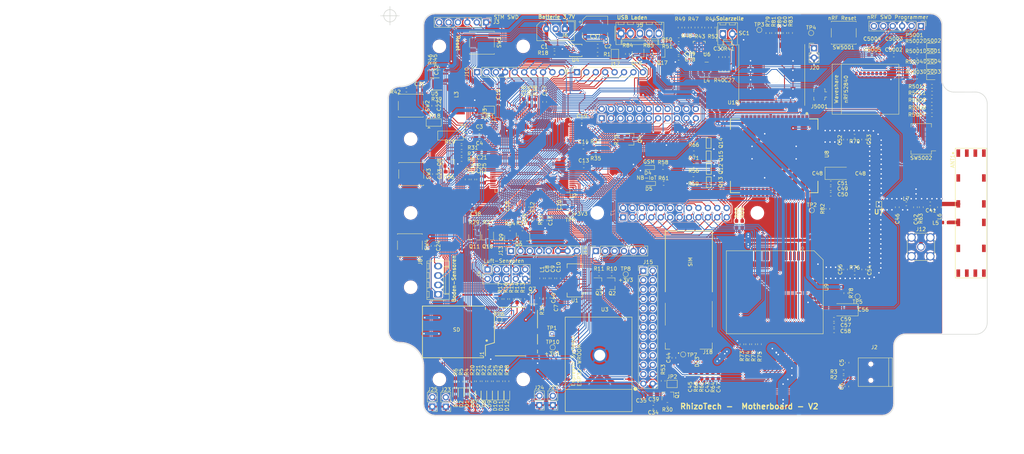
<source format=kicad_pcb>
(kicad_pcb (version 20200628) (host pcbnew "(5.99.0-2142-ge9b99cc8b)")
  (title_block (title "RhizoTech - BaseCircuit") (date "24.1.2018") (rev "V1") (company "TH-Köln Institut für Nachrichtentechnik"))
  (layers (0 "F.Cu" signal) (31 "B.Cu" signal) (34 "B.Paste" user) (35 "F.Paste" user) (36 "B.SilkS" user) (37 "F.SilkS" user) (38 "B.Mask" user) (39 "F.Mask" user) (44 "Edge.Cuts" user))
  (net 0 "")
  (net 1 "GND")
  (net 2 "+5VL")
  (net 3 "+BATT")
  (net 4 "Net-(C3-Pad1)")
  (net 5 "Net-(C4-Pad1)")
  (net 6 "+5VP")
  (net 7 "+3.3VP")
  (net 8 "Net-(R1-Pad1)")
  (net 9 "Net-(Q2-Pad1)")
  (net 10 "Net-(D1-Pad1)")
  (net 11 "Net-(D2-Pad1)")
  (net 12 "Net-(D3-Pad1)")
  (net 13 "/ESP_RXD0")
  (net 14 "/ESP_TXD0")
  (net 15 "/ESP_GPIO0")
  (net 16 "/ESP_RESET")
  (net 17 "/Powersupply/THERM")
  (net 18 "/VREF")
  (net 19 "/PF0")
  (net 20 "/PF1")
  (net 21 "/PF3")
  (net 22 "/PF4")
  (net 23 "/PF5")
  (net 24 "/PF6")
  (net 25 "/PF7")
  (net 26 "/PF8")
  (net 27 "/PF9")
  (net 28 "/PF10")
  (net 29 "/PH0")
  (net 30 "/PH1")
  (net 31 "/PC1")
  (net 32 "/PC2")
  (net 33 "/PC3")
  (net 34 "/PA4")
  (net 35 "/PA5")
  (net 36 "/PA6")
  (net 37 "/PA7")
  (net 38 "/PC5")
  (net 39 "/PB0")
  (net 40 "/PB1")
  (net 41 "/PF13")
  (net 42 "/PF14")
  (net 43 "/PF15")
  (net 44 "/PE7")
  (net 45 "/PE8")
  (net 46 "/PE9")
  (net 47 "/PB10")
  (net 48 "/PD8")
  (net 49 "/PD9")
  (net 50 "/PD10")
  (net 51 "/PG5")
  (net 52 "/PG6")
  (net 53 "/PG7")
  (net 54 "/PG8")
  (net 55 "/PC6")
  (net 56 "/PC7")
  (net 57 "/PA8")
  (net 58 "/PA15")
  (net 59 "/PD0")
  (net 60 "/PD1")
  (net 61 "/PD2")
  (net 62 "/PD3")
  (net 63 "/PD4")
  (net 64 "/PD5")
  (net 65 "/PD6")
  (net 66 "/PD7")
  (net 67 "/PG13")
  (net 68 "/PG14")
  (net 69 "/PG15")
  (net 70 "/PB3")
  (net 71 "/PB5")
  (net 72 "/PB6")
  (net 73 "/PB7")
  (net 74 "/PB8")
  (net 75 "/PB9")
  (net 76 "/IO23")
  (net 77 "/IO22")
  (net 78 "/IO21")
  (net 79 "/IO19")
  (net 80 "/IO18")
  (net 81 "/IO5")
  (net 82 "/IO17")
  (net 83 "/IO16")
  (net 84 "/IO4")
  (net 85 "/IO2")
  (net 86 "/IO15")
  (net 87 "/SDO")
  (net 88 "/CLK")
  (net 89 "/CMD")
  (net 90 "/SD3")
  (net 91 "/SD2")
  (net 92 "/IO13")
  (net 93 "/IO12")
  (net 94 "/IO14")
  (net 95 "/IO27")
  (net 96 "/IO26")
  (net 97 "/IO35")
  (net 98 "/IO33")
  (net 99 "/IO32")
  (net 100 "/IO34")
  (net 101 "/SENSOR_VN")
  (net 102 "/SENSOR_VP")
  (net 103 "/IO25")
  (net 104 "/SD1")
  (net 105 "Net-(J1-Pad4)")
  (net 106 "/Interfaces/D+_ESP")
  (net 107 "/Interfaces/D-_ESP")
  (net 108 "/Interfaces/+5V_ESP")
  (net 109 "STM3V3")
  (net 110 "/PC10")
  (net 111 "/PC11")
  (net 112 "/PC12")
  (net 113 "/PC8")
  (net 114 "/PC9")
  (net 115 "/SWCLK")
  (net 116 "/SWDIO")
  (net 117 "/NRST")
  (net 118 "/TRACESWO")
  (net 119 "/BT1")
  (net 120 "/BT2")
  (net 121 "/LED2")
  (net 122 "/LED1")
  (net 123 "/LED4")
  (net 124 "/LED3")
  (net 125 "/PD13")
  (net 126 "Net-(R2-Pad1)")
  (net 127 "Net-(R3-Pad1)")
  (net 128 "/Interfaces/RTS")
  (net 129 "Net-(Q3-Pad1)")
  (net 130 "/Interfaces/DTR")
  (net 131 "ESP3V3")
  (net 132 "/BT3")
  (net 133 "Net-(D6-Pad2)")
  (net 134 "Net-(D7-Pad2)")
  (net 135 "Net-(D8-Pad2)")
  (net 136 "Net-(D9-Pad2)")
  (net 137 "Net-(D10-Pad2)")
  (net 138 "Net-(D11-Pad2)")
  (net 139 "Net-(D12-Pad2)")
  (net 140 "/LOAD_STAT1")
  (net 141 "/LOAD_STAT2")
  (net 142 "/LOAD_PG")
  (net 143 "/ESP_ON")
  (net 144 "Net-(Q8-Pad3)")
  (net 145 "Net-(C31-Pad1)")
  (net 146 "Net-(C31-Pad2)")
  (net 147 "Net-(L3-Pad1)")
  (net 148 "Net-(L3-Pad2)")
  (net 149 "Net-(R39-Pad1)")
  (net 150 "Net-(C27-Pad2)")
  (net 151 "Net-(R40-Pad2)")
  (net 152 "Net-(R42-Pad2)")
  (net 153 "Net-(R43-Pad1)")
  (net 154 "Net-(R43-Pad2)")
  (net 155 "Net-(R47-Pad2)")
  (net 156 "Net-(R49-Pad2)")
  (net 157 "Net-(R50-Pad2)")
  (net 158 "Net-(C30-Pad1)")
  (net 159 "Net-(C28-Pad1)")
  (net 160 "Net-(L4-Pad2)")
  (net 161 "Net-(R41-Pad2)")
  (net 162 "Net-(J17-Pad2)")
  (net 163 "PWR_SW2")
  (net 164 "PWR_SW1")
  (net 165 "/MODE_SYNC")
  (net 166 "PWR_SW3")
  (net 167 "/PA1")
  (net 168 "/PF12")
  (net 169 "/PG0")
  (net 170 "/PG1")
  (net 171 "PWR_SW4")
  (net 172 "PWR_SW5")
  (net 173 "PWR_SW6")
  (net 174 "Net-(JP2-Pad1)")
  (net 175 "Net-(JP18-Pad2)")
  (net 176 "/PG2")
  (net 177 "/PG3")
  (net 178 "/PG4")
  (net 179 "/D_LOAD+")
  (net 180 "/D_LOAD-")
  (net 181 "Net-(ANT1-Pad3)")
  (net 182 "Net-(C41-Pad1)")
  (net 183 "Net-(C43-Pad1)")
  (net 184 "USIM_VDD")
  (net 185 "Net-(C45-Pad1)")
  (net 186 "ANT")
  (net 187 "Net-(C47-Pad1)")
  (net 188 "Net-(C52-Pad1)")
  (net 189 "RF1")
  (net 190 "RF2")
  (net 191 "Net-(C55-Pad1)")
  (net 192 "Net-(C56-Pad2)")
  (net 193 "Net-(J12-Pad1)")
  (net 194 "Net-(Q12-Pad1)")
  (net 195 "Net-(Q13-Pad1)")
  (net 196 "Net-(Q14-Pad1)")
  (net 197 "Net-(Q15-Pad1)")
  (net 198 "1V8")
  (net 199 "Net-(ANT1-Pad4)")
  (net 200 "USIM_GND")
  (net 201 "Net-(J20-Pad1)")
  (net 202 "Net-(Q12-Pad3)")
  (net 203 "Net-(Q13-Pad3)")
  (net 204 "Net-(Q14-Pad3)")
  (net 205 "Net-(Q15-Pad3)")
  (net 206 "M95_NETLIGHT")
  (net 207 "BC95_NETLIGHT")
  (net 208 "USIM_CLK")
  (net 209 "USIM_DATA")
  (net 210 "USIM_RST")
  (net 211 "Net-(R68-Pad1)")
  (net 212 "Net-(R69-Pad1)")
  (net 213 "Net-(R74-Pad1)")
  (net 214 "Net-(R75-Pad1)")
  (net 215 "Net-(R77-Pad2)")
  (net 216 "Net-(R79-Pad1)")
  (net 217 "Net-(R80-Pad1)")
  (net 218 "Net-(R81-Pad1)")
  (net 219 "Net-(D4-Pad1)")
  (net 220 "Net-(D5-Pad1)")
  (net 221 "BC95_RST")
  (net 222 "M95_ON_SW")
  (net 223 "ANT_M95")
  (net 224 "ANT_BC95")
  (net 225 "SMSPIN_BC95")
  (net 226 "M95_STATUS")
  (net 227 "M95_DTR")
  (net 228 "SMSPIN_M95")
  (net 229 "GPS_ON_SW")
  (net 230 "UART_GPS_TX")
  (net 231 "UART_GPS_RX")
  (net 232 "UART_M95_RX")
  (net 233 "UART_M95_TX")
  (net 234 "UART_BC95_RX")
  (net 235 "UART_BC95_TX")
  (net 236 "Net-(C48-Pad1)")
  (net 237 "Net-(C60-Pad2)")
  (net 238 "PWR_SW7")
  (net 239 "PWR_SW8")
  (net 240 "Net-(ANT1-Pad1)")
  (net 241 "Net-(ANT1-Pad16)")
  (net 242 "Net-(ANT1-Pad15)")
  (net 243 "Net-(ANT1-Pad14)")
  (net 244 "Net-(ANT1-Pad2)")
  (net 245 "Net-(ANT1-Pad5)")
  (net 246 "Net-(ANT1-Pad6)")
  (net 247 "Net-(ANT1-Pad7)")
  (net 248 "Net-(ANT1-Pad8)")
  (net 249 "Net-(ANT1-Pad9)")
  (net 250 "Net-(ANT1-Pad10)")
  (net 251 "Net-(ANT1-Pad11)")
  (net 252 "Net-(ANT1-Pad12)")
  (net 253 "Net-(ANT1-Pad13)")
  (net 254 "Net-(D13-Pad3)")
  (net 255 "Net-(J13-Pad1)")
  (net 256 "Net-(J13-Pad3)")
  (net 257 "Net-(J13-Pad5)")
  (net 258 "Net-(J18-PadC6)")
  (net 259 "Net-(U1-Pad5)")
  (net 260 "Net-(U1-Pad7)")
  (net 261 "Net-(U1-Pad8)")
  (net 262 "Net-(U1-Pad9)")
  (net 263 "/Interfaces/TXLED")
  (net 264 "/Interfaces/RXLED")
  (net 265 "/Interfaces/TXDEN")
  (net 266 "/Interfaces/SLEEP")
  (net 267 "Net-(U2-Pad6)")
  (net 268 "/PB2")
  (net 269 "Net-(U3-Pad32)")
  (net 270 "Net-(U8-Pad91)")
  (net 271 "Net-(U8-Pad90)")
  (net 272 "Net-(U8-Pad89)")
  (net 273 "Net-(U8-Pad88)")
  (net 274 "Net-(U8-Pad87)")
  (net 275 "Net-(U8-Pad86)")
  (net 276 "Net-(U8-Pad85)")
  (net 277 "Net-(U8-Pad84)")
  (net 278 "Net-(U8-Pad80)")
  (net 279 "Net-(U8-Pad79)")
  (net 280 "Net-(U8-Pad78)")
  (net 281 "Net-(U8-Pad77)")
  (net 282 "Net-(U8-Pad76)")
  (net 283 "Net-(U8-Pad75)")
  (net 284 "Net-(U8-Pad70)")
  (net 285 "Net-(U8-Pad69)")
  (net 286 "Net-(U8-Pad68)")
  (net 287 "Net-(U8-Pad67)")
  (net 288 "Net-(U8-Pad58)")
  (net 289 "Net-(U8-Pad57)")
  (net 290 "Net-(U8-Pad56)")
  (net 291 "Net-(U8-Pad55)")
  (net 292 "Net-(U8-Pad50)")
  (net 293 "Net-(U8-Pad49)")
  (net 294 "Net-(U8-Pad44)")
  (net 295 "Net-(U8-Pad37)")
  (net 296 "Net-(U8-Pad36)")
  (net 297 "Net-(U8-Pad35)")
  (net 298 "Net-(U8-Pad33)")
  (net 299 "Net-(U8-Pad32)")
  (net 300 "Net-(U8-Pad31)")
  (net 301 "Net-(U8-Pad28)")
  (net 302 "Net-(U8-Pad27)")
  (net 303 "Net-(U8-Pad26)")
  (net 304 "Net-(U8-Pad25)")
  (net 305 "Net-(U8-Pad24)")
  (net 306 "Net-(U8-Pad23)")
  (net 307 "Net-(U8-Pad22)")
  (net 308 "Net-(U8-Pad21)")
  (net 309 "Net-(U8-Pad20)")
  (net 310 "Net-(U8-Pad19)")
  (net 311 "Net-(U8-Pad17)")
  (net 312 "Net-(U8-Pad16)")
  (net 313 "Net-(U8-Pad14)")
  (net 314 "Net-(U8-Pad13)")
  (net 315 "Net-(U8-Pad12)")
  (net 316 "Net-(U8-Pad11)")
  (net 317 "Net-(U8-Pad10)")
  (net 318 "Net-(U8-Pad9)")
  (net 319 "Net-(U8-Pad8)")
  (net 320 "Net-(U8-Pad7)")
  (net 321 "Net-(U8-Pad6)")
  (net 322 "Net-(U8-Pad5)")
  (net 323 "Net-(U8-Pad4)")
  (net 324 "Net-(U8-Pad3)")
  (net 325 "Net-(U8-Pad1)")
  (net 326 "Net-(U9-Pad1)")
  (net 327 "Net-(U9-Pad2)")
  (net 328 "Net-(U9-Pad3)")
  (net 329 "Net-(U9-Pad4)")
  (net 330 "Net-(U9-Pad5)")
  (net 331 "Net-(U9-Pad6)")
  (net 332 "Net-(U9-Pad7)")
  (net 333 "Net-(U9-Pad8)")
  (net 334 "Net-(U9-Pad9)")
  (net 335 "Net-(U9-Pad11)")
  (net 336 "Net-(U9-Pad14)")
  (net 337 "Net-(U9-Pad15)")
  (net 338 "Net-(U9-Pad19)")
  (net 339 "Net-(U9-Pad23)")
  (net 340 "Net-(U9-Pad25)")
  (net 341 "Net-(U9-Pad32)")
  (net 342 "Net-(U10-Pad2)")
  (net 343 "GPS_WAKEUP")
  (net 344 "Net-(U10-Pad8)")
  (net 345 "Net-(U10-Pad10)")
  (net 346 "Net-(U10-Pad11)")
  (net 347 "Net-(U10-Pad12)")
  (net 348 "Net-(U10-Pad13)")
  (net 349 "Net-(U10-Pad14)")
  (net 350 "Net-(U10-Pad15)")
  (net 351 "GPS_1PPS")
  (net 352 "Reset")
  (net 353 "Net-(D5001-Pad1)")
  (net 354 "Net-(D5002-Pad1)")
  (net 355 "Net-(D5003-Pad1)")
  (net 356 "Net-(D5004-Pad1)")
  (net 357 "LED0")
  (net 358 "LED1")
  (net 359 "LED2")
  (net 360 "LED3")
  (net 361 "SW0")
  (net 362 "SW1")
  (net 363 "SW2")
  (net 364 "SW3")
  (net 365 "SW4")
  (net 366 "Net-(U5001-PadM2)")
  (net 367 "Net-(U5001-PadAD4)")
  (net 368 "Net-(U5001-PadAD6)")
  (net 369 "Net-(U5001-PadA20)")
  (net 370 "Net-(U5001-PadA12)")
  (net 371 "Net-(U5001-PadB13)")
  (net 372 "Net-(U5001-PadA14)")
  (net 373 "Net-(U5001-PadA16)")
  (net 374 "Net-(U5001-PadB19)")
  (net 375 "SPI_MOSI")
  (net 376 "SPI_SCK")
  (net 377 "SPI_SS")
  (net 378 "SPI_MISO")
  (net 379 "SWDCLK")
  (net 380 "SWDIO")
  (net 381 "Net-(U5001-PadJ24)")
  (net 382 "Net-(U5001-PadN1)")
  (net 383 "Net-(U5001-PadAC21)")
  (net 384 "Net-(U5001-PadL1)")
  (net 385 "Net-(U5001-PadT2)")
  (net 386 "Net-(U5001-PadG1)")
  (net 387 "Net-(U5001-PadP2)")
  (net 388 "Net-(U5001-PadH2)")
  (net 389 "Net-(U5001-PadAC11)")
  (net 390 "Net-(P5001-Pad6)")
  (net 391 "Net-(J5001-Pad1)")
  (net 392 "nRF_Interrupt")
  (net 393 "Net-(U5001-PadA10)")
  (net 394 "Net-(U5001-PadA8)")
  (net 395 "Net-(U5001-PadB9)")
  (net 396 "Net-(U5001-PadJ1)")
  (net 397 "Net-(U5001-PadB11)")
  (net 398 "Net-(U5001-PadB15)")
  (net 399 "Net-(U5001-PadB17)")
  (net 400 "Net-(U5001-PadP23)")
  (net 401 "Net-(U5001-PadT23)")
  (net 402 "Net-(U5001-PadAD20)")
  (net 403 "Net-(U5001-PadAD12)")
  (net 404 "Net-(U5001-PadAD16)")
  (net 405 "Net-(U5001-PadAD10)")
  (net 406 "Net-(U5001-PadAD8)")
  (net 407 "Net-(U5001-PadAC9)")
  (module "" (layer "F.Cu") (at -89.662 29.972)
    (fp_text reference "" (at 158.4325 19.2786) (layer "F.SilkS") (effects (font (size 1.27 1.27))))
    (fp_text value "" (at 158.4325 19.2786) (layer "F.SilkS") (effects (font (size 1.27 1.27))))
    (fp_text user "STM SWD" (at 136.271 -13.081) (layer "F.SilkS"))
  )
  (module "" (layer "F.Cu") (at 27.559 40.894)
    (fp_text reference "" (at 158.4325 19.2786) (layer "F.SilkS") (effects (font (size 1.27 1.27))))
    (fp_text value "" (at 158.4325 19.2786) (layer "F.SilkS") (effects (font (size 1.27 1.27))))
    (fp_text user "nRF SWD Programmer" (at 124.587 -24.003) (layer "F.SilkS"))
  )
  (module "" (layer "F.Cu") (at 13.462 41.275)
    (fp_text reference "" (at 158.4325 19.2786) (layer "F.SilkS") (effects (font (size 1.27 1.27))))
    (fp_text value "" (at 158.4325 19.2786) (layer "F.SilkS") (effects (font (size 1.27 1.27))))
    (fp_text user "nRF Reset" (at 123.698 -24.13) (layer "F.SilkS"))
  )
  (module "" (layer "F.Cu") (at -82.677 106.426)
    (fp_text reference "" (at 158.4325 19.2786) (layer "F.SilkS") (effects (font (size 1.27 1.27))))
    (fp_text value "" (at 158.4325 19.2786) (layer "F.SilkS") (effects (font (size 1.27 1.27))))
    (fp_text user "Luft-Sensoren" (at 128.651 -23.749) (layer "F.SilkS"))
  )
  (module "Connector_PinHeader_2.54mm:PinHeader_1x06_P2.54mm_Vertical" (layer "F.Cu") (at 158.4325 19.2786 -90)
    (fp_text reference "P5001" (at 2.4765 1.7907 180) (layer "F.SilkS"))
    (fp_text value "SWD Programmer")
    (pad "6" thru_hole oval (at 0 12.7 270) (size 1.7 1.7) (drill 1) (layers *.Cu *.Mask) (net 390 "Net-(P5001-Pad6)"))
    (pad "5" thru_hole oval (at 0 10.16 270) (size 1.7 1.7) (drill 1) (layers *.Cu *.Mask) (net 352 "Reset"))
    (pad "4" thru_hole oval (at 0 7.62 270) (size 1.7 1.7) (drill 1) (layers *.Cu *.Mask) (net 380 "SWDIO"))
    (pad "3" thru_hole oval (at 0 5.08 270) (size 1.7 1.7) (drill 1) (layers *.Cu *.Mask) (net 1 "GND"))
    (pad "2" thru_hole oval (at 0 2.54 270) (size 1.7 1.7) (drill 1) (layers *.Cu *.Mask) (net 379 "SWDCLK"))
    (pad "1" thru_hole rect (at 0 0 270) (size 1.7 1.7) (drill 1) (layers *.Cu *.Mask) (net 166 "PWR_SW3"))
  )
  (module "Package_SO:MSOP-10_3x3mm_P0.5mm" (layer "F.Cu") (at 65.3444 25.8726)
    (fp_text reference "U4" (at -0.0664 2.5754 180) (layer "F.SilkS"))
    (fp_text value "MCP73833")
    (pad "1" smd rect (at -2.2 -1) (size 1.4 0.3) (layers "F.Cu" "F.Paste" "F.Mask") (net 2 "+5VL"))
    (pad "2" smd rect (at -2.2 -0.5) (size 1.4 0.3) (layers "F.Cu" "F.Paste" "F.Mask") (net 2 "+5VL"))
    (pad "3" smd rect (at -2.2 0) (size 1.4 0.3) (layers "F.Cu" "F.Paste" "F.Mask") (net 140 "/LOAD_STAT1"))
    (pad "4" smd rect (at -2.2 0.5) (size 1.4 0.3) (layers "F.Cu" "F.Paste" "F.Mask") (net 141 "/LOAD_STAT2"))
    (pad "5" smd rect (at -2.2 1) (size 1.4 0.3) (layers "F.Cu" "F.Paste" "F.Mask") (net 1 "GND"))
    (pad "6" smd rect (at 2.2 1) (size 1.4 0.3) (layers "F.Cu" "F.Paste" "F.Mask") (net 8 "Net-(R1-Pad1)"))
    (pad "7" smd rect (at 2.2 0.5) (size 1.4 0.3) (layers "F.Cu" "F.Paste" "F.Mask") (net 142 "/LOAD_PG"))
    (pad "8" smd rect (at 2.2 0) (size 1.4 0.3) (layers "F.Cu" "F.Paste" "F.Mask") (net 17 "/Powersupply/THERM"))
    (pad "9" smd rect (at 2.2 -0.5) (size 1.4 0.3) (layers "F.Cu" "F.Paste" "F.Mask") (net 3 "+BATT"))
    (pad "10" smd rect (at 2.2 -1) (size 1.4 0.3) (layers "F.Cu" "F.Paste" "F.Mask") (net 3 "+BATT"))
  )
  (module "Button_Switch_SMD:SW_SPST_EVQQ2" (layer "F.Cu") (at 137.6045 21.1074 180)
    (fp_text reference "SW5001" (at 0.05 -3.95) (layer "F.SilkS"))
    (fp_text value "SW_Push")
    (pad "2" smd rect (at 3.4 2 180) (size 3.2 1) (layers "F.Cu" "F.Paste" "F.Mask") (net 1 "GND"))
    (pad "2" smd rect (at -3.4 2 180) (size 3.2 1) (layers "F.Cu" "F.Paste" "F.Mask") (net 1 "GND"))
    (pad "1" smd rect (at -3.4 -2 180) (size 3.2 1) (layers "F.Cu" "F.Paste" "F.Mask") (net 352 "Reset"))
    (pad "1" smd rect (at 3.4 -2 180) (size 3.2 1) (layers "F.Cu" "F.Paste" "F.Mask") (net 352 "Reset"))
  )
  (module "Connector_Coaxial:U.FL_Molex_MCRF_73412-0110_Vertical" (layer "F.Cu") (at 131.0391 37.7571 90)
    (fp_text reference "J5001" (at -3.2512 -0.0005 180) (layer "F.SilkS"))
    (fp_text value "SMA Connector")
    (pad "1" smd rect (at 0 1.5 90) (size 1 1) (layers "F.Cu" "F.Paste" "F.Mask") (net 391 "Net-(J5001-Pad1)"))
    (pad "2" smd rect (at 0 -1.5 90) (size 1 1) (layers "F.Cu" "F.Paste" "F.Mask") (net 1 "GND"))
    (pad "2" smd rect (at 1.475 0 90) (size 1.05 2.2) (layers "F.Cu" "F.Paste" "F.Mask") (net 1 "GND"))
    (pad "2" smd rect (at -1.475 0 90) (size 1.05 2.2) (layers "F.Cu" "F.Paste" "F.Mask") (net 1 "GND"))
  )
  (module "Button_Switch_SMD:SW_DIP_SPSTx05_Slide_KingTek_DSHP05TJ_W5.25mm_P1.27mm_JPin" (layer "F.Cu") (at 158.4948 49.7586 180)
    (fp_text reference "SW5002" (at 0 -5.135) (layer "F.SilkS"))
    (fp_text value "SW_DIP_x05")
    (pad "10" smd rect (at 2.625 -2.54 180) (size 2.65 0.76) (layers "F.Cu" "F.Paste" "F.Mask") (net 361 "SW0"))
    (pad "5" smd rect (at -2.625 2.54 180) (size 2.65 0.76) (layers "F.Cu" "F.Paste" "F.Mask") (net 166 "PWR_SW3"))
    (pad "9" smd rect (at 2.625 -1.27 180) (size 2.65 0.76) (layers "F.Cu" "F.Paste" "F.Mask") (net 362 "SW1"))
    (pad "4" smd rect (at -2.625 1.27 180) (size 2.65 0.76) (layers "F.Cu" "F.Paste" "F.Mask") (net 166 "PWR_SW3"))
    (pad "8" smd rect (at 2.625 0 180) (size 2.65 0.76) (layers "F.Cu" "F.Paste" "F.Mask") (net 363 "SW2"))
    (pad "3" smd rect (at -2.625 0 180) (size 2.65 0.76) (layers "F.Cu" "F.Paste" "F.Mask") (net 166 "PWR_SW3"))
    (pad "7" smd rect (at 2.625 1.27 180) (size 2.65 0.76) (layers "F.Cu" "F.Paste" "F.Mask") (net 364 "SW3"))
    (pad "2" smd rect (at -2.625 -1.27 180) (size 2.65 0.76) (layers "F.Cu" "F.Paste" "F.Mask") (net 166 "PWR_SW3"))
    (pad "6" smd rect (at 2.625 2.54 180) (size 2.65 0.76) (layers "F.Cu" "F.Paste" "F.Mask") (net 365 "SW4"))
    (pad "1" smd rect (at -2.625 -2.54 180) (size 2.65 0.76) (layers "F.Cu" "F.Paste" "F.Mask") (net 166 "PWR_SW3"))
  )
  (module "Rhizo_Receiver_Shield_final_Module:Waveshare_nRF528840" (layer "F.Cu") (at 134.225 36.6014 90)
    (fp_text reference "U5001" hide)
    (fp_text value "nRF52840")
    (fp_text user "Waveshare" (at 0.2921 1.3589 90 unlocked) (layer "F.SilkS"))
    (fp_text user "nRF52840" (at 0.25 4 90 unlocked) (layer "F.SilkS"))
    (pad "M2" smd roundrect (at -4.15 18.25) (size 1 0.7) (layers "F.Cu" "F.Paste" "F.Mask") (net 366 "Net-(U5001-PadM2)"))
    (pad "R1" smd roundrect (at -3.05 18.25) (size 1 0.7) (layers "F.Cu" "F.Paste" "F.Mask") (net 361 "SW0"))
    (pad "B1" smd roundrect (at -5.25 18.25) (size 1 0.7) (layers "F.Cu" "F.Paste" "F.Mask") (net 166 "PWR_SW3"))
    (pad "AC13" smd roundrect (at 2.45 18.25) (size 1 0.7) (layers "F.Cu" "F.Paste" "F.Mask") (net 352 "Reset"))
    (pad "U1" smd roundrect (at -1.95 18.25) (size 1 0.7) (layers "F.Cu" "F.Paste" "F.Mask") (net 362 "SW1"))
    (pad "AD2" smd roundrect (at 3.55 18.25) (size 1 0.7) (layers "F.Cu" "F.Paste" "F.Mask") (net 166 "PWR_SW3"))
    (pad "AC19" smd roundrect (at -0.85 18.25) (size 1 0.7) (layers "F.Cu" "F.Paste" "F.Mask") (net 363 "SW2"))
    (pad "AD4" smd roundrect (at 4.65 18.25) (size 1 0.7) (layers "F.Cu" "F.Paste" "F.Mask") (net 367 "Net-(U5001-PadAD4)"))
    (pad "AD6" smd roundrect (at 5.75 18.25) (size 1 0.7) (layers "F.Cu" "F.Paste" "F.Mask") (net 368 "Net-(U5001-PadAD6)"))
    (pad "AC17" smd roundrect (at 0.25 18.25) (size 1 0.7) (layers "F.Cu" "F.Paste" "F.Mask") (net 364 "SW3"))
    (pad "AC15" smd roundrect (at 1.35 18.25) (size 1 0.7) (layers "F.Cu" "F.Paste" "F.Mask") (net 365 "SW4"))
    (pad "A10" smd roundrect (at -6.48 12.35 90) (size 1 0.7) (layers "F.Cu" "F.Paste" "F.Mask") (net 393 "Net-(U5001-PadA10)"))
    (pad "A8" smd roundrect (at -6.48 14.55 90) (size 1 0.7) (layers "F.Cu" "F.Paste" "F.Mask") (net 394 "Net-(U5001-PadA8)"))
    (pad "A20" smd roundrect (at -6.48 5.75 90) (size 1 0.7) (layers "F.Cu" "F.Paste" "F.Mask") (net 369 "Net-(U5001-PadA20)"))
    (pad "A12" smd roundrect (at -6.48 10.15 90) (size 1 0.7) (layers "F.Cu" "F.Paste" "F.Mask") (net 370 "Net-(U5001-PadA12)"))
    (pad "B13" smd roundrect (at -6.48 9.05 90) (size 1 0.7) (layers "F.Cu" "F.Paste" "F.Mask") (net 371 "Net-(U5001-PadB13)"))
    (pad "K2" smd roundrect (at -6.5 16.75 90) (size 1 0.7) (layers "F.Cu" "F.Paste" "F.Mask") (net 392 "nRF_Interrupt"))
    (pad "A14" smd roundrect (at -6.48 7.95 90) (size 1 0.7) (layers "F.Cu" "F.Paste" "F.Mask") (net 372 "Net-(U5001-PadA14)"))
    (pad "B9" smd roundrect (at -6.48 13.45 90) (size 1 0.7) (layers "F.Cu" "F.Paste" "F.Mask") (net 395 "Net-(U5001-PadB9)"))
    (pad "J1" smd roundrect (at -6.48 15.65 90) (size 1 0.7) (layers "F.Cu" "F.Paste" "F.Mask") (net 396 "Net-(U5001-PadJ1)"))
    (pad "A16" smd roundrect (at -6.48 6.85 90) (size 1 0.7) (layers "F.Cu" "F.Paste" "F.Mask") (net 373 "Net-(U5001-PadA16)"))
    (pad "B11" smd roundrect (at -6.48 11.25 90) (size 1 0.7) (layers "F.Cu" "F.Paste" "F.Mask") (net 397 "Net-(U5001-PadB11)"))
    (pad "B19" smd roundrect (at -6.48 4.65 90) (size 1 0.7) (layers "F.Cu" "F.Paste" "F.Mask") (net 374 "Net-(U5001-PadB19)"))
    (pad "B7" smd roundrect (at -6.48 3.55 90) (size 1 0.7) (layers "F.Cu" "F.Paste" "F.Mask") (net 1 "GND"))
    (pad "B7" smd roundrect (at 7 16.75 90) (size 1 0.7) (layers "F.Cu" "F.Paste" "F.Mask") (net 1 "GND"))
    (pad "AD22" smd roundrect (at 7.02 14.55 90) (size 1 0.7) (layers "F.Cu" "F.Paste" "F.Mask") (net 375 "SPI_MOSI"))
    (pad "Y23" smd roundrect (at 7.02 12.35 90) (size 1 0.7) (layers "F.Cu" "F.Paste" "F.Mask") (net 376 "SPI_SCK"))
    (pad "AD18" smd roundrect (at 7.02 15.65 90) (size 1 0.7) (layers "F.Cu" "F.Paste" "F.Mask") (net 377 "SPI_SS"))
    (pad "V23" smd roundrect (at 7.02 13.45 90) (size 1 0.7) (layers "F.Cu" "F.Paste" "F.Mask") (net 378 "SPI_MISO"))
    (pad "AA24" smd roundrect (at 7.02 10.15 90) (size 1 0.7) (layers "F.Cu" "F.Paste" "F.Mask") (net 379 "SWDCLK"))
    (pad "L24" smd roundrect (at 7.02 5.75 90) (size 1 0.7) (layers "F.Cu" "F.Paste" "F.Mask") (net 359 "LED2"))
    (pad "W24" smd roundrect (at 7.02 11.25 90) (size 1 0.7) (layers "F.Cu" "F.Paste" "F.Mask") (net 358 "LED1"))
    (pad "R24" smd roundrect (at 7.02 6.85 90) (size 1 0.7) (layers "F.Cu" "F.Paste" "F.Mask") (net 360 "LED3"))
    (pad "U24" smd roundrect (at 7.02 7.95 90) (size 1 0.7) (layers "F.Cu" "F.Paste" "F.Mask") (net 357 "LED0"))
    (pad "AC24" smd roundrect (at 7.02 9.05 90) (size 1 0.7) (layers "F.Cu" "F.Paste" "F.Mask") (net 380 "SWDIO"))
    (pad "B7" smd roundrect (at 7.02 3.55 90) (size 1 0.7) (layers "F.Cu" "F.Paste" "F.Mask") (net 1 "GND"))
    (pad "J24" smd roundrect (at 7.02 4.65 90) (size 1 0.7) (layers "F.Cu" "F.Paste" "F.Mask") (net 381 "Net-(U5001-PadJ24)"))
    (pad "N1" smd roundrect (at -4 12.25 90) (size 1 0.7) (layers "F.Cu" "F.Paste" "F.Mask") (net 382 "Net-(U5001-PadN1)"))
    (pad "AC21" smd roundrect (at -4 7.85 90) (size 1 0.7) (layers "F.Cu" "F.Paste" "F.Mask") (net 383 "Net-(U5001-PadAC21)"))
    (pad "L1" smd roundrect (at -4 13.35 90) (size 1 0.7) (layers "F.Cu" "F.Paste" "F.Mask") (net 384 "Net-(U5001-PadL1)"))
    (pad "T2" smd roundrect (at -4 8.95 90) (size 1 0.7) (layers "F.Cu" "F.Paste" "F.Mask") (net 385 "Net-(U5001-PadT2)"))
    (pad "G1" smd roundrect (at -4 14.45 90) (size 1 0.7) (layers "F.Cu" "F.Paste" "F.Mask") (net 386 "Net-(U5001-PadG1)"))
    (pad "P2" smd roundrect (at -4 10.05 90) (size 1 0.7) (layers "F.Cu" "F.Paste" "F.Mask") (net 387 "Net-(U5001-PadP2)"))
    (pad "H2" smd roundrect (at -4 11.15 90) (size 1 0.7) (layers "F.Cu" "F.Paste" "F.Mask") (net 388 "Net-(U5001-PadH2)"))
    (pad "B15" smd roundrect (at -4.01 5.65 90) (size 1 0.7) (layers "F.Cu" "F.Paste" "F.Mask") (net 398 "Net-(U5001-PadB15)"))
    (pad "B17" smd roundrect (at -4 6.75 90) (size 1 0.7) (layers "F.Cu" "F.Paste" "F.Mask") (net 399 "Net-(U5001-PadB17)"))
    (pad "P23" smd roundrect (at 4.5 5.65 90) (size 1 0.7) (layers "F.Cu" "F.Paste" "F.Mask") (net 400 "Net-(U5001-PadP23)"))
    (pad "T23" smd roundrect (at 4.5 6.75 90) (size 1 0.7) (layers "F.Cu" "F.Paste" "F.Mask") (net 401 "Net-(U5001-PadT23)"))
    (pad "AD20" smd roundrect (at 4.5 7.85 90) (size 1 0.7) (layers "F.Cu" "F.Paste" "F.Mask") (net 402 "Net-(U5001-PadAD20)"))
    (pad "AD12" smd roundrect (at 4.5 10.05 90) (size 1 0.7) (layers "F.Cu" "F.Paste" "F.Mask") (net 403 "Net-(U5001-PadAD12)"))
    (pad "AD16" smd roundrect (at 4.5 8.95 90) (size 1 0.7) (layers "F.Cu" "F.Paste" "F.Mask") (net 404 "Net-(U5001-PadAD16)"))
    (pad "AD10" smd roundrect (at 4.5 11.15 90) (size 1 0.7) (layers "F.Cu" "F.Paste" "F.Mask") (net 405 "Net-(U5001-PadAD10)"))
    (pad "AD8" smd roundrect (at 4.5 13.35 90) (size 1 0.7) (layers "F.Cu" "F.Paste" "F.Mask") (net 406 "Net-(U5001-PadAD8)"))
    (pad "AC9" smd roundrect (at 4.5 12.25 90) (size 1 0.7) (layers "F.Cu" "F.Paste" "F.Mask") (net 407 "Net-(U5001-PadAC9)"))
    (pad "AC11" smd roundrect (at 4.5 14.45 90) (size 1 0.7) (layers "F.Cu" "F.Paste" "F.Mask") (net 389 "Net-(U5001-PadAC11)"))
  )
  (module "Resistor_SMD:R_0603_1608Metric" (layer "F.Cu") (at 161.4031 35.5727)
    (fp_text reference "R5012" (at -3.975 0.0254) (layer "F.SilkS"))
    (fp_text value "10k")
    (pad "2" smd roundrect (at 0.7875 0) (size 0.875 0.95) (layers "F.Cu" "F.Paste" "F.Mask") (net 1 "GND"))
    (pad "1" smd roundrect (at -0.7875 0) (size 0.875 0.95) (layers "F.Cu" "F.Paste" "F.Mask") (net 365 "SW4"))
  )
  (module "Resistor_SMD:R_0603_1608Metric" (layer "F.Cu") (at 161.416 37.4142)
    (fp_text reference "R5011" (at -4.026 -0.0508) (layer "F.SilkS"))
    (fp_text value "10k")
    (pad "2" smd roundrect (at 0.7875 0) (size 0.875 0.95) (layers "F.Cu" "F.Paste" "F.Mask") (net 1 "GND"))
    (pad "1" smd roundrect (at -0.7875 0) (size 0.875 0.95) (layers "F.Cu" "F.Paste" "F.Mask") (net 364 "SW3"))
  )
  (module "Resistor_SMD:R_0603_1608Metric" (layer "F.Cu") (at 161.3524 39.3573)
    (fp_text reference "R5009" (at -3.9624 -0.0635) (layer "F.SilkS"))
    (fp_text value "10k")
    (pad "2" smd roundrect (at 0.7875 0) (size 0.875 0.95) (layers "F.Cu" "F.Paste" "F.Mask") (net 1 "GND"))
    (pad "1" smd roundrect (at -0.7875 0) (size 0.875 0.95) (layers "F.Cu" "F.Paste" "F.Mask") (net 363 "SW2"))
  )
  (module "Resistor_SMD:R_0603_1608Metric" (layer "F.Cu") (at 161.365 41.3131)
    (fp_text reference "R5008" (at -3.9496 -0.0127) (layer "F.SilkS"))
    (fp_text value "10k")
    (pad "2" smd roundrect (at 0.7875 0) (size 0.875 0.95) (layers "F.Cu" "F.Paste" "F.Mask") (net 1 "GND"))
    (pad "1" smd roundrect (at -0.7875 0) (size 0.875 0.95) (layers "F.Cu" "F.Paste" "F.Mask") (net 362 "SW1"))
  )
  (module "Resistor_SMD:R_0603_1608Metric" (layer "F.Cu") (at 161.3905 43.2308)
    (fp_text reference "R5007" (at -4.0132 -0.0127) (layer "F.SilkS"))
    (fp_text value "10k")
    (pad "2" smd roundrect (at 0.7875 0) (size 0.875 0.95) (layers "F.Cu" "F.Paste" "F.Mask") (net 1 "GND"))
    (pad "1" smd roundrect (at -0.7875 0) (size 0.875 0.95) (layers "F.Cu" "F.Paste" "F.Mask") (net 361 "SW0"))
  )
  (module "Resistor_SMD:R_0603_1608Metric" (layer "F.Cu") (at 145.1865 27.1145 180)
    (fp_text reference "R5005" (at -0.1396 1.4097) (layer "F.SilkS"))
    (fp_text value "10k")
    (pad "2" smd roundrect (at 0.7875 0 180) (size 0.875 0.95) (layers "F.Cu" "F.Paste" "F.Mask") (net 352 "Reset"))
    (pad "1" smd roundrect (at -0.7875 0 180) (size 0.875 0.95) (layers "F.Cu" "F.Paste" "F.Mask") (net 166 "PWR_SW3"))
  )
  (module "Resistor_SMD:R_0603_1608Metric" (layer "F.Cu") (at 157.3783 30.226 180)
    (fp_text reference "R5004" (at 0.7747 1.3335) (layer "F.SilkS"))
    (fp_text value "220")
    (pad "2" smd roundrect (at 0.7875 0 180) (size 0.875 0.95) (layers "F.Cu" "F.Paste" "F.Mask") (net 360 "LED3"))
    (pad "1" smd roundrect (at -0.7875 0 180) (size 0.875 0.95) (layers "F.Cu" "F.Paste" "F.Mask") (net 356 "Net-(D5004-Pad1)"))
  )
  (module "Resistor_SMD:R_0603_1608Metric" (layer "F.Cu") (at 157.37825 33.02 180)
    (fp_text reference "R5003" (at 0.7619 1.3208) (layer "F.SilkS"))
    (fp_text value "220")
    (pad "2" smd roundrect (at 0.7875 0 180) (size 0.875 0.95) (layers "F.Cu" "F.Paste" "F.Mask") (net 359 "LED2"))
    (pad "1" smd roundrect (at -0.7875 0 180) (size 0.875 0.95) (layers "F.Cu" "F.Paste" "F.Mask") (net 355 "Net-(D5003-Pad1)"))
  )
  (module "Resistor_SMD:R_0603_1608Metric" (layer "F.Cu") (at 157.4291 24.6761 180)
    (fp_text reference "R5002" (at 0.8385 1.3335) (layer "F.SilkS"))
    (fp_text value "220")
    (pad "2" smd roundrect (at 0.7875 0 180) (size 0.875 0.95) (layers "F.Cu" "F.Paste" "F.Mask") (net 358 "LED1"))
    (pad "1" smd roundrect (at -0.7875 0 180) (size 0.875 0.95) (layers "F.Cu" "F.Paste" "F.Mask") (net 354 "Net-(D5002-Pad1)"))
  )
  (module "Resistor_SMD:R_0603_1608Metric" (layer "F.Cu") (at 157.3655 27.4447 180)
    (fp_text reference "R5001" (at 0.7621 1.3843) (layer "F.SilkS"))
    (fp_text value "220")
    (pad "2" smd roundrect (at 0.7875 0 180) (size 0.875 0.95) (layers "F.Cu" "F.Paste" "F.Mask") (net 357 "LED0"))
    (pad "1" smd roundrect (at -0.7875 0 180) (size 0.875 0.95) (layers "F.Cu" "F.Paste" "F.Mask") (net 353 "Net-(D5001-Pad1)"))
  )
  (module "LED_SMD:LED_0603_1608Metric" (layer "F.Cu") (at 161.4298 30.2387)
    (fp_text reference "D5004" (at 0 -1.43) (layer "F.SilkS"))
    (fp_text value "LED")
    (pad "2" smd roundrect (at 0.7875 0) (size 0.875 0.95) (layers "F.Cu" "F.Paste" "F.Mask") (net 166 "PWR_SW3"))
    (pad "1" smd roundrect (at -0.7875 0) (size 0.875 0.95) (layers "F.Cu" "F.Paste" "F.Mask") (net 356 "Net-(D5004-Pad1)"))
  )
  (module "LED_SMD:LED_0603_1608Metric" (layer "F.Cu") (at 161.42965 33.0327)
    (fp_text reference "D5003" (at 0 -1.43) (layer "F.SilkS"))
    (fp_text value "LED")
    (pad "2" smd roundrect (at 0.7875 0) (size 0.875 0.95) (layers "F.Cu" "F.Paste" "F.Mask") (net 166 "PWR_SW3"))
    (pad "1" smd roundrect (at -0.7875 0) (size 0.875 0.95) (layers "F.Cu" "F.Paste" "F.Mask") (net 355 "Net-(D5003-Pad1)"))
  )
  (module "LED_SMD:LED_0603_1608Metric" (layer "F.Cu") (at 161.4424 24.6888)
    (fp_text reference "D5002" (at 0 -1.43) (layer "F.SilkS"))
    (fp_text value "LED")
    (pad "2" smd roundrect (at 0.7875 0) (size 0.875 0.95) (layers "F.Cu" "F.Paste" "F.Mask") (net 166 "PWR_SW3"))
    (pad "1" smd roundrect (at -0.7875 0) (size 0.875 0.95) (layers "F.Cu" "F.Paste" "F.Mask") (net 354 "Net-(D5002-Pad1)"))
  )
  (module "LED_SMD:LED_0603_1608Metric" (layer "F.Cu") (at 161.3788 27.4574)
    (fp_text reference "D5001" (at 0 -1.43) (layer "F.SilkS"))
    (fp_text value "LED")
    (pad "2" smd roundrect (at 0.7875 0) (size 0.875 0.95) (layers "F.Cu" "F.Paste" "F.Mask") (net 166 "PWR_SW3"))
    (pad "1" smd roundrect (at -0.7875 0) (size 0.875 0.95) (layers "F.Cu" "F.Paste" "F.Mask") (net 353 "Net-(D5001-Pad1)"))
  )
  (module "Capacitor_SMD:C_0603_1608Metric_Pad1.05x0.95mm_HandSolder" (layer "F.Cu") (at 145.2753 24.1681)
    (fp_text reference "C5004" (at 0 -1.43) (layer "F.SilkS"))
    (fp_text value "100nF")
    (pad "2" smd roundrect (at 0.875 0) (size 1.05 0.95) (layers "F.Cu" "F.Paste" "F.Mask") (net 1 "GND"))
    (pad "1" smd roundrect (at -0.875 0) (size 1.05 0.95) (layers "F.Cu" "F.Paste" "F.Mask") (net 352 "Reset"))
  )
  (module "Capacitor_SMD:C_0603_1608Metric_Pad1.05x0.95mm_HandSolder" (layer "F.Cu") (at 151.1554 24.1554)
    (fp_text reference "C5003" (at 0 -1.43) (layer "F.SilkS"))
    (fp_text value "100nF")
    (pad "2" smd roundrect (at 0.875 0) (size 1.05 0.95) (layers "F.Cu" "F.Paste" "F.Mask") (net 1 "GND"))
    (pad "1" smd roundrect (at -0.875 0) (size 1.05 0.95) (layers "F.Cu" "F.Paste" "F.Mask") (net 166 "PWR_SW3"))
  )
  (module "Capacitor_SMD:C_0603_1608Metric_Pad1.05x0.95mm_HandSolder" (layer "F.Cu") (at 151.0919 27.1018)
    (fp_text reference "C5002" (at 0 -1.43) (layer "F.SilkS"))
    (fp_text value "4.7µF")
    (pad "2" smd roundrect (at 0.875 0) (size 1.05 0.95) (layers "F.Cu" "F.Paste" "F.Mask") (net 1 "GND"))
    (pad "1" smd roundrect (at -0.875 0) (size 1.05 0.95) (layers "F.Cu" "F.Paste" "F.Mask") (net 166 "PWR_SW3"))
  )
  (module "Jumper:SolderJumper-2_P1.3mm_Bridged_Pad1.0x1.5mm" (layer "F.Cu") (at 75.8952 26.9898 90)
    (fp_text reference "J17" (at -2.4742 0.0508 180) (layer "F.SilkS"))
    (fp_text value "GS2")
    (pad "1" smd custom (at -0.65 0 90) (size 1 1.5) (layers "F.Cu" "F.Mask") (net 3 "+BATT") (options (clearance outline) (anchor rect)) (primitives (gr_poly (pts (xy 0.4 -0.3) (xy 0.9 -0.3) (xy 0.9 0.3) (xy 0.4 0.3)) (width 0))))
    (pad "2" smd rect (at 0.65 0 90) (size 1 1.5) (layers "F.Cu" "F.Mask") (net 162 "Net-(J17-Pad2)"))
  )
  (module "Connector_Molex:Molex_KK-254_AE-6410-02A_1x02_P2.54mm_Vertical" (layer "F.Cu") (at 105.029 21.4249)
    (fp_text reference "SC1" (at 5.715 -0.2159) (layer "F.SilkS"))
    (fp_text value "Solar_Cell")
    (pad "2" thru_hole oval (at 2.54 0) (size 1.74 2.2) (drill 1.2) (layers *.Cu *.Mask) (net 1 "GND"))
    (pad "1" thru_hole roundrect (at 0 0) (size 1.74 2.2) (drill 1.2) (layers *.Cu *.Mask) (roundrect_rratio 0.143678) (net 150 "Net-(C27-Pad2)"))
  )
  (module "Connector_Molex:Molex_SPOX_5267-03A_1x03_P2.50mm_Vertical" (layer "F.Cu") (at 62.4078 20.0279 180)
    (fp_text reference "J6" (at 0.0508 -1.8161) (layer "F.SilkS"))
    (fp_text value "CONN_01X03")
    (pad "3" thru_hole oval (at 5 0 180) (size 1.7 1.85) (drill 0.85) (layers *.Cu *.Mask) (net 1 "GND"))
    (pad "2" thru_hole oval (at 2.5 0 180) (size 1.7 1.85) (drill 0.85) (layers *.Cu *.Mask) (net 17 "/Powersupply/THERM"))
    (pad "1" thru_hole roundrect (at 0 0 180) (size 1.7 1.85) (drill 0.85) (layers *.Cu *.Mask) (roundrect_rratio 0.147059) (net 3 "+BATT"))
  )
  (module "Connector_Molex:Molex_KK-254_AE-6410-05A_1x05_P2.54mm_Vertical" (layer "F.Cu") (at 77.5589 21.2852)
    (fp_text reference "J5" (at 5.0927 -2.2352) (layer "F.SilkS"))
    (fp_text value "Conn_01x05")
    (pad "5" thru_hole oval (at 10.16 0) (size 1.74 2.2) (drill 1.2) (layers *.Cu *.Mask) (net 2 "+5VL"))
    (pad "4" thru_hole oval (at 7.62 0) (size 1.74 2.2) (drill 1.2) (layers *.Cu *.Mask) (net 180 "/D_LOAD-"))
    (pad "3" thru_hole oval (at 5.08 0) (size 1.74 2.2) (drill 1.2) (layers *.Cu *.Mask) (net 179 "/D_LOAD+"))
    (pad "2" thru_hole oval (at 2.54 0) (size 1.74 2.2) (drill 1.2) (layers *.Cu *.Mask) (net 1 "GND"))
    (pad "1" thru_hole roundrect (at 0 0) (size 1.74 2.2) (drill 1.2) (layers *.Cu *.Mask) (roundrect_rratio 0.143678) (net 1 "GND"))
  )
  (module "Resistor_SMD:R_0603_1608Metric_Pad1.05x0.95mm_HandSolder" (layer "F.Cu") (at 102.3812 19.6909 -90)
    (fp_text reference "R52" (at 2.4071 0.0192 180) (layer "F.SilkS"))
    (fp_text value "6M65")
    (pad "1" smd roundrect (at -0.875 0 270) (size 1.05 0.95) (layers "F.Cu" "F.Paste" "F.Mask") (net 1 "GND"))
    (pad "2" smd roundrect (at 0.875 0 270) (size 1.05 0.95) (layers "F.Cu" "F.Paste" "F.Mask") (net 161 "Net-(R41-Pad2)"))
  )
  (module "Resistor_SMD:R_0603_1608Metric_Pad1.05x0.95mm_HandSolder" (layer "F.Cu") (at 93.0789 24.7167 180)
    (fp_text reference "R51" (at 3.0359 -0.0483) (layer "F.SilkS"))
    (fp_text value "4M32")
    (pad "1" smd roundrect (at -0.875 0 180) (size 1.05 0.95) (layers "F.Cu" "F.Paste" "F.Mask") (net 157 "Net-(R50-Pad2)"))
    (pad "2" smd roundrect (at 0.875 0 180) (size 1.05 0.95) (layers "F.Cu" "F.Paste" "F.Mask") (net 1 "GND"))
  )
  (module "Resistor_SMD:R_0603_1608Metric_Pad1.05x0.95mm_HandSolder" (layer "F.Cu") (at 95.2184 19.7023 90)
    (fp_text reference "R48" (at -2.2687 0.0316 180) (layer "F.SilkS"))
    (fp_text value "4M99")
    (pad "1" smd roundrect (at -0.875 0 90) (size 1.05 0.95) (layers "F.Cu" "F.Paste" "F.Mask") (net 155 "Net-(R47-Pad2)"))
    (pad "2" smd roundrect (at 0.875 0 90) (size 1.05 0.95) (layers "F.Cu" "F.Paste" "F.Mask") (net 1 "GND"))
  )
  (module "Resistor_SMD:R_0603_1608Metric_Pad1.05x0.95mm_HandSolder" (layer "F.Cu") (at 96.9837 19.6795 90)
    (fp_text reference "R47" (at 2.2805 0.0443 180) (layer "F.SilkS"))
    (fp_text value "4M99")
    (pad "1" smd roundrect (at -0.875 0 90) (size 1.05 0.95) (layers "F.Cu" "F.Paste" "F.Mask") (net 153 "Net-(R43-Pad1)"))
    (pad "2" smd roundrect (at 0.875 0 90) (size 1.05 0.95) (layers "F.Cu" "F.Paste" "F.Mask") (net 155 "Net-(R47-Pad2)"))
  )
  (module "Capacitor_SMD:C_0603_1608Metric_Pad1.05x0.95mm_HandSolder" (layer "F.Cu") (at 57.912 92.701 -90)
    (fp_text reference "C40" (at 0 -1.43 90) (layer "F.SilkS"))
    (fp_text value "22µ")
    (pad "2" smd roundrect (at 0.875 0 270) (size 1.05 0.95) (layers "F.Cu" "F.Paste" "F.Mask") (net 1 "GND"))
    (pad "1" smd roundrect (at -0.875 0 270) (size 1.05 0.95) (layers "F.Cu" "F.Paste" "F.Mask") (net 166 "PWR_SW3"))
  )
  (module "Capacitor_SMD:C_0603_1608Metric_Pad1.05x0.95mm_HandSolder" (layer "F.Cu") (at 86.351 118.618 180)
    (fp_text reference "C39" (at 0 -1.43) (layer "F.SilkS"))
    (fp_text value "22µ")
    (pad "2" smd roundrect (at 0.875 0 180) (size 1.05 0.95) (layers "F.Cu" "F.Paste" "F.Mask") (net 1 "GND"))
    (pad "1" smd roundrect (at -0.875 0 180) (size 1.05 0.95) (layers "F.Cu" "F.Paste" "F.Mask") (net 131 "ESP3V3"))
  )
  (module "Capacitor_SMD:C_0603_1608Metric_Pad1.05x0.95mm_HandSolder" (layer "F.Cu") (at 38.345 68.58 180)
    (fp_text reference "C38" (at 0 -1.43) (layer "F.SilkS"))
    (fp_text value "22µ")
    (pad "2" smd roundrect (at 0.875 0 180) (size 1.05 0.95) (layers "F.Cu" "F.Paste" "F.Mask") (net 1 "GND"))
    (pad "1" smd roundrect (at -0.875 0 180) (size 1.05 0.95) (layers "F.Cu" "F.Paste" "F.Mask") (net 166 "PWR_SW3"))
  )
  (module "Capacitor_SMD:C_0603_1608Metric_Pad1.05x0.95mm_HandSolder" (layer "F.Cu") (at 86.242 122.174 180)
    (fp_text reference "C34" (at 0 -1.43) (layer "F.SilkS"))
    (fp_text value "22µ")
    (pad "2" smd roundrect (at 0.875 0 180) (size 1.05 0.95) (layers "F.Cu" "F.Paste" "F.Mask") (net 1 "GND"))
    (pad "1" smd roundrect (at -0.875 0 180) (size 1.05 0.95) (layers "F.Cu" "F.Paste" "F.Mask") (net 166 "PWR_SW3"))
  )
  (module "Capacitor_SMD:C_0603_1608Metric_Pad1.05x0.95mm_HandSolder" (layer "F.Cu") (at 39.37 42.917 -90)
    (fp_text reference "C33" (at 0 -1.43 90) (layer "F.SilkS"))
    (fp_text value "22µ")
    (pad "2" smd roundrect (at 0.875 0 270) (size 1.05 0.95) (layers "F.Cu" "F.Paste" "F.Mask") (net 1 "GND"))
    (pad "1" smd roundrect (at -0.875 0 270) (size 1.05 0.95) (layers "F.Cu" "F.Paste" "F.Mask") (net 166 "PWR_SW3"))
  )
  (module "Capacitor_SMD:C_0603_1608Metric_Pad1.05x0.95mm_HandSolder" (layer "F.Cu") (at 29.21 31.106 90)
    (fp_text reference "C32" (at 0 -1.43 90) (layer "F.SilkS"))
    (fp_text value "10µ")
    (pad "2" smd roundrect (at 0.875 0 90) (size 1.05 0.95) (layers "F.Cu" "F.Paste" "F.Mask") (net 3 "+BATT"))
    (pad "1" smd roundrect (at -0.875 0 90) (size 1.05 0.95) (layers "F.Cu" "F.Paste" "F.Mask") (net 1 "GND"))
  )
  (module "Capacitor_SMD:C_0603_1608Metric_Pad1.05x0.95mm_HandSolder" (layer "F.Cu") (at 59.5871 24.8793)
    (fp_text reference "C1" (at -2.6911 0.0127) (layer "F.SilkS"))
    (fp_text value "1µ")
    (pad "2" smd roundrect (at 0.875 0) (size 1.05 0.95) (layers "F.Cu" "F.Paste" "F.Mask") (net 2 "+5VL"))
    (pad "1" smd roundrect (at -0.875 0) (size 1.05 0.95) (layers "F.Cu" "F.Paste" "F.Mask") (net 1 "GND"))
  )
  (module "Capacitor_SMD:C_0603_1608Metric_Pad1.05x0.95mm_HandSolder" (layer "F.Cu") (at 138.49 110.165 90)
    (fp_text reference "C5" (at 0 -1.43 90) (layer "F.SilkS"))
    (fp_text value "47p")
    (pad "1" smd roundrect (at -0.875 0 90) (size 1.05 0.95) (layers "F.Cu" "F.Paste" "F.Mask") (net 106 "/Interfaces/D+_ESP"))
    (pad "2" smd roundrect (at 0.875 0 90) (size 1.05 0.95) (layers "F.Cu" "F.Paste" "F.Mask") (net 1 "GND"))
  )
  (module "Capacitor_SMD:C_0603_1608Metric_Pad1.05x0.95mm_HandSolder" (layer "F.Cu") (at 138.43 116.57 -90)
    (fp_text reference "C6" (at 0 1.397 -90) (layer "F.SilkS"))
    (fp_text value "47p")
    (pad "2" smd roundrect (at 0.875 0 270) (size 1.05 0.95) (layers "F.Cu" "F.Paste" "F.Mask") (net 1 "GND"))
    (pad "1" smd roundrect (at -0.875 0 270) (size 1.05 0.95) (layers "F.Cu" "F.Paste" "F.Mask") (net 107 "/Interfaces/D-_ESP"))
  )
  (module "Connectors:USB_Mini-B" (layer "F.Cu") (at 145.467856 112.728509 180)
    (fp_text reference "J2" (at -0.387 6.726 180) (layer "F.SilkS"))
    (fp_text value "USB B mini")
    (pad "1" smd rect (at 2.8 -1.6 180) (size 2.3 0.5) (layers "F.Cu" "F.Paste" "F.Mask") (net 108 "/Interfaces/+5V_ESP"))
    (pad "2" smd rect (at 2.8 -0.8 180) (size 2.3 0.5) (layers "F.Cu" "F.Paste" "F.Mask") (net 107 "/Interfaces/D-_ESP"))
    (pad "3" smd rect (at 2.8 0 180) (size 2.3 0.5) (layers "F.Cu" "F.Paste" "F.Mask") (net 106 "/Interfaces/D+_ESP"))
    (pad "4" smd rect (at 2.8 0.8 180) (size 2.3 0.5) (layers "F.Cu" "F.Paste" "F.Mask") (net 1 "GND"))
    (pad "5" smd rect (at 2.8 1.6 180) (size 2.3 0.5) (layers "F.Cu" "F.Paste" "F.Mask") (net 1 "GND"))
    (pad "6" smd rect (at 2.8 -4.925 180) (size 3.5 2.05) (layers "F.Cu" "F.Paste" "F.Mask") (net 1 "GND"))
    (pad "6" smd rect (at -1.45 -4.925 180) (size 4 2.05) (layers "F.Cu" "F.Paste" "F.Mask") (net 1 "GND"))
    (pad "6" smd rect (at 2.8 4.925 180) (size 3.5 2.05) (layers "F.Cu" "F.Paste" "F.Mask") (net 1 "GND"))
    (pad "6" smd rect (at -1.45 4.925 180) (size 4 2.05) (layers "F.Cu" "F.Paste" "F.Mask") (net 1 "GND"))
    (pad "" np_thru_hole circle (at 0.55 -2.2 180) (size 0.9 0.9) (drill 0.9) (layers *.Cu *.Mask))
    (pad "" np_thru_hole circle (at 0.55 2.2 180) (size 0.9 0.9) (drill 0.9) (layers *.Cu *.Mask))
  )
  (module "footprints:XCVR_M95" (layer "F.Cu") (at 119.01 91.15 -90)
    (fp_text reference "U9" (at -1.36 -13.93 -90) (layer "F.SilkS"))
    (fp_text value "M95")
    (pad "1" smd rect (at -9.8 -7.5) (size 0.75 2.4) (layers "F.Cu" "F.Paste" "F.Mask") (net 326 "Net-(U9-Pad1)"))
    (pad "2" smd rect (at -9.8 -6.4) (size 0.75 2.4) (layers "F.Cu" "F.Paste" "F.Mask") (net 327 "Net-(U9-Pad2)"))
    (pad "3" smd rect (at -9.8 -5.3) (size 0.75 2.4) (layers "F.Cu" "F.Paste" "F.Mask") (net 328 "Net-(U9-Pad3)"))
    (pad "4" smd rect (at -9.8 -4.2) (size 0.75 2.4) (layers "F.Cu" "F.Paste" "F.Mask") (net 329 "Net-(U9-Pad4)"))
    (pad "5" smd rect (at -9.8 -3.1) (size 0.75 2.4) (layers "F.Cu" "F.Paste" "F.Mask") (net 330 "Net-(U9-Pad5)"))
    (pad "6" smd rect (at -9.8 1.9) (size 0.75 2.4) (layers "F.Cu" "F.Paste" "F.Mask") (net 331 "Net-(U9-Pad6)"))
    (pad "7" smd rect (at -9.8 3) (size 0.75 2.4) (layers "F.Cu" "F.Paste" "F.Mask") (net 332 "Net-(U9-Pad7)"))
    (pad "8" smd rect (at -9.8 4.1) (size 0.75 2.4) (layers "F.Cu" "F.Paste" "F.Mask") (net 333 "Net-(U9-Pad8)"))
    (pad "9" smd rect (at -9.8 5.2) (size 0.75 2.4) (layers "F.Cu" "F.Paste" "F.Mask") (net 334 "Net-(U9-Pad9)"))
    (pad "10" smd rect (at -9.8 6.3) (size 0.75 2.4) (layers "F.Cu" "F.Paste" "F.Mask") (net 205 "Net-(Q15-Pad3)"))
    (pad "11" smd rect (at -9.8 7.4) (size 0.75 2.4) (layers "F.Cu" "F.Paste" "F.Mask") (net 335 "Net-(U9-Pad11)"))
    (pad "12" smd rect (at -6.35 11.65 90) (size 0.75 2.4) (layers "F.Cu" "F.Paste" "F.Mask") (net 226 "M95_STATUS"))
    (pad "13" smd rect (at -5.25 11.65 90) (size 0.75 2.4) (layers "F.Cu" "F.Paste" "F.Mask") (net 206 "M95_NETLIGHT"))
    (pad "14" smd rect (at -4.15 11.65 90) (size 0.75 2.4) (layers "F.Cu" "F.Paste" "F.Mask") (net 336 "Net-(U9-Pad14)"))
    (pad "15" smd rect (at -3.05 11.65 90) (size 0.75 2.4) (layers "F.Cu" "F.Paste" "F.Mask") (net 337 "Net-(U9-Pad15)"))
    (pad "16" smd rect (at 1.65 11.65 90) (size 0.75 2.4) (layers "F.Cu" "F.Paste" "F.Mask"))
    (pad "17" smd rect (at 2.75 11.65 90) (size 0.75 2.4) (layers "F.Cu" "F.Paste" "F.Mask"))
    (pad "18" smd rect (at 3.85 11.65 90) (size 0.75 2.4) (layers "F.Cu" "F.Paste" "F.Mask"))
    (pad "19" smd rect (at 4.95 11.65 90) (size 0.75 2.4) (layers "F.Cu" "F.Paste" "F.Mask") (net 338 "Net-(U9-Pad19)"))
    (pad "20" smd rect (at 6.05 11.65 90) (size 0.75 2.4) (layers "F.Cu" "F.Paste" "F.Mask") (net 227 "M95_DTR"))
    (pad "21" smd rect (at 9.8 7.4) (size 0.75 2.4) (layers "F.Cu" "F.Paste" "F.Mask") (net 213 "Net-(R74-Pad1)"))
    (pad "22" smd rect (at 9.8 6.3) (size 0.75 2.4) (layers "F.Cu" "F.Paste" "F.Mask") (net 215 "Net-(R77-Pad2)"))
    (pad "23" smd rect (at 9.8 5.2) (size 0.75 2.4) (layers "F.Cu" "F.Paste" "F.Mask") (net 339 "Net-(U9-Pad23)"))
    (pad "24" smd rect (at 9.8 4.1) (size 0.75 2.4) (layers "F.Cu" "F.Paste" "F.Mask") (net 214 "Net-(R75-Pad1)"))
    (pad "25" smd rect (at 9.8 3) (size 0.75 2.4) (layers "F.Cu" "F.Paste" "F.Mask") (net 340 "Net-(U9-Pad25)"))
    (pad "26" smd rect (at 9.8 1.9) (size 0.75 2.4) (layers "F.Cu" "F.Paste" "F.Mask") (net 228 "SMSPIN_M95"))
    (pad "27" smd rect (at 9.8 -3.1) (size 0.75 2.4) (layers "F.Cu" "F.Paste" "F.Mask") (net 184 "USIM_VDD"))
    (pad "28" smd rect (at 9.8 -4.2) (size 0.75 2.4) (layers "F.Cu" "F.Paste" "F.Mask") (net 210 "USIM_RST"))
    (pad "29" smd rect (at 9.8 -5.3) (size 0.75 2.4) (layers "F.Cu" "F.Paste" "F.Mask") (net 209 "USIM_DATA"))
    (pad "30" smd rect (at 9.8 -6.4) (size 0.75 2.4) (layers "F.Cu" "F.Paste" "F.Mask") (net 208 "USIM_CLK"))
    (pad "31" smd rect (at 9.8 -7.5) (size 0.75 2.4) (layers "F.Cu" "F.Paste" "F.Mask") (net 200 "USIM_GND"))
    (pad "32" smd rect (at 6.05 -11.65 90) (size 0.75 2.4) (layers "F.Cu" "F.Paste" "F.Mask") (net 341 "Net-(U9-Pad32)"))
    (pad "33" smd rect (at 4.95 -11.65 90) (size 0.75 2.4) (layers "F.Cu" "F.Paste" "F.Mask") (net 192 "Net-(C56-Pad2)"))
    (pad "34" smd rect (at 3.85 -11.65 90) (size 0.75 2.4) (layers "F.Cu" "F.Paste" "F.Mask") (net 192 "Net-(C56-Pad2)"))
    (pad "35" smd rect (at 2.75 -11.65 90) (size 0.75 2.4) (layers "F.Cu" "F.Paste" "F.Mask") (net 1 "GND"))
    (pad "36" smd rect (at 1.65 -11.65 90) (size 0.75 2.4) (layers "F.Cu" "F.Paste" "F.Mask") (net 1 "GND"))
    (pad "37" smd rect (at -3.05 -11.65 90) (size 0.75 2.4) (layers "F.Cu" "F.Paste" "F.Mask") (net 1 "GND"))
    (pad "38" smd rect (at -4.15 -11.65 90) (size 0.75 2.4) (layers "F.Cu" "F.Paste" "F.Mask") (net 1 "GND"))
    (pad "39" smd rect (at -5.25 -11.65 90) (size 0.75 2.4) (layers "F.Cu" "F.Paste" "F.Mask") (net 191 "Net-(C55-Pad1)"))
    (pad "40" smd rect (at -6.35 -11.65 90) (size 0.75 2.4) (layers "F.Cu" "F.Paste" "F.Mask") (net 1 "GND"))
  )
  (module "Jumper:SolderJumper-3_P1.3mm_Bridged12_Pad1.0x1.5mm" (layer "F.Cu") (at 27.051 45.339)
    (fp_text reference "JP18" (at 0 -1.8) (layer "F.SilkS"))
    (fp_text value "SolderJumper_3_Bridged12")
    (pad "2" smd rect (at 0 0) (size 1 1.5) (layers "F.Cu" "F.Mask") (net 175 "Net-(JP18-Pad2)"))
    (pad "3" smd rect (at 1.3 0) (size 1 1.5) (layers "F.Cu" "F.Mask") (net 56 "/PC7"))
    (pad "1" smd custom (at -1.3 0) (size 1 1.5) (layers "F.Cu" "F.Mask") (net 3 "+BATT") (options (clearance outline) (anchor rect)) (primitives (gr_poly (pts (xy 0.4 -0.3) (xy 0.9 -0.3) (xy 0.9 0.3) (xy 0.4 0.3)) (width 0))))
  )
  (module "Resistor_SMD:R_0603_1608Metric_Pad1.05x0.95mm_HandSolder" (layer "F.Cu") (at 35.941 115.2665 90)
    (fp_text reference "R4" (at 2.6175 0 90) (layer "F.SilkS"))
    (fp_text value "1k")
    (pad "1" smd roundrect (at -0.875 0 90) (size 1.05 0.95) (layers "F.Cu" "F.Paste" "F.Mask") (net 10 "Net-(D1-Pad1)"))
    (pad "2" smd roundrect (at 0.875 0 90) (size 1.05 0.95) (layers "F.Cu" "F.Paste" "F.Mask") (net 140 "/LOAD_STAT1"))
  )
  (module "503398-1892:503398-1892" (layer "F.Cu") (at 40.977476 108.313458 90)
    (fp_text reference "J1" (at 0.333458 -0.927476 90) (layer "F.SilkS"))
    (fp_text value "Micro_SD_Card" hide)
    (pad "1" smd rect (at 4.17 1.4 90) (size 0.7 1.1) (layers "F.Cu" "F.Paste" "F.Mask") (net 110 "/PC10"))
    (pad "2" smd rect (at 5.27 1.4 90) (size 0.7 1.1) (layers "F.Cu" "F.Paste" "F.Mask") (net 111 "/PC11"))
    (pad "3" smd rect (at 6.37 1.4 90) (size 0.7 1.1) (layers "F.Cu" "F.Paste" "F.Mask") (net 61 "/PD2"))
    (pad "4" smd rect (at 7.47 1.4 90) (size 0.7 1.1) (layers "F.Cu" "F.Paste" "F.Mask") (net 105 "Net-(J1-Pad4)"))
    (pad "5" smd rect (at 8.57 1.4 90) (size 0.7 1.1) (layers "F.Cu" "F.Paste" "F.Mask") (net 112 "/PC12"))
    (pad "6" smd rect (at 9.67 1.4 90) (size 0.7 1.1) (layers "F.Cu" "F.Paste" "F.Mask") (net 1 "GND"))
    (pad "7" smd rect (at 10.77 1.4 90) (size 0.7 1.1) (layers "F.Cu" "F.Paste" "F.Mask") (net 113 "/PC8"))
    (pad "8" smd rect (at 11.87 1.4 90) (size 0.7 1.1) (layers "F.Cu" "F.Paste" "F.Mask") (net 114 "/PC9"))
    (pad "9" smd rect (at 2.38 13.865 90) (size 0.9 0.93) (layers "F.Cu" "F.Paste" "F.Mask") (net 1 "GND"))
    (pad "9" smd rect (at 6.645 13.94 180) (size 0.78 1.05) (layers "F.Cu" "F.Paste" "F.Mask") (net 1 "GND"))
    (pad "9" smd rect (at 13.03 12.665 90) (size 0.7 3.33) (layers "F.Cu" "F.Paste" "F.Mask") (net 1 "GND"))
    (pad "9" smd rect (at 12.95 1.9 90) (size 0.86 2.8) (layers "F.Cu" "F.Paste" "F.Mask") (net 1 "GND"))
    (pad "9" smd rect (at 0.29 1.415 90) (size 1.14 1.83) (layers "F.Cu" "F.Paste" "F.Mask") (net 1 "GND"))
    (pad "9" smd rect (at 0.07 12.665 90) (size 0.7 3.33) (layers "F.Cu" "F.Paste" "F.Mask") (net 1 "GND"))
  )
  (module "Package_TO_SOT_SMD:SOT-23" (layer "F.Cu") (at 90.17 118.856 90)
    (fp_text reference "Q1" (at 0.0348 2.4892 90) (layer "F.SilkS"))
    (fp_text value "DMP2170")
    (pad "1" smd rect (at -1 -0.95 90) (size 0.9 0.8) (layers "F.Cu" "F.Paste" "F.Mask") (net 143 "/ESP_ON"))
    (pad "2" smd rect (at -1 0.95 90) (size 0.9 0.8) (layers "F.Cu" "F.Paste" "F.Mask") (net 166 "PWR_SW3"))
    (pad "3" smd rect (at 1 0 90) (size 0.9 0.8) (layers "F.Cu" "F.Paste" "F.Mask") (net 174 "Net-(JP2-Pad1)"))
  )
  (module "Package_TO_SOT_SMD:SOT-23" (layer "F.Cu") (at 53.61 92.771 180)
    (fp_text reference "Q7" (at 0.016 2.474 180) (layer "F.SilkS"))
    (fp_text value "DMP2170")
    (pad "1" smd rect (at -1 -0.95 180) (size 0.9 0.8) (layers "F.Cu" "F.Paste" "F.Mask") (net 125 "/PD13"))
    (pad "2" smd rect (at -1 0.95 180) (size 0.9 0.8) (layers "F.Cu" "F.Paste" "F.Mask") (net 166 "PWR_SW3"))
    (pad "3" smd rect (at 1 0 180) (size 0.9 0.8) (layers "F.Cu" "F.Paste" "F.Mask") (net 105 "Net-(J1-Pad4)"))
  )
  (module "MGV0603100M-10:MGV0603100M" (layer "F.Cu") (at 33.655 37.79 -90)
    (fp_text reference "L3" (at 0 0.5 -90) (layer "F.SilkS"))
    (fp_text value "10µ")
    (pad "1" smd rect (at -3.5 0 270) (size 3.3 3.5) (layers "F.Cu" "F.Paste" "F.Mask") (net 147 "Net-(L3-Pad1)"))
    (pad "2" smd rect (at 3.5 0 270) (size 3.7 3.5) (layers "F.Cu" "F.Paste" "F.Mask") (net 148 "Net-(L3-Pad2)"))
  )
  (module "Coilcraft:L_Coilcraft_LPS4018" (layer "F.Cu") (at 100.6475 31.0261 180)
    (fp_text reference "L4" (at 0 -3 180) (layer "F.SilkS"))
    (fp_text value "22µ")
    (pad "2" smd rect (at 1.7435 1.493 314.5) (size 0.5 0.789) (layers "F.Cu" "F.Paste" "F.Mask") (net 160 "Net-(L4-Pad2)"))
    (pad "2" smd rect (at 1.219 1.0475 315.7) (size 0.5 0.831) (layers "F.Cu" "F.Paste" "F.Mask") (net 160 "Net-(L4-Pad2)"))
    (pad "2" smd rect (at 1.195 1.5575 180) (size 0.89 0.775) (layers "F.Cu" "F.Paste" "F.Mask") (net 160 "Net-(L4-Pad2)"))
    (pad "2" smd rect (at 1.7435 -1.493 45.5) (size 0.5 0.789) (layers "F.Cu" "F.Paste" "F.Mask") (net 160 "Net-(L4-Pad2)"))
    (pad "2" smd rect (at 1.219 -1.0475 44.3) (size 0.5 0.831) (layers "F.Cu" "F.Paste" "F.Mask") (net 160 "Net-(L4-Pad2)"))
    (pad "2" smd rect (at 1.195 -1.5575 180) (size 0.89 0.775) (layers "F.Cu" "F.Paste" "F.Mask") (net 160 "Net-(L4-Pad2)"))
    (pad "2" smd rect (at 1.765 0 180) (size 0.87 2.79) (layers "F.Cu" "F.Paste" "F.Mask") (net 160 "Net-(L4-Pad2)"))
    (pad "1" smd rect (at -1.219 1.0475 44.3) (size 0.5 0.831) (layers "F.Cu" "F.Paste" "F.Mask") (net 150 "Net-(C27-Pad2)"))
    (pad "1" smd rect (at -1.195 1.5575 180) (size 0.89 0.775) (layers "F.Cu" "F.Paste" "F.Mask") (net 150 "Net-(C27-Pad2)"))
    (pad "1" smd rect (at -1.7435 1.493 45.5) (size 0.5 0.789) (layers "F.Cu" "F.Paste" "F.Mask") (net 150 "Net-(C27-Pad2)"))
    (pad "1" smd rect (at -1.7435 -1.493 314.5) (size 0.5 0.789) (layers "F.Cu" "F.Paste" "F.Mask") (net 150 "Net-(C27-Pad2)"))
    (pad "1" smd rect (at -1.219 -1.0475 315.7) (size 0.5 0.831) (layers "F.Cu" "F.Paste" "F.Mask") (net 150 "Net-(C27-Pad2)"))
    (pad "1" smd rect (at -1.195 -1.5575 180) (size 0.89 0.775) (layers "F.Cu" "F.Paste" "F.Mask") (net 150 "Net-(C27-Pad2)"))
    (pad "1" smd rect (at -1.765 0 180) (size 0.87 2.79) (layers "F.Cu" "F.Paste" "F.Mask") (net 150 "Net-(C27-Pad2)"))
  )
  (module "VQFN_16_Handsoldering:QFN-16-1EP_3x3mm_Pitch0.5mm_ThermalVias_HandSoldering" (layer "F.Cu") (at 98.6347 25.0135 180)
    (fp_text reference "U6" (at -2.0763 -1.9105 180) (layer "F.SilkS"))
    (fp_text value "BQ25504")
    (pad "17" thru_hole circle (at -0.5 0.5 180) (size 0.6 0.6) (drill 0.3) (layers *.Cu) (net 1 "GND"))
    (pad "17" thru_hole circle (at 0.5 0.5 180) (size 0.6 0.6) (drill 0.3) (layers *.Cu) (net 1 "GND"))
    (pad "17" thru_hole circle (at 0.5 -0.5 180) (size 0.6 0.6) (drill 0.3) (layers *.Cu) (net 1 "GND"))
    (pad "17" thru_hole circle (at -0.5 -0.5 180) (size 0.6 0.6) (drill 0.3) (layers *.Cu) (net 1 "GND"))
    (pad "17" thru_hole circle (at 0 0 180) (size 0.6 0.6) (drill 0.3) (layers *.Cu) (net 1 "GND"))
    (pad "17" smd rect (at -0.4 -0.4 180) (size 0.8 0.8) (layers "F.Cu" "F.Paste" "F.Mask") (net 1 "GND"))
    (pad "17" smd rect (at -0.4 0.4 180) (size 0.8 0.8) (layers "F.Cu" "F.Paste" "F.Mask") (net 1 "GND"))
    (pad "17" smd rect (at 0.4 -0.4 180) (size 0.8 0.8) (layers "F.Cu" "F.Paste" "F.Mask") (net 1 "GND"))
    (pad "17" smd rect (at 0.4 0.4 180) (size 0.8 0.8) (layers "F.Cu" "F.Paste" "F.Mask") (net 1 "GND"))
    (pad "16" smd oval (at -0.75 -1.975 270) (size 1.75 0.29) (layers "F.Cu" "F.Paste" "F.Mask") (net 160 "Net-(L4-Pad2)"))
    (pad "15" smd oval (at -0.25 -1.975 270) (size 1.75 0.29) (layers "F.Cu" "F.Paste" "F.Mask") (net 159 "Net-(C28-Pad1)"))
    (pad "14" smd oval (at 0.25 -1.975 270) (size 1.75 0.29) (layers "F.Cu" "F.Paste" "F.Mask") (net 162 "Net-(J17-Pad2)"))
    (pad "13" smd oval (at 0.75 -1.975 270) (size 1.75 0.29) (layers "F.Cu" "F.Paste" "F.Mask") (net 1 "GND"))
    (pad "12" smd oval (at 1.975 -0.75 180) (size 1.75 0.29) (layers "F.Cu" "F.Paste" "F.Mask") (net 1 "GND"))
    (pad "11" smd oval (at 1.975 -0.25 180) (size 1.75 0.29) (layers "F.Cu" "F.Paste" "F.Mask") (net 56 "/PC7"))
    (pad "10" smd oval (at 1.975 0.25 180) (size 1.75 0.29) (layers "F.Cu" "F.Paste" "F.Mask") (net 157 "Net-(R50-Pad2)"))
    (pad "9" smd oval (at 1.975 0.75 180) (size 1.75 0.29) (layers "F.Cu" "F.Paste" "F.Mask") (net 156 "Net-(R49-Pad2)"))
    (pad "8" smd oval (at 0.75 1.975 270) (size 1.75 0.29) (layers "F.Cu" "F.Paste" "F.Mask") (net 155 "Net-(R47-Pad2)"))
    (pad "7" smd oval (at 0.25 1.975 270) (size 1.75 0.29) (layers "F.Cu" "F.Paste" "F.Mask") (net 153 "Net-(R43-Pad1)"))
    (pad "6" smd oval (at -0.25 1.975 270) (size 1.75 0.29) (layers "F.Cu" "F.Paste" "F.Mask") (net 154 "Net-(R43-Pad2)"))
    (pad "5" smd oval (at -0.75 1.975 270) (size 1.75 0.29) (layers "F.Cu" "F.Paste" "F.Mask") (net 1 "GND"))
    (pad "4" smd oval (at -1.975 0.75 180) (size 1.75 0.29) (layers "F.Cu" "F.Paste" "F.Mask") (net 158 "Net-(C30-Pad1)"))
    (pad "3" smd oval (at -1.975 0.25 180) (size 1.75 0.29) (layers "F.Cu" "F.Paste" "F.Mask") (net 151 "Net-(R40-Pad2)"))
    (pad "2" smd oval (at -1.975 -0.25 180) (size 1.75 0.29) (layers "F.Cu" "F.Paste" "F.Mask") (net 150 "Net-(C27-Pad2)"))
    (pad "1" smd oval (at -1.975 -0.75 180) (size 1.75 0.29) (layers "F.Cu" "F.Paste" "F.Mask") (net 1 "GND"))
  )
  (module "Package_TO_SOT_SMD:SOT-23" (layer "F.Cu") (at 80.264 49.8475)
    (fp_text reference "Q4" (at 2.413 0.0635 270) (layer "F.SilkS"))
    (fp_text value "DMP2170")
    (pad "3" smd rect (at 1 0) (size 0.9 0.8) (layers "F.Cu" "F.Paste" "F.Mask") (net 171 "PWR_SW4"))
    (pad "2" smd rect (at -1 0.95) (size 0.9 0.8) (layers "F.Cu" "F.Paste" "F.Mask") (net 166 "PWR_SW3"))
    (pad "1" smd rect (at -1 -0.95) (size 0.9 0.8) (layers "F.Cu" "F.Paste" "F.Mask") (net 168 "/PF12"))
  )
  (module "Package_TO_SOT_SMD:SOT-23" (layer "F.Cu") (at 47.7495 76.5175 -90)
    (fp_text reference "Q9" (at -0.2375 2.4895 -90) (layer "F.SilkS"))
    (fp_text value "DMP2170")
    (pad "1" smd rect (at -1 -0.95 270) (size 0.9 0.8) (layers "F.Cu" "F.Paste" "F.Mask") (net 46 "/PE9"))
    (pad "2" smd rect (at -1 0.95 270) (size 0.9 0.8) (layers "F.Cu" "F.Paste" "F.Mask") (net 166 "PWR_SW3"))
    (pad "3" smd rect (at 1 0 270) (size 0.9 0.8) (layers "F.Cu" "F.Paste" "F.Mask") (net 164 "PWR_SW1"))
  )
  (module "Package_TO_SOT_SMD:SOT-23" (layer "F.Cu") (at 41.5925 76.2635 -90)
    (fp_text reference "Q10" (at 2.54 0) (layer "F.SilkS"))
    (fp_text value "DMP2170")
    (pad "1" smd rect (at -1 -0.95 270) (size 0.9 0.8) (layers "F.Cu" "F.Paste" "F.Mask") (net 44 "/PE7"))
    (pad "2" smd rect (at -1 0.95 270) (size 0.9 0.8) (layers "F.Cu" "F.Paste" "F.Mask") (net 166 "PWR_SW3"))
    (pad "3" smd rect (at 1 0 270) (size 0.9 0.8) (layers "F.Cu" "F.Paste" "F.Mask") (net 172 "PWR_SW5"))
  )
  (module "Package_TO_SOT_SMD:SOT-23" (layer "F.Cu") (at 38.0365 76.2795 -90)
    (fp_text reference "Q11" (at 2.524 0) (layer "F.SilkS"))
    (fp_text value "DMP2170")
    (pad "3" smd rect (at 1 0 270) (size 0.9 0.8) (layers "F.Cu" "F.Paste" "F.Mask") (net 173 "PWR_SW6"))
    (pad "2" smd rect (at -1 0.95 270) (size 0.9 0.8) (layers "F.Cu" "F.Paste" "F.Mask") (net 166 "PWR_SW3"))
    (pad "1" smd rect (at -1 -0.95 270) (size 0.9 0.8) (layers "F.Cu" "F.Paste" "F.Mask") (net 45 "/PE8"))
  )
  (module "Resistor_SMD:R_0603_1608Metric_Pad1.05x0.95mm_HandSolder" (layer "F.Cu") (at 59.6138 26.543 180)
    (fp_text reference "R18" (at 3.0988 0 180) (layer "F.SilkS"))
    (fp_text value "1k")
    (pad "1" smd roundrect (at -0.875 0 180) (size 1.05 0.95) (layers "F.Cu" "F.Paste" "F.Mask") (net 2 "+5VL"))
    (pad "2" smd roundrect (at 0.875 0 180) (size 1.05 0.95) (layers "F.Cu" "F.Paste" "F.Mask") (net 38 "/PC5"))
  )
  (module "Resistor_SMD:R_0603_1608Metric_Pad1.05x0.95mm_HandSolder" (layer "F.Cu") (at 77.724 49.9885 90)
    (fp_text reference "R23" (at 0 -1.43 90) (layer "F.SilkS"))
    (fp_text value "1M")
    (pad "2" smd roundrect (at 0.875 0 90) (size 1.05 0.95) (layers "F.Cu" "F.Paste" "F.Mask") (net 168 "/PF12"))
    (pad "1" smd roundrect (at -0.875 0 90) (size 1.05 0.95) (layers "F.Cu" "F.Paste" "F.Mask") (net 166 "PWR_SW3"))
  )
  (module "Resistor_SMD:R_0603_1608Metric_Pad1.05x0.95mm_HandSolder" (layer "F.Cu") (at 41.7335 73.7235)
    (fp_text reference "R27" (at 0 -1.43) (layer "F.SilkS"))
    (fp_text value "1M")
    (pad "1" smd roundrect (at -0.875 0) (size 1.05 0.95) (layers "F.Cu" "F.Paste" "F.Mask") (net 166 "PWR_SW3"))
    (pad "2" smd roundrect (at 0.875 0) (size 1.05 0.95) (layers "F.Cu" "F.Paste" "F.Mask") (net 44 "/PE7"))
  )
  (module "Resistor_SMD:R_0603_1608Metric_Pad1.05x0.95mm_HandSolder" (layer "F.Cu") (at 37.8955 73.7235)
    (fp_text reference "R29" (at 0 -1.43) (layer "F.SilkS"))
    (fp_text value "1M")
    (pad "1" smd roundrect (at -0.875 0) (size 1.05 0.95) (layers "F.Cu" "F.Paste" "F.Mask") (net 166 "PWR_SW3"))
    (pad "2" smd roundrect (at 0.875 0) (size 1.05 0.95) (layers "F.Cu" "F.Paste" "F.Mask") (net 45 "/PE8"))
  )
  (module "Resistor_SMD:R_0603_1608Metric_Pad1.05x0.95mm_HandSolder" (layer "F.Cu") (at 47.622355 74.039682)
    (fp_text reference "R54" (at 0 -1.43) (layer "F.SilkS"))
    (fp_text value "1M")
    (pad "2" smd roundrect (at 0.875 0) (size 1.05 0.95) (layers "F.Cu" "F.Paste" "F.Mask") (net 46 "/PE9"))
    (pad "1" smd roundrect (at -0.875 0) (size 1.05 0.95) (layers "F.Cu" "F.Paste" "F.Mask") (net 166 "PWR_SW3"))
  )
  (module "Capacitor_SMD:C_0603_1608Metric_Pad1.05x0.95mm_HandSolder" (layer "F.Cu") (at 60.706 87.39 -90)
    (fp_text reference "C10" (at -3.034 0 -90) (layer "F.SilkS"))
    (fp_text value "100n")
    (pad "2" smd roundrect (at 0.875 0 270) (size 1.05 0.95) (layers "F.Cu" "F.Paste" "F.Mask") (net 1 "GND"))
    (pad "1" smd roundrect (at -0.875 0 270) (size 1.05 0.95) (layers "F.Cu" "F.Paste" "F.Mask") (net 7 "+3.3VP"))
  )
  (module "Capacitor_SMD:C_0603_1608Metric_Pad1.05x0.95mm_HandSolder" (layer "F.Cu") (at 57.0738 71.766399 -90)
    (fp_text reference "C11" (at 0 -1.43 -90) (layer "F.SilkS"))
    (fp_text value "100n")
    (pad "2" smd roundrect (at 0.874999 0 270) (size 1.05 0.95) (layers "F.Cu" "F.Paste" "F.Mask") (net 1 "GND"))
    (pad "1" smd roundrect (at -0.874999 0 270) (size 1.05 0.95) (layers "F.Cu" "F.Paste" "F.Mask") (net 109 "STM3V3"))
  )
  (module "Capacitor_SMD:C_0603_1608Metric_Pad1.05x0.95mm_HandSolder" (layer "F.Cu") (at 52.207562 68.158059 -90)
    (fp_text reference "C12" (at 0 -1.43 -90) (layer "F.SilkS"))
    (fp_text value "100n")
    (pad "1" smd roundrect (at -0.874999 0 270) (size 1.05 0.95) (layers "F.Cu" "F.Paste" "F.Mask") (net 109 "STM3V3"))
    (pad "2" smd roundrect (at 0.874999 0 270) (size 1.05 0.95) (layers "F.Cu" "F.Paste" "F.Mask") (net 1 "GND"))
  )
  (module "Capacitor_SMD:C_0603_1608Metric_Pad1.05x0.95mm_HandSolder" (layer "F.Cu") (at 67.5005 57.023)
    (fp_text reference "C13" (at 0 -1.43) (layer "F.SilkS"))
    (fp_text value "100n")
    (pad "1" smd roundrect (at -0.874999 0) (size 1.05 0.95) (layers "F.Cu" "F.Paste" "F.Mask") (net 109 "STM3V3"))
    (pad "2" smd roundrect (at 0.874999 0) (size 1.05 0.95) (layers "F.Cu" "F.Paste" "F.Mask") (net 1 "GND"))
  )
  (module "Capacitor_SMD:C_0603_1608Metric_Pad1.05x0.95mm_HandSolder" (layer "F.Cu") (at 67.422023 51.943)
    (fp_text reference "C14" (at 0 -1.43) (layer "F.SilkS"))
    (fp_text value "100n")
    (pad "1" smd roundrect (at -0.874999 0) (size 1.05 0.95) (layers "F.Cu" "F.Paste" "F.Mask") (net 109 "STM3V3"))
    (pad "2" smd roundrect (at 0.874999 0) (size 1.05 0.95) (layers "F.Cu" "F.Paste" "F.Mask") (net 1 "GND"))
  )
  (module "Capacitor_SMD:C_0603_1608Metric_Pad1.05x0.95mm_HandSolder" (layer "F.Cu") (at 44.45 40.689499 90)
    (fp_text reference "C15" (at 2.995899 0 90) (layer "F.SilkS"))
    (fp_text value "100n")
    (pad "2" smd roundrect (at 0.874999 0 90) (size 1.05 0.95) (layers "F.Cu" "F.Paste" "F.Mask") (net 1 "GND"))
    (pad "1" smd roundrect (at -0.874999 0 90) (size 1.05 0.95) (layers "F.Cu" "F.Paste" "F.Mask") (net 109 "STM3V3"))
  )
  (module "Capacitor_SMD:C_0603_1608Metric_Pad1.05x0.95mm_HandSolder" (layer "F.Cu") (at 51.308 39.892001 90)
    (fp_text reference "C16" (at 3.062001 0 90) (layer "F.SilkS"))
    (fp_text value "100n")
    (pad "1" smd roundrect (at -0.874999 0 90) (size 1.05 0.95) (layers "F.Cu" "F.Paste" "F.Mask") (net 109 "STM3V3"))
    (pad "2" smd roundrect (at 0.874999 0 90) (size 1.05 0.95) (layers "F.Cu" "F.Paste" "F.Mask") (net 1 "GND"))
  )
  (module "Capacitor_SMD:C_0603_1608Metric_Pad1.05x0.95mm_HandSolder" (layer "F.Cu") (at 56.9468 39.765001 90)
    (fp_text reference "C17" (at 3.087401 0 90) (layer "F.SilkS"))
    (fp_text value "100n")
    (pad "2" smd roundrect (at 0.874999 0 90) (size 1.05 0.95) (layers "F.Cu" "F.Paste" "F.Mask") (net 1 "GND"))
    (pad "1" smd roundrect (at -0.874999 0 90) (size 1.05 0.95) (layers "F.Cu" "F.Paste" "F.Mask") (net 109 "STM3V3"))
  )
  (module "Capacitor_SMD:C_0603_1608Metric_Pad1.05x0.95mm_HandSolder" (layer "F.Cu") (at 45.466 67.959 -90)
    (fp_text reference "C18" (at 0 -1.43 -90) (layer "F.SilkS"))
    (fp_text value "100n")
    (pad "1" smd roundrect (at -0.875 0 270) (size 1.05 0.95) (layers "F.Cu" "F.Paste" "F.Mask") (net 109 "STM3V3"))
    (pad "2" smd roundrect (at 0.875 0 270) (size 1.05 0.95) (layers "F.Cu" "F.Paste" "F.Mask") (net 1 "GND"))
  )
  (module "Capacitor_SMD:C_0603_1608Metric_Pad1.05x0.95mm_HandSolder" (layer "F.Cu") (at 66.9785 44.958)
    (fp_text reference "C19" (at 0 -1.43) (layer "F.SilkS"))
    (fp_text value "100n")
    (pad "1" smd roundrect (at -0.875 0) (size 1.05 0.95) (layers "F.Cu" "F.Paste" "F.Mask") (net 109 "STM3V3"))
    (pad "2" smd roundrect (at 0.875 0) (size 1.05 0.95) (layers "F.Cu" "F.Paste" "F.Mask") (net 1 "GND"))
  )
  (module "Capacitor_SMD:C_0603_1608Metric_Pad1.05x0.95mm_HandSolder" (layer "F.Cu") (at 62.355251 67.633388 90)
    (fp_text reference "C20" (at 0 -1.43 90) (layer "F.SilkS"))
    (fp_text value "100n")
    (pad "2" smd roundrect (at 0.874999 0 90) (size 1.05 0.95) (layers "F.Cu" "F.Paste" "F.Mask") (net 1 "GND"))
    (pad "1" smd roundrect (at -0.874999 0 90) (size 1.05 0.95) (layers "F.Cu" "F.Paste" "F.Mask") (net 109 "STM3V3"))
  )
  (module "Capacitor_SMD:C_0603_1608Metric_Pad1.05x0.95mm_HandSolder" (layer "F.Cu") (at 40.005 53.34 180)
    (fp_text reference "C21" (at 0 -1.43 180) (layer "F.SilkS"))
    (fp_text value "100n")
    (pad "2" smd roundrect (at 0.875 0 180) (size 1.05 0.95) (layers "F.Cu" "F.Paste" "F.Mask") (net 1 "GND"))
    (pad "1" smd roundrect (at -0.875 0 180) (size 1.05 0.95) (layers "F.Cu" "F.Paste" "F.Mask") (net 109 "STM3V3"))
  )
  (module "Capacitor_SMD:C_0603_1608Metric_Pad1.05x0.95mm_HandSolder" (layer "F.Cu") (at 26.8732 78.627 -90)
    (fp_text reference "C24" (at 0 -1.43 -90) (layer "F.SilkS"))
    (fp_text value "100n")
    (pad "1" smd roundrect (at -0.875 0 270) (size 1.05 0.95) (layers "F.Cu" "F.Paste" "F.Mask") (net 166 "PWR_SW3"))
    (pad "2" smd roundrect (at 0.875 0 270) (size 1.05 0.95) (layers "F.Cu" "F.Paste" "F.Mask") (net 132 "/BT3"))
  )
  (module "Capacitor_SMD:C_0603_1608Metric_Pad1.05x0.95mm_HandSolder" (layer "F.Cu") (at 106.1593 31.4185 -90)
    (fp_text reference "C27" (at 2.4905 -0.6477 180) (layer "F.SilkS"))
    (fp_text value "4µ7")
    (pad "2" smd roundrect (at 0.875 0 270) (size 1.05 0.95) (layers "F.Cu" "F.Paste" "F.Mask") (net 150 "Net-(C27-Pad2)"))
    (pad "1" smd roundrect (at -0.875 0 270) (size 1.05 0.95) (layers "F.Cu" "F.Paste" "F.Mask") (net 1 "GND"))
  )
  (module "Capacitor_SMD:C_0603_1608Metric_Pad1.05x0.95mm_HandSolder" (layer "F.Cu") (at 93.0823 27.998 180)
    (fp_text reference "C28" (at -3.0567 -0.323) (layer "F.SilkS"))
    (fp_text value "10n")
    (pad "1" smd roundrect (at -0.875 0 180) (size 1.05 0.95) (layers "F.Cu" "F.Paste" "F.Mask") (net 159 "Net-(C28-Pad1)"))
    (pad "2" smd roundrect (at 0.875 0 180) (size 1.05 0.95) (layers "F.Cu" "F.Paste" "F.Mask") (net 1 "GND"))
  )
  (module "Capacitor_SMD:C_0603_1608Metric_Pad1.05x0.95mm_HandSolder" (layer "F.Cu") (at 93.0848 26.474 180)
    (fp_text reference "C29" (at -3.0542 -0.323) (layer "F.SilkS"))
    (fp_text value "4µ7")
    (pad "2" smd roundrect (at 0.875 0 180) (size 1.05 0.95) (layers "F.Cu" "F.Paste" "F.Mask") (net 1 "GND"))
    (pad "1" smd roundrect (at -0.875 0 180) (size 1.05 0.95) (layers "F.Cu" "F.Paste" "F.Mask") (net 159 "Net-(C28-Pad1)"))
  )
  (module "Capacitor_SMD:C_0603_1608Metric_Pad1.05x0.95mm_HandSolder" (layer "F.Cu") (at 104.4067 27.672 90)
    (fp_text reference "C30" (at 2.272 -0.5207 180) (layer "F.SilkS"))
    (fp_text value "10n")
    (pad "2" smd roundrect (at 0.875 0 90) (size 1.05 0.95) (layers "F.Cu" "F.Paste" "F.Mask") (net 1 "GND"))
    (pad "1" smd roundrect (at -0.875 0 90) (size 1.05 0.95) (layers "F.Cu" "F.Paste" "F.Mask") (net 158 "Net-(C30-Pad1)"))
  )
  (module "Capacitor_SMD:C_0603_1608Metric_Pad1.05x0.95mm_HandSolder" (layer "F.Cu") (at 23.255 36.576 180)
    (fp_text reference "C31" (at 0 1.6256 180) (layer "F.SilkS"))
    (fp_text value "100n")
    (pad "1" smd roundrect (at -0.875 0 180) (size 1.05 0.95) (layers "F.Cu" "F.Paste" "F.Mask") (net 145 "Net-(C31-Pad1)"))
    (pad "2" smd roundrect (at 0.875 0 180) (size 1.05 0.95) (layers "F.Cu" "F.Paste" "F.Mask") (net 146 "Net-(C31-Pad2)"))
  )
  (module "Capacitor_SMD:C_0603_1608Metric_Pad1.05x0.95mm_HandSolder" (layer "F.Cu") (at 86.473 120.396 180)
    (fp_text reference "C35" (at 3.4658 0 180) (layer "F.SilkS"))
    (fp_text value "100n")
    (pad "2" smd roundrect (at 0.875 0 180) (size 1.05 0.95) (layers "F.Cu" "F.Paste" "F.Mask") (net 1 "GND"))
    (pad "1" smd roundrect (at -0.875 0 180) (size 1.05 0.95) (layers "F.Cu" "F.Paste" "F.Mask") (net 131 "ESP3V3"))
  )
  (module "LED_SMD:LED_0603_1608Metric_Pad1.05x0.95mm_HandSolder" (layer "F.Cu") (at 37.5285 118.575 90)
    (fp_text reference "D6" (at -2.71 0 270) (layer "F.SilkS"))
    (fp_text value "Gelb")
    (pad "2" smd roundrect (at 0.875 0 90) (size 1.05 0.95) (layers "F.Cu" "F.Paste" "F.Mask") (net 133 "Net-(D6-Pad2)"))
    (pad "1" smd roundrect (at -0.875 0 90) (size 1.05 0.95) (layers "F.Cu" "F.Paste" "F.Mask") (net 122 "/LED1"))
  )
  (module "LED_SMD:LED_0603_1608Metric_Pad1.05x0.95mm_HandSolder" (layer "F.Cu") (at 39.0525 118.575 90)
    (fp_text reference "D7" (at -2.71 0 90) (layer "F.SilkS"))
    (fp_text value "Gelb")
    (pad "2" smd roundrect (at 0.875 0 90) (size 1.05 0.95) (layers "F.Cu" "F.Paste" "F.Mask") (net 134 "Net-(D7-Pad2)"))
    (pad "1" smd roundrect (at -0.875 0 90) (size 1.05 0.95) (layers "F.Cu" "F.Paste" "F.Mask") (net 121 "/LED2"))
  )
  (module "LED_SMD:LED_0603_1608Metric_Pad1.05x0.95mm_HandSolder" (layer "F.Cu") (at 40.5765 118.575 90)
    (fp_text reference "D8" (at -2.71 0 90) (layer "F.SilkS"))
    (fp_text value "Rot")
    (pad "1" smd roundrect (at -0.875 0 90) (size 1.05 0.95) (layers "F.Cu" "F.Paste" "F.Mask") (net 124 "/LED3"))
    (pad "2" smd roundrect (at 0.875 0 90) (size 1.05 0.95) (layers "F.Cu" "F.Paste" "F.Mask") (net 135 "Net-(D8-Pad2)"))
  )
  (module "LED_SMD:LED_0603_1608Metric_Pad1.05x0.95mm_HandSolder" (layer "F.Cu") (at 42.1005 118.575 90)
    (fp_text reference "D9" (at -2.71 0 90) (layer "F.SilkS"))
    (fp_text value "Grün")
    (pad "2" smd roundrect (at 0.875 0 90) (size 1.05 0.95) (layers "F.Cu" "F.Paste" "F.Mask") (net 136 "Net-(D9-Pad2)"))
    (pad "1" smd roundrect (at -0.875 0 90) (size 1.05 0.95) (layers "F.Cu" "F.Paste" "F.Mask") (net 123 "/LED4"))
  )
  (module "LED_SMD:LED_0603_1608Metric_Pad1.05x0.95mm_HandSolder" (layer "F.Cu") (at 43.6245 118.575 90)
    (fp_text reference "D10" (at -3.218 0 90) (layer "F.SilkS"))
    (fp_text value "Rot")
    (pad "1" smd roundrect (at -0.875 0 90) (size 1.05 0.95) (layers "F.Cu" "F.Paste" "F.Mask") (net 78 "/IO21"))
    (pad "2" smd roundrect (at 0.875 0 90) (size 1.05 0.95) (layers "F.Cu" "F.Paste" "F.Mask") (net 137 "Net-(D10-Pad2)"))
  )
  (module "LED_SMD:LED_0603_1608Metric_Pad1.05x0.95mm_HandSolder" (layer "F.Cu") (at 45.1485 118.575 90)
    (fp_text reference "D11" (at -3.218 0 90) (layer "F.SilkS"))
    (fp_text value "Grün")
    (pad "2" smd roundrect (at 0.875 0 90) (size 1.05 0.95) (layers "F.Cu" "F.Paste" "F.Mask") (net 138 "Net-(D11-Pad2)"))
    (pad "1" smd roundrect (at -0.875 0 90) (size 1.05 0.95) (layers "F.Cu" "F.Paste" "F.Mask") (net 77 "/IO22"))
  )
  (module "LED_SMD:LED_0603_1608Metric_Pad1.05x0.95mm_HandSolder" (layer "F.Cu") (at 46.7995 118.575 90)
    (fp_text reference "D12" (at -3.218 0 90) (layer "F.SilkS"))
    (fp_text value "Gelb")
    (pad "1" smd roundrect (at -0.875 0 90) (size 1.05 0.95) (layers "F.Cu" "F.Paste" "F.Mask") (net 76 "/IO23"))
    (pad "2" smd roundrect (at 0.875 0 90) (size 1.05 0.95) (layers "F.Cu" "F.Paste" "F.Mask") (net 139 "Net-(D12-Pad2)"))
  )
  (module "Resistor_SMD:R_0603_1608Metric_Pad1.05x0.95mm_HandSolder" (layer "F.Cu") (at 71.233 26.8732)
    (fp_text reference "R1" (at 2.554 0.0508) (layer "F.SilkS"))
    (fp_text value "1k")
    (pad "1" smd roundrect (at -0.875 0) (size 1.05 0.95) (layers "F.Cu" "F.Paste" "F.Mask") (net 8 "Net-(R1-Pad1)"))
    (pad "2" smd roundrect (at 0.875 0) (size 1.05 0.95) (layers "F.Cu" "F.Paste" "F.Mask") (net 1 "GND"))
  )
  (module "Resistor_SMD:R_0603_1608Metric_Pad1.05x0.95mm_HandSolder" (layer "F.Cu") (at 137.56 114.16)
    (fp_text reference "R2" (at -2.6556 -0.0254) (layer "F.SilkS"))
    (fp_text value "27R")
    (pad "1" smd roundrect (at -0.875 0) (size 1.05 0.95) (layers "F.Cu" "F.Paste" "F.Mask") (net 126 "Net-(R2-Pad1)"))
    (pad "2" smd roundrect (at 0.875 0) (size 1.05 0.95) (layers "F.Cu" "F.Paste" "F.Mask") (net 107 "/Interfaces/D-_ESP"))
  )
  (module "Resistor_SMD:R_0603_1608Metric_Pad1.05x0.95mm_HandSolder" (layer "F.Cu") (at 137.575 112.63)
    (fp_text reference "R3" (at -2.6556 -0.0254) (layer "F.SilkS"))
    (fp_text value "27R")
    (pad "2" smd roundrect (at 0.875 0) (size 1.05 0.95) (layers "F.Cu" "F.Paste" "F.Mask") (net 106 "/Interfaces/D+_ESP"))
    (pad "1" smd roundrect (at -0.875 0) (size 1.05 0.95) (layers "F.Cu" "F.Paste" "F.Mask") (net 127 "Net-(R3-Pad1)"))
  )
  (module "Resistor_SMD:R_0603_1608Metric_Pad1.05x0.95mm_HandSolder" (layer "F.Cu") (at 34.417 115.2665 90)
    (fp_text reference "R5" (at 2.6175 0 90) (layer "F.SilkS"))
    (fp_text value "1k")
    (pad "1" smd roundrect (at -0.875 0 90) (size 1.05 0.95) (layers "F.Cu" "F.Paste" "F.Mask") (net 11 "Net-(D2-Pad1)"))
    (pad "2" smd roundrect (at 0.875 0 90) (size 1.05 0.95) (layers "F.Cu" "F.Paste" "F.Mask") (net 141 "/LOAD_STAT2"))
  )
  (module "Resistor_SMD:R_0603_1608Metric_Pad1.05x0.95mm_HandSolder" (layer "F.Cu") (at 32.893 115.2665 90)
    (fp_text reference "R6" (at 2.6175 0.0635 90) (layer "F.SilkS"))
    (fp_text value "1k")
    (pad "1" smd roundrect (at -0.875 0 90) (size 1.05 0.95) (layers "F.Cu" "F.Paste" "F.Mask") (net 12 "Net-(D3-Pad1)"))
    (pad "2" smd roundrect (at 0.875 0 90) (size 1.05 0.95) (layers "F.Cu" "F.Paste" "F.Mask") (net 142 "/LOAD_PG"))
  )
  (module "Resistor_SMD:R_0603_1608Metric_Pad1.05x0.95mm_HandSolder" (layer "F.Cu") (at 75.043 86.233)
    (fp_text reference "R10" (at 0 -1.43) (layer "F.SilkS"))
    (fp_text value "10k")
    (pad "1" smd roundrect (at -0.875 0) (size 1.05 0.95) (layers "F.Cu" "F.Paste" "F.Mask") (net 9 "Net-(Q2-Pad1)"))
    (pad "2" smd roundrect (at 0.875 0) (size 1.05 0.95) (layers "F.Cu" "F.Paste" "F.Mask") (net 128 "/Interfaces/RTS"))
  )
  (module "Resistor_SMD:R_0603_1608Metric_Pad1.05x0.95mm_HandSolder" (layer "F.Cu") (at 71.614 86.233)
    (fp_text reference "R11" (at 0 -1.43) (layer "F.SilkS"))
    (fp_text value "10k")
    (pad "2" smd roundrect (at 0.875 0) (size 1.05 0.95) (layers "F.Cu" "F.Paste" "F.Mask") (net 130 "/Interfaces/DTR"))
    (pad "1" smd roundrect (at -0.875 0) (size 1.05 0.95) (layers "F.Cu" "F.Paste" "F.Mask") (net 129 "Net-(Q3-Pad1)"))
  )
  (module "Resistor_SMD:R_0603_1608Metric_Pad1.05x0.95mm_HandSolder" (layer "F.Cu") (at 51.054 92.978 -90)
    (fp_text reference "R13" (at -3.062 0 -90) (layer "F.SilkS"))
    (fp_text value "47k")
    (pad "2" smd roundrect (at 0.875 0 270) (size 1.05 0.95) (layers "F.Cu" "F.Paste" "F.Mask") (net 110 "/PC10"))
    (pad "1" smd roundrect (at -0.875 0 270) (size 1.05 0.95) (layers "F.Cu" "F.Paste" "F.Mask") (net 105 "Net-(J1-Pad4)"))
  )
  (module "Resistor_SMD:R_0603_1608Metric_Pad1.05x0.95mm_HandSolder" (layer "F.Cu") (at 49.53 92.978 -90)
    (fp_text reference "R14" (at -3.062 0 -90) (layer "F.SilkS"))
    (fp_text value "47k")
    (pad "1" smd roundrect (at -0.875 0 270) (size 1.05 0.95) (layers "F.Cu" "F.Paste" "F.Mask") (net 105 "Net-(J1-Pad4)"))
    (pad "2" smd roundrect (at 0.875 0 270) (size 1.05 0.95) (layers "F.Cu" "F.Paste" "F.Mask") (net 111 "/PC11"))
  )
  (module "Resistor_SMD:R_0603_1608Metric_Pad1.05x0.95mm_HandSolder" (layer "F.Cu") (at 48.006 92.978 -90)
    (fp_text reference "R15" (at -3.062 0 -90) (layer "F.SilkS"))
    (fp_text value "47k")
    (pad "1" smd roundrect (at -0.875 0 270) (size 1.05 0.95) (layers "F.Cu" "F.Paste" "F.Mask") (net 105 "Net-(J1-Pad4)"))
    (pad "2" smd roundrect (at 0.875 0 270) (size 1.05 0.95) (layers "F.Cu" "F.Paste" "F.Mask") (net 61 "/PD2"))
  )
  (module "Resistor_SMD:R_0603_1608Metric_Pad1.05x0.95mm_HandSolder" (layer "F.Cu") (at 46.482 92.978 -90)
    (fp_text reference "R16" (at -3.062 0 -90) (layer "F.SilkS"))
    (fp_text value "47k")
    (pad "1" smd roundrect (at -0.875 0 270) (size 1.05 0.95) (layers "F.Cu" "F.Paste" "F.Mask") (net 105 "Net-(J1-Pad4)"))
    (pad "2" smd roundrect (at 0.875 0 270) (size 1.05 0.95) (layers "F.Cu" "F.Paste" "F.Mask") (net 113 "/PC8"))
  )
  (module "Resistor_SMD:R_0603_1608Metric_Pad1.05x0.95mm_HandSolder" (layer "F.Cu") (at 44.958 92.978 -90)
    (fp_text reference "R17" (at -3.062 0 -90) (layer "F.SilkS"))
    (fp_text value "47k")
    (pad "2" smd roundrect (at 0.875 0 270) (size 1.05 0.95) (layers "F.Cu" "F.Paste" "F.Mask") (net 114 "/PC9"))
    (pad "1" smd roundrect (at -0.875 0 270) (size 1.05 0.95) (layers "F.Cu" "F.Paste" "F.Mask") (net 105 "Net-(J1-Pad4)"))
  )
  (module "Resistor_SMD:R_0603_1608Metric_Pad1.05x0.95mm_HandSolder" (layer "F.Cu") (at 37.5285 115.175 -90)
    (fp_text reference "R20" (at -2.9705 0.0635 -90) (layer "F.SilkS"))
    (fp_text value "1k")
    (pad "2" smd roundrect (at 0.875 0 270) (size 1.05 0.95) (layers "F.Cu" "F.Paste" "F.Mask") (net 133 "Net-(D6-Pad2)"))
    (pad "1" smd roundrect (at -0.875 0 270) (size 1.05 0.95) (layers "F.Cu" "F.Paste" "F.Mask") (net 166 "PWR_SW3"))
  )
  (module "Resistor_SMD:R_0603_1608Metric_Pad1.05x0.95mm_HandSolder" (layer "F.Cu") (at 39.0525 115.175 -90)
    (fp_text reference "R21" (at -2.9705 0 -90) (layer "F.SilkS"))
    (fp_text value "1k")
    (pad "1" smd roundrect (at -0.875 0 270) (size 1.05 0.95) (layers "F.Cu" "F.Paste" "F.Mask") (net 166 "PWR_SW3"))
    (pad "2" smd roundrect (at 0.875 0 270) (size 1.05 0.95) (layers "F.Cu" "F.Paste" "F.Mask") (net 134 "Net-(D7-Pad2)"))
  )
  (module "Resistor_SMD:R_0603_1608Metric_Pad1.05x0.95mm_HandSolder" (layer "F.Cu") (at 40.5765 115.175 -90)
    (fp_text reference "R22" (at -2.9705 0 -90) (layer "F.SilkS"))
    (fp_text value "1k")
    (pad "2" smd roundrect (at 0.875 0 270) (size 1.05 0.95) (layers "F.Cu" "F.Paste" "F.Mask") (net 135 "Net-(D8-Pad2)"))
    (pad "1" smd roundrect (at -0.875 0 270) (size 1.05 0.95) (layers "F.Cu" "F.Paste" "F.Mask") (net 166 "PWR_SW3"))
  )
  (module "Resistor_SMD:R_0603_1608Metric_Pad1.05x0.95mm_HandSolder" (layer "F.Cu") (at 42.1005 115.175 -90)
    (fp_text reference "R24" (at -2.9705 -0.0635 -90) (layer "F.SilkS"))
    (fp_text value "1k")
    (pad "1" smd roundrect (at -0.875 0 270) (size 1.05 0.95) (layers "F.Cu" "F.Paste" "F.Mask") (net 166 "PWR_SW3"))
    (pad "2" smd roundrect (at 0.875 0 270) (size 1.05 0.95) (layers "F.Cu" "F.Paste" "F.Mask") (net 136 "Net-(D9-Pad2)"))
  )
  (module "Resistor_SMD:R_0603_1608Metric_Pad1.05x0.95mm_HandSolder" (layer "F.Cu") (at 43.6245 115.175 -90)
    (fp_text reference "R25" (at -2.9705 -0.0635 -90) (layer "F.SilkS"))
    (fp_text value "1k")
    (pad "1" smd roundrect (at -0.875 0 270) (size 1.05 0.95) (layers "F.Cu" "F.Paste" "F.Mask") (net 131 "ESP3V3"))
    (pad "2" smd roundrect (at 0.875 0 270) (size 1.05 0.95) (layers "F.Cu" "F.Paste" "F.Mask") (net 137 "Net-(D10-Pad2)"))
  )
  (module "Resistor_SMD:R_0603_1608Metric_Pad1.05x0.95mm_HandSolder" (layer "F.Cu") (at 45.1485 115.175 -90)
    (fp_text reference "R26" (at -2.9705 0 -90) (layer "F.SilkS"))
    (fp_text value "1k")
    (pad "1" smd roundrect (at -0.875 0 270) (size 1.05 0.95) (layers "F.Cu" "F.Paste" "F.Mask") (net 131 "ESP3V3"))
    (pad "2" smd roundrect (at 0.875 0 270) (size 1.05 0.95) (layers "F.Cu" "F.Paste" "F.Mask") (net 138 "Net-(D11-Pad2)"))
  )
  (module "Resistor_SMD:R_0603_1608Metric_Pad1.05x0.95mm_HandSolder" (layer "F.Cu") (at 46.7995 115.175 -90)
    (fp_text reference "R28" (at -2.9705 0 -90) (layer "F.SilkS"))
    (fp_text value "1k")
    (pad "2" smd roundrect (at 0.875 0 270) (size 1.05 0.95) (layers "F.Cu" "F.Paste" "F.Mask") (net 139 "Net-(D12-Pad2)"))
    (pad "1" smd roundrect (at -0.875 0 270) (size 1.05 0.95) (layers "F.Cu" "F.Paste" "F.Mask") (net 131 "ESP3V3"))
  )
  (module "Resistor_SMD:R_0603_1608Metric_Pad1.05x0.95mm_HandSolder" (layer "F.Cu") (at 90.057 121.412 180)
    (fp_text reference "R30" (at 0 -1.43 180) (layer "F.SilkS"))
    (fp_text value "1M")
    (pad "1" smd roundrect (at -0.875 0 180) (size 1.05 0.95) (layers "F.Cu" "F.Paste" "F.Mask") (net 166 "PWR_SW3"))
    (pad "2" smd roundrect (at 0.875 0 180) (size 1.05 0.95) (layers "F.Cu" "F.Paste" "F.Mask") (net 143 "/ESP_ON"))
  )
  (module "Resistor_SMD:R_0603_1608Metric_Pad1.05x0.95mm_HandSolder" (layer "F.Cu") (at 56.134 92.724 -90)
    (fp_text reference "R34" (at 3.161 -0.127 -90) (layer "F.SilkS"))
    (fp_text value "1M")
    (pad "2" smd roundrect (at 0.875 0 270) (size 1.05 0.95) (layers "F.Cu" "F.Paste" "F.Mask") (net 125 "/PD13"))
    (pad "1" smd roundrect (at -0.875 0 270) (size 1.05 0.95) (layers "F.Cu" "F.Paste" "F.Mask") (net 166 "PWR_SW3"))
  )
  (module "Resistor_SMD:R_0603_1608Metric_Pad1.05x0.95mm_HandSolder" (layer "F.Cu") (at 27.799 37.592 180)
    (fp_text reference "R39" (at 0 -1.43 180) (layer "F.SilkS"))
    (fp_text value "60k4")
    (pad "2" smd roundrect (at 0.875 0 180) (size 1.05 0.95) (layers "F.Cu" "F.Paste" "F.Mask") (net 1 "GND"))
    (pad "1" smd roundrect (at -0.875 0 180) (size 1.05 0.95) (layers "F.Cu" "F.Paste" "F.Mask") (net 149 "Net-(R39-Pad1)"))
  )
  (module "Resistor_SMD:R_0603_1608Metric_Pad1.05x0.95mm_HandSolder" (layer "F.Cu") (at 104.394 31.4185 90)
    (fp_text reference "R40" (at -2.4905 -0.381) (layer "F.SilkS"))
    (fp_text value "3M32")
    (pad "1" smd roundrect (at -0.875 0 90) (size 1.05 0.95) (layers "F.Cu" "F.Paste" "F.Mask") (net 150 "Net-(C27-Pad2)"))
    (pad "2" smd roundrect (at 0.875 0 90) (size 1.05 0.95) (layers "F.Cu" "F.Paste" "F.Mask") (net 151 "Net-(R40-Pad2)"))
  )
  (module "Resistor_SMD:R_0603_1608Metric_Pad1.05x0.95mm_HandSolder" (layer "F.Cu") (at 106.1466 27.6492 90)
    (fp_text reference "R41" (at 2.2492 0.5334 180) (layer "F.SilkS"))
    (fp_text value "10M")
    (pad "2" smd roundrect (at 0.875 0 90) (size 1.05 0.95) (layers "F.Cu" "F.Paste" "F.Mask") (net 161 "Net-(R41-Pad2)"))
    (pad "1" smd roundrect (at -0.875 0 90) (size 1.05 0.95) (layers "F.Cu" "F.Paste" "F.Mask") (net 151 "Net-(R40-Pad2)"))
  )
  (module "Resistor_SMD:R_0603_1608Metric_Pad1.05x0.95mm_HandSolder" (layer "F.Cu") (at 19.671 36.576 180)
    (fp_text reference "R42" (at 2.9578 -0.508 180) (layer "F.SilkS"))
    (fp_text value "15k")
    (pad "2" smd roundrect (at 0.875 0 180) (size 1.05 0.95) (layers "F.Cu" "F.Paste" "F.Mask") (net 152 "Net-(R42-Pad2)"))
    (pad "1" smd roundrect (at -0.875 0 180) (size 1.05 0.95) (layers "F.Cu" "F.Paste" "F.Mask") (net 146 "Net-(C31-Pad2)"))
  )
  (module "Resistor_SMD:R_0603_1608Metric_Pad1.05x0.95mm_HandSolder" (layer "F.Cu") (at 98.8441 19.6695 90)
    (fp_text reference "R43" (at -2.4285 -0.0381 180) (layer "F.SilkS"))
    (fp_text value "5M49")
    (pad "1" smd roundrect (at -0.875 0 90) (size 1.05 0.95) (layers "F.Cu" "F.Paste" "F.Mask") (net 153 "Net-(R43-Pad1)"))
    (pad "2" smd roundrect (at 0.875 0 90) (size 1.05 0.95) (layers "F.Cu" "F.Paste" "F.Mask") (net 154 "Net-(R43-Pad2)"))
  )
  (module "Resistor_SMD:R_0603_1608Metric_Pad1.05x0.95mm_HandSolder" (layer "F.Cu") (at 100.6348 19.7023 90)
    (fp_text reference "R44" (at 2.3033 1.0922 180) (layer "F.SilkS"))
    (fp_text value "4M42")
    (pad "2" smd roundrect (at 0.875 0 90) (size 1.05 0.95) (layers "F.Cu" "F.Paste" "F.Mask") (net 1 "GND"))
    (pad "1" smd roundrect (at -0.875 0 90) (size 1.05 0.95) (layers "F.Cu" "F.Paste" "F.Mask") (net 154 "Net-(R43-Pad2)"))
  )
  (module "Resistor_SMD:R_0603_1608Metric_Pad1.05x0.95mm_HandSolder" (layer "F.Cu") (at 27.432 31.3195 90)
    (fp_text reference "R45" (at 3.0239 0 90) (layer "F.SilkS"))
    (fp_text value "200k")
    (pad "2" smd roundrect (at 0.875 0 90) (size 1.05 0.95) (layers "F.Cu" "F.Paste" "F.Mask") (net 152 "Net-(R42-Pad2)"))
    (pad "1" smd roundrect (at -0.875 0 90) (size 1.05 0.95) (layers "F.Cu" "F.Paste" "F.Mask") (net 1 "GND"))
  )
  (module "Resistor_SMD:R_0603_1608Metric_Pad1.05x0.95mm_HandSolder" (layer "F.Cu") (at 25.908 31.3195 -90)
    (fp_text reference "R46" (at -3.0239 -0.2032 -90) (layer "F.SilkS"))
    (fp_text value "340k")
    (pad "1" smd roundrect (at -0.875 0 270) (size 1.05 0.95) (layers "F.Cu" "F.Paste" "F.Mask") (net 152 "Net-(R42-Pad2)"))
    (pad "2" smd roundrect (at 0.875 0 270) (size 1.05 0.95) (layers "F.Cu" "F.Paste" "F.Mask") (net 166 "PWR_SW3"))
  )
  (module "Resistor_SMD:R_0603_1608Metric_Pad1.05x0.95mm_HandSolder" (layer "F.Cu") (at 93.4658 19.7036 -90)
    (fp_text reference "R49" (at -2.3046 -0.0062) (layer "F.SilkS"))
    (fp_text value "1M73")
    (pad "2" smd roundrect (at 0.875 0 270) (size 1.05 0.95) (layers "F.Cu" "F.Paste" "F.Mask") (net 156 "Net-(R49-Pad2)"))
    (pad "1" smd roundrect (at -0.875 0 270) (size 1.05 0.95) (layers "F.Cu" "F.Paste" "F.Mask") (net 153 "Net-(R43-Pad1)"))
  )
  (module "Resistor_SMD:R_0603_1608Metric_Pad1.05x0.95mm_HandSolder" (layer "F.Cu") (at 93.0975 22.9688 180)
    (fp_text reference "R50" (at 3.1763 0.0127 180) (layer "F.SilkS"))
    (fp_text value "3M92")
    (pad "1" smd roundrect (at -0.875 0 180) (size 1.05 0.95) (layers "F.Cu" "F.Paste" "F.Mask") (net 156 "Net-(R49-Pad2)"))
    (pad "2" smd roundrect (at 0.875 0 180) (size 1.05 0.95) (layers "F.Cu" "F.Paste" "F.Mask") (net 157 "Net-(R50-Pad2)"))
  )
  (module "Connector_PinHeader_2.54mm:PinHeader_1x06_P2.54mm_Vertical" (layer "F.Cu") (at 41.1988 18.288 -90)
    (fp_text reference "J3" (at -0.127 -2.7432) (layer "F.SilkS"))
    (fp_text value "CONN_01X06")
    (pad "1" thru_hole rect (at 0 0 270) (size 1.7 1.7) (drill 1) (layers *.Cu *.Mask) (net 166 "PWR_SW3"))
    (pad "2" thru_hole oval (at 0 2.54 270) (size 1.7 1.7) (drill 1) (layers *.Cu *.Mask) (net 115 "/SWCLK"))
    (pad "3" thru_hole oval (at 0 5.08 270) (size 1.7 1.7) (drill 1) (layers *.Cu *.Mask) (net 1 "GND"))
    (pad "4" thru_hole oval (at 0 7.62 270) (size 1.7 1.7) (drill 1) (layers *.Cu *.Mask) (net 116 "/SWDIO"))
    (pad "5" thru_hole oval (at 0 10.16 270) (size 1.7 1.7) (drill 1) (layers *.Cu *.Mask) (net 117 "/NRST"))
    (pad "6" thru_hole oval (at 0 12.7 270) (size 1.7 1.7) (drill 1) (layers *.Cu *.Mask) (net 118 "/TRACESWO"))
  )
  (module "Inductor_SMD:L_0603_1608Metric_Pad1.05x0.95mm_HandSolder" (layer "F.Cu") (at 56.134 87.39 90)
    (fp_text reference "L1" (at 2.427 0.127 90) (layer "F.SilkS"))
    (fp_text value "Ferrite_Bead")
    (pad "2" smd roundrect (at 0.875 0 90) (size 1.05 0.95) (layers "F.Cu" "F.Paste" "F.Mask") (net 6 "+5VP"))
    (pad "1" smd roundrect (at -0.875 0 90) (size 1.05 0.95) (layers "F.Cu" "F.Paste" "F.Mask") (net 108 "/Interfaces/+5V_ESP"))
  )
  (module "Package_TO_SOT_SMD:SOT-23" (layer "F.Cu") (at 75.168 88.839)
    (fp_text reference "Q2" (at 0 2.601) (layer "F.SilkS"))
    (fp_text value "MMBT2222")
    (pad "3" smd rect (at 1 0) (size 0.9 0.8) (layers "F.Cu" "F.Paste" "F.Mask") (net 15 "/ESP_GPIO0"))
    (pad "2" smd rect (at -1 0.95) (size 0.9 0.8) (layers "F.Cu" "F.Paste" "F.Mask") (net 130 "/Interfaces/DTR"))
    (pad "1" smd rect (at -1 -0.95) (size 0.9 0.8) (layers "F.Cu" "F.Paste" "F.Mask") (net 9 "Net-(Q2-Pad1)"))
  )
  (module "Package_TO_SOT_SMD:SOT-23" (layer "F.Cu") (at 71.612 88.839)
    (fp_text reference "Q3" (at 0 2.601) (layer "F.SilkS"))
    (fp_text value "MMBT2222")
    (pad "1" smd rect (at -1 -0.95) (size 0.9 0.8) (layers "F.Cu" "F.Paste" "F.Mask") (net 129 "Net-(Q3-Pad1)"))
    (pad "2" smd rect (at -1 0.95) (size 0.9 0.8) (layers "F.Cu" "F.Paste" "F.Mask") (net 128 "/Interfaces/RTS"))
    (pad "3" smd rect (at 1 0) (size 0.9 0.8) (layers "F.Cu" "F.Paste" "F.Mask") (net 16 "/ESP_RESET"))
  )
  (module "Button_Switch_SMD:SW_SPST_EVQQ2" (layer "F.Cu") (at 40.0467 23.7937)
    (fp_text reference "SW1" (at 4.6333 -0.1137 90) (layer "F.SilkS"))
    (fp_text value "SW_Push")
    (pad "2" smd rect (at 3.4 2) (size 3.2 1) (layers "F.Cu" "F.Paste" "F.Mask") (net 1 "GND"))
    (pad "2" smd rect (at -3.4 2) (size 3.2 1) (layers "F.Cu" "F.Paste" "F.Mask") (net 1 "GND"))
    (pad "1" smd rect (at -3.4 -2) (size 3.2 1) (layers "F.Cu" "F.Paste" "F.Mask") (net 117 "/NRST"))
    (pad "1" smd rect (at 3.4 -2) (size 3.2 1) (layers "F.Cu" "F.Paste" "F.Mask") (net 117 "/NRST"))
  )
  (module "Button_Switch_SMD:SW_SPST_EVQQ2" (layer "F.Cu") (at 20.857 40.7858)
    (fp_text reference "SW2" (at 4.493 0.0442 90) (layer "F.SilkS"))
    (fp_text value "SW_Push")
    (pad "1" smd rect (at 3.4 -2) (size 3.2 1) (layers "F.Cu" "F.Paste" "F.Mask") (net 166 "PWR_SW3"))
    (pad "1" smd rect (at -3.4 -2) (size 3.2 1) (layers "F.Cu" "F.Paste" "F.Mask") (net 166 "PWR_SW3"))
    (pad "2" smd rect (at -3.4 2) (size 3.2 1) (layers "F.Cu" "F.Paste" "F.Mask") (net 119 "/BT1"))
    (pad "2" smd rect (at 3.4 2) (size 3.2 1) (layers "F.Cu" "F.Paste" "F.Mask") (net 119 "/BT1"))
  )
  (module "Button_Switch_SMD:SW_SPST_EVQQ2" (layer "F.Cu") (at 20.9768 59.2262)
    (fp_text reference "SW3" (at 4.6932 -0.0462 90) (layer "F.SilkS"))
    (fp_text value "SW_Push")
    (pad "2" smd rect (at 3.4 2) (size 3.2 1) (layers "F.Cu" "F.Paste" "F.Mask") (net 120 "/BT2"))
    (pad "2" smd rect (at -3.4 2) (size 3.2 1) (layers "F.Cu" "F.Paste" "F.Mask") (net 120 "/BT2"))
    (pad "1" smd rect (at -3.4 -2) (size 3.2 1) (layers "F.Cu" "F.Paste" "F.Mask") (net 166 "PWR_SW3"))
    (pad "1" smd rect (at 3.4 -2) (size 3.2 1) (layers "F.Cu" "F.Paste" "F.Mask") (net 166 "PWR_SW3"))
  )
  (module "Button_Switch_SMD:SW_SPST_EVQQ2" (layer "F.Cu") (at 20.6212 78.454)
    (fp_text reference "SW4" (at 4.5588 -0.094 90) (layer "F.SilkS"))
    (fp_text value "SW_Push")
    (pad "1" smd rect (at 3.4 -2) (size 3.2 1) (layers "F.Cu" "F.Paste" "F.Mask") (net 166 "PWR_SW3"))
    (pad "1" smd rect (at -3.4 -2) (size 3.2 1) (layers "F.Cu" "F.Paste" "F.Mask") (net 166 "PWR_SW3"))
    (pad "2" smd rect (at -3.4 2) (size 3.2 1) (layers "F.Cu" "F.Paste" "F.Mask") (net 132 "/BT3"))
    (pad "2" smd rect (at 3.4 2) (size 3.2 1) (layers "F.Cu" "F.Paste" "F.Mask") (net 132 "/BT3"))
  )
  (module "Package_SO:SSOP-20_3.9x8.7mm_P0.635mm" (layer "F.Cu") (at 65.084 87.9475 180)
    (fp_text reference "U1" (at 0 -5.4 180) (layer "F.SilkS"))
    (fp_text value "FT231XS")
    (pad "1" smd rect (at -2.6 -2.8575 180) (size 1.2 0.4) (layers "F.Cu" "F.Paste" "F.Mask") (net 130 "/Interfaces/DTR"))
    (pad "2" smd rect (at -2.6 -2.2225 180) (size 1.2 0.4) (layers "F.Cu" "F.Paste" "F.Mask") (net 128 "/Interfaces/RTS"))
    (pad "3" smd rect (at -2.6 -1.5875 180) (size 1.2 0.4) (layers "F.Cu" "F.Paste" "F.Mask") (net 7 "+3.3VP"))
    (pad "4" smd rect (at -2.6 -0.9525 180) (size 1.2 0.4) (layers "F.Cu" "F.Paste" "F.Mask") (net 14 "/ESP_TXD0"))
    (pad "5" smd rect (at -2.6 -0.3175 180) (size 1.2 0.4) (layers "F.Cu" "F.Paste" "F.Mask") (net 259 "Net-(U1-Pad5)"))
    (pad "6" smd rect (at -2.6 0.3175 180) (size 1.2 0.4) (layers "F.Cu" "F.Paste" "F.Mask") (net 1 "GND"))
    (pad "7" smd rect (at -2.6 0.9525 180) (size 1.2 0.4) (layers "F.Cu" "F.Paste" "F.Mask") (net 260 "Net-(U1-Pad7)"))
    (pad "8" smd rect (at -2.6 1.5875 180) (size 1.2 0.4) (layers "F.Cu" "F.Paste" "F.Mask") (net 261 "Net-(U1-Pad8)"))
    (pad "9" smd rect (at -2.6 2.2225 180) (size 1.2 0.4) (layers "F.Cu" "F.Paste" "F.Mask") (net 262 "Net-(U1-Pad9)"))
    (pad "10" smd rect (at -2.6 2.8575 180) (size 1.2 0.4) (layers "F.Cu" "F.Paste" "F.Mask") (net 263 "/Interfaces/TXLED"))
    (pad "11" smd rect (at 2.6 2.8575 180) (size 1.2 0.4) (layers "F.Cu" "F.Paste" "F.Mask") (net 127 "Net-(R3-Pad1)"))
    (pad "12" smd rect (at 2.6 2.2225 180) (size 1.2 0.4) (layers "F.Cu" "F.Paste" "F.Mask") (net 126 "Net-(R2-Pad1)"))
    (pad "13" smd rect (at 2.6 1.5875 180) (size 1.2 0.4) (layers "F.Cu" "F.Paste" "F.Mask") (net 7 "+3.3VP"))
    (pad "14" smd rect (at 2.6 0.9525 180) (size 1.2 0.4) (layers "F.Cu" "F.Paste" "F.Mask") (net 7 "+3.3VP"))
    (pad "15" smd rect (at 2.6 0.3175 180) (size 1.2 0.4) (layers "F.Cu" "F.Paste" "F.Mask") (net 6 "+5VP"))
    (pad "16" smd rect (at 2.6 -0.3175 180) (size 1.2 0.4) (layers "F.Cu" "F.Paste" "F.Mask") (net 1 "GND"))
    (pad "17" smd rect (at 2.6 -0.9525 180) (size 1.2 0.4) (layers "F.Cu" "F.Paste" "F.Mask") (net 264 "/Interfaces/RXLED"))
    (pad "18" smd rect (at 2.6 -1.5875 180) (size 1.2 0.4) (layers "F.Cu" "F.Paste" "F.Mask") (net 265 "/Interfaces/TXDEN"))
    (pad "19" smd rect (at 2.6 -2.2225 180) (size 1.2 0.4) (layers "F.Cu" "F.Paste" "F.Mask") (net 266 "/Interfaces/SLEEP"))
    (pad "20" smd rect (at 2.6 -2.8575 180) (size 1.2 0.4) (layers "F.Cu" "F.Paste" "F.Mask") (net 13 "/ESP_RXD0"))
  )
  (module "Package_DFN_QFN:DFN-10-1EP_3x3mm_P0.5mm_EP1.55x2.48mm" (layer "F.Cu") (at 27.305 34.925 180)
    (fp_text reference "U5" (at 0 -2.575 180) (layer "F.SilkS"))
    (fp_text value "LTC3440")
    (pad "1" smd rect (at -1.55 -1 180) (size 0.65 0.3) (layers "F.Cu" "F.Paste" "F.Mask") (net 149 "Net-(R39-Pad1)"))
    (pad "2" smd rect (at -1.55 -0.5 180) (size 0.65 0.3) (layers "F.Cu" "F.Paste" "F.Mask") (net 165 "/MODE_SYNC"))
    (pad "3" smd rect (at -1.55 0 180) (size 0.65 0.3) (layers "F.Cu" "F.Paste" "F.Mask") (net 148 "Net-(L3-Pad2)"))
    (pad "4" smd rect (at -1.55 0.5 180) (size 0.65 0.3) (layers "F.Cu" "F.Paste" "F.Mask") (net 147 "Net-(L3-Pad1)"))
    (pad "5" smd rect (at -1.55 1 180) (size 0.65 0.3) (layers "F.Cu" "F.Paste" "F.Mask") (net 1 "GND"))
    (pad "6" smd rect (at 1.55 1 180) (size 0.65 0.3) (layers "F.Cu" "F.Paste" "F.Mask") (net 166 "PWR_SW3"))
    (pad "7" smd rect (at 1.55 0.5 180) (size 0.65 0.3) (layers "F.Cu" "F.Paste" "F.Mask") (net 3 "+BATT"))
    (pad "8" smd rect (at 1.55 0 180) (size 0.65 0.3) (layers "F.Cu" "F.Paste" "F.Mask") (net 175 "Net-(JP18-Pad2)"))
    (pad "9" smd rect (at 1.55 -0.5 180) (size 0.65 0.3) (layers "F.Cu" "F.Paste" "F.Mask") (net 152 "Net-(R42-Pad2)"))
    (pad "10" smd rect (at 1.55 -1 180) (size 0.65 0.3) (layers "F.Cu" "F.Paste" "F.Mask") (net 145 "Net-(C31-Pad1)"))
    (pad "5" smd rect (at 0 0 180) (size 1.55 2.48) (layers "F.Cu" "F.Mask") (net 1 "GND"))
  )
  (module "Jumper:SolderJumper-2_P1.3mm_Bridged2Bar_Pad1.0x1.5mm" (layer "F.Cu") (at 42.022 41.91 180)
    (fp_text reference "JP1" (at 0 -1.8 180) (layer "F.SilkS"))
    (fp_text value "STM Bridge")
    (pad "2" smd rect (at 0.65 0 180) (size 1 1.5) (layers "F.Cu" "F.Mask") (net 166 "PWR_SW3"))
    (pad "1" smd custom (at -0.65 0 180) (size 1 1.5) (layers "F.Cu" "F.Mask") (net 109 "STM3V3") (options (clearance outline) (anchor rect)) (primitives (gr_poly (pts (xy 0.4 0.2) (xy 0.9 0.2) (xy 0.9 0.6) (xy 0.4 0.6)) (width 0)) (gr_poly (pts (xy 0.4 -0.6) (xy 0.9 -0.6) (xy 0.9 -0.2) (xy 0.4 -0.2)) (width 0))))
  )
  (module "Jumper:SolderJumper-2_P1.3mm_Bridged2Bar_Pad1.0x1.5mm" (layer "F.Cu") (at 91.328 115.8875 180)
    (fp_text reference "JP2" (at -0.0104 1.9431 180) (layer "F.SilkS"))
    (fp_text value "ESP Bridge")
    (pad "1" smd custom (at -0.65 0 180) (size 1 1.5) (layers "F.Cu" "F.Mask") (net 174 "Net-(JP2-Pad1)") (options (clearance outline) (anchor rect)) (primitives (gr_poly (pts (xy 0.4 0.2) (xy 0.9 0.2) (xy 0.9 0.6) (xy 0.4 0.6)) (width 0)) (gr_poly (pts (xy 0.4 -0.6) (xy 0.9 -0.6) (xy 0.9 -0.2) (xy 0.4 -0.2)) (width 0))))
    (pad "2" smd rect (at 0.65 0 180) (size 1 1.5) (layers "F.Cu" "F.Mask") (net 131 "ESP3V3"))
  )
  (module "Capacitor_SMD:C_0603_1608Metric_Pad1.05x0.95mm_HandSolder" (layer "F.Cu") (at 27.051 40.8178 -90)
    (fp_text reference "C22" (at 0 -1.43 -90) (layer "F.SilkS"))
    (fp_text value "100n")
    (pad "1" smd roundrect (at -0.875 0 270) (size 1.05 0.95) (layers "F.Cu" "F.Paste" "F.Mask") (net 166 "PWR_SW3"))
    (pad "2" smd roundrect (at 0.875 0 270) (size 1.05 0.95) (layers "F.Cu" "F.Paste" "F.Mask") (net 119 "/BT1"))
  )
  (module "Capacitor_SMD:C_0603_1608Metric_Pad1.05x0.95mm_HandSolder" (layer "F.Cu") (at 27.2288 59.2582 -90)
    (fp_text reference "C23" (at 0 -1.43 -90) (layer "F.SilkS"))
    (fp_text value "100n")
    (pad "2" smd roundrect (at 0.875 0 270) (size 1.05 0.95) (layers "F.Cu" "F.Paste" "F.Mask") (net 120 "/BT2"))
    (pad "1" smd roundrect (at -0.875 0 270) (size 1.05 0.95) (layers "F.Cu" "F.Paste" "F.Mask") (net 166 "PWR_SW3"))
  )
  (module "Package_TO_SOT_SMD:SOT-23" (layer "F.Cu") (at 51.3715 76.5335 -90)
    (fp_text reference "Q6" (at 1.5865 1.4115) (layer "F.SilkS"))
    (fp_text value "DMP2170")
    (pad "1" smd rect (at -1 -0.95 270) (size 0.9 0.8) (layers "F.Cu" "F.Paste" "F.Mask") (net 169 "/PG0"))
    (pad "2" smd rect (at -1 0.95 270) (size 0.9 0.8) (layers "F.Cu" "F.Paste" "F.Mask") (net 166 "PWR_SW3"))
    (pad "3" smd rect (at 1 0 270) (size 0.9 0.8) (layers "F.Cu" "F.Paste" "F.Mask") (net 163 "PWR_SW2"))
  )
  (module "Package_TO_SOT_SMD:SOT-23" (layer "F.Cu") (at 31.0515 56.0705 90)
    (fp_text reference "Q8" (at 0 -2.5 90) (layer "F.SilkS"))
    (fp_text value "DMP2170")
    (pad "3" smd rect (at 1 0 90) (size 0.9 0.8) (layers "F.Cu" "F.Paste" "F.Mask") (net 144 "Net-(Q8-Pad3)"))
    (pad "2" smd rect (at -1 0.95 90) (size 0.9 0.8) (layers "F.Cu" "F.Paste" "F.Mask") (net 3 "+BATT"))
    (pad "1" smd rect (at -1 -0.95 90) (size 0.9 0.8) (layers "F.Cu" "F.Paste" "F.Mask") (net 51 "/PG5"))
  )
  (module "Resistor_SMD:R_0603_1608Metric_Pad1.05x0.95mm_HandSolder" (layer "F.Cu") (at 34.558 53.7845)
    (fp_text reference "R7" (at 2.526 0.0127) (layer "F.SilkS"))
    (fp_text value "1k")
    (pad "2" smd roundrect (at 0.875 0) (size 1.05 0.95) (layers "F.Cu" "F.Paste" "F.Mask") (net 21 "/PF3"))
    (pad "1" smd roundrect (at -0.875 0) (size 1.05 0.95) (layers "F.Cu" "F.Paste" "F.Mask") (net 144 "Net-(Q8-Pad3)"))
  )
  (module "Resistor_SMD:R_0603_1608Metric_Pad1.05x0.95mm_HandSolder" (layer "F.Cu") (at 34.558 55.3085 180)
    (fp_text reference "R8" (at -2.526 -0.0127 180) (layer "F.SilkS"))
    (fp_text value "1k")
    (pad "1" smd roundrect (at -0.875 0 180) (size 1.05 0.95) (layers "F.Cu" "F.Paste" "F.Mask") (net 21 "/PF3"))
    (pad "2" smd roundrect (at 0.875 0 180) (size 1.05 0.95) (layers "F.Cu" "F.Paste" "F.Mask") (net 1 "GND"))
  )
  (module "Resistor_SMD:R_0603_1608Metric_Pad1.05x0.95mm_HandSolder" (layer "F.Cu") (at 50.9765 74.041)
    (fp_text reference "R33" (at -0.24 -1.524) (layer "F.SilkS"))
    (fp_text value "1M")
    (pad "1" smd roundrect (at -0.875 0) (size 1.05 0.95) (layers "F.Cu" "F.Paste" "F.Mask") (net 166 "PWR_SW3"))
    (pad "2" smd roundrect (at 0.875 0) (size 1.05 0.95) (layers "F.Cu" "F.Paste" "F.Mask") (net 169 "/PG0"))
  )
  (module "Resistor_SMD:R_0603_1608Metric_Pad1.05x0.95mm_HandSolder" (layer "F.Cu") (at 31.1645 58.6105 180)
    (fp_text reference "R36" (at 0 -1.43 180) (layer "F.SilkS"))
    (fp_text value "1M")
    (pad "1" smd roundrect (at -0.875 0 180) (size 1.05 0.95) (layers "F.Cu" "F.Paste" "F.Mask") (net 3 "+BATT"))
    (pad "2" smd roundrect (at 0.875 0 180) (size 1.05 0.95) (layers "F.Cu" "F.Paste" "F.Mask") (net 51 "/PG5"))
  )
  (module "MountingHole:MountingHole_3.2mm_M3" (layer "F.Cu") (at 28.575 114.681)
    (fp_text reference "H6" hide)
    (fp_text value "MountingHole")
    (pad "1" np_thru_hole circle (at 0 0) (size 3.2 3.2) (drill 3.2) (layers *.Cu *.Mask))
  )
  (module "MountingHole:MountingHole_3.2mm_M3" (layer "F.Cu") (at 51.181 114.681)
    (fp_text reference "H7" hide)
    (fp_text value "MountingHole")
    (pad "1" np_thru_hole circle (at 0 0) (size 3.2 3.2) (drill 3.2) (layers *.Cu *.Mask))
  )
  (module "MountingHole:MountingHole_3.2mm_M3" (layer "F.Cu") (at 20.828 89.789)
    (fp_text reference "H8" hide)
    (fp_text value "MountingHole")
    (pad "1" np_thru_hole circle (at 0 0) (size 3.2 3.2) (drill 3.2) (layers *.Cu *.Mask))
  )
  (module "MountingHole:MountingHole_3.2mm_M3" (layer "F.Cu") (at 51.181 24.765)
    (fp_text reference "H9" hide)
    (fp_text value "MountingHole")
    (pad "1" np_thru_hole circle (at 0 0) (size 3.2 3.2) (drill 3.2) (layers *.Cu *.Mask))
  )
  (module "MountingHole:MountingHole_3.2mm_M3" (layer "F.Cu") (at 20.828 69.723)
    (fp_text reference "H10" hide)
    (fp_text value "MountingHole")
    (pad "1" np_thru_hole circle (at 0 0) (size 3.2 3.2) (drill 3.2) (layers *.Cu *.Mask))
  )
  (module "MountingHole:MountingHole_3.2mm_M3" (layer "F.Cu") (at 20.828 49.784)
    (fp_text reference "H11" hide)
    (fp_text value "MountingHole")
    (pad "1" np_thru_hole circle (at 0 0) (size 3.2 3.2) (drill 3.2) (layers *.Cu *.Mask))
  )
  (module "MountingHole:MountingHole_3.2mm_M3" (layer "F.Cu") (at 28.575 24.765)
    (fp_text reference "H12" hide)
    (fp_text value "MountingHole")
    (pad "1" np_thru_hole circle (at 0 0) (size 3.2 3.2) (drill 3.2) (layers *.Cu *.Mask))
  )
  (module "Capacitor_SMD:C_0603_1608Metric_Pad1.05x0.95mm_HandSolder" (layer "F.Cu") (at 57.658 87.39 -90)
    (fp_text reference "C8" (at -2.554 0 -90) (layer "F.SilkS"))
    (fp_text value "100n")
    (pad "2" smd roundrect (at 0.875 0 270) (size 1.05 0.95) (layers "F.Cu" "F.Paste" "F.Mask") (net 1 "GND"))
    (pad "1" smd roundrect (at -0.875 0 270) (size 1.05 0.95) (layers "F.Cu" "F.Paste" "F.Mask") (net 6 "+5VP"))
  )
  (module "Capacitor_SMD:C_0603_1608Metric_Pad1.05x0.95mm_HandSolder" (layer "F.Cu") (at 59.182 87.39 -90)
    (fp_text reference "C9" (at -2.554 0 -90) (layer "F.SilkS"))
    (fp_text value "4µ7")
    (pad "1" smd roundrect (at -0.875 0 270) (size 1.05 0.95) (layers "F.Cu" "F.Paste" "F.Mask") (net 6 "+5VP"))
    (pad "2" smd roundrect (at 0.875 0 270) (size 1.05 0.95) (layers "F.Cu" "F.Paste" "F.Mask") (net 1 "GND"))
  )
  (module "MountingHole:MountingHole_3.2mm_M3" (layer "F.Cu") (at 71.12 69.723)
    (fp_text reference "H13")
    (fp_text value "MountingHole")
    (pad "1" np_thru_hole circle (at 0 0) (size 3.2 3.2) (drill 3.2) (layers *.Cu *.Mask))
  )
  (module "MountingHole:MountingHole_3.2mm_M3" (layer "F.Cu") (at 114.3 69.723)
    (fp_text reference "H14")
    (fp_text value "MountingHole")
    (pad "1" np_thru_hole circle (at 0 0) (size 3.2 3.2) (drill 3.2) (layers *.Cu *.Mask))
  )
  (module "Capacitor_SMD:C_0603_1608Metric_Pad1.05x0.95mm_HandSolder" (layer "F.Cu") (at 71.2597 24.7269)
    (fp_text reference "C2" (at 2.7596 0.0254 180) (layer "F.SilkS"))
    (fp_text value "1µ")
    (pad "2" smd roundrect (at 0.875 0) (size 1.05 0.95) (layers "F.Cu" "F.Paste" "F.Mask") (net 1 "GND"))
    (pad "1" smd roundrect (at -0.875 0) (size 1.05 0.95) (layers "F.Cu" "F.Paste" "F.Mask") (net 3 "+BATT"))
  )
  (module "Capacitor_SMD:C_0603_1608Metric_Pad1.05x0.95mm_HandSolder" (layer "F.Cu") (at 59.944 92.701 -90)
    (fp_text reference "C7" (at 2.7014 -0.1016 -90) (layer "F.SilkS"))
    (fp_text value "10n")
    (pad "1" smd roundrect (at -0.875 0 270) (size 1.05 0.95) (layers "F.Cu" "F.Paste" "F.Mask") (net 108 "/Interfaces/+5V_ESP"))
    (pad "2" smd roundrect (at 0.875 0 270) (size 1.05 0.95) (layers "F.Cu" "F.Paste" "F.Mask") (net 1 "GND"))
  )
  (module "Capacitor_SMD:CP_Elec_6.3x7.7" (layer "F.Cu") (at 70.5409 20.0152)
    (fp_text reference "C37" (at 0.0711 2.0828 180) (layer "F.SilkS"))
    (fp_text value "470µ")
    (pad "1" smd roundrect (at -2.7 0) (size 3.5 1.6) (layers "F.Cu" "F.Paste" "F.Mask") (roundrect_rratio 0.15625) (net 3 "+BATT"))
    (pad "2" smd roundrect (at 2.7 0) (size 3.5 1.6) (layers "F.Cu" "F.Paste" "F.Mask") (roundrect_rratio 0.15625) (net 1 "GND"))
  )
  (module "Capacitor_SMD:C_0603_1608Metric_Pad1.05x0.95mm_HandSolder" (layer "F.Cu") (at 160.935 67.28)
    (fp_text reference "C41" (at 0.155 1.79) (layer "F.SilkS"))
    (fp_text value "2p2")
    (pad "2" smd roundrect (at 0.875 0) (size 1.05 0.95) (layers "F.Cu" "F.Paste" "F.Mask") (net 181 "Net-(ANT1-Pad3)"))
    (pad "1" smd roundrect (at -0.875 0) (size 1.05 0.95) (layers "F.Cu" "F.Paste" "F.Mask") (net 182 "Net-(C41-Pad1)"))
  )
  (module "Capacitor_SMD:C_0603_1608Metric_Pad1.05x0.95mm_HandSolder" (layer "F.Cu") (at 156.94 68.2 -90)
    (fp_text reference "C42" (at 3.29 -0.12 -90) (layer "F.SilkS"))
    (fp_text value "Not fitted")
    (pad "1" smd roundrect (at -0.875 0 270) (size 1.05 0.95) (layers "F.Cu" "F.Paste" "F.Mask") (net 182 "Net-(C41-Pad1)"))
    (pad "2" smd roundrect (at 0.875 0 270) (size 1.05 0.95) (layers "F.Cu" "F.Paste" "F.Mask") (net 1 "GND"))
  )
  (module "Capacitor_SMD:C_0603_1608Metric_Pad1.05x0.95mm_HandSolder" (layer "F.Cu") (at 100.8 113.6 -90)
    (fp_text reference "C43" (at 3.13 -0.02 -90) (layer "F.SilkS"))
    (fp_text value "33p")
    (pad "1" smd roundrect (at -0.875 0 270) (size 1.05 0.95) (layers "F.Cu" "F.Paste" "F.Mask") (net 183 "Net-(C43-Pad1)"))
    (pad "2" smd roundrect (at 0.875 0 270) (size 1.05 0.95) (layers "F.Cu" "F.Paste" "F.Mask") (net 1 "GND"))
  )
  (module "Capacitor_SMD:C_0603_1608Metric_Pad1.05x0.95mm_HandSolder" (layer "F.Cu") (at 91.8 108.85 -90)
    (fp_text reference "C44" (at -0.03 1.44 -90) (layer "F.SilkS"))
    (fp_text value "100n")
    (pad "1" smd roundrect (at -0.875 0 270) (size 1.05 0.95) (layers "F.Cu" "F.Paste" "F.Mask") (net 200 "USIM_GND"))
    (pad "2" smd roundrect (at 0.875 0 270) (size 1.05 0.95) (layers "F.Cu" "F.Paste" "F.Mask") (net 184 "USIM_VDD"))
  )
  (module "Capacitor_SMD:C_0603_1608Metric_Pad1.05x0.95mm_HandSolder" (layer "F.Cu") (at 96.22 113.6 -90)
    (fp_text reference "C45" (at 3.1 0 -90) (layer "F.SilkS"))
    (fp_text value "33p")
    (pad "2" smd roundrect (at 0.875 0 270) (size 1.05 0.95) (layers "F.Cu" "F.Paste" "F.Mask") (net 1 "GND"))
    (pad "1" smd roundrect (at -0.875 0 270) (size 1.05 0.95) (layers "F.Cu" "F.Paste" "F.Mask") (net 185 "Net-(C45-Pad1)"))
  )
  (module "Capacitor_SMD:C_0603_1608Metric_Pad1.05x0.95mm_HandSolder" (layer "F.Cu") (at 152.04 68.205 -90)
    (fp_text reference "C46" (at 3.115 -0.03 -90) (layer "F.SilkS"))
    (fp_text value "0p5")
    (pad "2" smd roundrect (at 0.875 0 270) (size 1.05 0.95) (layers "F.Cu" "F.Paste" "F.Mask") (net 1 "GND"))
    (pad "1" smd roundrect (at -0.875 0 270) (size 1.05 0.95) (layers "F.Cu" "F.Paste" "F.Mask") (net 186 "ANT"))
  )
  (module "Capacitor_SMD:C_0603_1608Metric_Pad1.05x0.95mm_HandSolder" (layer "F.Cu") (at 103.84 113.615 -90)
    (fp_text reference "C47" (at 3.195 -0.02 -90) (layer "F.SilkS"))
    (fp_text value "33p")
    (pad "2" smd roundrect (at 0.875 0 270) (size 1.05 0.95) (layers "F.Cu" "F.Paste" "F.Mask") (net 1 "GND"))
    (pad "1" smd roundrect (at -0.875 0 270) (size 1.05 0.95) (layers "F.Cu" "F.Paste" "F.Mask") (net 187 "Net-(C47-Pad1)"))
  )
  (module "Capacitor_SMD:C_0603_1608Metric_Pad1.05x0.95mm_HandSolder" (layer "F.Cu") (at 134.09 63.17)
    (fp_text reference "C49" (at 3.2 0.02) (layer "F.SilkS"))
    (fp_text value "100n")
    (pad "1" smd roundrect (at -0.875 0) (size 1.05 0.95) (layers "F.Cu" "F.Paste" "F.Mask") (net 236 "Net-(C48-Pad1)"))
    (pad "2" smd roundrect (at 0.875 0) (size 1.05 0.95) (layers "F.Cu" "F.Paste" "F.Mask") (net 1 "GND"))
  )
  (module "Capacitor_SMD:C_0603_1608Metric_Pad1.05x0.95mm_HandSolder" (layer "F.Cu") (at 134.1 64.7)
    (fp_text reference "C50" (at 3.23 0.03) (layer "F.SilkS"))
    (fp_text value "100p")
    (pad "2" smd roundrect (at 0.875 0) (size 1.05 0.95) (layers "F.Cu" "F.Paste" "F.Mask") (net 1 "GND"))
    (pad "1" smd roundrect (at -0.875 0) (size 1.05 0.95) (layers "F.Cu" "F.Paste" "F.Mask") (net 236 "Net-(C48-Pad1)"))
  )
  (module "Capacitor_SMD:C_0603_1608Metric_Pad1.05x0.95mm_HandSolder" (layer "F.Cu") (at 134.105 61.65)
    (fp_text reference "C51" (at 3.195 0.05) (layer "F.SilkS"))
    (fp_text value "22p")
    (pad "1" smd roundrect (at -0.875 0) (size 1.05 0.95) (layers "F.Cu" "F.Paste" "F.Mask") (net 236 "Net-(C48-Pad1)"))
    (pad "2" smd roundrect (at 0.875 0) (size 1.05 0.95) (layers "F.Cu" "F.Paste" "F.Mask") (net 1 "GND"))
  )
  (module "Capacitor_SMD:C_0603_1608Metric_Pad1.05x0.95mm_HandSolder" (layer "F.Cu") (at 138.07 49.935 -90)
    (fp_text reference "C52" (at 0.145 1.5 -90) (layer "F.SilkS"))
    (fp_text value "NM")
    (pad "1" smd roundrect (at -0.875 0 270) (size 1.05 0.95) (layers "F.Cu" "F.Paste" "F.Mask") (net 188 "Net-(C52-Pad1)"))
    (pad "2" smd roundrect (at 0.875 0 270) (size 1.05 0.95) (layers "F.Cu" "F.Paste" "F.Mask") (net 1 "GND"))
  )
  (module "Capacitor_SMD:C_0603_1608Metric_Pad1.05x0.95mm_HandSolder" (layer "F.Cu") (at 142.98 49.925 -90)
    (fp_text reference "C53" (at 0 -1.43 -90) (layer "F.SilkS"))
    (fp_text value "NM")
    (pad "2" smd roundrect (at 0.875 0 270) (size 1.05 0.95) (layers "F.Cu" "F.Paste" "F.Mask") (net 1 "GND"))
    (pad "1" smd roundrect (at -0.875 0 270) (size 1.05 0.95) (layers "F.Cu" "F.Paste" "F.Mask") (net 189 "RF1"))
  )
  (module "Capacitor_SMD:C_0603_1608Metric_Pad1.05x0.95mm_HandSolder" (layer "F.Cu") (at 143 85.005 90)
    (fp_text reference "C54" (at -0.195 1.54 90) (layer "F.SilkS"))
    (fp_text value "NM")
    (pad "1" smd roundrect (at -0.875 0 90) (size 1.05 0.95) (layers "F.Cu" "F.Paste" "F.Mask") (net 190 "RF2"))
    (pad "2" smd roundrect (at 0.875 0 90) (size 1.05 0.95) (layers "F.Cu" "F.Paste" "F.Mask") (net 1 "GND"))
  )
  (module "Capacitor_SMD:C_0603_1608Metric_Pad1.05x0.95mm_HandSolder" (layer "F.Cu") (at 138.09 85.005 90)
    (fp_text reference "C55" (at 0 -1.43 90) (layer "F.SilkS"))
    (fp_text value "NM")
    (pad "2" smd roundrect (at 0.875 0 90) (size 1.05 0.95) (layers "F.Cu" "F.Paste" "F.Mask") (net 1 "GND"))
    (pad "1" smd roundrect (at -0.875 0 90) (size 1.05 0.95) (layers "F.Cu" "F.Paste" "F.Mask") (net 191 "Net-(C55-Pad1)"))
  )
  (module "Capacitor_SMD:C_0603_1608Metric_Pad1.05x0.95mm_HandSolder" (layer "F.Cu") (at 134.98 100.005 180)
    (fp_text reference "C57" (at -3.17 -0.04 180) (layer "F.SilkS"))
    (fp_text value "100n")
    (pad "1" smd roundrect (at -0.875 0 180) (size 1.05 0.95) (layers "F.Cu" "F.Paste" "F.Mask") (net 1 "GND"))
    (pad "2" smd roundrect (at 0.875 0 180) (size 1.05 0.95) (layers "F.Cu" "F.Paste" "F.Mask") (net 192 "Net-(C56-Pad2)"))
  )
  (module "Capacitor_SMD:C_0603_1608Metric_Pad1.05x0.95mm_HandSolder" (layer "F.Cu") (at 134.995 101.555 180)
    (fp_text reference "C58" (at -3.105 -0.09 180) (layer "F.SilkS"))
    (fp_text value "10p")
    (pad "2" smd roundrect (at 0.875 0 180) (size 1.05 0.95) (layers "F.Cu" "F.Paste" "F.Mask") (net 192 "Net-(C56-Pad2)"))
    (pad "1" smd roundrect (at -0.875 0 180) (size 1.05 0.95) (layers "F.Cu" "F.Paste" "F.Mask") (net 1 "GND"))
  )
  (module "Capacitor_SMD:C_0603_1608Metric_Pad1.05x0.95mm_HandSolder" (layer "F.Cu") (at 134.965 98.475 180)
    (fp_text reference "C59" (at -3.185 0.03 180) (layer "F.SilkS"))
    (fp_text value "33p")
    (pad "1" smd roundrect (at -0.875 0 180) (size 1.05 0.95) (layers "F.Cu" "F.Paste" "F.Mask") (net 1 "GND"))
    (pad "2" smd roundrect (at 0.875 0 180) (size 1.05 0.95) (layers "F.Cu" "F.Paste" "F.Mask") (net 192 "Net-(C56-Pad2)"))
  )
  (module "Capacitor_SMD:C_0603_1608Metric_Pad1.05x0.95mm_HandSolder" (layer "F.Cu") (at 121.74 21.165 -90)
    (fp_text reference "C60" (at -3.105 -0.03 -90) (layer "F.SilkS"))
    (fp_text value "100n")
    (pad "2" smd roundrect (at 0.875 0 270) (size 1.05 0.95) (layers "F.Cu" "F.Paste" "F.Mask") (net 237 "Net-(C60-Pad2)"))
    (pad "1" smd roundrect (at -0.875 0 270) (size 1.05 0.95) (layers "F.Cu" "F.Paste" "F.Mask") (net 1 "GND"))
  )
  (module "Connector_Coaxial:SMA_Amphenol_132134_Vertical" (layer "F.Cu") (at 158.4198 78.8924)
    (fp_text reference "J12" (at 0 -4.75) (layer "F.SilkS"))
    (fp_text value "Conn_Coaxial")
    (pad "1" thru_hole circle (at 0 0) (size 2.05 2.05) (drill 1.5) (layers *.Cu *.Mask) (net 193 "Net-(J12-Pad1)"))
    (pad "2" thru_hole circle (at 2.54 2.54) (size 2.25 2.25) (drill 1.7) (layers *.Cu *.Mask) (net 1 "GND"))
    (pad "2" thru_hole circle (at 2.54 -2.54) (size 2.25 2.25) (drill 1.7) (layers *.Cu *.Mask) (net 1 "GND"))
    (pad "2" thru_hole circle (at -2.54 -2.54) (size 2.25 2.25) (drill 1.7) (layers *.Cu *.Mask) (net 1 "GND"))
    (pad "2" thru_hole circle (at -2.54 2.54) (size 2.25 2.25) (drill 1.7) (layers *.Cu *.Mask) (net 1 "GND"))
  )
  (module "Connector_PinHeader_2.54mm:PinHeader_1x02_P2.54mm_Vertical" (layer "F.Cu") (at 129.6 25.28)
    (fp_text reference "J20" (at 0.14 5.25) (layer "F.SilkS"))
    (fp_text value "Conn_01x02_Male")
    (pad "2" thru_hole oval (at 0 2.54) (size 1.7 1.7) (drill 1) (layers *.Cu *.Mask) (net 1 "GND"))
    (pad "1" thru_hole rect (at 0 0) (size 1.7 1.7) (drill 1) (layers *.Cu *.Mask) (net 201 "Net-(J20-Pad1)"))
  )
  (module "Inductor_SMD:L_0603_1608Metric_Pad1.05x0.95mm_HandSolder" (layer "F.Cu") (at 165.035 72.32)
    (fp_text reference "L5" (at -2.665 0.11) (layer "F.SilkS"))
    (fp_text value "15n")
    (pad "2" smd roundrect (at 0.875 0) (size 1.05 0.95) (layers "F.Cu" "F.Paste" "F.Mask") (net 199 "Net-(ANT1-Pad4)"))
    (pad "1" smd roundrect (at -0.875 0) (size 1.05 0.95) (layers "F.Cu" "F.Paste" "F.Mask") (net 1 "GND"))
  )
  (module "Inductor_SMD:L_0603_1608Metric_Pad1.05x0.95mm_HandSolder" (layer "F.Cu") (at 163.4 68.195 -90)
    (fp_text reference "L6" (at 2.525 0 -90) (layer "F.SilkS"))
    (fp_text value "15n")
    (pad "1" smd roundrect (at -0.875 0 270) (size 1.05 0.95) (layers "F.Cu" "F.Paste" "F.Mask") (net 181 "Net-(ANT1-Pad3)"))
    (pad "2" smd roundrect (at 0.875 0 270) (size 1.05 0.95) (layers "F.Cu" "F.Paste" "F.Mask") (net 1 "GND"))
  )
  (module "Inductor_SMD:L_0603_1608Metric_Pad1.05x0.95mm_HandSolder" (layer "F.Cu") (at 154.487502 67.280727 180)
    (fp_text reference "L7" (at 0.067502 1.360727 180) (layer "F.SilkS"))
    (fp_text value "3n3")
    (pad "1" smd roundrect (at -0.875 0 180) (size 1.05 0.95) (layers "F.Cu" "F.Paste" "F.Mask") (net 182 "Net-(C41-Pad1)"))
    (pad "2" smd roundrect (at 0.875 0 180) (size 1.05 0.95) (layers "F.Cu" "F.Paste" "F.Mask") (net 186 "ANT"))
  )
  (module "Resistor_SMD:R_0603_1608Metric_Pad1.05x0.95mm_HandSolder" (layer "F.Cu") (at 97.1563 56.9341 180)
    (fp_text reference "R56" (at 0 -1.43 180) (layer "F.SilkS"))
    (fp_text value "4k7")
    (pad "2" smd roundrect (at 0.875 0 180) (size 1.05 0.95) (layers "F.Cu" "F.Paste" "F.Mask") (net 206 "M95_NETLIGHT"))
    (pad "1" smd roundrect (at -0.875 0 180) (size 1.05 0.95) (layers "F.Cu" "F.Paste" "F.Mask") (net 194 "Net-(Q12-Pad1)"))
  )
  (module "Resistor_SMD:R_0603_1608Metric_Pad1.05x0.95mm_HandSolder" (layer "F.Cu") (at 88.862631 57.479048 180)
    (fp_text reference "R58" (at -0.015 1.4 180) (layer "F.SilkS"))
    (fp_text value "1k")
    (pad "1" smd roundrect (at -0.875 0 180) (size 1.05 0.95) (layers "F.Cu" "F.Paste" "F.Mask") (net 202 "Net-(Q12-Pad3)"))
    (pad "2" smd roundrect (at 0.875 0 180) (size 1.05 0.95) (layers "F.Cu" "F.Paste" "F.Mask") (net 219 "Net-(D4-Pad1)"))
  )
  (module "Resistor_SMD:R_0603_1608Metric_Pad1.05x0.95mm_HandSolder" (layer "F.Cu") (at 97.0674 60.4647 180)
    (fp_text reference "R59" (at 0 -1.43 180) (layer "F.SilkS"))
    (fp_text value "4k7")
    (pad "1" smd roundrect (at -0.875 0 180) (size 1.05 0.95) (layers "F.Cu" "F.Paste" "F.Mask") (net 195 "Net-(Q13-Pad1)"))
    (pad "2" smd roundrect (at 0.875 0 180) (size 1.05 0.95) (layers "F.Cu" "F.Paste" "F.Mask") (net 207 "BC95_NETLIGHT"))
  )
  (module "Resistor_SMD:R_0603_1608Metric_Pad1.05x0.95mm_HandSolder" (layer "F.Cu") (at 89.042631 61.769048 180)
    (fp_text reference "R61" (at 0.015 1.41 180) (layer "F.SilkS"))
    (fp_text value "1k")
    (pad "2" smd roundrect (at 0.875 0 180) (size 1.05 0.95) (layers "F.Cu" "F.Paste" "F.Mask") (net 220 "Net-(D5-Pad1)"))
    (pad "1" smd roundrect (at -0.875 0 180) (size 1.05 0.95) (layers "F.Cu" "F.Paste" "F.Mask") (net 203 "Net-(Q13-Pad3)"))
  )
  (module "Resistor_SMD:R_0603_1608Metric_Pad1.05x0.95mm_HandSolder" (layer "F.Cu") (at 99.27 113.605 -90)
    (fp_text reference "R62" (at 3.095 0.01 -90) (layer "F.SilkS"))
    (fp_text value "22R")
    (pad "2" smd roundrect (at 0.875 0 270) (size 1.05 0.95) (layers "F.Cu" "F.Paste" "F.Mask") (net 208 "USIM_CLK"))
    (pad "1" smd roundrect (at -0.875 0 270) (size 1.05 0.95) (layers "F.Cu" "F.Paste" "F.Mask") (net 183 "Net-(C43-Pad1)"))
  )
  (module "Resistor_SMD:R_0603_1608Metric_Pad1.05x0.95mm_HandSolder" (layer "F.Cu") (at 158.5214 68.1876 90)
    (fp_text reference "R63" (at -3.075 -0.18 270) (layer "F.SilkS"))
    (fp_text value "0R")
    (pad "1" smd roundrect (at -0.875 0 90) (size 1.05 0.95) (layers "F.Cu" "F.Paste" "F.Mask") (net 193 "Net-(J12-Pad1)"))
    (pad "2" smd roundrect (at 0.875 0 90) (size 1.05 0.95) (layers "F.Cu" "F.Paste" "F.Mask") (net 182 "Net-(C41-Pad1)"))
  )
  (module "Resistor_SMD:R_0603_1608Metric_Pad1.05x0.95mm_HandSolder" (layer "F.Cu") (at 102.32 113.615 -90)
    (fp_text reference "R64" (at 3.195 -0.01 -90) (layer "F.SilkS"))
    (fp_text value "22R")
    (pad "1" smd roundrect (at -0.875 0 270) (size 1.05 0.95) (layers "F.Cu" "F.Paste" "F.Mask") (net 187 "Net-(C47-Pad1)"))
    (pad "2" smd roundrect (at 0.875 0 270) (size 1.05 0.95) (layers "F.Cu" "F.Paste" "F.Mask") (net 209 "USIM_DATA"))
  )
  (module "Resistor_SMD:R_0603_1608Metric_Pad1.05x0.95mm_HandSolder" (layer "F.Cu") (at 97.75 113.6 -90)
    (fp_text reference "R65" (at 3.07 -0.03 -90) (layer "F.SilkS"))
    (fp_text value "22R")
    (pad "1" smd roundrect (at -0.875 0 270) (size 1.05 0.95) (layers "F.Cu" "F.Paste" "F.Mask") (net 185 "Net-(C45-Pad1)"))
    (pad "2" smd roundrect (at 0.875 0 270) (size 1.05 0.95) (layers "F.Cu" "F.Paste" "F.Mask") (net 210 "USIM_RST"))
  )
  (module "Resistor_SMD:R_0603_1608Metric_Pad1.05x0.95mm_HandSolder" (layer "F.Cu") (at 97.1944 49.9237 180)
    (fp_text reference "R66" (at 0 -1.43 180) (layer "F.SilkS"))
    (fp_text value "4k7")
    (pad "2" smd roundrect (at 0.875 0 180) (size 1.05 0.95) (layers "F.Cu" "F.Paste" "F.Mask") (net 221 "BC95_RST"))
    (pad "1" smd roundrect (at -0.875 0 180) (size 1.05 0.95) (layers "F.Cu" "F.Paste" "F.Mask") (net 196 "Net-(Q14-Pad1)"))
  )
  (module "Resistor_SMD:R_0603_1608Metric_Pad1.05x0.95mm_HandSolder" (layer "F.Cu") (at 108.68 72.79 -90)
    (fp_text reference "R68" (at -3.1 -0.08 -90) (layer "F.SilkS"))
    (fp_text value "1k")
    (pad "2" smd roundrect (at 0.875 0 270) (size 1.05 0.95) (layers "F.Cu" "F.Paste" "F.Mask") (net 234 "UART_BC95_RX"))
    (pad "1" smd roundrect (at -0.875 0 270) (size 1.05 0.95) (layers "F.Cu" "F.Paste" "F.Mask") (net 211 "Net-(R68-Pad1)"))
  )
  (module "Resistor_SMD:R_0603_1608Metric_Pad1.05x0.95mm_HandSolder" (layer "F.Cu") (at 110.24 72.79 -90)
    (fp_text reference "R69" (at -3.1 -0.01 -90) (layer "F.SilkS"))
    (fp_text value "1k")
    (pad "1" smd roundrect (at -0.875 0 270) (size 1.05 0.95) (layers "F.Cu" "F.Paste" "F.Mask") (net 212 "Net-(R69-Pad1)"))
    (pad "2" smd roundrect (at 0.875 0 270) (size 1.05 0.95) (layers "F.Cu" "F.Paste" "F.Mask") (net 235 "UART_BC95_TX"))
  )
  (module "Resistor_SMD:R_0603_1608Metric_Pad1.05x0.95mm_HandSolder" (layer "F.Cu") (at 140.535 49.01 180)
    (fp_text reference "R70" (at 0 -1.43 180) (layer "F.SilkS"))
    (fp_text value "0R")
    (pad "1" smd roundrect (at -0.875 0 180) (size 1.05 0.95) (layers "F.Cu" "F.Paste" "F.Mask") (net 189 "RF1"))
    (pad "2" smd roundrect (at 0.875 0 180) (size 1.05 0.95) (layers "F.Cu" "F.Paste" "F.Mask") (net 188 "Net-(C52-Pad1)"))
  )
  (module "Resistor_SMD:R_0603_1608Metric_Pad1.05x0.95mm_HandSolder" (layer "F.Cu") (at 97.1944 53.5051 180)
    (fp_text reference "R71" (at 0 -1.43 180) (layer "F.SilkS"))
    (fp_text value "4k7")
    (pad "2" smd roundrect (at 0.875 0 180) (size 1.05 0.95) (layers "F.Cu" "F.Paste" "F.Mask") (net 222 "M95_ON_SW"))
    (pad "1" smd roundrect (at -0.875 0 180) (size 1.05 0.95) (layers "F.Cu" "F.Paste" "F.Mask") (net 197 "Net-(Q15-Pad1)"))
  )
  (module "Resistor_SMD:R_0603_1608Metric_Pad1.05x0.95mm_HandSolder" (layer "F.Cu") (at 110.17 105.19 90)
    (fp_text reference "R73" (at -3.19 0 90) (layer "F.SilkS"))
    (fp_text value "5k6")
    (pad "1" smd roundrect (at -0.875 0 90) (size 1.05 0.95) (layers "F.Cu" "F.Paste" "F.Mask") (net 232 "UART_M95_RX"))
    (pad "2" smd roundrect (at 0.875 0 90) (size 1.05 0.95) (layers "F.Cu" "F.Paste" "F.Mask") (net 1 "GND"))
  )
  (module "Resistor_SMD:R_0603_1608Metric_Pad1.05x0.95mm_HandSolder" (layer "F.Cu") (at 111.72 105.185 -90)
    (fp_text reference "R74" (at 3.235 -0.03 -90) (layer "F.SilkS"))
    (fp_text value "1k")
    (pad "2" smd roundrect (at 0.875 0 270) (size 1.05 0.95) (layers "F.Cu" "F.Paste" "F.Mask") (net 232 "UART_M95_RX"))
    (pad "1" smd roundrect (at -0.875 0 270) (size 1.05 0.95) (layers "F.Cu" "F.Paste" "F.Mask") (net 213 "Net-(R74-Pad1)"))
  )
  (module "Resistor_SMD:R_0603_1608Metric_Pad1.05x0.95mm_HandSolder" (layer "F.Cu") (at 114.88 105.175 -90)
    (fp_text reference "R75" (at 3.335 -0.08 -90) (layer "F.SilkS"))
    (fp_text value "0R")
    (pad "1" smd roundrect (at -0.875 0 270) (size 1.05 0.95) (layers "F.Cu" "F.Paste" "F.Mask") (net 214 "Net-(R75-Pad1)"))
    (pad "2" smd roundrect (at 0.875 0 270) (size 1.05 0.95) (layers "F.Cu" "F.Paste" "F.Mask") (net 1 "GND"))
  )
  (module "Resistor_SMD:R_0603_1608Metric_Pad1.05x0.95mm_HandSolder" (layer "F.Cu") (at 140.55 85.92)
    (fp_text reference "R76" (at 0 -1.43) (layer "F.SilkS"))
    (fp_text value "0R")
    (pad "2" smd roundrect (at 0.875 0) (size 1.05 0.95) (layers "F.Cu" "F.Paste" "F.Mask") (net 190 "RF2"))
    (pad "1" smd roundrect (at -0.875 0) (size 1.05 0.95) (layers "F.Cu" "F.Paste" "F.Mask") (net 191 "Net-(C55-Pad1)"))
  )
  (module "Resistor_SMD:R_0603_1608Metric_Pad1.05x0.95mm_HandSolder" (layer "F.Cu") (at 113.28 105.185 90)
    (fp_text reference "R77" (at -3.265 0.01 90) (layer "F.SilkS"))
    (fp_text value "1k")
    (pad "2" smd roundrect (at 0.875 0 90) (size 1.05 0.95) (layers "F.Cu" "F.Paste" "F.Mask") (net 215 "Net-(R77-Pad2)"))
    (pad "1" smd roundrect (at -0.875 0 90) (size 1.05 0.95) (layers "F.Cu" "F.Paste" "F.Mask") (net 233 "UART_M95_TX"))
  )
  (module "Resistor_SMD:R_0603_1608Metric_Pad1.05x0.95mm_HandSolder" (layer "F.Cu") (at 138.161 91.395 -90)
    (fp_text reference "R78" (at 0 -1.43 -90) (layer "F.SilkS"))
    (fp_text value "0R")
    (pad "2" smd roundrect (at 0.875 0 270) (size 1.05 0.95) (layers "F.Cu" "F.Paste" "F.Mask") (net 192 "Net-(C56-Pad2)"))
    (pad "1" smd roundrect (at -0.875 0 270) (size 1.05 0.95) (layers "F.Cu" "F.Paste" "F.Mask") (net 238 "PWR_SW7"))
  )
  (module "Resistor_SMD:R_0603_1608Metric_Pad1.05x0.95mm_HandSolder" (layer "F.Cu") (at 117.15 21.185 90)
    (fp_text reference "R79" (at 3.085 0.02 90) (layer "F.SilkS"))
    (fp_text value "10k")
    (pad "2" smd roundrect (at 0.875 0 90) (size 1.05 0.95) (layers "F.Cu" "F.Paste" "F.Mask") (net 198 "1V8"))
    (pad "1" smd roundrect (at -0.875 0 90) (size 1.05 0.95) (layers "F.Cu" "F.Paste" "F.Mask") (net 216 "Net-(R79-Pad1)"))
  )
  (module "Resistor_SMD:R_0603_1608Metric_Pad1.05x0.95mm_HandSolder" (layer "F.Cu") (at 120.25 21.175 -90)
    (fp_text reference "R80" (at -3.065 -0.04 -90) (layer "F.SilkS"))
    (fp_text value "2k2")
    (pad "1" smd roundrect (at -0.875 0 270) (size 1.05 0.95) (layers "F.Cu" "F.Paste" "F.Mask") (net 217 "Net-(R80-Pad1)"))
    (pad "2" smd roundrect (at 0.875 0 270) (size 1.05 0.95) (layers "F.Cu" "F.Paste" "F.Mask") (net 198 "1V8"))
  )
  (module "Resistor_SMD:R_0603_1608Metric_Pad1.05x0.95mm_HandSolder" (layer "F.Cu") (at 118.7 21.185 90)
    (fp_text reference "R81" (at 3.075 0.01 90) (layer "F.SilkS"))
    (fp_text value "2k2")
    (pad "2" smd roundrect (at 0.875 0 90) (size 1.05 0.95) (layers "F.Cu" "F.Paste" "F.Mask") (net 198 "1V8"))
    (pad "1" smd roundrect (at -0.875 0 90) (size 1.05 0.95) (layers "F.Cu" "F.Paste" "F.Mask") (net 218 "Net-(R81-Pad1)"))
  )
  (module "footprints:Antenova_Lucida" (layer "F.Cu") (at 171.99 69.79 -90)
    (fp_text reference "ANT1" (at -14 5.04 -90) (layer "F.SilkS"))
    (fp_text value "Lucida")
    (pad "1" smd rect (at -16.2 3.5 270) (size 2 1) (layers "F.Cu" "F.Paste" "F.Mask") (net 240 "Net-(ANT1-Pad1)"))
    (pad "16" smd rect (at -16.2 1.2 270) (size 2 1) (layers "F.Cu" "F.Paste" "F.Mask") (net 241 "Net-(ANT1-Pad16)"))
    (pad "15" smd rect (at -16.2 -1.1 270) (size 2 1) (layers "F.Cu" "F.Paste" "F.Mask") (net 242 "Net-(ANT1-Pad15)"))
    (pad "14" smd rect (at -16.2 -3.4 270) (size 2 1) (layers "F.Cu" "F.Paste" "F.Mask") (net 243 "Net-(ANT1-Pad14)"))
    (pad "2" smd rect (at -9.5 3.5 270) (size 2 1) (layers "F.Cu" "F.Paste" "F.Mask") (net 244 "Net-(ANT1-Pad2)"))
    (pad "3" smd rect (at -2.5 3.5 270) (size 2 1) (layers "F.Cu" "F.Paste" "F.Mask") (net 181 "Net-(ANT1-Pad3)"))
    (pad "4" smd rect (at 2.5 3.5 270) (size 2 1) (layers "F.Cu" "F.Paste" "F.Mask") (net 199 "Net-(ANT1-Pad4)"))
    (pad "5" smd rect (at 9.5 3.5 270) (size 2 1) (layers "F.Cu" "F.Paste" "F.Mask") (net 245 "Net-(ANT1-Pad5)"))
    (pad "6" smd rect (at 16.2 3.5 270) (size 2 1) (layers "F.Cu" "F.Paste" "F.Mask") (net 246 "Net-(ANT1-Pad6)"))
    (pad "7" smd rect (at 16.2 1.2 270) (size 2 1) (layers "F.Cu" "F.Paste" "F.Mask") (net 247 "Net-(ANT1-Pad7)"))
    (pad "8" smd rect (at 16.2 -1.1 270) (size 2 1) (layers "F.Cu" "F.Paste" "F.Mask") (net 248 "Net-(ANT1-Pad8)"))
    (pad "9" smd rect (at 16.2 -3.4 270) (size 2 1) (layers "F.Cu" "F.Paste" "F.Mask") (net 249 "Net-(ANT1-Pad9)"))
    (pad "10" smd rect (at 9.5 -3.4 270) (size 2 1) (layers "F.Cu" "F.Paste" "F.Mask") (net 250 "Net-(ANT1-Pad10)"))
    (pad "11" smd rect (at 2.5 -3.4 270) (size 2 1) (layers "F.Cu" "F.Paste" "F.Mask") (net 251 "Net-(ANT1-Pad11)"))
    (pad "12" smd rect (at -2.5 -3.4 270) (size 2 1) (layers "F.Cu" "F.Paste" "F.Mask") (net 252 "Net-(ANT1-Pad12)"))
    (pad "13" smd rect (at -9.5 -3.4 270) (size 2 1) (layers "F.Cu" "F.Paste" "F.Mask") (net 253 "Net-(ANT1-Pad13)"))
  )
  (module "footprints:Tantal_Cap_100u" (layer "F.Cu") (at 136.61 59.05)
    (fp_text reference "C48" (at -6.1124 0.0254) (layer "F.SilkS"))
    (fp_text value "100µ")
    (fp_text user "${REFERENCE}" (at 5.49 0.05) (layer "F.SilkS"))
    (pad "1" smd rect (at -2.15 0) (size 3.2 2.5) (layers "F.Cu" "F.Paste" "F.Mask") (net 236 "Net-(C48-Pad1)"))
    (pad "2" smd rect (at 2.15 0) (size 3.2 2.5) (layers "F.Cu" "F.Paste" "F.Mask") (net 1 "GND"))
  )
  (module "footprints:Tantal_Cap_100u" (layer "F.Cu") (at 137.44 95.885 180)
    (fp_text reference "C56" (at -5.46 0.04 180) (layer "F.SilkS"))
    (fp_text value "100µ")
    (pad "2" smd rect (at 2.15 0 180) (size 3.2 2.5) (layers "F.Cu" "F.Paste" "F.Mask") (net 192 "Net-(C56-Pad2)"))
    (pad "1" smd rect (at -2.15 0 180) (size 3.2 2.5) (layers "F.Cu" "F.Paste" "F.Mask") (net 1 "GND"))
  )
  (module "footprints:CONN_78646-3001" (layer "F.Cu") (at 95.703786 98.812909 90)
    (fp_text reference "J18" (at -8.497091 5.236214 180) (layer "F.SilkS"))
    (fp_text value "Micro-SIM")
    (pad "C1" smd rect (at -7.26 -2.645 90) (size 1.15 0.65) (layers "F.Cu" "F.Paste" "F.Mask") (net 184 "USIM_VDD"))
    (pad "C2" smd rect (at -7.26 -0.105 90) (size 1.15 0.65) (layers "F.Cu" "F.Paste" "F.Mask") (net 185 "Net-(C45-Pad1)"))
    (pad "C3" smd rect (at -7.26 2.435 90) (size 1.15 0.65) (layers "F.Cu" "F.Paste" "F.Mask") (net 183 "Net-(C43-Pad1)"))
    (pad "C5" smd rect (at -7.26 -3.915 90) (size 1.15 0.65) (layers "F.Cu" "F.Paste" "F.Mask") (net 200 "USIM_GND"))
    (pad "C6" smd rect (at -7.26 -1.375 90) (size 1.15 0.65) (layers "F.Cu" "F.Paste" "F.Mask") (net 258 "Net-(J18-PadC6)"))
    (pad "C7" smd rect (at -7.26 1.165 90) (size 1.15 0.65) (layers "F.Cu" "F.Paste" "F.Mask") (net 187 "Net-(C47-Pad1)"))
    (pad "G1" smd rect (at -5.09 -6.16 90) (size 1.3 0.45) (layers "F.Cu" "F.Paste" "F.Mask") (net 200 "USIM_GND"))
    (pad "G2" smd rect (at -3.09 -6.16 90) (size 1.3 0.45) (layers "F.Cu" "F.Paste" "F.Mask") (net 200 "USIM_GND"))
    (pad "G6" smd rect (at 6.47 -5.995 90) (size 1.7 1.4) (layers "F.Cu" "F.Paste" "F.Mask") (net 200 "USIM_GND"))
    (pad "G5" smd rect (at 6.47 6.215 90) (size 1.7 1.4) (layers "F.Cu" "F.Paste" "F.Mask") (net 200 "USIM_GND"))
    (pad "G4" smd rect (at -3.09 6.38 90) (size 1.3 0.45) (layers "F.Cu" "F.Paste" "F.Mask") (net 200 "USIM_GND"))
    (pad "G3" smd rect (at -5.09 6.38 90) (size 1.3 0.45) (layers "F.Cu" "F.Paste" "F.Mask") (net 200 "USIM_GND"))
    (pad "X2" smd rect (at 5.89 2.65 90) (size 0.8 0.54) (layers "F.Cu" "F.Paste" "F.Mask"))
    (pad "X1" smd rect (at 5.89 -2.43 90) (size 0.8 0.54) (layers "F.Cu" "F.Paste" "F.Mask"))
  )
  (module "footprints:SOT23" (layer "F.Cu") (at 101.220704 57.881652 -90)
    (fp_text reference "Q12" (at -0.031652 -3.229296 -90) (layer "F.SilkS"))
    (fp_text value "MMBT2222A")
    (pad "3" smd rect (at 0 -1.1 270) (size 1 1.4) (layers "F.Cu" "F.Paste" "F.Mask") (net 202 "Net-(Q12-Pad3)"))
    (pad "2" smd rect (at 0.95 1.1 270) (size 1 1.4) (layers "F.Cu" "F.Paste" "F.Mask") (net 1 "GND"))
    (pad "1" smd rect (at -0.95 1.1 270) (size 1 1.4) (layers "F.Cu" "F.Paste" "F.Mask") (net 194 "Net-(Q12-Pad1)"))
  )
  (module "footprints:SOT23" (layer "F.Cu") (at 101.210704 61.431652 -90)
    (fp_text reference "Q13" (at -0.031652 -3.189296 -90) (layer "F.SilkS"))
    (fp_text value "MMBT2222A")
    (pad "1" smd rect (at -0.95 1.1 270) (size 1 1.4) (layers "F.Cu" "F.Paste" "F.Mask") (net 195 "Net-(Q13-Pad1)"))
    (pad "2" smd rect (at 0.95 1.1 270) (size 1 1.4) (layers "F.Cu" "F.Paste" "F.Mask") (net 1 "GND"))
    (pad "3" smd rect (at 0 -1.1 270) (size 1 1.4) (layers "F.Cu" "F.Paste" "F.Mask") (net 203 "Net-(Q13-Pad3)"))
  )
  (module "footprints:SOT23" (layer "F.Cu") (at 101.170704 50.871652 -90)
    (fp_text reference "Q14" (at -0.021652 -3.279296 -90) (layer "F.SilkS"))
    (fp_text value "MMBT2222A")
    (pad "3" smd rect (at 0 -1.1 270) (size 1 1.4) (layers "F.Cu" "F.Paste" "F.Mask") (net 204 "Net-(Q14-Pad3)"))
    (pad "2" smd rect (at 0.95 1.1 270) (size 1 1.4) (layers "F.Cu" "F.Paste" "F.Mask") (net 1 "GND"))
    (pad "1" smd rect (at -0.95 1.1 270) (size 1 1.4) (layers "F.Cu" "F.Paste" "F.Mask") (net 196 "Net-(Q14-Pad1)"))
  )
  (module "footprints:SOT23" (layer "F.Cu") (at 101.170704 54.431652 -90)
    (fp_text reference "Q15" (at -0.031652 -3.279296 -90) (layer "F.SilkS"))
    (fp_text value "MMBT2222A")
    (pad "1" smd rect (at -0.95 1.1 270) (size 1 1.4) (layers "F.Cu" "F.Paste" "F.Mask") (net 197 "Net-(Q15-Pad1)"))
    (pad "2" smd rect (at 0.95 1.1 270) (size 1 1.4) (layers "F.Cu" "F.Paste" "F.Mask") (net 1 "GND"))
    (pad "3" smd rect (at 0 -1.1 270) (size 1 1.4) (layers "F.Cu" "F.Paste" "F.Mask") (net 205 "Net-(Q15-Pad3)"))
  )
  (module "footprints:SKY13370_374LF" (layer "F.Cu") (at 147.09 67.385 180)
    (fp_text reference "U7" (at 0 -2.07 180) (layer "F.SilkS") (effects (font (size 1.27 1.27) (thickness 0.254))))
    (fp_text value "SKY13370-374LF")
    (pad "1" smd rect (at -0.9875 -0.5 90) (size 0.28 0.86) (layers "F.Cu" "F.Paste" "F.Mask") (net 223 "ANT_M95"))
    (pad "2" smd rect (at -0.9875 0 90) (size 0.28 0.86) (layers "F.Cu" "F.Paste" "F.Mask") (net 186 "ANT"))
    (pad "3" smd rect (at -0.9875 0.5 90) (size 0.28 0.86) (layers "F.Cu" "F.Paste" "F.Mask") (net 224 "ANT_BC95"))
    (pad "4" smd rect (at 0.9875 0.5 90) (size 0.28 0.86) (layers "F.Cu" "F.Paste" "F.Mask") (net 189 "RF1"))
    (pad "5" smd rect (at 0.9875 0 90) (size 0.28 0.86) (layers "F.Cu" "F.Paste" "F.Mask") (net 1 "GND"))
    (pad "6" smd rect (at 0.9875 -0.5 90) (size 0.28 0.86) (layers "F.Cu" "F.Paste" "F.Mask") (net 190 "RF2"))
    (pad "7" smd rect (at 0 0 90) (size 1.1 0.7) (layers "F.Cu" "F.Paste" "F.Mask") (net 1 "GND"))
  )
  (module "footprints:BC95-B8" (layer "F.Cu") (at 130.64 54.31 -90)
    (fp_text reference "U8" (at -0.43 -2.41 -90) (layer "F.SilkS"))
    (fp_text value "BC95G")
    (pad "94" smd rect (at -2.55 5.85) (size 1 1) (layers "F.Cu" "F.Paste" "F.Mask") (net 1 "GND"))
    (pad "93" smd rect (at -0.85 5.85) (size 1 1) (layers "F.Cu" "F.Paste" "F.Mask") (net 1 "GND"))
    (pad "92" smd rect (at 0.85 5.85) (size 1 1) (layers "F.Cu" "F.Paste" "F.Mask") (net 1 "GND"))
    (pad "91" smd rect (at 2.55 5.85) (size 1 1) (layers "F.Cu" "F.Paste" "F.Mask") (net 270 "Net-(U8-Pad91)"))
    (pad "90" smd rect (at 4.25 7.55) (size 1 1) (layers "F.Cu" "F.Paste" "F.Mask") (net 271 "Net-(U8-Pad90)"))
    (pad "89" smd rect (at 4.25 9.25) (size 1 1) (layers "F.Cu" "F.Paste" "F.Mask") (net 272 "Net-(U8-Pad89)"))
    (pad "88" smd rect (at 4.25 10.95) (size 1 1) (layers "F.Cu" "F.Paste" "F.Mask") (net 273 "Net-(U8-Pad88)"))
    (pad "87" smd rect (at 4.25 12.65) (size 1 1) (layers "F.Cu" "F.Paste" "F.Mask") (net 274 "Net-(U8-Pad87)"))
    (pad "86" smd rect (at 4.25 14.35) (size 1 1) (layers "F.Cu" "F.Paste" "F.Mask") (net 275 "Net-(U8-Pad86)"))
    (pad "85" smd rect (at 4.25 16.05) (size 1 1) (layers "F.Cu" "F.Paste" "F.Mask") (net 276 "Net-(U8-Pad85)"))
    (pad "84" smd rect (at 2.55 17.75) (size 1 1) (layers "F.Cu" "F.Paste" "F.Mask") (net 277 "Net-(U8-Pad84)"))
    (pad "83" smd rect (at 0.85 17.75) (size 1 1) (layers "F.Cu" "F.Paste" "F.Mask") (net 1 "GND"))
    (pad "82" smd rect (at -0.85 17.75) (size 1 1) (layers "F.Cu" "F.Paste" "F.Mask") (net 1 "GND"))
    (pad "81" smd rect (at -2.55 17.75) (size 1 1) (layers "F.Cu" "F.Paste" "F.Mask") (net 1 "GND"))
    (pad "80" smd rect (at -4.25 16.05) (size 1 1) (layers "F.Cu" "F.Paste" "F.Mask") (net 278 "Net-(U8-Pad80)"))
    (pad "79" smd rect (at -4.25 14.35) (size 1 1) (layers "F.Cu" "F.Paste" "F.Mask") (net 279 "Net-(U8-Pad79)"))
    (pad "78" smd rect (at -4.25 12.65) (size 1 1) (layers "F.Cu" "F.Paste" "F.Mask") (net 280 "Net-(U8-Pad78)"))
    (pad "77" smd rect (at -4.25 10.95) (size 1 1) (layers "F.Cu" "F.Paste" "F.Mask") (net 281 "Net-(U8-Pad77)"))
    (pad "76" smd rect (at -4.25 9.25) (size 1 1) (layers "F.Cu" "F.Paste" "F.Mask") (net 282 "Net-(U8-Pad76)"))
    (pad "75" smd rect (at -4.25 7.55) (size 1 1) (layers "F.Cu" "F.Paste" "F.Mask") (net 283 "Net-(U8-Pad75)"))
    (pad "74" smd rect (at -2.55 4.15) (size 1 1) (layers "F.Cu" "F.Paste" "F.Mask") (net 1 "GND"))
    (pad "73" smd rect (at -0.85 4.15) (size 1 1) (layers "F.Cu" "F.Paste" "F.Mask") (net 1 "GND"))
    (pad "72" smd rect (at 0.85 4.15) (size 1 1) (layers "F.Cu" "F.Paste" "F.Mask") (net 1 "GND"))
    (pad "71" smd rect (at 2.55 4.15) (size 1 1) (layers "F.Cu" "F.Paste" "F.Mask") (net 1 "GND"))
    (pad "70" smd rect (at 5.95 7.55) (size 1 1) (layers "F.Cu" "F.Paste" "F.Mask") (net 284 "Net-(U8-Pad70)"))
    (pad "69" smd rect (at 5.95 9.25) (size 1 1) (layers "F.Cu" "F.Paste" "F.Mask") (net 285 "Net-(U8-Pad69)"))
    (pad "68" smd rect (at 5.95 10.95) (size 1 1) (layers "F.Cu" "F.Paste" "F.Mask") (net 286 "Net-(U8-Pad68)"))
    (pad "67" smd rect (at 5.95 12.65) (size 1 1) (layers "F.Cu" "F.Paste" "F.Mask") (net 287 "Net-(U8-Pad67)"))
    (pad "66" smd rect (at 5.95 14.35) (size 1 1) (layers "F.Cu" "F.Paste" "F.Mask") (net 1 "GND"))
    (pad "65" smd rect (at 5.95 16.05) (size 1 1) (layers "F.Cu" "F.Paste" "F.Mask") (net 1 "GND"))
    (pad "64" smd rect (at 2.55 19.45) (size 1 1) (layers "F.Cu" "F.Paste" "F.Mask") (net 1 "GND"))
    (pad "63" smd rect (at 0.85 19.45) (size 1 1) (layers "F.Cu" "F.Paste" "F.Mask") (net 1 "GND"))
    (pad "62" smd rect (at -0.85 19.45) (size 1 1) (layers "F.Cu" "F.Paste" "F.Mask") (net 1 "GND"))
    (pad "61" smd rect (at -2.55 19.45) (size 1 1) (layers "F.Cu" "F.Paste" "F.Mask") (net 1 "GND"))
    (pad "60" smd rect (at -5.95 16.05) (size 1 1) (layers "F.Cu" "F.Paste" "F.Mask") (net 1 "GND"))
    (pad "59" smd rect (at -5.95 14.35) (size 1 1) (layers "F.Cu" "F.Paste" "F.Mask") (net 1 "GND"))
    (pad "58" smd rect (at -5.95 12.65) (size 1 1) (layers "F.Cu" "F.Paste" "F.Mask") (net 288 "Net-(U8-Pad58)"))
    (pad "57" smd rect (at -5.95 10.95) (size 1 1) (layers "F.Cu" "F.Paste" "F.Mask") (net 289 "Net-(U8-Pad57)"))
    (pad "56" smd rect (at -5.95 9.25) (size 1 1) (layers "F.Cu" "F.Paste" "F.Mask") (net 290 "Net-(U8-Pad56)"))
    (pad "55" smd rect (at -5.95 7.55) (size 1 1) (layers "F.Cu" "F.Paste" "F.Mask") (net 291 "Net-(U8-Pad55)"))
    (pad "54" smd rect (at -6.35 0.15 270) (size 0.75 2.4) (layers "F.Cu" "F.Paste" "F.Mask") (net 1 "GND"))
    (pad "53" smd rect (at -5.25 0.15 270) (size 0.75 2.4) (layers "F.Cu" "F.Paste" "F.Mask") (net 188 "Net-(C52-Pad1)"))
    (pad "52" smd rect (at -4.15 0.15 270) (size 0.75 2.4) (layers "F.Cu" "F.Paste" "F.Mask") (net 1 "GND"))
    (pad "51" smd rect (at -3.05 0.15 270) (size 0.75 2.4) (layers "F.Cu" "F.Paste" "F.Mask") (net 1 "GND"))
    (pad "50" smd rect (at -1.95 0.15 270) (size 0.75 2.4) (layers "F.Cu" "F.Paste" "F.Mask") (net 292 "Net-(U8-Pad50)"))
    (pad "49" smd rect (at 0.55 0.15 270) (size 0.75 2.4) (layers "F.Cu" "F.Paste" "F.Mask") (net 293 "Net-(U8-Pad49)"))
    (pad "48" smd rect (at 1.65 0.15 270) (size 0.75 2.4) (layers "F.Cu" "F.Paste" "F.Mask") (net 1 "GND"))
    (pad "47" smd rect (at 2.75 0.15 270) (size 0.75 2.4) (layers "F.Cu" "F.Paste" "F.Mask") (net 1 "GND"))
    (pad "46" smd rect (at 3.85 0.15 270) (size 0.75 2.4) (layers "F.Cu" "F.Paste" "F.Mask") (net 236 "Net-(C48-Pad1)"))
    (pad "45" smd rect (at 4.95 0.15 270) (size 0.75 2.4) (layers "F.Cu" "F.Paste" "F.Mask") (net 236 "Net-(C48-Pad1)"))
    (pad "44" smd rect (at 6.05 0.15 270) (size 0.75 2.4) (layers "F.Cu" "F.Paste" "F.Mask") (net 294 "Net-(U8-Pad44)"))
    (pad "43" smd rect (at 9.8 3) (size 0.75 2.4) (layers "F.Cu" "F.Paste" "F.Mask") (net 1 "GND"))
    (pad "42" smd rect (at 9.8 4.1) (size 0.75 2.4) (layers "F.Cu" "F.Paste" "F.Mask") (net 200 "USIM_GND"))
    (pad "41" smd rect (at 9.8 5.2) (size 0.75 2.4) (layers "F.Cu" "F.Paste" "F.Mask") (net 208 "USIM_CLK"))
    (pad "40" smd rect (at 9.8 6.3) (size 0.75 2.4) (layers "F.Cu" "F.Paste" "F.Mask") (net 209 "USIM_DATA"))
    (pad "39" smd rect (at 9.8 7.4) (size 0.75 2.4) (layers "F.Cu" "F.Paste" "F.Mask") (net 210 "USIM_RST"))
    (pad "38" smd rect (at 9.8 8.5) (size 0.75 2.4) (layers "F.Cu" "F.Paste" "F.Mask") (net 184 "USIM_VDD"))
    (pad "37" smd rect (at 9.8 9.6) (size 0.75 2.4) (layers "F.Cu" "F.Paste" "F.Mask") (net 295 "Net-(U8-Pad37)"))
    (pad "36" smd rect (at 9.8 10.7) (size 0.75 2.4) (layers "F.Cu" "F.Paste" "F.Mask") (net 296 "Net-(U8-Pad36)"))
    (pad "35" smd rect (at 9.8 11.8) (size 0.75 2.4) (layers "F.Cu" "F.Paste" "F.Mask") (net 297 "Net-(U8-Pad35)"))
    (pad "34" smd rect (at 9.8 13.7) (size 0.75 2.4) (layers "F.Cu" "F.Paste" "F.Mask") (net 225 "SMSPIN_BC95"))
    (pad "33" smd rect (at 9.8 14.8) (size 0.75 2.4) (layers "F.Cu" "F.Paste" "F.Mask") (net 298 "Net-(U8-Pad33)"))
    (pad "32" smd rect (at 9.8 15.9) (size 0.75 2.4) (layers "F.Cu" "F.Paste" "F.Mask") (net 299 "Net-(U8-Pad32)"))
    (pad "31" smd rect (at 9.8 17) (size 0.75 2.4) (layers "F.Cu" "F.Paste" "F.Mask") (net 300 "Net-(U8-Pad31)"))
    (pad "30" smd rect (at 9.8 18.1) (size 0.75 2.4) (layers "F.Cu" "F.Paste" "F.Mask") (net 212 "Net-(R69-Pad1)"))
    (pad "29" smd rect (at 9.8 19.2) (size 0.75 2.4) (layers "F.Cu" "F.Paste" "F.Mask") (net 211 "Net-(R68-Pad1)"))
    (pad "28" smd rect (at 9.8 20.3) (size 0.75 2.4) (layers "F.Cu" "F.Paste" "F.Mask") (net 301 "Net-(U8-Pad28)"))
    (pad "27" smd rect (at 6.05 23.45 270) (size 0.75 2.4) (layers "F.Cu" "F.Paste" "F.Mask") (net 302 "Net-(U8-Pad27)"))
    (pad "26" smd rect (at 4.95 23.45 270) (size 0.75 2.4) (layers "F.Cu" "F.Paste" "F.Mask") (net 303 "Net-(U8-Pad26)"))
    (pad "25" smd rect (at 3.85 23.45 270) (size 0.75 2.4) (layers "F.Cu" "F.Paste" "F.Mask") (net 304 "Net-(U8-Pad25)"))
    (pad "24" smd rect (at 2.75 23.45 270) (size 0.75 2.4) (layers "F.Cu" "F.Paste" "F.Mask") (net 305 "Net-(U8-Pad24)"))
    (pad "23" smd rect (at 1.65 23.45 270) (size 0.75 2.4) (layers "F.Cu" "F.Paste" "F.Mask") (net 306 "Net-(U8-Pad23)"))
    (pad "22" smd rect (at 0.55 23.45 270) (size 0.75 2.4) (layers "F.Cu" "F.Paste" "F.Mask") (net 307 "Net-(U8-Pad22)"))
    (pad "21" smd rect (at -1.95 23.45 270) (size 0.75 2.4) (layers "F.Cu" "F.Paste" "F.Mask") (net 308 "Net-(U8-Pad21)"))
    (pad "20" smd rect (at -3.05 23.45 270) (size 0.75 2.4) (layers "F.Cu" "F.Paste" "F.Mask") (net 309 "Net-(U8-Pad20)"))
    (pad "19" smd rect (at -4.15 23.45 270) (size 0.75 2.4) (layers "F.Cu" "F.Paste" "F.Mask") (net 310 "Net-(U8-Pad19)"))
    (pad "18" smd rect (at -5.25 23.45 270) (size 0.75 2.4) (layers "F.Cu" "F.Paste" "F.Mask") (net 207 "BC95_NETLIGHT"))
    (pad "17" smd rect (at -6.35 23.45 270) (size 0.75 2.4) (layers "F.Cu" "F.Paste" "F.Mask") (net 311 "Net-(U8-Pad17)"))
    (pad "16" smd rect (at -9.8 20.3) (size 0.75 2.4) (layers "F.Cu" "F.Paste" "F.Mask") (net 312 "Net-(U8-Pad16)"))
    (pad "15" smd rect (at -9.8 19.2) (size 0.75 2.4) (layers "F.Cu" "F.Paste" "F.Mask") (net 204 "Net-(Q14-Pad3)"))
    (pad "14" smd rect (at -9.8 18.1) (size 0.75 2.4) (layers "F.Cu" "F.Paste" "F.Mask") (net 313 "Net-(U8-Pad14)"))
    (pad "13" smd rect (at -9.8 17) (size 0.75 2.4) (layers "F.Cu" "F.Paste" "F.Mask") (net 314 "Net-(U8-Pad13)"))
    (pad "12" smd rect (at -9.8 15.9) (size 0.75 2.4) (layers "F.Cu" "F.Paste" "F.Mask") (net 315 "Net-(U8-Pad12)"))
    (pad "11" smd rect (at -9.8 14.8) (size 0.75 2.4) (layers "F.Cu" "F.Paste" "F.Mask") (net 316 "Net-(U8-Pad11)"))
    (pad "10" smd rect (at -9.8 13.7) (size 0.75 2.4) (layers "F.Cu" "F.Paste" "F.Mask") (net 317 "Net-(U8-Pad10)"))
    (pad "9" smd rect (at -9.8 11.8) (size 0.75 2.4) (layers "F.Cu" "F.Paste" "F.Mask") (net 318 "Net-(U8-Pad9)"))
    (pad "8" smd rect (at -9.8 10.7) (size 0.75 2.4) (layers "F.Cu" "F.Paste" "F.Mask") (net 319 "Net-(U8-Pad8)"))
    (pad "7" smd rect (at -9.8 9.6) (size 0.75 2.4) (layers "F.Cu" "F.Paste" "F.Mask") (net 320 "Net-(U8-Pad7)"))
    (pad "6" smd rect (at -9.8 8.5) (size 0.75 2.4) (layers "F.Cu" "F.Paste" "F.Mask") (net 321 "Net-(U8-Pad6)"))
    (pad "5" smd rect (at -9.8 7.4) (size 0.75 2.4) (layers "F.Cu" "F.Paste" "F.Mask") (net 322 "Net-(U8-Pad5)"))
    (pad "4" smd rect (at -9.8 6.3) (size 0.75 2.4) (layers "F.Cu" "F.Paste" "F.Mask") (net 323 "Net-(U8-Pad4)"))
    (pad "3" smd rect (at -9.8 5.2) (size 0.75 2.4) (layers "F.Cu" "F.Paste" "F.Mask") (net 324 "Net-(U8-Pad3)"))
    (pad "2" smd rect (at -9.8 4.1) (size 0.75 2.4) (layers "F.Cu" "F.Paste" "F.Mask") (net 1 "GND"))
    (pad "1" smd rect (at -9.8 3) (size 0.75 2.4) (layers "F.Cu" "F.Paste" "F.Mask") (net 325 "Net-(U8-Pad1)"))
  )
  (module "footprints:XCVR_A2235-H" (layer "F.Cu") (at 118.2 32.49 -90)
    (fp_text reference "U10" (at 7.4388 10.4151) (layer "F.SilkS"))
    (fp_text value "A2235-H")
    (pad "1" smd rect (at -8 -7.62 270) (size 1.5 0.8) (layers "F.Cu" "F.Paste" "F.Mask") (net 201 "Net-(J20-Pad1)"))
    (pad "2" smd rect (at -8 -6.35 270) (size 1.5 0.8) (layers "F.Cu" "F.Paste" "F.Mask") (net 342 "Net-(U10-Pad2)"))
    (pad "3" smd rect (at -8 -5.08 270) (size 1.5 0.8) (layers "F.Cu" "F.Paste" "F.Mask") (net 237 "Net-(C60-Pad2)"))
    (pad "4" smd rect (at -8 -3.81 270) (size 1.5 0.8) (layers "F.Cu" "F.Paste" "F.Mask") (net 343 "GPS_WAKEUP"))
    (pad "5" smd rect (at -8 -2.54 270) (size 1.5 0.8) (layers "F.Cu" "F.Paste" "F.Mask") (net 198 "1V8"))
    (pad "6" smd rect (at -8 -1.27 270) (size 1.5 0.8) (layers "F.Cu" "F.Paste" "F.Mask") (net 1 "GND"))
    (pad "7" smd rect (at -8 5.08 270) (size 1.5 0.8) (layers "F.Cu" "F.Paste" "F.Mask") (net 216 "Net-(R79-Pad1)"))
    (pad "8" smd rect (at -8 6.35 270) (size 1.5 0.8) (layers "F.Cu" "F.Paste" "F.Mask") (net 344 "Net-(U10-Pad8)"))
    (pad "9" smd rect (at -8 7.62 270) (size 1.5 0.8) (layers "F.Cu" "F.Paste" "F.Mask") (net 1 "GND"))
    (pad "10" smd rect (at 8 7.62 270) (size 1.5 0.8) (layers "F.Cu" "F.Paste" "F.Mask") (net 345 "Net-(U10-Pad10)"))
    (pad "11" smd rect (at 8 6.35 270) (size 1.5 0.8) (layers "F.Cu" "F.Paste" "F.Mask") (net 346 "Net-(U10-Pad11)"))
    (pad "12" smd rect (at 8 5.08 270) (size 1.5 0.8) (layers "F.Cu" "F.Paste" "F.Mask") (net 347 "Net-(U10-Pad12)"))
    (pad "13" smd rect (at 8 3.81 270) (size 1.5 0.8) (layers "F.Cu" "F.Paste" "F.Mask") (net 348 "Net-(U10-Pad13)"))
    (pad "14" smd rect (at 8 2.54 270) (size 1.5 0.8) (layers "F.Cu" "F.Paste" "F.Mask") (net 349 "Net-(U10-Pad14)"))
    (pad "15" smd rect (at 8 1.27 270) (size 1.5 0.8) (layers "F.Cu" "F.Paste" "F.Mask") (net 350 "Net-(U10-Pad15)"))
    (pad "16" smd rect (at 8 0 270) (size 1.5 0.8) (layers "F.Cu" "F.Paste" "F.Mask") (net 351 "GPS_1PPS"))
    (pad "17" smd rect (at 8 -1.27 270) (size 1.5 0.8) (layers "F.Cu" "F.Paste" "F.Mask") (net 217 "Net-(R80-Pad1)"))
    (pad "18" smd rect (at 8 -2.54 270) (size 1.5 0.8) (layers "F.Cu" "F.Paste" "F.Mask") (net 218 "Net-(R81-Pad1)"))
    (pad "19" smd rect (at 8 -3.81 270) (size 1.5 0.8) (layers "F.Cu" "F.Paste" "F.Mask") (net 229 "GPS_ON_SW"))
    (pad "20" smd rect (at 8 -5.08 270) (size 1.5 0.8) (layers "F.Cu" "F.Paste" "F.Mask") (net 1 "GND"))
    (pad "21" smd rect (at 8 -6.35 270) (size 1.5 0.8) (layers "F.Cu" "F.Paste" "F.Mask") (net 230 "UART_GPS_TX"))
    (pad "22" smd rect (at 8 -7.62 270) (size 1.5 0.8) (layers "F.Cu" "F.Paste" "F.Mask") (net 231 "UART_GPS_RX"))
    (pad "23" smd rect (at -3.81 -5.715 270) (size 1.3 1.3) (layers "F.Cu" "F.Paste" "F.Mask") (net 1 "GND"))
    (pad "24" smd rect (at -1.27 -5.715 270) (size 1.3 1.3) (layers "F.Cu" "F.Paste" "F.Mask") (net 1 "GND"))
    (pad "25" smd rect (at 1.27 -5.715 270) (size 1.3 1.3) (layers "F.Cu" "F.Paste" "F.Mask") (net 1 "GND"))
    (pad "26" smd rect (at 3.81 -5.715 270) (size 1.3 1.3) (layers "F.Cu" "F.Paste" "F.Mask") (net 1 "GND"))
    (pad "27" smd rect (at -3.81 5.715 270) (size 1.3 1.3) (layers "F.Cu" "F.Paste" "F.Mask") (net 1 "GND"))
    (pad "28" smd rect (at -1.27 5.715 270) (size 1.3 1.3) (layers "F.Cu" "F.Paste" "F.Mask") (net 1 "GND"))
    (pad "29" smd rect (at 1.27 5.715 270) (size 1.3 1.3) (layers "F.Cu" "F.Paste" "F.Mask") (net 1 "GND"))
    (pad "30" smd rect (at 3.81 5.715 270) (size 1.3 1.3) (layers "F.Cu" "F.Paste" "F.Mask") (net 1 "GND"))
    (pad "Hole" np_thru_hole circle (at 0.605 -0.63 270) (size 3.1 3.1) (drill 3.1) (layers *.Cu *.Mask "F.SilkS"))
  )
  (module "LED_SMD:LED_0603_1608Metric_Pad1.05x0.95mm_HandSolder" (layer "F.Cu") (at 35.941 118.6385 -90)
    (fp_text reference "D1" (at 2.6315 -0.069 90) (layer "F.SilkS"))
    (fp_text value "Rot")
    (pad "1" smd roundrect (at -0.875 0 270) (size 1.05 0.95) (layers "F.Cu" "F.Paste" "F.Mask") (net 10 "Net-(D1-Pad1)"))
    (pad "2" smd roundrect (at 0.875 0 270) (size 1.05 0.95) (layers "F.Cu" "F.Paste" "F.Mask") (net 2 "+5VL"))
  )
  (module "LED_SMD:LED_0603_1608Metric_Pad1.05x0.95mm_HandSolder" (layer "F.Cu") (at 34.417 118.6385 -90)
    (fp_text reference "D2" (at 2.7115 -0.073 90) (layer "F.SilkS"))
    (fp_text value "Rot")
    (pad "2" smd roundrect (at 0.875 0 270) (size 1.05 0.95) (layers "F.Cu" "F.Paste" "F.Mask") (net 2 "+5VL"))
    (pad "1" smd roundrect (at -0.875 0 270) (size 1.05 0.95) (layers "F.Cu" "F.Paste" "F.Mask") (net 11 "Net-(D2-Pad1)"))
  )
  (module "LED_SMD:LED_0603_1608Metric_Pad1.05x0.95mm_HandSolder" (layer "F.Cu") (at 32.893 118.6385 -90)
    (fp_text reference "D3" (at 2.6315 -0.077 90) (layer "F.SilkS"))
    (fp_text value "Grün")
    (pad "1" smd roundrect (at -0.875 0 270) (size 1.05 0.95) (layers "F.Cu" "F.Paste" "F.Mask") (net 12 "Net-(D3-Pad1)"))
    (pad "2" smd roundrect (at 0.875 0 270) (size 1.05 0.95) (layers "F.Cu" "F.Paste" "F.Mask") (net 2 "+5VL"))
  )
  (module "footprints:GSM_LED" (layer "F.Cu") (at 84.787631 57.459048 180)
    (fp_text reference "D4" (at 0 -1.45 180) (layer "F.SilkS"))
    (fp_text value "GSM_NET")
    (fp_text user "GSM" (at -0.2794 1.5494 180) (layer "F.SilkS"))
    (pad "2" smd rect (at 1.1 0 180) (size 1.2 0.9) (layers "F.Cu" "F.Paste" "F.Mask") (net 166 "PWR_SW3"))
    (pad "1" smd rect (at -1.1 0 180) (size 1.2 0.9) (layers "F.Cu" "F.Paste" "F.Mask") (net 219 "Net-(D4-Pad1)"))
  )
  (module "footprints:NB-IoT_LED" (layer "F.Cu") (at 85.057631 61.779048 180)
    (fp_text reference "D5" (at 0 -1.45 180) (layer "F.SilkS"))
    (fp_text value "NB-IoT_NET")
    (fp_text user "NB-IoT" (at 0.607631 1.529048 180) (layer "F.SilkS"))
    (pad "2" smd rect (at 1.1 0 180) (size 1.2 0.9) (layers "F.Cu" "F.Paste" "F.Mask") (net 166 "PWR_SW3"))
    (pad "1" smd rect (at -1.1 0 180) (size 1.2 0.9) (layers "F.Cu" "F.Paste" "F.Mask") (net 220 "Net-(D5-Pad1)"))
  )
  (module "footprints:SC70-6" (layer "F.Cu") (at 95.14 110 -90)
    (fp_text reference "D13" (at -0.05 -2.92 -90) (layer "F.SilkS"))
    (fp_text value "SMF05C.TCT" hide)
    (pad "1" smd rect (at -0.65 0.95 270) (size 0.35 0.8) (layers "F.Cu" "F.Paste" "F.Mask") (net 184 "USIM_VDD"))
    (pad "2" smd rect (at 0 0.95 270) (size 0.35 0.8) (layers "F.Cu" "F.Paste" "F.Mask") (net 1 "GND"))
    (pad "3" smd rect (at 0.65 0.95 270) (size 0.35 0.8) (layers "F.Cu" "F.Paste" "F.Mask") (net 254 "Net-(D13-Pad3)"))
    (pad "4" smd rect (at 0.65 -0.95 270) (size 0.35 0.8) (layers "F.Cu" "F.Paste" "F.Mask") (net 183 "Net-(C43-Pad1)"))
    (pad "5" smd rect (at 0 -0.95 270) (size 0.35 0.8) (layers "F.Cu" "F.Paste" "F.Mask") (net 187 "Net-(C47-Pad1)"))
    (pad "6" smd rect (at -0.65 -0.95 270) (size 0.35 0.8) (layers "F.Cu" "F.Paste" "F.Mask") (net 185 "Net-(C45-Pad1)"))
  )
  (module "Resistor_SMD:R_0603_1608Metric_Pad1.05x0.95mm_HandSolder" (layer "F.Cu") (at 133.31 68.645 -90)
    (fp_text reference "R82" (at 0 1.41 -90) (layer "F.SilkS"))
    (fp_text value "0R")
    (pad "2" smd roundrect (at 0.875 0 270) (size 1.05 0.95) (layers "F.Cu" "F.Paste" "F.Mask") (net 163 "PWR_SW2"))
    (pad "1" smd roundrect (at -0.875 0 270) (size 1.05 0.95) (layers "F.Cu" "F.Paste" "F.Mask") (net 236 "Net-(C48-Pad1)"))
  )
  (module "Resistor_SMD:R_0603_1608Metric_Pad1.05x0.95mm_HandSolder" (layer "F.Cu") (at 123.27 21.16 -90)
    (fp_text reference "R83" (at -3.1 -0.02 -90) (layer "F.SilkS"))
    (fp_text value "0R")
    (pad "1" smd roundrect (at -0.875 0 270) (size 1.05 0.95) (layers "F.Cu" "F.Paste" "F.Mask") (net 239 "PWR_SW8"))
    (pad "2" smd roundrect (at 0.875 0 270) (size 1.05 0.95) (layers "F.Cu" "F.Paste" "F.Mask") (net 237 "Net-(C60-Pad2)"))
  )
  (module "Package_TO_SOT_SMD:SOT-23" (layer "F.Cu") (at 82.1436 26.8732 -90)
    (fp_text reference "Q16" (at 2.4638 0.3556) (layer "F.SilkS"))
    (fp_text value "DMP2170")
    (pad "1" smd rect (at -1 -0.95 270) (size 0.9 0.8) (layers "F.Cu" "F.Paste" "F.Mask") (net 75 "/PB9"))
    (pad "2" smd rect (at -1 0.95 270) (size 0.9 0.8) (layers "F.Cu" "F.Paste" "F.Mask") (net 3 "+BATT"))
    (pad "3" smd rect (at 1 0 270) (size 0.9 0.8) (layers "F.Cu" "F.Paste" "F.Mask") (net 238 "PWR_SW7"))
  )
  (module "Resistor_SMD:R_0603_1608Metric_Pad1.05x0.95mm_HandSolder" (layer "F.Cu") (at 79.2607 26.8237 -90)
    (fp_text reference "R84" (at -2.3127 -0.1143 180) (layer "F.SilkS"))
    (fp_text value "1M")
    (pad "1" smd roundrect (at -0.875 0 270) (size 1.05 0.95) (layers "F.Cu" "F.Paste" "F.Mask") (net 3 "+BATT"))
    (pad "2" smd roundrect (at 0.875 0 270) (size 1.05 0.95) (layers "F.Cu" "F.Paste" "F.Mask") (net 75 "/PB9"))
  )
  (module "Connector_PinHeader_2.54mm:PinHeader_1x02_P2.54mm_Vertical" (layer "F.Cu") (at 30.3 122.03 180)
    (fp_text reference "J23" (at -0.05 4.61 180) (layer "F.SilkS"))
    (fp_text value "Conn_01x02_Male")
    (pad "1" thru_hole rect (at 0 0 180) (size 1.7 1.7) (drill 1) (layers *.Cu *.Mask) (net 166 "PWR_SW3"))
    (pad "2" thru_hole oval (at 0 2.54 180) (size 1.7 1.7) (drill 1) (layers *.Cu *.Mask) (net 122 "/LED1"))
  )
  (module "Connector_PinHeader_2.54mm:PinHeader_1x02_P2.54mm_Vertical" (layer "F.Cu") (at 59.16 121.62 180)
    (fp_text reference "J27" (at -0.09 4.73) (layer "F.SilkS"))
    (fp_text value "Conn_01x02_Male")
    (pad "2" thru_hole oval (at 0 2.54 180) (size 1.7 1.7) (drill 1) (layers *.Cu *.Mask) (net 123 "/LED4"))
    (pad "1" thru_hole rect (at 0 0 180) (size 1.7 1.7) (drill 1) (layers *.Cu *.Mask) (net 166 "PWR_SW3"))
  )
  (module "Connector_PinHeader_2.54mm:PinHeader_1x02_P2.54mm_Vertical" (layer "F.Cu") (at 26.67 122.01 180)
    (fp_text reference "J25" (at -0.09 4.61 180) (layer "F.SilkS"))
    (fp_text value "Conn_01x02_Male")
    (pad "1" thru_hole rect (at 0 0 180) (size 1.7 1.7) (drill 1) (layers *.Cu *.Mask) (net 166 "PWR_SW3"))
    (pad "2" thru_hole oval (at 0 2.54 180) (size 1.7 1.7) (drill 1) (layers *.Cu *.Mask) (net 124 "/LED3"))
  )
  (module "Connector_PinHeader_2.54mm:PinHeader_1x02_P2.54mm_Vertical" (layer "F.Cu") (at 55.53 121.62 180)
    (fp_text reference "J24" (at 0.05 4.71 180) (layer "F.SilkS"))
    (fp_text value "Conn_01x02_Male")
    (pad "2" thru_hole oval (at 0 2.54 180) (size 1.7 1.7) (drill 1) (layers *.Cu *.Mask) (net 121 "/LED2"))
    (pad "1" thru_hole rect (at 0 0 180) (size 1.7 1.7) (drill 1) (layers *.Cu *.Mask) (net 166 "PWR_SW3"))
  )
  (module "Package_TO_SOT_SMD:SOT-23" (layer "F.Cu") (at 87.818 26.9159 -90)
    (fp_text reference "Q17" (at 2.2941 -0.828) (layer "F.SilkS"))
    (fp_text value "DMP2170")
    (pad "1" smd rect (at -1 -0.95 270) (size 0.9 0.8) (layers "F.Cu" "F.Paste" "F.Mask") (net 74 "/PB8"))
    (pad "2" smd rect (at -1 0.95 270) (size 0.9 0.8) (layers "F.Cu" "F.Paste" "F.Mask") (net 166 "PWR_SW3"))
    (pad "3" smd rect (at 1 0 270) (size 0.9 0.8) (layers "F.Cu" "F.Paste" "F.Mask") (net 239 "PWR_SW8"))
  )
  (module "Resistor_SMD:R_0603_1608Metric_Pad1.05x0.95mm_HandSolder" (layer "F.Cu") (at 85.0392 26.8605 -90)
    (fp_text reference "R85" (at -2.3495 0.0762 180) (layer "F.SilkS"))
    (fp_text value "1M")
    (pad "1" smd roundrect (at -0.875 0 270) (size 1.05 0.95) (layers "F.Cu" "F.Paste" "F.Mask") (net 166 "PWR_SW3"))
    (pad "2" smd roundrect (at 0.875 0 270) (size 1.05 0.95) (layers "F.Cu" "F.Paste" "F.Mask") (net 74 "/PB8"))
  )
  (module "TestPoint:TestPoint_Pad_D1.0mm" (layer "F.Cu") (at 128.99 69.02)
    (fp_text reference "TP2" (at 0 -1.448) (layer "F.SilkS"))
    (fp_text value "+3V3")
    (pad "1" smd circle (at 0 0) (size 1 1) (layers "F.Cu" "F.Mask") (net 236 "Net-(C48-Pad1)"))
  )
  (module "TestPoint:TestPoint_Pad_D1.0mm" (layer "F.Cu") (at 114.84 20.33)
    (fp_text reference "TP3" (at 0 -1.448) (layer "F.SilkS"))
    (fp_text value "+1V8")
    (pad "1" smd circle (at 0 0) (size 1 1) (layers "F.Cu" "F.Mask") (net 198 "1V8"))
  )
  (module "TestPoint:TestPoint_Pad_D1.0mm" (layer "F.Cu") (at 128.81 21.16)
    (fp_text reference "TP4" (at 0 -1.448) (layer "F.SilkS"))
    (fp_text value "+3V3")
    (pad "1" smd circle (at 0 0) (size 1 1) (layers "F.Cu" "F.Mask") (net 237 "Net-(C60-Pad2)"))
  )
  (module "TestPoint:TestPoint_Pad_D1.0mm" (layer "F.Cu") (at 141.331 92.28 180)
    (fp_text reference "TP5" (at 0 -1.448 180) (layer "F.SilkS"))
    (fp_text value "+VBATT")
    (pad "1" smd circle (at 0 0 180) (size 1 1) (layers "F.Cu" "F.Mask") (net 192 "Net-(C56-Pad2)"))
  )
  (module "TestPoint:TestPoint_Pad_D1.0mm" (layer "F.Cu") (at 44.76 98.54)
    (fp_text reference "TP6" (at 0 -1.448) (layer "F.SilkS"))
    (fp_text value "U_SD")
    (pad "1" smd circle (at 0 0) (size 1 1) (layers "F.Cu" "F.Mask") (net 105 "Net-(J1-Pad4)"))
  )
  (module "TestPoint:TestPoint_Pad_D1.0mm" (layer "F.Cu") (at 94.3 107.94)
    (fp_text reference "TP7" (at 2.43 0.15) (layer "F.SilkS"))
    (fp_text value "U_SIM")
    (pad "1" smd circle (at 0 0) (size 1 1) (layers "F.Cu" "F.Mask") (net 184 "USIM_VDD"))
  )
  (module "TestPoint:TestPoint_Pad_D1.0mm" (layer "F.Cu") (at 78.81 86.28)
    (fp_text reference "TP8" (at 0 -1.448) (layer "F.SilkS"))
    (fp_text value "+3V3" (at 0 1.55) (layer "F.SilkS"))
    (pad "1" smd circle (at 0 0) (size 1 1) (layers "F.Cu" "F.Mask") (net 7 "+3.3VP"))
  )
  (module "Connector_Molex:Molex_KK-254_AE-6410-04A_1x04_P2.54mm_Vertical" (layer "F.Cu") (at 28.2321 91.7194 90)
    (fp_text reference "J8" (at 8.7376 -4.8006 90) (layer "F.SilkS"))
    (fp_text value "Conn_1x4_Soil")
    (pad "4" thru_hole oval (at 7.62 0 90) (size 1.74 2.2) (drill 1.2) (layers *.Cu *.Mask) (net 19 "/PF0"))
    (pad "3" thru_hole oval (at 5.08 0 90) (size 1.74 2.2) (drill 1.2) (layers *.Cu *.Mask) (net 173 "PWR_SW6"))
    (pad "2" thru_hole oval (at 2.54 0 90) (size 1.74 2.2) (drill 1.2) (layers *.Cu *.Mask) (net 1 "GND"))
    (pad "1" thru_hole roundrect (at 0 0 90) (size 1.74 2.2) (drill 1.2) (layers *.Cu *.Mask) (roundrect_rratio 0.143678) (net 20 "/PF1"))
  )
  (module "Connector_PinHeader_2.54mm:PinHeader_2x05_P2.54mm_Vertical" (layer "F.Cu") (at 41.5544 87.5284 90)
    (fp_text reference "J4" (at 1.27 -2.33 90) (layer "F.SilkS"))
    (fp_text value "Conn_2x5_Temp")
    (pad "10" thru_hole oval (at 0 10.16 90) (size 1.7 1.7) (drill 1) (layers *.Cu *.Mask) (net 1 "GND"))
    (pad "9" thru_hole oval (at 2.54 10.16 90) (size 1.7 1.7) (drill 1) (layers *.Cu *.Mask) (net 40 "/PB1"))
    (pad "8" thru_hole oval (at 0 7.62 90) (size 1.7 1.7) (drill 1) (layers *.Cu *.Mask) (net 39 "/PB0"))
    (pad "7" thru_hole oval (at 2.54 7.62 90) (size 1.7 1.7) (drill 1) (layers *.Cu *.Mask) (net 37 "/PA7"))
    (pad "6" thru_hole oval (at 0 5.08 90) (size 1.7 1.7) (drill 1) (layers *.Cu *.Mask) (net 36 "/PA6"))
    (pad "5" thru_hole oval (at 2.54 5.08 90) (size 1.7 1.7) (drill 1) (layers *.Cu *.Mask) (net 35 "/PA5"))
    (pad "4" thru_hole oval (at 0 2.54 90) (size 1.7 1.7) (drill 1) (layers *.Cu *.Mask) (net 34 "/PA4"))
    (pad "3" thru_hole oval (at 2.54 2.54 90) (size 1.7 1.7) (drill 1) (layers *.Cu *.Mask) (net 68 "/PG14"))
    (pad "2" thru_hole oval (at 0 0 90) (size 1.7 1.7) (drill 1) (layers *.Cu *.Mask) (net 67 "/PG13"))
    (pad "1" thru_hole rect (at 2.54 0 90) (size 1.7 1.7) (drill 1) (layers *.Cu *.Mask) (net 172 "PWR_SW5"))
  )
  (module "Connector_PinHeader_2.54mm:PinHeader_2x13_P2.54mm_Vertical" (layer "F.Cu") (at 83.566 85.344)
    (fp_text reference "J15" (at 1.27 -2.33) (layer "F.SilkS"))
    (fp_text value "Conn_02x13_ESP")
    (pad "26" thru_hole oval (at 2.54 30.48) (size 1.7 1.7) (drill 1) (layers *.Cu *.Mask) (net 1 "GND"))
    (pad "25" thru_hole oval (at 0 30.48) (size 1.7 1.7) (drill 1) (layers *.Cu *.Mask) (net 131 "ESP3V3"))
    (pad "24" thru_hole oval (at 2.54 27.94) (size 1.7 1.7) (drill 1) (layers *.Cu *.Mask) (net 16 "/ESP_RESET"))
    (pad "23" thru_hole oval (at 0 27.94) (size 1.7 1.7) (drill 1) (layers *.Cu *.Mask) (net 102 "/SENSOR_VP"))
    (pad "22" thru_hole oval (at 2.54 25.4) (size 1.7 1.7) (drill 1) (layers *.Cu *.Mask) (net 101 "/SENSOR_VN"))
    (pad "21" thru_hole oval (at 0 25.4) (size 1.7 1.7) (drill 1) (layers *.Cu *.Mask) (net 100 "/IO34"))
    (pad "20" thru_hole oval (at 2.54 22.86) (size 1.7 1.7) (drill 1) (layers *.Cu *.Mask) (net 97 "/IO35"))
    (pad "19" thru_hole oval (at 0 22.86) (size 1.7 1.7) (drill 1) (layers *.Cu *.Mask) (net 99 "/IO32"))
    (pad "18" thru_hole oval (at 2.54 20.32) (size 1.7 1.7) (drill 1) (layers *.Cu *.Mask) (net 98 "/IO33"))
    (pad "17" thru_hole oval (at 0 20.32) (size 1.7 1.7) (drill 1) (layers *.Cu *.Mask) (net 103 "/IO25"))
    (pad "16" thru_hole oval (at 2.54 17.78) (size 1.7 1.7) (drill 1) (layers *.Cu *.Mask) (net 96 "/IO26"))
    (pad "15" thru_hole oval (at 0 17.78) (size 1.7 1.7) (drill 1) (layers *.Cu *.Mask) (net 95 "/IO27"))
    (pad "14" thru_hole oval (at 2.54 15.24) (size 1.7 1.7) (drill 1) (layers *.Cu *.Mask) (net 94 "/IO14"))
    (pad "13" thru_hole oval (at 0 15.24) (size 1.7 1.7) (drill 1) (layers *.Cu *.Mask) (net 93 "/IO12"))
    (pad "12" thru_hole oval (at 2.54 12.7) (size 1.7 1.7) (drill 1) (layers *.Cu *.Mask) (net 92 "/IO13"))
    (pad "11" thru_hole oval (at 0 12.7) (size 1.7 1.7) (drill 1) (layers *.Cu *.Mask) (net 91 "/SD2"))
    (pad "10" thru_hole oval (at 2.54 10.16) (size 1.7 1.7) (drill 1) (layers *.Cu *.Mask) (net 90 "/SD3"))
    (pad "9" thru_hole oval (at 0 10.16) (size 1.7 1.7) (drill 1) (layers *.Cu *.Mask) (net 89 "/CMD"))
    (pad "8" thru_hole oval (at 2.54 7.62) (size 1.7 1.7) (drill 1) (layers *.Cu *.Mask) (net 88 "/CLK"))
    (pad "7" thru_hole oval (at 0 7.62) (size 1.7 1.7) (drill 1) (layers *.Cu *.Mask) (net 87 "/SDO"))
    (pad "6" thru_hole oval (at 2.54 5.08) (size 1.7 1.7) (drill 1) (layers *.Cu *.Mask) (net 104 "/SD1"))
    (pad "5" thru_hole oval (at 0 5.08) (size 1.7 1.7) (drill 1) (layers *.Cu *.Mask) (net 86 "/IO15"))
    (pad "4" thru_hole oval (at 2.54 2.54) (size 1.7 1.7) (drill 1) (layers *.Cu *.Mask) (net 85 "/IO2"))
    (pad "3" thru_hole oval (at 0 2.54) (size 1.7 1.7) (drill 1) (layers *.Cu *.Mask) (net 15 "/ESP_GPIO0"))
    (pad "2" thru_hole oval (at 2.54 0) (size 1.7 1.7) (drill 1) (layers *.Cu *.Mask) (net 84 "/IO4"))
    (pad "1" thru_hole rect (at 0 0) (size 1.7 1.7) (drill 1) (layers *.Cu *.Mask) (net 83 "/IO16"))
  )
  (module "Resistor_SMD:R_0603_1608Metric_Pad1.05x0.95mm_HandSolder" (layer "F.Cu") (at 52.832 71.642 -90)
    (fp_text reference "R9" (at -0.8395 1.27 -90) (layer "F.SilkS"))
    (fp_text value "4k7")
    (pad "1" smd roundrect (at -0.875 0 270) (size 1.05 0.95) (layers "F.Cu" "F.Paste" "F.Mask") (net 42 "/PF14"))
    (pad "2" smd roundrect (at 0.875 0 270) (size 1.05 0.95) (layers "F.Cu" "F.Paste" "F.Mask") (net 41 "/PF13"))
  )
  (module "ESP32-footprints-Lib:ESP32-WROOM" (layer "F.Cu") (at 71.501 110.617)
    (fp_text reference "U3" (at 1.668 -14.816) (layer "F.SilkS"))
    (fp_text value "ESP32-WROOM")
    (fp_text user "ESP32-WROOM" (at -5.207 0.254 90) (layer "F.SilkS"))
    (fp_text user "Espressif Systems" (at -6.858 -0.889 90) (layer "F.SilkS"))
    (pad "38" smd oval (at -9 5.25) (size 2.5 0.9) (layers "F.Cu" "F.Paste" "F.Mask") (net 1 "GND"))
    (pad "37" smd oval (at -9 3.98) (size 2.5 0.9) (layers "F.Cu" "F.Paste" "F.Mask") (net 76 "/IO23"))
    (pad "36" smd oval (at -9 2.71) (size 2.5 0.9) (layers "F.Cu" "F.Paste" "F.Mask") (net 77 "/IO22"))
    (pad "35" smd oval (at -9 1.44) (size 2.5 0.9) (layers "F.Cu" "F.Paste" "F.Mask") (net 14 "/ESP_TXD0"))
    (pad "34" smd oval (at -9 0.17) (size 2.5 0.9) (layers "F.Cu" "F.Paste" "F.Mask") (net 13 "/ESP_RXD0"))
    (pad "33" smd oval (at -9 -1.1) (size 2.5 0.9) (layers "F.Cu" "F.Paste" "F.Mask") (net 78 "/IO21"))
    (pad "32" smd oval (at -9 -2.37) (size 2.5 0.9) (layers "F.Cu" "F.Paste" "F.Mask") (net 269 "Net-(U3-Pad32)"))
    (pad "31" smd oval (at -9 -3.64) (size 2.5 0.9) (layers "F.Cu" "F.Paste" "F.Mask") (net 79 "/IO19"))
    (pad "30" smd oval (at -9 -4.91) (size 2.5 0.9) (layers "F.Cu" "F.Paste" "F.Mask") (net 80 "/IO18"))
    (pad "29" smd oval (at -9 -6.18) (size 2.5 0.9) (layers "F.Cu" "F.Paste" "F.Mask") (net 81 "/IO5"))
    (pad "28" smd oval (at -9 -7.45) (size 2.5 0.9) (layers "F.Cu" "F.Paste" "F.Mask") (net 82 "/IO17"))
    (pad "27" smd oval (at -9 -8.72) (size 2.5 0.9) (layers "F.Cu" "F.Paste" "F.Mask") (net 83 "/IO16"))
    (pad "26" smd oval (at -9 -9.99) (size 2.5 0.9) (layers "F.Cu" "F.Paste" "F.Mask") (net 84 "/IO4"))
    (pad "25" smd oval (at -9 -11.26) (size 2.5 0.9) (layers "F.Cu" "F.Paste" "F.Mask") (net 15 "/ESP_GPIO0"))
    (pad "24" smd oval (at -5.715 -12.75) (size 0.9 2.5) (layers "F.Cu" "F.Paste" "F.Mask") (net 85 "/IO2"))
    (pad "23" smd oval (at -4.445 -12.75) (size 0.9 2.5) (layers "F.Cu" "F.Paste" "F.Mask") (net 86 "/IO15"))
    (pad "22" smd oval (at -3.175 -12.75) (size 0.9 2.5) (layers "F.Cu" "F.Paste" "F.Mask") (net 104 "/SD1"))
    (pad "21" smd oval (at -1.905 -12.75) (size 0.9 2.5) (layers "F.Cu" "F.Paste" "F.Mask") (net 87 "/SDO"))
    (pad "20" smd oval (at -0.635 -12.75) (size 0.9 2.5) (layers "F.Cu" "F.Paste" "F.Mask") (net 88 "/CLK"))
    (pad "19" smd oval (at 0.635 -12.75) (size 0.9 2.5) (layers "F.Cu" "F.Paste" "F.Mask") (net 89 "/CMD"))
    (pad "18" smd oval (at 1.905 -12.75) (size 0.9 2.5) (layers "F.Cu" "F.Paste" "F.Mask") (net 90 "/SD3"))
    (pad "17" smd oval (at 3.175 -12.75) (size 0.9 2.5) (layers "F.Cu" "F.Paste" "F.Mask") (net 91 "/SD2"))
    (pad "16" smd oval (at 4.445 -12.75) (size 0.9 2.5) (layers "F.Cu" "F.Paste" "F.Mask") (net 92 "/IO13"))
    (pad "15" smd oval (at 5.715 -12.75) (size 0.9 2.5) (layers "F.Cu" "F.Paste" "F.Mask") (net 1 "GND"))
    (pad "14" smd oval (at 9 -11.26) (size 2.5 0.9) (layers "F.Cu" "F.Paste" "F.Mask") (net 93 "/IO12"))
    (pad "13" smd oval (at 9 -9.99) (size 2.5 0.9) (layers "F.Cu" "F.Paste" "F.Mask") (net 94 "/IO14"))
    (pad "12" smd oval (at 9 -8.72) (size 2.5 0.9) (layers "F.Cu" "F.Paste" "F.Mask") (net 95 "/IO27"))
    (pad "11" smd oval (at 9 -7.45) (size 2.5 0.9) (layers "F.Cu" "F.Paste" "F.Mask") (net 96 "/IO26"))
    (pad "10" smd oval (at 9 -6.18) (size 2.5 0.9) (layers "F.Cu" "F.Paste" "F.Mask") (net 103 "/IO25"))
    (pad "9" smd oval (at 9 -4.91) (size 2.5 0.9) (layers "F.Cu" "F.Paste" "F.Mask") (net 98 "/IO33"))
    (pad "8" smd oval (at 9 -3.64) (size 2.5 0.9) (layers "F.Cu" "F.Paste" "F.Mask") (net 99 "/IO32"))
    (pad "7" smd oval (at 9 -2.37) (size 2.5 0.9) (layers "F.Cu" "F.Paste" "F.Mask") (net 97 "/IO35"))
    (pad "6" smd oval (at 9 -1.1) (size 2.5 0.9) (layers "F.Cu" "F.Paste" "F.Mask") (net 100 "/IO34"))
    (pad "5" smd oval (at 9 0.17) (size 2.5 0.9) (layers "F.Cu" "F.Paste" "F.Mask") (net 101 "/SENSOR_VN"))
    (pad "4" smd oval (at 9 1.44) (size 2.5 0.9) (layers "F.Cu" "F.Paste" "F.Mask") (net 102 "/SENSOR_VP"))
    (pad "3" smd oval (at 9 2.71) (size 2.5 0.9) (layers "F.Cu" "F.Paste" "F.Mask") (net 16 "/ESP_RESET"))
    (pad "2" smd oval (at 9 3.98) (size 2.5 0.9) (layers "F.Cu" "F.Paste" "F.Mask") (net 131 "ESP3V3"))
    (pad "1" smd oval (at 9 5.25) (size 2.5 0.9) (layers "F.Cu" "F.Paste" "F.Mask") (net 1 "GND"))
    (pad "39" smd rect (at 0.3 -2.45) (size 6 6) (layers "F.Cu" "F.Paste" "F.Mask") (net 1 "GND"))
    (pad "39" thru_hole circle (at 0.3 -2.45) (size 4 4) (drill 3) (layers *.Cu *.Mask) (net 1 "GND"))
  )
  (module "Capacitor_SMD:C_0603_1608Metric_Pad1.05x0.95mm_HandSolder" (layer "F.Cu") (at 37.625302 60.700986 -90)
    (fp_text reference "C36" (at -3.042986 -0.030198 90) (layer "F.SilkS"))
    (fp_text value "10n")
    (pad "1" smd roundrect (at -0.875 0 270) (size 1.05 0.95) (layers "F.Cu" "F.Paste" "F.Mask") (net 1 "GND"))
    (pad "2" smd roundrect (at 0.875 0 270) (size 1.05 0.95) (layers "F.Cu" "F.Paste" "F.Mask") (net 18 "/VREF"))
  )
  (module "Resistor_SMD:R_0603_1608Metric_Pad1.05x0.95mm_HandSolder" (layer "F.Cu") (at 88.9 115.062 -90)
    (fp_text reference "R53" (at -3.048 0 -90) (layer "F.SilkS"))
    (fp_text value "10k")
    (pad "2" smd roundrect (at 0.875 0 270) (size 1.05 0.95) (layers "F.Cu" "F.Paste" "F.Mask") (net 131 "ESP3V3"))
    (pad "1" smd roundrect (at -0.875 0 270) (size 1.05 0.95) (layers "F.Cu" "F.Paste" "F.Mask") (net 16 "/ESP_RESET"))
  )
  (module "Capacitor_SMD:C_0603_1608Metric_Pad1.05x0.95mm_HandSolder" (layer "F.Cu") (at 39.355999 47.879)
    (fp_text reference "C3" (at 0 -1.43) (layer "F.SilkS"))
    (fp_text value "4p7")
    (pad "2" smd roundrect (at 0.874999 0) (size 1.05 0.95) (layers "F.Cu" "F.Paste" "F.Mask") (net 1 "GND"))
    (pad "1" smd roundrect (at -0.874999 0) (size 1.05 0.95) (layers "F.Cu" "F.Paste" "F.Mask") (net 4 "Net-(C3-Pad1)"))
  )
  (module "Capacitor_SMD:C_0603_1608Metric_Pad1.05x0.95mm_HandSolder" (layer "F.Cu") (at 39.355999 49.403)
    (fp_text reference "C4" (at 0.034001 1.527) (layer "F.SilkS"))
    (fp_text value "4p7")
    (pad "2" smd roundrect (at 0.874999 0) (size 1.05 0.95) (layers "F.Cu" "F.Paste" "F.Mask") (net 1 "GND"))
    (pad "1" smd roundrect (at -0.874999 0) (size 1.05 0.95) (layers "F.Cu" "F.Paste" "F.Mask") (net 5 "Net-(C4-Pad1)"))
  )
  (module "Capacitor_SMD:C_0603_1608Metric_Pad1.05x0.95mm_HandSolder" (layer "F.Cu") (at 40.673302 60.714986 -90)
    (fp_text reference "C25" (at -3.056986 0.033302 -90) (layer "F.SilkS"))
    (fp_text value "1µ")
    (pad "1" smd roundrect (at -0.875 0 270) (size 1.05 0.95) (layers "F.Cu" "F.Paste" "F.Mask") (net 1 "GND"))
    (pad "2" smd roundrect (at 0.875 0 270) (size 1.05 0.95) (layers "F.Cu" "F.Paste" "F.Mask") (net 18 "/VREF"))
  )
  (module "Capacitor_SMD:C_0603_1608Metric_Pad1.05x0.95mm_HandSolder" (layer "F.Cu") (at 39.149302 60.700985 -90)
    (fp_text reference "C26" (at -3.042985 -0.030198 -90) (layer "F.SilkS"))
    (fp_text value "100n")
    (pad "2" smd roundrect (at 0.875 0 270) (size 1.05 0.95) (layers "F.Cu" "F.Paste" "F.Mask") (net 18 "/VREF"))
    (pad "1" smd roundrect (at -0.875 0 270) (size 1.05 0.95) (layers "F.Cu" "F.Paste" "F.Mask") (net 1 "GND"))
  )
  (module "Package_QFP:TQFP-144_20x20mm_P0.5mm" (layer "F.Cu") (at 53.66151 54.06793)
    (fp_text reference "U2" (at 10.95609 11.00687) (layer "F.SilkS"))
    (fp_text value "STM32L496Zx")
    (pad "1" smd roundrect (at -10.6625 -8.75) (size 1.475 0.3) (layers "F.Cu" "F.Paste" "F.Mask") (net 140 "/LOAD_STAT1"))
    (pad "2" smd roundrect (at -10.6625 -8.25) (size 1.475 0.3) (layers "F.Cu" "F.Paste" "F.Mask") (net 141 "/LOAD_STAT2"))
    (pad "3" smd roundrect (at -10.662501 -7.75) (size 1.475 0.3) (layers "F.Cu" "F.Paste" "F.Mask") (net 142 "/LOAD_PG"))
    (pad "4" smd roundrect (at -10.6625 -7.25) (size 1.475 0.3) (layers "F.Cu" "F.Paste" "F.Mask") (net 165 "/MODE_SYNC"))
    (pad "5" smd roundrect (at -10.6625 -6.75) (size 1.475 0.3) (layers "F.Cu" "F.Paste" "F.Mask") (net 119 "/BT1"))
    (pad "6" smd roundrect (at -10.6625 -6.249999) (size 1.475 0.3) (layers "F.Cu" "F.Paste" "F.Mask") (net 267 "Net-(U2-Pad6)"))
    (pad "7" smd roundrect (at -10.6625 -5.75) (size 1.475 0.3) (layers "F.Cu" "F.Paste" "F.Mask") (net 120 "/BT2"))
    (pad "8" smd roundrect (at -10.6625 -5.250001) (size 1.475 0.3) (layers "F.Cu" "F.Paste" "F.Mask") (net 4 "Net-(C3-Pad1)"))
    (pad "9" smd roundrect (at -10.6625 -4.75) (size 1.475 0.3) (layers "F.Cu" "F.Paste" "F.Mask") (net 5 "Net-(C4-Pad1)"))
    (pad "10" smd roundrect (at -10.6625 -4.25) (size 1.475 0.3) (layers "F.Cu" "F.Paste" "F.Mask") (net 19 "/PF0"))
    (pad "11" smd roundrect (at -10.6625 -3.749999) (size 1.475 0.3) (layers "F.Cu" "F.Paste" "F.Mask") (net 20 "/PF1"))
    (pad "12" smd roundrect (at -10.6625 -3.25) (size 1.475 0.3) (layers "F.Cu" "F.Paste" "F.Mask") (net 229 "GPS_ON_SW"))
    (pad "13" smd roundrect (at -10.6625 -2.75) (size 1.475 0.3) (layers "F.Cu" "F.Paste" "F.Mask") (net 21 "/PF3"))
    (pad "14" smd roundrect (at -10.6625 -2.25) (size 1.475 0.3) (layers "F.Cu" "F.Paste" "F.Mask") (net 22 "/PF4"))
    (pad "15" smd roundrect (at -10.6625 -1.75) (size 1.475 0.3) (layers "F.Cu" "F.Paste" "F.Mask") (net 23 "/PF5"))
    (pad "16" smd roundrect (at -10.662501 -1.25) (size 1.475 0.3) (layers "F.Cu" "F.Paste" "F.Mask") (net 1 "GND"))
    (pad "17" smd roundrect (at -10.6625 -0.75) (size 1.475 0.3) (layers "F.Cu" "F.Paste" "F.Mask") (net 109 "STM3V3"))
    (pad "18" smd roundrect (at -10.6625 -0.25) (size 1.475 0.3) (layers "F.Cu" "F.Paste" "F.Mask") (net 24 "/PF6"))
    (pad "19" smd roundrect (at -10.6625 0.25) (size 1.475 0.3) (layers "F.Cu" "F.Paste" "F.Mask") (net 25 "/PF7"))
    (pad "20" smd roundrect (at -10.6625 0.75) (size 1.475 0.3) (layers "F.Cu" "F.Paste" "F.Mask") (net 26 "/PF8"))
    (pad "21" smd roundrect (at -10.662501 1.25) (size 1.475 0.3) (layers "F.Cu" "F.Paste" "F.Mask") (net 27 "/PF9"))
    (pad "22" smd roundrect (at -10.6625 1.75) (size 1.475 0.3) (layers "F.Cu" "F.Paste" "F.Mask") (net 28 "/PF10"))
    (pad "23" smd roundrect (at -10.6625 2.25) (size 1.475 0.3) (layers "F.Cu" "F.Paste" "F.Mask") (net 29 "/PH0"))
    (pad "24" smd roundrect (at -10.6625 2.75) (size 1.475 0.3) (layers "F.Cu" "F.Paste" "F.Mask") (net 30 "/PH1"))
    (pad "25" smd roundrect (at -10.6625 3.25) (size 1.475 0.3) (layers "F.Cu" "F.Paste" "F.Mask") (net 117 "/NRST"))
    (pad "26" smd roundrect (at -10.6625 3.749999) (size 1.475 0.3) (layers "F.Cu" "F.Paste" "F.Mask") (net 392 "nRF_Interrupt"))
    (pad "27" smd roundrect (at -10.6625 4.25) (size 1.475 0.3) (layers "F.Cu" "F.Paste" "F.Mask") (net 31 "/PC1"))
    (pad "28" smd roundrect (at -10.6625 4.75) (size 1.475 0.3) (layers "F.Cu" "F.Paste" "F.Mask") (net 32 "/PC2"))
    (pad "29" smd roundrect (at -10.6625 5.250001) (size 1.475 0.3) (layers "F.Cu" "F.Paste" "F.Mask") (net 33 "/PC3"))
    (pad "30" smd roundrect (at -10.6625 5.75) (size 1.475 0.3) (layers "F.Cu" "F.Paste" "F.Mask") (net 1 "GND"))
    (pad "31" smd roundrect (at -10.6625 6.249999) (size 1.475 0.3) (layers "F.Cu" "F.Paste" "F.Mask") (net 1 "GND"))
    (pad "32" smd roundrect (at -10.6625 6.75) (size 1.475 0.3) (layers "F.Cu" "F.Paste" "F.Mask") (net 18 "/VREF"))
    (pad "33" smd roundrect (at -10.6625 7.25) (size 1.475 0.3) (layers "F.Cu" "F.Paste" "F.Mask") (net 18 "/VREF"))
    (pad "34" smd roundrect (at -10.662501 7.75) (size 1.475 0.3) (layers "F.Cu" "F.Paste" "F.Mask") (net 132 "/BT3"))
    (pad "35" smd roundrect (at -10.6625 8.25) (size 1.475 0.3) (layers "F.Cu" "F.Paste" "F.Mask") (net 167 "/PA1"))
    (pad "36" smd roundrect (at -10.6625 8.75) (size 1.475 0.3) (layers "F.Cu" "F.Paste" "F.Mask") (net 232 "UART_M95_RX"))
    (pad "37" smd roundrect (at -8.75 10.6625) (size 0.3 1.475) (layers "F.Cu" "F.Paste" "F.Mask") (net 233 "UART_M95_TX"))
    (pad "38" smd roundrect (at -8.25 10.6625) (size 0.3 1.475) (layers "F.Cu" "F.Paste" "F.Mask") (net 1 "GND"))
    (pad "39" smd roundrect (at -7.75 10.662501) (size 0.3 1.475) (layers "F.Cu" "F.Paste" "F.Mask") (net 109 "STM3V3"))
    (pad "40" smd roundrect (at -7.25 10.6625) (size 0.3 1.475) (layers "F.Cu" "F.Paste" "F.Mask") (net 34 "/PA4"))
    (pad "41" smd roundrect (at -6.75 10.6625) (size 0.3 1.475) (layers "F.Cu" "F.Paste" "F.Mask") (net 35 "/PA5"))
    (pad "42" smd roundrect (at -6.249999 10.6625) (size 0.3 1.475) (layers "F.Cu" "F.Paste" "F.Mask") (net 36 "/PA6"))
    (pad "43" smd roundrect (at -5.75 10.6625) (size 0.3 1.475) (layers "F.Cu" "F.Paste" "F.Mask") (net 37 "/PA7"))
    (pad "44" smd roundrect (at -5.250001 10.6625) (size 0.3 1.475) (layers "F.Cu" "F.Paste" "F.Mask") (net 234 "UART_BC95_RX"))
    (pad "45" smd roundrect (at -4.75 10.6625) (size 0.3 1.475) (layers "F.Cu" "F.Paste" "F.Mask") (net 38 "/PC5"))
    (pad "46" smd roundrect (at -4.25 10.6625) (size 0.3 1.475) (layers "F.Cu" "F.Paste" "F.Mask") (net 39 "/PB0"))
    (pad "47" smd roundrect (at -3.749999 10.6625) (size 0.3 1.475) (layers "F.Cu" "F.Paste" "F.Mask") (net 40 "/PB1"))
    (pad "48" smd roundrect (at -3.25 10.6625) (size 0.3 1.475) (layers "F.Cu" "F.Paste" "F.Mask") (net 268 "/PB2"))
    (pad "49" smd roundrect (at -2.75 10.6625) (size 0.3 1.475) (layers "F.Cu" "F.Paste" "F.Mask") (net 143 "/ESP_ON"))
    (pad "50" smd roundrect (at -2.25 10.6625) (size 0.3 1.475) (layers "F.Cu" "F.Paste" "F.Mask") (net 168 "/PF12"))
    (pad "51" smd roundrect (at -1.75 10.6625) (size 0.3 1.475) (layers "F.Cu" "F.Paste" "F.Mask") (net 1 "GND"))
    (pad "52" smd roundrect (at -1.25 10.662501) (size 0.3 1.475) (layers "F.Cu" "F.Paste" "F.Mask") (net 109 "STM3V3"))
    (pad "53" smd roundrect (at -0.75 10.6625) (size 0.3 1.475) (layers "F.Cu" "F.Paste" "F.Mask") (net 41 "/PF13"))
    (pad "54" smd roundrect (at -0.25 10.6625) (size 0.3 1.475) (layers "F.Cu" "F.Paste" "F.Mask") (net 42 "/PF14"))
    (pad "55" smd roundrect (at 0.25 10.6625) (size 0.3 1.475) (layers "F.Cu" "F.Paste" "F.Mask") (net 43 "/PF15"))
    (pad "56" smd roundrect (at 0.75 10.6625) (size 0.3 1.475) (layers "F.Cu" "F.Paste" "F.Mask") (net 169 "/PG0"))
    (pad "57" smd roundrect (at 1.25 10.662501) (size 0.3 1.475) (layers "F.Cu" "F.Paste" "F.Mask") (net 170 "/PG1"))
    (pad "58" smd roundrect (at 1.75 10.6625) (size 0.3 1.475) (layers "F.Cu" "F.Paste" "F.Mask") (net 44 "/PE7"))
    (pad "59" smd roundrect (at 2.25 10.6625) (size 0.3 1.475) (layers "F.Cu" "F.Paste" "F.Mask") (net 45 "/PE8"))
    (pad "60" smd roundrect (at 2.75 10.6625) (size 0.3 1.475) (layers "F.Cu" "F.Paste" "F.Mask") (net 46 "/PE9"))
    (pad "61" smd roundrect (at 3.25 10.6625) (size 0.3 1.475) (layers "F.Cu" "F.Paste" "F.Mask") (net 1 "GND"))
    (pad "62" smd roundrect (at 3.749999 10.6625) (size 0.3 1.475) (layers "F.Cu" "F.Paste" "F.Mask") (net 109 "STM3V3"))
    (pad "63" smd roundrect (at 4.25 10.6625) (size 0.3 1.475) (layers "F.Cu" "F.Paste" "F.Mask") (net 222 "M95_ON_SW"))
    (pad "64" smd roundrect (at 4.75 10.6625) (size 0.3 1.475) (layers "F.Cu" "F.Paste" "F.Mask") (net 226 "M95_STATUS"))
    (pad "65" smd roundrect (at 5.250001 10.6625) (size 0.3 1.475) (layers "F.Cu" "F.Paste" "F.Mask") (net 227 "M95_DTR"))
    (pad "66" smd roundrect (at 5.75 10.6625) (size 0.3 1.475) (layers "F.Cu" "F.Paste" "F.Mask") (net 228 "SMSPIN_M95"))
    (pad "67" smd roundrect (at 6.249999 10.6625) (size 0.3 1.475) (layers "F.Cu" "F.Paste" "F.Mask") (net 223 "ANT_M95"))
    (pad "68" smd roundrect (at 6.75 10.6625) (size 0.3 1.475) (layers "F.Cu" "F.Paste" "F.Mask") (net 225 "SMSPIN_BC95"))
    (pad "69" smd roundrect (at 7.25 10.6625) (size 0.3 1.475) (layers "F.Cu" "F.Paste" "F.Mask") (net 47 "/PB10"))
    (pad "70" smd roundrect (at 7.75 10.662501) (size 0.3 1.475) (layers "F.Cu" "F.Paste" "F.Mask") (net 235 "UART_BC95_TX"))
    (pad "71" smd roundrect (at 8.25 10.6625) (size 0.3 1.475) (layers "F.Cu" "F.Paste" "F.Mask") (net 1 "GND"))
    (pad "72" smd roundrect (at 8.75 10.6625) (size 0.3 1.475) (layers "F.Cu" "F.Paste" "F.Mask") (net 109 "STM3V3"))
    (pad "73" smd roundrect (at 10.6625 8.75) (size 1.475 0.3) (layers "F.Cu" "F.Paste" "F.Mask") (net 82 "/IO17"))
    (pad "74" smd roundrect (at 10.6625 8.25) (size 1.475 0.3) (layers "F.Cu" "F.Paste" "F.Mask") (net 79 "/IO19"))
    (pad "75" smd roundrect (at 10.662501 7.75) (size 1.475 0.3) (layers "F.Cu" "F.Paste" "F.Mask") (net 81 "/IO5"))
    (pad "76" smd roundrect (at 10.6625 7.25) (size 1.475 0.3) (layers "F.Cu" "F.Paste" "F.Mask") (net 80 "/IO18"))
    (pad "77" smd roundrect (at 10.6625 6.75) (size 1.475 0.3) (layers "F.Cu" "F.Paste" "F.Mask") (net 48 "/PD8"))
    (pad "78" smd roundrect (at 10.6625 6.249999) (size 1.475 0.3) (layers "F.Cu" "F.Paste" "F.Mask") (net 49 "/PD9"))
    (pad "79" smd roundrect (at 10.6625 5.75) (size 1.475 0.3) (layers "F.Cu" "F.Paste" "F.Mask") (net 50 "/PD10"))
    (pad "80" smd roundrect (at 10.6625 5.250001) (size 1.475 0.3) (layers "F.Cu" "F.Paste" "F.Mask") (net 221 "BC95_RST"))
    (pad "81" smd roundrect (at 10.6625 4.75) (size 1.475 0.3) (layers "F.Cu" "F.Paste" "F.Mask") (net 224 "ANT_BC95"))
    (pad "82" smd roundrect (at 10.6625 4.25) (size 1.475 0.3) (layers "F.Cu" "F.Paste" "F.Mask") (net 125 "/PD13"))
    (pad "83" smd roundrect (at 10.6625 3.749999) (size 1.475 0.3) (layers "F.Cu" "F.Paste" "F.Mask") (net 1 "GND"))
    (pad "84" smd roundrect (at 10.6625 3.25) (size 1.475 0.3) (layers "F.Cu" "F.Paste" "F.Mask") (net 109 "STM3V3"))
    (pad "85" smd roundrect (at 10.6625 2.75) (size 1.475 0.3) (layers "F.Cu" "F.Paste" "F.Mask") (net 124 "/LED3"))
    (pad "86" smd roundrect (at 10.6625 2.25) (size 1.475 0.3) (layers "F.Cu" "F.Paste" "F.Mask") (net 123 "/LED4"))
    (pad "87" smd roundrect (at 10.6625 1.75) (size 1.475 0.3) (layers "F.Cu" "F.Paste" "F.Mask") (net 176 "/PG2"))
    (pad "88" smd roundrect (at 10.662501 1.25) (size 1.475 0.3) (layers "F.Cu" "F.Paste" "F.Mask") (net 177 "/PG3"))
    (pad "89" smd roundrect (at 10.6625 0.75) (size 1.475 0.3) (layers "F.Cu" "F.Paste" "F.Mask") (net 178 "/PG4"))
    (pad "90" smd roundrect (at 10.6625 0.25) (size 1.475 0.3) (layers "F.Cu" "F.Paste" "F.Mask") (net 51 "/PG5"))
    (pad "91" smd roundrect (at 10.6625 -0.25) (size 1.475 0.3) (layers "F.Cu" "F.Paste" "F.Mask") (net 52 "/PG6"))
    (pad "92" smd roundrect (at 10.6625 -0.75) (size 1.475 0.3) (layers "F.Cu" "F.Paste" "F.Mask") (net 53 "/PG7"))
    (pad "93" smd roundrect (at 10.662501 -1.25) (size 1.475 0.3) (layers "F.Cu" "F.Paste" "F.Mask") (net 54 "/PG8"))
    (pad "94" smd roundrect (at 10.6625 -1.75) (size 1.475 0.3) (layers "F.Cu" "F.Paste" "F.Mask") (net 1 "GND"))
    (pad "95" smd roundrect (at 10.6625 -2.25) (size 1.475 0.3) (layers "F.Cu" "F.Paste" "F.Mask") (net 109 "STM3V3"))
    (pad "96" smd roundrect (at 10.6625 -2.75) (size 1.475 0.3) (layers "F.Cu" "F.Paste" "F.Mask") (net 55 "/PC6"))
    (pad "97" smd roundrect (at 10.6625 -3.25) (size 1.475 0.3) (layers "F.Cu" "F.Paste" "F.Mask") (net 56 "/PC7"))
    (pad "98" smd roundrect (at 10.6625 -3.749999) (size 1.475 0.3) (layers "F.Cu" "F.Paste" "F.Mask") (net 113 "/PC8"))
    (pad "99" smd roundrect (at 10.6625 -4.25) (size 1.475 0.3) (layers "F.Cu" "F.Paste" "F.Mask") (net 114 "/PC9"))
    (pad "100" smd roundrect (at 10.6625 -4.75) (size 1.475 0.3) (layers "F.Cu" "F.Paste" "F.Mask") (net 57 "/PA8"))
    (pad "101" smd roundrect (at 10.6625 -5.250001) (size 1.475 0.3) (layers "F.Cu" "F.Paste" "F.Mask") (net 231 "UART_GPS_RX"))
    (pad "102" smd roundrect (at 10.6625 -5.75) (size 1.475 0.3) (layers "F.Cu" "F.Paste" "F.Mask") (net 230 "UART_GPS_TX"))
    (pad "103" smd roundrect (at 10.6625 -6.249999) (size 1.475 0.3) (layers "F.Cu" "F.Paste" "F.Mask") (net 180 "/D_LOAD-"))
    (pad "104" smd roundrect (at 10.6625 -6.75) (size 1.475 0.3) (layers "F.Cu" "F.Paste" "F.Mask") (net 179 "/D_LOAD+"))
    (pad "105" smd roundrect (at 10.6625 -7.25) (size 1.475 0.3) (layers "F.Cu" "F.Paste" "F.Mask") (net 116 "/SWDIO"))
    (pad "106" smd roundrect (at 10.662501 -7.75) (size 1.475 0.3) (layers "F.Cu" "F.Paste" "F.Mask") (net 109 "STM3V3"))
    (pad "107" smd roundrect (at 10.6625 -8.25) (size 1.475 0.3) (layers "F.Cu" "F.Paste" "F.Mask") (net 1 "GND"))
    (pad "108" smd roundrect (at 10.6625 -8.75) (size 1.475 0.3) (layers "F.Cu" "F.Paste" "F.Mask") (net 109 "STM3V3"))
    (pad "109" smd roundrect (at 8.75 -10.6625) (size 0.3 1.475) (layers "F.Cu" "F.Paste" "F.Mask") (net 115 "/SWCLK"))
    (pad "110" smd roundrect (at 8.25 -10.6625) (size 0.3 1.475) (layers "F.Cu" "F.Paste" "F.Mask") (net 58 "/PA15"))
    (pad "111" smd roundrect (at 7.75 -10.662501) (size 0.3 1.475) (layers "F.Cu" "F.Paste" "F.Mask") (net 110 "/PC10"))
    (pad "112" smd roundrect (at 7.25 -10.6625) (size 0.3 1.475) (layers "F.Cu" "F.Paste" "F.Mask") (net 111 "/PC11"))
    (pad "113" smd roundrect (at 6.75 -10.6625) (size 0.3 1.475) (layers "F.Cu" "F.Paste" "F.Mask") (net 112 "/PC12"))
    (pad "114" smd roundrect (at 6.249999 -10.6625) (size 0.3 1.475) (layers "F.Cu" "F.Paste" "F.Mask") (net 59 "/PD0"))
    (pad "115" smd roundrect (at 5.75 -10.6625) (size 0.3 1.475) (layers "F.Cu" "F.Paste" "F.Mask") (net 60 "/PD1"))
    (pad "116" smd roundrect (at 5.250001 -10.6625) (size 0.3 1.475) (layers "F.Cu" "F.Paste" "F.Mask") (net 61 "/PD2"))
    (pad "117" smd roundrect (at 4.75 -10.6625) (size 0.3 1.475) (layers "F.Cu" "F.Paste" "F.Mask") (net 62 "/PD3"))
    (pad "118" smd roundrect (at 4.25 -10.6625) (size 0.3 1.475) (layers "F.Cu" "F.Paste" "F.Mask") (net 63 "/PD4"))
    (pad "119" smd roundrect (at 3.749999 -10.6625) (size 0.3 1.475) (layers "F.Cu" "F.Paste" "F.Mask") (net 64 "/PD5"))
    (pad "120" smd roundrect (at 3.25 -10.6625) (size 0.3 1.475) (layers "F.Cu" "F.Paste" "F.Mask") (net 1 "GND"))
    (pad "121" smd roundrect (at 2.75 -10.6625) (size 0.3 1.475) (layers "F.Cu" "F.Paste" "F.Mask") (net 109 "STM3V3"))
    (pad "122" smd roundrect (at 2.25 -10.6625) (size 0.3 1.475) (layers "F.Cu" "F.Paste" "F.Mask") (net 65 "/PD6"))
    (pad "123" smd roundrect (at 1.75 -10.6625) (size 0.3 1.475) (layers "F.Cu" "F.Paste" "F.Mask") (net 66 "/PD7"))
    (pad "124" smd roundrect (at 1.25 -10.662501) (size 0.3 1.475) (layers "F.Cu" "F.Paste" "F.Mask") (net 376 "SPI_SCK"))
    (pad "125" smd roundrect (at 0.75 -10.6625) (size 0.3 1.475) (layers "F.Cu" "F.Paste" "F.Mask") (net 378 "SPI_MISO"))
    (pad "126" smd roundrect (at 0.25 -10.6625) (size 0.3 1.475) (layers "F.Cu" "F.Paste" "F.Mask") (net 375 "SPI_MOSI"))
    (pad "127" smd roundrect (at -0.25 -10.6625) (size 0.3 1.475) (layers "F.Cu" "F.Paste" "F.Mask") (net 377 "SPI_SS"))
    (pad "128" smd roundrect (at -0.75 -10.6625) (size 0.3 1.475) (layers "F.Cu" "F.Paste" "F.Mask") (net 67 "/PG13"))
    (pad "129" smd roundrect (at -1.25 -10.662501) (size 0.3 1.475) (layers "F.Cu" "F.Paste" "F.Mask") (net 68 "/PG14"))
    (pad "130" smd roundrect (at -1.75 -10.6625) (size 0.3 1.475) (layers "F.Cu" "F.Paste" "F.Mask") (net 1 "GND"))
    (pad "131" smd roundrect (at -2.25 -10.6625) (size 0.3 1.475) (layers "F.Cu" "F.Paste" "F.Mask") (net 109 "STM3V3"))
    (pad "132" smd roundrect (at -2.75 -10.6625) (size 0.3 1.475) (layers "F.Cu" "F.Paste" "F.Mask") (net 69 "/PG15"))
    (pad "133" smd roundrect (at -3.25 -10.6625) (size 0.3 1.475) (layers "F.Cu" "F.Paste" "F.Mask") (net 70 "/PB3"))
    (pad "134" smd roundrect (at -3.749999 -10.6625) (size 0.3 1.475) (layers "F.Cu" "F.Paste" "F.Mask") (net 118 "/TRACESWO"))
    (pad "135" smd roundrect (at -4.25 -10.6625) (size 0.3 1.475) (layers "F.Cu" "F.Paste" "F.Mask") (net 71 "/PB5"))
    (pad "136" smd roundrect (at -4.75 -10.6625) (size 0.3 1.475) (layers "F.Cu" "F.Paste" "F.Mask") (net 72 "/PB6"))
    (pad "137" smd roundrect (at -5.250001 -10.6625) (size 0.3 1.475) (layers "F.Cu" "F.Paste" "F.Mask") (net 73 "/PB7"))
    (pad "138" smd roundrect (at -5.75 -10.6625) (size 0.3 1.475) (layers "F.Cu" "F.Paste" "F.Mask") (net 1 "GND"))
    (pad "139" smd roundrect (at -6.249999 -10.6625) (size 0.3 1.475) (layers "F.Cu" "F.Paste" "F.Mask") (net 74 "/PB8"))
    (pad "140" smd roundrect (at -6.75 -10.6625) (size 0.3 1.475) (layers "F.Cu" "F.Paste" "F.Mask") (net 75 "/PB9"))
    (pad "141" smd roundrect (at -7.25 -10.6625) (size 0.3 1.475) (layers "F.Cu" "F.Paste" "F.Mask") (net 122 "/LED1"))
    (pad "142" smd roundrect (at -7.75 -10.662501) (size 0.3 1.475) (layers "F.Cu" "F.Paste" "F.Mask") (net 121 "/LED2"))
    (pad "143" smd roundrect (at -8.25 -10.6625) (size 0.3 1.475) (layers "F.Cu" "F.Paste" "F.Mask") (net 1 "GND"))
    (pad "144" smd roundrect (at -8.75 -10.6625) (size 0.3 1.475) (layers "F.Cu" "F.Paste" "F.Mask") (net 109 "STM3V3"))
  )
  (module "Crystal:Crystal_C26-LF_D2.1mm_L6.5mm_Horizontal" (layer "F.Cu") (at 36.83 47.900507 -90)
    (fp_text reference "Y1" (at -1.6 1.75) (layer "F.SilkS"))
    (fp_text value "32.768kHz")
    (pad "1" thru_hole circle (at 0 0 270) (size 1 1) (drill 0.5) (layers *.Cu *.Mask) (net 4 "Net-(C3-Pad1)"))
    (pad "2" thru_hole circle (at 1.9 0 270) (size 1 1) (drill 0.5) (layers *.Cu *.Mask) (net 5 "Net-(C4-Pad1)"))
  )
  (module "Connector_PinSocket_2.54mm:PinSocket_1x08_P2.54mm_Vertical" (layer "F.Cu") (at 65.659 31.75 90)
    (fp_text reference "J9" (at 0 -2.77 90) (layer "F.SilkS"))
    (fp_text value "Conn_01x08")
    (pad "8" thru_hole oval (at 0 17.78 90) (size 1.7 1.7) (drill 1) (layers *.Cu *.Mask) (net 65 "/PD6"))
    (pad "7" thru_hole oval (at 0 15.24 90) (size 1.7 1.7) (drill 1) (layers *.Cu *.Mask) (net 64 "/PD5"))
    (pad "6" thru_hole oval (at 0 12.7 90) (size 1.7 1.7) (drill 1) (layers *.Cu *.Mask) (net 59 "/PD0"))
    (pad "5" thru_hole oval (at 0 10.16 90) (size 1.7 1.7) (drill 1) (layers *.Cu *.Mask) (net 60 "/PD1"))
    (pad "4" thru_hole oval (at 0 7.62 90) (size 1.7 1.7) (drill 1) (layers *.Cu *.Mask) (net 58 "/PA15"))
    (pad "3" thru_hole oval (at 0 5.08 90) (size 1.7 1.7) (drill 1) (layers *.Cu *.Mask) (net 62 "/PD3"))
    (pad "2" thru_hole oval (at 0 2.54 90) (size 1.7 1.7) (drill 1) (layers *.Cu *.Mask) (net 63 "/PD4"))
    (pad "1" thru_hole rect (at 0 0 90) (size 1.7 1.7) (drill 1) (layers *.Cu *.Mask) (net 66 "/PD7"))
  )
  (module "Connector_PinSocket_2.54mm:PinSocket_1x10_P2.54mm_Vertical" (layer "F.Cu") (at 38.735 31.75 90)
    (fp_text reference "J10" (at 0 -2.77 90) (layer "F.SilkS"))
    (fp_text value "Conn_01x10")
    (pad "1" thru_hole rect (at 0 0 90) (size 1.7 1.7) (drill 1) (layers *.Cu *.Mask) (net 53 "/PG7"))
    (pad "2" thru_hole oval (at 0 2.54 90) (size 1.7 1.7) (drill 1) (layers *.Cu *.Mask) (net 54 "/PG8"))
    (pad "3" thru_hole oval (at 0 5.08 90) (size 1.7 1.7) (drill 1) (layers *.Cu *.Mask) (net 18 "/VREF"))
    (pad "4" thru_hole oval (at 0 7.62 90) (size 1.7 1.7) (drill 1) (layers *.Cu *.Mask) (net 1 "GND"))
    (pad "5" thru_hole oval (at 0 10.16 90) (size 1.7 1.7) (drill 1) (layers *.Cu *.Mask) (net 376 "SPI_SCK"))
    (pad "6" thru_hole oval (at 0 12.7 90) (size 1.7 1.7) (drill 1) (layers *.Cu *.Mask) (net 378 "SPI_MISO"))
    (pad "7" thru_hole oval (at 0 15.24 90) (size 1.7 1.7) (drill 1) (layers *.Cu *.Mask) (net 375 "SPI_MOSI"))
    (pad "8" thru_hole oval (at 0 17.78 90) (size 1.7 1.7) (drill 1) (layers *.Cu *.Mask) (net 377 "SPI_SS"))
    (pad "9" thru_hole oval (at 0 20.32 90) (size 1.7 1.7) (drill 1) (layers *.Cu *.Mask) (net 69 "/PG15"))
    (pad "10" thru_hole oval (at 0 22.86 90) (size 1.7 1.7) (drill 1) (layers *.Cu *.Mask) (net 71 "/PB5"))
  )
  (module "Connector_PinSocket_2.54mm:PinSocket_1x08_P2.54mm_Vertical" (layer "F.Cu") (at 47.879 80.01 90)
    (fp_text reference "J13" (at 0 -2.77 90) (layer "F.SilkS"))
    (fp_text value "Conn_01x08")
    (pad "1" thru_hole rect (at 0 0 90) (size 1.7 1.7) (drill 1) (layers *.Cu *.Mask) (net 255 "Net-(J13-Pad1)"))
    (pad "2" thru_hole oval (at 0 2.54 90) (size 1.7 1.7) (drill 1) (layers *.Cu *.Mask) (net 164 "PWR_SW1"))
    (pad "3" thru_hole oval (at 0 5.08 90) (size 1.7 1.7) (drill 1) (layers *.Cu *.Mask) (net 256 "Net-(J13-Pad3)"))
    (pad "4" thru_hole oval (at 0 7.62 90) (size 1.7 1.7) (drill 1) (layers *.Cu *.Mask) (net 166 "PWR_SW3"))
    (pad "5" thru_hole oval (at 0 10.16 90) (size 1.7 1.7) (drill 1) (layers *.Cu *.Mask) (net 257 "Net-(J13-Pad5)"))
    (pad "6" thru_hole oval (at 0 12.7 90) (size 1.7 1.7) (drill 1) (layers *.Cu *.Mask) (net 1 "GND"))
    (pad "7" thru_hole oval (at 0 15.24 90) (size 1.7 1.7) (drill 1) (layers *.Cu *.Mask) (net 1 "GND"))
    (pad "8" thru_hole oval (at 0 17.78 90) (size 1.7 1.7) (drill 1) (layers *.Cu *.Mask) (net 2 "+5VL"))
  )
  (module "Connector_PinSocket_2.54mm:PinSocket_1x06_P2.54mm_Vertical" (layer "F.Cu") (at 70.739 80.01 90)
    (fp_text reference "J14" (at 0 -2.77 90) (layer "F.SilkS"))
    (fp_text value "Conn_01x06")
    (pad "1" thru_hole rect (at 0 0 90) (size 1.7 1.7) (drill 1) (layers *.Cu *.Mask) (net 23 "/PF5"))
    (pad "2" thru_hole oval (at 0 2.54 90) (size 1.7 1.7) (drill 1) (layers *.Cu *.Mask) (net 25 "/PF7"))
    (pad "3" thru_hole oval (at 0 5.08 90) (size 1.7 1.7) (drill 1) (layers *.Cu *.Mask) (net 27 "/PF9"))
    (pad "4" thru_hole oval (at 0 7.62 90) (size 1.7 1.7) (drill 1) (layers *.Cu *.Mask) (net 28 "/PF10"))
    (pad "5" thru_hole oval (at 0 10.16 90) (size 1.7 1.7) (drill 1) (layers *.Cu *.Mask) (net 31 "/PC1"))
    (pad "6" thru_hole oval (at 0 12.7 90) (size 1.7 1.7) (drill 1) (layers *.Cu *.Mask) (net 392 "nRF_Interrupt"))
  )
  (module "Resistor_SMD:R_0603_1608Metric_Pad1.05x0.95mm_HandSolder" (layer "F.Cu") (at 54.356 71.642 -90)
    (fp_text reference "R12" (at 0 -1.43 -90) (layer "F.SilkS"))
    (fp_text value "4k7")
    (pad "2" smd roundrect (at 0.875 0 270) (size 1.05 0.95) (layers "F.Cu" "F.Paste" "F.Mask") (net 41 "/PF13"))
    (pad "1" smd roundrect (at -0.875 0 270) (size 1.05 0.95) (layers "F.Cu" "F.Paste" "F.Mask") (net 43 "/PF15"))
  )
  (module "Resistor_SMD:R_0603_1608Metric_Pad1.05x0.95mm_HandSolder" (layer "F.Cu") (at 34.53 50.546)
    (fp_text reference "R19" (at -3.1356 0) (layer "F.SilkS"))
    (fp_text value "1k")
    (pad "2" smd roundrect (at 0.875 0) (size 1.05 0.95) (layers "F.Cu" "F.Paste" "F.Mask") (net 19 "/PF0"))
    (pad "1" smd roundrect (at -0.875 0) (size 1.05 0.95) (layers "F.Cu" "F.Paste" "F.Mask") (net 173 "PWR_SW6"))
  )
  (module "Resistor_SMD:R_0603_1608Metric_Pad1.05x0.95mm_HandSolder" (layer "F.Cu") (at 34.558 52.07)
    (fp_text reference "R31" (at 3.034 0.0508) (layer "F.SilkS"))
    (fp_text value "1k")
    (pad "1" smd roundrect (at -0.875 0) (size 1.05 0.95) (layers "F.Cu" "F.Paste" "F.Mask") (net 173 "PWR_SW6"))
    (pad "2" smd roundrect (at 0.875 0) (size 1.05 0.95) (layers "F.Cu" "F.Paste" "F.Mask") (net 20 "/PF1"))
  )
  (module "Resistor_SMD:R_0603_1608Metric_Pad1.05x0.95mm_HandSolder" (layer "F.Cu") (at 70.725 53.594 180)
    (fp_text reference "R35" (at 0 -1.43 180) (layer "F.SilkS"))
    (fp_text value "4k7")
    (pad "1" smd roundrect (at -0.875 0 180) (size 1.05 0.95) (layers "F.Cu" "F.Paste" "F.Mask") (net 52 "/PG6"))
    (pad "2" smd roundrect (at 0.875 0 180) (size 1.05 0.95) (layers "F.Cu" "F.Paste" "F.Mask") (net 53 "/PG7"))
  )
  (module "Resistor_SMD:R_0603_1608Metric_Pad1.05x0.95mm_HandSolder" (layer "F.Cu") (at 70.725 52.07 180)
    (fp_text reference "R37" (at 0 1.5875 180) (layer "F.SilkS"))
    (fp_text value "4k7")
    (pad "2" smd roundrect (at 0.875 0 180) (size 1.05 0.95) (layers "F.Cu" "F.Paste" "F.Mask") (net 54 "/PG8"))
    (pad "1" smd roundrect (at -0.875 0 180) (size 1.05 0.95) (layers "F.Cu" "F.Paste" "F.Mask") (net 52 "/PG6"))
  )
  (module "Resistor_SMD:R_0603_1608Metric_Pad1.05x0.95mm_HandSolder" (layer "F.Cu") (at 54.4195 39.9555 -90)
    (fp_text reference "R38" (at -3.2271 0.0127 -90) (layer "F.SilkS"))
    (fp_text value "4k7")
    (pad "1" smd roundrect (at -0.875 0 270) (size 1.05 0.95) (layers "F.Cu" "F.Paste" "F.Mask") (net 172 "PWR_SW5"))
    (pad "2" smd roundrect (at 0.875 0 270) (size 1.05 0.95) (layers "F.Cu" "F.Paste" "F.Mask") (net 67 "/PG13"))
  )
  (module "Resistor_SMD:R_0603_1608Metric_Pad1.05x0.95mm_HandSolder" (layer "F.Cu") (at 52.9336 39.8666 -90)
    (fp_text reference "R55" (at -3.1382 0 -90) (layer "F.SilkS"))
    (fp_text value "4k7")
    (pad "2" smd roundrect (at 0.875 0 270) (size 1.05 0.95) (layers "F.Cu" "F.Paste" "F.Mask") (net 68 "/PG14"))
    (pad "1" smd roundrect (at -0.875 0 270) (size 1.05 0.95) (layers "F.Cu" "F.Paste" "F.Mask") (net 172 "PWR_SW5"))
  )
  (module "Inductor_SMD:L_0603_1608Metric_Pad1.05x0.95mm_HandSolder" (layer "F.Cu") (at 36.068 60.692 -90)
    (fp_text reference "L2" (at -2.399 -0.0635 -90) (layer "F.SilkS"))
    (fp_text value "Ferrite_Bead")
    (pad "1" smd roundrect (at -0.875 0 270) (size 1.05 0.95) (layers "F.Cu" "F.Paste" "F.Mask") (net 109 "STM3V3"))
    (pad "2" smd roundrect (at 0.875 0 270) (size 1.05 0.95) (layers "F.Cu" "F.Paste" "F.Mask") (net 18 "/VREF"))
  )
  (module "Connector_PinSocket_2.54mm:PinSocket_2x11_P2.54mm_Vertical" (layer "B.Cu") (at 72.3265 44.196 -90)
    (fp_text reference "J16" (at -1.27 2.77 -90) (layer "B.SilkS") (effects (justify mirror)))
    (fp_text value "Conn_02x11_Odd_Even")
    (pad "1" thru_hole rect (at 0 0 270) (size 1.7 1.7) (drill 1) (layers *.Cu *.Mask) (net 230 "UART_GPS_TX"))
    (pad "2" thru_hole oval (at -2.54 0 270) (size 1.7 1.7) (drill 1) (layers *.Cu *.Mask) (net 67 "/PG13"))
    (pad "3" thru_hole oval (at 0 -2.54 270) (size 1.7 1.7) (drill 1) (layers *.Cu *.Mask) (net 231 "UART_GPS_RX"))
    (pad "4" thru_hole oval (at -2.54 -2.54 270) (size 1.7 1.7) (drill 1) (layers *.Cu *.Mask) (net 68 "/PG14"))
    (pad "5" thru_hole oval (at 0 -5.08 270) (size 1.7 1.7) (drill 1) (layers *.Cu *.Mask) (net 57 "/PA8"))
    (pad "6" thru_hole oval (at -2.54 -5.08 270) (size 1.7 1.7) (drill 1) (layers *.Cu *.Mask) (net 70 "/PB3"))
    (pad "7" thru_hole oval (at 0 -7.62 270) (size 1.7 1.7) (drill 1) (layers *.Cu *.Mask) (net 55 "/PC6"))
    (pad "8" thru_hole oval (at -2.54 -7.62 270) (size 1.7 1.7) (drill 1) (layers *.Cu *.Mask) (net 72 "/PB6"))
    (pad "9" thru_hole oval (at 0 -10.16 270) (size 1.7 1.7) (drill 1) (layers *.Cu *.Mask) (net 178 "/PG4"))
    (pad "10" thru_hole oval (at -2.54 -10.16 270) (size 1.7 1.7) (drill 1) (layers *.Cu *.Mask) (net 73 "/PB7"))
    (pad "11" thru_hole oval (at 0 -12.7 270) (size 1.7 1.7) (drill 1) (layers *.Cu *.Mask) (net 177 "/PG3"))
    (pad "12" thru_hole oval (at -2.54 -12.7 270) (size 1.7 1.7) (drill 1) (layers *.Cu *.Mask) (net 74 "/PB8"))
    (pad "13" thru_hole oval (at 0 -15.24 270) (size 1.7 1.7) (drill 1) (layers *.Cu *.Mask) (net 176 "/PG2"))
    (pad "14" thru_hole oval (at -2.54 -15.24 270) (size 1.7 1.7) (drill 1) (layers *.Cu *.Mask) (net 75 "/PB9"))
    (pad "15" thru_hole oval (at 0 -17.78 270) (size 1.7 1.7) (drill 1) (layers *.Cu *.Mask) (net 125 "/PD13"))
    (pad "16" thru_hole oval (at -2.54 -17.78 270) (size 1.7 1.7) (drill 1) (layers *.Cu *.Mask) (net 22 "/PF4"))
    (pad "17" thru_hole oval (at 0 -20.32 270) (size 1.7 1.7) (drill 1) (layers *.Cu *.Mask) (net 224 "ANT_BC95"))
    (pad "18" thru_hole oval (at -2.54 -20.32 270) (size 1.7 1.7) (drill 1) (layers *.Cu *.Mask) (net 229 "GPS_ON_SW"))
    (pad "19" thru_hole oval (at 0 -22.86 270) (size 1.7 1.7) (drill 1) (layers *.Cu *.Mask) (net 171 "PWR_SW4"))
    (pad "20" thru_hole oval (at -2.54 -22.86 270) (size 1.7 1.7) (drill 1) (layers *.Cu *.Mask) (net 20 "/PF1"))
    (pad "21" thru_hole oval (at 0 -25.4 270) (size 1.7 1.7) (drill 1) (layers *.Cu *.Mask) (net 1 "GND"))
    (pad "22" thru_hole oval (at -2.54 -25.4 270) (size 1.7 1.7) (drill 1) (layers *.Cu *.Mask) (net 19 "/PF0"))
  )
  (module "Connector_PinSocket_2.54mm:PinSocket_2x12_P2.54mm_Vertical" (layer "B.Cu") (at 78.105 70.9295 -90)
    (fp_text reference "J7" (at -1.27 2.77 -90) (layer "B.SilkS") (effects (justify mirror)))
    (fp_text value "Conn_02x12_Odd_Even")
    (pad "1" thru_hole rect (at 0 0 270) (size 1.7 1.7) (drill 1) (layers *.Cu *.Mask) (net 167 "/PA1"))
    (pad "2" thru_hole oval (at -2.54 0 270) (size 1.7 1.7) (drill 1) (layers *.Cu *.Mask) (net 33 "/PC3"))
    (pad "3" thru_hole oval (at 0 -2.54 270) (size 1.7 1.7) (drill 1) (layers *.Cu *.Mask) (net 232 "UART_M95_RX"))
    (pad "4" thru_hole oval (at -2.54 -2.54 270) (size 1.7 1.7) (drill 1) (layers *.Cu *.Mask) (net 32 "/PC2"))
    (pad "5" thru_hole oval (at 0 -5.08 270) (size 1.7 1.7) (drill 1) (layers *.Cu *.Mask) (net 233 "UART_M95_TX"))
    (pad "6" thru_hole oval (at -2.54 -5.08 270) (size 1.7 1.7) (drill 1) (layers *.Cu *.Mask) (net 30 "/PH1"))
    (pad "7" thru_hole oval (at 0 -7.62 270) (size 1.7 1.7) (drill 1) (layers *.Cu *.Mask) (net 234 "UART_BC95_RX"))
    (pad "8" thru_hole oval (at -2.54 -7.62 270) (size 1.7 1.7) (drill 1) (layers *.Cu *.Mask) (net 24 "/PF6"))
    (pad "9" thru_hole oval (at 0 -10.16 270) (size 1.7 1.7) (drill 1) (layers *.Cu *.Mask) (net 235 "UART_BC95_TX"))
    (pad "10" thru_hole oval (at -2.54 -10.16 270) (size 1.7 1.7) (drill 1) (layers *.Cu *.Mask) (net 29 "/PH0"))
    (pad "11" thru_hole oval (at 0 -12.7 270) (size 1.7 1.7) (drill 1) (layers *.Cu *.Mask) (net 47 "/PB10"))
    (pad "12" thru_hole oval (at -2.54 -12.7 270) (size 1.7 1.7) (drill 1) (layers *.Cu *.Mask) (net 26 "/PF8"))
    (pad "13" thru_hole oval (at 0 -15.24 270) (size 1.7 1.7) (drill 1) (layers *.Cu *.Mask) (net 225 "SMSPIN_BC95"))
    (pad "14" thru_hole oval (at -2.54 -15.24 270) (size 1.7 1.7) (drill 1) (layers *.Cu *.Mask) (net 48 "/PD8"))
    (pad "15" thru_hole oval (at 0 -17.78 270) (size 1.7 1.7) (drill 1) (layers *.Cu *.Mask) (net 223 "ANT_M95"))
    (pad "16" thru_hole oval (at -2.54 -17.78 270) (size 1.7 1.7) (drill 1) (layers *.Cu *.Mask) (net 49 "/PD9"))
    (pad "17" thru_hole oval (at 0 -20.32 270) (size 1.7 1.7) (drill 1) (layers *.Cu *.Mask) (net 228 "SMSPIN_M95"))
    (pad "18" thru_hole oval (at -2.54 -20.32 270) (size 1.7 1.7) (drill 1) (layers *.Cu *.Mask) (net 50 "/PD10"))
    (pad "19" thru_hole oval (at 0 -22.86 270) (size 1.7 1.7) (drill 1) (layers *.Cu *.Mask) (net 227 "M95_DTR"))
    (pad "20" thru_hole oval (at -2.54 -22.86 270) (size 1.7 1.7) (drill 1) (layers *.Cu *.Mask) (net 221 "BC95_RST"))
    (pad "21" thru_hole oval (at 0 -25.4 270) (size 1.7 1.7) (drill 1) (layers *.Cu *.Mask) (net 226 "M95_STATUS"))
    (pad "22" thru_hole oval (at -2.54 -25.4 270) (size 1.7 1.7) (drill 1) (layers *.Cu *.Mask) (net 43 "/PF15"))
    (pad "23" thru_hole oval (at 0 -27.94 270) (size 1.7 1.7) (drill 1) (layers *.Cu *.Mask) (net 222 "M95_ON_SW"))
    (pad "24" thru_hole oval (at -2.54 -27.94 270) (size 1.7 1.7) (drill 1) (layers *.Cu *.Mask) (net 42 "/PF14"))
  )
  (module "Connector_PinHeader_1.00mm:PinHeader_1x01_P1.00mm_Vertical" (layer "F.Cu") (at 58.928 102.362)
    (fp_text reference "TP1" (at 0 -1.56) (layer "F.SilkS"))
    (fp_text value "SE_REA")
    (pad "1" thru_hole rect (at 0 0) (size 0.85 0.85) (drill 0.5) (layers *.Cu *.Mask) (net 82 "/IO17"))
  )
  (module "TestPoint:TestPoint_Pad_D1.0mm" (layer "F.Cu") (at 63.9 70.02)
    (fp_text reference "TP9" (at -0.02 1.6) (layer "F.SilkS"))
    (fp_text value "+3V3" (at 2.64 -0.06) (layer "F.SilkS"))
    (pad "1" smd circle (at 0 0) (size 1 1) (layers "F.Cu" "F.Mask") (net 109 "STM3V3"))
  )
  (module "TestPoint:TestPoint_Pad_D1.0mm" (layer "F.Cu") (at 59.12 106.03)
    (fp_text reference "TP10" (at 0 -1.448) (layer "F.SilkS"))
    (fp_text value "+3V3" (at -0.25 1.64) (layer "F.SilkS"))
    (pad "1" smd circle (at 0 0) (size 1 1) (layers "F.Cu" "F.Mask") (net 131 "ESP3V3"))
  )
  (gr_line (start 27.432 15.875) (end 161 15.875) (layer "Edge.Cuts") (width 0.15))
  (gr_text "Reset" (at 33.5788 23.9014 270) (layer "F.SilkS") (effects (font (size 1 1) (thickness 0.2))))
  (gr_text "Boden-Sensoren\n" (at 32.512 87.503 90) (layer "F.SilkS") (effects (font (size 1 1) (thickness 0.2))))
  (gr_text "USB Laden" (at 80.5434 16.9926) (layer "F.SilkS") (effects (font (size 1 1) (thickness 0.2))))
  (gr_text "Batterie 3,7V" (at 60.1726 16.8021) (layer "F.SilkS") (effects (font (size 1 1) (thickness 0.2))))
  (gr_text "Solarzelle" (at 106.9086 17.2593) (layer "F.SilkS") (effects (font (size 1 1) (thickness 0.2))))
  (gr_text "SD" (at 33.2 101.26) (layer "F.SilkS") (effects (font (size 1 1))))
  (gr_text "SIM" (at 96.25 82.94 90) (layer "F.SilkS") (effects (font (size 1 1))))
  (gr_arc (start 147.99 121.295) (end 147.99 124.46) (angle -90) (layer "Edge.Cuts") (width 0.15))
  (gr_arc (start 154.33 105.67) (end 154.33 102.505) (angle -89.89137166) (layer "Edge.Cuts") (width 0.15))
  (gr_arc (start 167.335 33.95) (end 164.17 33.95) (angle -90) (layer "Edge.Cuts") (width 0.15))
  (gr_arc (start 173.13 99.335) (end 173.13 102.5) (angle -90) (layer "Edge.Cuts") (width 0.15))
  (gr_line (start 173.125 37.105) (end 167.33 37.115) (layer "Edge.Cuts") (width 0.15))
  (gr_line (start 176.3 99.335) (end 176.3 40.28) (layer "Edge.Cuts") (width 0.15))
  (gr_line (start 154.33 102.5) (end 173.13 102.5) (layer "Edge.Cuts") (width 0.15))
  (gr_line (start 151.16 121.295) (end 151.165006 105.663999) (layer "Edge.Cuts") (width 0.15))
  (gr_line (start 89.49 91.03) (end 89.49 74.52) (layer "F.SilkS") (width 0.2))
  (gr_line (start 102.1 74.6) (end 89.51 74.61) (layer "F.SilkS") (width 0.2))
  (gr_line (start 102.17 91.06) (end 102.17 74.55) (layer "F.SilkS") (width 0.2))
  (target plus (at 15.24 16.51) (size 5) (width 0.15) (layer "Edge.Cuts"))
  (gr_arc (start 173.125 40.28) (end 176.3 40.28) (angle -90) (layer "Edge.Cuts") (width 0.15))
  (gr_line (start 164.175 19.05) (end 164.175 33.95) (layer "Edge.Cuts") (width 0.15))
  (gr_line (start 147.99 124.46) (end 27.432 124.46) (layer "Edge.Cuts") (width 0.15))
  (gr_arc (start 161 19.05) (end 164.175 19.05) (angle -90) (layer "Edge.Cuts") (width 0.15))
  (gr_arc (start 27.432 19.05) (end 27.432 15.875) (angle -90) (layer "Edge.Cuts") (width 0.15))
  (gr_arc (start 17.907 38.735) (end 17.907 35.56) (angle -90) (layer "Edge.Cuts") (width 0.15))
  (gr_arc (start 17.907 29.21) (end 17.907 35.56) (angle -90) (layer "Edge.Cuts") (width 0.15))
  (gr_line (start 24.257 19.05) (end 24.257 29.21) (layer "Edge.Cuts") (width 0.15))
  (gr_arc (start 27.432 121.285) (end 24.257 121.285) (angle -90) (layer "Edge.Cuts") (width 0.15))
  (gr_arc (start 17.907 101.6) (end 14.732 101.6) (angle -90) (layer "Edge.Cuts") (width 0.15))
  (gr_line (start 14.732 101.6) (end 14.732 38.735) (layer "Edge.Cuts") (width 0.15))
  (gr_line (start 24.257 121.285) (end 24.257 111.125) (layer "Edge.Cuts") (width 0.15))
  (gr_arc (start 17.907 111.125) (end 24.257 111.125) (angle -90) (layer "Edge.Cuts") (width 0.15))
  (gr_text "RhizoTech -  Motherboard - V2" (at 112.141 121.9581) (layer "F.SilkS") (effects (font (size 1.5 1.5) (thickness 0.3))))
  (gr_line (start 24.003 108.839) (end 40.513 108.839) (layer "F.SilkS") (width 0.2))
  (gr_line (start 24.003 94.869) (end 24.003 108.839) (layer "F.SilkS") (width 0.2))
  (gr_line (start 40.513 94.869) (end 24.003 94.869) (layer "F.SilkS") (width 0.2))
  (segment (start 136.87 89.71) (end 136.87 89.698) (width 1) (layer "B.Cu") (net 238))
  (via (at 136.906 89.662) (size 0.8) (drill 0.4) (layers "F.Cu" "B.Cu") (net 238))
  (segment (start 137.303 89.662) (end 138.161 90.52) (width 1) (layer "F.Cu") (net 238))
  (segment (start 136.87 89.698) (end 136.906 89.662) (width 1) (layer "B.Cu") (net 238))
  (segment (start 136.906 89.662) (end 137.303 89.662) (width 1) (layer "F.Cu") (net 238))
  (segment (start 136.87 92.25) (end 136.477 92.25) (width 1) (layer "F.Cu") (net 192))
  (segment (start 136.477 92.25) (end 135.77 92.25) (width 1) (layer "F.Cu") (net 192))
  (segment (start 136.477 92.25) (end 138.141 92.25) (width 1) (layer "F.Cu") (net 192))
  (segment (start 138.141 92.25) (end 138.161 92.27) (width 1) (layer "F.Cu") (net 192))
  (segment (start 132.449 72.251) (end 132.473 72.251) (width 0.8) (layer "F.Cu") (net 163))
  (segment (start 132.473 72.251) (end 133.31 71.414) (width 0.8) (layer "F.Cu") (net 163))
  (segment (start 133.31 71.414) (end 133.31 69.52) (width 0.8) (layer "F.Cu") (net 163))
  (segment (start 132.449 72.251) (end 132.7665 71.9335) (width 0.5) (layer "F.Cu") (net 163))
  (segment (start 132.449 72.251) (end 132.88 71.82) (width 0.8) (layer "F.Cu") (net 163))
  (segment (start 127.56 77.14) (end 132.449 72.251) (width 0.8) (layer "F.Cu") (net 163))
  (segment (start 122.0597 16.8783) (end 92.4941 16.8783) (width 1) (layer "F.Cu") (net 239))
  (segment (start 122.0597 16.8783) (end 123.0503 16.8783) (width 1) (layer "F.Cu") (net 239))
  (segment (start 122.6183 16.8783) (end 122.0597 16.8783) (width 1) (layer "F.Cu") (net 239))
  (segment (start 123.0503 16.8783) (end 123.27 17.098) (width 1) (layer "F.Cu") (net 239))
  (segment (start 123.27 17.098) (end 123.27 18.94) (width 1) (layer "F.Cu") (net 239))
  (segment (start 128.81 21.16) (end 124.145 21.16) (width 0.25) (layer "F.Cu") (net 237))
  (segment (start 124.145 21.16) (end 123.27 22.035) (width 0.25) (layer "F.Cu") (net 237))
  (segment (start 66.294 42.418) (end 67.056 43.18) (width 0.25) (layer "F.Cu") (net 116))
  (segment (start 66.294 40.259) (end 66.294 42.418) (width 0.25) (layer "F.Cu") (net 116))
  (segment (start 67.762956 46.609) (end 67.564 46.609) (width 0.25) (layer "F.Cu") (net 116))
  (segment (start 68.707 43.18) (end 69.342 43.815) (width 0.25) (layer "F.Cu") (net 116))
  (segment (start 67.056 43.18) (end 68.707 43.18) (width 0.25) (layer "F.Cu") (net 116))
  (segment (start 69.342 43.815) (end 69.342 45.029956) (width 0.25) (layer "F.Cu") (net 116))
  (segment (start 67.7545 37.338) (end 67.7545 38.7985) (width 0.25) (layer "F.Cu") (net 116))
  (segment (start 69.342 45.029956) (end 67.762956 46.609) (width 0.25) (layer "F.Cu") (net 116))
  (segment (start 67.7545 38.7985) (end 66.294 40.259) (width 0.25) (layer "F.Cu") (net 116))
  (segment (start 67.564 46.609) (end 67.35507 46.81793) (width 0.25) (layer "F.Cu") (net 116))
  (segment (start 67.35507 46.81793) (end 67.31408 46.81793) (width 0.25) (layer "F.Cu") (net 116))
  (segment (start 51.259999 81.300001) (end 49.763999 81.300001) (width 0.5) (layer "B.Cu") (net 2))
  (segment (start 49.763999 81.300001) (end 47.879 83.185) (width 0.5) (layer "B.Cu") (net 2))
  (segment (start 47.879 83.185) (end 47.879 84.572298) (width 0.5) (layer "B.Cu") (net 2))
  (segment (start 47.879 84.572298) (end 47.87 84.581298) (width 0.5) (layer "B.Cu") (net 2))
  (segment (start 48.299001 83.941541) (end 48.299001 84.113001) (width 0.25) (layer "F.Cu") (net 37))
  (segment (start 48.299001 84.113001) (end 49.1744 84.9884) (width 0.25) (layer "F.Cu") (net 37))
  (segment (start 45.234001 82.743347) (end 45.234001 83.969001) (width 0.25) (layer "F.Cu") (net 34))
  (segment (start 45.234001 83.969001) (end 45.339 84.074) (width 0.25) (layer "F.Cu") (net 34))
  (segment (start 45.339 84.074) (end 45.339 86.2965) (width 0.25) (layer "F.Cu") (net 34))
  (segment (start 45.339 86.2965) (end 45.234001 86.401499) (width 0.25) (layer "F.Cu") (net 34))
  (segment (start 47.774001 84.03881) (end 47.774001 84.223001) (width 0.25) (layer "F.Cu") (net 36))
  (segment (start 47.774001 84.273769) (end 47.879 84.378768) (width 0.25) (layer "F.Cu") (net 36))
  (segment (start 47.774001 84.223001) (end 47.774001 84.273769) (width 0.25) (layer "F.Cu") (net 36))
  (segment (start 47.879 84.378768) (end 47.879 86.2965) (width 0.25) (layer "F.Cu") (net 36))
  (segment (start 47.879 86.2965) (end 47.774001 86.401499) (width 0.25) (layer "F.Cu") (net 36))
  (segment (start 50.419 84.455) (end 50.419 84.378768) (width 0.25) (layer "F.Cu") (net 39))
  (segment (start 50.419 84.378768) (end 50.314001 84.273769) (width 0.25) (layer "F.Cu") (net 39))
  (segment (start 50.314001 85.829999) (end 50.419 85.725) (width 0.25) (layer "F.Cu") (net 39))
  (segment (start 50.314001 85.894999) (end 50.314001 85.829999) (width 0.25) (layer "F.Cu") (net 39))
  (segment (start 50.419 85.725) (end 50.419 84.455) (width 0.25) (layer "F.Cu") (net 39))
  (segment (start 119.725201 31.229999) (end 119.725201 31.206201) (width 0.25) (layer "B.Cu") (net 375))
  (segment (start 119.725201 31.206201) (end 119.507 30.988) (width 0.25) (layer "B.Cu") (net 375))
  (segment (start 119.507 30.988) (end 118.176798 30.988) (width 0.25) (layer "B.Cu") (net 375))
  (segment (start 118.176798 30.988) (end 117.934799 31.229999) (width 0.25) (layer "B.Cu") (net 375))
  (segment (start 130.66 96.1) (end 135.075 96.1) (width 0.25) (layer "F.Cu") (net 192))
  (segment (start 135.075 96.1) (end 135.29 95.885) (width 0.25) (layer "F.Cu") (net 192))
  (segment (start 128.02 91.36) (end 131.9315 95.2715) (width 0.25) (layer "B.Cu") (net 223))
  (segment (start 148.17 95.36) (end 132.02 95.36) (width 0.25) (layer "B.Cu") (net 223))
  (segment (start 132.02 95.36) (end 131.9315 95.2715) (width 0.25) (layer "B.Cu") (net 223))
  (segment (start 130.49 59.26) (end 134.25 59.26) (width 0.25) (layer "F.Cu") (net 236))
  (segment (start 134.25 59.26) (end 134.46 59.05) (width 0.25) (layer "F.Cu") (net 236))
  (segment (start 130.49 58.16) (end 130.49 59.26) (width 0.25) (layer "F.Cu") (net 236))
  (segment (start 130.66 95) (end 130.66 96.1) (width 0.25) (layer "F.Cu") (net 192))
  (via (at 146.87 48.489) (size 0.6) (drill 0.4) (layers "F.Cu" "B.Cu") (net 1))
  (segment (start 42.99901 60.317929) (end 42.99901 59.81793) (width 0.25) (layer "F.Cu") (net 1))
  (segment (start 46.741339 59.699198) (end 46.622607 59.81793) (width 0.25) (layer "F.Cu") (net 1))
  (segment (start 46.622607 59.81793) (end 42.99901 59.81793) (width 0.25) (layer "F.Cu") (net 1))
  (segment (start 40.673302 59.839986) (end 41.297986 59.839986) (width 0.25) (layer "F.Cu") (net 1))
  (segment (start 41.775929 60.317929) (end 42.99901 60.317929) (width 0.25) (layer "F.Cu") (net 1))
  (segment (start 41.297986 59.839986) (end 41.775929 60.317929) (width 0.25) (layer "F.Cu") (net 1))
  (segment (start 152.04 67.33) (end 149.205 67.33) (width 1) (layer "F.Cu") (net 186))
  (segment (start 149.205 67.33) (end 149.15 67.385) (width 1) (layer "F.Cu") (net 186))
  (segment (start 152.04 67.33) (end 151.5 67.33) (width 1) (layer "F.Cu") (net 186))
  (segment (start 151.5 67.33) (end 151.445 67.385) (width 1) (layer "F.Cu") (net 186))
  (segment (start 146.1 69.265) (end 146.1 68.35) (width 1) (layer "F.Cu") (net 190))
  (segment (start 146.1 68.35) (end 146.1 68.215001) (width 1) (layer "F.Cu") (net 190))
  (segment (start 73.2409 20.0152) (end 71.3867 18.161) (width 1) (layer "F.Cu") (net 1))
  (segment (start 71.3867 18.161) (end 64.516 18.161) (width 1) (layer "F.Cu") (net 1))
  (segment (start 64.516 18.161) (end 57.6707 18.161) (width 1) (layer "F.Cu") (net 1))
  (segment (start 57.6707 18.161) (end 57.4078 18.4239) (width 1) (layer "F.Cu") (net 1))
  (segment (start 77.5589 21.2852) (end 77.5589 20.7899) (width 1) (layer "F.Cu") (net 1))
  (segment (start 77.5589 20.7899) (end 76.7842 20.0152) (width 1) (layer "F.Cu") (net 1))
  (segment (start 76.7842 20.0152) (end 73.2409 20.0152) (width 1) (layer "F.Cu") (net 1))
  (via (at 89.789 51.435) (size 0.6) (drill 0.4) (layers "F.Cu" "B.Cu") (net 1))
  (segment (start 95.751 45.6) (end 94.742 46.609) (width 0.25) (layer "F.Cu") (net 1))
  (segment (start 94.615 46.736) (end 93.98 46.736) (width 0.25) (layer "B.Cu") (net 1))
  (segment (start 96.9 45.6) (end 95.751 45.6) (width 0.25) (layer "F.Cu") (net 1))
  (segment (start 92.837 48.387) (end 89.789 51.435) (width 0.25) (layer "F.Cu") (net 1))
  (segment (start 92.837 47.879) (end 92.837 48.387) (width 0.25) (layer "F.Cu") (net 1))
  (segment (start 94.742 46.609) (end 94.615 46.736) (width 0.25) (layer "F.Cu") (net 1))
  (via (at 92.837 47.879) (size 0.6) (drill 0.4) (layers "F.Cu" "B.Cu") (net 1))
  (segment (start 93.98 46.736) (end 92.837 47.879) (width 0.25) (layer "B.Cu") (net 1))
  (via (at 94.615 46.736) (size 0.6) (drill 0.4) (layers "F.Cu" "B.Cu") (net 1))
  (segment (start 95.1865 45.2755) (end 94.361 46.101) (width 0.25) (layer "F.Cu") (net 171))
  (segment (start 94.361 46.101) (end 91.44 46.101) (width 0.25) (layer "F.Cu") (net 171))
  (segment (start 90.2335 47.3075) (end 84.504 47.3075) (width 0.25) (layer "F.Cu") (net 171))
  (segment (start 95.1865 44.196) (end 95.1865 45.2755) (width 0.25) (layer "F.Cu") (net 171))
  (segment (start 91.44 46.101) (end 90.2335 47.3075) (width 0.25) (layer "F.Cu") (net 171))
  (segment (start 95.55 46.05) (end 94.5005 46.05) (width 0.25) (layer "B.Cu") (net 224))
  (segment (start 94.5005 46.05) (end 92.6465 44.196) (width 0.25) (layer "B.Cu") (net 224))
  (segment (start 82.55 58.293) (end 82.786311 58.293) (width 0.25) (layer "F.Cu") (net 1))
  (via (at 82.796485 58.303174) (size 0.6) (drill 0.4) (layers "F.Cu" "B.Cu") (net 1))
  (segment (start 68.326 50.9905) (end 68.3895 50.9905) (width 0.25) (layer "B.Cu") (net 1))
  (via (at 80.899 56.642) (size 0.6) (drill 0.4) (layers "F.Cu" "B.Cu") (net 1))
  (segment (start 86.476826 58.303174) (end 88.773 56.007) (width 0.25) (layer "B.Cu") (net 1))
  (segment (start 67.056 52.902234) (end 70.795766 56.642) (width 0.25) (layer "B.Cu") (net 1))
  (segment (start 88.773 56.007) (end 93.472 56.007) (width 0.25) (layer "B.Cu") (net 1))
  (segment (start 67.056 52.324) (end 67.056 52.902234) (width 0.25) (layer "B.Cu") (net 1))
  (segment (start 80.899 56.642) (end 82.55 58.293) (width 0.25) (layer "F.Cu") (net 1))
  (segment (start 82.796485 58.303174) (end 86.476826 58.303174) (width 0.25) (layer "B.Cu") (net 1))
  (segment (start 82.786311 58.293) (end 82.796485 58.303174) (width 0.25) (layer "F.Cu") (net 1))
  (segment (start 70.795766 56.642) (end 80.899 56.642) (width 0.25) (layer "B.Cu") (net 1))
  (segment (start 68.3895 50.9905) (end 67.056 52.324) (width 0.25) (layer "B.Cu") (net 1))
  (segment (start 66.929 46.101) (end 67.564 46.101) (width 0.25) (layer "B.Cu") (net 1))
  (segment (start 67.564 46.101) (end 68.326 46.863) (width 0.25) (layer "B.Cu") (net 1))
  (segment (start 68.326 46.863) (end 68.326 50.9905) (width 0.25) (layer "B.Cu") (net 1))
  (segment (start 87.208001 84.178999) (end 87.201599 84.178999) (width 0.25) (layer "F.Cu") (net 108))
  (segment (start 87.201599 84.178999) (end 86.6267 83.6041) (width 0.25) (layer "F.Cu") (net 108))
  (segment (start 82.6643 83.6041) (end 82.089401 84.178999) (width 0.25) (layer "F.Cu") (net 108))
  (segment (start 86.6267 83.6041) (end 82.6643 83.6041) (width 0.25) (layer "F.Cu") (net 108))
  (segment (start 87.4 83.7) (end 87.38749 83.7) (width 0.25) (layer "F.Cu") (net 126))
  (segment (start 87.38749 83.7) (end 86.74549 83.058) (width 0.25) (layer "F.Cu") (net 126))
  (segment (start 86.74549 83.058) (end 79.7306 83.058) (width 0.25) (layer "F.Cu") (net 126))
  (segment (start 79.7306 83.058) (end 79.0886 83.7) (width 0.25) (layer "F.Cu") (net 126))
  (segment (start 87.519969 83.1977) (end 87.5157 83.1977) (width 0.25) (layer "F.Cu") (net 127))
  (segment (start 87.5157 83.1977) (end 86.8934 82.5754) (width 0.25) (layer "F.Cu") (net 127))
  (segment (start 86.8934 82.5754) (end 79.5401 82.5754) (width 0.25) (layer "F.Cu") (net 127))
  (segment (start 79.5401 82.5754) (end 78.9178 83.1977) (width 0.25) (layer "F.Cu") (net 127))
  (segment (start 77.343 90.932) (end 80.85455 87.42045) (width 0.25) (layer "F.Cu") (net 108))
  (segment (start 80.85455 85.41385) (end 80.85455 87.42045) (width 0.25) (layer "F.Cu") (net 108))
  (segment (start 82.089401 84.178999) (end 80.85455 85.41385) (width 0.25) (layer "F.Cu") (net 108))
  (segment (start 77.962258 84.409989) (end 78.378611 84.409989) (width 0.25) (layer "F.Cu") (net 126))
  (segment (start 78.378611 84.409989) (end 79.0886 83.7) (width 0.25) (layer "F.Cu") (net 126))
  (segment (start 77.988278 83.969978) (end 78.144516 83.969978) (width 0.25) (layer "F.Cu") (net 127))
  (segment (start 78.145522 83.969978) (end 78.9178 83.1977) (width 0.25) (layer "F.Cu") (net 127))
  (segment (start 69.715484 83.969978) (end 77.988278 83.969978) (width 0.25) (layer "F.Cu") (net 127))
  (segment (start 77.988278 83.969978) (end 78.145522 83.969978) (width 0.25) (layer "F.Cu") (net 127))
  (segment (start 87.519969 83.1977) (end 87.542269 83.22) (width 0.25) (layer "F.Cu") (net 127))
  (segment (start 82.339 101.897) (end 82.68335 102.24135) (width 0.25) (layer "F.Cu") (net 95))
  (segment (start 82.68335 102.24135) (end 83.566 103.124) (width 0.25) (layer "F.Cu") (net 95))
  (segment (start 84.836 104.394) (end 85.22335 104.00665) (width 0.25) (layer "F.Cu") (net 96))
  (segment (start 85.22335 104.00665) (end 86.106 103.124) (width 0.25) (layer "F.Cu") (net 96))
  (segment (start 82.64525 104.74325) (end 82.339 104.437) (width 0.25) (layer "F.Cu") (net 103))
  (segment (start 82.64525 104.74325) (end 83.566 105.664) (width 0.25) (layer "F.Cu") (net 103))
  (segment (start 85.15985 106.61015) (end 86.106 105.664) (width 0.25) (layer "F.Cu") (net 98))
  (segment (start 85.3567 108.9533) (end 84.930999 109.379001) (width 0.25) (layer "F.Cu") (net 97))
  (segment (start 85.3567 108.9533) (end 86.106 108.204) (width 0.25) (layer "F.Cu") (net 97))
  (segment (start 82.339 106.977) (end 82.804 107.442) (width 0.25) (layer "F.Cu") (net 99))
  (segment (start 82.804 107.442) (end 83.566 108.204) (width 0.25) (layer "F.Cu") (net 99))
  (segment (start 85.29955 111.55045) (end 84.930999 111.919001) (width 0.25) (layer "F.Cu") (net 101))
  (segment (start 85.29955 111.55045) (end 86.106 110.744) (width 0.25) (layer "F.Cu") (net 101))
  (segment (start 81.301 109.517) (end 82.35485 110.57085) (width 0.25) (layer "F.Cu") (net 100))
  (segment (start 82.35485 110.57085) (end 83.39285 110.57085) (width 0.25) (layer "F.Cu") (net 100))
  (segment (start 83.39285 110.57085) (end 83.566 110.744) (width 0.25) (layer "F.Cu") (net 100))
  (segment (start 82.339 112.057) (end 82.42935 112.14735) (width 0.25) (layer "F.Cu") (net 102))
  (segment (start 82.42935 112.14735) (end 83.566 113.284) (width 0.25) (layer "F.Cu") (net 102))
  (segment (start 87.308081 113.284) (end 87.1347 113.284) (width 0.25) (layer "F.Cu") (net 16))
  (segment (start 87.1347 113.284) (end 86.106 113.284) (width 0.25) (layer "F.Cu") (net 16))
  (segment (start 85.179878 113.894578) (end 84.615454 114.459001) (width 0.25) (layer "F.Cu") (net 16))
  (segment (start 85.495422 113.894578) (end 86.106 113.284) (width 0.25) (layer "F.Cu") (net 16))
  (segment (start 85.179878 113.894578) (end 85.495422 113.894578) (width 0.25) (layer "F.Cu") (net 16))
  (segment (start 85.17255 116.75745) (end 84.555999 117.374001) (width 1) (layer "F.Cu") (net 1))
  (segment (start 85.17255 116.75745) (end 86.106 115.824) (width 0.25) (layer "F.Cu") (net 1))
  (segment (start 82.339 114.597) (end 82.4865 114.7445) (width 0.5) (layer "F.Cu") (net 131))
  (segment (start 82.4865 114.7445) (end 83.566 115.824) (width 0.25) (layer "F.Cu") (net 131))
  (segment (start 84.930999 106.839001) (end 85.15985 106.61015) (width 0.25) (layer "F.Cu") (net 98))
  (segment (start 82.339 99.357) (end 82.61985 99.63785) (width 0.25) (layer "F.Cu") (net 93))
  (segment (start 82.61985 99.63785) (end 83.566 100.584) (width 0.25) (layer "F.Cu") (net 93))
  (segment (start 84.836 101.854) (end 85.1662 101.5238) (width 0.25) (layer "F.Cu") (net 94))
  (segment (start 85.1662 101.5238) (end 86.106 100.584) (width 0.25) (layer "F.Cu") (net 94))
  (segment (start 82.86115 97.33915) (end 82.651012 97.129012) (width 0.25) (layer "F.Cu") (net 91))
  (segment (start 82.86115 97.33915) (end 83.566 98.044) (width 0.25) (layer "F.Cu") (net 91))
  (segment (start 85.256001 98.893999) (end 85.28685 98.86315) (width 0.25) (layer "F.Cu") (net 92))
  (segment (start 85.28685 98.86315) (end 86.106 98.044) (width 0.25) (layer "F.Cu") (net 92))
  (segment (start 85.3186 96.2914) (end 84.931 96.679) (width 0.25) (layer "F.Cu") (net 90))
  (segment (start 85.3186 96.2914) (end 86.106 95.504) (width 0.25) (layer "F.Cu") (net 90))
  (segment (start 82.363919 95.504) (end 83.566 95.504) (width 0.25) (layer "F.Cu") (net 89))
  (segment (start 85.33765 91.19235) (end 84.755967 91.774033) (width 0.25) (layer "F.Cu") (net 104))
  (segment (start 85.33765 91.19235) (end 86.106 90.424) (width 0.25) (layer "F.Cu") (net 104))
  (segment (start 82.92465 91.06535) (end 82.716001 91.273999) (width 0.25) (layer "F.Cu") (net 86))
  (segment (start 82.92465 91.06535) (end 83.566 90.424) (width 0.25) (layer "F.Cu") (net 86))
  (segment (start 85.5091 88.4809) (end 84.930999 89.059001) (width 0.25) (layer "F.Cu") (net 85))
  (segment (start 85.5091 88.4809) (end 86.106 87.884) (width 0.25) (layer "F.Cu") (net 85))
  (segment (start 82.753905 88.824505) (end 80.391 91.187411) (width 0.25) (layer "F.Cu") (net 15))
  (segment (start 82.753905 88.824505) (end 82.753905 88.696095) (width 0.25) (layer "F.Cu") (net 15))
  (segment (start 82.753905 88.696095) (end 83.566 87.884) (width 0.25) (layer "F.Cu") (net 15))
  (segment (start 86.106 86.444) (end 86.106 85.344) (width 0.25) (layer "F.Cu") (net 84))
  (segment (start 82.61985 86.29015) (end 77.537989 91.372011) (width 0.25) (layer "F.Cu") (net 83))
  (segment (start 82.61985 86.29015) (end 83.566 85.344) (width 0.25) (layer "F.Cu") (net 83))
  (via (at 86.7029 27.539) (size 0.6) (drill 0.4) (layers "F.Cu" "B.Cu") (net 166))
  (segment (start 85.8695 26.7056) (end 86.7029 27.539) (width 0.25) (layer "B.Cu") (net 166))
  (segment (start 85.8695 25.9159) (end 85.8695 26.7056) (width 0.25) (layer "B.Cu") (net 166))
  (segment (start 86.868 25.9159) (end 85.8695 25.9159) (width 1) (layer "F.Cu") (net 166))
  (segment (start 85.8695 25.9159) (end 85.1088 25.9159) (width 1) (layer "F.Cu") (net 166))
  (via (at 85.8695 25.9159) (size 0.6) (drill 0.4) (layers "F.Cu" "B.Cu") (net 166))
  (segment (start 87.7599 26.924) (end 85.8507 26.924) (width 0.25) (layer "F.Cu") (net 74))
  (segment (start 85.8507 26.924) (end 85.0392 27.7355) (width 0.25) (layer "F.Cu") (net 74))
  (segment (start 85.0392 25.9855) (end 84.8347 25.9855) (width 0.25) (layer "F.Cu") (net 166))
  (segment (start 80.2767 27.6987) (end 80.3656 27.6987) (width 0.25) (layer "F.Cu") (net 75))
  (segment (start 79.2607 27.6987) (end 80.2767 27.6987) (width 0.25) (layer "F.Cu") (net 75))
  (segment (start 82.622198 29.7688) (end 80.552098 27.6987) (width 0.25) (layer "F.Cu") (net 75))
  (segment (start 83.9978 29.7688) (end 82.622198 29.7688) (width 0.25) (layer "F.Cu") (net 75))
  (segment (start 80.552098 27.6987) (end 80.2767 27.6987) (width 0.25) (layer "F.Cu") (net 75))
  (segment (start 158.4325 79.3242) (end 158.4325 69.1515) (width 1) (layer "F.Cu") (net 193))
  (segment (start 158.4325 69.1515) (end 158.5214 69.0626) (width 1) (layer "F.Cu") (net 193))
  (segment (start 148.08 69.03) (end 152.4 73.35) (width 0.25) (layer "B.Cu") (net 223))
  (segment (start 152.4 73.35) (end 152.4 94.21) (width 0.25) (layer "B.Cu") (net 223))
  (segment (start 152.4 94.21) (end 151.25 95.36) (width 0.25) (layer "B.Cu") (net 223))
  (segment (start 100.6097 25.2635) (end 101.6794 25.2635) (width 0.25) (layer "F.Cu") (net 150))
  (segment (start 101.6794 25.2635) (end 101.74441 25.32851) (width 0.25) (layer "F.Cu") (net 150))
  (segment (start 102.1969 26.7208) (end 102.1969 25.781) (width 0.5) (layer "F.Cu") (net 150))
  (segment (start 102.1969 25.781) (end 101.74441 25.32851) (width 0.5) (layer "F.Cu") (net 150))
  (segment (start 101.8425 29.4686) (end 101.8425 27.0752) (width 0.5) (layer "F.Cu") (net 150))
  (segment (start 101.8425 27.0752) (end 102.1969 26.7208) (width 0.5) (layer "F.Cu") (net 150))
  (segment (start 103.4415 28.6512) (end 102.91259 28.12229) (width 0.25) (layer "F.Cu") (net 151))
  (segment (start 102.91259 24.95999) (end 102.7161 24.7635) (width 0.25) (layer "F.Cu") (net 151))
  (segment (start 102.91259 28.12229) (end 102.91259 24.95999) (width 0.25) (layer "F.Cu") (net 151))
  (segment (start 102.7161 24.7635) (end 101.7763 24.7635) (width 0.25) (layer "F.Cu") (net 151))
  (segment (start 104.3787 28.547) (end 103.3526 27.5209) (width 0.25) (layer "F.Cu") (net 158))
  (segment (start 103.3526 27.5209) (end 103.3526 24.5872) (width 0.25) (layer "F.Cu") (net 158))
  (segment (start 104.4067 28.547) (end 104.3787 28.547) (width 0.25) (layer "F.Cu") (net 158))
  (segment (start 103.3526 24.5872) (end 103.0289 24.2635) (width 0.25) (layer "F.Cu") (net 158))
  (segment (start 103.0289 24.2635) (end 102.3177 24.2635) (width 0.25) (layer "F.Cu") (net 158))
  (segment (start 103.4415 29.3624) (end 103.4415 28.6512) (width 0.25) (layer "F.Cu") (net 151))
  (segment (start 104.394 30.3149) (end 103.4415 29.3624) (width 0.25) (layer "F.Cu") (net 151))
  (segment (start 101.7763 24.7635) (end 100.6097 24.7635) (width 0.25) (layer "F.Cu") (net 151))
  (segment (start 104.394 30.5435) (end 104.394 30.3149) (width 0.25) (layer "F.Cu") (net 151))
  (segment (start 106.1466 28.5242) (end 106.1466 28.7909) (width 0.25) (layer "F.Cu") (net 151))
  (segment (start 106.1466 28.7909) (end 104.394 30.5435) (width 0.25) (layer "F.Cu") (net 151))
  (segment (start 104.4067 28.547) (end 103.9977 28.547) (width 0.25) (layer "F.Cu") (net 158))
  (segment (start 102.3177 24.2635) (end 100.6097 24.2635) (width 0.25) (layer "F.Cu") (net 158))
  (segment (start 102.3812 20.5659) (end 102.3812 21.6473) (width 0.25) (layer "F.Cu") (net 161))
  (segment (start 102.3812 21.6473) (end 106.1466 25.4127) (width 0.25) (layer "F.Cu") (net 161))
  (segment (start 106.1466 25.4127) (end 106.1466 26.7742) (width 0.25) (layer "F.Cu") (net 161))
  (segment (start 106.9874 32.2935) (end 103.6799 32.2935) (width 1) (layer "F.Cu") (net 150))
  (segment (start 103.6799 32.2935) (end 102.4125 31.0261) (width 1) (layer "F.Cu") (net 150))
  (segment (start 106.9874 32.2935) (end 102.6166 32.2935) (width 1) (layer "F.Cu") (net 150))
  (segment (start 102.6166 32.2935) (end 102.391 32.5191) (width 1) (layer "F.Cu") (net 150))
  (segment (start 106.9874 32.2935) (end 106.1593 32.2935) (width 1) (layer "F.Cu") (net 150))
  (segment (start 107.8611 31.4198) (end 106.9874 32.2935) (width 1) (layer "F.Cu") (net 150))
  (segment (start 99.9236 27.0637) (end 99.71971 27.0637) (width 1) (layer "F.Cu") (net 160))
  (segment (start 99.71971 27.0637) (end 99.71971 26.9885) (width 1) (layer "F.Cu") (net 160))
  (segment (start 99.9236 28.5135) (end 99.9236 27.0637) (width 1) (layer "F.Cu") (net 160))
  (segment (start 98.904 29.5331) (end 99.9236 28.5135) (width 1) (layer "F.Cu") (net 160))
  (segment (start 101.8425 32.5836) (end 104.1039 32.5836) (width 1) (layer "F.Cu") (net 150))
  (segment (start 104.1039 32.5836) (end 104.394 32.2935) (width 1) (layer "F.Cu") (net 150))
  (segment (start 102.3812 18.8159) (end 100.6462 18.8159) (width 0.25) (layer "F.Cu") (net 1))
  (segment (start 100.6462 18.8159) (end 100.6348 18.8273) (width 0.25) (layer "F.Cu") (net 1))
  (segment (start 96.4831 17.69331) (end 96.35239 17.69331) (width 0.25) (layer "F.Cu") (net 1))
  (segment (start 96.35239 17.69331) (end 95.2184 18.8273) (width 0.25) (layer "F.Cu") (net 1))
  (segment (start 100.6348 18.8273) (end 100.6348 17.8816) (width 0.25) (layer "F.Cu") (net 1))
  (segment (start 100.6348 17.8816) (end 100.44651 17.69331) (width 0.25) (layer "F.Cu") (net 1))
  (segment (start 100.44651 17.69331) (end 96.4831 17.69331) (width 0.25) (layer "F.Cu") (net 1))
  (segment (start 92.4941 16.8783) (end 90.3859 18.9865) (width 1) (layer "F.Cu") (net 239))
  (segment (start 90.3859 18.9865) (end 90.3859 26.748) (width 1) (layer "F.Cu") (net 239))
  (segment (start 90.3859 26.748) (end 89.218 27.9159) (width 1) (layer "F.Cu") (net 239))
  (segment (start 97.7265 37.7825) (end 97.0407 37.0967) (width 1) (layer "F.Cu") (net 238))
  (via (at 97.0407 37.0967) (size 0.6) (drill 0.4) (layers "F.Cu" "B.Cu") (net 238))
  (segment (start 97.7265 37.7825) (end 96.9899 37.0459) (width 1) (layer "B.Cu") (net 238))
  (segment (start 84.69409 28.82679) (end 86.6394 30.7721) (width 1) (layer "B.Cu") (net 238))
  (segment (start 86.6394 30.7721) (end 86.6394 34.417) (width 1) (layer "B.Cu") (net 238))
  (segment (start 83.0834 28.82679) (end 84.69409 28.82679) (width 1) (layer "B.Cu") (net 238))
  (segment (start 86.6394 34.417) (end 89.2683 37.0459) (width 1) (layer "B.Cu") (net 238))
  (segment (start 89.2683 37.0459) (end 96.9899 37.0459) (width 1) (layer "B.Cu") (net 238))
  (segment (start 82.500305 28.243695) (end 83.0834 28.82679) (width 1) (layer "B.Cu") (net 238))
  (segment (start 82.1436 27.88699) (end 82.500305 28.243695) (width 1) (layer "F.Cu") (net 238))
  (via (at 82.500305 28.243695) (size 0.6) (drill 0.4) (layers "F.Cu" "B.Cu") (net 238))
  (via (at 83.0834 28.82679) (size 0.6) (drill 0.4) (layers "F.Cu" "B.Cu") (net 238))
  (segment (start 82.1436 27.8732) (end 82.1436 27.88699) (width 1) (layer "F.Cu") (net 238))
  (segment (start 98.8025 37.7825) (end 103.58 42.56) (width 1) (layer "F.Cu") (net 238))
  (via (at 97.7265 37.7825) (size 0.6) (drill 0.4) (layers "F.Cu" "B.Cu") (net 238))
  (segment (start 97.7265 37.7825) (end 98.8025 37.7825) (width 1) (layer "F.Cu") (net 238))
  (via (at 83.4898 37.8587) (size 0.6) (drill 0.4) (layers "F.Cu" "B.Cu") (net 166))
  (segment (start 86.25 40.6189) (end 83.4898 37.8587) (width 0.25) (layer "B.Cu") (net 166))
  (segment (start 86.25 41.155298) (end 86.25 40.6189) (width 0.25) (layer "B.Cu") (net 166))
  (segment (start 85.0392 29.6672) (end 85.47921 30.10721) (width 0.25) (layer "F.Cu") (net 74))
  (segment (start 85.0392 29.5656) (end 85.0392 29.6672) (width 0.25) (layer "F.Cu") (net 74))
  (segment (start 85.0392 29.5656) (end 85.0392 29.591) (width 0.25) (layer "F.Cu") (net 74))
  (segment (start 82.945202 37.034998) (end 81.202002 37.034998) (width 0.25) (layer "B.Cu") (net 75))
  (segment (start 81.202002 37.034998) (end 72.108771 37.034998) (width 0.25) (layer "B.Cu") (net 75))
  (segment (start 85.0392 27.7355) (end 85.0392 29.5656) (width 0.25) (layer "F.Cu") (net 74))
  (segment (start 79.2607 27.6987) (end 80.2132 27.6987) (width 0.25) (layer "F.Cu") (net 75))
  (segment (start 83.450734 37.034998) (end 83.874998 37.034998) (width 0.25) (layer "B.Cu") (net 75))
  (segment (start 83.874998 37.034998) (end 84.92 38.08) (width 0.25) (layer "B.Cu") (net 75))
  (segment (start 85.1088 25.9159) (end 85.0392 25.9855) (width 1) (layer "F.Cu") (net 166))
  (segment (start 79.2607 25.9487) (end 81.1181 25.9487) (width 1) (layer "F.Cu") (net 3))
  (segment (start 81.1181 25.9487) (end 81.1936 25.8732) (width 1) (layer "F.Cu") (net 3))
  (segment (start 75.8952 27.6398) (end 77.3638 27.6398) (width 1) (layer "F.Cu") (net 3))
  (segment (start 77.3638 27.6398) (end 77.6859 27.3177) (width 1) (layer "F.Cu") (net 3))
  (segment (start 79.0549 25.9487) (end 79.2607 25.9487) (width 1) (layer "F.Cu") (net 3))
  (segment (start 77.6859 27.3177) (end 79.0549 25.9487) (width 1) (layer "F.Cu") (net 3))
  (segment (start 67.8409 22.1894) (end 68.2777 22.1894) (width 1) (layer "B.Cu") (net 3))
  (segment (start 75.8871 27.6479) (end 75.8952 27.6398) (width 1) (layer "F.Cu") (net 3))
  (segment (start 67.8409 20.0152) (end 67.8409 22.1894) (width 1) (layer "F.Cu") (net 3))
  (segment (start 67.8409 22.1894) (end 67.8409 24.742999) (width 1) (layer "F.Cu") (net 3))
  (via (at 67.8409 22.1894) (size 0.6) (drill 0.4) (layers "F.Cu" "B.Cu") (net 3))
  (segment (start 80.3656 27.6987) (end 81.1911 26.8732) (width 0.25) (layer "F.Cu") (net 75))
  (segment (start 81.1911 26.8732) (end 82.0936 26.8732) (width 0.25) (layer "F.Cu") (net 75))
  (segment (start 82.0936 26.8732) (end 83.0936 25.8732) (width 0.25) (layer "F.Cu") (net 75))
  (segment (start 87.7599 26.924) (end 88.768 25.9159) (width 0.25) (layer "F.Cu") (net 74))
  (segment (start 67.7545 37.338) (end 67.4878 37.6047) (width 0.25) (layer "B.Cu") (net 116))
  (via (at 67.7545 37.338) (size 0.6) (drill 0.4) (layers "F.Cu" "B.Cu") (net 116))
  (segment (start 67.4878 37.6047) (end 65.6844 37.6047) (width 0.25) (layer "B.Cu") (net 116))
  (segment (start 67.1195 36.7284) (end 64.386608 36.7284) (width 0.25) (layer "B.Cu") (net 38))
  (segment (start 64.386608 36.7284) (end 64.287884 36.629676) (width 0.25) (layer "B.Cu") (net 38))
  (segment (start 64.287884 36.629676) (end 64.287884 36.435816) (width 0.25) (layer "B.Cu") (net 38))
  (segment (start 66.247687 37.5793) (end 67.1195 36.707487) (width 0.25) (layer "F.Cu") (net 38))
  (via (at 67.1195 36.7284) (size 0.6) (drill 0.4) (layers "F.Cu" "B.Cu") (net 38))
  (segment (start 63.2714 38.354) (end 63.2714 37.5793) (width 0.25) (layer "F.Cu") (net 38))
  (segment (start 63.2714 37.5793) (end 66.247687 37.5793) (width 0.25) (layer "F.Cu") (net 38))
  (segment (start 63.847875 37.431875) (end 64.0207 37.6047) (width 0.25) (layer "B.Cu") (net 116))
  (segment (start 64.0207 37.6047) (end 65.6844 37.6047) (width 0.25) (layer "B.Cu") (net 116))
  (segment (start 63.847875 37.165175) (end 63.847875 37.431875) (width 0.25) (layer "B.Cu") (net 116))
  (segment (start 64.498637 44.43001) (end 63.2714 43.202773) (width 0.25) (layer "F.Cu") (net 38))
  (segment (start 63.2714 43.202773) (end 63.2714 38.354) (width 0.25) (layer "F.Cu") (net 38))
  (segment (start 67.31408 46.81793) (end 64.32401 46.81793) (width 0.25) (layer "F.Cu") (net 116))
  (segment (start 66.5944 26.3726) (end 67.5444 26.3726) (width 0.25) (layer "F.Cu") (net 142))
  (segment (start 37.9 29.748491) (end 36.6776 30.970891) (width 0.25) (layer "B.Cu") (net 141))
  (segment (start 47.627889 22.768179) (end 38.331821 22.768179) (width 0.25) (layer "B.Cu") (net 141))
  (segment (start 37.9 23.2) (end 37.9 29.748491) (width 0.25) (layer "B.Cu") (net 141))
  (segment (start 54.3179 20.40441) (end 49.991658 20.40441) (width 0.25) (layer "B.Cu") (net 141))
  (segment (start 38.331821 22.768179) (end 37.9 23.2) (width 0.25) (layer "B.Cu") (net 141))
  (segment (start 36.6776 30.970891) (end 36.6776 34.8996) (width 0.25) (layer "B.Cu") (net 141))
  (segment (start 49.991658 20.40441) (end 47.627889 22.768179) (width 0.25) (layer "B.Cu") (net 141))
  (segment (start 55.3339 19.9644) (end 58.577801 23.208301) (width 0.25) (layer "B.Cu") (net 140))
  (segment (start 46.42379 23.20819) (end 47.810148 23.208188) (width 0.25) (layer "B.Cu") (net 142))
  (segment (start 38.79181 23.20819) (end 46.42379 23.20819) (width 0.25) (layer "B.Cu") (net 142))
  (segment (start 46.42379 23.20819) (end 46.63969 23.20819) (width 0.25) (layer "B.Cu") (net 142))
  (segment (start 47.810148 23.208188) (end 50.173916 20.84442) (width 0.25) (layer "B.Cu") (net 142))
  (segment (start 47.628706 22.145094) (end 49.8094 19.9644) (width 0.25) (layer "B.Cu") (net 140))
  (segment (start 49.8094 19.9644) (end 55.3339 19.9644) (width 0.25) (layer "B.Cu") (net 140))
  (segment (start 46.856733 22.145094) (end 47.628706 22.145094) (width 0.25) (layer "B.Cu") (net 140))
  (segment (start 46.863 21.5265) (end 47.625 21.5265) (width 0.25) (layer "B.Cu") (net 2))
  (via (at 60.452 22.5933) (size 0.6) (drill 0.4) (layers "F.Cu" "B.Cu") (net 2))
  (segment (start 51.3207 17.8308) (end 57.4675 17.8308) (width 0.25) (layer "B.Cu") (net 2))
  (segment (start 47.625 21.5265) (end 51.3207 17.8308) (width 0.25) (layer "B.Cu") (net 2))
  (segment (start 58.57281 18.93611) (end 58.57281 20.71411) (width 0.25) (layer "B.Cu") (net 2))
  (segment (start 60.452 24.8692) (end 60.4621 24.8793) (width 0.25) (layer "F.Cu") (net 2))
  (segment (start 58.57281 20.71411) (end 60.452 22.5933) (width 0.25) (layer "B.Cu") (net 2))
  (segment (start 57.4675 17.8308) (end 58.57281 18.93611) (width 0.25) (layer "B.Cu") (net 2))
  (segment (start 60.452 22.5933) (end 60.452 24.8692) (width 0.25) (layer "F.Cu") (net 2))
  (segment (start 63.1444 24.8726) (end 63.1444 25.3726) (width 0.25) (layer "F.Cu") (net 2))
  (segment (start 60.4621 24.8793) (end 63.1377 24.8793) (width 0.25) (layer "F.Cu") (net 2))
  (segment (start 63.1377 24.8793) (end 63.1444 24.8726) (width 0.25) (layer "F.Cu") (net 2))
  (segment (start 70.3847 24.7269) (end 67.6901 24.7269) (width 0.25) (layer "F.Cu") (net 3))
  (segment (start 67.6901 24.7269) (end 67.5444 24.8726) (width 0.25) (layer "F.Cu") (net 3))
  (segment (start 67.5444 25.8726) (end 66.5944 25.8726) (width 0.25) (layer "F.Cu") (net 17))
  (segment (start 66.5944 25.8726) (end 63.15 22.4282) (width 0.25) (layer "F.Cu") (net 17))
  (segment (start 63.15 22.4282) (end 62.3081 22.4282) (width 0.25) (layer "F.Cu") (net 17))
  (segment (start 62.3081 22.4282) (end 59.9078 20.0279) (width 0.25) (layer "F.Cu") (net 17))
  (segment (start 70.358 26.8732) (end 67.545 26.8732) (width 0.25) (layer "F.Cu") (net 8))
  (segment (start 67.545 26.8732) (end 67.5444 26.8726) (width 0.25) (layer "F.Cu") (net 8))
  (segment (start 73.2409 20.0152) (end 72.108 21.1481) (width 0.25) (layer "F.Cu") (net 1))
  (segment (start 72.108 21.1481) (end 72.108 26.8732) (width 0.25) (layer "F.Cu") (net 1))
  (segment (start 67.8409 24.742999) (end 67.711299 24.8726) (width 1) (layer "F.Cu") (net 3))
  (segment (start 67.711299 24.8726) (end 67.5444 24.8726) (width 1) (layer "F.Cu") (net 3))
  (segment (start 57.4078 20.0279) (end 57.4078 23.575) (width 1) (layer "F.Cu") (net 1))
  (segment (start 57.4078 23.575) (end 58.7121 24.8793) (width 1) (layer "F.Cu") (net 1))
  (segment (start 62.4078 20.0279) (end 67.8282 20.0279) (width 1) (layer "F.Cu") (net 3))
  (segment (start 67.8282 20.0279) (end 67.8409 20.0152) (width 1) (layer "F.Cu") (net 3))
  (segment (start 57.4078 18.4239) (end 57.4078 20.0279) (width 1) (layer "F.Cu") (net 1))
  (segment (start 47.795411 20.187689) (end 51.054 16.9291) (width 1) (layer "B.Cu") (net 3))
  (segment (start 51.054 16.9291) (end 61.4299 16.9291) (width 1) (layer "B.Cu") (net 3))
  (segment (start 47.795411 20.203491) (end 47.795411 20.187689) (width 1) (layer "B.Cu") (net 3))
  (segment (start 61.4299 16.9291) (end 62.4078 17.907) (width 1) (layer "B.Cu") (net 3))
  (segment (start 62.4078 17.907) (end 62.4078 20.0279) (width 1) (layer "B.Cu") (net 3))
  (segment (start 45.801712 20.859441) (end 45.801712 25.623088) (width 0.25) (layer "F.Cu") (net 115))
  (segment (start 46.850332 30.0355) (end 45.923232 29.1084) (width 0.25) (layer "F.Cu") (net 115))
  (segment (start 45.923232 29.1084) (end 45.801713 28.986881) (width 0.25) (layer "F.Cu") (net 115))
  (segment (start 45.801713 28.986881) (end 45.801713 25.8318) (width 0.25) (layer "F.Cu") (net 115))
  (segment (start 45.801712 25.623088) (end 45.801712 25.862712) (width 0.25) (layer "F.Cu") (net 115))
  (segment (start 45.801713 25.8318) (end 45.801713 25.623089) (width 0.25) (layer "F.Cu") (net 115))
  (segment (start 45.801713 25.623089) (end 45.801712 25.623088) (width 0.25) (layer "F.Cu") (net 115))
  (segment (start 46.241723 20.630899) (end 46.241723 25.132277) (width 0.25) (layer "F.Cu") (net 116))
  (segment (start 46.241723 25.132277) (end 46.241723 25.477223) (width 0.25) (layer "F.Cu") (net 116))
  (segment (start 47.022589 29.585489) (end 46.241723 28.804623) (width 0.25) (layer "F.Cu") (net 116))
  (segment (start 46.241723 28.804623) (end 46.241723 25.132277) (width 0.25) (layer "F.Cu") (net 116))
  (segment (start 106.1593 32.2935) (end 104.394 32.2935) (width 1) (layer "F.Cu") (net 150))
  (segment (start 98.073952 28.1798) (end 98.3847 27.869052) (width 0.25) (layer "F.Cu") (net 162))
  (segment (start 98.3847 27.869052) (end 98.3847 26.9885) (width 0.25) (layer "F.Cu") (net 162))
  (via (at 95.1738 25.3785) (size 0.6) (drill 0.4) (layers "F.Cu" "B.Cu") (net 56))
  (segment (start 95.1738 25.3785) (end 95.2888 25.2635) (width 0.25) (layer "F.Cu") (net 56))
  (segment (start 95.2888 25.2635) (end 96.6597 25.2635) (width 0.25) (layer "F.Cu") (net 56))
  (segment (start 98.3847 21.6669) (end 97.0258 21.6669) (width 0.25) (layer "F.Cu") (net 153))
  (segment (start 97.0258 21.6669) (end 96.9899 21.7028) (width 0.25) (layer "F.Cu") (net 153))
  (segment (start 96.9837 20.5545) (end 98.8341 20.5545) (width 0.25) (layer "F.Cu") (net 153))
  (segment (start 98.8341 20.5545) (end 98.8441 20.5445) (width 0.25) (layer "F.Cu") (net 153))
  (segment (start 93.4658 18.8645) (end 94.3737 19.7724) (width 0.25) (layer "F.Cu") (net 153))
  (segment (start 94.3737 19.7724) (end 94.3737 21.7282) (width 0.25) (layer "F.Cu") (net 153))
  (via (at 94.3737 21.7282) (size 0.6) (drill 0.4) (layers "F.Cu" "B.Cu") (net 153))
  (via (at 96.9899 21.7028) (size 0.6) (drill 0.4) (layers "F.Cu" "B.Cu") (net 153))
  (segment (start 96.9645 21.7282) (end 96.9899 21.7028) (width 0.25) (layer "B.Cu") (net 153))
  (segment (start 94.3737 21.7282) (end 96.9645 21.7282) (width 0.25) (layer "B.Cu") (net 153))
  (segment (start 93.4658 18.8286) (end 93.4658 18.8645) (width 0.25) (layer "F.Cu") (net 153))
  (segment (start 96.9899 21.7028) (end 96.9899 20.5607) (width 0.25) (layer "F.Cu") (net 153))
  (segment (start 96.9899 20.5607) (end 96.9837 20.5545) (width 0.25) (layer "F.Cu") (net 153))
  (segment (start 97.8847 23.0385) (end 96.2555 23.0385) (width 0.25) (layer "F.Cu") (net 155))
  (segment (start 96.2555 23.0385) (end 95.2184 22.0014) (width 0.25) (layer "F.Cu") (net 155))
  (segment (start 95.2184 22.0014) (end 95.2184 20.5773) (width 0.25) (layer "F.Cu") (net 155))
  (segment (start 93.9725 22.9688) (end 93.9633 22.9688) (width 0.25) (layer "F.Cu") (net 156))
  (segment (start 93.9633 22.9688) (end 93.4658 22.4713) (width 0.25) (layer "F.Cu") (net 156))
  (segment (start 93.4658 22.4713) (end 93.4658 20.5786) (width 0.25) (layer "F.Cu") (net 156))
  (segment (start 96.6597 24.2635) (end 95.2672 24.2635) (width 0.25) (layer "F.Cu") (net 156))
  (segment (start 95.2672 24.2635) (end 93.9725 22.9688) (width 0.25) (layer "F.Cu") (net 156))
  (segment (start 92.2225 22.9853) (end 93.9539 24.7167) (width 0.25) (layer "F.Cu") (net 157))
  (segment (start 96.6597 24.7635) (end 94.0007 24.7635) (width 0.25) (layer "F.Cu") (net 157))
  (segment (start 94.0007 24.7635) (end 93.9539 24.7167) (width 0.25) (layer "F.Cu") (net 157))
  (segment (start 94.6491 27.998) (end 95.3262 28.6751) (width 0.25) (layer "F.Cu") (net 159))
  (segment (start 95.3262 28.6751) (end 98.3488 28.6751) (width 0.25) (layer "F.Cu") (net 159))
  (segment (start 98.8847 28.1392) (end 98.8847 26.9885) (width 0.25) (layer "F.Cu") (net 159))
  (segment (start 93.9573 27.998) (end 94.6491 27.998) (width 0.25) (layer "F.Cu") (net 159))
  (segment (start 98.3488 28.6751) (end 98.8847 28.1392) (width 0.25) (layer "F.Cu") (net 159))
  (segment (start 93.9573 27.998) (end 93.9573 26.4765) (width 0.25) (layer "F.Cu") (net 159))
  (segment (start 93.9573 26.4765) (end 93.9598 26.474) (width 0.25) (layer "F.Cu") (net 159))
  (segment (start 105.871 32.5818) (end 106.1593 32.2935) (width 1) (layer "F.Cu") (net 150))
  (segment (start 106.4195 32.5537) (end 106.1593 32.2935) (width 0.5) (layer "F.Cu") (net 150))
  (segment (start 104.394 30.5435) (end 104.394 30.809) (width 0.25) (layer "F.Cu") (net 151))
  (segment (start 104.4067 28.547) (end 104.4067 28.7726) (width 0.25) (layer "F.Cu") (net 158))
  (segment (start 100.6348 20.5773) (end 100.1601 20.5773) (width 0.25) (layer "F.Cu") (net 154))
  (segment (start 98.8847 21.8527) (end 98.8847 23.0385) (width 0.25) (layer "F.Cu") (net 154))
  (segment (start 100.1601 20.5773) (end 98.8847 21.8527) (width 0.25) (layer "F.Cu") (net 154))
  (segment (start 98.8441 20.5445) (end 98.8441 21.2075) (width 0.25) (layer "F.Cu") (net 153))
  (segment (start 98.8441 21.2075) (end 98.3847 21.6669) (width 0.25) (layer "F.Cu") (net 153))
  (segment (start 98.3847 21.6669) (end 98.3847 23.0385) (width 0.25) (layer "F.Cu") (net 153))
  (segment (start 98.8441 18.7945) (end 98.852 18.7945) (width 0.25) (layer "F.Cu") (net 154))
  (segment (start 98.852 18.7945) (end 100.6348 20.5773) (width 0.25) (layer "F.Cu") (net 154))
  (segment (start 106.1466 26.7742) (end 106.1466 26.7958) (width 0.25) (layer "F.Cu") (net 161))
  (segment (start 96.9837 18.8045) (end 96.9837 18.812) (width 0.25) (layer "F.Cu") (net 155))
  (segment (start 96.9837 18.812) (end 95.2184 20.5773) (width 0.25) (layer "F.Cu") (net 155))
  (segment (start 102.3812 18.8159) (end 102.3812 18.2549) (width 0.25) (layer "F.Cu") (net 1))
  (segment (start 102.3952 18.8019) (end 102.3812 18.8159) (width 0.25) (layer "F.Cu") (net 1))
  (segment (start 100.110704 62.381652) (end 95.947752 62.381652) (width 0.25) (layer "F.Cu") (net 1))
  (segment (start 95.947752 62.381652) (end 95.3643 61.7982) (width 0.25) (layer "F.Cu") (net 1))
  (via (at 95.3643 61.7982) (size 0.6) (drill 0.4) (layers "F.Cu" "B.Cu") (net 1))
  (segment (start 93.750704 49.961652) (end 93.560752 49.961652) (width 0.25) (layer "F.Cu") (net 221))
  (segment (start 93.560752 49.961652) (end 93.125704 49.961652) (width 0.25) (layer "F.Cu") (net 221))
  (segment (start 93.560752 49.961652) (end 96.281448 49.961652) (width 0.25) (layer "F.Cu") (net 221))
  (segment (start 96.281448 49.961652) (end 96.3194 49.9237) (width 0.25) (layer "F.Cu") (net 221))
  (segment (start 98.0694 49.9237) (end 100.068656 49.9237) (width 0.25) (layer "F.Cu") (net 196))
  (segment (start 100.068656 49.9237) (end 100.070704 49.921652) (width 0.25) (layer "F.Cu") (net 196))
  (via (at 96.6216 61.722) (size 0.6) (drill 0.4) (layers "F.Cu" "B.Cu") (net 207))
  (segment (start 105.44001 61.43451) (end 105.6386 61.6331) (width 0.25) (layer "F.Cu") (net 207))
  (via (at 105.6386 61.8236) (size 0.6) (drill 0.4) (layers "F.Cu" "B.Cu") (net 207))
  (segment (start 105.44001 55.34001) (end 105.44001 61.43451) (width 0.25) (layer "F.Cu") (net 207))
  (segment (start 96.7232 61.8236) (end 96.6216 61.722) (width 0.25) (layer "B.Cu") (net 207))
  (segment (start 96.6216 60.8939) (end 96.1924 60.4647) (width 0.25) (layer "F.Cu") (net 207))
  (segment (start 105.6386 61.6331) (end 105.6386 61.8236) (width 0.25) (layer "F.Cu") (net 207))
  (segment (start 105.6386 61.8236) (end 96.7232 61.8236) (width 0.25) (layer "B.Cu") (net 207))
  (segment (start 105.25 55.15) (end 105.44001 55.34001) (width 0.25) (layer "F.Cu") (net 207))
  (segment (start 96.6216 61.722) (end 96.6216 60.8939) (width 0.25) (layer "F.Cu") (net 207))
  (segment (start 100.120704 58.831652) (end 101.808452 58.831652) (width 0.25) (layer "F.Cu") (net 1))
  (via (at 102.6668 59.69) (size 0.6) (drill 0.4) (layers "F.Cu" "B.Cu") (net 1))
  (segment (start 101.808452 58.831652) (end 102.6668 59.69) (width 0.25) (layer "F.Cu") (net 1))
  (segment (start 100.070704 55.381652) (end 101.596952 55.381652) (width 0.25) (layer "F.Cu") (net 1))
  (via (at 102.6668 56.5839) (size 0.6) (drill 0.4) (layers "F.Cu" "B.Cu") (net 1))
  (segment (start 102.6668 56.4515) (end 102.6668 56.5839) (width 0.25) (layer "F.Cu") (net 1))
  (segment (start 101.596952 55.381652) (end 102.6668 56.4515) (width 0.25) (layer "F.Cu") (net 1))
  (segment (start 100.070704 51.821652) (end 101.885052 51.821652) (width 0.25) (layer "F.Cu") (net 1))
  (via (at 102.5779 52.5145) (size 0.6) (drill 0.4) (layers "F.Cu" "B.Cu") (net 1))
  (segment (start 101.885052 51.821652) (end 102.5779 52.5145) (width 0.25) (layer "F.Cu") (net 1))
  (segment (start 94.4245 62.0141) (end 95.5421 63.1317) (width 0.25) (layer "F.Cu") (net 206))
  (segment (start 94.4245 57.9374) (end 94.4245 62.0141) (width 0.25) (layer "F.Cu") (net 206))
  (via (at 96.0247 63.1317) (size 0.6) (drill 0.4) (layers "F.Cu" "B.Cu") (net 206))
  (segment (start 96.0247 63.1317) (end 117.9317 63.1317) (width 0.25) (layer "B.Cu") (net 206))
  (segment (start 96.2813 56.9341) (end 95.4278 56.9341) (width 0.25) (layer "F.Cu") (net 206))
  (segment (start 95.4278 56.9341) (end 94.4245 57.9374) (width 0.25) (layer "F.Cu") (net 206))
  (segment (start 117.9317 63.1317) (end 118.7 63.9) (width 0.25) (layer "B.Cu") (net 206))
  (segment (start 95.5421 63.1317) (end 96.0247 63.1317) (width 0.25) (layer "F.Cu") (net 206))
  (segment (start 94.895853 63.196653) (end 94.895853 63.222053) (width 0.25) (layer "F.Cu") (net 203))
  (segment (start 93.468248 61.769048) (end 94.895853 63.196653) (width 0.25) (layer "F.Cu") (net 203))
  (segment (start 94.895853 63.222053) (end 95.6437 63.9699) (width 0.25) (layer "F.Cu") (net 203))
  (segment (start 95.6437 63.9699) (end 101.0031 63.9699) (width 0.25) (layer "F.Cu") (net 203))
  (segment (start 89.917631 61.769048) (end 93.468248 61.769048) (width 0.25) (layer "F.Cu") (net 203))
  (segment (start 101.0031 63.9699) (end 102.310704 62.662296) (width 0.25) (layer "F.Cu") (net 203))
  (segment (start 102.310704 62.662296) (end 102.310704 61.431652) (width 0.25) (layer "F.Cu") (net 203))
  (segment (start 104.55999 56.93499) (end 103.5939 55.9689) (width 0.25) (layer "F.Cu") (net 222))
  (segment (start 104.55999 65.180288) (end 104.55999 56.93499) (width 0.25) (layer "F.Cu") (net 222))
  (segment (start 103.5939 55.9689) (end 97.2947 55.9689) (width 0.25) (layer "B.Cu") (net 222))
  (via (at 103.5939 55.9689) (size 0.6) (drill 0.4) (layers "F.Cu" "B.Cu") (net 222))
  (via (at 96.3168 54.991) (size 0.6) (drill 0.4) (layers "F.Cu" "B.Cu") (net 222))
  (segment (start 97.2947 55.9689) (end 96.3168 54.991) (width 0.25) (layer "B.Cu") (net 222))
  (segment (start 104.829702 65.45) (end 104.55999 65.180288) (width 0.25) (layer "F.Cu") (net 222))
  (segment (start 96.3168 54.991) (end 96.3168 53.5077) (width 0.25) (layer "F.Cu") (net 222))
  (segment (start 96.3168 53.5077) (end 96.3194 53.5051) (width 0.25) (layer "F.Cu") (net 222))
  (segment (start 98.0694 53.5051) (end 100.047256 53.5051) (width 0.25) (layer "F.Cu") (net 197))
  (segment (start 100.047256 53.5051) (end 100.070704 53.481652) (width 0.25) (layer "F.Cu") (net 197))
  (segment (start 98.0313 56.9341) (end 100.118256 56.9341) (width 0.25) (layer "F.Cu") (net 194))
  (segment (start 100.118256 56.9341) (end 100.120704 56.931652) (width 0.25) (layer "F.Cu") (net 194))
  (segment (start 97.9424 60.4647) (end 100.093752 60.4647) (width 0.25) (layer "F.Cu") (net 195))
  (segment (start 100.093752 60.4647) (end 100.110704 60.481652) (width 0.25) (layer "F.Cu") (net 195))
  (segment (start 96.1898 60.4673) (end 96.1924 60.4647) (width 0.25) (layer "F.Cu") (net 207))
  (segment (start 53.0775 76.4835) (end 53.200032 76.4835) (width 0.5) (layer "F.Cu") (net 166))
  (segment (start 55.499 78.782468) (end 55.499 80.01) (width 0.5) (layer "F.Cu") (net 166))
  (segment (start 53.200032 76.4835) (end 55.499 78.782468) (width 0.5) (layer "F.Cu") (net 166))
  (segment (start 55.5625 71.5645) (end 56.285487 70.841513) (width 0.25) (layer "B.Cu") (net 42))
  (segment (start 114.59 48.36) (end 116.29 48.36) (width 0.25) (layer "F.Cu") (net 1))
  (segment (start 111.19 55.16) (end 112.89 55.16) (width 0.25) (layer "F.Cu") (net 1))
  (segment (start 111.19 53.46) (end 112.89 53.46) (width 0.25) (layer "F.Cu") (net 1))
  (segment (start 112.89 53.46) (end 112.89 55.16) (width 0.25) (layer "F.Cu") (net 1))
  (segment (start 112.89 51.76) (end 112.89 53.46) (width 0.25) (layer "F.Cu") (net 1))
  (segment (start 111.19 51.76) (end 112.89 51.76) (width 0.25) (layer "F.Cu") (net 1))
  (segment (start 111.19 53.46) (end 111.19 51.76) (width 0.25) (layer "F.Cu") (net 1))
  (segment (start 111.19 55.16) (end 111.19 53.46) (width 0.25) (layer "F.Cu") (net 1))
  (segment (start 111.19 56.86) (end 111.19 55.16) (width 0.25) (layer "F.Cu") (net 1))
  (segment (start 114.59 60.26) (end 116.27 60.26) (width 0.25) (layer "F.Cu") (net 1))
  (segment (start 116.27 60.26) (end 116.28 60.25) (width 0.25) (layer "F.Cu") (net 1))
  (segment (start 126.49 51.76) (end 126.49 53.46) (width 0.25) (layer "F.Cu") (net 1))
  (segment (start 124.78 51.75) (end 124.78 53.45) (width 0.25) (layer "F.Cu") (net 1))
  (segment (start 124.78 53.45) (end 124.79 53.46) (width 0.25) (layer "F.Cu") (net 1))
  (segment (start 126.49 51.76) (end 124.79 51.76) (width 0.25) (layer "F.Cu") (net 1))
  (segment (start 124.79 55.16) (end 124.79 53.46) (width 0.25) (layer "F.Cu") (net 1))
  (segment (start 126.49 53.46) (end 124.79 53.46) (width 0.25) (layer "F.Cu") (net 1))
  (segment (start 126.49 55.16) (end 124.79 55.16) (width 0.25) (layer "F.Cu") (net 1))
  (segment (start 124.79 55.16) (end 124.78 55.15) (width 0.25) (layer "F.Cu") (net 1))
  (segment (start 126.49 56.86) (end 126.49 55.16) (width 0.25) (layer "F.Cu") (net 1))
  (segment (start 126.49 53.46) (end 126.49 55.16) (width 0.25) (layer "F.Cu") (net 1))
  (segment (start 53.91151 44.416819) (end 53.758293 44.570036) (width 0.25) (layer "F.Cu") (net 375))
  (segment (start 55.256333 43.071996) (end 54.058292 44.270037) (width 0.25) (layer "B.Cu") (net 375))
  (segment (start 53.91151 43.40543) (end 53.91151 44.416819) (width 0.25) (layer "F.Cu") (net 375))
  (segment (start 54.058292 44.270037) (end 53.758293 44.570036) (width 0.25) (layer "B.Cu") (net 375))
  (segment (start 55.256333 37.745031) (end 55.256333 43.071996) (width 0.25) (layer "B.Cu") (net 375))
  (via (at 53.758293 44.570036) (size 0.6) (drill 0.4) (layers "F.Cu" "B.Cu") (net 375))
  (segment (start 55.104541 37.593239) (end 55.256333 37.745031) (width 0.25) (layer "F.Cu") (net 375))
  (segment (start 55.104541 32.879541) (end 55.104541 37.593239) (width 0.25) (layer "F.Cu") (net 375))
  (segment (start 53.975 31.75) (end 55.104541 32.879541) (width 0.25) (layer "F.Cu") (net 375))
  (via (at 55.256333 37.745031) (size 0.6) (drill 0.4) (layers "F.Cu" "B.Cu") (net 375))
  (segment (start 123.27 18.94) (end 123.27 20.285) (width 1) (layer "F.Cu") (net 239))
  (segment (start 127.9 86.98) (end 127.9 83.62) (width 1) (layer "B.Cu") (net 238))
  (segment (start 135.667919 89.71) (end 130.63 89.71) (width 1) (layer "B.Cu") (net 238))
  (segment (start 130.63 89.71) (end 127.9 86.98) (width 1) (layer "B.Cu") (net 238))
  (segment (start 127.9 83.62) (end 127.9 63.91) (width 1) (layer "B.Cu") (net 238))
  (segment (start 116.49 52.51) (end 116.5 52.51) (width 0.25) (layer "B.Cu") (net 238))
  (segment (start 116.5 52.51) (end 127.9 63.91) (width 1) (layer "B.Cu") (net 238))
  (segment (start 103.58 44.28) (end 103.58 42.56) (width 1) (layer "F.Cu") (net 238))
  (via (at 103.5 45.61) (size 0.6) (drill 0.4) (layers "F.Cu" "B.Cu") (net 238))
  (segment (start 103.5 45.61) (end 104.23 45.64) (width 1) (layer "B.Cu") (net 238))
  (via (at 104.23 45.64) (size 0.6) (drill 0.4) (layers "F.Cu" "B.Cu") (net 238))
  (via (at 104.23 45.64) (size 0.6) (drill 0.4) (layers "F.Cu" "B.Cu") (net 238))
  (segment (start 104.23 45.64) (end 103.46 45.64) (width 1) (layer "B.Cu") (net 238))
  (segment (start 104.23 45.64) (end 103.58 45.64) (width 1) (layer "F.Cu") (net 238))
  (segment (start 103.58 45.15) (end 103.58 44.28) (width 1) (layer "F.Cu") (net 238))
  (segment (start 103.58 45.64) (end 103.58 45.15) (width 1) (layer "F.Cu") (net 238))
  (segment (start 103.74 45.15) (end 103.58 45.15) (width 0.25) (layer "F.Cu") (net 238))
  (segment (start 104.23 45.64) (end 103.74 45.15) (width 1) (layer "F.Cu") (net 238))
  (segment (start 109.62 45.64) (end 103.5 45.61) (width 1) (layer "B.Cu") (net 238))
  (via (at 104.23 45.64) (size 0.6) (drill 0.4) (layers "F.Cu" "B.Cu") (net 238))
  (segment (start 116.49 52.51) (end 109.62 45.64) (width 1) (layer "B.Cu") (net 238))
  (segment (start 116.52 52.51) (end 116.49 52.51) (width 0.25) (layer "B.Cu") (net 238))
  (segment (start 136.87 89.71) (end 135.667919 89.71) (width 1) (layer "B.Cu") (net 238))
  (segment (start 123.27 22.035) (end 121.745 22.035) (width 0.25) (layer "F.Cu") (net 237))
  (segment (start 121.745 22.035) (end 121.74 22.04) (width 0.25) (layer "F.Cu") (net 237))
  (segment (start 128.79 21.14) (end 128.81 21.16) (width 0.25) (layer "F.Cu") (net 237))
  (segment (start 123.27 22.035) (end 123.27 24.48) (width 0.25) (layer "F.Cu") (net 237))
  (segment (start 123.27 24.48) (end 123.28 24.49) (width 0.25) (layer "F.Cu") (net 237))
  (segment (start 132.13 67.77) (end 130.88 69.02) (width 0.25) (layer "F.Cu") (net 236))
  (segment (start 130.88 69.02) (end 128.99 69.02) (width 0.25) (layer "F.Cu") (net 236))
  (segment (start 133.31 67.77) (end 132.13 67.77) (width 0.25) (layer "F.Cu") (net 236))
  (segment (start 133.23 60.31) (end 133.23 59.47) (width 1.1) (layer "F.Cu") (net 236))
  (segment (start 130.49 58.16) (end 130.48 58.16) (width 0.25) (layer "F.Cu") (net 236))
  (segment (start 130.66 58.16) (end 130.49 58.33) (width 0.25) (layer "F.Cu") (net 236))
  (segment (start 130.49 58.33) (end 130.28 58.33) (width 0.25) (layer "F.Cu") (net 236))
  (segment (start 134.46 59.05) (end 133.69 59.05) (width 0.25) (layer "F.Cu") (net 236))
  (segment (start 130.7 59.05) (end 130.49 59.26) (width 0.25) (layer "F.Cu") (net 236))
  (segment (start 134.46 59.05) (end 134.46 59.08) (width 0.25) (layer "F.Cu") (net 236))
  (segment (start 134.46 59.08) (end 133.23 60.31) (width 0.25) (layer "F.Cu") (net 236))
  (segment (start 133.23 61.65) (end 133.23 60.31) (width 1.1) (layer "F.Cu") (net 236))
  (segment (start 133.225 67.13) (end 133.225 67.685) (width 1.1) (layer "F.Cu") (net 236))
  (segment (start 133.225 64.7) (end 133.225 67.13) (width 1.1) (layer "F.Cu") (net 236))
  (segment (start 133.605 67.51) (end 133.225 67.13) (width 0.25) (layer "F.Cu") (net 236))
  (segment (start 133.225 67.685) (end 133.31 67.77) (width 0.25) (layer "F.Cu") (net 236))
  (segment (start 133.215 63.17) (end 133.215 64.69) (width 1.1) (layer "F.Cu") (net 236))
  (segment (start 133.215 64.69) (end 133.225 64.7) (width 0.25) (layer "F.Cu") (net 236))
  (segment (start 133.23 61.65) (end 133.23 63.155) (width 1.1) (layer "F.Cu") (net 236))
  (segment (start 133.23 63.155) (end 133.215 63.17) (width 0.25) (layer "F.Cu") (net 236))
  (segment (start 109.605736 74.69) (end 92.841298 74.69) (width 0.25) (layer "B.Cu") (net 235))
  (segment (start 92.841298 74.69) (end 90.741298 72.59) (width 0.25) (layer "B.Cu") (net 235))
  (segment (start 110.26 74.92) (end 109.835736 74.92) (width 0.25) (layer "B.Cu") (net 235))
  (segment (start 109.835736 74.92) (end 109.605736 74.69) (width 0.25) (layer "B.Cu") (net 235))
  (segment (start 110.26 74.92) (end 110.26 73.685) (width 0.25) (layer "F.Cu") (net 235))
  (segment (start 110.26 73.685) (end 110.24 73.665) (width 0.25) (layer "F.Cu") (net 235))
  (via (at 110.26 74.92) (size 0.6) (drill 0.4) (layers "F.Cu" "B.Cu") (net 235))
  (segment (start 90.741298 72.59) (end 90.741298 72.591298) (width 0.25) (layer "B.Cu") (net 235))
  (segment (start 89.48 71.328702) (end 90.741298 72.59) (width 0.25) (layer "B.Cu") (net 235))
  (segment (start 89.48 69.72) (end 89.48 71.328702) (width 0.25) (layer "B.Cu") (net 235))
  (segment (start 88.2705 70.9295) (end 89.48 69.72) (width 0.25) (layer "F.Cu") (net 235))
  (segment (start 88.265 70.9295) (end 88.2705 70.9295) (width 0.25) (layer "F.Cu") (net 235))
  (via (at 89.48 69.72) (size 0.6) (drill 0.4) (layers "F.Cu" "B.Cu") (net 235))
  (segment (start 64.380759 72.127759) (end 61.41151 69.15851) (width 0.25) (layer "F.Cu") (net 235))
  (segment (start 61.41151 69.15851) (end 61.41151 68.871016) (width 0.25) (layer "F.Cu") (net 235))
  (segment (start 65.4685 73.2155) (end 85.979 73.2155) (width 0.25) (layer "F.Cu") (net 235))
  (segment (start 85.979 73.2155) (end 88.265 70.9295) (width 0.25) (layer "F.Cu") (net 235))
  (segment (start 64.380759 72.127759) (end 65.4685 73.2155) (width 0.25) (layer "F.Cu") (net 235))
  (segment (start 61.41151 64.730431) (end 61.41151 68.871016) (width 0.25) (layer "F.Cu") (net 235))
  (segment (start 75.09 66.79) (end 75.35 67.05) (width 0.25) (layer "F.Cu") (net 234))
  (segment (start 73.55 66.79) (end 75.09 66.79) (width 0.25) (layer "F.Cu") (net 234))
  (segment (start 72.66645 65.90645) (end 73.55 66.79) (width 0.25) (layer "F.Cu") (net 234))
  (segment (start 68.581604 65.90645) (end 72.66645 65.90645) (width 0.25) (layer "F.Cu") (net 234))
  (segment (start 76.2 72.771) (end 75.35 71.921) (width 0.25) (layer "F.Cu") (net 234))
  (segment (start 75.35 67.05) (end 75.35 71.921) (width 0.25) (layer "F.Cu") (net 234))
  (segment (start 108.69 75.38) (end 108.69 73.675) (width 0.25) (layer "F.Cu") (net 234))
  (segment (start 108.69 73.675) (end 108.68 73.665) (width 0.25) (layer "F.Cu") (net 234))
  (segment (start 108.5 75.57) (end 108.69 75.38) (width 0.25) (layer "B.Cu") (net 234))
  (segment (start 107.98 75.57) (end 108.5 75.57) (width 0.25) (layer "B.Cu") (net 234))
  (via (at 108.69 75.38) (size 0.6) (drill 0.4) (layers "F.Cu" "B.Cu") (net 234))
  (segment (start 91.18 75.57) (end 107.98 75.57) (width 0.25) (layer "B.Cu") (net 234))
  (segment (start 88.651298 73.041298) (end 91.18 75.57) (width 0.25) (layer "B.Cu") (net 234))
  (segment (start 88.651298 73.04) (end 88.651298 73.041298) (width 0.25) (layer "B.Cu") (net 234))
  (segment (start 86.94 69.72) (end 86.94 71.328702) (width 0.25) (layer "B.Cu") (net 234))
  (segment (start 86.94 71.328702) (end 88.651298 73.04) (width 0.25) (layer "B.Cu") (net 234))
  (segment (start 85.7305 70.9295) (end 86.94 69.72) (width 0.25) (layer "F.Cu") (net 234))
  (segment (start 85.725 70.9295) (end 85.7305 70.9295) (width 0.25) (layer "F.Cu") (net 234))
  (via (at 86.94 69.72) (size 0.6) (drill 0.4) (layers "F.Cu" "B.Cu") (net 234))
  (segment (start 56.368199 62.47693) (end 60.717757 66.826488) (width 0.25) (layer "B.Cu") (net 234))
  (segment (start 50.850488 67.048776) (end 50.850488 66.002243) (width 0.25) (layer "B.Cu") (net 234))
  (segment (start 67.927937 66.933489) (end 68.581604 66.279822) (width 0.25) (layer "B.Cu") (net 234))
  (segment (start 48.5775 68.8975) (end 49.001764 68.8975) (width 0.25) (layer "B.Cu") (net 234))
  (segment (start 65.582139 66.826488) (end 65.68914 66.933489) (width 0.25) (layer "B.Cu") (net 234))
  (segment (start 83.8835 72.771) (end 76.2 72.771) (width 0.25) (layer "F.Cu") (net 234))
  (segment (start 49.001764 68.8975) (end 50.850488 67.048776) (width 0.25) (layer "B.Cu") (net 234))
  (via (at 68.581604 65.90645) (size 0.6) (drill 0.4) (layers "F.Cu" "B.Cu") (net 234))
  (segment (start 85.725 70.9295) (end 83.8835 72.771) (width 0.25) (layer "F.Cu") (net 234))
  (segment (start 60.717757 66.826488) (end 65.582139 66.826488) (width 0.25) (layer "B.Cu") (net 234))
  (segment (start 65.68914 66.933489) (end 67.927937 66.933489) (width 0.25) (layer "B.Cu") (net 234))
  (segment (start 68.581604 66.279822) (end 68.581604 65.90645) (width 0.25) (layer "B.Cu") (net 234))
  (segment (start 50.850488 66.002243) (end 54.389853 62.462878) (width 0.25) (layer "B.Cu") (net 234))
  (segment (start 48.36651 67.752793) (end 48.36651 68.68651) (width 0.25) (layer "F.Cu") (net 234))
  (segment (start 48.36651 68.68651) (end 48.5775 68.8975) (width 0.25) (layer "F.Cu") (net 234))
  (segment (start 48.411509 67.707794) (end 48.36651 67.752793) (width 0.25) (layer "F.Cu") (net 234))
  (segment (start 48.411509 64.73043) (end 48.411509 67.707794) (width 0.25) (layer "F.Cu") (net 234))
  (via (at 48.5775 68.8975) (size 0.6) (drill 0.4) (layers "F.Cu" "B.Cu") (net 234))
  (segment (start 72.711448 65.291448) (end 73.76 66.34) (width 0.25) (layer "F.Cu") (net 233))
  (segment (start 68.286402 65.291448) (end 72.711448 65.291448) (width 0.25) (layer "F.Cu") (net 233))
  (segment (start 67.820815 65.757035) (end 68.286402 65.291448) (width 0.25) (layer "F.Cu") (net 233))
  (segment (start 67.820815 66.119334) (end 67.820815 65.757035) (width 0.25) (layer "F.Cu") (net 233))
  (segment (start 76.454 72.3265) (end 75.8375 71.71) (width 0.25) (layer "F.Cu") (net 233))
  (segment (start 73.76 66.34) (end 75.57 66.34) (width 0.25) (layer "F.Cu") (net 233))
  (segment (start 75.57 66.34) (end 75.8375 66.6075) (width 0.25) (layer "F.Cu") (net 233))
  (segment (start 75.8375 66.6075) (end 75.8375 71.71) (width 0.25) (layer "F.Cu") (net 233))
  (segment (start 81.788 72.3265) (end 76.454 72.3265) (width 0.25) (layer "F.Cu") (net 233))
  (segment (start 83.185 70.9295) (end 81.788 72.3265) (width 0.25) (layer "F.Cu") (net 233))
  (segment (start 89.08 76.01) (end 102.51 76.01) (width 0.25) (layer "B.Cu") (net 233))
  (segment (start 104.39 101.12) (end 104.39 77.89) (width 0.25) (layer "B.Cu") (net 233))
  (segment (start 104.39 77.89) (end 102.51 76.01) (width 0.25) (layer "B.Cu") (net 233))
  (segment (start 110.61 107.34) (end 104.39 101.12) (width 0.25) (layer "B.Cu") (net 233))
  (segment (start 113.29 107.34) (end 110.61 107.34) (width 0.25) (layer "B.Cu") (net 233))
  (segment (start 86.041298 72.971298) (end 89.08 76.01) (width 0.25) (layer "B.Cu") (net 233))
  (segment (start 86.041298 72.97) (end 86.041298 72.971298) (width 0.25) (layer "B.Cu") (net 233))
  (segment (start 84.37 69.71) (end 84.37 71.298702) (width 0.25) (layer "B.Cu") (net 233))
  (segment (start 84.37 71.298702) (end 86.041298 72.97) (width 0.25) (layer "B.Cu") (net 233))
  (segment (start 83.185 70.895) (end 84.37 69.71) (width 0.25) (layer "F.Cu") (net 233))
  (via (at 84.37 69.71) (size 0.6) (drill 0.4) (layers "F.Cu" "B.Cu") (net 233))
  (segment (start 83.185 70.9295) (end 83.185 70.895) (width 0.25) (layer "F.Cu") (net 233))
  (segment (start 113.28 107.33) (end 113.29 107.34) (width 0.25) (layer "F.Cu") (net 233))
  (segment (start 113.28 106.06) (end 113.28 107.33) (width 0.25) (layer "F.Cu") (net 233))
  (via (at 113.29 107.34) (size 0.6) (drill 0.4) (layers "F.Cu" "B.Cu") (net 233))
  (segment (start 65.790314 66.386477) (end 65.897315 66.493478) (width 0.25) (layer "B.Cu") (net 233))
  (segment (start 65.897315 66.493478) (end 67.446671 66.493478) (width 0.25) (layer "B.Cu") (net 233))
  (segment (start 56.550457 62.036919) (end 60.900015 66.386477) (width 0.25) (layer "B.Cu") (net 233))
  (segment (start 60.900015 66.386477) (end 65.790314 66.386477) (width 0.25) (layer "B.Cu") (net 233))
  (segment (start 67.446671 66.493478) (end 67.520816 66.419333) (width 0.25) (layer "B.Cu") (net 233))
  (via (at 67.820815 66.119334) (size 0.6) (drill 0.4) (layers "F.Cu" "B.Cu") (net 233))
  (segment (start 67.520816 66.419333) (end 67.820815 66.119334) (width 0.25) (layer "B.Cu") (net 233))
  (segment (start 45.172987 62.332514) (end 45.172987 61.771783) (width 0.25) (layer "F.Cu") (net 233))
  (segment (start 44.6908 62.8147) (end 45.172987 62.332514) (width 0.25) (layer "F.Cu") (net 233))
  (segment (start 45.172987 61.771783) (end 45.75054 61.19423) (width 0.25) (layer "F.Cu") (net 233))
  (segment (start 45.75054 61.19423) (end 46.70546 61.19423) (width 0.25) (layer "F.Cu") (net 233))
  (segment (start 44.91151 64.73043) (end 44.6908 64.50972) (width 0.25) (layer "F.Cu") (net 233))
  (segment (start 46.70546 61.19423) (end 47.29673 61.7855) (width 0.25) (layer "F.Cu") (net 233))
  (segment (start 44.6908 64.50972) (end 44.6908 62.8147) (width 0.25) (layer "F.Cu") (net 233))
  (segment (start 67.386464 64.411426) (end 73.111426 64.411426) (width 0.25) (layer "F.Cu") (net 232))
  (segment (start 66.89765 65.878468) (end 67.061089 65.715029) (width 0.25) (layer "F.Cu") (net 232))
  (segment (start 67.061089 65.715029) (end 67.061089 64.736801) (width 0.25) (layer "F.Cu") (net 232))
  (segment (start 79.479999 69.764499) (end 77.58 69.764499) (width 0.25) (layer "F.Cu") (net 232))
  (segment (start 67.061089 64.736801) (end 67.386464 64.411426) (width 0.25) (layer "F.Cu") (net 232))
  (segment (start 76.77 66) (end 76.77 68.954499) (width 0.25) (layer "F.Cu") (net 232))
  (segment (start 73.111426 64.411426) (end 74.1 65.4) (width 0.25) (layer "F.Cu") (net 232))
  (segment (start 74.1 65.4) (end 76.17 65.4) (width 0.25) (layer "F.Cu") (net 232))
  (segment (start 76.17 65.4) (end 76.77 66) (width 0.25) (layer "F.Cu") (net 232))
  (segment (start 76.77 68.954499) (end 77.58 69.764499) (width 0.25) (layer "F.Cu") (net 232))
  (segment (start 80.645 70.9295) (end 79.479999 69.764499) (width 0.25) (layer "F.Cu") (net 232))
  (segment (start 103.93 78.09) (end 103.93 101.59) (width 0.25) (layer "B.Cu") (net 232))
  (segment (start 103.93 101.59) (end 108.35 106.01) (width 0.25) (layer "B.Cu") (net 232))
  (segment (start 102.29 76.45) (end 103.93 78.09) (width 0.25) (layer "B.Cu") (net 232))
  (segment (start 86.98 76.45) (end 102.29 76.45) (width 0.25) (layer "B.Cu") (net 232))
  (segment (start 83.941309 73.411309) (end 86.98 76.45) (width 0.25) (layer "B.Cu") (net 232))
  (segment (start 83.941309 73.410011) (end 83.941309 73.411309) (width 0.25) (layer "B.Cu") (net 232))
  (segment (start 81.9 71.368702) (end 83.941309 73.410011) (width 0.25) (layer "B.Cu") (net 232))
  (segment (start 81.9 69.75) (end 81.9 71.368702) (width 0.25) (layer "B.Cu") (net 232))
  (segment (start 108.35 106.01) (end 110.115 106.01) (width 0.25) (layer "F.Cu") (net 232))
  (segment (start 110.115 106.01) (end 110.17 106.065) (width 0.25) (layer "F.Cu") (net 232))
  (via (at 108.35 106.01) (size 0.6) (drill 0.4) (layers "F.Cu" "B.Cu") (net 232))
  (segment (start 80.7205 70.9295) (end 81.9 69.75) (width 0.25) (layer "F.Cu") (net 232))
  (segment (start 80.645 70.9295) (end 80.7205 70.9295) (width 0.25) (layer "F.Cu") (net 232))
  (via (at 81.9 69.75) (size 0.6) (drill 0.4) (layers "F.Cu" "B.Cu") (net 232))
  (segment (start 111.72 106.06) (end 110.175 106.06) (width 0.25) (layer "F.Cu") (net 232))
  (segment (start 110.175 106.06) (end 110.17 106.065) (width 0.25) (layer "F.Cu") (net 232))
  (segment (start 44.732976 61.589525) (end 45.568282 60.754219) (width 0.25) (layer "F.Cu") (net 232))
  (segment (start 44.065301 62.81793) (end 44.732976 62.150255) (width 0.25) (layer "F.Cu") (net 232))
  (segment (start 56.272888 61.121919) (end 56.572887 61.421918) (width 0.25) (layer "F.Cu") (net 232))
  (segment (start 45.568282 60.754219) (end 46.887718 60.754219) (width 0.25) (layer "F.Cu") (net 232))
  (segment (start 54.959718 61.345489) (end 55.300727 61.00448) (width 0.25) (layer "F.Cu") (net 232))
  (segment (start 56.155449 61.00448) (end 56.272888 61.121919) (width 0.25) (layer "F.Cu") (net 232))
  (segment (start 46.887718 60.754219) (end 47.478988 61.345489) (width 0.25) (layer "F.Cu") (net 232))
  (via (at 56.572887 61.421918) (size 0.6) (drill 0.4) (layers "F.Cu" "B.Cu") (net 232))
  (segment (start 44.732976 62.150255) (end 44.732976 61.589525) (width 0.25) (layer "F.Cu") (net 232))
  (segment (start 55.300727 61.00448) (end 56.155449 61.00448) (width 0.25) (layer "F.Cu") (net 232))
  (segment (start 56.872886 61.721917) (end 56.572887 61.421918) (width 0.25) (layer "B.Cu") (net 232))
  (segment (start 61.029437 65.878468) (end 56.872886 61.721917) (width 0.25) (layer "B.Cu") (net 232))
  (segment (start 66.89765 65.878468) (end 61.029437 65.878468) (width 0.25) (layer "B.Cu") (net 232))
  (segment (start 42.99901 62.81793) (end 44.065301 62.81793) (width 0.25) (layer "F.Cu") (net 232))
  (segment (start 47.478988 61.345489) (end 54.959718 61.345489) (width 0.25) (layer "F.Cu") (net 232))
  (via (at 66.89765 65.878468) (size 0.6) (drill 0.4) (layers "F.Cu" "B.Cu") (net 232))
  (segment (start 101.13502 42.959413) (end 100.710756 42.959413) (width 0.25) (layer "B.Cu") (net 231))
  (segment (start 74.8665 44.196) (end 76.103087 42.959413) (width 0.25) (layer "F.Cu") (net 231))
  (segment (start 76.103087 42.959413) (end 100.286492 42.959413) (width 0.25) (layer "F.Cu") (net 231))
  (segment (start 125.84 42.38) (end 125.260587 42.959413) (width 0.25) (layer "B.Cu") (net 231))
  (segment (start 100.286492 42.959413) (end 100.710756 42.959413) (width 0.25) (layer "F.Cu") (net 231))
  (segment (start 125.260587 42.959413) (end 101.13502 42.959413) (width 0.25) (layer "B.Cu") (net 231))
  (via (at 100.710756 42.959413) (size 0.6) (drill 0.4) (layers "F.Cu" "B.Cu") (net 231))
  (segment (start 125.84 40.51) (end 125.82 40.49) (width 0.25) (layer "F.Cu") (net 231))
  (segment (start 73.1225 45.94) (end 74.8665 44.196) (width 0.25) (layer "F.Cu") (net 231))
  (segment (start 64.32401 48.817929) (end 70.244571 48.817929) (width 0.25) (layer "F.Cu") (net 231))
  (segment (start 70.244571 48.817929) (end 73.1225 45.94) (width 0.25) (layer "F.Cu") (net 231))
  (segment (start 94.250001 48.499999) (end 103.250001 48.499999) (width 0.25) (layer "F.Cu") (net 230))
  (segment (start 94.14 48.61) (end 94.250001 48.499999) (width 0.25) (layer "F.Cu") (net 230))
  (segment (start 71.316888 46.90561) (end 71.016889 46.605611) (width 0.25) (layer "B.Cu") (net 230))
  (segment (start 73.021278 48.61) (end 71.316888 46.90561) (width 0.25) (layer "B.Cu") (net 230))
  (segment (start 72.3265 44.196) (end 72.3265 45.296) (width 0.25) (layer "F.Cu") (net 230))
  (via (at 71.016889 46.605611) (size 0.6) (drill 0.4) (layers "F.Cu" "B.Cu") (net 230))
  (segment (start 70.71689 46.90561) (end 71.016889 46.605611) (width 0.25) (layer "F.Cu") (net 230))
  (segment (start 64.32401 48.31793) (end 69.30457 48.31793) (width 0.25) (layer "F.Cu") (net 230))
  (segment (start 69.30457 48.31793) (end 70.71689 46.90561) (width 0.25) (layer "F.Cu") (net 230))
  (segment (start 72.3265 45.296) (end 71.016889 46.605611) (width 0.25) (layer "F.Cu") (net 230))
  (segment (start 94.14 48.61) (end 73.021278 48.61) (width 0.25) (layer "B.Cu") (net 230))
  (via (at 94.14 48.61) (size 0.6) (drill 0.4) (layers "F.Cu" "B.Cu") (net 230))
  (segment (start 56.810055 45.55179) (end 56.810055 45.99629) (width 0.25) (layer "B.Cu") (net 229))
  (segment (start 66.675 43.3705) (end 58.991345 43.3705) (width 0.25) (layer "B.Cu") (net 229))
  (segment (start 56.810055 45.99629) (end 52.486879 50.319466) (width 0.25) (layer "B.Cu") (net 229))
  (segment (start 51.288193 50.319466) (end 50.863929 50.319466) (width 0.25) (layer "B.Cu") (net 229))
  (segment (start 50.365465 50.81793) (end 50.56393 50.619465) (width 0.25) (layer "F.Cu") (net 229))
  (segment (start 58.991345 43.3705) (end 56.810055 45.55179) (width 0.25) (layer "B.Cu") (net 229))
  (segment (start 42.99901 50.81793) (end 50.365465 50.81793) (width 0.25) (layer "F.Cu") (net 229))
  (via (at 50.863929 50.319466) (size 0.6) (drill 0.4) (layers "F.Cu" "B.Cu") (net 229))
  (segment (start 50.56393 50.619465) (end 50.863929 50.319466) (width 0.25) (layer "F.Cu") (net 229))
  (segment (start 52.486879 50.319466) (end 51.288193 50.319466) (width 0.25) (layer "B.Cu") (net 229))
  (segment (start 121.89 42.17) (end 122.01 42.05) (width 0.25) (layer "B.Cu") (net 229))
  (segment (start 100.68 42.17) (end 121.89 42.17) (width 0.25) (layer "B.Cu") (net 229))
  (segment (start 97.73 39.46) (end 100.44 42.17) (width 0.25) (layer "F.Cu") (net 229))
  (segment (start 100.44 42.17) (end 100.68 42.17) (width 0.25) (layer "F.Cu") (net 229))
  (via (at 100.68 42.17) (size 0.6) (drill 0.4) (layers "F.Cu" "B.Cu") (net 229))
  (segment (start 92.26 40.03) (end 92.83 39.46) (width 0.25) (layer "B.Cu") (net 229))
  (segment (start 92.239012 40.050988) (end 92.26 40.03) (width 0.25) (layer "F.Cu") (net 229))
  (segment (start 91.041488 40.050988) (end 92.239012 40.050988) (width 0.25) (layer "F.Cu") (net 229))
  (via (at 92.26 40.03) (size 0.6) (drill 0.4) (layers "F.Cu" "B.Cu") (net 229))
  (segment (start 92.6465 41.656) (end 91.041488 40.050988) (width 0.25) (layer "F.Cu") (net 229))
  (segment (start 69.895999 41.971011) (end 69.596 42.27101) (width 0.25) (layer "F.Cu") (net 229))
  (segment (start 91.041488 40.050988) (end 71.48579 40.050988) (width 0.25) (layer "F.Cu") (net 229))
  (segment (start 69.895999 41.640779) (end 69.895999 41.971011) (width 0.25) (layer "F.Cu") (net 229))
  (segment (start 71.48579 40.050988) (end 69.895999 41.640779) (width 0.25) (layer "F.Cu") (net 229))
  (via (at 69.596 42.27101) (size 0.6) (drill 0.4) (layers "F.Cu" "B.Cu") (net 229))
  (segment (start 68.49651 43.3705) (end 69.296001 42.571009) (width 0.25) (layer "B.Cu") (net 229))
  (segment (start 69.296001 42.571009) (end 69.596 42.27101) (width 0.25) (layer "B.Cu") (net 229))
  (segment (start 66.675 43.3705) (end 68.49651 43.3705) (width 0.25) (layer "B.Cu") (net 229))
  (segment (start 66.675 43.3705) (end 66.8655 43.3705) (width 0.25) (layer "B.Cu") (net 229))
  (segment (start 117.11 76.22) (end 117.11 78.48) (width 0.25) (layer "B.Cu") (net 228))
  (segment (start 117.11 78.48) (end 117.11 98.71) (width 0.25) (layer "B.Cu") (net 228))
  (segment (start 116.45 75.56) (end 117.11 76.22) (width 0.25) (layer "B.Cu") (net 228))
  (segment (start 115.96 75.07) (end 116.45 75.56) (width 0.25) (layer "F.Cu") (net 228))
  (segment (start 115.08 75.07) (end 115.96 75.07) (width 0.25) (layer "F.Cu") (net 228))
  (via (at 116.45 75.56) (size 0.6) (drill 0.4) (layers "F.Cu" "B.Cu") (net 228))
  (via (at 99.59 69.8) (size 0.6) (drill 0.4) (layers "F.Cu" "B.Cu") (net 228))
  (segment (start 98.425 70.9295) (end 98.4605 70.9295) (width 0.25) (layer "F.Cu") (net 228))
  (segment (start 98.4605 70.9295) (end 99.59 69.8) (width 0.25) (layer "F.Cu") (net 228))
  (segment (start 115.08 75.07) (end 113.81 73.8) (width 0.25) (layer "B.Cu") (net 228))
  (segment (start 101.95 73.8) (end 99.59 71.44) (width 0.25) (layer "B.Cu") (net 228))
  (segment (start 99.59 71.44) (end 99.59 69.8) (width 0.25) (layer "B.Cu") (net 228))
  (segment (start 113.81 73.8) (end 101.95 73.8) (width 0.25) (layer "B.Cu") (net 228))
  (via (at 115.08 75.07) (size 0.6) (drill 0.4) (layers "F.Cu" "B.Cu") (net 228))
  (segment (start 117.11 100.95) (end 117.11 98.71) (width 0.25) (layer "F.Cu") (net 228))
  (via (at 117.11 98.71) (size 0.6) (drill 0.4) (layers "F.Cu" "B.Cu") (net 228))
  (segment (start 59.41151 64.73043) (end 59.41151 69.660316) (width 0.25) (layer "F.Cu") (net 228))
  (segment (start 59.41151 69.660316) (end 64.731225 74.980031) (width 0.25) (layer "F.Cu") (net 228))
  (segment (start 64.731225 74.980031) (end 94.374469 74.980031) (width 0.25) (layer "F.Cu") (net 228))
  (segment (start 97.575001 71.779499) (end 98.425 70.9295) (width 0.25) (layer "F.Cu") (net 228))
  (segment (start 94.374469 74.980031) (end 97.575001 71.779499) (width 0.25) (layer "F.Cu") (net 228))
  (segment (start 103.9 73.32) (end 102.11 71.53) (width 0.25) (layer "B.Cu") (net 227))
  (segment (start 115.83 74.76) (end 114.39 73.32) (width 0.25) (layer "B.Cu") (net 227))
  (segment (start 111.79 97.2) (end 115.83 93.16) (width 0.25) (layer "B.Cu") (net 227))
  (segment (start 100.9705 70.9295) (end 102.11 69.79) (width 0.25) (layer "F.Cu") (net 227))
  (segment (start 114.39 73.32) (end 103.9 73.32) (width 0.25) (layer "B.Cu") (net 227))
  (segment (start 100.965 70.9295) (end 100.9705 70.9295) (width 0.25) (layer "F.Cu") (net 227))
  (segment (start 102.11 71.53) (end 102.11 69.79) (width 0.25) (layer "B.Cu") (net 227))
  (segment (start 115.83 93.16) (end 115.83 74.76) (width 0.25) (layer "B.Cu") (net 227))
  (segment (start 109.84 97.2) (end 111.79 97.2) (width 0.25) (layer "B.Cu") (net 227))
  (via (at 102.11 69.79) (size 0.6) (drill 0.4) (layers "F.Cu" "B.Cu") (net 227))
  (segment (start 107.36 97.2) (end 109.84 97.2) (width 0.25) (layer "F.Cu") (net 227))
  (via (at 109.84 97.2) (size 0.6) (drill 0.4) (layers "F.Cu" "B.Cu") (net 227))
  (segment (start 58.911511 69.782586) (end 64.548967 75.420042) (width 0.25) (layer "F.Cu") (net 227))
  (segment (start 64.548967 75.420042) (end 96.474458 75.420042) (width 0.25) (layer "F.Cu") (net 227))
  (segment (start 58.911511 64.73043) (end 58.911511 69.782586) (width 0.25) (layer "F.Cu") (net 227))
  (segment (start 100.115001 71.779499) (end 100.965 70.9295) (width 0.25) (layer "F.Cu") (net 227))
  (segment (start 96.474458 75.420042) (end 100.115001 71.779499) (width 0.25) (layer "F.Cu") (net 227))
  (segment (start 106.08 72.87) (end 107.68 72.87) (width 0.25) (layer "B.Cu") (net 226))
  (segment (start 104.64 69.76) (end 104.81 69.59) (width 0.25) (layer "F.Cu") (net 226))
  (segment (start 104.81 71.6) (end 106.08 72.87) (width 0.25) (layer "B.Cu") (net 226))
  (segment (start 103.505 70.895) (end 104.64 69.76) (width 0.25) (layer "F.Cu") (net 226))
  (segment (start 103.505 70.9295) (end 103.505 70.895) (width 0.25) (layer "F.Cu") (net 226))
  (segment (start 104.81 69.59) (end 104.81 71.6) (width 0.25) (layer "B.Cu") (net 226))
  (via (at 104.81 69.59) (size 0.6) (drill 0.4) (layers "F.Cu" "B.Cu") (net 226))
  (segment (start 114.64 72.87) (end 107.68 72.87) (width 0.25) (layer "B.Cu") (net 226))
  (segment (start 117.95 84.79) (end 117.95 76.18) (width 0.25) (layer "B.Cu") (net 226))
  (segment (start 117.95 76.18) (end 114.64 72.87) (width 0.25) (layer "B.Cu") (net 226))
  (segment (start 107.68 72.87) (end 107.84 72.87) (width 0.25) (layer "B.Cu") (net 226))
  (segment (start 117.94 84.8) (end 117.95 84.79) (width 0.25) (layer "F.Cu") (net 226))
  (segment (start 109.96 84.8) (end 117.94 84.8) (width 0.25) (layer "F.Cu") (net 226))
  (via (at 117.95 84.79) (size 0.6) (drill 0.4) (layers "F.Cu" "B.Cu") (net 226))
  (segment (start 109.96 84.8) (end 109.97 84.81) (width 0.25) (layer "F.Cu") (net 226))
  (segment (start 107.36 84.8) (end 109.96 84.8) (width 0.25) (layer "F.Cu") (net 226))
  (segment (start 58.41151 65.56793) (end 58.41151 64.73043) (width 0.25) (layer "F.Cu") (net 226))
  (segment (start 58.41151 69.904853) (end 58.41151 65.56793) (width 0.25) (layer "F.Cu") (net 226))
  (segment (start 64.448166 75.941509) (end 58.41151 69.904853) (width 0.25) (layer "F.Cu") (net 226))
  (segment (start 103.505 70.9295) (end 98.492991 75.941509) (width 0.25) (layer "F.Cu") (net 226))
  (segment (start 98.492991 75.941509) (end 64.448166 75.941509) (width 0.25) (layer "F.Cu") (net 226))
  (segment (start 116.96 66.41) (end 116.96 64.13) (width 0.25) (layer "F.Cu") (net 225))
  (segment (start 116.96 64.13) (end 116.94 64.11) (width 0.25) (layer "F.Cu") (net 225))
  (segment (start 95.93 66.41) (end 116.96 66.41) (width 0.25) (layer "B.Cu") (net 225))
  (segment (start 94.52 67.82) (end 95.93 66.41) (width 0.25) (layer "B.Cu") (net 225))
  (via (at 116.96 66.41) (size 0.6) (drill 0.4) (layers "F.Cu" "B.Cu") (net 225))
  (segment (start 94.52 69.335736) (end 94.52 67.82) (width 0.25) (layer "B.Cu") (net 225))
  (segment (start 94.52 69.76) (end 94.52 69.335736) (width 0.25) (layer "B.Cu") (net 225))
  (segment (start 94.52 69.335736) (end 94.53 69.325736) (width 0.25) (layer "B.Cu") (net 225))
  (via (at 94.52 69.76) (size 0.6) (drill 0.4) (layers "F.Cu" "B.Cu") (net 225))
  (segment (start 93.3505 70.9295) (end 94.52 69.76) (width 0.25) (layer "F.Cu") (net 225))
  (segment (start 93.345 70.9295) (end 93.3505 70.9295) (width 0.25) (layer "F.Cu") (net 225))
  (segment (start 61.734731 70.739) (end 60.41151 69.415779) (width 0.25) (layer "F.Cu") (net 225))
  (segment (start 60.41151 69.415779) (end 60.41151 69.115554) (width 0.25) (layer "F.Cu") (net 225))
  (segment (start 61.734732 70.739) (end 65.095741 74.100009) (width 0.25) (layer "F.Cu") (net 225))
  (segment (start 61.590456 70.594724) (end 61.734732 70.739) (width 0.25) (layer "F.Cu") (net 225))
  (segment (start 61.734732 70.739) (end 61.734731 70.739) (width 0.25) (layer "F.Cu") (net 225))
  (segment (start 65.095741 74.100009) (end 90.174491 74.100009) (width 0.25) (layer "F.Cu") (net 225))
  (segment (start 90.174491 74.100009) (end 92.495001 71.779499) (width 0.25) (layer "F.Cu") (net 225))
  (segment (start 92.495001 71.779499) (end 93.345 70.9295) (width 0.25) (layer "F.Cu") (net 225))
  (segment (start 60.41151 64.73043) (end 60.41151 69.115554) (width 0.25) (layer "F.Cu") (net 225))
  (segment (start 131.28 43.57) (end 132.95 41.9) (width 0.25) (layer "B.Cu") (net 224))
  (segment (start 100.71 43.89) (end 101.03 43.57) (width 0.25) (layer "B.Cu") (net 224))
  (segment (start 101.03 43.57) (end 131.28 43.57) (width 0.25) (layer "B.Cu") (net 224))
  (segment (start 98.15 46.45) (end 100.71 43.89) (width 0.25) (layer "F.Cu") (net 224))
  (segment (start 95.95 46.45) (end 98.15 46.45) (width 0.25) (layer "F.Cu") (net 224))
  (via (at 100.71 43.89) (size 0.6) (drill 0.4) (layers "F.Cu" "B.Cu") (net 224))
  (segment (start 148.07 65.72) (end 148.07 66.8775) (width 0.25) (layer "F.Cu") (net 224))
  (segment (start 148.07 66.8775) (end 148.0775 66.885) (width 0.25) (layer "F.Cu") (net 224))
  (segment (start 153.08 60.71) (end 148.07 65.72) (width 0.25) (layer "B.Cu") (net 224))
  (segment (start 153.08 48.57) (end 153.08 60.71) (width 0.25) (layer "B.Cu") (net 224))
  (via (at 148.07 65.72) (size 0.6) (drill 0.4) (layers "F.Cu" "B.Cu") (net 224))
  (segment (start 146.41 41.9) (end 153.08 48.57) (width 0.25) (layer "B.Cu") (net 224))
  (segment (start 132.95 41.9) (end 143.85 41.9) (width 0.25) (layer "B.Cu") (net 224))
  (segment (start 95.55 46.05) (end 95.95 46.45) (width 0.25) (layer "B.Cu") (net 224))
  (via (at 95.95 46.45) (size 0.6) (drill 0.4) (layers "F.Cu" "B.Cu") (net 224))
  (segment (start 74.200054 54.971678) (end 70.353802 58.81793) (width 0.25) (layer "F.Cu") (net 224))
  (segment (start 76.499189 47.910042) (end 74.200054 50.209177) (width 0.25) (layer "F.Cu") (net 224))
  (segment (start 82.101585 46.867489) (end 81.059032 47.910042) (width 0.25) (layer "F.Cu") (net 224))
  (segment (start 92.6465 44.196) (end 89.975011 46.867489) (width 0.25) (layer "F.Cu") (net 224))
  (segment (start 89.975011 46.867489) (end 82.101585 46.867489) (width 0.25) (layer "F.Cu") (net 224))
  (segment (start 65.16151 58.81793) (end 64.32401 58.81793) (width 0.25) (layer "F.Cu") (net 224))
  (segment (start 81.059032 47.910042) (end 76.499189 47.910042) (width 0.25) (layer "F.Cu") (net 224))
  (segment (start 70.353802 58.81793) (end 65.16151 58.81793) (width 0.25) (layer "F.Cu") (net 224))
  (segment (start 74.200054 50.209177) (end 74.200054 54.971678) (width 0.25) (layer "F.Cu") (net 224))
  (segment (start 148.08 69.03) (end 148.08 67.8875) (width 0.25) (layer "F.Cu") (net 223))
  (segment (start 148.08 67.8875) (end 148.0775 67.885) (width 0.25) (layer "F.Cu") (net 223))
  (via (at 148.08 69.03) (size 0.6) (drill 0.4) (layers "F.Cu" "B.Cu") (net 223))
  (segment (start 148.17 95.36) (end 151.25 95.36) (width 0.25) (layer "B.Cu") (net 223))
  (segment (start 128.01 91.35) (end 128.02 91.36) (width 0.25) (layer "F.Cu") (net 223))
  (segment (start 118.5 91.35) (end 128.01 91.35) (width 0.25) (layer "F.Cu") (net 223))
  (via (at 128.02 91.36) (size 0.6) (drill 0.4) (layers "F.Cu" "B.Cu") (net 223))
  (segment (start 114.5 87.35) (end 118.5 91.35) (width 0.25) (layer "F.Cu") (net 223))
  (segment (start 113.54 86.39) (end 114.5 87.35) (width 0.25) (layer "B.Cu") (net 223))
  (segment (start 113.54 74.47) (end 113.54 86.39) (width 0.25) (layer "B.Cu") (net 223))
  (via (at 114.5 87.35) (size 0.6) (drill 0.4) (layers "F.Cu" "B.Cu") (net 223))
  (segment (start 100.021288 74.24999) (end 107.85999 74.24999) (width 0.25) (layer "B.Cu") (net 223))
  (segment (start 107.85999 74.24999) (end 113.31999 74.24999) (width 0.25) (layer "B.Cu") (net 223))
  (segment (start 113.31999 74.24999) (end 113.54 74.47) (width 0.25) (layer "B.Cu") (net 223))
  (segment (start 95.9005 70.9295) (end 97.1 69.73) (width 0.25) (layer "F.Cu") (net 223))
  (segment (start 97.1 71.328702) (end 100.021288 74.24999) (width 0.25) (layer "B.Cu") (net 223))
  (via (at 97.1 69.73) (size 0.6) (drill 0.4) (layers "F.Cu" "B.Cu") (net 223))
  (segment (start 95.885 70.9295) (end 95.9005 70.9295) (width 0.25) (layer "F.Cu") (net 223))
  (segment (start 97.1 69.73) (end 97.1 71.328702) (width 0.25) (layer "B.Cu") (net 223))
  (segment (start 59.911509 69.538046) (end 64.913483 74.54002) (width 0.25) (layer "F.Cu") (net 223))
  (segment (start 64.913483 74.54002) (end 92.27448 74.54002) (width 0.25) (layer "F.Cu") (net 223))
  (segment (start 92.27448 74.54002) (end 95.035001 71.779499) (width 0.25) (layer "F.Cu") (net 223))
  (segment (start 95.035001 71.779499) (end 95.885 70.9295) (width 0.25) (layer "F.Cu") (net 223))
  (segment (start 59.911509 64.73043) (end 59.911509 69.538046) (width 0.25) (layer "F.Cu") (net 223))
  (segment (start 107.210001 69.764499) (end 107.210001 67.830299) (width 0.25) (layer "F.Cu") (net 222))
  (segment (start 106.045 70.9295) (end 107.210001 69.764499) (width 0.25) (layer "F.Cu") (net 222))
  (segment (start 107.210001 67.830299) (end 104.829702 65.45) (width 0.25) (layer "F.Cu") (net 222))
  (segment (start 57.91151 64.73043) (end 57.91151 65.56793) (width 0.25) (layer "F.Cu") (net 222))
  (segment (start 57.91151 65.56793) (end 57.936712 65.593132) (width 0.25) (layer "F.Cu") (net 222))
  (segment (start 64.274888 76.3905) (end 100.584 76.3905) (width 0.25) (layer "F.Cu") (net 222))
  (segment (start 57.936712 70.052324) (end 64.274888 76.3905) (width 0.25) (layer "F.Cu") (net 222))
  (segment (start 57.936712 65.593132) (end 57.936712 70.052324) (width 0.25) (layer "F.Cu") (net 222))
  (segment (start 105.195001 71.779499) (end 106.045 70.9295) (width 0.25) (layer "F.Cu") (net 222))
  (segment (start 100.584 76.3905) (end 105.195001 71.779499) (width 0.25) (layer "F.Cu") (net 222))
  (segment (start 95.575452 66.784488) (end 93.048476 64.257511) (width 0.25) (layer "F.Cu") (net 221))
  (segment (start 74.268345 59.317931) (end 74.041 59.317931) (width 0.25) (layer "F.Cu") (net 221))
  (segment (start 79.121001 60.947271) (end 79.120997 60.94727) (width 0.25) (layer "F.Cu") (net 221))
  (segment (start 99.359988 66.784488) (end 95.575452 66.784488) (width 0.25) (layer "F.Cu") (net 221))
  (segment (start 79.120997 60.94727) (end 75.897682 60.947268) (width 0.25) (layer "F.Cu") (net 221))
  (segment (start 93.048476 64.257511) (end 82.43124 64.257511) (width 0.25) (layer "F.Cu") (net 221))
  (segment (start 82.43124 64.257511) (end 79.121001 60.947271) (width 0.25) (layer "F.Cu") (net 221))
  (segment (start 100.965 68.3895) (end 99.359988 66.784488) (width 0.25) (layer "F.Cu") (net 221))
  (segment (start 75.897682 60.947268) (end 74.268345 59.317931) (width 0.25) (layer "F.Cu") (net 221))
  (segment (start 75.080074 55.869926) (end 74.041 56.909) (width 0.25) (layer "F.Cu") (net 221))
  (segment (start 74.041 56.909) (end 74.041 59.317931) (width 0.25) (layer "F.Cu") (net 221))
  (segment (start 75.080074 53.269926) (end 75.080074 55.869926) (width 0.25) (layer "F.Cu") (net 221))
  (segment (start 77.16546 52.76401) (end 76.865461 53.064009) (width 0.25) (layer "F.Cu") (net 221))
  (segment (start 86.825742 52.76401) (end 77.16546 52.76401) (width 0.25) (layer "F.Cu") (net 221))
  (segment (start 76.865461 53.064009) (end 75.428741 53.064009) (width 0.25) (layer "F.Cu") (net 221))
  (segment (start 75.428741 53.064009) (end 75.357366 52.992634) (width 0.25) (layer "F.Cu") (net 221))
  (segment (start 75.357366 52.992634) (end 75.080074 53.269926) (width 0.25) (layer "F.Cu") (net 221))
  (segment (start 93.125704 49.961652) (end 90.337356 52.75) (width 0.25) (layer "F.Cu") (net 221))
  (segment (start 90.337356 52.75) (end 87.212268 52.75) (width 0.25) (layer "F.Cu") (net 221))
  (segment (start 87.212268 52.75) (end 87.194259 52.768009) (width 0.25) (layer "F.Cu") (net 221))
  (segment (start 87.194259 52.768009) (end 86.829741 52.768009) (width 0.25) (layer "F.Cu") (net 221))
  (segment (start 86.829741 52.768009) (end 86.825742 52.76401) (width 0.25) (layer "F.Cu") (net 221))
  (segment (start 65.16151 59.317931) (end 64.32401 59.317931) (width 0.25) (layer "F.Cu") (net 221))
  (segment (start 74.041 59.317931) (end 65.16151 59.317931) (width 0.25) (layer "F.Cu") (net 221))
  (segment (start 88.167631 61.769048) (end 86.167631 61.769048) (width 0.5) (layer "F.Cu") (net 220))
  (segment (start 86.167631 61.769048) (end 86.157631 61.779048) (width 0.25) (layer "F.Cu") (net 220))
  (segment (start 87.987631 57.479048) (end 85.907631 57.479048) (width 0.5) (layer "F.Cu") (net 219))
  (segment (start 85.907631 57.479048) (end 85.887631 57.459048) (width 0.25) (layer "F.Cu") (net 219))
  (segment (start 54.88586 38.24049) (end 54.4295 38.24049) (width 0.25) (layer "F.Cu") (net 376))
  (segment (start 54.91151 42.434176) (end 55.039508 42.306178) (width 0.25) (layer "F.Cu") (net 376))
  (segment (start 55.2196 38.57423) (end 54.88586 38.24049) (width 0.25) (layer "F.Cu") (net 376))
  (segment (start 54.91151 43.405429) (end 54.91151 42.434176) (width 0.25) (layer "F.Cu") (net 376))
  (segment (start 55.2196 41.4528) (end 55.2196 38.57423) (width 0.25) (layer "F.Cu") (net 376))
  (segment (start 55.039508 41.632892) (end 55.2196 41.4528) (width 0.25) (layer "F.Cu") (net 376))
  (segment (start 55.039508 42.306178) (end 55.039508 41.632892) (width 0.25) (layer "F.Cu") (net 376))
  (segment (start 54.4295 38.24049) (end 54.355977 38.166967) (width 0.25) (layer "F.Cu") (net 376))
  (segment (start 49.744999 32.599999) (end 48.895 31.75) (width 0.25) (layer "F.Cu") (net 376))
  (segment (start 54.355977 38.166967) (end 54.356 38.16699) (width 0.25) (layer "F.Cu") (net 376))
  (segment (start 53.594 36.449) (end 53.594 37.589378) (width 0.25) (layer "F.Cu") (net 376))
  (segment (start 53.594 36.449) (end 49.744999 32.599999) (width 0.25) (layer "F.Cu") (net 376))
  (segment (start 54.171589 38.166967) (end 54.355977 38.166967) (width 0.25) (layer "F.Cu") (net 376))
  (segment (start 53.594 37.589378) (end 54.171589 38.166967) (width 0.25) (layer "F.Cu") (net 376))
  (segment (start 116.13 34.33) (end 120.74 38.94) (width 0.25) (layer "F.Cu") (net 218))
  (segment (start 120.74 38.94) (end 120.74 40.49) (width 0.25) (layer "F.Cu") (net 218))
  (segment (start 116.13 25.3) (end 116.13 34.33) (width 0.25) (layer "F.Cu") (net 218))
  (segment (start 118.7 22.73) (end 116.13 25.3) (width 0.25) (layer "F.Cu") (net 218))
  (segment (start 118.7 22.06) (end 118.7 22.73) (width 0.25) (layer "F.Cu") (net 218))
  (segment (start 120.25 19.34) (end 120.24 19.33) (width 0.25) (layer "F.Cu") (net 217))
  (segment (start 120.25 20.3) (end 120.25 19.34) (width 0.25) (layer "F.Cu") (net 217))
  (via (at 120.24 19.33) (size 0.6) (drill 0.4) (layers "F.Cu" "B.Cu") (net 217))
  (segment (start 119.41 40.43) (end 119.47 40.49) (width 0.25) (layer "F.Cu") (net 217))
  (segment (start 119.4 40.56) (end 119.47 40.49) (width 0.25) (layer "F.Cu") (net 217))
  (segment (start 117.15 22.06) (end 115.2 22.06) (width 0.25) (layer "F.Cu") (net 216))
  (segment (start 115.2 22.06) (end 113.12 24.14) (width 0.25) (layer "F.Cu") (net 216))
  (segment (start 113.12 24.14) (end 113.12 24.49) (width 0.25) (layer "F.Cu") (net 216))
  (segment (start 112.71 102.61) (end 113.28 103.18) (width 0.25) (layer "F.Cu") (net 215))
  (segment (start 113.28 103.18) (end 113.28 104.31) (width 0.25) (layer "F.Cu") (net 215))
  (segment (start 112.71 100.95) (end 112.71 102.61) (width 0.25) (layer "F.Cu") (net 215))
  (segment (start 113.03 101.1) (end 112.88 100.95) (width 0.25) (layer "F.Cu") (net 215))
  (segment (start 114.91 100.95) (end 114.91 104.27) (width 0.25) (layer "F.Cu") (net 214))
  (segment (start 114.91 104.27) (end 114.88 104.3) (width 0.25) (layer "F.Cu") (net 214))
  (segment (start 111.61 100.95) (end 111.61 104.2) (width 0.25) (layer "F.Cu") (net 213))
  (segment (start 111.61 104.2) (end 111.72 104.31) (width 0.25) (layer "F.Cu") (net 213))
  (segment (start 112.54 64.11) (end 112.54 65.56) (width 0.25) (layer "F.Cu") (net 212))
  (segment (start 112.54 65.56) (end 110.24 67.86) (width 0.25) (layer "F.Cu") (net 212))
  (segment (start 110.24 67.86) (end 110.24 71.29) (width 0.25) (layer "F.Cu") (net 212))
  (segment (start 110.24 71.29) (end 110.24 71.915) (width 0.25) (layer "F.Cu") (net 212))
  (segment (start 108.68 68.71) (end 111.44 65.95) (width 0.25) (layer "F.Cu") (net 211))
  (segment (start 111.44 65.95) (end 111.44 64.11) (width 0.25) (layer "F.Cu") (net 211))
  (segment (start 108.68 71.915) (end 108.68 68.71) (width 0.25) (layer "F.Cu") (net 211))
  (segment (start 123.24 98.69) (end 123.24 100.92) (width 0.25) (layer "F.Cu") (net 210))
  (segment (start 123.24 100.92) (end 123.21 100.95) (width 0.25) (layer "F.Cu") (net 210))
  (segment (start 123.24 66.6) (end 123.24 98.69) (width 0.25) (layer "B.Cu") (net 210))
  (via (at 123.24 98.69) (size 0.6) (drill 0.4) (layers "F.Cu" "B.Cu") (net 210))
  (segment (start 123.24 64.11) (end 123.24 66.6) (width 0.25) (layer "F.Cu") (net 210))
  (via (at 123.24 66.6) (size 0.6) (drill 0.4) (layers "F.Cu" "B.Cu") (net 210))
  (segment (start 122.2 108.38) (end 116.36 114.22) (width 0.25) (layer "F.Cu") (net 210))
  (segment (start 123.21 100.95) (end 123.21 107.37) (width 0.25) (layer "F.Cu") (net 210))
  (segment (start 123.21 107.37) (end 122.2 108.38) (width 0.25) (layer "F.Cu") (net 210))
  (segment (start 97.78 115.72) (end 98.079999 115.420001) (width 0.25) (layer "B.Cu") (net 210))
  (via (at 110.46 114.22) (size 0.6) (drill 0.4) (layers "F.Cu" "B.Cu") (net 210))
  (segment (start 110.46 114.22) (end 116.36 114.22) (width 0.25) (layer "F.Cu") (net 210))
  (segment (start 98.079999 115.420001) (end 98.079999 115.360001) (width 0.25) (layer "B.Cu") (net 210))
  (segment (start 98.079999 115.360001) (end 99.22 114.22) (width 0.25) (layer "B.Cu") (net 210))
  (segment (start 99.22 114.22) (end 110.46 114.22) (width 0.25) (layer "B.Cu") (net 210))
  (segment (start 97.75 115.69) (end 97.78 115.72) (width 0.25) (layer "F.Cu") (net 210))
  (segment (start 97.75 114.475) (end 97.75 115.69) (width 0.25) (layer "F.Cu") (net 210))
  (via (at 97.78 115.72) (size 0.6) (drill 0.4) (layers "F.Cu" "B.Cu") (net 210))
  (segment (start 124.31 66.62) (end 124.31 64.14) (width 0.25) (layer "F.Cu") (net 209))
  (segment (start 124.31 64.14) (end 124.34 64.11) (width 0.25) (layer "F.Cu") (net 209))
  (segment (start 124.31 98.71) (end 124.31 66.62) (width 0.25) (layer "B.Cu") (net 209))
  (via (at 124.31 66.62) (size 0.6) (drill 0.4) (layers "F.Cu" "B.Cu") (net 209))
  (segment (start 124.31 100.95) (end 124.31 98.71) (width 0.25) (layer "F.Cu") (net 209))
  (via (at 124.31 98.71) (size 0.6) (drill 0.4) (layers "F.Cu" "B.Cu") (net 209))
  (segment (start 123.7 108.11) (end 115.59 116.22) (width 0.25) (layer "F.Cu") (net 209))
  (segment (start 124.31 107.5) (end 123.7 108.11) (width 0.25) (layer "F.Cu") (net 209))
  (segment (start 124.31 100.95) (end 124.31 107.5) (width 0.25) (layer "F.Cu") (net 209))
  (segment (start 103.425 116.22) (end 115.59 116.22) (width 0.25) (layer "F.Cu") (net 209))
  (segment (start 102.32 115.115) (end 103.425 116.22) (width 0.25) (layer "F.Cu") (net 209))
  (segment (start 102.32 114.49) (end 102.32 115.115) (width 0.25) (layer "F.Cu") (net 209))
  (segment (start 125.43 98.69) (end 125.43 100.93) (width 0.25) (layer "F.Cu") (net 208))
  (segment (start 125.43 100.93) (end 125.41 100.95) (width 0.25) (layer "F.Cu") (net 208))
  (segment (start 125.43 66.64) (end 125.43 98.69) (width 0.25) (layer "B.Cu") (net 208))
  (via (at 125.43 98.69) (size 0.6) (drill 0.4) (layers "F.Cu" "B.Cu") (net 208))
  (segment (start 125.44 66.63) (end 125.43 66.64) (width 0.25) (layer "F.Cu") (net 208))
  (segment (start 125.44 64.11) (end 125.44 66.63) (width 0.25) (layer "F.Cu") (net 208))
  (via (at 125.43 66.64) (size 0.6) (drill 0.4) (layers "F.Cu" "B.Cu") (net 208))
  (segment (start 124.8 107.9) (end 117.81 114.89) (width 0.25) (layer "F.Cu") (net 208))
  (segment (start 125.41 100.95) (end 125.41 107.29) (width 0.25) (layer "F.Cu") (net 208))
  (segment (start 125.41 107.29) (end 124.8 107.9) (width 0.25) (layer "F.Cu") (net 208))
  (segment (start 100.06 114.89) (end 117.81 114.89) (width 0.25) (layer "B.Cu") (net 208))
  (via (at 117.81 114.89) (size 0.6) (drill 0.4) (layers "F.Cu" "B.Cu") (net 208))
  (segment (start 99.569999 115.380001) (end 100.06 114.89) (width 0.25) (layer "B.Cu") (net 208))
  (segment (start 99.569999 115.390001) (end 99.569999 115.380001) (width 0.25) (layer "B.Cu") (net 208))
  (segment (start 99.27 115.69) (end 99.569999 115.390001) (width 0.25) (layer "B.Cu") (net 208))
  (segment (start 99.27 114.48) (end 99.27 115.69) (width 0.25) (layer "F.Cu") (net 208))
  (via (at 99.27 115.69) (size 0.6) (drill 0.4) (layers "F.Cu" "B.Cu") (net 208))
  (segment (start 105.25 49.6) (end 105.25 55.15) (width 0.25) (layer "F.Cu") (net 207))
  (segment (start 105.74 49.11) (end 105.25 49.6) (width 0.25) (layer "F.Cu") (net 207))
  (segment (start 105.74 49.06) (end 105.74 49.11) (width 0.25) (layer "F.Cu") (net 207))
  (segment (start 107.19 49.06) (end 105.74 49.06) (width 0.25) (layer "F.Cu") (net 207))
  (segment (start 105.74 49.06) (end 105.73 49.05) (width 0.25) (layer "F.Cu") (net 207))
  (segment (start 120.4 65.6) (end 120.4 85.9) (width 0.25) (layer "B.Cu") (net 206))
  (segment (start 118.7 63.9) (end 120.4 65.6) (width 0.25) (layer "B.Cu") (net 206))
  (segment (start 107.36 85.9) (end 120.4 85.9) (width 0.25) (layer "F.Cu") (net 206))
  (via (at 120.4 85.9) (size 0.6) (drill 0.4) (layers "F.Cu" "B.Cu") (net 206))
  (segment (start 113.2 78.7) (end 112.71 79.19) (width 0.25) (layer "F.Cu") (net 205))
  (segment (start 112.71 79.19) (end 112.71 81.35) (width 0.25) (layer "F.Cu") (net 205))
  (segment (start 119.1 78.7) (end 113.2 78.7) (width 0.25) (layer "F.Cu") (net 205))
  (segment (start 119.1 65.8) (end 119.1 78.7) (width 0.25) (layer "B.Cu") (net 205))
  (via (at 119.1 78.7) (size 0.6) (drill 0.4) (layers "F.Cu" "B.Cu") (net 205))
  (segment (start 118.65 65.35) (end 119.1 65.8) (width 0.25) (layer "B.Cu") (net 205))
  (segment (start 118.4 65.35) (end 118.65 65.35) (width 0.25) (layer "B.Cu") (net 205))
  (segment (start 106.5 65.35) (end 118.4 65.35) (width 0.25) (layer "B.Cu") (net 205))
  (segment (start 105 63.85) (end 106.5 65.35) (width 0.25) (layer "F.Cu") (net 205))
  (via (at 106.5 65.35) (size 0.6) (drill 0.4) (layers "F.Cu" "B.Cu") (net 205))
  (segment (start 105 63.7) (end 105 63.85) (width 0.25) (layer "F.Cu") (net 205))
  (segment (start 105 56.210948) (end 105 63.7) (width 0.25) (layer "F.Cu") (net 205))
  (segment (start 102.270704 54.431652) (end 103.220704 54.431652) (width 0.25) (layer "F.Cu") (net 205))
  (segment (start 103.220704 54.431652) (end 105 56.210948) (width 0.25) (layer "F.Cu") (net 205))
  (segment (start 102.270704 50.871652) (end 103.220704 50.871652) (width 0.25) (layer "F.Cu") (net 204))
  (segment (start 103.220704 50.871652) (end 103.792356 50.3) (width 0.25) (layer "F.Cu") (net 204))
  (segment (start 110.7 46.7) (end 111.44 45.96) (width 0.25) (layer "F.Cu") (net 204))
  (segment (start 111.44 45.96) (end 111.44 44.51) (width 0.25) (layer "F.Cu") (net 204))
  (segment (start 102.342356 61.4) (end 102.310704 61.431652) (width 0.25) (layer "F.Cu") (net 203))
  (segment (start 103.65 57.95) (end 102.389052 57.95) (width 0.25) (layer "F.Cu") (net 202))
  (segment (start 102.389052 57.95) (end 102.320704 57.881652) (width 0.25) (layer "F.Cu") (net 202))
  (segment (start 91.3 57.95) (end 103.65 57.95) (width 0.25) (layer "B.Cu") (net 202))
  (segment (start 90.85 57.5) (end 91.3 57.95) (width 0.25) (layer "B.Cu") (net 202))
  (via (at 103.65 57.95) (size 0.6) (drill 0.4) (layers "F.Cu" "B.Cu") (net 202))
  (segment (start 90.829048 57.479048) (end 90.85 57.5) (width 0.25) (layer "F.Cu") (net 202))
  (segment (start 89.737631 57.479048) (end 90.829048 57.479048) (width 0.25) (layer "F.Cu") (net 202))
  (via (at 90.85 57.5) (size 0.6) (drill 0.4) (layers "F.Cu" "B.Cu") (net 202))
  (segment (start 125.82 24.49) (end 128.81 24.49) (width 0.25) (layer "F.Cu") (net 201))
  (segment (start 128.81 24.49) (end 129.6 25.28) (width 0.25) (layer "F.Cu") (net 201))
  (segment (start 126.5 66.67) (end 126.5 64.15) (width 0.25) (layer "F.Cu") (net 200))
  (segment (start 126.5 64.15) (end 126.54 64.11) (width 0.25) (layer "F.Cu") (net 200))
  (segment (start 126.51 66.68) (end 126.5 66.67) (width 0.25) (layer "B.Cu") (net 200))
  (segment (start 126.51 98.7) (end 126.51 66.68) (width 0.25) (layer "B.Cu") (net 200))
  (via (at 126.5 66.67) (size 0.6) (drill 0.4) (layers "F.Cu" "B.Cu") (net 200))
  (segment (start 126.51 100.95) (end 126.51 98.7) (width 0.25) (layer "F.Cu") (net 200))
  (via (at 126.51 98.7) (size 0.6) (drill 0.4) (layers "F.Cu" "B.Cu") (net 200))
  (segment (start 125.97 107.63) (end 121.08 112.52) (width 0.25) (layer "F.Cu") (net 200))
  (segment (start 126.51 100.95) (end 126.51 107.09) (width 0.25) (layer "F.Cu") (net 200))
  (segment (start 126.51 107.09) (end 125.97 107.63) (width 0.25) (layer "F.Cu") (net 200))
  (segment (start 115.5 112.52) (end 109.04 112.52) (width 0.25) (layer "F.Cu") (net 200))
  (segment (start 109.04 112.52) (end 102.083786 105.563786) (width 0.25) (layer "F.Cu") (net 200))
  (segment (start 102.083786 105.563786) (end 102.083786 104.802909) (width 0.25) (layer "F.Cu") (net 200))
  (segment (start 102.083786 104.802909) (end 102.083786 103.902909) (width 0.25) (layer "F.Cu") (net 200))
  (segment (start 115.5 112.52) (end 121.08 112.52) (width 0.25) (layer "B.Cu") (net 200))
  (via (at 121.08 112.52) (size 0.6) (drill 0.4) (layers "F.Cu" "B.Cu") (net 200))
  (via (at 115.5 112.52) (size 0.6) (drill 0.4) (layers "F.Cu" "B.Cu") (net 200))
  (segment (start 102.083786 103.902909) (end 102.083786 104.327909) (width 0.25) (layer "F.Cu") (net 200))
  (segment (start 89.543786 101.902909) (end 89.543786 92.507909) (width 1) (layer "F.Cu") (net 200))
  (segment (start 89.543786 92.507909) (end 89.708786 92.342909) (width 0.25) (layer "F.Cu") (net 200))
  (segment (start 102.083786 101.902909) (end 102.083786 92.507909) (width 1) (layer "F.Cu") (net 200))
  (segment (start 102.083786 92.507909) (end 101.918786 92.342909) (width 0.25) (layer "F.Cu") (net 200))
  (segment (start 102.083786 103.902909) (end 89.543786 103.902909) (width 1) (layer "F.Cu") (net 200))
  (segment (start 89.543786 103.902909) (end 89.543786 104.802909) (width 0.25) (layer "F.Cu") (net 200))
  (segment (start 89.543786 104.802909) (end 90.813786 106.072909) (width 0.25) (layer "F.Cu") (net 200))
  (segment (start 91.213786 106.072909) (end 91.788786 106.072909) (width 0.25) (layer "F.Cu") (net 200))
  (segment (start 90.813786 106.072909) (end 91.213786 106.072909) (width 0.25) (layer "F.Cu") (net 200))
  (segment (start 91.788786 106.072909) (end 91.788786 107.963786) (width 0.25) (layer "F.Cu") (net 200))
  (segment (start 91.788786 107.963786) (end 91.8 107.975) (width 0.25) (layer "F.Cu") (net 200))
  (segment (start 89.543786 101.902909) (end 89.543786 103.902909) (width 1) (layer "F.Cu") (net 200))
  (segment (start 102.083786 101.902909) (end 102.083786 103.902909) (width 1) (layer "F.Cu") (net 200))
  (segment (start 168.49 72.29) (end 165.94 72.29) (width 1) (layer "F.Cu") (net 199))
  (segment (start 165.94 72.29) (end 165.91 72.32) (width 0.25) (layer "F.Cu") (net 199))
  (segment (start 117.15 20.31) (end 114.86 20.31) (width 0.25) (layer "F.Cu") (net 198))
  (segment (start 114.86 20.31) (end 114.84 20.33) (width 0.25) (layer "F.Cu") (net 198))
  (segment (start 120.74 23.165) (end 120.74 24.49) (width 0.25) (layer "F.Cu") (net 198))
  (segment (start 120.25 22.05) (end 120.25 22.675) (width 0.25) (layer "F.Cu") (net 198))
  (segment (start 120.25 22.675) (end 120.74 23.165) (width 0.25) (layer "F.Cu") (net 198))
  (segment (start 117.15 20.31) (end 118.7 20.31) (width 0.25) (layer "F.Cu") (net 198))
  (segment (start 118.7 20.31) (end 119.199072 20.809072) (width 0.25) (layer "F.Cu") (net 198))
  (segment (start 119.199072 20.809072) (end 119.199072 20.939072) (width 0.25) (layer "F.Cu") (net 198))
  (segment (start 119.56 21.36) (end 120.25 22.05) (width 0.25) (layer "F.Cu") (net 198))
  (segment (start 119.199072 20.939072) (end 119.56 21.3) (width 0.25) (layer "F.Cu") (net 198))
  (segment (start 119.56 21.3) (end 119.56 21.36) (width 0.25) (layer "F.Cu") (net 198))
  (segment (start 141.331 92.28) (end 138.171 92.28) (width 0.25) (layer "F.Cu") (net 192))
  (segment (start 138.171 92.28) (end 138.161 92.27) (width 0.25) (layer "F.Cu") (net 192))
  (segment (start 136.89 92.27) (end 136.87 92.25) (width 0.25) (layer "F.Cu") (net 192))
  (segment (start 135.77 92.25) (end 135.29 92.73) (width 1) (layer "F.Cu") (net 192))
  (segment (start 135.29 92.73) (end 135.29 93.84) (width 1) (layer "F.Cu") (net 192))
  (segment (start 135.29 93.84) (end 135.29 95.34) (width 1) (layer "F.Cu") (net 192))
  (segment (start 130.66 96.1) (end 130.66 95.97) (width 0.25) (layer "F.Cu") (net 192))
  (segment (start 134.53 96.1) (end 135.29 95.34) (width 0.25) (layer "F.Cu") (net 192))
  (segment (start 134.09 97.93) (end 134.09 96.54) (width 1.1) (layer "F.Cu") (net 192))
  (segment (start 134.09 96.54) (end 135.29 95.34) (width 0.25) (layer "F.Cu") (net 192))
  (segment (start 134.105 99.46) (end 134.105 97.945) (width 1.1) (layer "F.Cu") (net 192))
  (segment (start 134.105 97.945) (end 134.09 97.93) (width 0.25) (layer "F.Cu") (net 192))
  (segment (start 134.12 101.01) (end 134.12 99.475) (width 1.1) (layer "F.Cu") (net 192))
  (segment (start 134.12 99.475) (end 134.105 99.46) (width 0.25) (layer "F.Cu") (net 192))
  (segment (start 134.15 101.04) (end 134.12 101.01) (width 0.25) (layer "F.Cu") (net 192))
  (segment (start 132.5 85.9) (end 130.66 85.9) (width 0.8) (layer "F.Cu") (net 191))
  (segment (start 138.09 85.88) (end 139.635 85.88) (width 1.15) (layer "F.Cu") (net 191))
  (segment (start 139.635 85.88) (end 139.675 85.92) (width 0.25) (layer "F.Cu") (net 191))
  (segment (start 132.5 85.9) (end 138.07 85.9) (width 1.15) (layer "F.Cu") (net 191))
  (segment (start 138.07 85.9) (end 138.09 85.88) (width 0.25) (layer "F.Cu") (net 191))
  (segment (start 146.1 68.84) (end 146.1025 68.8375) (width 0.25) (layer "F.Cu") (net 190))
  (segment (start 146.1 84.93) (end 146.1 68.35) (width 1.15) (layer "F.Cu") (net 190))
  (segment (start 145.15 85.88) (end 146.1 84.93) (width 1.15) (layer "F.Cu") (net 190))
  (segment (start 143.575 85.88) (end 145.15 85.88) (width 1.15) (layer "F.Cu") (net 190))
  (segment (start 143 85.88) (end 143.575 85.88) (width 1.15) (layer "F.Cu") (net 190))
  (segment (start 141.425 85.92) (end 142.96 85.92) (width 1.15) (layer "F.Cu") (net 190))
  (segment (start 142.96 85.92) (end 143 85.88) (width 0.25) (layer "F.Cu") (net 190))
  (segment (start 146.1 66.35) (end 146.1025 66.3525) (width 0.25) (layer "F.Cu") (net 189))
  (segment (start 146.1 50) (end 146.1 66.42) (width 1.15) (layer "F.Cu") (net 189))
  (segment (start 145.15 49.05) (end 146.1 50) (width 1.15) (layer "F.Cu") (net 189))
  (segment (start 142.98 49.05) (end 145.15 49.05) (width 1.15) (layer "F.Cu") (net 189))
  (segment (start 141.41 49.01) (end 142.94 49.01) (width 1.15) (layer "F.Cu") (net 189))
  (segment (start 142.94 49.01) (end 142.98 49.05) (width 0.25) (layer "F.Cu") (net 189))
  (segment (start 132.2 49.06) (end 130.49 49.06) (width 0.8) (layer "F.Cu") (net 188))
  (segment (start 138.07 49.06) (end 139.61 49.06) (width 1.15) (layer "F.Cu") (net 188))
  (segment (start 139.61 49.06) (end 139.66 49.01) (width 0.25) (layer "F.Cu") (net 188))
  (segment (start 132.2 49.06) (end 138.07 49.06) (width 1.15) (layer "F.Cu") (net 188))
  (segment (start 100.98 109.99) (end 102.32 111.33) (width 0.25) (layer "F.Cu") (net 187))
  (segment (start 102.32 111.33) (end 102.32 112.74) (width 0.25) (layer "F.Cu") (net 187))
  (segment (start 98.99 109.99) (end 100.98 109.99) (width 0.25) (layer "F.Cu") (net 187))
  (segment (start 96.868786 108.478786) (end 97.04 108.65) (width 0.25) (layer "F.Cu") (net 187))
  (segment (start 97.04 108.65) (end 97.04 109.98) (width 0.25) (layer "F.Cu") (net 187))
  (segment (start 96.868786 106.072909) (end 96.868786 108.478786) (width 0.25) (layer "F.Cu") (net 187))
  (segment (start 103.84 112.74) (end 102.32 112.74) (width 0.25) (layer "F.Cu") (net 187))
  (segment (start 97.04 109.98) (end 96.11 109.98) (width 0.25) (layer "F.Cu") (net 187))
  (segment (start 96.11 109.98) (end 96.09 110) (width 0.25) (layer "F.Cu") (net 187))
  (segment (start 98.99 109.99) (end 97.05 109.99) (width 0.25) (layer "B.Cu") (net 187))
  (segment (start 97.05 109.99) (end 97.04 109.98) (width 0.25) (layer "B.Cu") (net 187))
  (via (at 97.04 109.98) (size 0.6) (drill 0.4) (layers "F.Cu" "B.Cu") (net 187))
  (via (at 98.99 109.99) (size 0.6) (drill 0.4) (layers "F.Cu" "B.Cu") (net 187))
  (segment (start 149.15 67.385) (end 151.445 67.385) (width 1.15) (layer "F.Cu") (net 186))
  (segment (start 148.0775 67.385) (end 148.7575 67.385) (width 0.3) (layer "F.Cu") (net 186))
  (segment (start 148.7575 67.385) (end 148.7625 67.39) (width 0.25) (layer "F.Cu") (net 186))
  (segment (start 152.04 67.33) (end 153.563229 67.33) (width 1.15) (layer "F.Cu") (net 186))
  (segment (start 153.563229 67.33) (end 153.612502 67.280727) (width 0.25) (layer "F.Cu") (net 186))
  (segment (start 151.985 67.385) (end 152.04 67.33) (width 0.25) (layer "F.Cu") (net 186))
  (segment (start 96.09 112) (end 96.12 112) (width 0.25) (layer "F.Cu") (net 185))
  (segment (start 96.12 112) (end 96.22 112.1) (width 0.25) (layer "F.Cu") (net 185))
  (segment (start 96.22 112.1) (end 96.22 112.725) (width 0.25) (layer "F.Cu") (net 185))
  (segment (start 95.14 111.05) (end 96.09 112) (width 0.25) (layer "F.Cu") (net 185))
  (segment (start 95.14 109.65) (end 95.14 111.05) (width 0.25) (layer "F.Cu") (net 185))
  (segment (start 95.68 109.35) (end 95.44 109.35) (width 0.25) (layer "F.Cu") (net 185))
  (segment (start 96.09 109.35) (end 95.68 109.35) (width 0.25) (layer "F.Cu") (net 185))
  (segment (start 95.68 109.35) (end 95.68 109.2) (width 0.25) (layer "F.Cu") (net 185))
  (segment (start 95.68 109.2) (end 95.71 109.17) (width 0.25) (layer "F.Cu") (net 185))
  (segment (start 95.73 108.99) (end 96.09 109.35) (width 0.25) (layer "F.Cu") (net 185))
  (segment (start 95.71 108.99) (end 95.44 109.26) (width 0.25) (layer "F.Cu") (net 185))
  (segment (start 95.598786 108.858786) (end 95.73 108.99) (width 0.25) (layer "F.Cu") (net 185))
  (segment (start 95.73 108.99) (end 95.71 108.99) (width 0.25) (layer "F.Cu") (net 185))
  (segment (start 95.44 109.35) (end 95.44 109.26) (width 0.25) (layer "F.Cu") (net 185))
  (segment (start 95.44 109.26) (end 95.44 109.017572) (width 0.25) (layer "F.Cu") (net 185))
  (segment (start 95.44 109.017572) (end 95.598786 108.858786) (width 0.25) (layer "F.Cu") (net 185))
  (segment (start 97.75 112.725) (end 96.22 112.725) (width 0.25) (layer "F.Cu") (net 185))
  (segment (start 95.44 109.35) (end 95.14 109.65) (width 0.25) (layer "F.Cu") (net 185))
  (segment (start 97.71 112.685) (end 97.75 112.725) (width 0.25) (layer "F.Cu") (net 185))
  (segment (start 95.598786 106.072909) (end 95.598786 108.858786) (width 0.25) (layer "F.Cu") (net 185))
  (segment (start 93.058786 107.94) (end 93.058786 108.443786) (width 0.25) (layer "F.Cu") (net 184))
  (segment (start 93.058786 106.072909) (end 93.058786 107.94) (width 0.25) (layer "F.Cu") (net 184))
  (segment (start 94.3 107.94) (end 93.55 107.94) (width 0.25) (layer "F.Cu") (net 184))
  (segment (start 93.55 107.94) (end 93.058786 107.94) (width 0.25) (layer "F.Cu") (net 184))
  (segment (start 122.11 66.62) (end 122.11 64.14) (width 0.25) (layer "F.Cu") (net 184))
  (segment (start 122.11 64.14) (end 122.14 64.11) (width 0.25) (layer "F.Cu") (net 184))
  (segment (start 122.11 98.68) (end 122.11 66.62) (width 0.25) (layer "B.Cu") (net 184))
  (via (at 122.11 66.62) (size 0.6) (drill 0.4) (layers "F.Cu" "B.Cu") (net 184))
  (segment (start 122.11 100.95) (end 122.11 98.68) (width 0.25) (layer "F.Cu") (net 184))
  (via (at 122.11 98.68) (size 0.6) (drill 0.4) (layers "F.Cu" "B.Cu") (net 184))
  (segment (start 121.27 108.24) (end 116.13 113.38) (width 0.25) (layer "F.Cu") (net 184))
  (segment (start 122.11 107.4) (end 121.27 108.24) (width 0.25) (layer "F.Cu") (net 184))
  (segment (start 122.11 100.95) (end 122.11 107.4) (width 0.25) (layer "F.Cu") (net 184))
  (segment (start 91.8 111.08) (end 91.8 109.725) (width 0.25) (layer "F.Cu") (net 184))
  (segment (start 94.1 113.38) (end 91.8 111.08) (width 0.25) (layer "B.Cu") (net 184))
  (segment (start 95.3 113.38) (end 94.1 113.38) (width 0.25) (layer "B.Cu") (net 184))
  (via (at 91.8 111.08) (size 0.6) (drill 0.4) (layers "F.Cu" "B.Cu") (net 184))
  (segment (start 93.31 109.15) (end 93.16 109.3) (width 0.25) (layer "F.Cu") (net 184))
  (segment (start 93.43 109.03) (end 93.31 109.15) (width 0.25) (layer "F.Cu") (net 184))
  (segment (start 93.058786 108.87) (end 93.058786 109.01) (width 0.25) (layer "F.Cu") (net 184))
  (segment (start 93.058786 109.01) (end 93.058786 109.3) (width 0.25) (layer "F.Cu") (net 184))
  (segment (start 93.31 109.15) (end 93.198786 109.15) (width 0.25) (layer "F.Cu") (net 184))
  (segment (start 93.198786 109.15) (end 93.058786 109.01) (width 0.25) (layer "F.Cu") (net 184))
  (segment (start 93.48 108.98) (end 93.43 109.03) (width 0.25) (layer "F.Cu") (net 184))
  (segment (start 93.19 108.87) (end 93.35 109.03) (width 0.25) (layer "F.Cu") (net 184))
  (segment (start 93.35 109.03) (end 93.43 109.03) (width 0.25) (layer "F.Cu") (net 184))
  (segment (start 93.058786 108.87) (end 93.19 108.87) (width 0.25) (layer "F.Cu") (net 184))
  (segment (start 93.058786 108.443786) (end 93.058786 108.87) (width 0.25) (layer "F.Cu") (net 184))
  (segment (start 93.715 109.1) (end 93.965 109.35) (width 0.25) (layer "F.Cu") (net 184))
  (segment (start 93.48 108.865) (end 93.715 109.1) (width 0.25) (layer "F.Cu") (net 184))
  (segment (start 93.45 109.35) (end 93.3 109.35) (width 0.25) (layer "F.Cu") (net 184))
  (segment (start 93.715 109.1) (end 93.7 109.1) (width 0.25) (layer "F.Cu") (net 184))
  (segment (start 94.19 109.35) (end 93.45 109.35) (width 0.25) (layer "F.Cu") (net 184))
  (segment (start 93.7 109.1) (end 93.45 109.35) (width 0.25) (layer "F.Cu") (net 184))
  (segment (start 93.058786 109.3) (end 93.058786 109.591214) (width 0.25) (layer "F.Cu") (net 184))
  (segment (start 93.16 109.3) (end 93.058786 109.3) (width 0.25) (layer "F.Cu") (net 184))
  (segment (start 93.058786 108.443786) (end 93.48 108.865) (width 0.25) (layer "F.Cu") (net 184))
  (segment (start 93.48 108.865) (end 93.48 108.98) (width 0.25) (layer "F.Cu") (net 184))
  (segment (start 92.95 109.7) (end 92.925 109.725) (width 0.25) (layer "F.Cu") (net 184))
  (segment (start 93.3 109.35) (end 92.95 109.7) (width 0.25) (layer "F.Cu") (net 184))
  (segment (start 93.058786 109.591214) (end 92.95 109.7) (width 0.25) (layer "F.Cu") (net 184))
  (segment (start 110.45 113.38) (end 116.13 113.38) (width 0.25) (layer "F.Cu") (net 184))
  (segment (start 95.3 113.38) (end 110.45 113.38) (width 0.25) (layer "B.Cu") (net 184))
  (via (at 110.45 113.38) (size 0.6) (drill 0.4) (layers "F.Cu" "B.Cu") (net 184))
  (segment (start 92.925 109.725) (end 91.8 109.725) (width 0.25) (layer "F.Cu") (net 184))
  (segment (start 93.965 109.35) (end 94.19 109.35) (width 0.25) (layer "F.Cu") (net 184))
  (segment (start 97.83 110.100202) (end 97.280202 110.65) (width 0.25) (layer "F.Cu") (net 183))
  (segment (start 98.138786 109.791416) (end 97.83 110.100202) (width 0.25) (layer "F.Cu") (net 183))
  (segment (start 97.815 110.115202) (end 97.83 110.100202) (width 0.25) (layer "F.Cu") (net 183))
  (segment (start 97.815 110.65) (end 97.815 110.115202) (width 0.25) (layer "F.Cu") (net 183))
  (segment (start 97.815 110.65) (end 97.8 110.65) (width 0.25) (layer "F.Cu") (net 183))
  (segment (start 99.27 112.73) (end 99.27 112.105) (width 0.25) (layer "F.Cu") (net 183))
  (segment (start 99.27 112.105) (end 97.815 110.65) (width 0.25) (layer "F.Cu") (net 183))
  (segment (start 97.815 110.65) (end 96.74 110.65) (width 0.25) (layer "F.Cu") (net 183))
  (segment (start 96.74 110.65) (end 96.09 110.65) (width 0.25) (layer "F.Cu") (net 183))
  (segment (start 96.53 110.65) (end 96.09 110.65) (width 0.25) (layer "F.Cu") (net 183))
  (segment (start 96.67 110.65) (end 96.53 110.65) (width 0.25) (layer "F.Cu") (net 183))
  (segment (start 97.16 110.65) (end 96.67 110.65) (width 0.25) (layer "F.Cu") (net 183))
  (segment (start 96.67 110.65) (end 96.7 110.65) (width 0.25) (layer "F.Cu") (net 183))
  (segment (start 100.8 112.725) (end 99.275 112.725) (width 0.25) (layer "F.Cu") (net 183))
  (segment (start 99.275 112.725) (end 99.27 112.73) (width 0.25) (layer "F.Cu") (net 183))
  (segment (start 97.280202 110.65) (end 97.16 110.65) (width 0.25) (layer "F.Cu") (net 183))
  (segment (start 98.138786 106.072909) (end 98.138786 109.791416) (width 0.25) (layer "F.Cu") (net 183))
  (segment (start 156.94 67.325) (end 155.406775 67.325) (width 1.15) (layer "F.Cu") (net 182))
  (segment (start 155.406775 67.325) (end 155.362502 67.280727) (width 0.25) (layer "F.Cu") (net 182))
  (segment (start 158.48 67.31) (end 156.955 67.31) (width 1.15) (layer "F.Cu") (net 182))
  (segment (start 156.955 67.31) (end 156.94 67.325) (width 0.25) (layer "F.Cu") (net 182))
  (segment (start 160.06 67.28) (end 158.51 67.28) (width 1.15) (layer "F.Cu") (net 182))
  (segment (start 158.51 67.28) (end 158.48 67.31) (width 0.25) (layer "F.Cu") (net 182))
  (segment (start 163.4 67.32) (end 168.46 67.32) (width 1.15) (layer "F.Cu") (net 181))
  (segment (start 168.46 67.32) (end 168.49 67.29) (width 0.25) (layer "F.Cu") (net 181))
  (segment (start 161.81 67.28) (end 163.36 67.28) (width 1.15) (layer "F.Cu") (net 181))
  (segment (start 163.36 67.28) (end 163.4 67.32) (width 0.25) (layer "F.Cu") (net 181))
  (segment (start 94.671188 49.665012) (end 72.257044 49.665012) (width 0.25) (layer "B.Cu") (net 180))
  (segment (start 98.4547 45.8815) (end 94.671188 49.665012) (width 0.25) (layer "B.Cu") (net 180))
  (segment (start 72.257044 49.665012) (end 69.81552 47.223488) (width 0.25) (layer "B.Cu") (net 180))
  (segment (start 69.81552 47.223488) (end 69.515521 46.923489) (width 0.25) (layer "B.Cu") (net 180))
  (segment (start 67.815569 47.817931) (end 68.621079 47.817931) (width 0.2) (layer "F.Cu") (net 180))
  (segment (start 69.215522 47.223488) (end 69.515521 46.923489) (width 0.2) (layer "F.Cu") (net 180))
  (via (at 69.515521 46.923489) (size 0.6) (drill 0.4) (layers "F.Cu" "B.Cu") (net 180))
  (segment (start 68.621079 47.817931) (end 69.215522 47.223488) (width 0.2) (layer "F.Cu") (net 180))
  (segment (start 98.4547 45.8815) (end 99.3485 44.9877) (width 0.2) (layer "B.Cu") (net 180))
  (segment (start 64.32401 47.817931) (end 67.815569 47.817931) (width 0.25) (layer "F.Cu") (net 180))
  (segment (start 68.914479 46.308479) (end 69.85 46.308479) (width 0.25) (layer "B.Cu") (net 179))
  (segment (start 69.85 46.308479) (end 72.766522 49.225001) (width 0.25) (layer "B.Cu") (net 179))
  (segment (start 72.766522 49.225001) (end 94.474799 49.225001) (width 0.25) (layer "B.Cu") (net 179))
  (segment (start 94.474799 49.225001) (end 98.2683 45.4315) (width 0.25) (layer "B.Cu") (net 179))
  (segment (start 64.32401 47.31793) (end 67.80757 47.31793) (width 0.25) (layer "F.Cu") (net 179))
  (via (at 68.914479 46.308479) (size 0.6) (drill 0.4) (layers "F.Cu" "B.Cu") (net 179))
  (segment (start 67.80757 47.31793) (end 68.187871 47.31793) (width 0.2) (layer "F.Cu") (net 179))
  (segment (start 68.187871 47.31793) (end 68.914479 46.591322) (width 0.2) (layer "F.Cu") (net 179))
  (segment (start 68.914479 46.591322) (end 68.914479 46.308479) (width 0.2) (layer "F.Cu") (net 179))
  (segment (start 75.860211 46.059944) (end 72.44001 49.480145) (width 0.25) (layer "F.Cu") (net 178))
  (segment (start 81.434001 45.045999) (end 80.420056 46.059944) (width 0.25) (layer "F.Cu") (net 178))
  (segment (start 72.44001 49.480145) (end 72.44001 54.24249) (width 0.25) (layer "F.Cu") (net 178))
  (segment (start 80.420056 46.059944) (end 75.860211 46.059944) (width 0.25) (layer "F.Cu") (net 178))
  (segment (start 65.16151 54.81793) (end 64.32401 54.81793) (width 0.25) (layer "F.Cu") (net 178))
  (segment (start 82.4865 44.196) (end 81.636501 45.045999) (width 0.25) (layer "F.Cu") (net 178))
  (segment (start 81.636501 45.045999) (end 81.434001 45.045999) (width 0.25) (layer "F.Cu") (net 178))
  (segment (start 72.44001 54.24249) (end 71.858482 54.824018) (width 0.25) (layer "F.Cu") (net 178))
  (segment (start 71.858482 54.824018) (end 65.167598 54.824018) (width 0.25) (layer "F.Cu") (net 178))
  (segment (start 65.167598 54.824018) (end 65.16151 54.81793) (width 0.25) (layer "F.Cu") (net 178))
  (segment (start 80.512259 46.590009) (end 75.952415 46.590009) (width 0.25) (layer "F.Cu") (net 177))
  (segment (start 72.880021 49.662403) (end 72.880021 54.424904) (width 0.25) (layer "F.Cu") (net 177))
  (segment (start 71.986995 55.31793) (end 65.161511 55.31793) (width 0.25) (layer "F.Cu") (net 177))
  (segment (start 65.161511 55.31793) (end 64.324011 55.31793) (width 0.25) (layer "F.Cu") (net 177))
  (segment (start 72.880021 54.424904) (end 71.986995 55.31793) (width 0.25) (layer "F.Cu") (net 177))
  (segment (start 81.554812 45.547456) (end 80.512259 46.590009) (width 0.25) (layer "F.Cu") (net 177))
  (segment (start 75.952415 46.590009) (end 72.880021 49.662403) (width 0.25) (layer "F.Cu") (net 177))
  (segment (start 83.675044 45.547456) (end 81.554812 45.547456) (width 0.25) (layer "F.Cu") (net 177))
  (segment (start 85.0265 44.196) (end 83.675044 45.547456) (width 0.25) (layer "F.Cu") (net 177))
  (segment (start 72.109264 55.81793) (end 65.16151 55.81793) (width 0.25) (layer "F.Cu") (net 176))
  (segment (start 87.5665 44.196) (end 85.775033 45.987467) (width 0.25) (layer "F.Cu") (net 176))
  (segment (start 81.737069 45.987467) (end 80.694516 47.03002) (width 0.25) (layer "F.Cu") (net 176))
  (segment (start 73.320032 54.607162) (end 72.109264 55.81793) (width 0.25) (layer "F.Cu") (net 176))
  (segment (start 80.694516 47.03002) (end 76.134673 47.03002) (width 0.25) (layer "F.Cu") (net 176))
  (segment (start 65.16151 55.81793) (end 64.32401 55.81793) (width 0.25) (layer "F.Cu") (net 176))
  (segment (start 73.320032 49.844661) (end 73.320032 54.607162) (width 0.25) (layer "F.Cu") (net 176))
  (segment (start 76.134673 47.03002) (end 73.320032 49.844661) (width 0.25) (layer "F.Cu") (net 176))
  (segment (start 85.775033 45.987467) (end 81.737069 45.987467) (width 0.25) (layer "F.Cu") (net 176))
  (segment (start 27.051 43.561) (end 27.051 45.339) (width 0.25) (layer "F.Cu") (net 175))
  (segment (start 23.6855 40.1955) (end 27.051 43.561) (width 0.25) (layer "B.Cu") (net 175))
  (segment (start 23.6855 35.052) (end 23.6855 40.1955) (width 0.25) (layer "B.Cu") (net 175))
  (via (at 27.051 43.561) (size 0.6) (drill 0.4) (layers "F.Cu" "B.Cu") (net 175))
  (segment (start 23.9395 35.306) (end 23.6855 35.052) (width 0.25) (layer "F.Cu") (net 175))
  (segment (start 24.799 35.306) (end 23.9395 35.306) (width 0.25) (layer "F.Cu") (net 175))
  (via (at 23.6855 35.052) (size 0.6) (drill 0.4) (layers "F.Cu" "B.Cu") (net 175))
  (segment (start 25.755 34.925) (end 25.18 34.925) (width 0.25) (layer "F.Cu") (net 175))
  (segment (start 25.18 34.925) (end 24.799 35.306) (width 0.25) (layer "F.Cu") (net 175))
  (segment (start 90.17 117.856) (end 91.57 117.856) (width 1) (layer "F.Cu") (net 174))
  (segment (start 91.57 117.856) (end 91.978 117.448) (width 1) (layer "F.Cu") (net 174))
  (segment (start 91.978 117.448) (end 91.978 116.7375) (width 1) (layer "F.Cu") (net 174))
  (segment (start 91.978 116.7375) (end 91.978 115.8875) (width 1) (layer "F.Cu") (net 174))
  (segment (start 36.427408 77.2795) (end 33.993953 79.712955) (width 0.5) (layer "F.Cu") (net 173))
  (segment (start 38.0365 77.2795) (end 36.427408 77.2795) (width 0.5) (layer "F.Cu") (net 173))
  (segment (start 31.041973 52.07) (end 28.698149 54.413824) (width 0.25) (layer "F.Cu") (net 173))
  (segment (start 28.946488 56.78467) (end 28.946488 77.627528) (width 0.25) (layer "F.Cu") (net 173))
  (segment (start 33.993953 79.712955) (end 33.693954 80.012954) (width 0.5) (layer "F.Cu") (net 173))
  (segment (start 33.683 52.07) (end 31.041973 52.07) (width 0.25) (layer "F.Cu") (net 173))
  (segment (start 28.698149 56.536331) (end 28.946488 56.78467) (width 0.25) (layer "F.Cu") (net 173))
  (segment (start 28.946488 77.627528) (end 28.678849 77.895166) (width 0.25) (layer "F.Cu") (net 173))
  (via (at 33.693954 80.012954) (size 0.6) (drill 0.4) (layers "F.Cu" "B.Cu") (net 173))
  (segment (start 28.698149 54.413824) (end 28.698149 56.536331) (width 0.25) (layer "F.Cu") (net 173))
  (segment (start 33.655 50.546) (end 33.655 52.042) (width 0.25) (layer "F.Cu") (net 173))
  (segment (start 33.655 52.042) (end 33.683 52.07) (width 0.25) (layer "F.Cu") (net 173))
  (segment (start 49.403 57.531) (end 49.403 52.630035) (width 0.25) (layer "B.Cu") (net 172))
  (segment (start 48.783208 52.010243) (end 48.783208 47.141038) (width 0.25) (layer "B.Cu") (net 172))
  (segment (start 48.783208 47.141038) (end 48.870992 47.053254) (width 0.25) (layer "B.Cu") (net 172))
  (segment (start 49.403 52.630035) (end 48.783208 52.010243) (width 0.25) (layer "B.Cu") (net 172))
  (segment (start 48.870992 47.053254) (end 48.870992 46.62899) (width 0.25) (layer "B.Cu") (net 172))
  (segment (start 49.2125 46.287482) (end 49.170991 46.328991) (width 0.25) (layer "F.Cu") (net 172))
  (segment (start 49.170991 46.328991) (end 48.870992 46.62899) (width 0.25) (layer "F.Cu") (net 172))
  (segment (start 49.0855 46.7995) (end 49.041502 46.7995) (width 0.25) (layer "F.Cu") (net 172))
  (segment (start 49.2125 45.212) (end 49.2125 46.287482) (width 0.25) (layer "F.Cu") (net 172))
  (segment (start 49.041502 46.7995) (end 48.870992 46.62899) (width 0.25) (layer "F.Cu") (net 172))
  (via (at 48.870992 46.62899) (size 0.6) (drill 0.4) (layers "F.Cu" "B.Cu") (net 172))
  (segment (start 52.451 40.8305) (end 49.2125 44.069) (width 0.25) (layer "B.Cu") (net 172))
  (segment (start 49.2125 44.069) (end 49.2125 45.212) (width 0.25) (layer "B.Cu") (net 172))
  (via (at 49.2125 45.212) (size 0.6) (drill 0.4) (layers "F.Cu" "B.Cu") (net 172))
  (segment (start 52.451 37.719) (end 52.451 40.8305) (width 0.25) (layer "B.Cu") (net 172))
  (via (at 52.451 37.719) (size 0.6) (drill 0.4) (layers "F.Cu" "B.Cu") (net 172))
  (segment (start 52.9336 38.9916) (end 52.9336 38.2016) (width 0.25) (layer "F.Cu") (net 172))
  (segment (start 52.9336 38.2016) (end 52.451 37.719) (width 0.25) (layer "F.Cu") (net 172))
  (segment (start 49.276 57.404) (end 49.403 57.531) (width 0.25) (layer "F.Cu") (net 172))
  (segment (start 47.3075 57.404) (end 49.276 57.404) (width 0.25) (layer "F.Cu") (net 172))
  (via (at 49.403 57.531) (size 0.6) (drill 0.4) (layers "F.Cu" "B.Cu") (net 172))
  (segment (start 47.414501 57.785) (end 47.414501 57.511001) (width 0.25) (layer "B.Cu") (net 172))
  (segment (start 47.414501 57.511001) (end 47.3075 57.404) (width 0.25) (layer "B.Cu") (net 172))
  (via (at 47.3075 57.404) (size 0.6) (drill 0.4) (layers "F.Cu" "B.Cu") (net 172))
  (segment (start 47.094701 58.644176) (end 47.414501 58.324376) (width 0.25) (layer "B.Cu") (net 172))
  (segment (start 47.414501 58.324376) (end 47.414501 57.785) (width 0.25) (layer "B.Cu") (net 172))
  (segment (start 46.806767 58.644176) (end 47.094701 58.644176) (width 0.25) (layer "B.Cu") (net 172))
  (segment (start 44.842222 60.608721) (end 46.806767 58.644176) (width 0.25) (layer "B.Cu") (net 172))
  (segment (start 44.842222 60.898455) (end 44.842222 60.608721) (width 0.25) (layer "B.Cu") (net 172))
  (segment (start 44.704 64.008) (end 44.704 61.036677) (width 0.25) (layer "B.Cu") (net 172))
  (segment (start 44.704 61.036677) (end 44.842222 60.898455) (width 0.25) (layer "B.Cu") (net 172))
  (segment (start 37.465 71.247) (end 44.704 64.008) (width 0.25) (layer "B.Cu") (net 172))
  (segment (start 37.465 80.4545) (end 37.465 71.247) (width 0.25) (layer "B.Cu") (net 172))
  (segment (start 40.7505 83.6765) (end 37.5285 80.4545) (width 0.25) (layer "F.Cu") (net 172))
  (segment (start 37.5285 80.4545) (end 37.465 80.4545) (width 0.25) (layer "F.Cu") (net 172))
  (via (at 37.465 80.4545) (size 0.6) (drill 0.4) (layers "F.Cu" "B.Cu") (net 172))
  (segment (start 41.529 83.6765) (end 40.7505 83.6765) (width 0.25) (layer "F.Cu") (net 172))
  (segment (start 41.5925 78.2955) (end 41.5925 77.2635) (width 0.5) (layer "F.Cu") (net 172))
  (segment (start 42.799 79.502) (end 41.5925 78.2955) (width 0.5) (layer "F.Cu") (net 172))
  (segment (start 42.799 82.4065) (end 42.799 79.502) (width 0.5) (layer "F.Cu") (net 172))
  (segment (start 41.529 85.0265) (end 41.529 83.6765) (width 0.5) (layer "F.Cu") (net 172))
  (segment (start 41.529 83.6765) (end 42.799 82.4065) (width 0.5) (layer "F.Cu") (net 172))
  (segment (start 52.9336 38.9916) (end 54.3306 38.9916) (width 0.25) (layer "F.Cu") (net 172))
  (segment (start 54.3306 38.9916) (end 54.356 39.017) (width 0.25) (layer "F.Cu") (net 172))
  (segment (start 81.264 49.8475) (end 81.964 49.8475) (width 0.25) (layer "F.Cu") (net 171))
  (segment (start 81.964 49.8475) (end 84.504 47.3075) (width 0.25) (layer "F.Cu") (net 171))
  (segment (start 95.1865 45.398081) (end 95.1865 44.196) (width 0.25) (layer "F.Cu") (net 171))
  (segment (start 95.1705 44.212) (end 95.1865 44.196) (width 0.25) (layer "F.Cu") (net 171))
  (segment (start 54.872711 69.7456) (end 55.0771 69.7456) (width 0.25) (layer "F.Cu") (net 169))
  (segment (start 55.0771 69.7456) (end 55.245 69.9135) (width 0.25) (layer "F.Cu") (net 169))
  (via (at 55.245 69.9135) (size 0.6) (drill 0.4) (layers "F.Cu" "B.Cu") (net 169))
  (segment (start 54.41151 64.73043) (end 54.41151 67.471077) (width 0.25) (layer "F.Cu") (net 169))
  (segment (start 52.8955 72.322809) (end 54.872711 70.345598) (width 0.25) (layer "B.Cu") (net 169))
  (segment (start 54.41151 67.471077) (end 54.357605 67.524982) (width 0.25) (layer "F.Cu") (net 169))
  (segment (start 54.357605 67.524982) (end 54.357605 69.230494) (width 0.25) (layer "F.Cu") (net 169))
  (segment (start 54.357605 69.230494) (end 54.872711 69.7456) (width 0.25) (layer "F.Cu") (net 169))
  (segment (start 54.872711 70.345598) (end 55.17271 70.045599) (width 0.25) (layer "B.Cu") (net 169))
  (segment (start 52.8955 74.041) (end 52.8955 72.322809) (width 0.25) (layer "B.Cu") (net 169))
  (segment (start 51.8515 74.041) (end 52.8955 74.041) (width 0.25) (layer "F.Cu") (net 169))
  (via (at 52.8955 74.041) (size 0.6) (drill 0.4) (layers "F.Cu" "B.Cu") (net 169))
  (segment (start 52.3215 75.5335) (end 52.3215 74.511) (width 0.25) (layer "F.Cu") (net 169))
  (segment (start 52.3215 74.511) (end 51.8515 74.041) (width 0.25) (layer "F.Cu") (net 169))
  (segment (start 51.41151 64.73043) (end 51.41151 66.150473) (width 0.25) (layer "F.Cu") (net 168))
  (segment (start 73.533 60.6425) (end 73.533 61.950695) (width 0.25) (layer "B.Cu") (net 168))
  (segment (start 69.037967 66.318726) (end 69.037967 66.445728) (width 0.25) (layer "B.Cu") (net 168))
  (segment (start 50.974372 66.587611) (end 50.974372 68.901608) (width 0.25) (layer "F.Cu") (net 168))
  (segment (start 73.533 61.950695) (end 69.938227 65.545467) (width 0.25) (layer "B.Cu") (net 168))
  (segment (start 69.811226 65.545467) (end 69.037967 66.318726) (width 0.25) (layer "B.Cu") (net 168))
  (segment (start 60.535499 67.266499) (end 56.185941 62.916941) (width 0.25) (layer "B.Cu") (net 168))
  (segment (start 51.290499 69.009745) (end 51.274371 69.025873) (width 0.25) (layer "B.Cu") (net 168))
  (segment (start 71.501 58.6105) (end 73.533 60.6425) (width 0.25) (layer "B.Cu") (net 168))
  (segment (start 51.41151 66.150473) (end 50.974372 66.587611) (width 0.25) (layer "F.Cu") (net 168))
  (segment (start 51.290499 66.184501) (end 51.290499 69.009745) (width 0.25) (layer "B.Cu") (net 168))
  (via (at 50.974372 69.325872) (size 0.6) (drill 0.4) (layers "F.Cu" "B.Cu") (net 168))
  (segment (start 54.572111 62.902889) (end 51.290499 66.184501) (width 0.25) (layer "B.Cu") (net 168))
  (segment (start 69.037967 66.445728) (end 68.110195 67.3735) (width 0.25) (layer "B.Cu") (net 168))
  (segment (start 50.974372 68.901608) (end 50.974372 69.325872) (width 0.25) (layer "F.Cu") (net 168))
  (segment (start 68.110195 67.3735) (end 64.029202 67.3735) (width 0.25) (layer "B.Cu") (net 168))
  (segment (start 63.922201 67.266499) (end 60.535499 67.266499) (width 0.25) (layer "B.Cu") (net 168))
  (segment (start 69.938227 65.545467) (end 69.811226 65.545467) (width 0.25) (layer "B.Cu") (net 168))
  (segment (start 51.274371 69.025873) (end 50.974372 69.325872) (width 0.25) (layer "B.Cu") (net 168))
  (segment (start 64.029202 67.3735) (end 63.922201 67.266499) (width 0.25) (layer "B.Cu") (net 168))
  (segment (start 77.724 49.1135) (end 79.048 49.1135) (width 0.25) (layer "F.Cu") (net 168))
  (segment (start 79.048 49.1135) (end 79.264 48.8975) (width 0.25) (layer "F.Cu") (net 168))
  (segment (start 74.640064 55.471436) (end 74.640065 50.391435) (width 0.25) (layer "F.Cu") (net 168))
  (segment (start 71.501 58.6105) (end 74.640064 55.471436) (width 0.25) (layer "F.Cu") (net 168))
  (segment (start 74.640065 50.391435) (end 76.0095 49.022) (width 0.25) (layer "F.Cu") (net 168))
  (segment (start 76.0095 49.022) (end 76.101 49.1135) (width 0.25) (layer "F.Cu") (net 168))
  (segment (start 76.101 49.1135) (end 77.724 49.1135) (width 0.25) (layer "F.Cu") (net 168))
  (via (at 71.501 58.6105) (size 0.6) (drill 0.4) (layers "F.Cu" "B.Cu") (net 168))
  (segment (start 73.94 65.87) (end 75.86 65.87) (width 0.25) (layer "F.Cu") (net 167))
  (segment (start 67.856657 64.851437) (end 72.921437 64.851437) (width 0.25) (layer "F.Cu") (net 167))
  (segment (start 67.676091 65.032003) (end 67.856657 64.851437) (width 0.25) (layer "F.Cu") (net 167))
  (segment (start 77.005 70.9295) (end 76.2955 70.22) (width 0.25) (layer "F.Cu") (net 167))
  (segment (start 72.921437 64.851437) (end 73.94 65.87) (width 0.25) (layer "F.Cu") (net 167))
  (segment (start 75.86 65.87) (end 76.2955 66.3055) (width 0.25) (layer "F.Cu") (net 167))
  (segment (start 76.2955 66.3055) (end 76.2955 70.22) (width 0.25) (layer "F.Cu") (net 167))
  (segment (start 78.105 70.9295) (end 77.005 70.9295) (width 0.25) (layer "F.Cu") (net 167))
  (segment (start 61.236924 65.032003) (end 67.251827 65.032003) (width 0.25) (layer "B.Cu") (net 167))
  (segment (start 67.251827 65.032003) (end 67.676091 65.032003) (width 0.25) (layer "B.Cu") (net 167))
  (via (at 67.676091 65.032003) (size 0.6) (drill 0.4) (layers "F.Cu" "B.Cu") (net 167))
  (segment (start 57.285215 61.080294) (end 61.236924 65.032003) (width 0.25) (layer "B.Cu") (net 167))
  (segment (start 45.386024 60.314208) (end 47.069976 60.314208) (width 0.25) (layer "F.Cu") (net 167))
  (segment (start 47.625038 60.869271) (end 54.785693 60.869271) (width 0.25) (layer "F.Cu") (net 167))
  (segment (start 56.76939 60.564469) (end 56.985216 60.780295) (width 0.25) (layer "F.Cu") (net 167))
  (segment (start 44.292965 61.407267) (end 45.386024 60.314208) (width 0.25) (layer "F.Cu") (net 167))
  (segment (start 47.069976 60.314208) (end 47.625038 60.869271) (width 0.25) (layer "F.Cu") (net 167))
  (segment (start 43.83651 62.31793) (end 44.292965 61.861475) (width 0.25) (layer "F.Cu") (net 167))
  (segment (start 42.99901 62.31793) (end 43.83651 62.31793) (width 0.25) (layer "F.Cu") (net 167))
  (segment (start 44.292965 61.861475) (end 44.292965 61.407267) (width 0.25) (layer "F.Cu") (net 167))
  (via (at 57.285215 61.080294) (size 0.6) (drill 0.4) (layers "F.Cu" "B.Cu") (net 167))
  (segment (start 54.785693 60.869271) (end 55.090495 60.564469) (width 0.25) (layer "F.Cu") (net 167))
  (segment (start 55.090495 60.564469) (end 56.76939 60.564469) (width 0.25) (layer "F.Cu") (net 167))
  (segment (start 56.985216 60.780295) (end 57.285215 61.080294) (width 0.25) (layer "F.Cu") (net 167))
  (segment (start 55.51 79.999) (end 55.499 80.01) (width 0.25) (layer "B.Cu") (net 166))
  (segment (start 42.99901 46.81793) (end 43.78807 46.81793) (width 0.25) (layer "F.Cu") (net 165))
  (segment (start 44.05152 47.357358) (end 44.336791 47.642629) (width 0.25) (layer "F.Cu") (net 165))
  (segment (start 43.78807 46.81793) (end 44.05152 47.08138) (width 0.25) (layer "F.Cu") (net 165))
  (segment (start 44.05152 47.08138) (end 44.05152 47.357358) (width 0.25) (layer "F.Cu") (net 165))
  (segment (start 29.43 35.425) (end 29.5275 35.5225) (width 0.25) (layer "F.Cu") (net 165))
  (segment (start 29.5275 35.5225) (end 29.5275 41.380796) (width 0.25) (layer "F.Cu") (net 165))
  (segment (start 41.356001 45.483501) (end 41.656 45.7835) (width 0.25) (layer "F.Cu") (net 165))
  (segment (start 29.5275 41.380796) (end 33.630205 45.483501) (width 0.25) (layer "F.Cu") (net 165))
  (segment (start 28.855 35.425) (end 29.43 35.425) (width 0.25) (layer "F.Cu") (net 165))
  (segment (start 33.630205 45.483501) (end 41.356001 45.483501) (width 0.25) (layer "F.Cu") (net 165))
  (via (at 44.336791 47.642629) (size 0.6) (drill 0.4) (layers "F.Cu" "B.Cu") (net 165))
  (segment (start 42.477662 45.7835) (end 44.036792 47.34263) (width 0.25) (layer "B.Cu") (net 165))
  (segment (start 44.036792 47.34263) (end 44.336791 47.642629) (width 0.25) (layer "B.Cu") (net 165))
  (segment (start 41.656 45.7835) (end 42.477662 45.7835) (width 0.25) (layer "B.Cu") (net 165))
  (via (at 41.656 45.7835) (size 0.6) (drill 0.4) (layers "F.Cu" "B.Cu") (net 165))
  (segment (start 47.7495 77.5175) (end 47.7495 77.7395) (width 0.5) (layer "F.Cu") (net 164))
  (segment (start 47.7495 77.7395) (end 48.5 78.49) (width 0.5) (layer "F.Cu") (net 164))
  (segment (start 48.5 78.49) (end 50.101081 78.49) (width 0.5) (layer "F.Cu") (net 164))
  (segment (start 50.101081 78.49) (end 50.419 78.807919) (width 0.5) (layer "F.Cu") (net 164))
  (segment (start 50.419 78.807919) (end 50.419 80.01) (width 0.5) (layer "F.Cu") (net 164))
  (segment (start 47.7495 77.5175) (end 47.7495 77.5675) (width 0.5) (layer "F.Cu") (net 164))
  (segment (start 67.69 78.07) (end 68.62 77.14) (width 0.8) (layer "F.Cu") (net 163))
  (segment (start 63.16 78.07) (end 67.69 78.07) (width 0.8) (layer "F.Cu") (net 163))
  (segment (start 62.63 77.54) (end 63.16 78.07) (width 0.8) (layer "F.Cu") (net 163))
  (segment (start 68.62 77.14) (end 127.56 77.14) (width 0.8) (layer "F.Cu") (net 163))
  (segment (start 62.62 77.53) (end 62.63 77.54) (width 0.25) (layer "B.Cu") (net 163))
  (via (at 62.63 77.54) (size 0.6) (drill 0.4) (layers "F.Cu" "B.Cu") (net 163))
  (segment (start 59.71 77.53) (end 62.62 77.53) (width 0.6) (layer "B.Cu") (net 163))
  (segment (start 52.5835 77.5335) (end 52.73 77.5335) (width 0.25) (layer "F.Cu") (net 163))
  (segment (start 52.73 77.5335) (end 52.7335 77.53) (width 0.25) (layer "F.Cu") (net 163))
  (segment (start 52.7335 77.53) (end 53.2 77.53) (width 0.6) (layer "F.Cu") (net 163))
  (segment (start 53.2 77.53) (end 59.71 77.53) (width 0.6) (layer "B.Cu") (net 163))
  (via (at 53.2 77.53) (size 0.6) (drill 0.4) (layers "F.Cu" "B.Cu") (net 163))
  (segment (start 51.3715 77.5335) (end 52.5835 77.5335) (width 0.6) (layer "F.Cu") (net 163))
  (segment (start 25.527 37.084) (end 25.227001 37.383999) (width 0.25) (layer "F.Cu") (net 152))
  (segment (start 25.227001 37.383999) (end 19.603999 37.383999) (width 0.25) (layer "F.Cu") (net 152))
  (segment (start 19.603999 37.383999) (end 19.295072 37.075072) (width 0.25) (layer "F.Cu") (net 152))
  (segment (start 19.295072 37.075072) (end 18.796 36.576) (width 0.25) (layer "F.Cu") (net 152))
  (segment (start 26.6065 36.0045) (end 25.527 37.084) (width 0.25) (layer "B.Cu") (net 152))
  (segment (start 26.6065 31.348764) (end 26.6065 36.0045) (width 0.25) (layer "B.Cu") (net 152))
  (via (at 25.527 37.084) (size 0.6) (drill 0.4) (layers "F.Cu" "B.Cu") (net 152))
  (segment (start 26.6065 30.9245) (end 26.6065 31.348764) (width 0.25) (layer "B.Cu") (net 152))
  (segment (start 25.908 30.4445) (end 26.1265 30.4445) (width 0.25) (layer "F.Cu") (net 152))
  (segment (start 26.1265 30.4445) (end 26.6065 30.9245) (width 0.25) (layer "F.Cu") (net 152))
  (via (at 26.6065 30.9245) (size 0.6) (drill 0.4) (layers "F.Cu" "B.Cu") (net 152))
  (segment (start 24.981258 35.746011) (end 25.302268 35.425) (width 0.25) (layer "F.Cu") (net 152))
  (segment (start 18.796 36.576) (end 19.625989 35.746011) (width 0.25) (layer "F.Cu") (net 152))
  (segment (start 25.302268 35.425) (end 25.755 35.425) (width 0.25) (layer "F.Cu") (net 152))
  (segment (start 19.625989 35.746011) (end 24.981258 35.746011) (width 0.25) (layer "F.Cu") (net 152))
  (segment (start 25.908 30.4445) (end 27.432 30.4445) (width 0.25) (layer "F.Cu") (net 152))
  (segment (start 28.855 35.925) (end 28.855 37.411) (width 0.25) (layer "F.Cu") (net 149))
  (segment (start 28.855 37.411) (end 28.674 37.592) (width 0.25) (layer "F.Cu") (net 149))
  (segment (start 30.4165 34.925) (end 31.0515 35.56) (width 0.35) (layer "F.Cu") (net 148))
  (segment (start 29.845 34.925) (end 30.4165 34.925) (width 0.35) (layer "F.Cu") (net 148))
  (segment (start 31.0515 36.328502) (end 31.0515 35.56) (width 1) (layer "F.Cu") (net 148))
  (segment (start 33.655 37.0205) (end 31.743498 37.0205) (width 1) (layer "F.Cu") (net 148))
  (segment (start 31.743498 37.0205) (end 31.0515 36.328502) (width 1) (layer "F.Cu") (net 148))
  (segment (start 33.655 41.19) (end 33.655 37.0205) (width 1) (layer "F.Cu") (net 148))
  (segment (start 33.655 41.29) (end 33.655 41.19) (width 1) (layer "F.Cu") (net 148))
  (segment (start 28.855 34.925) (end 29.845 34.925) (width 0.25) (layer "F.Cu") (net 148))
  (segment (start 30.5875 33.9725) (end 30.1625 33.9725) (width 1) (layer "F.Cu") (net 147))
  (segment (start 33.3375 33.9725) (end 30.5875 33.9725) (width 1) (layer "F.Cu") (net 147))
  (segment (start 33.655 34.29) (end 33.3375 33.9725) (width 1) (layer "F.Cu") (net 147))
  (segment (start 29.9085 34.2265) (end 30.1625 33.9725) (width 0.25) (layer "F.Cu") (net 147))
  (segment (start 29.71 34.425) (end 29.9085 34.2265) (width 0.25) (layer "F.Cu") (net 147))
  (segment (start 28.855 34.425) (end 29.71 34.425) (width 0.25) (layer "F.Cu") (net 147))
  (segment (start 22.38 36.576) (end 20.546 36.576) (width 0.25) (layer "F.Cu") (net 146))
  (segment (start 24.755 36.576) (end 24.13 36.576) (width 0.25) (layer "F.Cu") (net 145))
  (segment (start 25.755 35.925) (end 25.58 35.925) (width 0.25) (layer "F.Cu") (net 145))
  (segment (start 25.58 35.925) (end 24.929 36.576) (width 0.25) (layer "F.Cu") (net 145))
  (segment (start 24.929 36.576) (end 24.755 36.576) (width 0.25) (layer "F.Cu") (net 145))
  (segment (start 33.683 53.7845) (end 32.2875 53.7845) (width 0.25) (layer "F.Cu") (net 144))
  (segment (start 32.2875 53.7845) (end 31.0515 55.0205) (width 0.25) (layer "F.Cu") (net 144))
  (segment (start 31.0515 55.0205) (end 31.0515 55.0705) (width 0.25) (layer "F.Cu") (net 144))
  (segment (start 50.359371 69.030671) (end 50.359371 69.300629) (width 0.25) (layer "F.Cu") (net 143))
  (segment (start 50.91151 64.73043) (end 50.91151 66.028205) (width 0.25) (layer "F.Cu") (net 143))
  (segment (start 50.502498 66.437217) (end 50.502498 68.887544) (width 0.25) (layer "F.Cu") (net 143))
  (segment (start 50.91151 66.028205) (end 50.502498 66.437217) (width 0.25) (layer "F.Cu") (net 143))
  (segment (start 50.04 70.835736) (end 50.04 71.26) (width 0.25) (layer "F.Cu") (net 143))
  (segment (start 50.502498 68.887544) (end 50.359371 69.030671) (width 0.25) (layer "F.Cu") (net 143))
  (segment (start 50.359371 69.300629) (end 50.04 69.62) (width 0.25) (layer "F.Cu") (net 143))
  (segment (start 50.04 69.62) (end 50.04 70.835736) (width 0.25) (layer "F.Cu") (net 143))
  (segment (start 50.53 72.6915) (end 52.7685 74.93) (width 0.25) (layer "B.Cu") (net 143))
  (segment (start 50.436501 72.598001) (end 50.53 72.6915) (width 0.25) (layer "B.Cu") (net 143))
  (segment (start 50.04 72.2) (end 50.53 72.69) (width 0.25) (layer "B.Cu") (net 143))
  (segment (start 50.53 72.69) (end 50.53 72.6915) (width 0.25) (layer "B.Cu") (net 143))
  (segment (start 50.04 71.26) (end 50.04 72.2) (width 0.25) (layer "B.Cu") (net 143))
  (via (at 50.04 71.26) (size 0.6) (drill 0.4) (layers "F.Cu" "B.Cu") (net 143))
  (segment (start 72.09 113.956491) (end 79.717259 113.956491) (width 0.25) (layer "B.Cu") (net 143))
  (segment (start 67.91 112.29) (end 69.576491 113.956491) (width 0.25) (layer "B.Cu") (net 143))
  (segment (start 69.576491 113.956491) (end 72.09 113.956491) (width 0.25) (layer "B.Cu") (net 143))
  (segment (start 66.1035 100.6475) (end 66.1035 110.49) (width 0.25) (layer "F.Cu") (net 143))
  (segment (start 66.1035 110.49) (end 66.11 110.49) (width 0.25) (layer "F.Cu") (net 143))
  (segment (start 66.11 110.49) (end 67.91 112.29) (width 0.25) (layer "F.Cu") (net 143))
  (via (at 67.91 112.29) (size 0.6) (drill 0.4) (layers "F.Cu" "B.Cu") (net 143))
  (segment (start 66.9925 77.0255) (end 67.305511 77.338511) (width 0.25) (layer "B.Cu") (net 143))
  (segment (start 66.403499 100.347501) (end 66.1035 100.6475) (width 0.25) (layer "B.Cu") (net 143))
  (segment (start 67.305511 80.70996) (end 67.2465 80.768971) (width 0.25) (layer "B.Cu") (net 143))
  (segment (start 67.305511 77.338511) (end 67.305511 80.70996) (width 0.25) (layer "B.Cu") (net 143))
  (segment (start 67.2465 99.5045) (end 66.403499 100.347501) (width 0.25) (layer "B.Cu") (net 143))
  (segment (start 67.2465 80.768971) (end 67.2465 99.5045) (width 0.25) (layer "B.Cu") (net 143))
  (segment (start 89.22 118.938) (end 88.9635 118.6815) (width 0.25) (layer "F.Cu") (net 143))
  (segment (start 89.22 119.856) (end 89.22 118.938) (width 0.25) (layer "F.Cu") (net 143))
  (segment (start 84.442268 118.6815) (end 88.539236 118.6815) (width 0.25) (layer "B.Cu") (net 143))
  (segment (start 79.717259 113.956491) (end 84.442268 118.6815) (width 0.25) (layer "B.Cu") (net 143))
  (segment (start 88.539236 118.6815) (end 88.9635 118.6815) (width 0.25) (layer "B.Cu") (net 143))
  (segment (start 89.182 121.412) (end 89.182 119.894) (width 0.5) (layer "F.Cu") (net 143))
  (segment (start 89.182 119.894) (end 89.22 119.856) (width 0.5) (layer "F.Cu") (net 143))
  (via (at 57.15 74.93) (size 0.6) (drill 0.4) (layers "F.Cu" "B.Cu") (net 143))
  (segment (start 52.7685 74.93) (end 57.15 74.93) (width 0.25) (layer "B.Cu") (net 143))
  (segment (start 57.15 74.93) (end 61.976 74.93) (width 0.25) (layer "F.Cu") (net 143))
  (via (at 66.9925 77.0255) (size 0.6) (drill 0.4) (layers "F.Cu" "B.Cu") (net 143))
  (segment (start 61.976 74.93) (end 64.0715 77.0255) (width 0.25) (layer "F.Cu") (net 143))
  (segment (start 64.0715 77.0255) (end 66.9925 77.0255) (width 0.25) (layer "F.Cu") (net 143))
  (via (at 66.1035 100.6475) (size 0.6) (drill 0.4) (layers "F.Cu" "B.Cu") (net 143))
  (via (at 88.9635 118.6815) (size 0.6) (drill 0.4) (layers "F.Cu" "B.Cu") (net 143))
  (segment (start 38.4 29.9) (end 38.4 23.6) (width 0.25) (layer "B.Cu") (net 142))
  (segment (start 37.44344 30.85656) (end 38.4 29.9) (width 0.25) (layer "B.Cu") (net 142))
  (segment (start 38.4 23.6) (end 38.79181 23.20819) (width 0.25) (layer "B.Cu") (net 142))
  (segment (start 37.4142 35.3822) (end 37.4142 30.85656) (width 0.25) (layer "B.Cu") (net 142))
  (segment (start 37.4142 30.85656) (end 37.44344 30.85656) (width 0.25) (layer "B.Cu") (net 142))
  (segment (start 29.90628 61.406989) (end 30.206279 61.10699) (width 0.25) (layer "F.Cu") (net 142))
  (segment (start 29.83763 61.475639) (end 29.90628 61.406989) (width 0.25) (layer "F.Cu") (net 142))
  (segment (start 29.947512 111.446012) (end 29.947512 82.174814) (width 0.25) (layer "F.Cu") (net 142))
  (segment (start 29.558868 78.259685) (end 29.83763 77.980926) (width 0.25) (layer "F.Cu") (net 142))
  (segment (start 29.558868 81.78617) (end 29.558868 78.259685) (width 0.25) (layer "F.Cu") (net 142))
  (segment (start 29.83763 77.980926) (end 29.83763 61.475639) (width 0.25) (layer "F.Cu") (net 142))
  (segment (start 32.893 114.3915) (end 29.947512 111.446012) (width 0.25) (layer "F.Cu") (net 142))
  (segment (start 29.947512 82.174814) (end 29.558868 81.78617) (width 0.25) (layer "F.Cu") (net 142))
  (via (at 30.206279 61.10699) (size 0.6) (drill 0.4) (layers "F.Cu" "B.Cu") (net 142))
  (segment (start 30.506278 60.806991) (end 30.206279 61.10699) (width 0.25) (layer "B.Cu") (net 142))
  (segment (start 37.784524 44.820324) (end 32.0548 50.550048) (width 0.25) (layer "B.Cu") (net 142))
  (segment (start 32.0548 59.258469) (end 30.506278 60.806991) (width 0.25) (layer "B.Cu") (net 142))
  (segment (start 32.0548 50.550048) (end 32.0548 59.258469) (width 0.25) (layer "B.Cu") (net 142))
  (segment (start 36.899989 35.896411) (end 36.899989 43.935789) (width 0.25) (layer "F.Cu") (net 142))
  (segment (start 36.899989 43.935789) (end 37.484525 44.520325) (width 0.25) (layer "F.Cu") (net 142))
  (segment (start 37.4142 35.3822) (end 36.899989 35.896411) (width 0.25) (layer "F.Cu") (net 142))
  (segment (start 37.484525 44.520325) (end 37.784524 44.820324) (width 0.25) (layer "F.Cu") (net 142))
  (via (at 44.638701 46.898504) (size 0.6) (drill 0.4) (layers "F.Cu" "B.Cu") (net 142))
  (segment (start 44.552366 46.898504) (end 44.638701 46.898504) (width 0.25) (layer "F.Cu") (net 142))
  (segment (start 38.646426 43.958422) (end 41.469285 43.958422) (width 0.25) (layer "B.Cu") (net 142))
  (segment (start 42.999009 46.31793) (end 43.971792 46.31793) (width 0.25) (layer "F.Cu") (net 142))
  (segment (start 44.409367 46.898504) (end 44.638701 46.898504) (width 0.25) (layer "B.Cu") (net 142))
  (segment (start 41.469285 43.958422) (end 44.409367 46.898504) (width 0.25) (layer "B.Cu") (net 142))
  (segment (start 43.971792 46.31793) (end 44.552366 46.898504) (width 0.25) (layer "F.Cu") (net 142))
  (segment (start 37.784524 44.820324) (end 38.646426 43.958422) (width 0.25) (layer "B.Cu") (net 142))
  (via (at 37.784524 44.820324) (size 0.6) (drill 0.4) (layers "F.Cu" "B.Cu") (net 142))
  (via (at 37.4142 35.3822) (size 0.6) (drill 0.4) (layers "F.Cu" "B.Cu") (net 142))
  (segment (start 30.387523 81.992556) (end 29.998877 81.60391) (width 0.25) (layer "F.Cu") (net 141))
  (segment (start 30.277641 62.090544) (end 30.82128 61.546905) (width 0.25) (layer "F.Cu") (net 141))
  (segment (start 30.82128 60.813349) (end 30.546123 60.538192) (width 0.25) (layer "F.Cu") (net 141))
  (segment (start 29.998877 78.441945) (end 30.277641 78.163183) (width 0.25) (layer "F.Cu") (net 141))
  (segment (start 30.387523 110.362023) (end 30.387523 81.992556) (width 0.25) (layer "F.Cu") (net 141))
  (segment (start 30.82128 61.546905) (end 30.82128 60.813349) (width 0.25) (layer "F.Cu") (net 141))
  (segment (start 34.417 114.3915) (end 30.387523 110.362023) (width 0.25) (layer "F.Cu") (net 141))
  (segment (start 30.546123 60.538192) (end 30.546123 60.395519) (width 0.25) (layer "F.Cu") (net 141))
  (segment (start 29.998877 81.60391) (end 29.998877 78.441945) (width 0.25) (layer "F.Cu") (net 141))
  (segment (start 30.546123 60.395519) (end 30.246124 60.09552) (width 0.25) (layer "F.Cu") (net 141))
  (segment (start 30.277641 78.163183) (end 30.277641 62.090544) (width 0.25) (layer "F.Cu") (net 141))
  (segment (start 36.459978 44.384778) (end 36.605147 44.529947) (width 0.25) (layer "F.Cu") (net 141))
  (segment (start 36.6776 35.323864) (end 36.459978 35.541486) (width 0.25) (layer "F.Cu") (net 141))
  (segment (start 36.605147 44.529947) (end 36.905146 44.829946) (width 0.25) (layer "F.Cu") (net 141))
  (segment (start 36.459978 35.541486) (end 36.459978 44.384778) (width 0.25) (layer "F.Cu") (net 141))
  (segment (start 36.6776 34.8996) (end 36.6776 35.323864) (width 0.25) (layer "F.Cu") (net 141))
  (via (at 44.638701 46.096426) (size 0.6) (drill 0.4) (layers "F.Cu" "B.Cu") (net 141))
  (segment (start 36.905146 44.829946) (end 38.216681 43.518411) (width 0.25) (layer "B.Cu") (net 141))
  (segment (start 38.216681 43.518411) (end 41.651543 43.518411) (width 0.25) (layer "B.Cu") (net 141))
  (segment (start 42.99901 45.81793) (end 44.196526 45.81793) (width 0.25) (layer "F.Cu") (net 141))
  (segment (start 41.651543 43.518411) (end 44.229558 46.096426) (width 0.25) (layer "B.Cu") (net 141))
  (segment (start 44.229558 46.096426) (end 44.638701 46.096426) (width 0.25) (layer "B.Cu") (net 141))
  (segment (start 44.196526 45.81793) (end 44.475022 46.096426) (width 0.25) (layer "F.Cu") (net 141))
  (segment (start 44.475022 46.096426) (end 44.638701 46.096426) (width 0.25) (layer "F.Cu") (net 141))
  (segment (start 36.605147 45.129945) (end 36.905146 44.829946) (width 0.25) (layer "B.Cu") (net 141))
  (segment (start 30.246124 60.09552) (end 31.614789 58.726855) (width 0.25) (layer "B.Cu") (net 141))
  (segment (start 31.614789 58.726855) (end 31.614789 50.120303) (width 0.25) (layer "B.Cu") (net 141))
  (segment (start 31.614789 50.120303) (end 36.605147 45.129945) (width 0.25) (layer "B.Cu") (net 141))
  (via (at 36.905146 44.829946) (size 0.6) (drill 0.4) (layers "F.Cu" "B.Cu") (net 141))
  (via (at 30.246124 60.09552) (size 0.6) (drill 0.4) (layers "F.Cu" "B.Cu") (net 141))
  (via (at 36.6776 34.8996) (size 0.6) (drill 0.4) (layers "F.Cu" "B.Cu") (net 141))
  (segment (start 38.154906 22.145094) (end 37.4 22.9) (width 0.25) (layer "B.Cu") (net 140))
  (segment (start 37.4 22.9) (end 37.4 29.579769) (width 0.25) (layer "B.Cu") (net 140))
  (segment (start 46.856733 22.145094) (end 38.154906 22.145094) (width 0.25) (layer "B.Cu") (net 140))
  (segment (start 37.4 29.579769) (end 36.0172 30.962569) (width 0.25) (layer "B.Cu") (net 140))
  (segment (start 36.0172 30.962569) (end 36.0172 34.2646) (width 0.25) (layer "B.Cu") (net 140))
  (segment (start 30.438887 81.421651) (end 30.438887 78.624205) (width 0.25) (layer "F.Cu") (net 140))
  (segment (start 30.991512 57.686286) (end 30.991512 57.262022) (width 0.25) (layer "F.Cu") (net 140))
  (segment (start 31.261291 61.729163) (end 31.261291 60.631091) (width 0.25) (layer "F.Cu") (net 140))
  (segment (start 30.861218 109.311718) (end 30.861218 81.843982) (width 0.25) (layer "F.Cu") (net 140))
  (segment (start 30.861218 81.843982) (end 30.438887 81.421651) (width 0.25) (layer "F.Cu") (net 140))
  (segment (start 35.941 114.3915) (end 30.861218 109.311718) (width 0.25) (layer "F.Cu") (net 140))
  (segment (start 31.184989 57.879763) (end 30.991512 57.686286) (width 0.25) (layer "F.Cu") (net 140))
  (segment (start 30.438887 78.624205) (end 30.717652 78.345441) (width 0.25) (layer "F.Cu") (net 140))
  (segment (start 31.261291 60.631091) (end 31.184989 60.554789) (width 0.25) (layer "F.Cu") (net 140))
  (segment (start 30.717652 62.272802) (end 31.261291 61.729163) (width 0.25) (layer "F.Cu") (net 140))
  (segment (start 30.717652 78.345441) (end 30.717652 62.272802) (width 0.25) (layer "F.Cu") (net 140))
  (segment (start 31.184989 60.554789) (end 31.184989 57.879763) (width 0.25) (layer "F.Cu") (net 140))
  (segment (start 30.991512 56.837758) (end 30.991512 57.262022) (width 0.25) (layer "B.Cu") (net 140))
  (segment (start 31.095001 49.753199) (end 31.095001 56.734269) (width 0.25) (layer "B.Cu") (net 140))
  (segment (start 36.0172 44.831) (end 31.095001 49.753199) (width 0.25) (layer "B.Cu") (net 140))
  (segment (start 31.095001 56.734269) (end 30.991512 56.837758) (width 0.25) (layer "B.Cu") (net 140))
  (segment (start 42.99901 45.31793) (end 44.61211 45.31793) (width 0.25) (layer "F.Cu") (net 140))
  (segment (start 42.395318 43.0784) (end 44.32348 45.006562) (width 0.25) (layer "B.Cu") (net 140))
  (segment (start 37.7698 43.0784) (end 42.395318 43.0784) (width 0.25) (layer "B.Cu") (net 140))
  (segment (start 36.0172 44.831) (end 37.7698 43.0784) (width 0.25) (layer "B.Cu") (net 140))
  (segment (start 44.32348 45.006562) (end 44.623479 45.306561) (width 0.25) (layer "B.Cu") (net 140))
  (segment (start 44.61211 45.31793) (end 44.623479 45.306561) (width 0.25) (layer "F.Cu") (net 140))
  (via (at 44.623479 45.306561) (size 0.6) (drill 0.4) (layers "F.Cu" "B.Cu") (net 140))
  (via (at 30.991512 57.262022) (size 0.6) (drill 0.4) (layers "F.Cu" "B.Cu") (net 140))
  (segment (start 36.0172 34.2646) (end 36.0172 44.831) (width 0.25) (layer "F.Cu") (net 140))
  (segment (start 36.0172 45.0088) (end 36.0172 44.831) (width 0.25) (layer "F.Cu") (net 140))
  (via (at 36.0172 44.831) (size 0.6) (drill 0.4) (layers "F.Cu" "B.Cu") (net 140))
  (via (at 36.0172 34.2646) (size 0.6) (drill 0.4) (layers "F.Cu" "B.Cu") (net 140))
  (segment (start 46.7995 117.7) (end 46.7995 116.05) (width 0.25) (layer "F.Cu") (net 139))
  (segment (start 45.1485 116.05) (end 45.1485 117.7) (width 0.25) (layer "F.Cu") (net 138))
  (segment (start 43.6245 116.05) (end 43.6245 117.7) (width 0.25) (layer "F.Cu") (net 137))
  (segment (start 42.1005 116.05) (end 42.1005 117.7) (width 0.25) (layer "F.Cu") (net 136))
  (segment (start 40.5765 116.05) (end 40.5765 117.7) (width 0.25) (layer "F.Cu") (net 135))
  (segment (start 39.0525 116.05) (end 39.0525 117.7) (width 0.25) (layer "F.Cu") (net 134))
  (segment (start 37.5285 116.05) (end 37.5285 117.7) (width 0.25) (layer "F.Cu") (net 133))
  (segment (start 25.9212 80.454) (end 24.0212 80.454) (width 0.25) (layer "F.Cu") (net 132))
  (segment (start 20.5 82.042) (end 22.987 82.042) (width 0.25) (layer "B.Cu") (net 132))
  (segment (start 18.712264 82.042) (end 20.5 82.042) (width 0.25) (layer "B.Cu") (net 132))
  (segment (start 32.462924 76.35268) (end 32.165301 76.650303) (width 0.25) (layer "F.Cu") (net 132))
  (segment (start 32.165301 76.650303) (end 31.865302 76.950302) (width 0.25) (layer "F.Cu") (net 132))
  (via (at 31.865302 76.950302) (size 0.6) (drill 0.4) (layers "F.Cu" "B.Cu") (net 132))
  (segment (start 32.462924 62.88877) (end 32.462924 76.35268) (width 0.25) (layer "F.Cu") (net 132))
  (via (at 32.462924 62.88877) (size 0.6) (drill 0.4) (layers "F.Cu" "B.Cu") (net 132))
  (segment (start 36.068 62.8015) (end 32.550194 62.8015) (width 0.25) (layer "B.Cu") (net 132))
  (segment (start 32.550194 62.8015) (end 32.462924 62.88877) (width 0.25) (layer "B.Cu") (net 132))
  (segment (start 22.987 82.042) (end 22.987 81.4882) (width 0.25) (layer "F.Cu") (net 132))
  (segment (start 22.987 81.4882) (end 24.0212 80.454) (width 0.25) (layer "F.Cu") (net 132))
  (via (at 22.987 82.042) (size 0.6) (drill 0.4) (layers "F.Cu" "B.Cu") (net 132))
  (segment (start 18.288 82.042) (end 18.712264 82.042) (width 0.25) (layer "B.Cu") (net 132))
  (segment (start 17.2212 80.9752) (end 18.288 82.042) (width 0.25) (layer "F.Cu") (net 132))
  (segment (start 17.2212 80.454) (end 17.2212 80.9752) (width 0.25) (layer "F.Cu") (net 132))
  (via (at 18.288 82.042) (size 0.6) (drill 0.4) (layers "F.Cu" "B.Cu") (net 132))
  (segment (start 25.4635 79.1845) (end 26.5557 79.1845) (width 0.25) (layer "F.Cu") (net 132))
  (segment (start 26.5557 79.1845) (end 26.8732 79.502) (width 0.25) (layer "F.Cu") (net 132))
  (via (at 25.4635 79.1845) (size 0.6) (drill 0.4) (layers "F.Cu" "B.Cu") (net 132))
  (segment (start 41.751728 61.81793) (end 40.768158 62.8015) (width 0.25) (layer "F.Cu") (net 132))
  (segment (start 42.999009 61.81793) (end 41.751728 61.81793) (width 0.25) (layer "F.Cu") (net 132))
  (segment (start 40.768158 62.8015) (end 36.068 62.8015) (width 0.25) (layer "F.Cu") (net 132))
  (via (at 36.068 62.8015) (size 0.6) (drill 0.4) (layers "F.Cu" "B.Cu") (net 132))
  (segment (start 25.9212 80.454) (end 26.8732 79.502) (width 0.25) (layer "F.Cu") (net 132))
  (segment (start 60.17 107.47) (end 60.17 107.08) (width 0.25) (layer "F.Cu") (net 131))
  (segment (start 60.17 107.08) (end 59.12 106.03) (width 0.25) (layer "F.Cu") (net 131))
  (segment (start 60.44 108.72249) (end 52.05951 108.72249) (width 0.5) (layer "B.Cu") (net 131))
  (segment (start 60.44 107.74) (end 60.17 107.47) (width 0.25) (layer "B.Cu") (net 131))
  (segment (start 64.09249 108.72249) (end 60.44 108.72249) (width 0.5) (layer "B.Cu") (net 131))
  (segment (start 60.44 108.72249) (end 60.44 107.74) (width 0.25) (layer "B.Cu") (net 131))
  (via (at 60.17 107.47) (size 0.6) (drill 0.4) (layers "F.Cu" "B.Cu") (net 131))
  (segment (start 46.79 112.16) (end 46.79 114.2905) (width 0.5) (layer "F.Cu") (net 131))
  (segment (start 46.79 114.2905) (end 46.7995 114.3) (width 0.25) (layer "F.Cu") (net 131))
  (segment (start 50.22751 108.72249) (end 46.79 112.16) (width 0.5) (layer "B.Cu") (net 131))
  (segment (start 52.05951 108.72249) (end 50.22751 108.72249) (width 0.5) (layer "B.Cu") (net 131))
  (via (at 46.79 112.16) (size 0.6) (drill 0.4) (layers "F.Cu" "B.Cu") (net 131))
  (segment (start 64.6535 109.2835) (end 64.09249 108.72249) (width 0.5) (layer "B.Cu") (net 131))
  (segment (start 64.66 109.2835) (end 64.6535 109.2835) (width 0.25) (layer "B.Cu") (net 131))
  (segment (start 65.405 111.685) (end 65.2 111.48) (width 0.5) (layer "B.Cu") (net 131))
  (segment (start 65.2 111.48) (end 65.2 109.8235) (width 0.5) (layer "B.Cu") (net 131))
  (segment (start 65.2 109.8235) (end 64.66 109.2835) (width 0.5) (layer "B.Cu") (net 131))
  (segment (start 65.405 111.685) (end 68.22 114.5) (width 0.5) (layer "B.Cu") (net 131))
  (segment (start 68.317 114.597) (end 68.22 114.5) (width 0.25) (layer "B.Cu") (net 131))
  (segment (start 78.437 114.597) (end 68.317 114.597) (width 0.5) (layer "B.Cu") (net 131))
  (via (at 78.437 114.597) (size 0.6) (drill 0.4) (layers "F.Cu" "B.Cu") (net 131))
  (segment (start 80.501 114.597) (end 78.437 114.597) (width 0.25) (layer "F.Cu") (net 131))
  (segment (start 85.553987 114.637011) (end 85.23649 114.637011) (width 0.5) (layer "F.Cu") (net 131))
  (segment (start 85.23649 114.637011) (end 84.049501 115.824) (width 0.5) (layer "F.Cu") (net 131))
  (segment (start 84.049501 115.824) (end 83.566 115.824) (width 0.5) (layer "F.Cu") (net 131))
  (segment (start 85.553987 114.637011) (end 86.868 114.637011) (width 0.25) (layer "F.Cu") (net 131))
  (segment (start 88.9 115.937) (end 88.167989 115.937) (width 0.5) (layer "F.Cu") (net 131))
  (segment (start 88.167989 115.937) (end 86.868 114.637011) (width 0.5) (layer "F.Cu") (net 131))
  (segment (start 80.501 114.597) (end 82.339 114.597) (width 0.5) (layer "F.Cu") (net 131))
  (segment (start 90.678 115.8875) (end 90.17349 115.8875) (width 0.25) (layer "F.Cu") (net 131))
  (segment (start 90.17349 115.8875) (end 90.12399 115.937) (width 0.25) (layer "F.Cu") (net 131))
  (segment (start 88.9 115.937) (end 90.12399 115.937) (width 1) (layer "F.Cu") (net 131))
  (segment (start 87.376 118.618) (end 87.376 117.461) (width 1) (layer "F.Cu") (net 131))
  (segment (start 87.376 117.461) (end 88.9 115.937) (width 1) (layer "F.Cu") (net 131))
  (segment (start 87.348 120.396) (end 87.348 118.646) (width 1) (layer "F.Cu") (net 131))
  (segment (start 87.348 118.646) (end 87.376 118.618) (width 1) (layer "F.Cu") (net 131))
  (segment (start 45.1485 114.3) (end 46.7995 114.3) (width 0.5) (layer "F.Cu") (net 131))
  (segment (start 43.6245 114.3) (end 45.1485 114.3) (width 0.5) (layer "F.Cu") (net 131))
  (segment (start 67.684 90.805) (end 72.452 90.805) (width 0.25) (layer "F.Cu") (net 130))
  (segment (start 72.452 90.805) (end 73.468 89.789) (width 0.25) (layer "F.Cu") (net 130))
  (segment (start 73.468 89.789) (end 73.341 89.916) (width 0.25) (layer "F.Cu") (net 130))
  (segment (start 73.377001 89.698001) (end 73.377001 89.879999) (width 0.25) (layer "F.Cu") (net 130))
  (segment (start 73.377001 89.879999) (end 73.341 89.916) (width 0.25) (layer "F.Cu") (net 130))
  (segment (start 72.489 86.233) (end 73.377001 87.121001) (width 0.25) (layer "F.Cu") (net 130))
  (segment (start 73.377001 87.121001) (end 73.377001 89.698001) (width 0.25) (layer "F.Cu") (net 130))
  (segment (start 73.377001 89.698001) (end 73.468 89.789) (width 0.25) (layer "F.Cu") (net 130))
  (segment (start 74.168 89.789) (end 73.468 89.789) (width 0.25) (layer "F.Cu") (net 130))
  (segment (start 70.612 87.889) (end 70.612 86.36) (width 0.25) (layer "F.Cu") (net 129))
  (segment (start 70.612 86.36) (end 70.739 86.233) (width 0.25) (layer "F.Cu") (net 129))
  (segment (start 70.612 89.789) (end 69.912 89.789) (width 0.25) (layer "F.Cu") (net 128))
  (segment (start 69.912 89.789) (end 69.531 90.17) (width 0.25) (layer "F.Cu") (net 128))
  (segment (start 69.531 90.17) (end 68.534 90.17) (width 0.25) (layer "F.Cu") (net 128))
  (segment (start 68.534 90.17) (end 67.684 90.17) (width 0.25) (layer "F.Cu") (net 128))
  (segment (start 75.918 86.233) (end 75.12799 85.44299) (width 0.25) (layer "F.Cu") (net 128))
  (segment (start 75.12799 85.44299) (end 71.97264 85.44299) (width 0.25) (layer "F.Cu") (net 128))
  (segment (start 70.662 89.789) (end 70.612 89.789) (width 0.25) (layer "F.Cu") (net 128))
  (segment (start 71.97264 85.44299) (end 71.57901 85.83662) (width 0.25) (layer "F.Cu") (net 128))
  (segment (start 71.57901 85.83662) (end 71.57901 88.87199) (width 0.25) (layer "F.Cu") (net 128))
  (segment (start 71.57901 88.87199) (end 70.662 89.789) (width 0.25) (layer "F.Cu") (net 128))
  (segment (start 131.88 117.45) (end 136.200928 113.129072) (width 0.25) (layer "F.Cu") (net 127))
  (segment (start 88.360011 84.037742) (end 88.360011 108.840011) (width 0.25) (layer "F.Cu") (net 127))
  (segment (start 62.484 85.09) (end 63.334 85.09) (width 0.25) (layer "F.Cu") (net 127))
  (segment (start 64.5405 83.8835) (end 69.629006 83.8835) (width 0.25) (layer "F.Cu") (net 127))
  (segment (start 63.334 85.09) (end 64.5405 83.8835) (width 0.25) (layer "F.Cu") (net 127))
  (segment (start 69.629006 83.8835) (end 69.715484 83.969978) (width 0.25) (layer "F.Cu") (net 127))
  (segment (start 136.200928 113.129072) (end 136.7 112.63) (width 0.25) (layer "F.Cu") (net 127))
  (segment (start 96.97 117.45) (end 131.88 117.45) (width 0.25) (layer "F.Cu") (net 127))
  (segment (start 88.360011 108.840011) (end 96.97 117.45) (width 0.25) (layer "F.Cu") (net 127))
  (segment (start 87.542269 83.22) (end 88.360011 84.037742) (width 0.25) (layer "F.Cu") (net 127))
  (segment (start 69.44872 84.328) (end 69.530709 84.409989) (width 0.25) (layer "F.Cu") (net 126))
  (segment (start 69.530709 84.409989) (end 77.962258 84.409989) (width 0.25) (layer "F.Cu") (net 126))
  (segment (start 87.4 83.7) (end 87.92 84.22) (width 0.25) (layer "F.Cu") (net 126))
  (segment (start 87.92 84.22) (end 87.92 109.04) (width 0.25) (layer "F.Cu") (net 126))
  (segment (start 96.785 117.905) (end 132.94 117.905) (width 0.25) (layer "F.Cu") (net 126))
  (segment (start 132.94 117.905) (end 136.185928 114.659072) (width 0.25) (layer "F.Cu") (net 126))
  (segment (start 64.731 84.328) (end 69.44872 84.328) (width 0.25) (layer "F.Cu") (net 126))
  (segment (start 63.334 85.725) (end 64.731 84.328) (width 0.25) (layer "F.Cu") (net 126))
  (segment (start 87.92 109.04) (end 96.785 117.905) (width 0.25) (layer "F.Cu") (net 126))
  (segment (start 136.185928 114.659072) (end 136.685 114.16) (width 0.25) (layer "F.Cu") (net 126))
  (segment (start 62.484 85.725) (end 63.334 85.725) (width 0.25) (layer "F.Cu") (net 126))
  (segment (start 58.270701 89.979509) (end 58.461192 90.17) (width 0.25) (layer "B.Cu") (net 125))
  (segment (start 56.769009 89.979509) (end 58.270701 89.979509) (width 0.25) (layer "B.Cu") (net 125))
  (segment (start 56.769 89.9795) (end 56.769009 89.979509) (width 0.25) (layer "B.Cu") (net 125))
  (segment (start 56.3 95.13) (end 56.769 94.661) (width 0.25) (layer "B.Cu") (net 125))
  (segment (start 58.461192 90.17) (end 60.071 90.17) (width 0.25) (layer "B.Cu") (net 125))
  (segment (start 60.071 90.17) (end 63.9445 86.2965) (width 0.25) (layer "B.Cu") (net 125))
  (segment (start 56.769 94.661) (end 56.769 89.9795) (width 0.25) (layer "B.Cu") (net 125))
  (segment (start 56.134 94.964) (end 56.3 95.13) (width 0.25) (layer "F.Cu") (net 125))
  (segment (start 56.134 93.599) (end 56.134 94.964) (width 0.25) (layer "F.Cu") (net 125))
  (via (at 56.3 95.13) (size 0.6) (drill 0.4) (layers "F.Cu" "B.Cu") (net 125))
  (segment (start 66.2305 81.162702) (end 66.8655 80.527702) (width 0.25) (layer "B.Cu") (net 125))
  (segment (start 70.231532 58.31793) (end 69.977 58.31793) (width 0.25) (layer "F.Cu") (net 125))
  (segment (start 73.760043 54.78942) (end 70.231532 58.31793) (width 0.25) (layer "F.Cu") (net 125))
  (segment (start 76.316931 47.470031) (end 73.760043 50.026919) (width 0.25) (layer "F.Cu") (net 125))
  (segment (start 80.876774 47.470031) (end 76.316931 47.470031) (width 0.25) (layer "F.Cu") (net 125))
  (segment (start 81.919327 46.427478) (end 80.876774 47.470031) (width 0.25) (layer "F.Cu") (net 125))
  (segment (start 87.875022 46.427478) (end 81.919327 46.427478) (width 0.25) (layer "F.Cu") (net 125))
  (segment (start 73.760043 50.026919) (end 73.760043 54.78942) (width 0.25) (layer "F.Cu") (net 125))
  (segment (start 90.1065 44.196) (end 87.875022 46.427478) (width 0.25) (layer "F.Cu") (net 125))
  (segment (start 69.977 58.31793) (end 65.16151 58.31793) (width 0.25) (layer "F.Cu") (net 125))
  (segment (start 69.977 57.912) (end 69.977 58.31793) (width 0.25) (layer "F.Cu") (net 125))
  (segment (start 76.3905 57.912) (end 69.977 57.912) (width 0.25) (layer "B.Cu") (net 125))
  (segment (start 77.6605 59.182) (end 76.3905 57.912) (width 0.25) (layer "B.Cu") (net 125))
  (via (at 69.977 57.912) (size 0.6) (drill 0.4) (layers "F.Cu" "B.Cu") (net 125))
  (segment (start 77.6605 59.69) (end 77.6605 59.182) (width 0.25) (layer "B.Cu") (net 125))
  (segment (start 77.597 59.7535) (end 77.6605 59.69) (width 0.25) (layer "B.Cu") (net 125))
  (segment (start 77.0255 60.325) (end 77.597 59.7535) (width 0.25) (layer "B.Cu") (net 125))
  (segment (start 68.643502 68.706998) (end 77.0255 60.325) (width 0.25) (layer "B.Cu") (net 125))
  (segment (start 66.294 68.707) (end 68.643502 68.706998) (width 0.25) (layer "B.Cu") (net 125))
  (segment (start 64.135 70.866) (end 66.294 68.707) (width 0.25) (layer "B.Cu") (net 125))
  (segment (start 64.135 75.184) (end 64.135 70.866) (width 0.25) (layer "B.Cu") (net 125))
  (segment (start 66.8655 77.9145) (end 64.135 75.184) (width 0.25) (layer "B.Cu") (net 125))
  (segment (start 66.8655 80.527702) (end 66.8655 77.9145) (width 0.25) (layer "B.Cu") (net 125))
  (segment (start 66.2305 85.0265) (end 66.2305 81.162702) (width 0.25) (layer "B.Cu") (net 125))
  (segment (start 65.2145 85.0265) (end 66.2305 85.0265) (width 0.25) (layer "F.Cu") (net 125))
  (segment (start 63.9445 86.2965) (end 65.2145 85.0265) (width 0.25) (layer "F.Cu") (net 125))
  (via (at 66.2305 85.0265) (size 0.6) (drill 0.4) (layers "F.Cu" "B.Cu") (net 125))
  (via (at 63.9445 86.2965) (size 0.6) (drill 0.4) (layers "F.Cu" "B.Cu") (net 125))
  (segment (start 56.134 93.599) (end 55.88 93.599) (width 0.25) (layer "F.Cu") (net 125))
  (segment (start 65.16151 58.31793) (end 64.32401 58.31793) (width 0.25) (layer "F.Cu") (net 125))
  (segment (start 54.61 93.721) (end 56.012 93.721) (width 0.25) (layer "F.Cu") (net 125))
  (segment (start 56.012 93.721) (end 56.134 93.599) (width 0.25) (layer "F.Cu") (net 125))
  (segment (start 39.645609 123.56) (end 39.956355 123.249254) (width 0.25) (layer "B.Cu") (net 124))
  (segment (start 37.12 123.56) (end 39.645609 123.56) (width 0.25) (layer "B.Cu") (net 124))
  (segment (start 36.26 122.7) (end 37.12 123.56) (width 0.25) (layer "B.Cu") (net 124))
  (segment (start 35.8 122.7) (end 36.26 122.7) (width 0.25) (layer "B.Cu") (net 124))
  (segment (start 33.6 122.7) (end 35.8 122.7) (width 0.25) (layer "F.Cu") (net 124))
  (segment (start 31.63 120.73) (end 33.6 122.7) (width 0.25) (layer "F.Cu") (net 124))
  (via (at 35.8 122.7) (size 0.6) (drill 0.4) (layers "F.Cu" "B.Cu") (net 124))
  (segment (start 27.93 120.73) (end 31.63 120.73) (width 0.25) (layer "F.Cu") (net 124))
  (segment (start 26.67 119.47) (end 27.93 120.73) (width 0.25) (layer "F.Cu") (net 124))
  (segment (start 40.5765 122.204845) (end 40.256354 122.524991) (width 0.25) (layer "F.Cu") (net 124))
  (segment (start 36.409988 72.161702) (end 36.409988 80.995459) (width 0.25) (layer "B.Cu") (net 124))
  (segment (start 40.5765 119.45) (end 40.5765 122.204845) (width 0.25) (layer "F.Cu") (net 124))
  (segment (start 36.516991 81.102462) (end 36.516991 119.385626) (width 0.25) (layer "B.Cu") (net 124))
  (segment (start 36.516991 119.385626) (end 39.656356 122.524991) (width 0.25) (layer "B.Cu") (net 124))
  (segment (start 40.256354 122.524991) (end 39.956355 122.82499) (width 0.25) (layer "F.Cu") (net 124))
  (segment (start 36.720501 71.038999) (end 36.592287 71.038999) (width 0.25) (layer "B.Cu") (net 124))
  (segment (start 37.0205 70.739) (end 36.720501 71.038999) (width 0.25) (layer "B.Cu") (net 124))
  (segment (start 36.234988 71.396298) (end 36.234988 71.986702) (width 0.25) (layer "B.Cu") (net 124))
  (segment (start 36.592287 71.038999) (end 36.234988 71.396298) (width 0.25) (layer "B.Cu") (net 124))
  (segment (start 39.956355 123.249254) (end 39.956355 122.82499) (width 0.25) (layer "B.Cu") (net 124))
  (segment (start 36.409988 80.995459) (end 36.516991 81.102462) (width 0.25) (layer "B.Cu") (net 124))
  (segment (start 36.234988 71.986702) (end 36.409988 72.161702) (width 0.25) (layer "B.Cu") (net 124))
  (via (at 39.956355 122.82499) (size 0.6) (drill 0.4) (layers "F.Cu" "B.Cu") (net 124))
  (segment (start 39.656356 122.524991) (end 39.956355 122.82499) (width 0.25) (layer "B.Cu") (net 124))
  (segment (start 48.10149 66.884435) (end 58.719396 56.266529) (width 0.25) (layer "B.Cu") (net 124))
  (segment (start 44.1404 70.699648) (end 44.564664 70.699648) (width 0.25) (layer "B.Cu") (net 124))
  (segment (start 44.564664 70.699648) (end 48.10149 67.162822) (width 0.25) (layer "B.Cu") (net 124))
  (via (at 62.865 56.618489) (size 0.6) (drill 0.4) (layers "F.Cu" "B.Cu") (net 124))
  (segment (start 62.51304 56.266529) (end 62.565001 56.31849) (width 0.25) (layer "B.Cu") (net 124))
  (segment (start 63.462068 56.793488) (end 63.039999 56.793488) (width 0.25) (layer "F.Cu") (net 124))
  (segment (start 48.10149 67.162822) (end 48.10149 66.884435) (width 0.25) (layer "B.Cu") (net 124))
  (segment (start 62.565001 56.31849) (end 62.865 56.618489) (width 0.25) (layer "B.Cu") (net 124))
  (segment (start 64.32401 56.81793) (end 63.48651 56.81793) (width 0.25) (layer "F.Cu") (net 124))
  (segment (start 63.48651 56.81793) (end 63.462068 56.793488) (width 0.25) (layer "F.Cu") (net 124))
  (segment (start 58.719396 56.266529) (end 62.51304 56.266529) (width 0.25) (layer "B.Cu") (net 124))
  (segment (start 63.039999 56.793488) (end 62.865 56.618489) (width 0.25) (layer "F.Cu") (net 124))
  (via (at 44.1404 70.699648) (size 0.6) (drill 0.4) (layers "F.Cu" "B.Cu") (net 124))
  (segment (start 37.0205 70.739) (end 44.101048 70.739) (width 0.25) (layer "F.Cu") (net 124))
  (segment (start 44.101048 70.739) (end 44.1404 70.699648) (width 0.25) (layer "F.Cu") (net 124))
  (via (at 37.0205 70.739) (size 0.6) (drill 0.4) (layers "F.Cu" "B.Cu") (net 124))
  (segment (start 53.31 120.28) (end 57.96 120.28) (width 0.25) (layer "B.Cu") (net 123))
  (segment (start 57.96 120.28) (end 59.16 119.08) (width 0.25) (layer "B.Cu") (net 123))
  (segment (start 52.71 120.88) (end 53.31 120.28) (width 0.25) (layer "B.Cu") (net 123))
  (segment (start 52.14 121.45) (end 52.71 120.88) (width 0.25) (layer "F.Cu") (net 123))
  (segment (start 51.957919 121.45) (end 52.14 121.45) (width 0.25) (layer "F.Cu") (net 123))
  (via (at 52.71 120.88) (size 0.6) (drill 0.4) (layers "F.Cu" "B.Cu") (net 123))
  (segment (start 42.1005 119.45) (end 42.1005 122.82499) (width 0.25) (layer "F.Cu") (net 123))
  (segment (start 36.84999 71.6915) (end 36.84999 80.813192) (width 0.25) (layer "B.Cu") (net 123))
  (segment (start 36.84999 80.813192) (end 36.957002 80.920204) (width 0.25) (layer "B.Cu") (net 123))
  (segment (start 36.957002 80.920204) (end 36.957002 117.681492) (width 0.25) (layer "B.Cu") (net 123))
  (segment (start 41.800501 122.524991) (end 42.1005 122.82499) (width 0.25) (layer "B.Cu") (net 123))
  (segment (start 36.957002 117.681492) (end 41.800501 122.524991) (width 0.25) (layer "B.Cu") (net 123))
  (via (at 42.1005 122.82499) (size 0.6) (drill 0.4) (layers "F.Cu" "B.Cu") (net 123))
  (segment (start 51.957919 121.45) (end 44.1005 121.45) (width 0.25) (layer "F.Cu") (net 123))
  (segment (start 44.1005 121.45) (end 42.1005 119.45) (width 0.25) (layer "F.Cu") (net 123))
  (segment (start 43.561 71.374) (end 37.16749 71.374) (width 0.25) (layer "F.Cu") (net 123))
  (segment (start 37.16749 71.374) (end 37.149989 71.391501) (width 0.25) (layer "F.Cu") (net 123))
  (segment (start 37.149989 71.391501) (end 36.84999 71.6915) (width 0.25) (layer "F.Cu") (net 123))
  (via (at 36.84999 71.6915) (size 0.6) (drill 0.4) (layers "F.Cu" "B.Cu") (net 123))
  (segment (start 60.035475 57.233498) (end 63.247204 57.233498) (width 0.25) (layer "B.Cu") (net 123))
  (segment (start 43.561 71.374) (end 44.544032 71.374) (width 0.25) (layer "B.Cu") (net 123))
  (segment (start 63.247204 57.233498) (end 63.480001 57.000701) (width 0.25) (layer "B.Cu") (net 123))
  (segment (start 63.238794 56.082081) (end 63.191917 56.082081) (width 0.25) (layer "F.Cu") (net 123))
  (via (at 62.891918 55.782082) (size 0.6) (drill 0.4) (layers "F.Cu" "B.Cu") (net 123))
  (segment (start 44.544032 71.374) (end 48.541501 67.376532) (width 0.25) (layer "B.Cu") (net 123))
  (segment (start 63.480001 55.945901) (end 63.316182 55.782082) (width 0.25) (layer "B.Cu") (net 123))
  (segment (start 58.901654 56.70654) (end 59.508517 56.70654) (width 0.25) (layer "B.Cu") (net 123))
  (segment (start 63.316182 55.782082) (end 62.891918 55.782082) (width 0.25) (layer "B.Cu") (net 123))
  (segment (start 63.480001 57.000701) (end 63.480001 55.945901) (width 0.25) (layer "B.Cu") (net 123))
  (segment (start 48.541501 67.066693) (end 58.901654 56.70654) (width 0.25) (layer "B.Cu") (net 123))
  (segment (start 59.508517 56.70654) (end 60.035475 57.233498) (width 0.25) (layer "B.Cu") (net 123))
  (segment (start 63.474643 56.31793) (end 63.238794 56.082081) (width 0.25) (layer "F.Cu") (net 123))
  (segment (start 48.541501 67.376532) (end 48.541501 67.066693) (width 0.25) (layer "B.Cu") (net 123))
  (segment (start 64.32401 56.31793) (end 63.474643 56.31793) (width 0.25) (layer "F.Cu") (net 123))
  (segment (start 63.191917 56.082081) (end 62.891918 55.782082) (width 0.25) (layer "F.Cu") (net 123))
  (via (at 43.561 71.374) (size 0.6) (drill 0.4) (layers "F.Cu" "B.Cu") (net 123))
  (segment (start 46.266586 57.029616) (end 46.266586 52.989114) (width 0.25) (layer "B.Cu") (net 122))
  (segment (start 35.354966 70.880534) (end 39.899204 66.336296) (width 0.25) (layer "B.Cu") (net 122))
  (segment (start 40.300202 58.019002) (end 45.443702 58.019002) (width 0.25) (layer "B.Cu") (net 122))
  (segment (start 35.529966 120.873966) (end 35.529966 72.526218) (width 0.25) (layer "B.Cu") (net 122))
  (segment (start 35.529966 72.526218) (end 35.354966 72.351218) (width 0.25) (layer "B.Cu") (net 122))
  (segment (start 39.899204 66.336296) (end 39.899204 58.42) (width 0.25) (layer "B.Cu") (net 122))
  (segment (start 45.443702 58.019002) (end 45.744487 57.718217) (width 0.25) (layer "B.Cu") (net 122))
  (segment (start 45.693722 48.849184) (end 45.693722 45.771944) (width 0.25) (layer "B.Cu") (net 122))
  (segment (start 46.401226 45.06444) (end 46.82549 45.06444) (width 0.25) (layer "B.Cu") (net 122))
  (segment (start 46.03002 52.752548) (end 46.03002 49.185482) (width 0.25) (layer "B.Cu") (net 122))
  (segment (start 46.03002 49.185482) (end 45.693722 48.849184) (width 0.25) (layer "B.Cu") (net 122))
  (segment (start 46.266586 52.989114) (end 46.03002 52.752548) (width 0.25) (layer "B.Cu") (net 122))
  (segment (start 45.744487 57.718217) (end 45.744487 57.551715) (width 0.25) (layer "B.Cu") (net 122))
  (segment (start 45.744487 57.551715) (end 46.266586 57.029616) (width 0.25) (layer "B.Cu") (net 122))
  (segment (start 36.14 121.484) (end 35.529966 120.873966) (width 0.25) (layer "B.Cu") (net 122))
  (segment (start 35.354966 72.351218) (end 35.354966 70.880534) (width 0.25) (layer "B.Cu") (net 122))
  (segment (start 45.693722 45.771944) (end 46.401226 45.06444) (width 0.25) (layer "B.Cu") (net 122))
  (segment (start 39.899204 58.42) (end 40.300202 58.019002) (width 0.25) (layer "B.Cu") (net 122))
  (segment (start 36.14 121.484) (end 32.294 121.484) (width 0.25) (layer "B.Cu") (net 122))
  (segment (start 32.294 121.484) (end 30.3 119.49) (width 0.25) (layer "B.Cu") (net 122))
  (segment (start 37.5285 122.8725) (end 36.14 121.484) (width 0.25) (layer "B.Cu") (net 122))
  (segment (start 46.525491 44.764441) (end 46.82549 45.06444) (width 0.25) (layer "F.Cu") (net 122))
  (segment (start 46.41151 43.40543) (end 46.41151 44.65046) (width 0.25) (layer "F.Cu") (net 122))
  (segment (start 46.41151 44.65046) (end 46.525491 44.764441) (width 0.25) (layer "F.Cu") (net 122))
  (via (at 46.82549 45.06444) (size 0.6) (drill 0.4) (layers "F.Cu" "B.Cu") (net 122))
  (segment (start 37.5285 119.45) (end 37.5285 122.8725) (width 0.25) (layer "F.Cu") (net 122))
  (via (at 37.5285 122.8725) (size 0.6) (drill 0.4) (layers "F.Cu" "B.Cu") (net 122))
  (segment (start 39.036737 122.888263) (end 36.05902 119.910546) (width 0.25) (layer "B.Cu") (net 121))
  (segment (start 40.48246 66.38804) (end 40.48246 58.459013) (width 0.25) (layer "B.Cu") (net 121))
  (segment (start 35.794977 71.075523) (end 40.48246 66.38804) (width 0.25) (layer "B.Cu") (net 121))
  (segment (start 35.794977 72.16896) (end 35.794977 71.075523) (width 0.25) (layer "B.Cu") (net 121))
  (segment (start 46.184498 57.900475) (end 46.184498 57.733973) (width 0.25) (layer "B.Cu") (net 121))
  (segment (start 46.706597 57.211874) (end 46.706597 52.806856) (width 0.25) (layer "B.Cu") (net 121))
  (segment (start 35.969977 72.34396) (end 35.794977 72.16896) (width 0.25) (layer "B.Cu") (net 121))
  (segment (start 36.05902 119.910546) (end 36.05902 81.26676) (width 0.25) (layer "B.Cu") (net 121))
  (segment (start 46.706597 52.806856) (end 46.470031 52.570289) (width 0.25) (layer "B.Cu") (net 121))
  (segment (start 46.525489 46.204442) (end 46.825488 45.904443) (width 0.25) (layer "B.Cu") (net 121))
  (segment (start 46.470031 49.003223) (end 46.133733 48.666925) (width 0.25) (layer "B.Cu") (net 121))
  (segment (start 46.184498 57.733973) (end 46.706597 57.211874) (width 0.25) (layer "B.Cu") (net 121))
  (segment (start 36.05902 81.26676) (end 35.969977 81.177717) (width 0.25) (layer "B.Cu") (net 121))
  (segment (start 45.62596 58.459013) (end 46.184498 57.900475) (width 0.25) (layer "B.Cu") (net 121))
  (segment (start 35.969977 81.177717) (end 35.969977 72.34396) (width 0.25) (layer "B.Cu") (net 121))
  (segment (start 46.133733 48.666925) (end 46.133733 46.596198) (width 0.25) (layer "B.Cu") (net 121))
  (segment (start 46.133733 46.596198) (end 46.525489 46.204442) (width 0.25) (layer "B.Cu") (net 121))
  (segment (start 46.470031 52.570289) (end 46.470031 49.003223) (width 0.25) (layer "B.Cu") (net 121))
  (segment (start 40.48246 58.459013) (end 45.62596 58.459013) (width 0.25) (layer "B.Cu") (net 121))
  (segment (start 43.98 121.9) (end 52.65 121.9) (width 0.25) (layer "F.Cu") (net 121))
  (segment (start 53.51 119.897919) (end 53.51 121.04) (width 0.25) (layer "F.Cu") (net 121))
  (segment (start 53.51 121.04) (end 52.65 121.9) (width 0.25) (layer "F.Cu") (net 121))
  (segment (start 55.53 119.08) (end 54.327919 119.08) (width 0.25) (layer "F.Cu") (net 121))
  (segment (start 54.327919 119.08) (end 53.51 119.897919) (width 0.25) (layer "F.Cu") (net 121))
  (segment (start 39.036737 122.888263) (end 39.6 123.451526) (width 0.25) (layer "F.Cu") (net 121))
  (segment (start 39.611526 123.44) (end 42.44 123.44) (width 0.25) (layer "F.Cu") (net 121))
  (segment (start 42.44 123.44) (end 43.98 121.9) (width 0.25) (layer "F.Cu") (net 121))
  (segment (start 39.6 123.451526) (end 39.611526 123.44) (width 0.25) (layer "F.Cu") (net 121))
  (segment (start 55.03 119.08) (end 55.53 119.08) (width 0.25) (layer "F.Cu") (net 121))
  (via (at 46.825488 45.904443) (size 0.6) (drill 0.4) (layers "F.Cu" "B.Cu") (net 121))
  (segment (start 46.401224 45.904443) (end 46.825488 45.904443) (width 0.25) (layer "F.Cu") (net 121))
  (segment (start 46.210489 45.713708) (end 46.401224 45.904443) (width 0.25) (layer "F.Cu") (net 121))
  (segment (start 45.91151 44.970227) (end 46.210489 45.269206) (width 0.25) (layer "F.Cu") (net 121))
  (segment (start 45.91151 43.405429) (end 45.91151 44.970227) (width 0.25) (layer "F.Cu") (net 121))
  (segment (start 46.210489 45.269206) (end 46.210489 45.713708) (width 0.25) (layer "F.Cu") (net 121))
  (segment (start 39.0525 119.45) (end 39.0525 122.8725) (width 0.25) (layer "F.Cu") (net 121))
  (segment (start 39.0525 122.8725) (end 39.036737 122.888263) (width 0.25) (layer "F.Cu") (net 121))
  (via (at 39.036737 122.888263) (size 0.6) (drill 0.4) (layers "F.Cu" "B.Cu") (net 121))
  (segment (start 20.9 62.611) (end 18.0975 62.611) (width 0.25) (layer "B.Cu") (net 120))
  (segment (start 23.1775 62.611) (end 20.9 62.611) (width 0.25) (layer "B.Cu") (net 120))
  (segment (start 35.283702 49.192502) (end 35.661691 48.814513) (width 0.25) (layer "F.Cu") (net 120))
  (segment (start 27.2288 60.1332) (end 28.02881 59.33319) (width 0.25) (layer "F.Cu") (net 120))
  (segment (start 40.790919 46.482) (end 41.531019 47.2221) (width 0.25) (layer "F.Cu") (net 120))
  (segment (start 27.818127 54.049308) (end 32.674933 49.192502) (width 0.25) (layer "F.Cu") (net 120))
  (segment (start 28.02881 57.11153) (end 27.818127 56.900847) (width 0.25) (layer "F.Cu") (net 120))
  (segment (start 35.661691 48.814513) (end 35.661691 46.482) (width 0.25) (layer "F.Cu") (net 120))
  (segment (start 27.818127 56.900847) (end 27.818127 54.049308) (width 0.25) (layer "F.Cu") (net 120))
  (segment (start 42.209949 48.31793) (end 42.99901 48.31793) (width 0.25) (layer "F.Cu") (net 120))
  (segment (start 41.531019 47.2221) (end 41.531019 47.639) (width 0.25) (layer "F.Cu") (net 120))
  (segment (start 35.661691 46.482) (end 40.790919 46.482) (width 0.25) (layer "F.Cu") (net 120))
  (segment (start 28.02881 59.33319) (end 28.02881 57.11153) (width 0.25) (layer "F.Cu") (net 120))
  (segment (start 32.674933 49.192502) (end 35.283702 49.192502) (width 0.25) (layer "F.Cu") (net 120))
  (segment (start 41.531019 47.639) (end 42.209949 48.31793) (width 0.25) (layer "F.Cu") (net 120))
  (segment (start 18.034 62.5475) (end 18.034 61.6834) (width 0.25) (layer "F.Cu") (net 120))
  (segment (start 18.034 61.6834) (end 17.5768 61.2262) (width 0.25) (layer "F.Cu") (net 120))
  (segment (start 18.0975 62.611) (end 18.034 62.5475) (width 0.25) (layer "B.Cu") (net 120))
  (via (at 18.034 62.5475) (size 0.6) (drill 0.4) (layers "F.Cu" "B.Cu") (net 120))
  (segment (start 24.3768 61.4117) (end 23.1775 62.611) (width 0.25) (layer "F.Cu") (net 120))
  (segment (start 24.3768 61.2262) (end 24.3768 61.4117) (width 0.25) (layer "F.Cu") (net 120))
  (via (at 23.1775 62.611) (size 0.6) (drill 0.4) (layers "F.Cu" "B.Cu") (net 120))
  (segment (start 27.2288 59.70371) (end 27.2288 60.1332) (width 0.25) (layer "F.Cu") (net 120))
  (segment (start 24.3768 61.2262) (end 25.4768 61.2262) (width 0.25) (layer "F.Cu") (net 120))
  (segment (start 26.6538 60.1332) (end 27.2288 60.1332) (width 0.25) (layer "F.Cu") (net 120))
  (segment (start 25.4768 61.2262) (end 26.5698 60.1332) (width 0.25) (layer "F.Cu") (net 120))
  (segment (start 26.5698 60.1332) (end 26.6538 60.1332) (width 0.25) (layer "F.Cu") (net 120))
  (segment (start 19.3 42.7858) (end 17.457 42.7858) (width 0.25) (layer "F.Cu") (net 119))
  (segment (start 22.407 42.7858) (end 19.3 42.7858) (width 0.25) (layer "F.Cu") (net 119))
  (segment (start 30.042202 44.684002) (end 27.550072 42.191872) (width 0.25) (layer "F.Cu") (net 119))
  (segment (start 27.550072 42.191872) (end 27.051 41.6928) (width 0.25) (layer "F.Cu") (net 119))
  (segment (start 33.192257 46.031989) (end 31.84427 44.684002) (width 0.25) (layer "F.Cu") (net 119))
  (segment (start 31.84427 44.684002) (end 30.042202 44.684002) (width 0.25) (layer "F.Cu") (net 119))
  (segment (start 41.9365 46.991171) (end 40.97732 46.031991) (width 0.25) (layer "F.Cu") (net 119))
  (segment (start 40.97732 46.031991) (end 40.875569 46.031989) (width 0.25) (layer "F.Cu") (net 119))
  (segment (start 40.875569 46.031989) (end 33.192257 46.031989) (width 0.25) (layer "F.Cu") (net 119))
  (segment (start 24.257 42.7858) (end 22.407 42.7858) (width 0.25) (layer "F.Cu") (net 119))
  (segment (start 41.9365 46.991171) (end 41.9365 47.033594) (width 0.25) (layer "F.Cu") (net 119))
  (segment (start 41.9365 47.033594) (end 41.981029 47.078123) (width 0.25) (layer "F.Cu") (net 119))
  (segment (start 41.981029 47.078123) (end 41.981029 47.315029) (width 0.25) (layer "F.Cu") (net 119))
  (segment (start 41.9365 46.991171) (end 41.981029 47.103151) (width 0.25) (layer "F.Cu") (net 119))
  (segment (start 42.99901 47.31793) (end 41.98393 47.31793) (width 0.25) (layer "F.Cu") (net 119))
  (segment (start 41.98393 47.31793) (end 41.981029 47.315029) (width 0.25) (layer "F.Cu") (net 119))
  (segment (start 42.16151 47.31793) (end 42.99901 47.31793) (width 0.25) (layer "F.Cu") (net 119))
  (segment (start 26.45 41.6928) (end 26.476 41.6928) (width 0.25) (layer "F.Cu") (net 119))
  (segment (start 25.357 42.7858) (end 26.45 41.6928) (width 0.25) (layer "F.Cu") (net 119))
  (segment (start 26.476 41.6928) (end 27.051 41.6928) (width 0.25) (layer "F.Cu") (net 119))
  (segment (start 37.492611 31.158412) (end 37.492611 32.657012) (width 0.25) (layer "F.Cu") (net 118))
  (segment (start 37.492611 32.657012) (end 39.047188 34.211589) (width 0.25) (layer "F.Cu") (net 118))
  (segment (start 39.047188 34.211589) (end 40.927193 34.211589) (width 0.25) (layer "F.Cu") (net 118))
  (segment (start 44.092954 36.749373) (end 47.993782 40.650201) (width 0.25) (layer "F.Cu") (net 118))
  (segment (start 28.4988 18.288) (end 33.269509 23.058709) (width 0.25) (layer "F.Cu") (net 118))
  (segment (start 49.911511 42.56793) (end 49.911511 43.40543) (width 0.25) (layer "F.Cu") (net 118))
  (segment (start 49.115144 41.145531) (end 49.911511 41.941898) (width 0.25) (layer "F.Cu") (net 118))
  (segment (start 33.269509 23.058709) (end 33.269509 26.93531) (width 0.25) (layer "F.Cu") (net 118))
  (segment (start 33.269509 26.93531) (end 37.492611 31.158412) (width 0.25) (layer "F.Cu") (net 118))
  (segment (start 49.911511 41.941898) (end 49.911511 42.56793) (width 0.25) (layer "F.Cu") (net 118))
  (segment (start 49.115144 40.970001) (end 49.115144 41.145531) (width 0.25) (layer "F.Cu") (net 118))
  (segment (start 48.795344 40.650201) (end 49.115144 40.970001) (width 0.25) (layer "F.Cu") (net 118))
  (segment (start 40.927193 34.211589) (end 43.464977 36.749373) (width 0.25) (layer "F.Cu") (net 118))
  (segment (start 47.993782 40.650201) (end 48.795344 40.650201) (width 0.25) (layer "F.Cu") (net 118))
  (segment (start 43.464977 36.749373) (end 44.092954 36.749373) (width 0.25) (layer "F.Cu") (net 118))
  (segment (start 35.4 23.2) (end 35.9904 23.2) (width 0.25) (layer "F.Cu") (net 117))
  (segment (start 35.9904 23.2) (end 36.6467 22.5437) (width 0.25) (layer "F.Cu") (net 117))
  (segment (start 34.20651 24.39349) (end 35.4 23.2) (width 0.25) (layer "B.Cu") (net 117))
  (segment (start 34.20651 26.105027) (end 34.20651 24.39349) (width 0.25) (layer "B.Cu") (net 117))
  (via (at 35.4 23.2) (size 0.6) (drill 0.4) (layers "F.Cu" "B.Cu") (net 117))
  (segment (start 30.5308 43.691101) (end 30.5308 31.7246) (width 0.25) (layer "B.Cu") (net 117))
  (segment (start 37.79854 57.02634) (end 37.299031 57.02634) (width 0.25) (layer "B.Cu") (net 117))
  (segment (start 29.023989 55.786297) (end 29.432461 55.377825) (width 0.25) (layer "B.Cu") (net 117))
  (segment (start 33.262354 31.369) (end 34.20651 30.424844) (width 0.25) (layer "B.Cu") (net 117))
  (segment (start 30.490489 46.502088) (end 30.490489 43.731412) (width 0.25) (layer "B.Cu") (net 117))
  (segment (start 30.8864 31.369) (end 33.262354 31.369) (width 0.25) (layer "B.Cu") (net 117))
  (segment (start 30.5308 31.7246) (end 30.8864 31.369) (width 0.25) (layer "B.Cu") (net 117))
  (segment (start 30.490489 43.731412) (end 30.5308 43.691101) (width 0.25) (layer "B.Cu") (net 117))
  (segment (start 30.611635 55.377825) (end 30.612554 55.376906) (width 0.25) (layer "B.Cu") (net 117))
  (segment (start 32.09986 62.225511) (end 29.535742 62.225511) (width 0.25) (layer "B.Cu") (net 117))
  (segment (start 34.20651 26.529291) (end 34.20651 26.105027) (width 0.25) (layer "B.Cu") (net 117))
  (segment (start 34.20651 30.424844) (end 34.20651 26.529291) (width 0.25) (layer "B.Cu") (net 117))
  (segment (start 29.023989 61.713758) (end 29.023989 55.786297) (width 0.25) (layer "B.Cu") (net 117))
  (segment (start 30.612554 55.376906) (end 30.612554 46.624153) (width 0.25) (layer "B.Cu") (net 117))
  (segment (start 29.535742 62.225511) (end 29.023989 61.713758) (width 0.25) (layer "B.Cu") (net 117))
  (segment (start 37.299031 57.02634) (end 32.09986 62.225511) (width 0.25) (layer "B.Cu") (net 117))
  (segment (start 30.612554 46.624153) (end 30.490489 46.502088) (width 0.25) (layer "B.Cu") (net 117))
  (segment (start 29.432461 55.377825) (end 30.611635 55.377825) (width 0.25) (layer "B.Cu") (net 117))
  (segment (start 36.6467 21.7937) (end 36.6467 22.5437) (width 0.25) (layer "F.Cu") (net 117))
  (segment (start 38.09013 57.31793) (end 37.79854 57.02634) (width 0.25) (layer "F.Cu") (net 117))
  (via (at 37.79854 57.02634) (size 0.6) (drill 0.4) (layers "F.Cu" "B.Cu") (net 117))
  (segment (start 42.99901 57.31793) (end 38.09013 57.31793) (width 0.25) (layer "F.Cu") (net 117))
  (segment (start 36.6467 21.7937) (end 34.5445 21.7937) (width 0.25) (layer "F.Cu") (net 117))
  (segment (start 34.5445 21.7937) (end 31.0388 18.288) (width 0.25) (layer "F.Cu") (net 117))
  (segment (start 31.0388 18.288) (end 31.888799 19.137999) (width 0.25) (layer "F.Cu") (net 117))
  (segment (start 36.6467 21.7937) (end 38.4967 21.7937) (width 0.25) (layer "F.Cu") (net 117))
  (segment (start 38.4967 21.7937) (end 43.4467 21.7937) (width 0.25) (layer "F.Cu") (net 117))
  (segment (start 35.6875 21.7937) (end 36.6467 21.7937) (width 0.25) (layer "F.Cu") (net 117))
  (segment (start 33.5788 18.288) (end 34.753801 17.112999) (width 0.25) (layer "F.Cu") (net 116))
  (segment (start 42.51441 17.112999) (end 45.470088 20.068677) (width 0.25) (layer "F.Cu") (net 116))
  (segment (start 45.679501 20.068677) (end 46.241723 20.630899) (width 0.25) (layer "F.Cu") (net 116))
  (segment (start 34.753801 17.112999) (end 42.51441 17.112999) (width 0.25) (layer "F.Cu") (net 116))
  (segment (start 45.470088 20.068677) (end 45.679501 20.068677) (width 0.25) (layer "F.Cu") (net 116))
  (segment (start 45.452771 20.5105) (end 45.801712 20.859441) (width 0.25) (layer "F.Cu") (net 115))
  (segment (start 38.6588 18.288) (end 40.8813 20.5105) (width 0.25) (layer "F.Cu") (net 115))
  (segment (start 40.8813 20.5105) (end 45.452771 20.5105) (width 0.25) (layer "F.Cu") (net 115))
  (via (at 62.658512 37.417488) (size 0.6) (drill 0.4) (layers "F.Cu" "B.Cu") (net 115))
  (segment (start 62.41151 43.40543) (end 62.41151 37.66449) (width 0.25) (layer "F.Cu") (net 115))
  (segment (start 62.41151 37.66449) (end 62.658512 37.417488) (width 0.25) (layer "F.Cu") (net 115))
  (segment (start 63.504489 50.220289) (end 63.504489 50.846311) (width 0.25) (layer "B.Cu") (net 114))
  (segment (start 61.258441 53.092359) (end 60.845412 53.092359) (width 0.25) (layer "B.Cu") (net 114))
  (segment (start 41.334011 72.627287) (end 41.334011 83.37624) (width 0.25) (layer "B.Cu") (net 114))
  (segment (start 44.266154 70.084646) (end 43.876652 70.084646) (width 0.25) (layer "B.Cu") (net 114))
  (segment (start 40.2844 84.004097) (end 40.2844 90.297) (width 0.25) (layer "B.Cu") (net 114))
  (segment (start 40.2844 90.297) (end 43.4848 93.4974) (width 0.25) (layer "B.Cu") (net 114))
  (segment (start 58.745617 55.192154) (end 58.745617 55.605183) (width 0.25) (layer "B.Cu") (net 114))
  (segment (start 41.334011 83.37624) (end 40.912257 83.37624) (width 0.25) (layer "B.Cu") (net 114))
  (segment (start 60.845412 53.092359) (end 58.745617 55.192154) (width 0.25) (layer "B.Cu") (net 114))
  (segment (start 58.745617 55.605183) (end 44.266154 70.084646) (width 0.25) (layer "B.Cu") (net 114))
  (segment (start 43.876652 70.084646) (end 41.334011 72.627287) (width 0.25) (layer "B.Cu") (net 114))
  (segment (start 63.504489 50.846311) (end 61.258441 53.092359) (width 0.25) (layer "B.Cu") (net 114))
  (segment (start 40.912257 83.37624) (end 40.2844 84.004097) (width 0.25) (layer "B.Cu") (net 114))
  (segment (start 62.8904 49.6062) (end 63.504489 50.220289) (width 0.25) (layer "B.Cu") (net 114))
  (via (at 62.8904 49.6062) (size 0.6) (drill 0.4) (layers "F.Cu" "B.Cu") (net 114))
  (segment (start 44.958 93.853) (end 43.8404 93.853) (width 0.25) (layer "F.Cu") (net 114))
  (segment (start 43.8404 93.853) (end 43.4848 93.4974) (width 0.25) (layer "F.Cu") (net 114))
  (via (at 43.4848 93.4974) (size 0.6) (drill 0.4) (layers "F.Cu" "B.Cu") (net 114))
  (segment (start 63.10213 49.81793) (end 62.8904 49.6062) (width 0.25) (layer "F.Cu") (net 114))
  (segment (start 64.32401 49.81793) (end 63.10213 49.81793) (width 0.25) (layer "F.Cu") (net 114))
  (segment (start 43.177476 96.443458) (end 42.377476 96.443458) (width 0.25) (layer "F.Cu") (net 114))
  (segment (start 44.901799 95.754137) (end 44.212478 96.443458) (width 0.25) (layer "F.Cu") (net 114))
  (segment (start 44.212478 96.443458) (end 43.177476 96.443458) (width 0.25) (layer "F.Cu") (net 114))
  (segment (start 44.901799 94.534201) (end 44.901799 95.754137) (width 0.25) (layer "F.Cu") (net 114))
  (segment (start 44.958 94.478) (end 44.901799 94.534201) (width 0.25) (layer "F.Cu") (net 114))
  (segment (start 44.958 93.853) (end 44.958 94.478) (width 0.25) (layer "F.Cu") (net 114))
  (segment (start 40.894 72.402731) (end 40.894 80.5942) (width 0.25) (layer "B.Cu") (net 113))
  (segment (start 62.860805 50.606049) (end 62.560806 50.906048) (width 0.25) (layer "B.Cu") (net 113))
  (segment (start 40.894 80.5942) (end 40.894 82.0928) (width 0.25) (layer "B.Cu") (net 113))
  (segment (start 62.560806 50.906048) (end 62.390683 50.906048) (width 0.25) (layer "B.Cu") (net 113))
  (segment (start 62.390683 50.906048) (end 40.894 72.402731) (width 0.25) (layer "B.Cu") (net 113))
  (segment (start 40.894 82.0928) (end 40.894 82.2198) (width 0.25) (layer "B.Cu") (net 113))
  (segment (start 40.894 82.0928) (end 40.894 82.772229) (width 0.25) (layer "B.Cu") (net 113))
  (segment (start 40.894 82.772229) (end 40.438638 83.227591) (width 0.25) (layer "B.Cu") (net 113))
  (segment (start 40.438638 83.227591) (end 39.844389 83.82184) (width 0.25) (layer "B.Cu") (net 113))
  (segment (start 45.186283 95.6818) (end 45.610547 95.6818) (width 0.25) (layer "B.Cu") (net 113))
  (segment (start 39.844389 90.767191) (end 44.758998 95.6818) (width 0.25) (layer "B.Cu") (net 113))
  (segment (start 39.844389 83.82184) (end 39.844389 90.767191) (width 0.25) (layer "B.Cu") (net 113))
  (segment (start 44.758998 95.6818) (end 45.186283 95.6818) (width 0.25) (layer "B.Cu") (net 113))
  (via (at 45.610547 95.6818) (size 0.6) (drill 0.4) (layers "F.Cu" "B.Cu") (net 113))
  (segment (start 43.756347 97.536) (end 45.610547 95.6818) (width 0.25) (layer "F.Cu") (net 113))
  (segment (start 45.610547 95.6818) (end 46.482 94.810347) (width 0.25) (layer "F.Cu") (net 113))
  (segment (start 63.148923 50.317931) (end 62.860805 50.606049) (width 0.25) (layer "F.Cu") (net 113))
  (segment (start 64.32401 50.317931) (end 63.148923 50.317931) (width 0.25) (layer "F.Cu") (net 113))
  (via (at 62.860805 50.606049) (size 0.6) (drill 0.4) (layers "F.Cu" "B.Cu") (net 113))
  (segment (start 43.184934 97.536) (end 43.756347 97.536) (width 0.25) (layer "F.Cu") (net 113))
  (segment (start 46.482 94.810347) (end 46.482 94.478) (width 0.25) (layer "F.Cu") (net 113))
  (segment (start 46.482 94.478) (end 46.482 93.853) (width 0.25) (layer "F.Cu") (net 113))
  (segment (start 42.377476 97.543458) (end 43.177476 97.543458) (width 0.25) (layer "F.Cu") (net 113))
  (segment (start 43.177476 97.543458) (end 43.184934 97.536) (width 0.25) (layer "F.Cu") (net 113))
  (segment (start 44.480962 97.270571) (end 46.493367 97.270571) (width 0.25) (layer "B.Cu") (net 112))
  (segment (start 48.5902 96.0628) (end 48.5902 97.440938) (width 0.25) (layer "B.Cu") (net 112))
  (segment (start 60.4774 45.5168) (end 60.4774 50.888868) (width 0.25) (layer "B.Cu") (net 112))
  (segment (start 60.4774 50.888868) (end 39.424522 71.941746) (width 0.25) (layer "B.Cu") (net 112))
  (segment (start 43.658786 99.743458) (end 43.864277 99.537967) (width 0.25) (layer "F.Cu") (net 112))
  (segment (start 39.424522 71.941746) (end 39.424522 82.3749) (width 0.25) (layer "B.Cu") (net 112))
  (segment (start 47.701137 96.0628) (end 48.5902 96.0628) (width 0.25) (layer "B.Cu") (net 112))
  (segment (start 48.5902 97.440938) (end 46.493171 99.537967) (width 0.25) (layer "B.Cu") (net 112))
  (segment (start 46.493367 97.270571) (end 47.701137 96.0628) (width 0.25) (layer "B.Cu") (net 112))
  (segment (start 46.493171 99.537967) (end 43.864277 99.537967) (width 0.25) (layer "B.Cu") (net 112))
  (segment (start 38.524356 91.313965) (end 44.480962 97.270571) (width 0.25) (layer "B.Cu") (net 112))
  (via (at 43.864277 99.537967) (size 0.6) (drill 0.4) (layers "F.Cu" "B.Cu") (net 112))
  (segment (start 42.377476 99.743458) (end 43.658786 99.743458) (width 0.25) (layer "F.Cu") (net 112))
  (segment (start 39.424522 82.3749) (end 38.524356 83.275066) (width 0.25) (layer "B.Cu") (net 112))
  (segment (start 38.524356 83.275066) (end 38.524356 91.313965) (width 0.25) (layer "B.Cu") (net 112))
  (via (at 60.4774 45.5168) (size 0.6) (drill 0.4) (layers "F.Cu" "B.Cu") (net 112))
  (segment (start 60.41151 43.40543) (end 60.41151 45.45091) (width 0.25) (layer "F.Cu") (net 112))
  (segment (start 60.41151 45.45091) (end 60.4774 45.5168) (width 0.25) (layer "F.Cu") (net 112))
  (segment (start 61.361599 45.257999) (end 61.361599 50.626937) (width 0.25) (layer "B.Cu") (net 111))
  (segment (start 61.361599 50.626937) (end 39.9034 72.085136) (width 0.25) (layer "B.Cu") (net 111))
  (segment (start 39.9034 82.518291) (end 38.964367 83.457324) (width 0.25) (layer "B.Cu") (net 111))
  (segment (start 61.0616 44.958) (end 61.361599 45.257999) (width 0.25) (layer "B.Cu") (net 111))
  (segment (start 49.105736 95.0468) (end 49.53 95.0468) (width 0.25) (layer "B.Cu") (net 111))
  (segment (start 38.964367 91.131707) (end 44.66322 96.83056) (width 0.25) (layer "B.Cu") (net 111))
  (segment (start 38.964367 83.457324) (end 38.964367 91.131707) (width 0.25) (layer "B.Cu") (net 111))
  (segment (start 48.094868 95.0468) (end 49.105736 95.0468) (width 0.25) (layer "B.Cu") (net 111))
  (segment (start 44.66322 96.83056) (end 46.311109 96.83056) (width 0.25) (layer "B.Cu") (net 111))
  (segment (start 39.9034 72.085136) (end 39.9034 82.518291) (width 0.25) (layer "B.Cu") (net 111))
  (segment (start 46.311109 96.83056) (end 48.094868 95.0468) (width 0.25) (layer "B.Cu") (net 111))
  (segment (start 49.53 93.853) (end 49.53 95.0468) (width 0.25) (layer "F.Cu") (net 111))
  (segment (start 49.53 95.0468) (end 49.53 96.690934) (width 0.25) (layer "F.Cu") (net 111))
  (via (at 49.53 95.0468) (size 0.6) (drill 0.4) (layers "F.Cu" "B.Cu") (net 111))
  (segment (start 60.91151 44.80791) (end 61.0616 44.958) (width 0.25) (layer "F.Cu") (net 111))
  (segment (start 60.91151 43.40543) (end 60.91151 44.80791) (width 0.25) (layer "F.Cu") (net 111))
  (via (at 61.0616 44.958) (size 0.6) (drill 0.4) (layers "F.Cu" "B.Cu") (net 111))
  (segment (start 49.53 96.690934) (end 43.177476 103.043458) (width 0.25) (layer "F.Cu") (net 111))
  (segment (start 43.177476 103.043458) (end 42.377476 103.043458) (width 0.25) (layer "F.Cu") (net 111))
  (segment (start 49.276 93.2434) (end 49.700264 93.2434) (width 0.25) (layer "B.Cu") (net 110))
  (segment (start 49.700264 93.2434) (end 51.000122 94.543258) (width 0.25) (layer "B.Cu") (net 110))
  (segment (start 51.000122 94.543258) (end 51.000122 94.967522) (width 0.25) (layer "B.Cu") (net 110))
  (segment (start 46.128851 96.390549) (end 49.276 93.2434) (width 0.25) (layer "B.Cu") (net 110))
  (segment (start 61.9252 50.685604) (end 40.363999 72.246805) (width 0.25) (layer "B.Cu") (net 110))
  (segment (start 40.363999 72.246805) (end 40.363999 82.679961) (width 0.25) (layer "B.Cu") (net 110))
  (segment (start 39.404378 90.949449) (end 44.845478 96.390549) (width 0.25) (layer "B.Cu") (net 110))
  (segment (start 61.9252 44.831) (end 61.9252 50.685604) (width 0.25) (layer "B.Cu") (net 110))
  (segment (start 40.363999 82.679961) (end 39.404378 83.639582) (width 0.25) (layer "B.Cu") (net 110))
  (segment (start 44.845478 96.390549) (end 46.128851 96.390549) (width 0.25) (layer "B.Cu") (net 110))
  (segment (start 39.404378 83.639582) (end 39.404378 90.949449) (width 0.25) (layer "B.Cu") (net 110))
  (segment (start 51.054 94.913644) (end 51.000122 94.967522) (width 0.25) (layer "F.Cu") (net 110))
  (segment (start 51.000122 95.391786) (end 51.000122 94.967522) (width 0.25) (layer "F.Cu") (net 110))
  (via (at 51.000122 94.967522) (size 0.6) (drill 0.4) (layers "F.Cu" "B.Cu") (net 110))
  (segment (start 42.377476 104.143458) (end 43.177476 104.143458) (width 0.25) (layer "F.Cu") (net 110))
  (segment (start 51.054 93.853) (end 51.054 94.913644) (width 0.25) (layer "F.Cu") (net 110))
  (segment (start 43.177476 104.143458) (end 51.000122 96.320812) (width 0.25) (layer "F.Cu") (net 110))
  (segment (start 51.000122 96.320812) (end 51.000122 95.391786) (width 0.25) (layer "F.Cu") (net 110))
  (segment (start 61.41151 44.31731) (end 61.9252 44.831) (width 0.25) (layer "F.Cu") (net 110))
  (segment (start 61.41151 43.405429) (end 61.41151 44.31731) (width 0.25) (layer "F.Cu") (net 110))
  (via (at 61.9252 44.831) (size 0.6) (drill 0.4) (layers "F.Cu" "B.Cu") (net 110))
  (segment (start 62.23 56.06142) (end 62.23 53.33) (width 0.25) (layer "F.Cu") (net 109))
  (segment (start 62.23 53.33) (end 62.23 51.435) (width 0.25) (layer "F.Cu") (net 109))
  (segment (start 62.23 53.33) (end 62.23 53.71) (width 0.25) (layer "F.Cu") (net 109))
  (segment (start 50.369554 48.32) (end 51.763559 46.925995) (width 0.25) (layer "F.Cu") (net 109))
  (segment (start 48.44 48.32) (end 50.369554 48.32) (width 0.25) (layer "F.Cu") (net 109))
  (segment (start 51.763559 46.925995) (end 52.197505 46.925995) (width 0.25) (layer "F.Cu") (net 109))
  (segment (start 52.197505 46.925995) (end 52.2605 46.863) (width 0.25) (layer "F.Cu") (net 109))
  (segment (start 47.891732 47.771732) (end 48.44 48.32) (width 0.25) (layer "F.Cu") (net 109))
  (segment (start 47.153186 53.400254) (end 47.153186 52.631176) (width 0.25) (layer "B.Cu") (net 109))
  (segment (start 47.321599 53.992931) (end 47.321599 53.568667) (width 0.25) (layer "B.Cu") (net 109))
  (segment (start 47.321599 53.568667) (end 47.153186 53.400254) (width 0.25) (layer "B.Cu") (net 109))
  (segment (start 46.910042 48.105942) (end 46.772481 47.968381) (width 0.25) (layer "B.Cu") (net 109))
  (segment (start 46.772481 47.968381) (end 46.772481 47.544117) (width 0.25) (layer "B.Cu") (net 109))
  (segment (start 46.910042 52.38803) (end 46.910042 48.105942) (width 0.25) (layer "B.Cu") (net 109))
  (segment (start 47.153186 52.631176) (end 46.910042 52.38803) (width 0.25) (layer "B.Cu") (net 109))
  (segment (start 47.891732 47.244) (end 47.891732 47.771732) (width 0.25) (layer "F.Cu") (net 109))
  (segment (start 63.601745 69.007459) (end 63.9 69.305714) (width 0.25) (layer "F.Cu") (net 109))
  (segment (start 63.9 69.305714) (end 63.9 70.02) (width 0.25) (layer "F.Cu") (net 109))
  (segment (start 42.99901 53.31793) (end 44.107726 53.31793) (width 0.25) (layer "F.Cu") (net 109))
  (segment (start 44.107726 53.31793) (end 44.871797 54.082001) (width 0.25) (layer "F.Cu") (net 109))
  (segment (start 44.871797 54.082001) (end 46.808265 54.082001) (width 0.25) (layer "F.Cu") (net 109))
  (segment (start 46.808265 54.082001) (end 46.897335 53.992931) (width 0.25) (layer "F.Cu") (net 109))
  (segment (start 46.897335 53.992931) (end 47.321599 53.992931) (width 0.25) (layer "F.Cu") (net 109))
  (segment (start 47.891732 47.244) (end 47.498 46.850268) (width 0.25) (layer "F.Cu") (net 109))
  (segment (start 47.498 46.604511) (end 47.498 46.850268) (width 0.25) (layer "F.Cu") (net 109))
  (segment (start 47.498 46.818598) (end 47.07248 47.244118) (width 0.25) (layer "F.Cu") (net 109))
  (segment (start 47.07248 47.244118) (end 46.772481 47.544117) (width 0.25) (layer "F.Cu") (net 109))
  (segment (start 47.498 46.604511) (end 47.498 46.818598) (width 0.25) (layer "F.Cu") (net 109))
  (via (at 46.772481 47.544117) (size 0.6) (drill 0.4) (layers "F.Cu" "B.Cu") (net 109))
  (via (at 47.321599 53.992931) (size 0.6) (drill 0.4) (layers "F.Cu" "B.Cu") (net 109))
  (segment (start 38.49908 54.855174) (end 38.199081 54.555175) (width 0.25) (layer "B.Cu") (net 109))
  (segment (start 36.322 58.913575) (end 37.733425 58.913575) (width 0.25) (layer "B.Cu") (net 109))
  (segment (start 39.730586 54.489414) (end 38.264842 54.489414) (width 0.25) (layer "F.Cu") (net 109))
  (segment (start 40.88 53.34) (end 39.730586 54.489414) (width 0.25) (layer "F.Cu") (net 109))
  (segment (start 37.733425 58.913575) (end 38.49908 58.14792) (width 0.25) (layer "B.Cu") (net 109))
  (segment (start 38.49908 58.14792) (end 38.49908 54.855174) (width 0.25) (layer "B.Cu") (net 109))
  (via (at 38.199081 54.555175) (size 0.6) (drill 0.4) (layers "F.Cu" "B.Cu") (net 109))
  (segment (start 38.264842 54.489414) (end 38.199081 54.555175) (width 0.25) (layer "F.Cu") (net 109))
  (segment (start 62.41151 62.23) (end 62.41151 58.368712) (width 0.25) (layer "F.Cu") (net 109))
  (segment (start 63.287201 57.233499) (end 62.482797 57.233499) (width 0.25) (layer "F.Cu") (net 109))
  (segment (start 62.482797 57.233499) (end 62.23 56.980702) (width 0.25) (layer "F.Cu") (net 109))
  (segment (start 62.41151 58.368712) (end 62.23 58.187202) (width 0.25) (layer "F.Cu") (net 109))
  (segment (start 64.32401 57.31793) (end 63.371632 57.31793) (width 0.25) (layer "F.Cu") (net 109))
  (segment (start 63.371632 57.31793) (end 63.287201 57.233499) (width 0.25) (layer "F.Cu") (net 109))
  (segment (start 62.23 58.187202) (end 62.23 56.980702) (width 0.25) (layer "F.Cu") (net 109))
  (segment (start 62.355251 68.508387) (end 62.854323 69.007459) (width 0.25) (layer "F.Cu") (net 109))
  (segment (start 63.601745 69.007459) (end 64.305502 68.303702) (width 0.25) (layer "F.Cu") (net 109))
  (segment (start 62.854323 69.007459) (end 63.601745 69.007459) (width 0.25) (layer "F.Cu") (net 109))
  (segment (start 62.63222 64.95114) (end 62.41151 64.73043) (width 0.25) (layer "F.Cu") (net 109))
  (segment (start 64.305502 68.303702) (end 64.305502 66.624422) (width 0.25) (layer "F.Cu") (net 109))
  (segment (start 64.305502 66.624422) (end 62.63222 64.95114) (width 0.25) (layer "F.Cu") (net 109))
  (segment (start 45.612998 61.954041) (end 45.612998 62.544445) (width 0.25) (layer "F.Cu") (net 109))
  (segment (start 45.932798 61.634241) (end 45.612998 61.954041) (width 0.25) (layer "F.Cu") (net 109))
  (segment (start 46.523202 61.634241) (end 45.932798 61.634241) (width 0.25) (layer "F.Cu") (net 109))
  (segment (start 46.326494 63.477947) (end 45.91151 63.892931) (width 0.25) (layer "F.Cu") (net 109))
  (segment (start 47.118961 62.23) (end 46.523202 61.634241) (width 0.25) (layer "F.Cu") (net 109))
  (segment (start 45.612998 62.544445) (end 46.326494 63.257941) (width 0.25) (layer "F.Cu") (net 109))
  (segment (start 46.326494 63.257941) (end 46.326494 63.477947) (width 0.25) (layer "F.Cu") (net 109))
  (segment (start 45.91151 63.892931) (end 45.91151 64.730431) (width 0.25) (layer "F.Cu") (net 109))
  (segment (start 52.07 62.23) (end 47.118961 62.23) (width 0.25) (layer "F.Cu") (net 109))
  (segment (start 36.322 58.913575) (end 36.322 59.563) (width 0.25) (layer "F.Cu") (net 109))
  (segment (start 36.322 59.563) (end 36.068 59.817) (width 0.25) (layer "F.Cu") (net 109))
  (via (at 36.322 58.913575) (size 0.6) (drill 0.4) (layers "F.Cu" "B.Cu") (net 109))
  (segment (start 52.2605 46.863) (end 55.372 46.863) (width 0.25) (layer "F.Cu") (net 109))
  (segment (start 55.372 46.863) (end 56.41151 45.82349) (width 0.25) (layer "F.Cu") (net 109))
  (segment (start 51.591331 46.193831) (end 52.2605 46.863) (width 0.25) (layer "F.Cu") (net 109))
  (segment (start 51.251761 46.193831) (end 51.591331 46.193831) (width 0.25) (layer "F.Cu") (net 109))
  (segment (start 58.400988 62.253512) (end 58.4245 62.23) (width 0.25) (layer "F.Cu") (net 109))
  (segment (start 57.785 62.23) (end 57.808512 62.253512) (width 0.25) (layer "F.Cu") (net 109))
  (segment (start 58.4245 62.23) (end 62.41151 62.23) (width 0.25) (layer "F.Cu") (net 109))
  (segment (start 57.808512 62.253512) (end 58.400988 62.253512) (width 0.25) (layer "F.Cu") (net 109))
  (segment (start 51.251761 46.193831) (end 51.251761 44.402679) (width 0.25) (layer "F.Cu") (net 109))
  (segment (start 51.41151 44.24293) (end 51.41151 43.40543) (width 0.25) (layer "F.Cu") (net 109))
  (segment (start 51.251761 44.402679) (end 51.41151 44.24293) (width 0.25) (layer "F.Cu") (net 109))
  (segment (start 45.925371 46.604511) (end 47.498 46.604511) (width 0.25) (layer "F.Cu") (net 109))
  (segment (start 64.32401 57.31793) (end 66.535176 57.31793) (width 0.25) (layer "F.Cu") (net 109))
  (segment (start 62.23 56.980702) (end 62.23 56.917202) (width 0.25) (layer "F.Cu") (net 109))
  (segment (start 62.23 56.726702) (end 62.23 56.663202) (width 0.25) (layer "F.Cu") (net 109))
  (segment (start 62.23 56.536202) (end 62.23 56.472702) (width 0.25) (layer "F.Cu") (net 109))
  (segment (start 62.23 56.790202) (end 62.23 56.726702) (width 0.25) (layer "F.Cu") (net 109))
  (segment (start 62.23 56.472702) (end 62.23 56.409202) (width 0.25) (layer "F.Cu") (net 109))
  (segment (start 62.23 56.599702) (end 62.23 56.536202) (width 0.25) (layer "F.Cu") (net 109))
  (segment (start 62.23 56.917202) (end 62.23 56.853702) (width 0.25) (layer "F.Cu") (net 109))
  (segment (start 62.23 56.663202) (end 62.23 56.599702) (width 0.25) (layer "F.Cu") (net 109))
  (segment (start 62.23 56.853702) (end 62.23 56.790202) (width 0.25) (layer "F.Cu") (net 109))
  (segment (start 62.23 56.409202) (end 62.23 56.06142) (width 0.25) (layer "F.Cu") (net 109))
  (segment (start 45.597489 46.276629) (end 45.597489 45.330758) (width 0.25) (layer "F.Cu") (net 109))
  (segment (start 44.91151 44.24293) (end 44.91151 43.40543) (width 0.25) (layer "F.Cu") (net 109))
  (segment (start 45.69793 46.37707) (end 45.597489 46.276629) (width 0.25) (layer "F.Cu") (net 109))
  (segment (start 45.597489 45.330758) (end 44.91151 44.644779) (width 0.25) (layer "F.Cu") (net 109))
  (segment (start 44.91151 44.644779) (end 44.91151 44.24293) (width 0.25) (layer "F.Cu") (net 109))
  (segment (start 45.69793 46.37707) (end 45.925371 46.604511) (width 0.25) (layer "F.Cu") (net 109))
  (segment (start 57.404 62.23) (end 57.0865 62.23) (width 0.25) (layer "F.Cu") (net 109))
  (segment (start 57.785 62.23) (end 57.404 62.23) (width 0.25) (layer "F.Cu") (net 109))
  (segment (start 57.0865 62.278482) (end 57.404 62.595982) (width 0.25) (layer "F.Cu") (net 109))
  (segment (start 57.404 62.595982) (end 57.411509 62.603491) (width 0.25) (layer "F.Cu") (net 109))
  (segment (start 57.404 62.23) (end 57.404 62.595982) (width 0.25) (layer "F.Cu") (net 109))
  (segment (start 57.0865 62.23) (end 57.0865 62.278482) (width 0.25) (layer "F.Cu") (net 109))
  (segment (start 52.3875 62.23) (end 52.07 62.23) (width 0.25) (layer "F.Cu") (net 109))
  (segment (start 52.705 62.23) (end 52.3875 62.23) (width 0.25) (layer "F.Cu") (net 109))
  (segment (start 52.3875 62.49948) (end 52.41151 62.52349) (width 0.25) (layer "F.Cu") (net 109))
  (segment (start 52.3875 62.23) (end 52.3875 62.49948) (width 0.25) (layer "F.Cu") (net 109))
  (segment (start 52.705 62.23) (end 52.41151 62.52349) (width 0.25) (layer "F.Cu") (net 109))
  (segment (start 52.41151 62.52349) (end 52.36349 62.52349) (width 0.25) (layer "F.Cu") (net 109))
  (segment (start 52.36349 62.52349) (end 52.07 62.23) (width 0.25) (layer "F.Cu") (net 109))
  (segment (start 52.41151 64.730431) (end 52.41151 62.52349) (width 0.25) (layer "F.Cu") (net 109))
  (segment (start 62.41151 64.73043) (end 62.41151 62.23) (width 0.25) (layer "F.Cu") (net 109))
  (segment (start 57.411509 62.603491) (end 57.785 62.23) (width 0.25) (layer "F.Cu") (net 109))
  (segment (start 57.411509 64.73043) (end 57.411509 62.603491) (width 0.25) (layer "F.Cu") (net 109))
  (segment (start 62.23 51.435) (end 62.23 50.56142) (width 0.25) (layer "F.Cu") (net 109))
  (segment (start 64.32401 51.81793) (end 62.61293 51.81793) (width 0.25) (layer "F.Cu") (net 109))
  (segment (start 62.61293 51.81793) (end 62.23 51.435) (width 0.25) (layer "F.Cu") (net 109))
  (segment (start 62.23 46.31793) (end 56.90595 46.31793) (width 0.25) (layer "F.Cu") (net 109))
  (segment (start 62.865 46.31793) (end 62.23 46.31793) (width 0.25) (layer "F.Cu") (net 109))
  (segment (start 62.23 50.56142) (end 62.23 46.31793) (width 0.25) (layer "F.Cu") (net 109))
  (segment (start 64.324011 46.31793) (end 62.865 46.31793) (width 0.25) (layer "F.Cu") (net 109))
  (segment (start 64.32401 45.31793) (end 63.48651 45.31793) (width 0.25) (layer "F.Cu") (net 109))
  (segment (start 63.48651 45.31793) (end 62.865 45.93944) (width 0.25) (layer "F.Cu") (net 109))
  (segment (start 62.865 45.93944) (end 62.865 46.31793) (width 0.25) (layer "F.Cu") (net 109))
  (segment (start 56.90595 46.31793) (end 56.41151 45.82349) (width 0.25) (layer "F.Cu") (net 109))
  (segment (start 56.41151 45.82349) (end 56.41151 43.40543) (width 0.25) (layer "F.Cu") (net 109))
  (segment (start 56.569633 42.012) (end 56.569633 41.642167) (width 0.25) (layer "F.Cu") (net 109))
  (segment (start 56.9468 41.265) (end 56.9468 40.64) (width 0.25) (layer "F.Cu") (net 109))
  (segment (start 56.41151 42.170123) (end 56.569633 42.012) (width 0.25) (layer "F.Cu") (net 109))
  (segment (start 56.569633 41.642167) (end 56.9468 41.265) (width 0.25) (layer "F.Cu") (net 109))
  (segment (start 56.41151 43.40543) (end 56.41151 42.170123) (width 0.25) (layer "F.Cu") (net 109))
  (segment (start 42.672 41.91) (end 43.942 41.91) (width 1) (layer "F.Cu") (net 109))
  (segment (start 43.942 41.91) (end 44.323 41.529) (width 1) (layer "F.Cu") (net 109))
  (segment (start 52.41151 64.730431) (end 52.41151 67.079112) (width 0.25) (layer "F.Cu") (net 109))
  (segment (start 52.41151 67.079112) (end 52.207562 67.28306) (width 0.25) (layer "F.Cu") (net 109))
  (segment (start 45.91151 64.730431) (end 45.91151 66.63849) (width 0.25) (layer "F.Cu") (net 109))
  (segment (start 45.91151 66.63849) (end 45.466 67.084) (width 0.25) (layer "F.Cu") (net 109))
  (segment (start 64.32401 51.81793) (end 66.319383 51.81793) (width 0.25) (layer "F.Cu") (net 109))
  (segment (start 66.319383 51.81793) (end 66.547024 52.045571) (width 0.25) (layer "F.Cu") (net 109))
  (segment (start 64.32401 45.31793) (end 65.69407 45.31793) (width 0.25) (layer "F.Cu") (net 109))
  (segment (start 65.69407 45.31793) (end 66.054 44.958) (width 0.25) (layer "F.Cu") (net 109))
  (segment (start 51.308 40.767) (end 51.308 41.392) (width 0.25) (layer "F.Cu") (net 109))
  (segment (start 51.308 41.392) (end 51.41151 41.49551) (width 0.25) (layer "F.Cu") (net 109))
  (segment (start 51.41151 41.49551) (end 51.41151 42.56793) (width 0.25) (layer "F.Cu") (net 109))
  (segment (start 51.41151 42.56793) (end 51.41151 43.40543) (width 0.25) (layer "F.Cu") (net 109))
  (segment (start 42.99901 53.31793) (end 40.90207 53.31793) (width 0.25) (layer "F.Cu") (net 109))
  (segment (start 40.90207 53.31793) (end 40.88 53.34) (width 0.25) (layer "F.Cu") (net 109))
  (segment (start 44.91151 43.40543) (end 44.91151 42.11751) (width 0.25) (layer "F.Cu") (net 109))
  (segment (start 44.91151 42.11751) (end 44.323 41.529) (width 0.25) (layer "F.Cu") (net 109))
  (segment (start 65.786 92.0115) (end 72.453501 92.011499) (width 0.25) (layer "F.Cu") (net 108))
  (segment (start 73.533 90.932) (end 77.343 90.932) (width 0.25) (layer "F.Cu") (net 108))
  (segment (start 87.47 109.24) (end 96.58 118.35) (width 0.25) (layer "F.Cu") (net 108))
  (segment (start 63.9445 93.853) (end 65.786 92.0115) (width 0.25) (layer "F.Cu") (net 108))
  (segment (start 72.453501 92.011499) (end 73.533 90.932) (width 0.25) (layer "F.Cu") (net 108))
  (segment (start 135.06 118.35) (end 136.65 116.76) (width 0.25) (layer "F.Cu") (net 108))
  (segment (start 87.208001 84.178999) (end 87.47 84.440998) (width 0.25) (layer "F.Cu") (net 108))
  (segment (start 87.47 84.440998) (end 87.47 109.24) (width 0.25) (layer "F.Cu") (net 108))
  (segment (start 96.58 118.35) (end 135.06 118.35) (width 0.25) (layer "F.Cu") (net 108))
  (segment (start 140.21 114.35) (end 139.06 114.35) (width 0.25) (layer "B.Cu") (net 108))
  (segment (start 139.06 114.35) (end 136.65 116.76) (width 0.25) (layer "B.Cu") (net 108))
  (via (at 140.23 114.35) (size 0.6) (drill 0.4) (layers "F.Cu" "B.Cu") (net 108))
  (segment (start 140.251491 114.328509) (end 140.23 114.35) (width 0.25) (layer "F.Cu") (net 108))
  (segment (start 142.667856 114.328509) (end 140.251491 114.328509) (width 0.25) (layer "F.Cu") (net 108))
  (via (at 136.65 116.76) (size 0.6) (drill 0.4) (layers "F.Cu" "B.Cu") (net 108))
  (segment (start 61.23399 93.853) (end 58.275499 90.894509) (width 0.25) (layer "B.Cu") (net 108))
  (segment (start 58.399764 90.59451) (end 57.9755 90.59451) (width 0.25) (layer "F.Cu") (net 108))
  (segment (start 63.9445 93.853) (end 61.23399 93.853) (width 0.25) (layer "B.Cu") (net 108))
  (segment (start 57.9755 90.1065) (end 57.9755 90.59451) (width 0.25) (layer "F.Cu") (net 108))
  (via (at 57.9755 90.59451) (size 0.6) (drill 0.4) (layers "F.Cu" "B.Cu") (net 108))
  (segment (start 56.134 88.265) (end 57.9755 90.1065) (width 0.25) (layer "F.Cu") (net 108))
  (segment (start 58.86251 90.59451) (end 58.399764 90.59451) (width 0.25) (layer "F.Cu") (net 108))
  (segment (start 59.944 91.676) (end 58.86251 90.59451) (width 0.25) (layer "F.Cu") (net 108))
  (segment (start 58.275499 90.894509) (end 57.9755 90.59451) (width 0.25) (layer "B.Cu") (net 108))
  (via (at 63.9445 93.853) (size 0.6) (drill 0.4) (layers "F.Cu" "B.Cu") (net 108))
  (segment (start 59.926 91.676) (end 59.944 91.676) (width 0.25) (layer "F.Cu") (net 108))
  (segment (start 138.669491 113.528509) (end 138.437 113.761) (width 0.25) (layer "F.Cu") (net 107))
  (segment (start 142.647856 113.528509) (end 138.669491 113.528509) (width 0.25) (layer "F.Cu") (net 107))
  (segment (start 138.437 113.761) (end 138.437 115.412) (width 0.25) (layer "F.Cu") (net 107))
  (segment (start 138.49 111.04) (end 138.49 112.59) (width 0.25) (layer "F.Cu") (net 106))
  (segment (start 138.49 112.59) (end 138.45 112.63) (width 0.25) (layer "F.Cu") (net 106))
  (segment (start 142.647856 112.728509) (end 138.928509 112.728509) (width 0.25) (layer "F.Cu") (net 106))
  (segment (start 44.76 98.54) (end 44.76 99.512) (width 0.25) (layer "F.Cu") (net 105))
  (segment (start 44.76 99.512) (end 43.7388 100.5332) (width 0.25) (layer "F.Cu") (net 105))
  (segment (start 51.71 94.43) (end 51.71 95.1274) (width 0.25) (layer "B.Cu") (net 105))
  (segment (start 51.71 95.1274) (end 46.3042 100.5332) (width 0.25) (layer "B.Cu") (net 105))
  (segment (start 52.25 93.89) (end 51.71 94.43) (width 0.25) (layer "B.Cu") (net 105))
  (segment (start 52.61 93.53) (end 52.25 93.89) (width 0.25) (layer "F.Cu") (net 105))
  (via (at 52.25 93.89) (size 0.6) (drill 0.4) (layers "F.Cu" "B.Cu") (net 105))
  (segment (start 52.61 92.771) (end 52.61 93.53) (width 0.25) (layer "F.Cu") (net 105))
  (segment (start 52.6288 92.7898) (end 52.61 92.771) (width 0.25) (layer "F.Cu") (net 105))
  (segment (start 43.7388 100.5332) (end 46.3042 100.5332) (width 0.25) (layer "B.Cu") (net 105))
  (via (at 43.7388 100.5332) (size 0.6) (drill 0.4) (layers "F.Cu" "B.Cu") (net 105))
  (segment (start 42.377476 100.843458) (end 43.428542 100.843458) (width 0.25) (layer "F.Cu") (net 105))
  (segment (start 43.428542 100.843458) (end 43.7388 100.5332) (width 0.25) (layer "F.Cu") (net 105))
  (segment (start 51.054 92.103) (end 51.942 92.103) (width 0.25) (layer "F.Cu") (net 105))
  (segment (start 51.942 92.103) (end 52.61 92.771) (width 0.25) (layer "F.Cu") (net 105))
  (segment (start 49.53 92.103) (end 51.054 92.103) (width 0.25) (layer "F.Cu") (net 105))
  (segment (start 48.006 92.103) (end 49.53 92.103) (width 0.25) (layer "F.Cu") (net 105))
  (segment (start 46.482 92.103) (end 48.006 92.103) (width 0.25) (layer "F.Cu") (net 105))
  (segment (start 44.958 92.103) (end 46.482 92.103) (width 0.25) (layer "F.Cu") (net 105))
  (segment (start 80.40372 93.591924) (end 74.606689 93.591924) (width 0.25) (layer "F.Cu") (net 104))
  (segment (start 70.741434 94.651566) (end 68.326 97.067) (width 0.25) (layer "F.Cu") (net 104))
  (segment (start 68.326 97.067) (end 68.326 97.867) (width 0.25) (layer "F.Cu") (net 104))
  (segment (start 73.547048 94.651566) (end 70.741434 94.651566) (width 0.25) (layer "F.Cu") (net 104))
  (segment (start 74.606689 93.591924) (end 73.547048 94.651566) (width 0.25) (layer "F.Cu") (net 104))
  (segment (start 82.221611 91.774033) (end 80.40372 93.591924) (width 0.25) (layer "F.Cu") (net 104))
  (segment (start 84.755967 91.774033) (end 82.221611 91.774033) (width 0.25) (layer "F.Cu") (net 104))
  (segment (start 82.339 104.437) (end 80.501 104.437) (width 0.25) (layer "F.Cu") (net 103))
  (segment (start 80.501 112.057) (end 82.339 112.057) (width 0.25) (layer "F.Cu") (net 102))
  (segment (start 84.930999 111.919001) (end 83.001999 111.919001) (width 0.25) (layer "F.Cu") (net 101))
  (segment (start 83.001999 111.919001) (end 81.869998 110.787) (width 0.25) (layer "F.Cu") (net 101))
  (segment (start 81.869998 110.787) (end 80.501 110.787) (width 0.25) (layer "F.Cu") (net 101))
  (segment (start 80.501 109.517) (end 81.301 109.517) (width 0.25) (layer "F.Cu") (net 100))
  (segment (start 80.501 106.977) (end 82.339 106.977) (width 0.25) (layer "F.Cu") (net 99))
  (segment (start 80.501 105.707) (end 81.301 105.707) (width 0.25) (layer "F.Cu") (net 98))
  (segment (start 81.301 105.707) (end 82.001 106.407) (width 0.25) (layer "F.Cu") (net 98))
  (segment (start 82.001 106.407) (end 82.569998 106.407) (width 0.25) (layer "F.Cu") (net 98))
  (segment (start 82.569998 106.407) (end 83.001999 106.839001) (width 0.25) (layer "F.Cu") (net 98))
  (segment (start 83.001999 106.839001) (end 84.930999 106.839001) (width 0.25) (layer "F.Cu") (net 98))
  (segment (start 81.301 108.247) (end 80.501 108.247) (width 0.25) (layer "F.Cu") (net 97))
  (segment (start 84.930999 109.379001) (end 82.433001 109.379001) (width 0.25) (layer "F.Cu") (net 97))
  (segment (start 82.433001 109.379001) (end 81.301 108.247) (width 0.25) (layer "F.Cu") (net 97))
  (segment (start 80.501 103.167) (end 81.869998 103.167) (width 0.25) (layer "F.Cu") (net 96))
  (segment (start 81.869998 103.167) (end 83.096998 104.394) (width 0.25) (layer "F.Cu") (net 96))
  (segment (start 83.096998 104.394) (end 84.836 104.394) (width 0.25) (layer "F.Cu") (net 96))
  (segment (start 80.501 101.897) (end 82.339 101.897) (width 0.25) (layer "F.Cu") (net 95))
  (segment (start 80.501 100.627) (end 81.869998 100.627) (width 0.25) (layer "F.Cu") (net 94))
  (segment (start 81.869998 100.627) (end 83.096998 101.854) (width 0.25) (layer "F.Cu") (net 94))
  (segment (start 83.096998 101.854) (end 84.836 101.854) (width 0.25) (layer "F.Cu") (net 94))
  (segment (start 80.501 99.357) (end 82.339 99.357) (width 0.25) (layer "F.Cu") (net 93))
  (segment (start 75.946 97.867) (end 75.946 97.067) (width 0.25) (layer "F.Cu") (net 92))
  (segment (start 77.990981 96.745952) (end 77.990981 97.051801) (width 0.25) (layer "F.Cu") (net 92))
  (segment (start 77.990981 97.051801) (end 78.583192 97.644012) (width 0.25) (layer "F.Cu") (net 92))
  (segment (start 76.72101 96.29199) (end 77.537019 96.29199) (width 0.25) (layer "F.Cu") (net 92))
  (segment (start 75.946 97.067) (end 76.72101 96.29199) (width 0.25) (layer "F.Cu") (net 92))
  (segment (start 83.001999 99.219001) (end 84.930999 99.219001) (width 0.25) (layer "F.Cu") (net 92))
  (segment (start 81.42701 97.644012) (end 83.001999 99.219001) (width 0.25) (layer "F.Cu") (net 92))
  (segment (start 77.537019 96.29199) (end 77.990981 96.745952) (width 0.25) (layer "F.Cu") (net 92))
  (segment (start 84.930999 99.219001) (end 85.256001 98.893999) (width 0.25) (layer "F.Cu") (net 92))
  (segment (start 78.583192 97.644012) (end 81.42701 97.644012) (width 0.25) (layer "F.Cu") (net 92))
  (segment (start 82.651012 97.129012) (end 78.704602 97.129012) (width 0.25) (layer "F.Cu") (net 91))
  (segment (start 76.0846 96.29199) (end 75.624981 96.29199) (width 0.25) (layer "F.Cu") (net 91))
  (segment (start 77.723419 95.84198) (end 76.534609 95.841981) (width 0.25) (layer "F.Cu") (net 91))
  (segment (start 76.534609 95.841981) (end 76.0846 96.29199) (width 0.25) (layer "F.Cu") (net 91))
  (segment (start 78.704602 97.129012) (end 78.440991 96.865401) (width 0.25) (layer "F.Cu") (net 91))
  (segment (start 74.676 97.240971) (end 74.676 97.867) (width 0.25) (layer "F.Cu") (net 91))
  (segment (start 78.440991 96.865401) (end 78.44099 96.559551) (width 0.25) (layer "F.Cu") (net 91))
  (segment (start 75.624981 96.29199) (end 74.676 97.240971) (width 0.25) (layer "F.Cu") (net 91))
  (segment (start 78.44099 96.559551) (end 77.723419 95.84198) (width 0.25) (layer "F.Cu") (net 91))
  (segment (start 84.931 96.679) (end 79.196849 96.679) (width 0.25) (layer "F.Cu") (net 90))
  (segment (start 74.212578 96.41161) (end 73.406 97.218188) (width 0.25) (layer "F.Cu") (net 90))
  (segment (start 74.27608 96.41161) (end 74.212578 96.41161) (width 0.25) (layer "F.Cu") (net 90))
  (segment (start 73.406 97.218188) (end 73.406 97.867) (width 0.25) (layer "F.Cu") (net 90))
  (segment (start 75.295718 95.39197) (end 74.27608 96.41161) (width 0.25) (layer "F.Cu") (net 90))
  (segment (start 77.909818 95.39197) (end 75.295718 95.39197) (width 0.25) (layer "F.Cu") (net 90))
  (segment (start 79.196849 96.679) (end 77.909818 95.39197) (width 0.25) (layer "F.Cu") (net 90))
  (segment (start 72.136 97.067) (end 72.136 97.867) (width 0.25) (layer "F.Cu") (net 89))
  (segment (start 75.123463 94.941957) (end 74.093822 95.971599) (width 0.25) (layer "F.Cu") (net 89))
  (segment (start 74.093822 95.971599) (end 73.231401 95.971599) (width 0.25) (layer "F.Cu") (net 89))
  (segment (start 81.801876 94.941957) (end 75.123463 94.941957) (width 0.25) (layer "F.Cu") (net 89))
  (segment (start 82.363919 95.504) (end 81.801876 94.941957) (width 0.25) (layer "F.Cu") (net 89))
  (segment (start 73.231401 95.971599) (end 72.136 97.067) (width 0.25) (layer "F.Cu") (net 89))
  (segment (start 73.911564 95.531588) (end 72.401412 95.531588) (width 0.25) (layer "F.Cu") (net 88))
  (segment (start 74.951205 94.491946) (end 73.911564 95.531588) (width 0.25) (layer "F.Cu") (net 88))
  (segment (start 80.77652 94.491946) (end 74.951205 94.491946) (width 0.25) (layer "F.Cu") (net 88))
  (segment (start 84.755967 94.314033) (end 80.954433 94.314033) (width 0.25) (layer "F.Cu") (net 88))
  (segment (start 80.954433 94.314033) (end 80.77652 94.491946) (width 0.25) (layer "F.Cu") (net 88))
  (segment (start 72.401412 95.531588) (end 70.866 97.067) (width 0.25) (layer "F.Cu") (net 88))
  (segment (start 70.866 97.067) (end 70.866 97.867) (width 0.25) (layer "F.Cu") (net 88))
  (segment (start 86.106 92.964) (end 84.755967 94.314033) (width 0.25) (layer "F.Cu") (net 88))
  (segment (start 73.729306 95.091577) (end 71.571423 95.091577) (width 0.25) (layer "F.Cu") (net 87))
  (segment (start 71.571423 95.091577) (end 69.596 97.067) (width 0.25) (layer "F.Cu") (net 87))
  (segment (start 69.596 97.067) (end 69.596 97.867) (width 0.25) (layer "F.Cu") (net 87))
  (segment (start 74.778947 94.041935) (end 73.729306 95.091577) (width 0.25) (layer "F.Cu") (net 87))
  (segment (start 81.668055 92.964) (end 80.59012 94.041935) (width 0.25) (layer "F.Cu") (net 87))
  (segment (start 80.59012 94.041935) (end 74.778947 94.041935) (width 0.25) (layer "F.Cu") (net 87))
  (segment (start 83.566 92.964) (end 81.668055 92.964) (width 0.25) (layer "F.Cu") (net 87))
  (segment (start 69.911445 94.211555) (end 67.056 97.067) (width 0.25) (layer "F.Cu") (net 86))
  (segment (start 82.716001 91.273999) (end 82.085234 91.273999) (width 0.25) (layer "F.Cu") (net 86))
  (segment (start 67.056 97.067) (end 67.056 97.867) (width 0.25) (layer "F.Cu") (net 86))
  (segment (start 73.36479 94.211555) (end 69.911445 94.211555) (width 0.25) (layer "F.Cu") (net 86))
  (segment (start 74.434432 93.141913) (end 73.36479 94.211555) (width 0.25) (layer "F.Cu") (net 86))
  (segment (start 80.21732 93.141913) (end 74.434432 93.141913) (width 0.25) (layer "F.Cu") (net 86))
  (segment (start 82.085234 91.273999) (end 80.21732 93.141913) (width 0.25) (layer "F.Cu") (net 86))
  (segment (start 74.262032 92.692044) (end 73.182532 93.771544) (width 0.25) (layer "F.Cu") (net 85))
  (segment (start 73.182532 93.771544) (end 69.081457 93.771544) (width 0.25) (layer "F.Cu") (net 85))
  (segment (start 81.006001 91.716821) (end 80.030778 92.692044) (width 0.25) (layer "F.Cu") (net 85))
  (segment (start 83.155821 89.059001) (end 81.006001 91.208821) (width 0.25) (layer "F.Cu") (net 85))
  (segment (start 80.030778 92.692044) (end 74.262032 92.692044) (width 0.25) (layer "F.Cu") (net 85))
  (segment (start 81.006001 91.208821) (end 81.006001 91.716821) (width 0.25) (layer "F.Cu") (net 85))
  (segment (start 65.786 97.067) (end 65.786 97.867) (width 0.25) (layer "F.Cu") (net 85))
  (segment (start 69.081457 93.771544) (end 65.786 97.067) (width 0.25) (layer "F.Cu") (net 85))
  (segment (start 84.930999 89.059001) (end 83.155821 89.059001) (width 0.25) (layer "F.Cu") (net 85))
  (segment (start 72.818016 92.891522) (end 67.084589 92.891522) (width 0.25) (layer "F.Cu") (net 84))
  (segment (start 85.841001 86.708999) (end 83.001999 86.708999) (width 0.25) (layer "F.Cu") (net 84))
  (segment (start 86.106 86.444) (end 85.841001 86.708999) (width 0.25) (layer "F.Cu") (net 84))
  (segment (start 67.084589 92.891522) (end 60.92599 99.050121) (width 0.25) (layer "F.Cu") (net 84))
  (segment (start 83.001999 86.708999) (end 77.898976 91.812022) (width 0.25) (layer "F.Cu") (net 84))
  (segment (start 61.701 100.627) (end 62.501 100.627) (width 0.25) (layer "F.Cu") (net 84))
  (segment (start 73.897516 91.812022) (end 72.818016 92.891522) (width 0.25) (layer "F.Cu") (net 84))
  (segment (start 77.898976 91.812022) (end 73.897516 91.812022) (width 0.25) (layer "F.Cu") (net 84))
  (segment (start 60.92599 99.85199) (end 61.701 100.627) (width 0.25) (layer "F.Cu") (net 84))
  (segment (start 60.92599 99.050121) (end 60.92599 99.85199) (width 0.25) (layer "F.Cu") (net 84))
  (segment (start 77.537989 91.372011) (end 73.715258 91.372011) (width 0.25) (layer "F.Cu") (net 83))
  (segment (start 66.902332 92.451511) (end 60.475979 98.877864) (width 0.25) (layer "F.Cu") (net 83))
  (segment (start 61.701 101.897) (end 62.501 101.897) (width 0.25) (layer "F.Cu") (net 83))
  (segment (start 72.635758 92.451511) (end 66.902332 92.451511) (width 0.25) (layer "F.Cu") (net 83))
  (segment (start 60.475979 98.877864) (end 60.475979 100.671979) (width 0.25) (layer "F.Cu") (net 83))
  (segment (start 73.715258 91.372011) (end 72.635758 92.451511) (width 0.25) (layer "F.Cu") (net 83))
  (segment (start 60.475979 100.671979) (end 61.701 101.897) (width 0.25) (layer "F.Cu") (net 83))
  (segment (start 64.746129 72.683629) (end 64.746129 72.077127) (width 0.25) (layer "B.Cu") (net 82))
  (segment (start 67.691 80.94674) (end 67.745522 80.892218) (width 0.25) (layer "B.Cu") (net 82))
  (segment (start 67.691 100.203) (end 67.691 80.94674) (width 0.25) (layer "B.Cu") (net 82))
  (segment (start 64.643 103.251) (end 67.691 100.203) (width 0.25) (layer "B.Cu") (net 82))
  (segment (start 65.046128 71.352864) (end 65.046128 71.777128) (width 0.25) (layer "F.Cu") (net 82))
  (segment (start 64.9605 63.45442) (end 64.9605 71.267236) (width 0.25) (layer "F.Cu") (net 82))
  (segment (start 67.745522 80.892218) (end 67.745522 75.683022) (width 0.25) (layer "B.Cu") (net 82))
  (via (at 65.046128 71.777128) (size 0.6) (drill 0.4) (layers "F.Cu" "B.Cu") (net 82))
  (segment (start 64.9605 71.267236) (end 65.046128 71.352864) (width 0.25) (layer "F.Cu") (net 82))
  (segment (start 64.32401 62.81793) (end 64.9605 63.45442) (width 0.25) (layer "F.Cu") (net 82))
  (segment (start 67.745522 75.683022) (end 64.746129 72.683629) (width 0.25) (layer "B.Cu") (net 82))
  (segment (start 64.746129 72.077127) (end 65.046128 71.777128) (width 0.25) (layer "B.Cu") (net 82))
  (segment (start 64.643 103.251) (end 62.585 103.251) (width 0.25) (layer "F.Cu") (net 82))
  (segment (start 62.585 103.251) (end 62.501 103.167) (width 0.25) (layer "F.Cu") (net 82))
  (via (at 64.643 103.251) (size 0.6) (drill 0.4) (layers "F.Cu" "B.Cu") (net 82))
  (segment (start 62.501 103.167) (end 59.733 103.167) (width 0.25) (layer "F.Cu") (net 82))
  (segment (start 59.733 103.167) (end 58.928 102.362) (width 0.25) (layer "F.Cu") (net 82))
  (segment (start 66.593734 72.943734) (end 66.593734 72.897641) (width 0.25) (layer "B.Cu") (net 81))
  (segment (start 65.48849 104.546378) (end 68.702509 101.332359) (width 0.25) (layer "B.Cu") (net 81))
  (segment (start 66.029955 65.21369) (end 65.842637 65.401008) (width 0.25) (layer "F.Cu") (net 81))
  (segment (start 66.293735 67.552614) (end 66.293735 72.173378) (width 0.25) (layer "F.Cu") (net 81))
  (via (at 66.293735 72.597642) (size 0.6) (drill 0.4) (layers "F.Cu" "B.Cu") (net 81))
  (segment (start 66.029955 61.838955) (end 66.029955 65.21369) (width 0.25) (layer "F.Cu") (net 81))
  (segment (start 64.324011 61.81793) (end 66.00893 61.81793) (width 0.25) (layer "F.Cu") (net 81))
  (segment (start 66.00893 61.81793) (end 66.029955 61.838955) (width 0.25) (layer "F.Cu") (net 81))
  (segment (start 66.293735 72.173378) (end 66.293735 72.597642) (width 0.25) (layer "F.Cu") (net 81))
  (segment (start 65.842637 65.401008) (end 65.842637 67.101516) (width 0.25) (layer "F.Cu") (net 81))
  (segment (start 68.702509 75.052509) (end 66.593734 72.943734) (width 0.25) (layer "B.Cu") (net 81))
  (segment (start 65.842637 67.101516) (end 66.293735 67.552614) (width 0.25) (layer "F.Cu") (net 81))
  (segment (start 68.702509 101.332359) (end 68.702509 75.052509) (width 0.25) (layer "B.Cu") (net 81))
  (segment (start 66.593734 72.897641) (end 66.293735 72.597642) (width 0.25) (layer "B.Cu") (net 81))
  (segment (start 62.501 104.437) (end 65.379112 104.437) (width 0.25) (layer "F.Cu") (net 81))
  (via (at 65.48849 104.546378) (size 0.6) (drill 0.4) (layers "F.Cu" "B.Cu") (net 81))
  (segment (start 65.379112 104.437) (end 65.48849 104.546378) (width 0.25) (layer "F.Cu") (net 81))
  (segment (start 67.079363 67.715325) (end 67.079363 72.090265) (width 0.25) (layer "F.Cu") (net 80))
  (segment (start 69.14252 102.076676) (end 69.14252 74.577686) (width 0.25) (layer "B.Cu") (net 80))
  (segment (start 66.469966 65.395948) (end 66.282648 65.583266) (width 0.25) (layer "F.Cu") (net 80))
  (segment (start 66.469966 61.453466) (end 66.469966 65.395948) (width 0.25) (layer "F.Cu") (net 80))
  (segment (start 66.282648 66.91861) (end 67.079363 67.715325) (width 0.25) (layer "F.Cu") (net 80))
  (segment (start 66.33443 61.31793) (end 66.469966 61.453466) (width 0.25) (layer "F.Cu") (net 80))
  (segment (start 67.379362 72.814528) (end 67.079363 72.514529) (width 0.25) (layer "B.Cu") (net 80))
  (via (at 67.079363 72.514529) (size 0.6) (drill 0.4) (layers "F.Cu" "B.Cu") (net 80))
  (segment (start 69.14252 74.577686) (end 67.379362 72.814528) (width 0.25) (layer "B.Cu") (net 80))
  (segment (start 66.282648 65.583266) (end 66.282648 66.91861) (width 0.25) (layer "F.Cu") (net 80))
  (segment (start 64.32401 61.31793) (end 66.33443 61.31793) (width 0.25) (layer "F.Cu") (net 80))
  (segment (start 65.48849 105.730706) (end 69.14252 102.076676) (width 0.25) (layer "B.Cu") (net 80))
  (segment (start 67.079363 72.090265) (end 67.079363 72.514529) (width 0.25) (layer "F.Cu") (net 80))
  (segment (start 65.464784 105.707) (end 65.48849 105.730706) (width 0.25) (layer "F.Cu") (net 80))
  (segment (start 62.501 105.707) (end 65.464784 105.707) (width 0.25) (layer "F.Cu") (net 80))
  (via (at 65.48849 105.730706) (size 0.6) (drill 0.4) (layers "F.Cu" "B.Cu") (net 80))
  (segment (start 68.190022 75.489369) (end 65.528044 72.827391) (width 0.25) (layer "B.Cu") (net 79))
  (segment (start 65.528044 72.827391) (end 65.528044 72.403127) (width 0.25) (layer "B.Cu") (net 79))
  (segment (start 68.1355 94.462538) (end 68.190022 94.408016) (width 0.25) (layer "B.Cu") (net 79))
  (segment (start 65.402626 67.283774) (end 65.828043 67.709191) (width 0.25) (layer "F.Cu") (net 79))
  (segment (start 64.597001 106.697501) (end 64.597001 104.312999) (width 0.25) (layer "B.Cu") (net 79))
  (segment (start 65.402626 62.559046) (end 65.402626 67.283774) (width 0.25) (layer "F.Cu") (net 79))
  (segment (start 64.897 106.9975) (end 64.597001 106.697501) (width 0.25) (layer "B.Cu") (net 79))
  (segment (start 65.828043 67.709191) (end 65.828043 72.103128) (width 0.25) (layer "F.Cu") (net 79))
  (segment (start 65.828043 72.103128) (end 65.528044 72.403127) (width 0.25) (layer "F.Cu") (net 79))
  (segment (start 65.16151 62.31793) (end 65.402626 62.559046) (width 0.25) (layer "F.Cu") (net 79))
  (segment (start 68.190022 94.408016) (end 68.190022 75.489369) (width 0.25) (layer "B.Cu") (net 79))
  (segment (start 64.32401 62.31793) (end 65.16151 62.31793) (width 0.25) (layer "F.Cu") (net 79))
  (segment (start 64.597001 104.312999) (end 68.1355 100.7745) (width 0.25) (layer "B.Cu") (net 79))
  (via (at 65.528044 72.403127) (size 0.6) (drill 0.4) (layers "F.Cu" "B.Cu") (net 79))
  (segment (start 68.1355 100.7745) (end 68.1355 94.462538) (width 0.25) (layer "B.Cu") (net 79))
  (segment (start 64.897 106.9975) (end 62.5215 106.9975) (width 0.25) (layer "F.Cu") (net 79))
  (segment (start 62.5215 106.9975) (end 62.501 106.977) (width 0.25) (layer "F.Cu") (net 79))
  (via (at 64.897 106.9975) (size 0.6) (drill 0.4) (layers "F.Cu" "B.Cu") (net 79))
  (segment (start 55.08 117.52) (end 60.346284 117.52) (width 0.25) (layer "F.Cu") (net 78))
  (segment (start 60.346284 117.52) (end 60.381873 117.555589) (width 0.25) (layer "F.Cu") (net 78))
  (segment (start 60.381873 117.555589) (end 61.045195 117.555589) (width 0.25) (layer "F.Cu") (net 78))
  (segment (start 61.045195 117.555589) (end 61.159229 117.441555) (width 0.25) (layer "F.Cu") (net 78))
  (segment (start 51.6 121) (end 55.08 117.52) (width 0.25) (layer "F.Cu") (net 78))
  (segment (start 45.18 121) (end 51.6 121) (width 0.25) (layer "F.Cu") (net 78))
  (segment (start 44.930021 120.750021) (end 45.18 121) (width 0.25) (layer "F.Cu") (net 78))
  (segment (start 44.924521 120.750021) (end 44.930021 120.750021) (width 0.25) (layer "F.Cu") (net 78))
  (segment (start 64.262 110.236) (end 64.262 114.338784) (width 0.25) (layer "B.Cu") (net 78))
  (via (at 61.459228 117.141556) (size 0.6) (drill 0.4) (layers "F.Cu" "B.Cu") (net 78))
  (segment (start 61.159229 117.441555) (end 61.459228 117.141556) (width 0.25) (layer "F.Cu") (net 78))
  (segment (start 61.759227 116.841557) (end 61.459228 117.141556) (width 0.25) (layer "B.Cu") (net 78))
  (segment (start 64.262 114.338784) (end 61.759227 116.841557) (width 0.25) (layer "B.Cu") (net 78))
  (segment (start 43.6245 119.45) (end 44.924521 120.750021) (width 0.25) (layer "F.Cu") (net 78))
  (segment (start 62.501 109.517) (end 63.543 109.517) (width 0.25) (layer "F.Cu") (net 78))
  (segment (start 63.543 109.517) (end 64.262 110.236) (width 0.25) (layer "F.Cu") (net 78))
  (via (at 64.262 110.236) (size 0.6) (drill 0.4) (layers "F.Cu" "B.Cu") (net 78))
  (segment (start 51.41 120.56) (end 46.2585 120.56) (width 0.25) (layer "F.Cu") (net 77))
  (segment (start 46.2585 120.56) (end 45.9885 120.29) (width 0.25) (layer "F.Cu") (net 77))
  (segment (start 51.67 120.3) (end 51.41 120.56) (width 0.25) (layer "F.Cu") (net 77))
  (segment (start 51.67 120.29) (end 51.67 120.3) (width 0.25) (layer "F.Cu") (net 77))
  (segment (start 45.9885 120.29) (end 45.1485 119.45) (width 0.25) (layer "F.Cu") (net 77))
  (segment (start 55.019412 116.940588) (end 51.67 120.29) (width 0.25) (layer "F.Cu") (net 77))
  (segment (start 60.677074 116.940588) (end 55.019412 116.940588) (width 0.25) (layer "F.Cu") (net 77))
  (segment (start 63.336999 114.00839) (end 63.336999 114.388455) (width 0.25) (layer "B.Cu") (net 77))
  (segment (start 61.084865 116.640589) (end 60.977073 116.640589) (width 0.25) (layer "B.Cu") (net 77))
  (segment (start 60.977073 116.640589) (end 60.677074 116.940588) (width 0.25) (layer "B.Cu") (net 77))
  (segment (start 63.636998 113.708391) (end 63.336999 114.00839) (width 0.25) (layer "B.Cu") (net 77))
  (segment (start 63.336999 114.388455) (end 61.084865 116.640589) (width 0.25) (layer "B.Cu") (net 77))
  (via (at 60.677074 116.940588) (size 0.6) (drill 0.4) (layers "F.Cu" "B.Cu") (net 77))
  (via (at 63.636998 113.708391) (size 0.6) (drill 0.4) (layers "F.Cu" "B.Cu") (net 77))
  (segment (start 63.255607 113.327) (end 63.336999 113.408392) (width 0.25) (layer "F.Cu") (net 77))
  (segment (start 62.501 113.327) (end 63.255607 113.327) (width 0.25) (layer "F.Cu") (net 77))
  (segment (start 63.336999 113.408392) (end 63.636998 113.708391) (width 0.25) (layer "F.Cu") (net 77))
  (segment (start 56.713 114.597) (end 52.69 118.62) (width 0.25) (layer "F.Cu") (net 76))
  (segment (start 47.3745 119.45) (end 46.7995 119.45) (width 0.25) (layer "F.Cu") (net 76))
  (segment (start 62.501 114.597) (end 56.713 114.597) (width 0.25) (layer "F.Cu") (net 76))
  (segment (start 52.69 118.63) (end 51.87 119.45) (width 0.25) (layer "F.Cu") (net 76))
  (segment (start 52.69 118.62) (end 52.69 118.63) (width 0.25) (layer "F.Cu") (net 76))
  (segment (start 51.87 119.45) (end 47.3745 119.45) (width 0.25) (layer "F.Cu") (net 76))
  (segment (start 70.15926 38.984509) (end 62.11124 38.984509) (width 0.25) (layer "B.Cu") (net 75))
  (segment (start 72.108771 37.034998) (end 70.15926 38.984509) (width 0.25) (layer "B.Cu") (net 75))
  (segment (start 46.9265 39.844222) (end 46.9265 40.850736) (width 0.25) (layer "B.Cu") (net 75))
  (segment (start 46.9265 40.850736) (end 46.9265 41.275) (width 0.25) (layer "B.Cu") (net 75))
  (segment (start 62.11124 38.984509) (end 57.416736 34.29) (width 0.25) (layer "B.Cu") (net 75))
  (segment (start 57.416736 34.29) (end 52.480722 34.29) (width 0.25) (layer "B.Cu") (net 75))
  (segment (start 83.450734 37.034998) (end 82.945202 37.034998) (width 0.25) (layer "B.Cu") (net 75))
  (segment (start 52.480722 34.29) (end 46.9265 39.844222) (width 0.25) (layer "B.Cu") (net 75))
  (segment (start 87.54 40.7) (end 87.54 41.6295) (width 0.25) (layer "B.Cu") (net 75))
  (segment (start 84.92 38.08) (end 87.54 40.7) (width 0.25) (layer "B.Cu") (net 75))
  (segment (start 87.54 41.6295) (end 87.5665 41.656) (width 0.25) (layer "B.Cu") (net 75))
  (segment (start 46.9265 41.275) (end 46.9265 43.39044) (width 0.25) (layer "F.Cu") (net 75))
  (segment (start 46.9265 43.39044) (end 46.91151 43.40543) (width 0.25) (layer "F.Cu") (net 75))
  (via (at 46.9265 41.275) (size 0.6) (drill 0.4) (layers "F.Cu" "B.Cu") (net 75))
  (segment (start 79.87 38.730958) (end 71.03508 38.730958) (width 0.25) (layer "B.Cu") (net 74))
  (segment (start 82.101458 38.730958) (end 79.87 38.730958) (width 0.25) (layer "B.Cu") (net 74))
  (segment (start 80.339042 38.730958) (end 79.87 38.730958) (width 0.25) (layer "B.Cu") (net 74))
  (segment (start 47.713762 40.170238) (end 47.713762 40.916593) (width 0.25) (layer "B.Cu") (net 74))
  (segment (start 50.452466 36.940525) (end 50.452466 37.431534) (width 0.25) (layer "B.Cu") (net 74))
  (segment (start 71.03508 38.730958) (end 70.341518 39.42452) (width 0.25) (layer "B.Cu") (net 74))
  (segment (start 47.713762 40.916593) (end 47.713762 41.340857) (width 0.25) (layer "B.Cu") (net 74))
  (segment (start 50.452466 37.431534) (end 47.713762 40.170238) (width 0.25) (layer "B.Cu") (net 74))
  (segment (start 61.928982 39.42452) (end 57.234478 34.730011) (width 0.25) (layer "B.Cu") (net 74))
  (segment (start 85.0265 41.656) (end 82.101458 38.730958) (width 0.25) (layer "B.Cu") (net 74))
  (segment (start 52.66298 34.730011) (end 50.452466 36.940525) (width 0.25) (layer "B.Cu") (net 74))
  (segment (start 57.234478 34.730011) (end 52.66298 34.730011) (width 0.25) (layer "B.Cu") (net 74))
  (segment (start 70.341518 39.42452) (end 61.928982 39.42452) (width 0.25) (layer "B.Cu") (net 74))
  (segment (start 47.411511 41.700191) (end 47.713762 41.39794) (width 0.25) (layer "F.Cu") (net 74))
  (segment (start 47.713762 41.39794) (end 47.713762 41.340857) (width 0.25) (layer "F.Cu") (net 74))
  (via (at 47.713762 41.340857) (size 0.6) (drill 0.4) (layers "F.Cu" "B.Cu") (net 74))
  (segment (start 47.411511 43.40543) (end 47.411511 41.700191) (width 0.25) (layer "F.Cu") (net 74))
  (segment (start 82.4865 41.656) (end 80.001469 39.170969) (width 0.25) (layer "B.Cu") (net 73))
  (segment (start 80.001469 39.170969) (end 71.22052 39.170969) (width 0.25) (layer "B.Cu") (net 73))
  (segment (start 71.22052 39.170969) (end 70.526958 39.864531) (width 0.25) (layer "B.Cu") (net 73))
  (segment (start 70.526958 39.864531) (end 61.746724 39.864531) (width 0.25) (layer "B.Cu") (net 73))
  (segment (start 61.746724 39.864531) (end 57.05222 35.170022) (width 0.25) (layer "B.Cu") (net 73))
  (segment (start 57.05222 35.170022) (end 52.845238 35.170022) (width 0.25) (layer "B.Cu") (net 73))
  (segment (start 52.845238 35.170022) (end 50.892477 37.122783) (width 0.25) (layer "B.Cu") (net 73))
  (segment (start 50.892477 37.122783) (end 50.892477 37.626524) (width 0.25) (layer "B.Cu") (net 73))
  (segment (start 50.892477 37.626524) (end 48.500143 40.018858) (width 0.25) (layer "B.Cu") (net 73))
  (segment (start 48.500143 40.018858) (end 48.500143 40.840938) (width 0.25) (layer "B.Cu") (net 73))
  (segment (start 48.500143 40.840938) (end 48.500143 41.265202) (width 0.25) (layer "B.Cu") (net 73))
  (segment (start 48.411509 43.40543) (end 48.411509 41.353836) (width 0.25) (layer "F.Cu") (net 73))
  (segment (start 48.411509 41.353836) (end 48.500143 41.265202) (width 0.25) (layer "F.Cu") (net 73))
  (via (at 48.500143 41.265202) (size 0.6) (drill 0.4) (layers "F.Cu" "B.Cu") (net 73))
  (segment (start 71.40278 39.61098) (end 70.709218 40.304542) (width 0.25) (layer "B.Cu") (net 72))
  (segment (start 49.331122 41.257296) (end 49.331122 41.631268) (width 0.25) (layer "B.Cu") (net 72))
  (segment (start 49.331122 41.631268) (end 49.031123 41.931267) (width 0.25) (layer "B.Cu") (net 72))
  (segment (start 51.332488 37.305041) (end 51.332488 37.85448) (width 0.25) (layer "B.Cu") (net 72))
  (segment (start 56.869962 35.610033) (end 53.027496 35.610033) (width 0.25) (layer "B.Cu") (net 72))
  (segment (start 61.564465 40.304542) (end 60.600712 39.340785) (width 0.25) (layer "B.Cu") (net 72))
  (segment (start 49.03709 40.149878) (end 49.03709 40.963264) (width 0.25) (layer "B.Cu") (net 72))
  (segment (start 70.709218 40.304542) (end 61.564465 40.304542) (width 0.25) (layer "B.Cu") (net 72))
  (segment (start 60.600712 39.340785) (end 56.869962 35.610033) (width 0.25) (layer "B.Cu") (net 72))
  (segment (start 79.9465 41.656) (end 77.90148 39.61098) (width 0.25) (layer "B.Cu") (net 72))
  (segment (start 53.027496 35.610033) (end 51.332488 37.305041) (width 0.25) (layer "B.Cu") (net 72))
  (segment (start 51.332488 37.85448) (end 49.03709 40.149878) (width 0.25) (layer "B.Cu") (net 72))
  (segment (start 77.90148 39.61098) (end 71.40278 39.61098) (width 0.25) (layer "B.Cu") (net 72))
  (segment (start 49.03709 40.963264) (end 49.331122 41.257296) (width 0.25) (layer "B.Cu") (net 72))
  (segment (start 48.91151 42.05088) (end 49.031123 41.931267) (width 0.25) (layer "F.Cu") (net 72))
  (segment (start 48.91151 43.40543) (end 48.91151 42.05088) (width 0.25) (layer "F.Cu") (net 72))
  (via (at 49.031123 41.931267) (size 0.6) (drill 0.4) (layers "F.Cu" "B.Cu") (net 72))
  (segment (start 49.41151 43.40543) (end 49.41151 44.305672) (width 0.25) (layer "F.Cu") (net 71))
  (segment (start 53.984713 36.490055) (end 53.256501 37.218267) (width 0.25) (layer "B.Cu") (net 71))
  (segment (start 53.256501 41.330685) (end 50.146511 44.440675) (width 0.25) (layer "B.Cu") (net 71))
  (segment (start 53.256501 37.218267) (end 53.256501 41.330685) (width 0.25) (layer "B.Cu") (net 71))
  (segment (start 50.146511 44.440675) (end 49.846512 44.740674) (width 0.25) (layer "B.Cu") (net 71))
  (via (at 49.846512 44.740674) (size 0.6) (drill 0.4) (layers "F.Cu" "B.Cu") (net 71))
  (segment (start 49.41151 44.305672) (end 49.546513 44.440675) (width 0.25) (layer "F.Cu") (net 71))
  (segment (start 56.213001 36.490055) (end 53.984713 36.490055) (width 0.25) (layer "B.Cu") (net 71))
  (segment (start 56.388 36.665054) (end 56.213001 36.490055) (width 0.25) (layer "B.Cu") (net 71))
  (segment (start 49.546513 44.440675) (end 49.846512 44.740674) (width 0.25) (layer "F.Cu") (net 71))
  (segment (start 61.595 31.75) (end 60.369086 32.975914) (width 0.25) (layer "F.Cu") (net 71))
  (segment (start 60.369086 32.975914) (end 59.221843 32.975914) (width 0.25) (layer "F.Cu") (net 71))
  (segment (start 56.388 35.809757) (end 56.388 36.24079) (width 0.25) (layer "F.Cu") (net 71))
  (via (at 56.388 36.665054) (size 0.6) (drill 0.4) (layers "F.Cu" "B.Cu") (net 71))
  (segment (start 56.388 36.24079) (end 56.388 36.665054) (width 0.25) (layer "F.Cu") (net 71))
  (segment (start 59.221843 32.975914) (end 56.388 35.809757) (width 0.25) (layer "F.Cu") (net 71))
  (segment (start 61.382206 40.744553) (end 60.418453 39.780795) (width 0.25) (layer "B.Cu") (net 70))
  (segment (start 51.835999 38.397501) (end 49.956999 40.276501) (width 0.25) (layer "B.Cu") (net 70))
  (segment (start 71.585039 40.050991) (end 70.891477 40.744553) (width 0.25) (layer "B.Cu") (net 70))
  (segment (start 75.801491 40.050991) (end 71.585039 40.050991) (width 0.25) (layer "B.Cu") (net 70))
  (segment (start 70.891477 40.744553) (end 61.382206 40.744553) (width 0.25) (layer "B.Cu") (net 70))
  (segment (start 49.956999 40.276501) (end 49.657 40.5765) (width 0.25) (layer "B.Cu") (net 70))
  (segment (start 51.835999 37.423799) (end 51.835999 38.397501) (width 0.25) (layer "B.Cu") (net 70))
  (segment (start 53.209754 36.050044) (end 51.835999 37.423799) (width 0.25) (layer "B.Cu") (net 70))
  (segment (start 56.687704 36.050044) (end 53.209754 36.050044) (width 0.25) (layer "B.Cu") (net 70))
  (segment (start 60.418453 39.780795) (end 56.687704 36.050044) (width 0.25) (layer "B.Cu") (net 70))
  (segment (start 77.4065 41.656) (end 75.801491 40.050991) (width 0.25) (layer "B.Cu") (net 70))
  (segment (start 49.657 41.018493) (end 50.085058 41.446551) (width 0.25) (layer "F.Cu") (net 70))
  (segment (start 50.41151 42.56793) (end 50.41151 43.40543) (width 0.25) (layer "F.Cu") (net 70))
  (segment (start 50.41151 41.799149) (end 50.41151 42.56793) (width 0.25) (layer "F.Cu") (net 70))
  (segment (start 50.085058 41.472697) (end 50.41151 41.799149) (width 0.25) (layer "F.Cu") (net 70))
  (segment (start 50.085058 41.446551) (end 50.085058 41.472697) (width 0.25) (layer "F.Cu") (net 70))
  (segment (start 49.657 40.5765) (end 49.657 41.018493) (width 0.25) (layer "F.Cu") (net 70))
  (via (at 49.657 40.5765) (size 0.6) (drill 0.4) (layers "F.Cu" "B.Cu") (net 70))
  (segment (start 50.51799 41.239486) (end 50.51799 41.28336) (width 0.25) (layer "F.Cu") (net 69))
  (segment (start 59.055 31.75) (end 57.889999 30.584999) (width 0.25) (layer "F.Cu") (net 69))
  (segment (start 57.889999 30.584999) (end 50.88295 30.584999) (width 0.25) (layer "F.Cu") (net 69))
  (segment (start 50.91151 41.67688) (end 50.91151 42.56793) (width 0.25) (layer "F.Cu") (net 69))
  (segment (start 49.817028 30.584999) (end 48.320999 30.584999) (width 0.25) (layer "F.Cu") (net 69))
  (segment (start 50.51799 41.28336) (end 50.91151 41.67688) (width 0.25) (layer "F.Cu") (net 69))
  (segment (start 47.530001 32.937199) (end 50.3428 35.749998) (width 0.25) (layer "F.Cu") (net 69))
  (segment (start 50.3428 41.064296) (end 50.51799 41.239486) (width 0.25) (layer "F.Cu") (net 69))
  (segment (start 47.530001 31.375997) (end 47.530001 32.937199) (width 0.25) (layer "F.Cu") (net 69))
  (segment (start 50.91151 42.56793) (end 50.91151 43.40543) (width 0.25) (layer "F.Cu") (net 69))
  (segment (start 48.320999 30.584999) (end 47.530001 31.375997) (width 0.25) (layer "F.Cu") (net 69))
  (segment (start 50.827448 30.640501) (end 49.87253 30.640501) (width 0.25) (layer "F.Cu") (net 69))
  (segment (start 49.87253 30.640501) (end 49.817028 30.584999) (width 0.25) (layer "F.Cu") (net 69))
  (segment (start 50.88295 30.584999) (end 50.827448 30.640501) (width 0.25) (layer "F.Cu") (net 69))
  (segment (start 50.3428 35.749998) (end 50.3428 41.064296) (width 0.25) (layer "F.Cu") (net 69))
  (segment (start 52.05876 45.960402) (end 52.05876 47.116732) (width 0.25) (layer "B.Cu") (net 68))
  (segment (start 52.05876 47.116732) (end 52.05876 47.540996) (width 0.25) (layer "B.Cu") (net 68))
  (segment (start 52.562317 45.456845) (end 52.05876 45.960402) (width 0.25) (layer "B.Cu") (net 68))
  (segment (start 52.650764 48.133) (end 52.358759 47.840995) (width 0.25) (layer "F.Cu") (net 68))
  (segment (start 57.785 48.133) (end 52.650764 48.133) (width 0.25) (layer "F.Cu") (net 68))
  (segment (start 52.358759 47.840995) (end 52.05876 47.540996) (width 0.25) (layer "F.Cu") (net 68))
  (via (at 52.05876 47.540996) (size 0.6) (drill 0.4) (layers "F.Cu" "B.Cu") (net 68))
  (via (at 37.696872 81.492628) (size 0.6) (drill 0.4) (layers "F.Cu" "B.Cu") (net 68))
  (segment (start 37.996871 81.792627) (end 37.696872 81.492628) (width 0.25) (layer "F.Cu") (net 68))
  (segment (start 38.4175 84.182002) (end 38.4175 82.213256) (width 0.25) (layer "F.Cu") (net 68))
  (segment (start 57.785 48.133) (end 57.785 51.562) (width 0.25) (layer "B.Cu") (net 68))
  (segment (start 38.1 71.247) (end 38.1 81.0895) (width 0.25) (layer "B.Cu") (net 68))
  (segment (start 42.903999 86.191501) (end 40.426999 86.191501) (width 0.25) (layer "F.Cu") (net 68))
  (segment (start 57.785 51.562) (end 45.971701 63.375299) (width 0.25) (layer "B.Cu") (net 68))
  (segment (start 37.996871 81.192629) (end 37.696872 81.492628) (width 0.25) (layer "B.Cu") (net 68))
  (segment (start 40.426999 86.191501) (end 38.4175 84.182002) (width 0.25) (layer "F.Cu") (net 68))
  (segment (start 45.574095 63.772905) (end 38.1 71.247) (width 0.25) (layer "B.Cu") (net 68))
  (segment (start 45.971701 63.453105) (end 45.651901 63.772905) (width 0.25) (layer "B.Cu") (net 68))
  (segment (start 45.651901 63.772905) (end 45.574095 63.772905) (width 0.25) (layer "B.Cu") (net 68))
  (segment (start 45.971701 63.375299) (end 45.971701 63.453105) (width 0.25) (layer "B.Cu") (net 68))
  (segment (start 38.1 81.0895) (end 37.996871 81.192629) (width 0.25) (layer "B.Cu") (net 68))
  (segment (start 38.4175 82.213256) (end 37.996871 81.792627) (width 0.25) (layer "F.Cu") (net 68))
  (segment (start 44.069 85.0265) (end 42.903999 86.191501) (width 0.25) (layer "F.Cu") (net 68))
  (segment (start 55.041769 44.96624) (end 54.375021 45.632988) (width 0.25) (layer "B.Cu") (net 68))
  (segment (start 71.073736 41.184562) (end 58.688207 41.184562) (width 0.25) (layer "B.Cu") (net 68))
  (segment (start 55.041769 44.831) (end 55.041769 44.96624) (width 0.25) (layer "B.Cu") (net 68))
  (segment (start 74.8665 41.656) (end 73.701499 40.490999) (width 0.25) (layer "B.Cu") (net 68))
  (segment (start 71.767299 40.490999) (end 71.073736 41.184562) (width 0.25) (layer "B.Cu") (net 68))
  (segment (start 53.162724 45.632988) (end 52.986581 45.456845) (width 0.25) (layer "B.Cu") (net 68))
  (segment (start 58.688207 41.184562) (end 55.041769 44.831) (width 0.25) (layer "B.Cu") (net 68))
  (segment (start 52.986581 45.456845) (end 52.562317 45.456845) (width 0.25) (layer "B.Cu") (net 68))
  (segment (start 54.375021 45.632988) (end 53.162724 45.632988) (width 0.25) (layer "B.Cu") (net 68))
  (segment (start 73.701499 40.490999) (end 71.767299 40.490999) (width 0.25) (layer "B.Cu") (net 68))
  (via (at 57.785 48.133) (size 0.6) (drill 0.4) (layers "F.Cu" "B.Cu") (net 68))
  (via (at 52.562317 45.456845) (size 0.6) (drill 0.4) (layers "F.Cu" "B.Cu") (net 68))
  (segment (start 52.562317 44.476613) (end 52.562317 45.032581) (width 0.25) (layer "F.Cu") (net 68))
  (segment (start 52.562317 45.032581) (end 52.562317 45.456845) (width 0.25) (layer "F.Cu") (net 68))
  (segment (start 52.41151 44.325806) (end 52.562317 44.476613) (width 0.25) (layer "F.Cu") (net 68))
  (segment (start 52.41151 43.405429) (end 52.41151 44.325806) (width 0.25) (layer "F.Cu") (net 68))
  (segment (start 52.41151 42.567929) (end 52.41151 43.405429) (width 0.25) (layer "F.Cu") (net 68))
  (segment (start 52.9336 41.262985) (end 52.41151 41.785075) (width 0.25) (layer "F.Cu") (net 68))
  (segment (start 52.41151 41.785075) (end 52.41151 42.567929) (width 0.25) (layer "F.Cu") (net 68))
  (segment (start 52.9336 40.7416) (end 52.9336 41.262985) (width 0.25) (layer "F.Cu") (net 68))
  (segment (start 37.592 84.831581) (end 37.592 83.101264) (width 0.25) (layer "F.Cu") (net 67))
  (segment (start 41.529 87.5665) (end 40.326919 87.5665) (width 0.25) (layer "F.Cu") (net 67))
  (segment (start 40.326919 87.5665) (end 37.592 84.831581) (width 0.25) (layer "F.Cu") (net 67))
  (segment (start 37.592 83.101264) (end 37.592 82.677) (width 0.25) (layer "F.Cu") (net 67))
  (segment (start 58.42 51.6255) (end 58.42 47.858764) (width 0.25) (layer "B.Cu") (net 67))
  (segment (start 48.7045 61.4045) (end 48.7045 61.341) (width 0.25) (layer "B.Cu") (net 67))
  (segment (start 38.5445 71.5645) (end 48.7045 61.4045) (width 0.25) (layer "B.Cu") (net 67))
  (segment (start 48.7045 61.341) (end 58.42 51.6255) (width 0.25) (layer "B.Cu") (net 67))
  (segment (start 38.5445 81.7245) (end 38.5445 71.5645) (width 0.25) (layer "B.Cu") (net 67))
  (segment (start 37.592 82.677) (end 38.5445 81.7245) (width 0.25) (layer "B.Cu") (net 67))
  (segment (start 58.42 47.858764) (end 58.42 47.4345) (width 0.25) (layer "B.Cu") (net 67))
  (via (at 37.592 82.677) (size 0.6) (drill 0.4) (layers "F.Cu" "B.Cu") (net 67))
  (segment (start 72.3265 41.656) (end 58.839038 41.656) (width 0.25) (layer "B.Cu") (net 67))
  (segment (start 55.48178 45.013258) (end 55.48178 45.457757) (width 0.25) (layer "B.Cu") (net 67))
  (segment (start 58.42 47.4345) (end 53.00251 47.4345) (width 0.25) (layer "F.Cu") (net 67))
  (segment (start 53.00251 47.4345) (end 52.959 47.47801) (width 0.25) (layer "F.Cu") (net 67))
  (segment (start 52.91151 43.40543) (end 52.91151 44.203538) (width 0.25) (layer "F.Cu") (net 67))
  (segment (start 52.91151 44.203538) (end 53.002327 44.294355) (width 0.25) (layer "F.Cu") (net 67))
  (segment (start 53.002327 44.294355) (end 53.002327 44.986653) (width 0.25) (layer "F.Cu") (net 67))
  (segment (start 53.002327 44.986653) (end 53.213 45.197326) (width 0.25) (layer "F.Cu") (net 67))
  (segment (start 53.213 45.197326) (end 53.213 45.823726) (width 0.25) (layer "F.Cu") (net 67))
  (segment (start 53.213 45.823726) (end 53.213 46.24799) (width 0.25) (layer "F.Cu") (net 67))
  (segment (start 55.48178 45.457757) (end 54.691547 46.24799) (width 0.25) (layer "B.Cu") (net 67))
  (segment (start 54.691547 46.24799) (end 53.637264 46.24799) (width 0.25) (layer "B.Cu") (net 67))
  (segment (start 53.213 46.799746) (end 53.213 46.24799) (width 0.25) (layer "B.Cu") (net 67))
  (segment (start 52.959 47.47801) (end 52.959 47.053746) (width 0.25) (layer "B.Cu") (net 67))
  (segment (start 52.959 47.053746) (end 53.213 46.799746) (width 0.25) (layer "B.Cu") (net 67))
  (via (at 52.959 47.47801) (size 0.6) (drill 0.4) (layers "F.Cu" "B.Cu") (net 67))
  (via (at 53.213 46.24799) (size 0.6) (drill 0.4) (layers "F.Cu" "B.Cu") (net 67))
  (segment (start 58.839038 41.656) (end 55.48178 45.013258) (width 0.25) (layer "B.Cu") (net 67))
  (segment (start 53.637264 46.24799) (end 53.213 46.24799) (width 0.25) (layer "B.Cu") (net 67))
  (via (at 58.42 47.4345) (size 0.6) (drill 0.4) (layers "F.Cu" "B.Cu") (net 67))
  (segment (start 53.729638 41.266072) (end 53.856928 41.266072) (width 0.25) (layer "F.Cu") (net 67))
  (segment (start 53.4041 41.59161) (end 53.729638 41.266072) (width 0.25) (layer "F.Cu") (net 67))
  (segment (start 52.91151 41.921486) (end 53.241386 41.59161) (width 0.25) (layer "F.Cu") (net 67))
  (segment (start 53.856928 41.266072) (end 54.356 40.767) (width 0.25) (layer "F.Cu") (net 67))
  (segment (start 53.241386 41.59161) (end 53.4041 41.59161) (width 0.25) (layer "F.Cu") (net 67))
  (segment (start 52.91151 43.40543) (end 52.91151 41.921486) (width 0.25) (layer "F.Cu") (net 67))
  (segment (start 53.636263 41.767264) (end 53.696512 41.707015) (width 0.25) (layer "B.Cu") (net 377))
  (segment (start 55.295278 37.105065) (end 55.719542 37.105065) (width 0.25) (layer "B.Cu") (net 377))
  (segment (start 53.696512 41.707015) (end 53.696512 37.400524) (width 0.25) (layer "B.Cu") (net 377))
  (segment (start 55.120279 36.930066) (end 55.295278 37.105065) (width 0.25) (layer "B.Cu") (net 377))
  (segment (start 53.696512 37.400524) (end 54.16697 36.930066) (width 0.25) (layer "B.Cu") (net 377))
  (segment (start 54.16697 36.930066) (end 55.120279 36.930066) (width 0.25) (layer "B.Cu") (net 377))
  (segment (start 53.636263 42.191528) (end 53.636263 41.767264) (width 0.25) (layer "B.Cu") (net 377))
  (segment (start 56.515 35.015998) (end 55.719542 35.811456) (width 0.25) (layer "F.Cu") (net 377))
  (segment (start 55.719542 36.680801) (end 55.719542 37.105065) (width 0.25) (layer "F.Cu") (net 377))
  (segment (start 55.719542 35.811456) (end 55.719542 36.680801) (width 0.25) (layer "F.Cu") (net 377))
  (segment (start 56.515 31.75) (end 56.515 35.015998) (width 0.25) (layer "F.Cu") (net 377))
  (via (at 55.719542 37.105065) (size 0.6) (drill 0.4) (layers "F.Cu" "B.Cu") (net 377))
  (segment (start 53.41151 42.416281) (end 53.636263 42.191528) (width 0.25) (layer "F.Cu") (net 377))
  (segment (start 53.41151 43.40543) (end 53.41151 42.416281) (width 0.25) (layer "F.Cu") (net 377))
  (via (at 53.636263 42.191528) (size 0.6) (drill 0.4) (layers "F.Cu" "B.Cu") (net 377))
  (segment (start 54.414507 42.006177) (end 54.414507 37.602159) (width 0.25) (layer "B.Cu") (net 378))
  (segment (start 54.102 34.417) (end 54.102 37.175486) (width 0.25) (layer "F.Cu") (net 378))
  (segment (start 54.414507 37.602159) (end 54.47159 37.545076) (width 0.25) (layer "B.Cu") (net 378))
  (segment (start 54.171591 37.245077) (end 54.47159 37.545076) (width 0.25) (layer "F.Cu") (net 378))
  (segment (start 54.102 37.175486) (end 54.171591 37.245077) (width 0.25) (layer "F.Cu") (net 378))
  (via (at 54.47159 37.545076) (size 0.6) (drill 0.4) (layers "F.Cu" "B.Cu") (net 378))
  (segment (start 51.435 31.75) (end 54.102 34.417) (width 0.25) (layer "F.Cu") (net 378))
  (segment (start 54.41151 43.40543) (end 54.41151 42.009174) (width 0.25) (layer "F.Cu") (net 378))
  (segment (start 54.41151 42.009174) (end 54.414507 42.006177) (width 0.25) (layer "F.Cu") (net 378))
  (segment (start 54.414507 42.003893) (end 54.414507 42.006177) (width 0.25) (layer "F.Cu") (net 378))
  (segment (start 54.4576 41.9608) (end 54.414507 42.003893) (width 0.25) (layer "F.Cu") (net 378))
  (via (at 54.414507 42.006177) (size 0.6) (drill 0.4) (layers "F.Cu" "B.Cu") (net 378))
  (segment (start 55.41151 43.40543) (end 55.41151 42.56793) (width 0.25) (layer "F.Cu") (net 66))
  (segment (start 55.489519 41.819292) (end 55.669611 41.6392) (width 0.25) (layer "F.Cu") (net 66))
  (segment (start 63.298745 31.94279) (end 64.36621 31.94279) (width 0.25) (layer "F.Cu") (net 66))
  (segment (start 57.301923 35.5252) (end 59.401198 33.425925) (width 0.25) (layer "F.Cu") (net 66))
  (segment (start 56.599825 37.280056) (end 56.683202 37.280056) (width 0.25) (layer "F.Cu") (net 66))
  (segment (start 55.669611 38.21027) (end 56.599825 37.280056) (width 0.25) (layer "F.Cu") (net 66))
  (segment (start 61.81561 33.425925) (end 63.298745 31.94279) (width 0.25) (layer "F.Cu") (net 66))
  (segment (start 64.559 31.75) (end 65.659 31.75) (width 0.25) (layer "F.Cu") (net 66))
  (segment (start 57.301923 36.661335) (end 57.301923 35.5252) (width 0.25) (layer "F.Cu") (net 66))
  (segment (start 59.401198 33.425925) (end 61.81561 33.425925) (width 0.25) (layer "F.Cu") (net 66))
  (segment (start 56.683202 37.280056) (end 57.301923 36.661335) (width 0.25) (layer "F.Cu") (net 66))
  (segment (start 55.669611 41.6392) (end 55.669611 38.21027) (width 0.25) (layer "F.Cu") (net 66))
  (segment (start 55.489519 42.489921) (end 55.489519 41.819292) (width 0.25) (layer "F.Cu") (net 66))
  (segment (start 64.36621 31.94279) (end 64.559 31.75) (width 0.25) (layer "F.Cu") (net 66))
  (segment (start 55.41151 42.56793) (end 55.489519 42.489921) (width 0.25) (layer "F.Cu") (net 66))
  (segment (start 65.659 31.75) (end 65.491802 31.75) (width 0.25) (layer "F.Cu") (net 66))
  (segment (start 66.834001 32.860001) (end 66.521593 33.172409) (width 0.25) (layer "F.Cu") (net 65))
  (segment (start 66.521593 33.172409) (end 62.705536 33.172409) (width 0.25) (layer "F.Cu") (net 65))
  (segment (start 56.796225 37.720067) (end 56.119622 38.39667) (width 0.25) (layer "F.Cu") (net 65))
  (segment (start 62.002009 33.875936) (end 59.587598 33.875936) (width 0.25) (layer "F.Cu") (net 65))
  (segment (start 56.86546 37.720067) (end 56.796225 37.720067) (width 0.25) (layer "F.Cu") (net 65))
  (segment (start 83.439 31.75) (end 80.899 29.21) (width 0.25) (layer "F.Cu") (net 65))
  (segment (start 56.119622 38.39667) (end 56.119622 41.8256) (width 0.25) (layer "F.Cu") (net 65))
  (segment (start 57.751934 35.7116) (end 57.751934 36.833593) (width 0.25) (layer "F.Cu") (net 65))
  (segment (start 68.999998 29.21) (end 66.834001 31.375997) (width 0.25) (layer "F.Cu") (net 65))
  (segment (start 66.834001 31.375997) (end 66.834001 32.860001) (width 0.25) (layer "F.Cu") (net 65))
  (segment (start 80.899 29.21) (end 68.999998 29.21) (width 0.25) (layer "F.Cu") (net 65))
  (segment (start 55.93953 42.005692) (end 55.93953 42.678978) (width 0.25) (layer "F.Cu") (net 65))
  (segment (start 55.91151 42.706998) (end 55.91151 43.40543) (width 0.25) (layer "F.Cu") (net 65))
  (segment (start 56.119622 41.8256) (end 55.93953 42.005692) (width 0.25) (layer "F.Cu") (net 65))
  (segment (start 57.751934 36.833593) (end 56.86546 37.720067) (width 0.25) (layer "F.Cu") (net 65))
  (segment (start 59.587598 33.875936) (end 57.751934 35.7116) (width 0.25) (layer "F.Cu") (net 65))
  (segment (start 62.705536 33.172409) (end 62.002009 33.875936) (width 0.25) (layer "F.Cu") (net 65))
  (segment (start 55.93953 42.678978) (end 55.91151 42.706998) (width 0.25) (layer "F.Cu") (net 65))
  (segment (start 57.469655 42.074065) (end 58.201945 41.341775) (width 0.25) (layer "F.Cu") (net 64))
  (segment (start 57.411509 43.40543) (end 57.411509 42.43152) (width 0.25) (layer "F.Cu") (net 64))
  (segment (start 64.851063 34.325947) (end 65.079601 34.097409) (width 0.25) (layer "F.Cu") (net 64))
  (segment (start 57.411509 42.43152) (end 57.469655 42.373374) (width 0.25) (layer "F.Cu") (net 64))
  (segment (start 59.773998 34.325947) (end 64.851063 34.325947) (width 0.25) (layer "F.Cu") (net 64))
  (segment (start 58.201945 41.341775) (end 58.201945 35.898) (width 0.25) (layer "F.Cu") (net 64))
  (segment (start 65.079601 34.097409) (end 65.3796 33.79741) (width 0.25) (layer "F.Cu") (net 64))
  (segment (start 57.469655 42.373374) (end 57.469655 42.074065) (width 0.25) (layer "F.Cu") (net 64))
  (segment (start 58.201945 35.898) (end 59.773998 34.325947) (width 0.25) (layer "F.Cu") (net 64))
  (via (at 65.3796 33.79741) (size 0.6) (drill 0.4) (layers "F.Cu" "B.Cu") (net 64))
  (segment (start 78.551591 34.097409) (end 65.679599 34.097409) (width 0.25) (layer "B.Cu") (net 64))
  (segment (start 80.899 31.75) (end 78.551591 34.097409) (width 0.25) (layer "B.Cu") (net 64))
  (segment (start 65.679599 34.097409) (end 65.3796 33.79741) (width 0.25) (layer "B.Cu") (net 64))
  (segment (start 57.91151 42.56793) (end 57.91151 43.40543) (width 0.25) (layer "F.Cu") (net 63))
  (segment (start 57.919666 42.559774) (end 57.91151 42.56793) (width 0.25) (layer "F.Cu") (net 63))
  (segment (start 58.651956 36.0844) (end 58.651956 41.528175) (width 0.25) (layer "F.Cu") (net 63))
  (segment (start 57.919666 42.260465) (end 57.919666 42.559774) (width 0.25) (layer "F.Cu") (net 63))
  (segment (start 58.651956 41.528175) (end 57.919666 42.260465) (width 0.25) (layer "F.Cu") (net 63))
  (segment (start 59.960398 34.775958) (end 58.651956 36.0844) (width 0.25) (layer "F.Cu") (net 63))
  (segment (start 68.199 32.131413) (end 65.554455 34.775958) (width 0.25) (layer "F.Cu") (net 63))
  (segment (start 65.554455 34.775958) (end 59.960398 34.775958) (width 0.25) (layer "F.Cu") (net 63))
  (segment (start 68.199 31.981131) (end 68.199 32.131413) (width 0.25) (layer "F.Cu") (net 63))
  (segment (start 67.716546 34.772454) (end 69.889001 32.599999) (width 0.25) (layer "F.Cu") (net 62))
  (segment (start 65.736714 35.215967) (end 66.180227 34.772454) (width 0.25) (layer "F.Cu") (net 62))
  (segment (start 63.996058 35.215968) (end 65.736714 35.215967) (width 0.25) (layer "F.Cu") (net 62))
  (segment (start 60.146798 35.225969) (end 63.986056 35.225969) (width 0.25) (layer "F.Cu") (net 62))
  (segment (start 59.101967 36.2708) (end 60.146798 35.225969) (width 0.25) (layer "F.Cu") (net 62))
  (segment (start 66.180227 34.772454) (end 67.716546 34.772454) (width 0.25) (layer "F.Cu") (net 62))
  (segment (start 59.101967 41.714575) (end 59.101967 36.2708) (width 0.25) (layer "F.Cu") (net 62))
  (segment (start 58.41151 42.405032) (end 59.101967 41.714575) (width 0.25) (layer "F.Cu") (net 62))
  (segment (start 63.986056 35.225969) (end 63.996058 35.215968) (width 0.25) (layer "F.Cu") (net 62))
  (segment (start 69.889001 32.599999) (end 70.739 31.75) (width 0.25) (layer "F.Cu") (net 62))
  (segment (start 58.41151 43.40543) (end 58.41151 42.405032) (width 0.25) (layer "F.Cu") (net 62))
  (segment (start 58.41151 42.405032) (end 58.41151 43.32391) (width 0.25) (layer "F.Cu") (net 62))
  (segment (start 42.377476 101.943458) (end 43.368811 101.943458) (width 0.25) (layer "F.Cu") (net 61))
  (segment (start 43.368811 101.943458) (end 48.006 97.306269) (width 0.25) (layer "F.Cu") (net 61))
  (segment (start 48.006 94.478) (end 48.006 93.853) (width 0.25) (layer "F.Cu") (net 61))
  (segment (start 48.006 97.306269) (end 48.006 94.478) (width 0.25) (layer "F.Cu") (net 61))
  (via (at 47.813534 97.3074) (size 0.6) (drill 0.4) (layers "F.Cu" "B.Cu") (net 61))
  (segment (start 47.513535 97.607399) (end 47.813534 97.3074) (width 0.25) (layer "B.Cu") (net 61))
  (segment (start 47.410352 97.710582) (end 47.513535 97.607399) (width 0.25) (layer "B.Cu") (net 61))
  (segment (start 44.298704 97.710582) (end 47.410352 97.710582) (width 0.25) (layer "B.Cu") (net 61))
  (segment (start 38.984511 71.746758) (end 38.984511 82.160758) (width 0.25) (layer "B.Cu") (net 61))
  (segment (start 38.984511 82.160758) (end 38.084345 83.060924) (width 0.25) (layer "B.Cu") (net 61))
  (segment (start 38.084345 83.060924) (end 38.084345 91.496223) (width 0.25) (layer "B.Cu") (net 61))
  (segment (start 38.084345 91.496223) (end 44.298704 97.710582) (width 0.25) (layer "B.Cu") (net 61))
  (segment (start 59.1058 44.7802) (end 59.1058 51.625469) (width 0.25) (layer "B.Cu") (net 61))
  (segment (start 59.1058 51.625469) (end 38.984511 71.746758) (width 0.25) (layer "B.Cu") (net 61))
  (segment (start 58.911511 44.585911) (end 59.1058 44.7802) (width 0.25) (layer "F.Cu") (net 61))
  (segment (start 58.911511 43.40543) (end 58.911511 44.585911) (width 0.25) (layer "F.Cu") (net 61))
  (via (at 59.1058 44.7802) (size 0.6) (drill 0.4) (layers "F.Cu" "B.Cu") (net 61))
  (segment (start 59.551978 41.900975) (end 59.551978 36.4572) (width 0.25) (layer "F.Cu") (net 60))
  (segment (start 59.551978 36.4572) (end 60.205223 35.803955) (width 0.25) (layer "F.Cu") (net 60))
  (segment (start 66.362484 35.212465) (end 69.015537 35.212465) (width 0.25) (layer "F.Cu") (net 60))
  (segment (start 59.41151 42.56793) (end 59.41151 42.041443) (width 0.25) (layer "F.Cu") (net 60))
  (segment (start 74.969001 30.900001) (end 75.819 31.75) (width 0.25) (layer "F.Cu") (net 60))
  (segment (start 60.205223 35.803955) (end 64.030339 35.803955) (width 0.25) (layer "F.Cu") (net 60))
  (segment (start 74.643999 30.574999) (end 74.969001 30.900001) (width 0.25) (layer "F.Cu") (net 60))
  (segment (start 65.918973 35.655976) (end 66.362484 35.212465) (width 0.25) (layer "F.Cu") (net 60))
  (segment (start 64.178317 35.655977) (end 65.918973 35.655976) (width 0.25) (layer "F.Cu") (net 60))
  (segment (start 64.030339 35.803955) (end 64.178317 35.655977) (width 0.25) (layer "F.Cu") (net 60))
  (segment (start 72.103999 31.185999) (end 72.714999 30.574999) (width 0.25) (layer "F.Cu") (net 60))
  (segment (start 72.103999 32.124003) (end 72.103999 31.185999) (width 0.25) (layer "F.Cu") (net 60))
  (segment (start 59.41151 42.041443) (end 59.551978 41.900975) (width 0.25) (layer "F.Cu") (net 60))
  (segment (start 72.714999 30.574999) (end 74.643999 30.574999) (width 0.25) (layer "F.Cu") (net 60))
  (segment (start 69.015537 35.212465) (end 72.103999 32.124003) (width 0.25) (layer "F.Cu") (net 60))
  (segment (start 59.41151 42.56793) (end 59.41151 43.40543) (width 0.25) (layer "F.Cu") (net 60))
  (segment (start 59.41151 42.465817) (end 59.41151 42.56793) (width 0.25) (layer "F.Cu") (net 60))
  (segment (start 64.212597 36.243966) (end 64.360577 36.095986) (width 0.25) (layer "F.Cu") (net 59))
  (segment (start 66.101232 36.095985) (end 66.544741 35.652476) (width 0.25) (layer "F.Cu") (net 59))
  (segment (start 59.911509 43.40543) (end 59.911509 42.177855) (width 0.25) (layer "F.Cu") (net 59))
  (segment (start 59.911509 42.177855) (end 60.001989 42.087375) (width 0.25) (layer "F.Cu") (net 59))
  (segment (start 60.001989 42.087375) (end 60.001989 36.6436) (width 0.25) (layer "F.Cu") (net 59))
  (segment (start 60.001989 36.6436) (end 60.401623 36.243966) (width 0.25) (layer "F.Cu") (net 59))
  (segment (start 66.544741 35.652476) (end 70.316324 35.652476) (width 0.25) (layer "F.Cu") (net 59))
  (segment (start 70.316324 35.652476) (end 72.445601 33.523199) (width 0.25) (layer "F.Cu") (net 59))
  (segment (start 72.445601 33.523199) (end 72.7456 33.2232) (width 0.25) (layer "F.Cu") (net 59))
  (segment (start 64.360577 36.095986) (end 66.101232 36.095985) (width 0.25) (layer "F.Cu") (net 59))
  (segment (start 60.401623 36.243966) (end 64.212597 36.243966) (width 0.25) (layer "F.Cu") (net 59))
  (segment (start 59.911509 42.602229) (end 59.911509 43.40543) (width 0.25) (layer "F.Cu") (net 59))
  (segment (start 76.8858 33.2232) (end 72.7456 33.2232) (width 0.25) (layer "B.Cu") (net 59))
  (via (at 72.7456 33.2232) (size 0.6) (drill 0.4) (layers "F.Cu" "B.Cu") (net 59))
  (segment (start 78.359 31.75) (end 76.8858 33.2232) (width 0.25) (layer "B.Cu") (net 59))
  (segment (start 66.283491 36.535994) (end 66.726998 36.092487) (width 0.25) (layer "F.Cu") (net 58))
  (segment (start 70.841513 36.092487) (end 74.128999 32.805001) (width 0.25) (layer "F.Cu") (net 58))
  (segment (start 64.426411 36.683977) (end 64.574393 36.535995) (width 0.25) (layer "F.Cu") (net 58))
  (segment (start 66.726998 36.092487) (end 70.841513 36.092487) (width 0.25) (layer "F.Cu") (net 58))
  (segment (start 74.128999 32.805001) (end 74.128999 32.599999) (width 0.25) (layer "F.Cu") (net 58))
  (segment (start 74.128999 32.599999) (end 73.279 31.75) (width 0.25) (layer "F.Cu") (net 58))
  (segment (start 64.574393 36.535995) (end 66.283491 36.535994) (width 0.25) (layer "F.Cu") (net 58))
  (segment (start 62.122023 36.683977) (end 64.426411 36.683977) (width 0.25) (layer "F.Cu") (net 58))
  (segment (start 61.91151 36.89449) (end 62.122023 36.683977) (width 0.25) (layer "F.Cu") (net 58))
  (segment (start 61.91151 43.40543) (end 61.91151 36.89449) (width 0.25) (layer "F.Cu") (net 58))
  (segment (start 61.91151 42.56793) (end 61.91151 43.40543) (width 0.25) (layer "F.Cu") (net 58))
  (segment (start 70.131866 49.31793) (end 70.134798 49.314998) (width 0.25) (layer "F.Cu") (net 57))
  (segment (start 70.134798 49.314998) (end 71.360619 49.314998) (width 0.25) (layer "F.Cu") (net 57))
  (segment (start 76.422578 45.179922) (end 76.556501 45.045999) (width 0.25) (layer "F.Cu") (net 57))
  (segment (start 64.32401 49.31793) (end 70.131866 49.31793) (width 0.25) (layer "F.Cu") (net 57))
  (segment (start 75.495695 45.179922) (end 76.422578 45.179922) (width 0.25) (layer "F.Cu") (net 57))
  (segment (start 76.556501 45.045999) (end 77.4065 44.196) (width 0.25) (layer "F.Cu") (net 57))
  (segment (start 71.360619 49.314998) (end 75.495695 45.179922) (width 0.25) (layer "F.Cu") (net 57))
  (segment (start 61.542872 54.147372) (end 61.322872 54.147372) (width 0.25) (layer "B.Cu") (net 56))
  (segment (start 66.167 50.4825) (end 65.207744 50.4825) (width 0.25) (layer "B.Cu") (net 56))
  (segment (start 65.207744 50.4825) (end 61.542872 54.147372) (width 0.25) (layer "B.Cu") (net 56))
  (segment (start 60.0955 52.92) (end 61.322872 54.147372) (width 0.25) (layer "F.Cu") (net 56))
  (via (at 61.322872 54.147372) (size 0.6) (drill 0.4) (layers "F.Cu" "B.Cu") (net 56))
  (segment (start 60.0955 52.92) (end 49.692967 52.92) (width 0.25) (layer "F.Cu") (net 56))
  (segment (start 44.783378 52.300042) (end 44.779545 52.296209) (width 0.25) (layer "F.Cu") (net 56))
  (segment (start 44.779545 52.296209) (end 44.479546 51.99621) (width 0.25) (layer "F.Cu") (net 56))
  (segment (start 49.073009 52.300042) (end 44.783378 52.300042) (width 0.25) (layer "F.Cu") (net 56))
  (segment (start 49.692967 52.92) (end 49.073009 52.300042) (width 0.25) (layer "F.Cu") (net 56))
  (segment (start 44.055282 51.99621) (end 44.479546 51.99621) (width 0.25) (layer "B.Cu") (net 56))
  (via (at 44.479546 51.99621) (size 0.6) (drill 0.4) (layers "F.Cu" "B.Cu") (net 56))
  (segment (start 35.396506 48.985506) (end 40.325506 48.985506) (width 0.25) (layer "B.Cu") (net 56))
  (segment (start 40.325506 48.985506) (end 43.33621 51.99621) (width 0.25) (layer "B.Cu") (net 56))
  (segment (start 43.33621 51.99621) (end 44.055282 51.99621) (width 0.25) (layer "B.Cu") (net 56))
  (segment (start 34.9885 48.5775) (end 35.396506 48.985506) (width 0.25) (layer "B.Cu") (net 56))
  (segment (start 60.0955 52.92) (end 59.992148 52.816648) (width 0.25) (layer "F.Cu") (net 56))
  (segment (start 96.145023 49.159717) (end 96.145023 49.014977) (width 0.25) (layer "B.Cu") (net 56))
  (segment (start 70.739999 50.239999) (end 95.064741 50.239999) (width 0.25) (layer "B.Cu") (net 56))
  (segment (start 95.064741 50.239999) (end 96.145023 49.159717) (width 0.25) (layer "B.Cu") (net 56))
  (segment (start 70.44 49.94) (end 70.739999 50.239999) (width 0.25) (layer "B.Cu") (net 56))
  (segment (start 96.145023 49.014977) (end 99.87 45.29) (width 0.25) (layer "B.Cu") (net 56))
  (segment (start 67.76 49.93) (end 70.43 49.93) (width 0.25) (layer "F.Cu") (net 56))
  (segment (start 70.43 49.93) (end 70.44 49.94) (width 0.25) (layer "F.Cu") (net 56))
  (via (at 70.44 49.94) (size 0.6) (drill 0.4) (layers "F.Cu" "B.Cu") (net 56))
  (segment (start 67.2075 50.4825) (end 67.76 49.93) (width 0.25) (layer "F.Cu") (net 56))
  (segment (start 66.167 50.4825) (end 67.2075 50.4825) (width 0.25) (layer "F.Cu") (net 56))
  (segment (start 31.75 45.339) (end 34.9885 48.5775) (width 0.25) (layer "F.Cu") (net 56))
  (segment (start 28.351 45.339) (end 31.75 45.339) (width 0.25) (layer "F.Cu") (net 56))
  (segment (start 66.078885 50.4825) (end 66.167 50.4825) (width 0.25) (layer "F.Cu") (net 56))
  (segment (start 64.32401 50.81793) (end 65.743455 50.81793) (width 0.25) (layer "F.Cu") (net 56))
  (segment (start 65.743455 50.81793) (end 66.078885 50.4825) (width 0.25) (layer "F.Cu") (net 56))
  (via (at 66.167 50.4825) (size 0.6) (drill 0.4) (layers "F.Cu" "B.Cu") (net 56))
  (via (at 34.9885 48.5775) (size 0.6) (drill 0.4) (layers "F.Cu" "B.Cu") (net 56))
  (segment (start 79.9465 44.196) (end 78.522567 45.619933) (width 0.25) (layer "F.Cu") (net 55))
  (segment (start 67.284307 51.121989) (end 66.061665 51.121989) (width 0.25) (layer "F.Cu") (net 55))
  (segment (start 66.061665 51.121989) (end 65.865724 51.31793) (width 0.25) (layer "F.Cu") (net 55))
  (segment (start 78.522567 45.619933) (end 75.677953 45.619933) (width 0.25) (layer "F.Cu") (net 55))
  (segment (start 65.865724 51.31793) (end 65.16151 51.31793) (width 0.25) (layer "F.Cu") (net 55))
  (segment (start 68.030798 50.375498) (end 67.284307 51.121989) (width 0.25) (layer "F.Cu") (net 55))
  (segment (start 69.965294 50.375498) (end 68.030798 50.375498) (width 0.25) (layer "F.Cu") (net 55))
  (segment (start 75.677953 45.619933) (end 70.742884 50.555002) (width 0.25) (layer "F.Cu") (net 55))
  (segment (start 70.144798 50.555002) (end 69.965294 50.375498) (width 0.25) (layer "F.Cu") (net 55))
  (segment (start 65.16151 51.31793) (end 64.32401 51.31793) (width 0.25) (layer "F.Cu") (net 55))
  (segment (start 70.742884 50.555002) (end 70.144798 50.555002) (width 0.25) (layer "F.Cu") (net 55))
  (segment (start 62.471268 38.1) (end 69.799232 38.1) (width 0.25) (layer "B.Cu") (net 54))
  (segment (start 47.101605 33.329718) (end 57.700986 33.329718) (width 0.25) (layer "B.Cu") (net 54))
  (segment (start 46.801606 33.629717) (end 47.101605 33.329718) (width 0.25) (layer "B.Cu") (net 54))
  (segment (start 57.700986 33.329718) (end 62.471268 38.1) (width 0.25) (layer "B.Cu") (net 54))
  (segment (start 91.313 41.138298) (end 91.313 42.1005) (width 0.25) (layer "B.Cu") (net 54))
  (segment (start 91.313 42.1005) (end 91.313 48.006) (width 0.25) (layer "B.Cu") (net 54))
  (via (at 91.313 47.99499) (size 0.6) (drill 0.4) (layers "F.Cu" "B.Cu") (net 54))
  (segment (start 91.33 48.01) (end 87.012 52.328) (width 0.25) (layer "F.Cu") (net 54))
  (segment (start 74.2315 51.2445) (end 74.957123 51.970123) (width 0.25) (layer "B.Cu") (net 54))
  (segment (start 86.995 52.324) (end 76.983202 52.324) (width 0.25) (layer "F.Cu") (net 54))
  (segment (start 74.957123 51.970123) (end 75.257122 52.270122) (width 0.25) (layer "B.Cu") (net 54))
  (segment (start 76.683203 52.623999) (end 75.610999 52.623999) (width 0.25) (layer "F.Cu") (net 54))
  (segment (start 75.311 52.324) (end 75.257122 52.270122) (width 0.25) (layer "F.Cu") (net 54))
  (segment (start 75.610999 52.623999) (end 75.311 52.324) (width 0.25) (layer "F.Cu") (net 54))
  (segment (start 70.4215 51.2445) (end 74.2315 51.2445) (width 0.25) (layer "B.Cu") (net 54))
  (segment (start 76.983202 52.324) (end 76.683203 52.623999) (width 0.25) (layer "F.Cu") (net 54))
  (via (at 75.257122 52.270122) (size 0.6) (drill 0.4) (layers "F.Cu" "B.Cu") (net 54))
  (segment (start 69.350928 52.569072) (end 69.85 52.07) (width 0.25) (layer "F.Cu") (net 54))
  (segment (start 68.89197 53.02803) (end 69.350928 52.569072) (width 0.25) (layer "F.Cu") (net 54))
  (segment (start 65.465033 52.81793) (end 65.840124 53.193021) (width 0.25) (layer "F.Cu") (net 54))
  (segment (start 68.246807 53.193021) (end 68.411798 53.02803) (width 0.25) (layer "F.Cu") (net 54))
  (segment (start 64.324011 52.81793) (end 65.465033 52.81793) (width 0.25) (layer "F.Cu") (net 54))
  (segment (start 68.411798 53.02803) (end 68.89197 53.02803) (width 0.25) (layer "F.Cu") (net 54))
  (segment (start 65.840124 53.193021) (end 68.246807 53.193021) (width 0.25) (layer "F.Cu") (net 54))
  (segment (start 70.4215 51.2445) (end 70.4215 51.4985) (width 0.25) (layer "F.Cu") (net 54))
  (segment (start 70.4215 51.4985) (end 69.85 52.07) (width 0.25) (layer "F.Cu") (net 54))
  (via (at 70.4215 51.2445) (size 0.6) (drill 0.4) (layers "F.Cu" "B.Cu") (net 54))
  (segment (start 46.801606 33.629717) (end 45.553182 33.629717) (width 0.25) (layer "F.Cu") (net 54))
  (segment (start 45.553182 33.629717) (end 44.134989 35.04791) (width 0.25) (layer "F.Cu") (net 54))
  (segment (start 43.83499 34.30999) (end 43.83499 34.923645) (width 0.25) (layer "B.Cu") (net 54))
  (segment (start 41.275 31.75) (end 43.83499 34.30999) (width 0.25) (layer "B.Cu") (net 54))
  (segment (start 44.134989 35.04791) (end 43.83499 35.347909) (width 0.25) (layer "F.Cu") (net 54))
  (segment (start 43.83499 34.923645) (end 43.83499 35.347909) (width 0.25) (layer "B.Cu") (net 54))
  (via (at 43.83499 35.347909) (size 0.6) (drill 0.4) (layers "F.Cu" "B.Cu") (net 54))
  (via (at 46.801606 33.629717) (size 0.6) (drill 0.4) (layers "F.Cu" "B.Cu") (net 54))
  (segment (start 64.324011 52.81793) (end 64.349001 52.84292) (width 0.25) (layer "F.Cu") (net 54))
  (segment (start 64.349001 52.84292) (end 65.152202 52.84292) (width 0.25) (layer "F.Cu") (net 54))
  (segment (start 65.152202 52.84292) (end 64.324011 52.81793) (width 0.25) (layer "F.Cu") (net 54))
  (segment (start 47.160264 34.417) (end 46.736 34.417) (width 0.25) (layer "B.Cu") (net 53))
  (segment (start 47.731764 33.8455) (end 47.160264 34.417) (width 0.25) (layer "B.Cu") (net 53))
  (segment (start 57.5945 33.8455) (end 47.731764 33.8455) (width 0.25) (layer "B.Cu") (net 53))
  (segment (start 62.293498 38.544498) (end 57.5945 33.8455) (width 0.25) (layer "B.Cu") (net 53))
  (segment (start 69.977002 38.544498) (end 62.293498 38.544498) (width 0.25) (layer "B.Cu") (net 53))
  (segment (start 71.926513 36.594987) (end 69.977002 38.544498) (width 0.25) (layer "B.Cu") (net 53))
  (segment (start 88.9 41.149798) (end 84.345189 36.594987) (width 0.25) (layer "B.Cu") (net 53))
  (segment (start 84.345189 36.594987) (end 71.926513 36.594987) (width 0.25) (layer "B.Cu") (net 53))
  (segment (start 88.9 47.99499) (end 88.9 41.149798) (width 0.25) (layer "B.Cu") (net 53))
  (via (at 88.9 47.99499) (size 0.6) (drill 0.4) (layers "F.Cu" "B.Cu") (net 53))
  (segment (start 88.600001 48.294989) (end 88.9 47.99499) (width 0.25) (layer "F.Cu") (net 53))
  (segment (start 76.581 51.816) (end 85.07899 51.816) (width 0.25) (layer "F.Cu") (net 53))
  (segment (start 85.07899 51.816) (end 88.600001 48.294989) (width 0.25) (layer "F.Cu") (net 53))
  (segment (start 45.018629 36.134371) (end 44.184443 36.134371) (width 0.25) (layer "F.Cu") (net 53))
  (segment (start 43.335915 36.134371) (end 43.760179 36.134371) (width 0.25) (layer "B.Cu") (net 53))
  (segment (start 38.735 31.75) (end 38.735 32.85) (width 0.25) (layer "B.Cu") (net 53))
  (segment (start 38.735 32.85) (end 42.019371 36.134371) (width 0.25) (layer "B.Cu") (net 53))
  (segment (start 46.736 34.417) (end 45.018629 36.134371) (width 0.25) (layer "F.Cu") (net 53))
  (via (at 43.760179 36.134371) (size 0.6) (drill 0.4) (layers "F.Cu" "B.Cu") (net 53))
  (segment (start 42.019371 36.134371) (end 43.335915 36.134371) (width 0.25) (layer "B.Cu") (net 53))
  (segment (start 44.184443 36.134371) (end 43.760179 36.134371) (width 0.25) (layer "F.Cu") (net 53))
  (via (at 46.736 34.417) (size 0.6) (drill 0.4) (layers "F.Cu" "B.Cu") (net 53))
  (segment (start 69.624796 53.1495) (end 75.2475 53.1495) (width 0.25) (layer "B.Cu") (net 53))
  (segment (start 75.2475 53.1495) (end 76.581 51.816) (width 0.25) (layer "B.Cu") (net 53))
  (via (at 76.581 51.816) (size 0.6) (drill 0.4) (layers "F.Cu" "B.Cu") (net 53))
  (segment (start 68.707 53.643032) (end 69.131264 53.643032) (width 0.25) (layer "B.Cu") (net 53))
  (segment (start 69.131264 53.643032) (end 69.624796 53.1495) (width 0.25) (layer "B.Cu") (net 53))
  (segment (start 69.85 53.594) (end 68.756032 53.594) (width 0.25) (layer "F.Cu") (net 53))
  (via (at 68.707 53.643032) (size 0.6) (drill 0.4) (layers "F.Cu" "B.Cu") (net 53))
  (segment (start 67.183 53.643032) (end 68.707 53.643032) (width 0.25) (layer "F.Cu") (net 53))
  (segment (start 68.756032 53.594) (end 68.707 53.643032) (width 0.25) (layer "F.Cu") (net 53))
  (segment (start 67.183 53.643032) (end 65.588725 53.643032) (width 0.25) (layer "F.Cu") (net 53))
  (segment (start 67.440324 53.643032) (end 67.183 53.643032) (width 0.25) (layer "F.Cu") (net 53))
  (segment (start 65.588725 53.643032) (end 65.263623 53.31793) (width 0.25) (layer "F.Cu") (net 53))
  (segment (start 65.263623 53.31793) (end 65.16151 53.31793) (width 0.25) (layer "F.Cu") (net 53))
  (segment (start 65.16151 53.31793) (end 64.32401 53.31793) (width 0.25) (layer "F.Cu") (net 53))
  (segment (start 65.653724 53.643032) (end 65.328622 53.31793) (width 0.25) (layer "F.Cu") (net 53))
  (segment (start 65.328622 53.31793) (end 65.16151 53.31793) (width 0.25) (layer "F.Cu") (net 53))
  (segment (start 64.32401 53.81793) (end 65.127212 53.81793) (width 0.25) (layer "F.Cu") (net 52))
  (segment (start 65.127212 53.81793) (end 65.693292 54.38401) (width 0.25) (layer "F.Cu") (net 52))
  (segment (start 71.100928 54.093072) (end 71.6 53.594) (width 0.25) (layer "F.Cu") (net 52))
  (segment (start 70.80999 54.38401) (end 71.100928 54.093072) (width 0.25) (layer "F.Cu") (net 52))
  (segment (start 65.693292 54.38401) (end 70.80999 54.38401) (width 0.25) (layer "F.Cu") (net 52))
  (segment (start 71.6 52.677) (end 71.6 52.07) (width 0.25) (layer "F.Cu") (net 52))
  (segment (start 71.6 53.594) (end 71.6 52.677) (width 0.25) (layer "F.Cu") (net 52))
  (segment (start 44.556797 53.766999) (end 44.911566 53.766999) (width 0.25) (layer "B.Cu") (net 51))
  (segment (start 29.718 61.7855) (end 31.877 61.7855) (width 0.25) (layer "B.Cu") (net 51))
  (segment (start 37.338 54.5465) (end 38.4175 53.467) (width 0.25) (layer "B.Cu") (net 51))
  (segment (start 37.338 56.3245) (end 37.338 54.5465) (width 0.25) (layer "B.Cu") (net 51))
  (segment (start 31.877 61.7855) (end 37.338 56.3245) (width 0.25) (layer "B.Cu") (net 51))
  (segment (start 38.4175 53.467) (end 44.256798 53.467) (width 0.25) (layer "B.Cu") (net 51))
  (segment (start 29.479159 56.332519) (end 29.479159 61.546659) (width 0.25) (layer "B.Cu") (net 51))
  (segment (start 29.779158 56.03252) (end 29.479159 56.332519) (width 0.25) (layer "B.Cu") (net 51))
  (segment (start 44.911566 53.766999) (end 45.211565 53.467) (width 0.25) (layer "B.Cu") (net 51))
  (segment (start 29.479159 61.546659) (end 29.718 61.7855) (width 0.25) (layer "B.Cu") (net 51))
  (segment (start 44.256798 53.467) (end 44.556797 53.766999) (width 0.25) (layer "B.Cu") (net 51))
  (segment (start 59.800801 55.1815) (end 59.655819 55.036518) (width 0.25) (layer "F.Cu") (net 51))
  (via (at 45.211565 53.467) (size 0.6) (drill 0.4) (layers "F.Cu" "B.Cu") (net 51))
  (segment (start 58.920435 55.1815) (end 56.462307 55.1815) (width 0.25) (layer "F.Cu") (net 51))
  (segment (start 54.658727 53.37792) (end 45.724908 53.377921) (width 0.25) (layer "F.Cu") (net 51))
  (segment (start 60.833 55.1815) (end 59.800801 55.1815) (width 0.25) (layer "F.Cu") (net 51))
  (segment (start 59.655819 55.036518) (end 59.065417 55.036518) (width 0.25) (layer "F.Cu") (net 51))
  (segment (start 59.065417 55.036518) (end 58.920435 55.1815) (width 0.25) (layer "F.Cu") (net 51))
  (segment (start 56.462307 55.1815) (end 54.658727 53.37792) (width 0.25) (layer "F.Cu") (net 51))
  (segment (start 45.724908 53.377921) (end 45.635829 53.467) (width 0.25) (layer "F.Cu") (net 51))
  (segment (start 45.635829 53.467) (end 45.211565 53.467) (width 0.25) (layer "F.Cu") (net 51))
  (segment (start 30.1015 57.0705) (end 30.1015 56.354862) (width 0.25) (layer "F.Cu") (net 51))
  (segment (start 30.1015 56.354862) (end 29.779158 56.03252) (width 0.25) (layer "F.Cu") (net 51))
  (via (at 29.779158 56.03252) (size 0.6) (drill 0.4) (layers "F.Cu" "B.Cu") (net 51))
  (segment (start 61.976 55.1815) (end 60.833 55.1815) (width 0.25) (layer "B.Cu") (net 51))
  (segment (start 62.374501 54.782999) (end 61.976 55.1815) (width 0.25) (layer "B.Cu") (net 51))
  (via (at 60.833 55.1815) (size 0.6) (drill 0.4) (layers "F.Cu" "B.Cu") (net 51))
  (segment (start 62.9285 54.483) (end 62.628501 54.782999) (width 0.25) (layer "B.Cu") (net 51))
  (segment (start 62.628501 54.782999) (end 62.374501 54.782999) (width 0.25) (layer "B.Cu") (net 51))
  (segment (start 63.09357 54.31793) (end 62.9285 54.483) (width 0.25) (layer "F.Cu") (net 51))
  (segment (start 64.32401 54.31793) (end 63.09357 54.31793) (width 0.25) (layer "F.Cu") (net 51))
  (via (at 62.9285 54.483) (size 0.6) (drill 0.4) (layers "F.Cu" "B.Cu") (net 51))
  (segment (start 30.1015 57.0705) (end 30.1015 58.4225) (width 0.25) (layer "F.Cu") (net 51))
  (segment (start 30.1015 58.4225) (end 30.2895 58.6105) (width 0.25) (layer "F.Cu") (net 51))
  (segment (start 64.32401 59.81793) (end 74.146076 59.81793) (width 0.25) (layer "F.Cu") (net 50))
  (segment (start 82.248982 64.697522) (end 92.866218 64.697522) (width 0.25) (layer "F.Cu") (net 50))
  (segment (start 74.146076 59.81793) (end 75.715424 61.387278) (width 0.25) (layer "F.Cu") (net 50))
  (segment (start 75.715424 61.387278) (end 78.93874 61.38728) (width 0.25) (layer "F.Cu") (net 50))
  (segment (start 78.93874 61.38728) (end 82.248982 64.697522) (width 0.25) (layer "F.Cu") (net 50))
  (segment (start 97.575001 67.539501) (end 98.425 68.3895) (width 0.25) (layer "F.Cu") (net 50))
  (segment (start 97.259999 67.224499) (end 97.575001 67.539501) (width 0.25) (layer "F.Cu") (net 50))
  (segment (start 92.866218 64.697522) (end 95.393195 67.224499) (width 0.25) (layer "F.Cu") (net 50))
  (segment (start 95.393195 67.224499) (end 97.259999 67.224499) (width 0.25) (layer "F.Cu") (net 50))
  (segment (start 64.32401 60.317929) (end 74.023807 60.317929) (width 0.25) (layer "F.Cu") (net 49))
  (segment (start 95.035001 67.539501) (end 95.885 68.3895) (width 0.25) (layer "F.Cu") (net 49))
  (segment (start 74.023807 60.317929) (end 75.533166 61.827288) (width 0.25) (layer "F.Cu") (net 49))
  (segment (start 75.533166 61.827288) (end 78.756481 61.827289) (width 0.25) (layer "F.Cu") (net 49))
  (segment (start 82.066726 65.137534) (end 92.633033 65.137533) (width 0.25) (layer "F.Cu") (net 49))
  (segment (start 78.756481 61.827289) (end 82.066726 65.137534) (width 0.25) (layer "F.Cu") (net 49))
  (segment (start 92.633033 65.137533) (end 95.035001 67.539501) (width 0.25) (layer "F.Cu") (net 49))
  (segment (start 64.32401 60.81793) (end 73.901541 60.81793) (width 0.25) (layer "F.Cu") (net 48))
  (segment (start 75.350909 62.267298) (end 78.574222 62.267298) (width 0.25) (layer "F.Cu") (net 48))
  (segment (start 78.574222 62.267298) (end 81.884468 65.577544) (width 0.25) (layer "F.Cu") (net 48))
  (segment (start 90.533044 65.577544) (end 92.495001 67.539501) (width 0.25) (layer "F.Cu") (net 48))
  (segment (start 73.901541 60.81793) (end 75.350909 62.267298) (width 0.25) (layer "F.Cu") (net 48))
  (segment (start 92.495001 67.539501) (end 93.345 68.3895) (width 0.25) (layer "F.Cu") (net 48))
  (segment (start 81.884468 65.577544) (end 90.533044 65.577544) (width 0.25) (layer "F.Cu") (net 48))
  (segment (start 88.0745 73.66) (end 65.278 73.66) (width 0.25) (layer "F.Cu") (net 47))
  (segment (start 90.805 70.9295) (end 88.0745 73.66) (width 0.25) (layer "F.Cu") (net 47))
  (segment (start 65.278 73.66) (end 60.91151 69.293511) (width 0.25) (layer "F.Cu") (net 47))
  (segment (start 60.91151 69.293511) (end 60.91151 68.993285) (width 0.25) (layer "F.Cu") (net 47))
  (segment (start 60.91151 68.993285) (end 60.91151 64.73043) (width 0.25) (layer "F.Cu") (net 47))
  (segment (start 51.562 72.644) (end 55.332276 68.873724) (width 0.25) (layer "B.Cu") (net 46))
  (segment (start 55.332276 68.873724) (end 55.589862 68.873724) (width 0.25) (layer "B.Cu") (net 46))
  (segment (start 55.589862 68.873724) (end 56.014126 68.873724) (width 0.25) (layer "B.Cu") (net 46))
  (segment (start 56.41151 64.73043) (end 56.41151 65.612318) (width 0.25) (layer "F.Cu") (net 46))
  (via (at 56.014126 68.873724) (size 0.6) (drill 0.4) (layers "F.Cu" "B.Cu") (net 46))
  (segment (start 48.497355 74.039682) (end 49.443026 73.094011) (width 0.25) (layer "F.Cu") (net 46))
  (segment (start 49.443026 73.094011) (end 51.111989 73.094011) (width 0.25) (layer "F.Cu") (net 46))
  (segment (start 51.262001 72.943999) (end 51.562 72.644) (width 0.25) (layer "F.Cu") (net 46))
  (segment (start 51.111989 73.094011) (end 51.262001 72.943999) (width 0.25) (layer "F.Cu") (net 46))
  (via (at 51.562 72.644) (size 0.6) (drill 0.4) (layers "F.Cu" "B.Cu") (net 46))
  (segment (start 48.829 75.5175) (end 48.829 74.371327) (width 0.25) (layer "F.Cu") (net 46))
  (segment (start 48.829 74.371327) (end 48.497355 74.039682) (width 0.25) (layer "F.Cu") (net 46))
  (segment (start 51.071909 71.205521) (end 51.371908 70.905522) (width 0.25) (layer "F.Cu") (net 45))
  (segment (start 51.671907 70.605523) (end 51.371908 70.905522) (width 0.25) (layer "B.Cu") (net 45))
  (segment (start 50.39543 71.882) (end 51.071909 71.205521) (width 0.25) (layer "F.Cu") (net 45))
  (segment (start 48.006 71.882) (end 50.39543 71.882) (width 0.25) (layer "F.Cu") (net 45))
  (via (at 51.371908 70.905522) (size 0.6) (drill 0.4) (layers "F.Cu" "B.Cu") (net 45))
  (segment (start 43.231555 71.989001) (end 42.969701 72.250855) (width 0.25) (layer "B.Cu") (net 45))
  (segment (start 47.581736 71.882) (end 47.474735 71.989001) (width 0.25) (layer "B.Cu") (net 45))
  (segment (start 47.474735 71.989001) (end 43.231555 71.989001) (width 0.25) (layer "B.Cu") (net 45))
  (segment (start 48.006 71.882) (end 47.581736 71.882) (width 0.25) (layer "B.Cu") (net 45))
  (via (at 42.969701 72.250855) (size 0.6) (drill 0.4) (layers "F.Cu" "B.Cu") (net 45))
  (segment (start 40.243145 72.250855) (end 42.545437 72.250855) (width 0.25) (layer "F.Cu") (net 45))
  (segment (start 38.7705 73.7235) (end 40.243145 72.250855) (width 0.25) (layer "F.Cu") (net 45))
  (segment (start 42.545437 72.250855) (end 42.969701 72.250855) (width 0.25) (layer "F.Cu") (net 45))
  (via (at 48.006 71.882) (size 0.6) (drill 0.4) (layers "F.Cu" "B.Cu") (net 45))
  (segment (start 38.7705 73.7235) (end 38.7705 75.0635) (width 0.25) (layer "F.Cu") (net 45))
  (segment (start 38.7705 75.0635) (end 38.9865 75.2795) (width 0.25) (layer "F.Cu") (net 45))
  (segment (start 42.6085 73.7235) (end 42.6085 72.977453) (width 0.25) (layer "F.Cu") (net 44))
  (via (at 42.55321 72.922163) (size 0.6) (drill 0.4) (layers "F.Cu" "B.Cu") (net 44))
  (segment (start 42.6085 72.977453) (end 42.55321 72.922163) (width 0.25) (layer "F.Cu") (net 44))
  (segment (start 47.244 72.644) (end 43.486522 72.644) (width 0.25) (layer "B.Cu") (net 44))
  (segment (start 43.208359 72.922163) (end 42.977474 72.922163) (width 0.25) (layer "B.Cu") (net 44))
  (segment (start 43.486522 72.644) (end 43.208359 72.922163) (width 0.25) (layer "B.Cu") (net 44))
  (segment (start 42.977474 72.922163) (end 42.55321 72.922163) (width 0.25) (layer "B.Cu") (net 44))
  (segment (start 55.432656 64.751576) (end 55.41151 64.73043) (width 0.25) (layer "F.Cu") (net 44))
  (segment (start 47.244 72.644) (end 50.546 72.644) (width 0.25) (layer "F.Cu") (net 44))
  (segment (start 50.546 72.644) (end 51.308 71.882) (width 0.25) (layer "F.Cu") (net 44))
  (via (at 51.308 71.882) (size 0.6) (drill 0.4) (layers "F.Cu" "B.Cu") (net 44))
  (via (at 47.244 72.644) (size 0.6) (drill 0.4) (layers "F.Cu" "B.Cu") (net 44))
  (segment (start 42.6085 73.7235) (end 42.6085 75.1975) (width 0.25) (layer "F.Cu") (net 44))
  (segment (start 42.6085 75.1975) (end 42.5425 75.2635) (width 0.25) (layer "F.Cu") (net 44))
  (segment (start 75.640492 60.217983) (end 75.940491 59.917984) (width 0.25) (layer "B.Cu") (net 43))
  (segment (start 55.499 70.739) (end 55.836498 70.401502) (width 0.25) (layer "B.Cu") (net 43))
  (segment (start 82.613498 63.8175) (end 79.303258 60.50726) (width 0.25) (layer "F.Cu") (net 43))
  (segment (start 65.929484 67.826978) (end 68.278985 67.826978) (width 0.25) (layer "B.Cu") (net 43))
  (segment (start 93.230732 63.8175) (end 82.613498 63.8175) (width 0.25) (layer "F.Cu") (net 43))
  (segment (start 68.278985 67.826978) (end 75.640492 60.465471) (width 0.25) (layer "B.Cu") (net 43))
  (segment (start 55.836498 70.401502) (end 63.354959 70.401502) (width 0.25) (layer "B.Cu") (net 43))
  (segment (start 76.24049 60.217983) (end 75.940491 59.917984) (width 0.25) (layer "F.Cu") (net 43))
  (segment (start 63.354959 70.401502) (end 65.929484 67.826978) (width 0.25) (layer "B.Cu") (net 43))
  (via (at 75.940491 59.917984) (size 0.6) (drill 0.4) (layers "F.Cu" "B.Cu") (net 43))
  (segment (start 75.640492 60.465471) (end 75.640492 60.217983) (width 0.25) (layer "B.Cu") (net 43))
  (segment (start 103.505 68.3895) (end 101.459977 66.344477) (width 0.25) (layer "F.Cu") (net 43))
  (segment (start 76.529767 60.50726) (end 76.24049 60.217983) (width 0.25) (layer "F.Cu") (net 43))
  (segment (start 95.757709 66.344477) (end 93.230732 63.8175) (width 0.25) (layer "F.Cu") (net 43))
  (segment (start 101.459977 66.344477) (end 95.757709 66.344477) (width 0.25) (layer "F.Cu") (net 43))
  (segment (start 79.303258 60.50726) (end 76.529767 60.50726) (width 0.25) (layer "F.Cu") (net 43))
  (segment (start 55.471 70.767) (end 55.499 70.739) (width 0.25) (layer "F.Cu") (net 43))
  (segment (start 54.356 70.767) (end 55.471 70.767) (width 0.25) (layer "F.Cu") (net 43))
  (via (at 55.499 70.739) (size 0.6) (drill 0.4) (layers "F.Cu" "B.Cu") (net 43))
  (segment (start 53.91151 65.56793) (end 53.91151 64.73043) (width 0.25) (layer "F.Cu") (net 43))
  (segment (start 54.356 70.2055) (end 53.907594 69.757094) (width 0.25) (layer "F.Cu") (net 43))
  (segment (start 53.907594 65.571846) (end 53.91151 65.56793) (width 0.25) (layer "F.Cu") (net 43))
  (segment (start 54.356 70.8305) (end 54.356 70.2055) (width 0.25) (layer "F.Cu") (net 43))
  (segment (start 53.907594 69.757094) (end 53.907594 65.571846) (width 0.25) (layer "F.Cu") (net 43))
  (segment (start 53.91151 70.70351) (end 54.356 71.148) (width 0.25) (layer "F.Cu") (net 43))
  (segment (start 77.427317 59.477691) (end 77.003053 59.477691) (width 0.25) (layer "F.Cu") (net 42))
  (segment (start 56.285487 70.841513) (end 63.537219 70.841513) (width 0.25) (layer "B.Cu") (net 42))
  (segment (start 66.111742 68.266989) (end 68.461243 68.266989) (width 0.25) (layer "B.Cu") (net 42))
  (segment (start 76.703054 59.77769) (end 77.003053 59.477691) (width 0.25) (layer "B.Cu") (net 42))
  (segment (start 76.703054 60.025178) (end 76.703054 59.77769) (width 0.25) (layer "B.Cu") (net 42))
  (segment (start 68.461243 68.266989) (end 76.703054 60.025178) (width 0.25) (layer "B.Cu") (net 42))
  (segment (start 78.908691 59.477691) (end 77.427317 59.477691) (width 0.25) (layer "F.Cu") (net 42))
  (segment (start 93.5355 63.373) (end 82.804 63.373) (width 0.25) (layer "F.Cu") (net 42))
  (segment (start 96.066966 65.904466) (end 93.5355 63.373) (width 0.25) (layer "F.Cu") (net 42))
  (segment (start 103.559966 65.904466) (end 96.066966 65.904466) (width 0.25) (layer "F.Cu") (net 42))
  (segment (start 106.045 68.3895) (end 103.559966 65.904466) (width 0.25) (layer "F.Cu") (net 42))
  (segment (start 82.804 63.373) (end 78.908691 59.477691) (width 0.25) (layer "F.Cu") (net 42))
  (segment (start 63.537219 70.841513) (end 66.111742 68.266989) (width 0.25) (layer "B.Cu") (net 42))
  (via (at 77.003053 59.477691) (size 0.6) (drill 0.4) (layers "F.Cu" "B.Cu") (net 42))
  (segment (start 53.67201 71.60701) (end 55.51999 71.60701) (width 0.25) (layer "F.Cu") (net 42))
  (segment (start 52.832 70.767) (end 53.67201 71.60701) (width 0.25) (layer "F.Cu") (net 42))
  (segment (start 55.51999 71.60701) (end 55.5625 71.5645) (width 0.25) (layer "F.Cu") (net 42))
  (via (at 55.5625 71.5645) (size 0.6) (drill 0.4) (layers "F.Cu" "B.Cu") (net 42))
  (segment (start 52.832 70.8305) (end 53.457583 70.204917) (width 0.25) (layer "F.Cu") (net 42))
  (segment (start 53.457583 65.614003) (end 53.41151 65.56793) (width 0.25) (layer "F.Cu") (net 42))
  (segment (start 53.41151 65.56793) (end 53.41151 64.73043) (width 0.25) (layer "F.Cu") (net 42))
  (segment (start 53.457583 70.204917) (end 53.457583 65.614003) (width 0.25) (layer "F.Cu") (net 42))
  (segment (start 52.163932 69.883068) (end 52.03199 70.01501) (width 0.25) (layer "F.Cu") (net 41))
  (segment (start 52.678062 69.883068) (end 52.163932 69.883068) (width 0.25) (layer "F.Cu") (net 41))
  (segment (start 53.007572 69.553558) (end 52.678062 69.883068) (width 0.25) (layer "F.Cu") (net 41))
  (segment (start 52.91151 64.73043) (end 52.91151 66.666498) (width 0.25) (layer "F.Cu") (net 41))
  (segment (start 53.007572 66.76256) (end 53.007572 69.553558) (width 0.25) (layer "F.Cu") (net 41))
  (segment (start 52.91151 66.666498) (end 53.007572 66.76256) (width 0.25) (layer "F.Cu") (net 41))
  (segment (start 52.03199 70.01501) (end 52.03199 71.78049) (width 0.25) (layer "F.Cu") (net 41))
  (segment (start 52.03199 71.78049) (end 52.832 72.5805) (width 0.25) (layer "F.Cu") (net 41))
  (segment (start 52.832 72.5805) (end 54.356 72.5805) (width 0.25) (layer "F.Cu") (net 41))
  (segment (start 49.91936 69.088113) (end 49.91936 68.817167) (width 0.25) (layer "F.Cu") (net 40))
  (segment (start 51.689 85.0265) (end 47.837501 81.175001) (width 0.25) (layer "F.Cu") (net 40))
  (segment (start 45.897346 80.295348) (end 45.897346 73.110127) (width 0.25) (layer "F.Cu") (net 40))
  (segment (start 50.062487 68.67404) (end 50.062487 65.718906) (width 0.25) (layer "F.Cu") (net 40))
  (segment (start 47.837501 81.175001) (end 46.776999 81.175001) (width 0.25) (layer "F.Cu") (net 40))
  (segment (start 49.911511 65.56793) (end 49.911511 64.73043) (width 0.25) (layer "F.Cu") (net 40))
  (segment (start 49.91936 68.817167) (end 50.062487 68.67404) (width 0.25) (layer "F.Cu") (net 40))
  (segment (start 45.897346 73.110127) (end 49.91936 69.088113) (width 0.25) (layer "F.Cu") (net 40))
  (segment (start 50.062487 65.718906) (end 49.911511 65.56793) (width 0.25) (layer "F.Cu") (net 40))
  (segment (start 46.776999 81.175001) (end 45.897346 80.295348) (width 0.25) (layer "F.Cu") (net 40))
  (segment (start 45.457335 72.927869) (end 45.457335 80.477606) (width 0.25) (layer "F.Cu") (net 39))
  (segment (start 49.479349 68.905855) (end 45.457335 72.927869) (width 0.25) (layer "F.Cu") (net 39))
  (segment (start 45.457335 80.477606) (end 46.594741 81.615012) (width 0.25) (layer "F.Cu") (net 39))
  (segment (start 49.41151 64.73043) (end 49.41151 67.569265) (width 0.25) (layer "F.Cu") (net 39))
  (segment (start 46.594741 81.615012) (end 47.655244 81.615012) (width 0.25) (layer "F.Cu") (net 39))
  (segment (start 49.622476 67.780231) (end 49.622476 68.491782) (width 0.25) (layer "F.Cu") (net 39))
  (segment (start 50.314001 85.894999) (end 49.149 87.06) (width 0.25) (layer "F.Cu") (net 39))
  (segment (start 49.41151 67.569265) (end 49.622476 67.780231) (width 0.25) (layer "F.Cu") (net 39))
  (segment (start 49.479349 68.634909) (end 49.479349 68.905855) (width 0.25) (layer "F.Cu") (net 39))
  (segment (start 47.655244 81.615012) (end 50.314001 84.273769) (width 0.25) (layer "F.Cu") (net 39))
  (segment (start 49.149 87.06) (end 49.149 87.5665) (width 0.25) (layer "F.Cu") (net 39))
  (segment (start 49.622476 68.491782) (end 49.479349 68.634909) (width 0.25) (layer "F.Cu") (net 39))
  (segment (start 59.360618 55.227255) (end 59.360618 55.651519) (width 0.25) (layer "B.Cu") (net 38))
  (segment (start 61.479767 53.53237) (end 61.055503 53.53237) (width 0.25) (layer "B.Cu") (net 38))
  (segment (start 61.055503 53.53237) (end 59.360618 55.227255) (width 0.25) (layer "B.Cu") (net 38))
  (segment (start 64.498637 50.5135) (end 61.479767 53.53237) (width 0.25) (layer "B.Cu") (net 38))
  (segment (start 64.498637 44.43001) (end 64.498637 50.5135) (width 0.25) (layer "B.Cu") (net 38))
  (segment (start 59.213316 57.321541) (end 58.95969 57.321541) (width 0.25) (layer "B.Cu") (net 38))
  (segment (start 54.435983 61.79448) (end 48.981512 67.248951) (width 0.25) (layer "B.Cu") (net 38))
  (segment (start 54.486751 61.79448) (end 54.435983 61.79448) (width 0.25) (layer "B.Cu") (net 38))
  (segment (start 48.981512 67.623731) (end 48.981512 68.047995) (width 0.25) (layer "B.Cu") (net 38))
  (segment (start 48.981512 67.248951) (end 48.981512 67.623731) (width 0.25) (layer "B.Cu") (net 38))
  (segment (start 58.95969 57.321541) (end 54.486751 61.79448) (width 0.25) (layer "B.Cu") (net 38))
  (via (at 48.981512 68.047995) (size 0.6) (drill 0.4) (layers "F.Cu" "B.Cu") (net 38))
  (segment (start 48.91151 64.73043) (end 48.91151 67.977993) (width 0.25) (layer "F.Cu") (net 38))
  (segment (start 48.91151 67.977993) (end 48.981512 68.047995) (width 0.25) (layer "F.Cu") (net 38))
  (via (at 59.360618 55.651519) (size 0.6) (drill 0.4) (layers "F.Cu" "B.Cu") (net 38))
  (segment (start 59.213316 55.798821) (end 59.360618 55.651519) (width 0.25) (layer "F.Cu") (net 38))
  (segment (start 59.213316 57.321541) (end 59.213316 55.798821) (width 0.25) (layer "F.Cu") (net 38))
  (via (at 59.213316 57.321541) (size 0.6) (drill 0.4) (layers "F.Cu" "B.Cu") (net 38))
  (via (at 64.498637 44.43001) (size 0.6) (drill 0.4) (layers "F.Cu" "B.Cu") (net 38))
  (segment (start 48.299001 83.941541) (end 44.997323 80.639863) (width 0.25) (layer "F.Cu") (net 37))
  (segment (start 47.898998 69.813012) (end 47.898998 68.602298) (width 0.25) (layer "F.Cu") (net 37))
  (segment (start 47.91151 65.56793) (end 47.91151 64.73043) (width 0.25) (layer "F.Cu") (net 37))
  (segment (start 47.91151 68.589786) (end 47.91151 65.56793) (width 0.25) (layer "F.Cu") (net 37))
  (segment (start 44.997323 80.639863) (end 44.997323 72.714687) (width 0.25) (layer "F.Cu") (net 37))
  (segment (start 47.898998 68.602298) (end 47.91151 68.589786) (width 0.25) (layer "F.Cu") (net 37))
  (segment (start 44.997323 72.714687) (end 47.898998 69.813012) (width 0.25) (layer "F.Cu") (net 37))
  (segment (start 44.547312 72.542429) (end 47.411511 69.67823) (width 0.25) (layer "F.Cu") (net 36))
  (segment (start 47.411511 65.56793) (end 47.411511 64.73043) (width 0.25) (layer "F.Cu") (net 36))
  (segment (start 46.609 87.5665) (end 47.774001 86.401499) (width 0.25) (layer "F.Cu") (net 36))
  (segment (start 44.547312 80.812121) (end 44.547312 72.542429) (width 0.25) (layer "F.Cu") (net 36))
  (segment (start 47.774001 84.03881) (end 44.547312 80.812121) (width 0.25) (layer "F.Cu") (net 36))
  (segment (start 47.411511 69.67823) (end 47.411511 65.56793) (width 0.25) (layer "F.Cu") (net 36))
  (segment (start 46.609 85.0265) (end 46.609 83.496078) (width 0.25) (layer "F.Cu") (net 35))
  (segment (start 46.609 83.496078) (end 44.097301 80.984379) (width 0.25) (layer "F.Cu") (net 35))
  (segment (start 44.097301 80.984379) (end 44.097301 72.370172) (width 0.25) (layer "F.Cu") (net 35))
  (segment (start 46.91151 69.555963) (end 46.91151 65.56793) (width 0.25) (layer "F.Cu") (net 35))
  (segment (start 44.097301 72.370172) (end 46.91151 69.555963) (width 0.25) (layer "F.Cu") (net 35))
  (segment (start 46.91151 65.56793) (end 46.91151 64.73043) (width 0.25) (layer "F.Cu") (net 35))
  (segment (start 46.41151 64.73043) (end 46.41151 69.433694) (width 0.25) (layer "F.Cu") (net 34))
  (segment (start 46.41151 69.433694) (end 43.64729 72.197914) (width 0.25) (layer "F.Cu") (net 34))
  (segment (start 43.64729 72.197914) (end 43.64729 81.156636) (width 0.25) (layer "F.Cu") (net 34))
  (segment (start 44.918999 86.716501) (end 44.069 87.5665) (width 0.25) (layer "F.Cu") (net 34))
  (segment (start 45.234001 86.401499) (end 44.918999 86.716501) (width 0.25) (layer "F.Cu") (net 34))
  (segment (start 43.64729 81.156636) (end 45.234001 82.743347) (width 0.25) (layer "F.Cu") (net 34))
  (segment (start 67.87412 63.971415) (end 73.321415 63.971415) (width 0.25) (layer "F.Cu") (net 33))
  (segment (start 74.29 64.94) (end 76.48 64.94) (width 0.25) (layer "F.Cu") (net 33))
  (segment (start 67.353382 63.450677) (end 67.87412 63.971415) (width 0.25) (layer "F.Cu") (net 33))
  (segment (start 78.105 66.565) (end 78.105 68.3895) (width 0.25) (layer "F.Cu") (net 33))
  (segment (start 73.321415 63.971415) (end 74.29 64.94) (width 0.25) (layer "F.Cu") (net 33))
  (segment (start 76.48 64.94) (end 78.105 66.565) (width 0.25) (layer "F.Cu") (net 33))
  (segment (start 66.929246 63.450504) (end 67.353209 63.450504) (width 0.25) (layer "B.Cu") (net 33))
  (segment (start 60.685764 61.341) (end 62.795441 63.450677) (width 0.25) (layer "B.Cu") (net 33))
  (via (at 67.353382 63.450677) (size 0.6) (drill 0.4) (layers "F.Cu" "B.Cu") (net 33))
  (segment (start 60.2615 61.341) (end 60.685764 61.341) (width 0.25) (layer "B.Cu") (net 33))
  (segment (start 67.353209 63.450504) (end 67.353382 63.450677) (width 0.25) (layer "B.Cu") (net 33))
  (segment (start 66.929118 63.450677) (end 67.353382 63.450677) (width 0.25) (layer "B.Cu") (net 33))
  (segment (start 62.795441 63.450677) (end 66.929118 63.450677) (width 0.25) (layer "B.Cu") (net 33))
  (segment (start 59.837236 61.341) (end 60.2615 61.341) (width 0.25) (layer "F.Cu") (net 33))
  (segment (start 47.270276 59.317931) (end 56.392608 59.317931) (width 0.25) (layer "F.Cu") (net 33))
  (segment (start 46.212402 59.317931) (end 46.446137 59.084196) (width 0.25) (layer "F.Cu") (net 33))
  (segment (start 47.036541 59.084196) (end 47.270276 59.317931) (width 0.25) (layer "F.Cu") (net 33))
  (segment (start 42.99901 59.317931) (end 46.212402 59.317931) (width 0.25) (layer "F.Cu") (net 33))
  (segment (start 58.415677 61.341) (end 59.837236 61.341) (width 0.25) (layer "F.Cu") (net 33))
  (segment (start 56.392608 59.317931) (end 58.415677 61.341) (width 0.25) (layer "F.Cu") (net 33))
  (segment (start 46.446137 59.084196) (end 47.036541 59.084196) (width 0.25) (layer "F.Cu") (net 33))
  (via (at 60.2615 61.341) (size 0.6) (drill 0.4) (layers "F.Cu" "B.Cu") (net 33))
  (segment (start 76.722853 64.467353) (end 74.439621 64.467353) (width 0.25) (layer "F.Cu") (net 32))
  (segment (start 80.645 68.3895) (end 76.722853 64.467353) (width 0.25) (layer "F.Cu") (net 32))
  (segment (start 74.439621 64.467353) (end 73.503673 63.531404) (width 0.25) (layer "F.Cu") (net 32))
  (segment (start 73.503673 63.531404) (end 68.090612 63.531404) (width 0.25) (layer "F.Cu") (net 32))
  (segment (start 67.968511 63.409303) (end 67.968511 62.952011) (width 0.25) (layer "F.Cu") (net 32))
  (segment (start 68.090612 63.531404) (end 67.968511 63.409303) (width 0.25) (layer "F.Cu") (net 32))
  (segment (start 67.968511 62.952011) (end 67.691 62.6745) (width 0.25) (layer "F.Cu") (net 32))
  (segment (start 67.364343 62.357) (end 67.522017 62.514674) (width 0.25) (layer "B.Cu") (net 32))
  (segment (start 67.691 62.6745) (end 67.3735 62.357) (width 0.25) (layer "B.Cu") (net 32))
  (segment (start 65.586343 60.579) (end 67.364343 62.357) (width 0.25) (layer "B.Cu") (net 32))
  (segment (start 67.3735 62.357) (end 67.364343 62.357) (width 0.25) (layer "B.Cu") (net 32))
  (via (at 67.691 62.6745) (size 0.6) (drill 0.4) (layers "F.Cu" "B.Cu") (net 32))
  (segment (start 60.5155 60.579) (end 65.586343 60.579) (width 0.25) (layer "B.Cu") (net 32))
  (segment (start 58.275946 60.579) (end 60.091236 60.579) (width 0.25) (layer "F.Cu") (net 32))
  (segment (start 60.091236 60.579) (end 60.5155 60.579) (width 0.25) (layer "F.Cu") (net 32))
  (segment (start 42.99901 58.81793) (end 46.090134 58.81793) (width 0.25) (layer "F.Cu") (net 32))
  (segment (start 46.263879 58.644185) (end 47.218799 58.644185) (width 0.25) (layer "F.Cu") (net 32))
  (segment (start 46.090134 58.81793) (end 46.263879 58.644185) (width 0.25) (layer "F.Cu") (net 32))
  (segment (start 47.218799 58.644185) (end 47.392544 58.81793) (width 0.25) (layer "F.Cu") (net 32))
  (segment (start 47.392544 58.81793) (end 56.514876 58.81793) (width 0.25) (layer "F.Cu") (net 32))
  (segment (start 56.514876 58.81793) (end 58.275946 60.579) (width 0.25) (layer "F.Cu") (net 32))
  (via (at 60.5155 60.579) (size 0.6) (drill 0.4) (layers "F.Cu" "B.Cu") (net 32))
  (segment (start 79.981081 77.89) (end 79.69 77.89) (width 0.25) (layer "F.Cu") (net 31))
  (segment (start 69.41 77.89) (end 79.69 77.89) (width 0.25) (layer "F.Cu") (net 31))
  (segment (start 80.899 80.01) (end 80.899 78.807919) (width 0.25) (layer "F.Cu") (net 31))
  (segment (start 80.899 78.807919) (end 79.981081 77.89) (width 0.25) (layer "F.Cu") (net 31))
  (segment (start 80.89 80.001) (end 80.899 80.01) (width 0.25) (layer "B.Cu") (net 31))
  (segment (start 68.66 78.64) (end 69.41 77.89) (width 0.25) (layer "F.Cu") (net 31))
  (segment (start 68.66 80.9) (end 68.66 78.64) (width 0.25) (layer "F.Cu") (net 31))
  (segment (start 68.380066 81.179934) (end 68.66 80.9) (width 0.25) (layer "F.Cu") (net 31))
  (segment (start 66.228068 81.179934) (end 68.380066 81.179934) (width 0.25) (layer "F.Cu") (net 31))
  (segment (start 42.142145 58.298565) (end 36.041233 58.298565) (width 0.25) (layer "F.Cu") (net 31))
  (segment (start 53.022501 88.265) (end 53.022501 83.001715) (width 0.25) (layer "F.Cu") (net 31))
  (segment (start 33.078953 80.328103) (end 33.501284 80.750434) (width 0.25) (layer "F.Cu") (net 31))
  (segment (start 36.041233 58.298565) (end 35.277989 59.061809) (width 0.25) (layer "F.Cu") (net 31))
  (segment (start 35.277989 59.061809) (end 35.277989 77.518717) (width 0.25) (layer "F.Cu") (net 31))
  (segment (start 53.022501 83.001715) (end 54.844282 81.179934) (width 0.25) (layer "F.Cu") (net 31))
  (segment (start 54.844282 81.179934) (end 66.228068 81.179934) (width 0.25) (layer "F.Cu") (net 31))
  (segment (start 35.277989 77.518717) (end 33.078953 79.717753) (width 0.25) (layer "F.Cu") (net 31))
  (segment (start 42.16151 58.31793) (end 42.142145 58.298565) (width 0.25) (layer "F.Cu") (net 31))
  (segment (start 33.501284 80.750434) (end 33.501284 87.70543) (width 0.25) (layer "F.Cu") (net 31))
  (segment (start 33.078953 79.717753) (end 33.078953 80.328103) (width 0.25) (layer "F.Cu") (net 31))
  (segment (start 33.501284 87.70543) (end 34.615822 88.819968) (width 0.25) (layer "F.Cu") (net 31))
  (segment (start 42.99901 58.31793) (end 42.16151 58.31793) (width 0.25) (layer "F.Cu") (net 31))
  (segment (start 52.467532 88.819968) (end 53.022501 88.265) (width 0.25) (layer "F.Cu") (net 31))
  (segment (start 34.615822 88.819968) (end 52.467532 88.819968) (width 0.25) (layer "F.Cu") (net 31))
  (segment (start 69.51 78.42) (end 78.61 78.42) (width 0.25) (layer "F.Cu") (net 392))
  (segment (start 79.65 79.02) (end 79.05 78.42) (width 0.25) (layer "F.Cu") (net 392))
  (segment (start 79.05 78.42) (end 78.61 78.42) (width 0.25) (layer "F.Cu") (net 392))
  (segment (start 80.14 78.53) (end 79.65 79.02) (width 0.25) (layer "B.Cu") (net 392))
  (segment (start 83.37 78.53) (end 80.14 78.53) (width 0.25) (layer "B.Cu") (net 392))
  (via (at 79.65 79.02) (size 0.6) (drill 0.4) (layers "F.Cu" "B.Cu") (net 392))
  (segment (start 34.433564 89.259979) (end 52.649791 89.259978) (width 0.25) (layer "F.Cu") (net 392))
  (segment (start 53.462512 88.447258) (end 53.462512 83.183973) (width 0.25) (layer "F.Cu") (net 392))
  (segment (start 53.462512 83.183973) (end 55.02654 81.619945) (width 0.25) (layer "F.Cu") (net 392))
  (segment (start 69.12 78.81) (end 69.51 78.42) (width 0.25) (layer "F.Cu") (net 392))
  (segment (start 35.858975 57.858554) (end 34.837978 58.879551) (width 0.25) (layer "F.Cu") (net 392))
  (segment (start 34.837978 58.879551) (end 34.837978 77.336459) (width 0.25) (layer "F.Cu") (net 392))
  (segment (start 32.638942 79.535495) (end 32.638942 80.510361) (width 0.25) (layer "F.Cu") (net 392))
  (segment (start 33.061273 87.887688) (end 34.433564 89.259979) (width 0.25) (layer "F.Cu") (net 392))
  (segment (start 69.12 81.12) (end 69.12 78.81) (width 0.25) (layer "F.Cu") (net 392))
  (segment (start 34.837978 77.336459) (end 32.638942 79.535495) (width 0.25) (layer "F.Cu") (net 392))
  (segment (start 32.638942 80.510361) (end 33.061273 80.932692) (width 0.25) (layer "F.Cu") (net 392))
  (segment (start 68.620055 81.619945) (end 69.12 81.12) (width 0.25) (layer "F.Cu") (net 392))
  (segment (start 55.02654 81.619945) (end 68.620055 81.619945) (width 0.25) (layer "F.Cu") (net 392))
  (segment (start 36.678392 57.858554) (end 35.858975 57.858554) (width 0.25) (layer "F.Cu") (net 392))
  (segment (start 52.649791 89.259978) (end 53.462512 88.447258) (width 0.25) (layer "F.Cu") (net 392))
  (segment (start 33.061273 80.932692) (end 33.061273 87.887688) (width 0.25) (layer "F.Cu") (net 392))
  (segment (start 42.99901 57.817929) (end 36.719017 57.817929) (width 0.25) (layer "F.Cu") (net 392))
  (segment (start 36.719017 57.817929) (end 36.678392 57.858554) (width 0.25) (layer "F.Cu") (net 392))
  (segment (start 83.37 78.53) (end 83.37 79.941) (width 0.25) (layer "B.Cu") (net 392))
  (segment (start 83.37 79.941) (end 83.439 80.01) (width 0.25) (layer "B.Cu") (net 392))
  (segment (start 68.763034 63.091393) (end 68.588035 62.916394) (width 0.25) (layer "F.Cu") (net 30))
  (segment (start 77.84519 64.027342) (end 74.621878 64.027342) (width 0.25) (layer "F.Cu") (net 30))
  (segment (start 83.185 68.3895) (end 82.133088 67.337588) (width 0.25) (layer "F.Cu") (net 30))
  (segment (start 81.155436 67.337588) (end 77.84519 64.027342) (width 0.25) (layer "F.Cu") (net 30))
  (segment (start 82.133088 67.337588) (end 81.155436 67.337588) (width 0.25) (layer "F.Cu") (net 30))
  (segment (start 73.685931 63.091393) (end 68.763034 63.091393) (width 0.25) (layer "F.Cu") (net 30))
  (segment (start 74.621878 64.027342) (end 73.685931 63.091393) (width 0.25) (layer "F.Cu") (net 30))
  (segment (start 61.1505 60.1345) (end 66.052459 60.1345) (width 0.25) (layer "B.Cu") (net 30))
  (segment (start 66.052459 60.1345) (end 68.588035 62.670076) (width 0.25) (layer "B.Cu") (net 30))
  (segment (start 68.588035 62.670076) (end 68.588035 62.916394) (width 0.25) (layer "B.Cu") (net 30))
  (via (at 68.588035 62.916394) (size 0.6) (drill 0.4) (layers "F.Cu" "B.Cu") (net 30))
  (segment (start 60.5155 59.4995) (end 61.1505 60.1345) (width 0.25) (layer "B.Cu") (net 30))
  (segment (start 43.865688 56.788752) (end 47.602454 56.788752) (width 0.25) (layer "F.Cu") (net 30))
  (segment (start 42.99901 56.81793) (end 43.83651 56.81793) (width 0.25) (layer "F.Cu") (net 30))
  (segment (start 47.602454 56.788752) (end 47.631632 56.81793) (width 0.25) (layer "F.Cu") (net 30))
  (segment (start 47.631632 56.81793) (end 55.137145 56.81793) (width 0.25) (layer "F.Cu") (net 30))
  (segment (start 60.215501 59.799499) (end 60.5155 59.4995) (width 0.25) (layer "F.Cu") (net 30))
  (segment (start 43.83651 56.81793) (end 43.865688 56.788752) (width 0.25) (layer "F.Cu") (net 30))
  (segment (start 55.137145 56.81793) (end 58.367795 60.04858) (width 0.25) (layer "F.Cu") (net 30))
  (segment (start 59.96642 60.04858) (end 60.215501 59.799499) (width 0.25) (layer "F.Cu") (net 30))
  (segment (start 58.367795 60.04858) (end 59.96642 60.04858) (width 0.25) (layer "F.Cu") (net 30))
  (via (at 60.5155 59.4995) (size 0.6) (drill 0.4) (layers "F.Cu" "B.Cu") (net 30))
  (segment (start 86.333066 66.457566) (end 81.519952 66.457566) (width 0.25) (layer "F.Cu") (net 29))
  (segment (start 88.265 68.3895) (end 86.333066 66.457566) (width 0.25) (layer "F.Cu") (net 29))
  (segment (start 81.519952 66.457566) (end 78.209706 63.14732) (width 0.25) (layer "F.Cu") (net 29))
  (segment (start 78.209706 63.14732) (end 74.986393 63.14732) (width 0.25) (layer "F.Cu") (net 29))
  (segment (start 74.050447 62.211371) (end 70.093456 62.211371) (width 0.25) (layer "F.Cu") (net 29))
  (segment (start 74.986393 63.14732) (end 74.050447 62.211371) (width 0.25) (layer "F.Cu") (net 29))
  (segment (start 70.093456 62.211371) (end 69.918457 62.036372) (width 0.25) (layer "F.Cu") (net 29))
  (segment (start 69.918457 62.036372) (end 69.494193 62.036372) (width 0.25) (layer "F.Cu") (net 29))
  (segment (start 59.67122 59.433578) (end 60.249276 58.855522) (width 0.25) (layer "B.Cu") (net 29))
  (segment (start 62.363668 59.167466) (end 67.049551 59.167466) (width 0.25) (layer "B.Cu") (net 29))
  (segment (start 60.249276 58.855522) (end 62.051724 58.855522) (width 0.25) (layer "B.Cu") (net 29))
  (segment (start 67.049551 59.167466) (end 69.494193 61.612108) (width 0.25) (layer "B.Cu") (net 29))
  (segment (start 58.662997 59.433578) (end 59.67122 59.433578) (width 0.25) (layer "B.Cu") (net 29))
  (segment (start 62.051724 58.855522) (end 62.363668 59.167466) (width 0.25) (layer "B.Cu") (net 29))
  (via (at 69.494193 62.036372) (size 0.6) (drill 0.4) (layers "F.Cu" "B.Cu") (net 29))
  (segment (start 69.494193 61.612108) (end 69.494193 62.036372) (width 0.25) (layer "B.Cu") (net 29))
  (via (at 58.662997 59.433578) (size 0.6) (drill 0.4) (layers "F.Cu" "B.Cu") (net 29))
  (segment (start 58.362998 59.133579) (end 58.662997 59.433578) (width 0.25) (layer "F.Cu") (net 29))
  (segment (start 42.99901 56.31793) (end 55.547349 56.31793) (width 0.25) (layer "F.Cu") (net 29))
  (segment (start 55.547349 56.31793) (end 58.362998 59.133579) (width 0.25) (layer "F.Cu") (net 29))
  (segment (start 42.99901 56.31793) (end 43.83651 56.31793) (width 0.25) (layer "F.Cu") (net 29))
  (segment (start 43.83651 56.31793) (end 43.84308 56.3245) (width 0.25) (layer "F.Cu") (net 29))
  (segment (start 77.509001 80.859999) (end 78.359 80.01) (width 0.25) (layer "B.Cu") (net 28))
  (segment (start 72.384799 82.739967) (end 75.629033 82.739967) (width 0.25) (layer "B.Cu") (net 28))
  (segment (start 72.224766 82.9) (end 72.384799 82.739967) (width 0.25) (layer "B.Cu") (net 28))
  (segment (start 75.629033 82.739967) (end 77.509001 80.859999) (width 0.25) (layer "B.Cu") (net 28))
  (segment (start 70.53 82.01) (end 71.42 82.9) (width 0.25) (layer "B.Cu") (net 28))
  (segment (start 71.42 82.9) (end 72.224766 82.9) (width 0.25) (layer "B.Cu") (net 28))
  (segment (start 70.480044 82.059956) (end 70.53 82.01) (width 0.25) (layer "F.Cu") (net 28))
  (segment (start 66.784044 82.059956) (end 70.480044 82.059956) (width 0.25) (layer "F.Cu") (net 28))
  (via (at 70.53 82.01) (size 0.6) (drill 0.4) (layers "F.Cu" "B.Cu") (net 28))
  (segment (start 39.091068 55.81793) (end 38.858799 56.050199) (width 0.25) (layer "F.Cu") (net 28))
  (segment (start 52.832051 89.699988) (end 53.902523 88.629516) (width 0.25) (layer "F.Cu") (net 28))
  (segment (start 42.99901 55.81793) (end 39.091068 55.81793) (width 0.25) (layer "F.Cu") (net 28))
  (segment (start 35.676717 57.418543) (end 34.397967 58.697293) (width 0.25) (layer "F.Cu") (net 28))
  (segment (start 34.397967 58.697293) (end 34.397967 77.154201) (width 0.25) (layer "F.Cu") (net 28))
  (segment (start 32.198931 79.353237) (end 32.198931 80.692619) (width 0.25) (layer "F.Cu") (net 28))
  (segment (start 32.198931 80.692619) (end 32.621262 81.11495) (width 0.25) (layer "F.Cu") (net 28))
  (segment (start 32.621262 81.11495) (end 32.621262 88.084086) (width 0.25) (layer "F.Cu") (net 28))
  (segment (start 32.621262 88.084086) (end 34.237165 89.699989) (width 0.25) (layer "F.Cu") (net 28))
  (segment (start 37.864478 56.050199) (end 36.496134 57.418543) (width 0.25) (layer "F.Cu") (net 28))
  (segment (start 36.496134 57.418543) (end 35.676717 57.418543) (width 0.25) (layer "F.Cu") (net 28))
  (segment (start 55.208798 82.059956) (end 66.784044 82.059956) (width 0.25) (layer "F.Cu") (net 28))
  (segment (start 38.858799 56.050199) (end 37.864478 56.050199) (width 0.25) (layer "F.Cu") (net 28))
  (segment (start 34.237165 89.699989) (end 52.832051 89.699988) (width 0.25) (layer "F.Cu") (net 28))
  (segment (start 34.397967 77.154201) (end 32.198931 79.353237) (width 0.25) (layer "F.Cu") (net 28))
  (segment (start 53.902523 88.629516) (end 53.902523 83.366231) (width 0.25) (layer "F.Cu") (net 28))
  (segment (start 53.902523 83.366231) (end 55.208798 82.059956) (width 0.25) (layer "F.Cu") (net 28))
  (segment (start 40.146608 55.31793) (end 40.095102 55.369436) (width 0.25) (layer "F.Cu") (net 27))
  (segment (start 38.917293 55.369436) (end 38.676541 55.610188) (width 0.25) (layer "F.Cu") (net 27))
  (segment (start 38.676541 55.610188) (end 37.68222 55.610188) (width 0.25) (layer "F.Cu") (net 27))
  (segment (start 37.68222 55.610188) (end 36.313876 56.978532) (width 0.25) (layer "F.Cu") (net 27))
  (segment (start 33.957956 76.971943) (end 31.75892 79.170979) (width 0.25) (layer "F.Cu") (net 27))
  (segment (start 53.004307 90.15) (end 54.342534 88.811774) (width 0.25) (layer "F.Cu") (net 27))
  (segment (start 31.75892 79.170979) (end 31.75892 80.874877) (width 0.25) (layer "F.Cu") (net 27))
  (segment (start 70.109763 82.499967) (end 70.234798 82.625002) (width 0.25) (layer "F.Cu") (net 27))
  (segment (start 54.342534 83.548489) (end 55.391056 82.499967) (width 0.25) (layer "F.Cu") (net 27))
  (segment (start 40.095102 55.369436) (end 38.917293 55.369436) (width 0.25) (layer "F.Cu") (net 27))
  (segment (start 32.181251 88.315251) (end 34.016 90.15) (width 0.25) (layer "F.Cu") (net 27))
  (segment (start 32.181251 81.297208) (end 32.181251 88.315251) (width 0.25) (layer "F.Cu") (net 27))
  (segment (start 31.75892 80.874877) (end 32.181251 81.297208) (width 0.25) (layer "F.Cu") (net 27))
  (segment (start 35.494459 56.978532) (end 33.957956 58.515035) (width 0.25) (layer "F.Cu") (net 27))
  (segment (start 42.999009 55.31793) (end 40.146608 55.31793) (width 0.25) (layer "F.Cu") (net 27))
  (segment (start 54.342534 88.811774) (end 54.342534 83.548489) (width 0.25) (layer "F.Cu") (net 27))
  (segment (start 70.234798 82.625002) (end 71.314998 82.625002) (width 0.25) (layer "F.Cu") (net 27))
  (segment (start 34.016 90.15) (end 53.004307 90.15) (width 0.25) (layer "F.Cu") (net 27))
  (segment (start 33.957956 58.515035) (end 33.957956 76.971943) (width 0.25) (layer "F.Cu") (net 27))
  (segment (start 72.089142 82.275122) (end 71.664878 82.275122) (width 0.25) (layer "B.Cu") (net 27))
  (segment (start 71.364879 82.575121) (end 71.664878 82.275122) (width 0.25) (layer "F.Cu") (net 27))
  (segment (start 73.553878 82.275122) (end 72.089142 82.275122) (width 0.25) (layer "B.Cu") (net 27))
  (segment (start 36.313876 56.978532) (end 35.494459 56.978532) (width 0.25) (layer "F.Cu") (net 27))
  (segment (start 71.314998 82.625002) (end 71.364879 82.575121) (width 0.25) (layer "F.Cu") (net 27))
  (segment (start 75.819 80.01) (end 73.553878 82.275122) (width 0.25) (layer "B.Cu") (net 27))
  (via (at 71.664878 82.275122) (size 0.6) (drill 0.4) (layers "F.Cu" "B.Cu") (net 27))
  (segment (start 55.391056 82.499967) (end 70.109763 82.499967) (width 0.25) (layer "F.Cu") (net 27))
  (segment (start 75.168651 62.707309) (end 73.992842 61.5315) (width 0.25) (layer "F.Cu") (net 26))
  (segment (start 81.70221 66.017555) (end 78.391964 62.707309) (width 0.25) (layer "F.Cu") (net 26))
  (segment (start 88.433055 66.017555) (end 81.70221 66.017555) (width 0.25) (layer "F.Cu") (net 26))
  (segment (start 71.734764 61.5315) (end 71.3105 61.5315) (width 0.25) (layer "F.Cu") (net 26))
  (segment (start 73.992842 61.5315) (end 71.734764 61.5315) (width 0.25) (layer "F.Cu") (net 26))
  (segment (start 78.391964 62.707309) (end 75.168651 62.707309) (width 0.25) (layer "F.Cu") (net 26))
  (segment (start 90.805 68.3895) (end 88.433055 66.017555) (width 0.25) (layer "F.Cu") (net 26))
  (segment (start 43.83651 54.81793) (end 44.133906 55.115326) (width 0.25) (layer "F.Cu") (net 26))
  (segment (start 44.133906 55.115326) (end 55.029803 55.115326) (width 0.25) (layer "F.Cu") (net 26))
  (segment (start 42.99901 54.81793) (end 43.83651 54.81793) (width 0.25) (layer "F.Cu") (net 26))
  (segment (start 58.726985 58.812508) (end 59.151249 58.812508) (width 0.25) (layer "F.Cu") (net 26))
  (segment (start 55.029803 55.115326) (end 58.726985 58.812508) (width 0.25) (layer "F.Cu") (net 26))
  (segment (start 59.451248 58.512509) (end 59.151249 58.812508) (width 0.25) (layer "B.Cu") (net 26))
  (segment (start 59.548246 58.415511) (end 59.451248 58.512509) (width 0.25) (layer "B.Cu") (net 26))
  (segment (start 68.369502 58.590502) (end 62.633298 58.590502) (width 0.25) (layer "B.Cu") (net 26))
  (segment (start 62.633298 58.590502) (end 62.458307 58.415511) (width 0.25) (layer "B.Cu") (net 26))
  (segment (start 62.458307 58.415511) (end 59.548246 58.415511) (width 0.25) (layer "B.Cu") (net 26))
  (segment (start 71.3105 61.5315) (end 68.369502 58.590502) (width 0.25) (layer "B.Cu") (net 26))
  (via (at 59.151249 58.812508) (size 0.6) (drill 0.4) (layers "F.Cu" "B.Cu") (net 26))
  (via (at 71.3105 61.5315) (size 0.6) (drill 0.4) (layers "F.Cu" "B.Cu") (net 26))
  (segment (start 31.74124 81.479466) (end 31.74124 88.51165) (width 0.25) (layer "F.Cu") (net 25))
  (segment (start 31.74124 88.51165) (end 33.819601 90.590011) (width 0.25) (layer "F.Cu") (net 25))
  (segment (start 37.499962 55.170177) (end 36.131618 56.538521) (width 0.25) (layer "F.Cu") (net 25))
  (segment (start 55.573314 82.939978) (end 69.927505 82.939978) (width 0.25) (layer "F.Cu") (net 25))
  (segment (start 71.767798 83.024957) (end 71.935043 83.024957) (width 0.25) (layer "F.Cu") (net 25))
  (segment (start 31.318909 81.057135) (end 31.74124 81.479466) (width 0.25) (layer "F.Cu") (net 25))
  (segment (start 72.289999 82.670001) (end 72.289999 81.799999) (width 0.25) (layer "F.Cu") (net 25))
  (segment (start 72.289999 81.799999) (end 71.99 81.5) (width 0.25) (layer "F.Cu") (net 25))
  (segment (start 31.318909 78.988721) (end 31.318909 81.057135) (width 0.25) (layer "F.Cu") (net 25))
  (segment (start 40.524339 54.31793) (end 39.912844 54.929425) (width 0.25) (layer "F.Cu") (net 25))
  (segment (start 70.05254 83.065013) (end 71.727742 83.065013) (width 0.25) (layer "F.Cu") (net 25))
  (segment (start 42.99901 54.31793) (end 40.524339 54.31793) (width 0.25) (layer "F.Cu") (net 25))
  (segment (start 39.912844 54.929425) (end 38.735035 54.929425) (width 0.25) (layer "F.Cu") (net 25))
  (segment (start 71.727742 83.065013) (end 71.767798 83.024957) (width 0.25) (layer "F.Cu") (net 25))
  (segment (start 38.494283 55.170177) (end 37.499962 55.170177) (width 0.25) (layer "F.Cu") (net 25))
  (segment (start 71.935043 83.024957) (end 72.289999 82.670001) (width 0.25) (layer "F.Cu") (net 25))
  (segment (start 38.735035 54.929425) (end 38.494283 55.170177) (width 0.25) (layer "F.Cu") (net 25))
  (segment (start 69.927505 82.939978) (end 70.05254 83.065013) (width 0.25) (layer "F.Cu") (net 25))
  (segment (start 54.782545 83.730747) (end 55.573314 82.939978) (width 0.25) (layer "F.Cu") (net 25))
  (segment (start 33.819601 90.590011) (end 53.186565 90.590011) (width 0.25) (layer "F.Cu") (net 25))
  (segment (start 54.782545 88.994032) (end 54.782545 83.730747) (width 0.25) (layer "F.Cu") (net 25))
  (segment (start 53.186565 90.590011) (end 54.782545 88.994032) (width 0.25) (layer "F.Cu") (net 25))
  (segment (start 35.312201 56.538521) (end 33.517945 58.332777) (width 0.25) (layer "F.Cu") (net 25))
  (segment (start 33.517945 58.332777) (end 33.517945 76.789685) (width 0.25) (layer "F.Cu") (net 25))
  (segment (start 33.517945 76.789685) (end 31.318909 78.988721) (width 0.25) (layer "F.Cu") (net 25))
  (segment (start 36.131618 56.538521) (end 35.312201 56.538521) (width 0.25) (layer "F.Cu") (net 25))
  (segment (start 71.99 81.5) (end 71.99 81.299) (width 0.25) (layer "B.Cu") (net 25))
  (segment (start 71.99 81.299) (end 73.279 80.01) (width 0.25) (layer "B.Cu") (net 25))
  (via (at 71.99 81.5) (size 0.6) (drill 0.4) (layers "F.Cu" "B.Cu") (net 25))
  (segment (start 78.027448 63.587331) (end 74.804135 63.587331) (width 0.25) (layer "F.Cu") (net 24))
  (segment (start 74.804135 63.587331) (end 73.868189 62.651382) (width 0.25) (layer "F.Cu") (net 24))
  (segment (start 81.337694 66.897577) (end 78.027448 63.587331) (width 0.25) (layer "F.Cu") (net 24))
  (segment (start 68.712157 62.160502) (end 68.712157 61.924442) (width 0.25) (layer "F.Cu") (net 24))
  (segment (start 73.868189 62.651382) (end 69.203037 62.651382) (width 0.25) (layer "F.Cu") (net 24))
  (segment (start 84.233077 66.897577) (end 81.337694 66.897577) (width 0.25) (layer "F.Cu") (net 24))
  (segment (start 85.725 68.3895) (end 84.233077 66.897577) (width 0.25) (layer "F.Cu") (net 24))
  (segment (start 69.203037 62.651382) (end 68.712157 62.160502) (width 0.25) (layer "F.Cu") (net 24))
  (segment (start 61.358501 59.170533) (end 61.6585 59.470532) (width 0.25) (layer "F.Cu") (net 24))
  (segment (start 44.842842 54.675315) (end 55.333854 54.675315) (width 0.25) (layer "F.Cu") (net 24))
  (segment (start 60.44366 58.255692) (end 61.358501 59.170533) (width 0.25) (layer "F.Cu") (net 24))
  (segment (start 43.985457 53.81793) (end 44.842842 54.675315) (width 0.25) (layer "F.Cu") (net 24))
  (segment (start 55.333854 54.675315) (end 58.594431 57.935892) (width 0.25) (layer "F.Cu") (net 24))
  (segment (start 42.99901 53.81793) (end 43.985457 53.81793) (width 0.25) (layer "F.Cu") (net 24))
  (segment (start 58.594431 57.935892) (end 59.184835 57.935892) (width 0.25) (layer "F.Cu") (net 24))
  (segment (start 59.504635 58.255692) (end 60.44366 58.255692) (width 0.25) (layer "F.Cu") (net 24))
  (segment (start 59.184835 57.935892) (end 59.504635 58.255692) (width 0.25) (layer "F.Cu") (net 24))
  (via (at 68.712157 61.924442) (size 0.6) (drill 0.4) (layers "F.Cu" "B.Cu") (net 24))
  (segment (start 66.460214 59.672499) (end 68.412158 61.624443) (width 0.25) (layer "B.Cu") (net 24))
  (segment (start 61.6585 59.470532) (end 61.860467 59.672499) (width 0.25) (layer "B.Cu") (net 24))
  (segment (start 61.860467 59.672499) (end 66.460214 59.672499) (width 0.25) (layer "B.Cu") (net 24))
  (segment (start 68.412158 61.624443) (end 68.712157 61.924442) (width 0.25) (layer "B.Cu") (net 24))
  (via (at 61.6585 59.470532) (size 0.6) (drill 0.4) (layers "F.Cu" "B.Cu") (net 24))
  (segment (start 70.444968 83.354968) (end 72.255736 83.354968) (width 0.25) (layer "B.Cu") (net 23))
  (segment (start 70.739 80.01) (end 69.82 80.929) (width 0.25) (layer "B.Cu") (net 23))
  (segment (start 72.10568 83.505024) (end 72.255736 83.354968) (width 0.25) (layer "F.Cu") (net 23))
  (segment (start 72.255736 83.354968) (end 72.68 83.354968) (width 0.25) (layer "F.Cu") (net 23))
  (segment (start 69.82 82.73) (end 70.444968 83.354968) (width 0.25) (layer "B.Cu") (net 23))
  (segment (start 69.82 80.929) (end 69.82 82.73) (width 0.25) (layer "B.Cu") (net 23))
  (segment (start 72.255736 83.354968) (end 72.68 83.354968) (width 0.25) (layer "B.Cu") (net 23))
  (via (at 72.68 83.354968) (size 0.6) (drill 0.4) (layers "F.Cu" "B.Cu") (net 23))
  (segment (start 71.91 83.505024) (end 72.10568 83.505024) (width 0.25) (layer "F.Cu") (net 23))
  (segment (start 71.91 83.505024) (end 72.077245 83.505024) (width 0.25) (layer "F.Cu") (net 23))
  (segment (start 69.870282 83.505024) (end 71.91 83.505024) (width 0.25) (layer "F.Cu") (net 23))
  (segment (start 37.103998 54.943872) (end 35.94936 56.09851) (width 0.25) (layer "F.Cu") (net 23))
  (segment (start 41.814851 52.31793) (end 41.5869 52.089979) (width 0.25) (layer "F.Cu") (net 23))
  (segment (start 41.5869 52.089979) (end 37.995317 52.089979) (width 0.25) (layer "F.Cu") (net 23))
  (segment (start 42.99901 52.31793) (end 41.814851 52.31793) (width 0.25) (layer "F.Cu") (net 23))
  (segment (start 35.94936 56.09851) (end 35.129943 56.09851) (width 0.25) (layer "F.Cu") (net 23))
  (segment (start 30.878898 81.239393) (end 31.301229 81.661724) (width 0.25) (layer "F.Cu") (net 23))
  (segment (start 30.878898 78.806463) (end 30.878898 81.239393) (width 0.25) (layer "F.Cu") (net 23))
  (segment (start 35.129943 56.09851) (end 33.077934 58.150519) (width 0.25) (layer "F.Cu") (net 23))
  (segment (start 55.755572 83.379989) (end 69.745247 83.379989) (width 0.25) (layer "F.Cu") (net 23))
  (segment (start 31.301229 81.661724) (end 31.301229 88.708049) (width 0.25) (layer "F.Cu") (net 23))
  (segment (start 55.222556 83.913005) (end 55.755572 83.379989) (width 0.25) (layer "F.Cu") (net 23))
  (segment (start 53.368772 91.030073) (end 55.222556 89.17629) (width 0.25) (layer "F.Cu") (net 23))
  (segment (start 33.623253 91.030073) (end 53.368772 91.030073) (width 0.25) (layer "F.Cu") (net 23))
  (segment (start 31.301229 88.708049) (end 33.623253 91.030073) (width 0.25) (layer "F.Cu") (net 23))
  (segment (start 33.077934 58.150519) (end 33.077934 76.607427) (width 0.25) (layer "F.Cu") (net 23))
  (segment (start 37.103998 52.981298) (end 37.103998 54.943872) (width 0.25) (layer "F.Cu") (net 23))
  (segment (start 69.745247 83.379989) (end 69.870282 83.505024) (width 0.25) (layer "F.Cu") (net 23))
  (segment (start 55.222556 89.17629) (end 55.222556 83.913005) (width 0.25) (layer "F.Cu") (net 23))
  (segment (start 37.995317 52.089979) (end 37.103998 52.981298) (width 0.25) (layer "F.Cu") (net 23))
  (segment (start 71.410204 80.01) (end 70.739 80.01) (width 0.25) (layer "F.Cu") (net 23))
  (segment (start 33.077934 76.607427) (end 30.878898 78.806463) (width 0.25) (layer "F.Cu") (net 23))
  (segment (start 48.205966 51.365041) (end 48.595966 51.755041) (width 0.25) (layer "F.Cu") (net 22))
  (segment (start 59.169114 43.815) (end 57.250066 45.734048) (width 0.25) (layer "B.Cu") (net 22))
  (segment (start 44.240959 51.365041) (end 48.205966 51.365041) (width 0.25) (layer "F.Cu") (net 22))
  (segment (start 57.250066 45.734048) (end 57.250066 46.178548) (width 0.25) (layer "B.Cu") (net 22))
  (segment (start 48.595966 51.755041) (end 48.973946 51.755041) (width 0.25) (layer "F.Cu") (net 22))
  (segment (start 70.5485 42.27101) (end 69.00451 43.815) (width 0.25) (layer "B.Cu") (net 22))
  (segment (start 57.250066 46.178548) (end 51.673573 51.755041) (width 0.25) (layer "B.Cu") (net 22))
  (segment (start 48.973946 51.755041) (end 49.39821 51.755041) (width 0.25) (layer "F.Cu") (net 22))
  (segment (start 43.78807 51.81793) (end 44.240959 51.365041) (width 0.25) (layer "F.Cu") (net 22))
  (segment (start 42.99901 51.81793) (end 43.78807 51.81793) (width 0.25) (layer "F.Cu") (net 22))
  (segment (start 51.673573 51.755041) (end 49.822474 51.755041) (width 0.25) (layer "B.Cu") (net 22))
  (segment (start 49.822474 51.755041) (end 49.39821 51.755041) (width 0.25) (layer "B.Cu") (net 22))
  (via (at 49.39821 51.755041) (size 0.6) (drill 0.4) (layers "F.Cu" "B.Cu") (net 22))
  (segment (start 69.00451 43.815) (end 59.169114 43.815) (width 0.25) (layer "B.Cu") (net 22))
  (segment (start 70.5485 42.27101) (end 71.161499 41.658011) (width 0.25) (layer "F.Cu") (net 22))
  (segment (start 71.161499 41.658011) (end 71.161499 41.096799) (width 0.25) (layer "F.Cu") (net 22))
  (segment (start 71.161499 41.096799) (end 71.767299 40.490999) (width 0.25) (layer "F.Cu") (net 22))
  (segment (start 88.941499 40.490999) (end 89.256501 40.806001) (width 0.25) (layer "F.Cu") (net 22))
  (segment (start 89.256501 40.806001) (end 90.1065 41.656) (width 0.25) (layer "F.Cu") (net 22))
  (segment (start 71.767299 40.490999) (end 88.941499 40.490999) (width 0.25) (layer "F.Cu") (net 22))
  (via (at 70.5485 42.27101) (size 0.6) (drill 0.4) (layers "F.Cu" "B.Cu") (net 22))
  (segment (start 35.433 53.7845) (end 35.433 55.3085) (width 0.25) (layer "F.Cu") (net 21))
  (segment (start 41.8465 51.6255) (end 37.592 51.6255) (width 0.25) (layer "F.Cu") (net 21))
  (segment (start 37.592 51.6255) (end 35.433 53.7845) (width 0.25) (layer "F.Cu") (net 21))
  (segment (start 42.15407 51.31793) (end 41.8465 51.6255) (width 0.25) (layer "F.Cu") (net 21))
  (segment (start 42.99901 51.31793) (end 42.15407 51.31793) (width 0.25) (layer "F.Cu") (net 21))
  (segment (start 53.588068 48.596008) (end 56.370044 45.814032) (width 0.25) (layer "B.Cu") (net 20))
  (segment (start 56.370044 45.814032) (end 56.370044 45.369532) (width 0.25) (layer "B.Cu") (net 20))
  (segment (start 51.435 48.5775) (end 51.453508 48.596008) (width 0.25) (layer "B.Cu") (net 20))
  (segment (start 67.993 42.92151) (end 68.343501 42.571009) (width 0.25) (layer "B.Cu") (net 20))
  (segment (start 68.343501 42.571009) (end 68.6435 42.27101) (width 0.25) (layer "B.Cu") (net 20))
  (segment (start 58.818066 42.92151) (end 67.993 42.92151) (width 0.25) (layer "B.Cu") (net 20))
  (segment (start 56.370044 45.369532) (end 58.818066 42.92151) (width 0.25) (layer "B.Cu") (net 20))
  (segment (start 51.453508 48.596008) (end 53.588068 48.596008) (width 0.25) (layer "B.Cu") (net 20))
  (segment (start 42.99901 50.317931) (end 49.758961 50.317931) (width 0.25) (layer "F.Cu") (net 20))
  (segment (start 49.758961 50.317931) (end 50.087953 49.988939) (width 0.25) (layer "F.Cu") (net 20))
  (segment (start 50.087953 49.988939) (end 50.387952 49.68894) (width 0.25) (layer "F.Cu") (net 20))
  (segment (start 50.812216 49.68894) (end 50.387952 49.68894) (width 0.25) (layer "B.Cu") (net 20))
  (segment (start 51.435 48.5775) (end 51.435 49.066156) (width 0.25) (layer "B.Cu") (net 20))
  (segment (start 51.435 49.066156) (end 50.812216 49.68894) (width 0.25) (layer "B.Cu") (net 20))
  (via (at 50.387952 49.68894) (size 0.6) (drill 0.4) (layers "F.Cu" "B.Cu") (net 20))
  (segment (start 34.50851 52.99449) (end 30.739752 52.99449) (width 0.25) (layer "F.Cu") (net 20))
  (segment (start 29.13816 56.354073) (end 29.386499 56.602412) (width 0.25) (layer "F.Cu") (net 20))
  (segment (start 29.13816 54.596082) (end 29.13816 56.354073) (width 0.25) (layer "F.Cu") (net 20))
  (segment (start 35.433 52.07) (end 34.50851 52.99449) (width 0.25) (layer "F.Cu") (net 20))
  (segment (start 29.386499 56.602412) (end 29.386499 77.809787) (width 0.25) (layer "F.Cu") (net 20))
  (segment (start 30.739752 52.99449) (end 29.13816 54.596082) (width 0.25) (layer "F.Cu") (net 20))
  (segment (start 29.386499 77.809787) (end 29.118859 78.077424) (width 0.25) (layer "F.Cu") (net 20))
  (segment (start 92.837 39.3065) (end 71.60801 39.3065) (width 0.25) (layer "F.Cu") (net 20))
  (segment (start 71.60801 39.3065) (end 68.943499 41.971011) (width 0.25) (layer "F.Cu") (net 20))
  (segment (start 95.1865 41.656) (end 92.837 39.3065) (width 0.25) (layer "F.Cu") (net 20))
  (segment (start 68.943499 41.971011) (end 68.6435 42.27101) (width 0.25) (layer "F.Cu") (net 20))
  (via (at 68.6435 42.27101) (size 0.6) (drill 0.4) (layers "F.Cu" "B.Cu") (net 20))
  (segment (start 51.435 48.5775) (end 51.6255 48.5775) (width 0.25) (layer "B.Cu") (net 20))
  (segment (start 42.163399 50.317931) (end 41.378298 51.103032) (width 0.25) (layer "F.Cu") (net 20))
  (segment (start 35.932072 51.570928) (end 35.433 52.07) (width 0.25) (layer "F.Cu") (net 20))
  (segment (start 36.399968 51.103032) (end 35.932072 51.570928) (width 0.25) (layer "F.Cu") (net 20))
  (segment (start 41.378298 51.103032) (end 36.399968 51.103032) (width 0.25) (layer "F.Cu") (net 20))
  (segment (start 42.99901 50.317931) (end 42.163399 50.317931) (width 0.25) (layer "F.Cu") (net 20))
  (segment (start 50.998727 48.135997) (end 50.623978 48.510746) (width 0.25) (layer "B.Cu") (net 19))
  (segment (start 67.691 42.27101) (end 58.846297 42.27101) (width 0.25) (layer "B.Cu") (net 19))
  (segment (start 53.40581 48.155997) (end 51.763559 48.155997) (width 0.25) (layer "B.Cu") (net 19))
  (segment (start 51.763559 48.155997) (end 51.743559 48.135997) (width 0.25) (layer "B.Cu") (net 19))
  (segment (start 51.743559 48.135997) (end 50.998727 48.135997) (width 0.25) (layer "B.Cu") (net 19))
  (segment (start 55.930033 45.187274) (end 55.930033 45.631774) (width 0.25) (layer "B.Cu") (net 19))
  (segment (start 55.930033 45.631774) (end 53.40581 48.155997) (width 0.25) (layer "B.Cu") (net 19))
  (segment (start 50.623978 48.510746) (end 50.623978 48.93501) (width 0.25) (layer "B.Cu") (net 19))
  (segment (start 58.846297 42.27101) (end 55.930033 45.187274) (width 0.25) (layer "B.Cu") (net 19))
  (segment (start 50.199714 48.93501) (end 50.623978 48.93501) (width 0.25) (layer "F.Cu") (net 19))
  (segment (start 49.239259 48.93501) (end 50.199714 48.93501) (width 0.25) (layer "F.Cu") (net 19))
  (segment (start 48.356339 49.81793) (end 49.239259 48.93501) (width 0.25) (layer "F.Cu") (net 19))
  (segment (start 42.99901 49.81793) (end 48.356339 49.81793) (width 0.25) (layer "F.Cu") (net 19))
  (via (at 50.623978 48.93501) (size 0.6) (drill 0.4) (layers "F.Cu" "B.Cu") (net 19))
  (segment (start 67.990999 41.971011) (end 67.691 42.27101) (width 0.25) (layer "F.Cu") (net 19))
  (segment (start 97.7265 41.656) (end 94.765502 38.695002) (width 0.25) (layer "F.Cu") (net 19))
  (segment (start 94.765502 38.695002) (end 71.267008 38.695002) (width 0.25) (layer "F.Cu") (net 19))
  (segment (start 71.267008 38.695002) (end 67.990999 41.971011) (width 0.25) (layer "F.Cu") (net 19))
  (segment (start 34.60499 49.74599) (end 32.743714 49.74599) (width 0.25) (layer "F.Cu") (net 19))
  (segment (start 28.238839 77.712908) (end 28.238838 78.077429) (width 0.25) (layer "F.Cu") (net 19))
  (segment (start 35.405 50.546) (end 34.60499 49.74599) (width 0.25) (layer "F.Cu") (net 19))
  (segment (start 32.743714 49.74599) (end 28.258138 54.231566) (width 0.25) (layer "F.Cu") (net 19))
  (segment (start 28.478821 56.939272) (end 28.478821 77.472926) (width 0.25) (layer "F.Cu") (net 19))
  (segment (start 28.258138 56.718589) (end 28.478821 56.939272) (width 0.25) (layer "F.Cu") (net 19))
  (segment (start 28.258138 54.231566) (end 28.258138 56.718589) (width 0.25) (layer "F.Cu") (net 19))
  (segment (start 28.478821 77.472926) (end 28.238839 77.712908) (width 0.25) (layer "F.Cu") (net 19))
  (via (at 67.691 42.27101) (size 0.6) (drill 0.4) (layers "F.Cu" "B.Cu") (net 19))
  (segment (start 36.137021 50.653021) (end 36.03 50.546) (width 0.25) (layer "F.Cu") (net 19))
  (segment (start 42.99901 49.81793) (end 42.036943 49.81793) (width 0.25) (layer "F.Cu") (net 19))
  (segment (start 41.201852 50.653021) (end 36.137021 50.653021) (width 0.25) (layer "F.Cu") (net 19))
  (segment (start 36.03 50.546) (end 35.405 50.546) (width 0.25) (layer "F.Cu") (net 19))
  (segment (start 42.036943 49.81793) (end 41.201852 50.653021) (width 0.25) (layer "F.Cu") (net 19))
  (segment (start 45.590009 49.367741) (end 45.590009 52.934806) (width 0.25) (layer "B.Cu") (net 18))
  (segment (start 43.815 31.75) (end 43.815 32.952081) (width 0.25) (layer "B.Cu") (net 18))
  (segment (start 45.253711 49.031443) (end 45.590009 49.367741) (width 0.25) (layer "B.Cu") (net 18))
  (segment (start 43.815 32.952081) (end 44.45 33.587081) (width 0.25) (layer "B.Cu") (net 18))
  (segment (start 45.590009 52.934806) (end 45.826575 53.171372) (width 0.25) (layer "B.Cu") (net 18))
  (segment (start 44.45 33.587081) (end 44.45 43.7515) (width 0.25) (layer "B.Cu") (net 18))
  (segment (start 45.253711 44.555211) (end 45.253711 49.031443) (width 0.25) (layer "B.Cu") (net 18))
  (segment (start 44.45 43.7515) (end 45.253711 44.555211) (width 0.25) (layer "B.Cu") (net 18))
  (segment (start 45.826575 56.724719) (end 45.447539 57.103755) (width 0.25) (layer "B.Cu") (net 18))
  (segment (start 45.826575 53.171372) (end 45.826575 56.724719) (width 0.25) (layer "B.Cu") (net 18))
  (segment (start 45.447539 57.103755) (end 45.14754 57.403754) (width 0.25) (layer "B.Cu") (net 18))
  (segment (start 43.806975 61.0235) (end 43.927222 60.903253) (width 0.25) (layer "F.Cu") (net 18))
  (segment (start 46.7995 58.029175) (end 44.227221 60.601454) (width 0.25) (layer "B.Cu") (net 18))
  (segment (start 45.772961 58.029175) (end 45.447539 57.703753) (width 0.25) (layer "F.Cu") (net 18))
  (segment (start 42.99901 61.0235) (end 43.806975 61.0235) (width 0.25) (layer "F.Cu") (net 18))
  (segment (start 43.927222 60.903253) (end 44.227221 60.603254) (width 0.25) (layer "F.Cu") (net 18))
  (segment (start 45.447539 57.703753) (end 45.14754 57.403754) (width 0.25) (layer "F.Cu") (net 18))
  (via (at 45.14754 57.403754) (size 0.6) (drill 0.4) (layers "F.Cu" "B.Cu") (net 18))
  (segment (start 44.227221 60.601454) (end 44.227221 60.603254) (width 0.25) (layer "B.Cu") (net 18))
  (via (at 44.227221 60.603254) (size 0.6) (drill 0.4) (layers "F.Cu" "B.Cu") (net 18))
  (segment (start 46.7995 58.029175) (end 45.772961 58.029175) (width 0.25) (layer "F.Cu") (net 18))
  (via (at 46.7995 58.029175) (size 0.6) (drill 0.4) (layers "F.Cu" "B.Cu") (net 18))
  (segment (start 42.4815 61.03864) (end 41.224648 61.03864) (width 0.25) (layer "F.Cu") (net 18))
  (segment (start 42.7783 61.03864) (end 42.4815 61.03864) (width 0.25) (layer "F.Cu") (net 18))
  (segment (start 42.99901 61.0235) (end 42.49664 61.0235) (width 0.5) (layer "F.Cu") (net 18))
  (segment (start 42.49664 61.0235) (end 42.4815 61.03864) (width 0.5) (layer "F.Cu") (net 18))
  (segment (start 42.99901 61.0235) (end 42.99901 61.31793) (width 0.25) (layer "F.Cu") (net 18))
  (segment (start 42.99901 61.0235) (end 43.561 61.0235) (width 0.5) (layer "F.Cu") (net 18))
  (segment (start 42.99901 60.81793) (end 42.99901 61.0235) (width 0.25) (layer "F.Cu") (net 18))
  (segment (start 37.625302 61.575986) (end 36.076986 61.575986) (width 0.25) (layer "F.Cu") (net 18))
  (segment (start 36.076986 61.575986) (end 36.068 61.567) (width 0.25) (layer "F.Cu") (net 18))
  (segment (start 39.149302 61.575985) (end 37.625303 61.575985) (width 0.25) (layer "F.Cu") (net 18))
  (segment (start 37.625303 61.575985) (end 37.625302 61.575986) (width 0.25) (layer "F.Cu") (net 18))
  (segment (start 40.673302 61.589986) (end 39.163303 61.589986) (width 0.25) (layer "F.Cu") (net 18))
  (segment (start 39.163303 61.589986) (end 39.149302 61.575985) (width 0.25) (layer "F.Cu") (net 18))
  (segment (start 42.99901 60.81793) (end 42.7783 61.03864) (width 0.25) (layer "F.Cu") (net 18))
  (segment (start 41.224648 61.03864) (end 41.172374 61.090914) (width 0.25) (layer "F.Cu") (net 18))
  (segment (start 41.172374 61.090914) (end 40.673302 61.589986) (width 0.25) (layer "F.Cu") (net 18))
  (segment (start 84.615454 114.459001) (end 83.000047 114.459001) (width 0.25) (layer "F.Cu") (net 16))
  (segment (start 83.000047 114.459001) (end 82.568046 114.027) (width 0.25) (layer "F.Cu") (net 16))
  (segment (start 82.001 114.027) (end 81.301 113.327) (width 0.25) (layer "F.Cu") (net 16))
  (segment (start 82.568046 114.027) (end 82.001 114.027) (width 0.25) (layer "F.Cu") (net 16))
  (segment (start 81.301 113.327) (end 80.501 113.327) (width 0.25) (layer "F.Cu") (net 16))
  (segment (start 87.997 113.284) (end 87.308081 113.284) (width 0.25) (layer "F.Cu") (net 16))
  (segment (start 88.9 114.187) (end 87.997 113.284) (width 0.25) (layer "F.Cu") (net 16))
  (segment (start 78.613 98.425) (end 78.613 112.239) (width 0.25) (layer "F.Cu") (net 16))
  (segment (start 79.701 113.327) (end 80.501 113.327) (width 0.25) (layer "F.Cu") (net 16))
  (segment (start 78.613 112.239) (end 79.701 113.327) (width 0.25) (layer "F.Cu") (net 16))
  (segment (start 72.816999 92.628999) (end 78.613 98.425) (width 0.25) (layer "B.Cu") (net 16))
  (via (at 78.613 98.425) (size 0.6) (drill 0.4) (layers "F.Cu" "B.Cu") (net 16))
  (segment (start 72.517 89.789) (end 72.816999 90.088999) (width 0.25) (layer "B.Cu") (net 16))
  (segment (start 72.816999 90.088999) (end 72.816999 92.628999) (width 0.25) (layer "B.Cu") (net 16))
  (segment (start 72.612 89.694) (end 72.517 89.789) (width 0.25) (layer "F.Cu") (net 16))
  (segment (start 72.612 88.839) (end 72.612 89.694) (width 0.25) (layer "F.Cu") (net 16))
  (via (at 72.517 89.789) (size 0.6) (drill 0.4) (layers "F.Cu" "B.Cu") (net 16))
  (segment (start 80.391 91.187411) (end 80.391 90.392151) (width 0.25) (layer "B.Cu") (net 15))
  (segment (start 80.391 90.392151) (end 79.002045 89.003196) (width 0.25) (layer "B.Cu") (net 15))
  (segment (start 79.002045 89.003196) (end 78.702046 88.703197) (width 0.25) (layer "B.Cu") (net 15))
  (via (at 78.702046 88.703197) (size 0.6) (drill 0.4) (layers "F.Cu" "B.Cu") (net 15))
  (segment (start 76.168 88.839) (end 78.566243 88.839) (width 0.25) (layer "F.Cu") (net 15))
  (segment (start 78.566243 88.839) (end 78.702046 88.703197) (width 0.25) (layer "F.Cu") (net 15))
  (segment (start 74.079774 92.252033) (end 73.000274 93.331533) (width 0.25) (layer "F.Cu") (net 15))
  (segment (start 64.001 97.755971) (end 64.001 98.657) (width 0.25) (layer "F.Cu") (net 15))
  (segment (start 64.001 98.657) (end 63.301 99.357) (width 0.25) (layer "F.Cu") (net 15))
  (segment (start 79.326378 92.252033) (end 74.079774 92.252033) (width 0.25) (layer "F.Cu") (net 15))
  (segment (start 73.000274 93.331533) (end 68.425438 93.331533) (width 0.25) (layer "F.Cu") (net 15))
  (segment (start 68.425438 93.331533) (end 64.001 97.755971) (width 0.25) (layer "F.Cu") (net 15))
  (segment (start 63.301 99.357) (end 62.501 99.357) (width 0.25) (layer "F.Cu") (net 15))
  (segment (start 80.391 91.187411) (end 79.326378 92.252033) (width 0.25) (layer "F.Cu") (net 15))
  (via (at 80.391 91.187411) (size 0.6) (drill 0.4) (layers "F.Cu" "B.Cu") (net 15))
  (segment (start 65.955296 89.3445) (end 63.246 92.053796) (width 0.25) (layer "F.Cu") (net 14))
  (segment (start 65.955296 89.3445) (end 66.399796 88.9) (width 0.25) (layer "F.Cu") (net 14))
  (segment (start 66.399796 88.9) (end 67.684 88.9) (width 0.25) (layer "F.Cu") (net 14))
  (via (at 63.246 95.123) (size 0.6) (drill 0.4) (layers "F.Cu" "B.Cu") (net 14))
  (via (at 61.849 95.885) (size 0.6) (drill 0.4) (layers "F.Cu" "B.Cu") (net 14))
  (segment (start 63.246 95.123) (end 62.611 95.123) (width 0.25) (layer "B.Cu") (net 14))
  (segment (start 62.611 95.123) (end 61.849 95.885) (width 0.25) (layer "B.Cu") (net 14))
  (segment (start 61.701 112.057) (end 62.501 112.057) (width 0.25) (layer "F.Cu") (net 14))
  (segment (start 57.322988 107.678988) (end 61.701 112.057) (width 0.25) (layer "F.Cu") (net 14))
  (segment (start 57.322988 100.411012) (end 57.322988 107.678988) (width 0.25) (layer "F.Cu") (net 14))
  (segment (start 61.849 95.885) (end 57.322988 100.411012) (width 0.25) (layer "F.Cu") (net 14))
  (segment (start 63.246 94.698736) (end 63.246 95.123) (width 0.25) (layer "F.Cu") (net 14))
  (segment (start 63.246 92.053796) (end 63.246 94.698736) (width 0.25) (layer "F.Cu") (net 14))
  (segment (start 62.491 96.240575) (end 62.484 96.233575) (width 0.25) (layer "F.Cu") (net 13))
  (segment (start 62.484 96.233575) (end 62.484 90.805) (width 0.25) (layer "F.Cu") (net 13))
  (segment (start 62.491 96.240575) (end 57.762999 100.968576) (width 0.25) (layer "F.Cu") (net 13))
  (segment (start 57.762999 100.968576) (end 57.762999 106.848999) (width 0.25) (layer "F.Cu") (net 13))
  (segment (start 57.762999 106.848999) (end 61.701 110.787) (width 0.25) (layer "F.Cu") (net 13))
  (segment (start 61.701 110.787) (end 62.501 110.787) (width 0.25) (layer "F.Cu") (net 13))
  (segment (start 32.87 117.69) (end 32.87 116.068) (width 0.25) (layer "F.Cu") (net 12))
  (segment (start 34.417 117.7635) (end 34.417 116.1415) (width 0.25) (layer "F.Cu") (net 11))
  (segment (start 35.941 117.7635) (end 35.941 116.1415) (width 0.25) (layer "F.Cu") (net 10))
  (segment (start 74.168 86.233) (end 74.168 87.889) (width 0.25) (layer "F.Cu") (net 9))
  (via (at 111.85 76.15) (size 0.6) (drill 0.4) (layers "F.Cu" "B.Cu") (net 166))
  (segment (start 111.85 76.15) (end 111.85 75.68) (width 1.6) (layer "B.Cu") (net 166))
  (via (at 111.85 78.14) (size 0.6) (drill 0.4) (layers "F.Cu" "B.Cu") (net 166))
  (segment (start 111.85 78.14) (end 111.85 76.15) (width 1.6) (layer "B.Cu") (net 166))
  (via (at 119.43 107.44) (size 0.6) (drill 0.4) (layers "F.Cu" "B.Cu") (net 166))
  (segment (start 119.43 107.44) (end 119.43 107.44) (width 3) (layer "B.Cu") (net 166))
  (via (at 119.43 107.44) (size 0.6) (drill 0.4) (layers "F.Cu" "B.Cu") (net 166))
  (segment (start 119.43 107.44) (end 119.43 107.44) (width 3) (layer "B.Cu") (net 166))
  (via (at 119.43 107.44) (size 0.6) (drill 0.4) (layers "F.Cu" "B.Cu") (net 166))
  (segment (start 119.43 107.44) (end 119.43 107.44) (width 3) (layer "B.Cu") (net 166))
  (via (at 119.43 107.44) (size 0.6) (drill 0.4) (layers "F.Cu" "B.Cu") (net 166))
  (segment (start 119.43 107.44) (end 119.43 107.44) (width 3) (layer "B.Cu") (net 166))
  (via (at 119.43 107.44) (size 0.6) (drill 0.4) (layers "F.Cu" "B.Cu") (net 166))
  (segment (start 119.43 107.44) (end 119.43 107.44) (width 3) (layer "B.Cu") (net 166))
  (via (at 119.43 107.44) (size 0.6) (drill 0.4) (layers "F.Cu" "B.Cu") (net 166))
  (segment (start 119.43 107.44) (end 118.35 106.36) (width 3) (layer "B.Cu") (net 166))
  (via (at 118.35 106.36) (size 0.6) (drill 0.4) (layers "F.Cu" "B.Cu") (net 166))
  (segment (start 118.35 106.36) (end 119.96 107.97) (width 3) (layer "B.Cu") (net 166))
  (via (at 119.96 107.97) (size 0.6) (drill 0.4) (layers "F.Cu" "B.Cu") (net 166))
  (segment (start 119.96 107.97) (end 118.35 106.36) (width 3) (layer "B.Cu") (net 166))
  (via (at 123.61 111.62) (size 0.6) (drill 0.4) (layers "F.Cu" "B.Cu") (net 166))
  (segment (start 123.61 111.62) (end 123.61 111.62) (width 3) (layer "B.Cu") (net 166))
  (via (at 123.61 113.59) (size 0.6) (drill 0.4) (layers "F.Cu" "B.Cu") (net 166))
  (segment (start 123.61 113.59) (end 122.53 114.67) (width 3) (layer "B.Cu") (net 166))
  (segment (start 123.61 111.62) (end 119.43 107.44) (width 3) (layer "B.Cu") (net 166))
  (segment (start 123.61 113.59) (end 123.61 111.62) (width 3) (layer "B.Cu") (net 166))
  (segment (start 122.53 114.67) (end 123.61 113.59) (width 3) (layer "B.Cu") (net 166))
  (via (at 104.15 109.1) (size 0.6) (drill 0.4) (layers "F.Cu" "B.Cu") (net 166))
  (segment (start 104.15 109.1) (end 103.48 109.77) (width 2) (layer "B.Cu") (net 166))
  (via (at 103.48 109.77) (size 0.6) (drill 0.4) (layers "F.Cu" "B.Cu") (net 166))
  (via (at 105.51 107.74) (size 0.6) (drill 0.4) (layers "F.Cu" "B.Cu") (net 166))
  (segment (start 105.51 107.74) (end 104.15 109.1) (width 2) (layer "B.Cu") (net 166))
  (segment (start 106.125 107.125) (end 105.51 107.74) (width 2) (layer "B.Cu") (net 166))
  (via (at 106.11 107.12) (size 0.6) (drill 0.4) (layers "F.Cu" "B.Cu") (net 166))
  (via (at 121.26 120.17) (size 0.6) (drill 0.4) (layers "F.Cu" "B.Cu") (net 166))
  (segment (start 121.26 120.17) (end 121.26 120.17) (width 3) (layer "B.Cu") (net 166))
  (via (at 121.26 115.94) (size 0.6) (drill 0.4) (layers "F.Cu" "B.Cu") (net 166))
  (segment (start 121.26 115.94) (end 123.61 113.59) (width 3) (layer "B.Cu") (net 166))
  (via (at 121.26 120.17) (size 0.6) (drill 0.4) (layers "F.Cu" "B.Cu") (net 166))
  (segment (start 121.26 120.17) (end 121.26 115.94) (width 3) (layer "B.Cu") (net 166))
  (segment (start 121.26 120.8) (end 121.26 120.17) (width 3) (layer "B.Cu") (net 166))
  (segment (start 121.26 115.94) (end 121.26 115.94) (width 3) (layer "B.Cu") (net 166))
  (via (at 121.26 121.158) (size 0.6) (drill 0.4) (layers "F.Cu" "B.Cu") (net 166))
  (segment (start 51.89 98.57) (end 49.53 100.93) (width 0.5) (layer "F.Cu") (net 166))
  (segment (start 49.53 100.93) (end 49.53 101.38) (width 0.5) (layer "F.Cu") (net 166))
  (segment (start 53.73 96.73) (end 51.89 98.57) (width 0.5) (layer "B.Cu") (net 166))
  (segment (start 53.73 91.69) (end 53.73 96.73) (width 0.5) (layer "B.Cu") (net 166))
  (via (at 51.89 98.57) (size 0.6) (drill 0.4) (layers "F.Cu" "B.Cu") (net 166))
  (segment (start 54.59 90.83) (end 53.73 91.69) (width 0.5) (layer "B.Cu") (net 166))
  (segment (start 54.61 90.85) (end 54.59 90.83) (width 0.25) (layer "F.Cu") (net 166))
  (segment (start 54.61 91.821) (end 54.61 90.85) (width 0.5) (layer "F.Cu") (net 166))
  (via (at 54.59 90.83) (size 0.6) (drill 0.4) (layers "F.Cu" "B.Cu") (net 166))
  (via (at 122.53 114.67) (size 0.6) (drill 0.4) (layers "F.Cu" "B.Cu") (net 166))
  (segment (start 122.53 114.67) (end 122.53 114.67) (width 1.5) (layer "B.Cu") (net 166))
  (segment (start 49.53 101.38) (end 49.53 106.8705) (width 0.5) (layer "F.Cu") (net 166))
  (segment (start 28.39 102.33) (end 28.42 102.36) (width 0.25) (layer "B.Cu") (net 166))
  (via (at 28.42 102.36) (size 0.6) (drill 0.4) (layers "F.Cu" "B.Cu") (net 166))
  (segment (start 24.42 102.33) (end 28.39 102.33) (width 1) (layer "B.Cu") (net 166))
  (via (at 24.42 102.33) (size 0.6) (drill 0.4) (layers "F.Cu" "B.Cu") (net 166))
  (segment (start 28.45 98.01) (end 28.48 97.98) (width 0.25) (layer "B.Cu") (net 166))
  (segment (start 24.62 98.01) (end 28.45 98.01) (width 1) (layer "B.Cu") (net 166))
  (via (at 28.48 97.98) (size 0.6) (drill 0.4) (layers "F.Cu" "B.Cu") (net 166))
  (via (at 24.62 98.01) (size 0.6) (drill 0.4) (layers "F.Cu" "B.Cu") (net 166))
  (segment (start 111.85 78.65) (end 111.85 78.14) (width 1.6) (layer "B.Cu") (net 166))
  (via (at 111.85 75.47) (size 0.6) (drill 0.4) (layers "F.Cu" "B.Cu") (net 166))
  (via (at 111.85 78.85) (size 0.6) (drill 0.4) (layers "F.Cu" "B.Cu") (net 166))
  (segment (start 46.7995 75.5175) (end 46.7995 74.091827) (width 0.25) (layer "F.Cu") (net 166))
  (segment (start 46.7995 74.091827) (end 46.747355 74.039682) (width 0.25) (layer "F.Cu") (net 166))
  (segment (start 59.846284 117.02) (end 59.475784 116.6495) (width 0.5) (layer "B.Cu") (net 166))
  (segment (start 59.937073 117.110789) (end 59.846284 117.02) (width 0.5) (layer "B.Cu") (net 166))
  (segment (start 55.09 112.35) (end 59.76 117.02) (width 0.5) (layer "B.Cu") (net 166))
  (segment (start 59.76 117.02) (end 59.846284 117.02) (width 0.25) (layer "B.Cu") (net 166))
  (segment (start 53.4205 110.6805) (end 55.09 112.35) (width 0.5) (layer "F.Cu") (net 166))
  (segment (start 53.4035 110.6805) (end 53.4205 110.6805) (width 0.25) (layer "F.Cu") (net 166))
  (via (at 55.09 112.35) (size 0.6) (drill 0.4) (layers "F.Cu" "B.Cu") (net 166))
  (segment (start 86.25 47.95) (end 86.25 41.155298) (width 0.25) (layer "B.Cu") (net 166))
  (segment (start 86.2 47.95) (end 86.25 47.95) (width 0.25) (layer "F.Cu") (net 166))
  (segment (start 83.949999 50.200001) (end 86.2 47.95) (width 0.25) (layer "F.Cu") (net 166))
  (via (at 86.25 47.95) (size 0.6) (drill 0.4) (layers "F.Cu" "B.Cu") (net 166))
  (segment (start 83.949999 50.650001) (end 83.949999 50.200001) (width 0.25) (layer "F.Cu") (net 166))
  (segment (start 83.65 50.95) (end 83.949999 50.650001) (width 0.25) (layer "F.Cu") (net 166))
  (via (at 83.65 54.55) (size 0.6) (drill 0.4) (layers "F.Cu" "B.Cu") (net 166))
  (segment (start 83.65 50.95) (end 83.65 54.55) (width 0.25) (layer "B.Cu") (net 166))
  (via (at 83.65 50.95) (size 0.6) (drill 0.4) (layers "F.Cu" "B.Cu") (net 166))
  (segment (start 54.61 91.821) (end 54.61 91.5035) (width 0.25) (layer "F.Cu") (net 166))
  (segment (start 42.771746 77.47) (end 42.771746 78.003949) (width 0.5) (layer "F.Cu") (net 166))
  (segment (start 42.771746 76.490246) (end 42.771746 77.47) (width 0.5) (layer "F.Cu") (net 166))
  (segment (start 42.9895 77.5335) (end 42.835246 77.5335) (width 0.25) (layer "B.Cu") (net 166))
  (segment (start 42.835246 77.5335) (end 42.771746 77.47) (width 0.25) (layer "B.Cu") (net 166))
  (via (at 42.771746 77.47) (size 0.6) (drill 0.4) (layers "F.Cu" "B.Cu") (net 166))
  (segment (start 36.109988 72.812988) (end 36.109988 70.443012) (width 0.5) (layer "F.Cu") (net 166))
  (segment (start 36.76949 69.78351) (end 38.16649 69.78351) (width 0.5) (layer "F.Cu") (net 166))
  (segment (start 38.16649 69.78351) (end 38.746628 69.203372) (width 0.5) (layer "F.Cu") (net 166))
  (segment (start 38.746628 69.203372) (end 39.37 68.58) (width 0.5) (layer "F.Cu") (net 166))
  (segment (start 36.109988 70.443012) (end 36.76949 69.78351) (width 0.5) (layer "F.Cu") (net 166))
  (segment (start 37.0205 73.7235) (end 36.109988 72.812988) (width 0.5) (layer "F.Cu") (net 166))
  (segment (start 39.37 76.2295) (end 39.37 77.573678) (width 0.5) (layer "F.Cu") (net 166))
  (segment (start 37.998199 78.945479) (end 35.853293 78.945479) (width 0.5) (layer "F.Cu") (net 166))
  (segment (start 39.37 77.573678) (end 37.998199 78.945479) (width 0.5) (layer "F.Cu") (net 166))
  (segment (start 40.8585 75.221502) (end 42.010497 76.373499) (width 0.5) (layer "F.Cu") (net 166))
  (segment (start 42.010497 76.373499) (end 42.654999 76.373499) (width 0.5) (layer "F.Cu") (net 166))
  (segment (start 43.19601 78.428213) (end 42.771746 78.428213) (width 0.5) (layer "B.Cu") (net 166))
  (segment (start 49.53 76.708) (end 47.809787 78.428213) (width 0.5) (layer "B.Cu") (net 166))
  (segment (start 42.654999 76.373499) (end 42.771746 76.490246) (width 0.5) (layer "F.Cu") (net 166))
  (segment (start 40.8585 73.7235) (end 40.8585 75.221502) (width 0.5) (layer "F.Cu") (net 166))
  (segment (start 47.809787 78.428213) (end 43.19601 78.428213) (width 0.5) (layer "B.Cu") (net 166))
  (via (at 42.771746 78.428213) (size 0.6) (drill 0.4) (layers "F.Cu" "B.Cu") (net 166))
  (segment (start 42.771746 78.003949) (end 42.771746 78.428213) (width 0.5) (layer "F.Cu") (net 166))
  (segment (start 27.003116 50.593884) (end 27.003116 55.699884) (width 1) (layer "F.Cu") (net 166))
  (segment (start 27.003116 55.699884) (end 25.4768 57.2262) (width 1) (layer "F.Cu") (net 166))
  (segment (start 31.369 46.228) (end 27.003116 50.593884) (width 1) (layer "F.Cu") (net 166))
  (segment (start 49.53 77.5335) (end 42.9895 77.5335) (width 0.5) (layer "B.Cu") (net 166))
  (segment (start 49.53 76.708) (end 49.53 77.5335) (width 0.5) (layer "F.Cu") (net 166))
  (via (at 49.53 77.5335) (size 0.6) (drill 0.4) (layers "F.Cu" "B.Cu") (net 166))
  (segment (start 49.53 76.708) (end 49.53 76.425) (width 0.5) (layer "F.Cu") (net 166))
  (segment (start 49.53 76.425) (end 50.4215 75.5335) (width 0.5) (layer "F.Cu") (net 166))
  (via (at 49.53 76.708) (size 0.6) (drill 0.4) (layers "F.Cu" "B.Cu") (net 166))
  (segment (start 39.0525 114.3) (end 37.5285 114.3) (width 0.5) (layer "F.Cu") (net 166))
  (segment (start 39.5605 114.3) (end 38.4175 114.3) (width 0.25) (layer "F.Cu") (net 166))
  (segment (start 40.5765 114.3) (end 39.5605 114.3) (width 0.5) (layer "F.Cu") (net 166))
  (segment (start 42.1005 114.3) (end 40.5765 114.3) (width 0.5) (layer "F.Cu") (net 166))
  (segment (start 49.53 106.8705) (end 42.1005 114.3) (width 0.5) (layer "F.Cu") (net 166))
  (segment (start 53.4035 110.6805) (end 53.34 110.6805) (width 0.5) (layer "F.Cu") (net 166))
  (segment (start 53.34 110.6805) (end 49.53 106.8705) (width 0.5) (layer "F.Cu") (net 166))
  (segment (start 62.199229 117.311757) (end 62.199229 117.496757) (width 0.5) (layer "B.Cu") (net 166))
  (segment (start 64.004486 115.5065) (end 62.199229 117.311757) (width 0.5) (layer "B.Cu") (net 166))
  (segment (start 80.4545 115.5065) (end 64.004486 115.5065) (width 0.5) (layer "B.Cu") (net 166))
  (segment (start 62.199229 117.496757) (end 61.814429 117.881557) (width 0.5) (layer "B.Cu") (net 166))
  (segment (start 83.693 118.745) (end 80.4545 115.5065) (width 0.5) (layer "B.Cu") (net 166))
  (segment (start 83.693 119.5705) (end 83.693 118.745) (width 0.5) (layer "B.Cu") (net 166))
  (segment (start 61.814429 117.881557) (end 60.522841 117.881557) (width 0.5) (layer "B.Cu") (net 166))
  (segment (start 60.522841 117.881557) (end 59.937073 117.295789) (width 0.5) (layer "B.Cu") (net 166))
  (segment (start 59.937073 117.295789) (end 59.937073 117.110789) (width 0.5) (layer "B.Cu") (net 166))
  (via (at 83.693 119.5705) (size 0.6) (drill 0.4) (layers "F.Cu" "B.Cu") (net 166))
  (segment (start 83.693 122.400824) (end 83.693 119.5705) (width 0.5) (layer "F.Cu") (net 166))
  (segment (start 86.12699 123.31401) (end 84.606186 123.31401) (width 0.5) (layer "F.Cu") (net 166))
  (segment (start 84.606186 123.31401) (end 83.693 122.400824) (width 0.5) (layer "F.Cu") (net 166))
  (segment (start 87.267 122.174) (end 86.12699 123.31401) (width 0.5) (layer "F.Cu") (net 166))
  (segment (start 33.380677 41.993823) (end 37.844246 41.993823) (width 1) (layer "B.Cu") (net 166))
  (segment (start 38.370333 41.892) (end 38.26851 41.993823) (width 0.25) (layer "F.Cu") (net 166))
  (segment (start 39.37 41.892) (end 38.370333 41.892) (width 0.25) (layer "F.Cu") (net 166))
  (segment (start 37.844246 41.993823) (end 38.26851 41.993823) (width 1) (layer "B.Cu") (net 166))
  (via (at 38.26851 41.993823) (size 0.6) (drill 0.4) (layers "F.Cu" "B.Cu") (net 166))
  (segment (start 31.3055 44.069) (end 33.380677 41.993823) (width 1) (layer "B.Cu") (net 166))
  (segment (start 77.724 50.8635) (end 79.198 50.8635) (width 0.25) (layer "F.Cu") (net 166))
  (segment (start 79.198 50.8635) (end 79.264 50.7975) (width 0.25) (layer "F.Cu") (net 166))
  (segment (start 50.4215 75.5335) (end 50.4215 75.5835) (width 0.5) (layer "F.Cu") (net 166))
  (segment (start 50.4215 75.5835) (end 51.3215 76.4835) (width 0.5) (layer "F.Cu") (net 166))
  (segment (start 51.3215 76.4835) (end 53.0775 76.4835) (width 0.5) (layer "F.Cu") (net 166))
  (segment (start 50.1015 74.041) (end 50.1015 75.2135) (width 0.5) (layer "F.Cu") (net 166))
  (segment (start 50.1015 75.2135) (end 50.4215 75.5335) (width 0.5) (layer "F.Cu") (net 166))
  (segment (start 37.0205 73.7235) (end 37.0205 75.2135) (width 0.5) (layer "F.Cu") (net 166))
  (segment (start 37.0205 75.2135) (end 37.0865 75.2795) (width 0.5) (layer "F.Cu") (net 166))
  (segment (start 20.701 76.454) (end 17.2212 76.454) (width 1) (layer "F.Cu") (net 166))
  (segment (start 25.654 76.454) (end 20.701 76.454) (width 1) (layer "F.Cu") (net 166))
  (segment (start 39.37 76.2295) (end 37.9865 76.2295) (width 0.5) (layer "F.Cu") (net 166))
  (segment (start 39.7265 76.2295) (end 39.37 76.2295) (width 0.5) (layer "F.Cu") (net 166))
  (segment (start 40.6425 75.2635) (end 40.6425 75.3135) (width 0.5) (layer "F.Cu") (net 166))
  (segment (start 37.0865 75.3295) (end 37.0865 75.2795) (width 0.5) (layer "F.Cu") (net 166))
  (segment (start 40.6425 75.3135) (end 39.7265 76.2295) (width 0.5) (layer "F.Cu") (net 166))
  (segment (start 37.9865 76.2295) (end 37.0865 75.3295) (width 0.5) (layer "F.Cu") (net 166))
  (segment (start 25.654 76.454) (end 25.654 76.5328) (width 1) (layer "F.Cu") (net 166))
  (segment (start 25.654 76.5328) (end 26.8732 77.752) (width 1) (layer "F.Cu") (net 166))
  (segment (start 26.035 76.073) (end 25.654 76.454) (width 1) (layer "F.Cu") (net 166))
  (segment (start 26.035 67.31) (end 26.035 76.073) (width 1) (layer "F.Cu") (net 166))
  (segment (start 21.5265 62.8015) (end 26.035 67.31) (width 1) (layer "F.Cu") (net 166))
  (segment (start 23.2768 57.2262) (end 21.5265 58.9765) (width 1) (layer "F.Cu") (net 166))
  (segment (start 25.654 76.454) (end 24.0212 76.454) (width 1) (layer "F.Cu") (net 166))
  (segment (start 21.5265 58.9765) (end 21.5265 62.8015) (width 1) (layer "F.Cu") (net 166))
  (segment (start 24.3768 57.2262) (end 23.2768 57.2262) (width 1) (layer "F.Cu") (net 166))
  (segment (start 25.4768 57.2262) (end 24.3768 57.2262) (width 1) (layer "F.Cu") (net 166))
  (segment (start 31.3055 44.069) (end 31.3055 46.1645) (width 1) (layer "B.Cu") (net 166))
  (via (at 31.369 46.228) (size 0.6) (drill 0.4) (layers "F.Cu" "B.Cu") (net 166))
  (segment (start 31.3055 46.1645) (end 31.369 46.228) (width 1) (layer "B.Cu") (net 166))
  (segment (start 31.1772 44.069) (end 31.3055 44.069) (width 0.25) (layer "F.Cu") (net 166))
  (via (at 31.3055 44.069) (size 0.6) (drill 0.4) (layers "F.Cu" "B.Cu") (net 166))
  (segment (start 27.051 39.9428) (end 31.1772 44.069) (width 0.25) (layer "F.Cu") (net 166))
  (segment (start 36.4744 32.467398) (end 32.810602 28.8036) (width 1) (layer "F.Cu") (net 166))
  (segment (start 32.682411 19.758991) (end 31.786479 20.654923) (width 0.25) (layer "B.Cu") (net 166))
  (via (at 31.786479 28.8036) (size 0.6) (drill 0.4) (layers "F.Cu" "B.Cu") (net 166))
  (segment (start 32.810602 28.8036) (end 32.210743 28.8036) (width 1) (layer "F.Cu") (net 166))
  (segment (start 31.786479 20.654923) (end 31.786479 28.379336) (width 0.25) (layer "B.Cu") (net 166))
  (segment (start 39.37 41.892) (end 39.37 35.804601) (width 1) (layer "F.Cu") (net 166))
  (segment (start 41.1988 19.388) (end 40.827809 19.758991) (width 0.25) (layer "B.Cu") (net 166))
  (segment (start 26.065754 28.8036) (end 31.786479 28.8036) (width 1) (layer "F.Cu") (net 166))
  (segment (start 41.1988 18.288) (end 41.1988 19.388) (width 0.25) (layer "B.Cu") (net 166))
  (segment (start 31.786479 28.379336) (end 31.786479 28.8036) (width 0.25) (layer "B.Cu") (net 166))
  (segment (start 32.210743 28.8036) (end 31.786479 28.8036) (width 1) (layer "F.Cu") (net 166))
  (segment (start 39.37 35.804601) (end 36.4744 32.909001) (width 1) (layer "F.Cu") (net 166))
  (segment (start 40.827809 19.758991) (end 32.682411 19.758991) (width 0.25) (layer "B.Cu") (net 166))
  (segment (start 36.4744 32.909001) (end 36.4744 32.467398) (width 1) (layer "F.Cu") (net 166))
  (segment (start 25.908 32.1945) (end 25.333 32.1945) (width 0.5) (layer "F.Cu") (net 166))
  (segment (start 25.333 32.1945) (end 24.99299 31.85449) (width 0.5) (layer "F.Cu") (net 166))
  (segment (start 24.99299 31.85449) (end 24.99299 29.876364) (width 0.5) (layer "F.Cu") (net 166))
  (segment (start 24.99299 29.876364) (end 26.065754 28.8036) (width 0.5) (layer "F.Cu") (net 166))
  (segment (start 56.134 91.849) (end 57.739 91.849) (width 0.5) (layer "F.Cu") (net 166))
  (segment (start 57.739 91.849) (end 57.912 91.676) (width 0.25) (layer "F.Cu") (net 166))
  (segment (start 25.755 33.925) (end 25.755 32.3475) (width 0.25) (layer "F.Cu") (net 166))
  (segment (start 25.755 32.3475) (end 25.908 32.1945) (width 0.25) (layer "F.Cu") (net 166))
  (segment (start 87.267 122.174) (end 87.890372 122.797372) (width 0.5) (layer "F.Cu") (net 166))
  (segment (start 90.932 121.412) (end 90.932 121.987) (width 0.5) (layer "F.Cu") (net 166))
  (segment (start 90.932 121.987) (end 90.121628 122.797372) (width 0.5) (layer "F.Cu") (net 166))
  (segment (start 90.121628 122.797372) (end 87.890372 122.797372) (width 0.5) (layer "F.Cu") (net 166))
  (segment (start 40.6425 75.2635) (end 40.6425 73.9395) (width 0.25) (layer "F.Cu") (net 166))
  (segment (start 40.6425 73.9395) (end 40.8585 73.7235) (width 0.25) (layer "F.Cu") (net 166))
  (segment (start 90.932 121.412) (end 90.932 120.044) (width 1) (layer "F.Cu") (net 166))
  (segment (start 90.932 120.044) (end 91.12 119.856) (width 1) (layer "F.Cu") (net 166))
  (segment (start 38.4175 114.3) (end 39.0525 114.3) (width 0.25) (layer "F.Cu") (net 166))
  (segment (start 56.134 91.849) (end 54.638 91.849) (width 0.5) (layer "F.Cu") (net 166))
  (segment (start 54.638 91.849) (end 54.61 91.821) (width 0.25) (layer "F.Cu") (net 166))
  (segment (start 24.257 38.7858) (end 25.357 38.7858) (width 0.25) (layer "F.Cu") (net 166))
  (segment (start 25.357 38.7858) (end 26.514 39.9428) (width 0.25) (layer "F.Cu") (net 166))
  (segment (start 26.514 39.9428) (end 27.051 39.9428) (width 0.25) (layer "F.Cu") (net 166))
  (segment (start 17.457 38.7858) (end 24.257 38.7858) (width 0.25) (layer "F.Cu") (net 166))
  (segment (start 25.4768 57.2262) (end 26.6338 58.3832) (width 0.25) (layer "F.Cu") (net 166))
  (segment (start 26.6338 58.3832) (end 26.6538 58.3832) (width 0.25) (layer "F.Cu") (net 166))
  (segment (start 26.6538 58.3832) (end 27.2288 58.3832) (width 0.25) (layer "F.Cu") (net 166))
  (segment (start 17.5768 57.2262) (end 24.3768 57.2262) (width 0.25) (layer "F.Cu") (net 166))
  (segment (start 24.0212 76.454) (end 25.5752 76.454) (width 0.25) (layer "F.Cu") (net 166))
  (segment (start 25.5752 76.454) (end 26.374128 77.252928) (width 0.25) (layer "F.Cu") (net 166))
  (segment (start 26.374128 77.252928) (end 26.8732 77.752) (width 0.25) (layer "F.Cu") (net 166))
  (segment (start 17.2212 76.454) (end 19.0712 76.454) (width 0.25) (layer "F.Cu") (net 166))
  (segment (start 19.0712 76.454) (end 24.0212 76.454) (width 0.25) (layer "F.Cu") (net 166))
  (segment (start 39.624 41.892) (end 41.05399 41.892) (width 1) (layer "F.Cu") (net 166))
  (segment (start 41.05399 41.892) (end 41.07199 41.91) (width 1) (layer "F.Cu") (net 166))
  (segment (start 39.642 41.91) (end 39.624 41.892) (width 0.25) (layer "F.Cu") (net 166))
  (segment (start 68.575 89.535) (end 69.24 88.87) (width 0.25) (layer "F.Cu") (net 7))
  (segment (start 67.684 89.535) (end 68.575 89.535) (width 0.25) (layer "F.Cu") (net 7))
  (segment (start 69.24 88.87) (end 69.24 85.69) (width 0.25) (layer "F.Cu") (net 7))
  (segment (start 69.24 85.69) (end 70.080001 84.849999) (width 0.25) (layer "F.Cu") (net 7))
  (segment (start 70.080001 84.849999) (end 77.379999 84.849999) (width 0.25) (layer "F.Cu") (net 7))
  (segment (start 77.379999 84.849999) (end 78.81 86.28) (width 0.25) (layer "F.Cu") (net 7))
  (segment (start 66.2305 90.3605) (end 67.056 89.535) (width 0.25) (layer "F.Cu") (net 7))
  (segment (start 67.056 89.535) (end 67.322732 89.535) (width 0.25) (layer "F.Cu") (net 7))
  (segment (start 66.294 90.297) (end 66.2305 90.3605) (width 0.25) (layer "B.Cu") (net 7))
  (segment (start 66.294 87.122) (end 66.294 90.297) (width 0.25) (layer "B.Cu") (net 7))
  (via (at 66.2305 90.3605) (size 0.6) (drill 0.4) (layers "F.Cu" "B.Cu") (net 7))
  (segment (start 65.9765 86.8045) (end 66.294 87.122) (width 0.25) (layer "B.Cu") (net 7))
  (segment (start 65.786 86.995) (end 65.9765 86.8045) (width 0.25) (layer "F.Cu") (net 7))
  (segment (start 62.484 86.995) (end 65.786 86.995) (width 0.25) (layer "F.Cu") (net 7))
  (via (at 65.9765 86.8045) (size 0.6) (drill 0.4) (layers "F.Cu" "B.Cu") (net 7))
  (segment (start 62.484 86.36) (end 62.484 86.995) (width 0.25) (layer "F.Cu") (net 7))
  (segment (start 62.491 86.36) (end 60.861 86.36) (width 0.25) (layer "F.Cu") (net 7))
  (segment (start 60.861 86.36) (end 60.706 86.515) (width 0.25) (layer "F.Cu") (net 7))
  (segment (start 60.706 86.515) (end 62.512 86.515) (width 0.5) (layer "F.Cu") (net 7))
  (segment (start 59.182 86.515) (end 60.02201 87.35501) (width 0.25) (layer "F.Cu") (net 6))
  (segment (start 60.02201 87.35501) (end 61.568999 87.35501) (width 0.25) (layer "F.Cu") (net 6))
  (segment (start 61.568999 87.35501) (end 61.568999 87.447001) (width 0.25) (layer "F.Cu") (net 6))
  (segment (start 61.568999 87.447001) (end 61.631999 87.510001) (width 0.25) (layer "F.Cu") (net 6))
  (segment (start 61.631999 87.510001) (end 62.242731 87.510001) (width 0.25) (layer "F.Cu") (net 6))
  (segment (start 57.658 86.515) (end 56.134 86.515) (width 0.25) (layer "F.Cu") (net 6))
  (segment (start 59.182 86.515) (end 57.658 86.515) (width 0.25) (layer "F.Cu") (net 6))
  (segment (start 39.28101 50.20301) (end 38.980072 49.902072) (width 0.25) (layer "F.Cu") (net 5))
  (segment (start 41.029594 50.20301) (end 39.28101 50.20301) (width 0.25) (layer "F.Cu") (net 5))
  (segment (start 38.980072 49.902072) (end 38.481 49.403) (width 0.25) (layer "F.Cu") (net 5))
  (segment (start 41.914674 49.31793) (end 41.029594 50.20301) (width 0.25) (layer "F.Cu") (net 5))
  (segment (start 42.99901 49.31793) (end 41.914674 49.31793) (width 0.25) (layer "F.Cu") (net 5))
  (segment (start 36.83 49.800507) (end 36.956534 49.800507) (width 0.25) (layer "F.Cu") (net 5))
  (segment (start 36.956534 49.800507) (end 37.354041 49.403) (width 0.25) (layer "F.Cu") (net 5))
  (segment (start 38.481 49.403) (end 37.354041 49.403) (width 0.25) (layer "F.Cu") (net 5))
  (segment (start 38.980072 47.379928) (end 38.481 47.879) (width 0.25) (layer "F.Cu") (net 4))
  (segment (start 42.99901 48.817929) (end 42.087679 48.817929) (width 0.25) (layer "F.Cu") (net 4))
  (segment (start 40.751498 47.07899) (end 39.28101 47.07899) (width 0.25) (layer "F.Cu") (net 4))
  (segment (start 41.081008 47.4085) (end 40.751498 47.07899) (width 0.25) (layer "F.Cu") (net 4))
  (segment (start 39.28101 47.07899) (end 38.980072 47.379928) (width 0.25) (layer "F.Cu") (net 4))
  (segment (start 41.081008 47.811258) (end 41.081008 47.4085) (width 0.25) (layer "F.Cu") (net 4))
  (segment (start 42.087679 48.817929) (end 41.081008 47.811258) (width 0.25) (layer "F.Cu") (net 4))
  (segment (start 36.83 47.900507) (end 37.316493 47.900507) (width 0.25) (layer "F.Cu") (net 4))
  (segment (start 37.316493 47.900507) (end 37.338 47.879) (width 0.25) (layer "F.Cu") (net 4))
  (segment (start 38.481 47.879) (end 36.978041 47.879) (width 0.25) (layer "F.Cu") (net 4))
  (segment (start 36.978041 47.879) (end 36.956534 47.900507) (width 0.25) (layer "F.Cu") (net 4))
  (segment (start 32.0015 57.0705) (end 32.0015 57.0205) (width 0.25) (layer "F.Cu") (net 3))
  (segment (start 32.0015 57.0205) (end 31.3515 56.3705) (width 0.25) (layer "F.Cu") (net 3))
  (segment (start 31.3515 56.3705) (end 31.036702 56.3705) (width 0.25) (layer "F.Cu") (net 3))
  (segment (start 31.036702 56.3705) (end 29.930957 55.264755) (width 0.25) (layer "F.Cu") (net 3))
  (segment (start 29.930957 55.137753) (end 29.930957 54.713489) (width 0.25) (layer "F.Cu") (net 3))
  (segment (start 29.930957 55.264755) (end 29.930957 55.137753) (width 0.25) (layer "F.Cu") (net 3))
  (segment (start 29.506693 54.713489) (end 29.930957 54.713489) (width 0.25) (layer "B.Cu") (net 3))
  (via (at 29.930957 54.713489) (size 0.6) (drill 0.4) (layers "F.Cu" "B.Cu") (net 3))
  (segment (start 25.489425 54.713489) (end 29.506693 54.713489) (width 0.25) (layer "B.Cu") (net 3))
  (segment (start 24.405566 55.797348) (end 25.489425 54.713489) (width 0.25) (layer "B.Cu") (net 3))
  (segment (start 25.751 54.451914) (end 24.705565 55.497349) (width 0.25) (layer "F.Cu") (net 3))
  (segment (start 24.705565 55.497349) (end 24.405566 55.797348) (width 0.25) (layer "F.Cu") (net 3))
  (via (at 24.405566 55.797348) (size 0.6) (drill 0.4) (layers "F.Cu" "B.Cu") (net 3))
  (segment (start 25.751 45.339) (end 25.751 54.451914) (width 0.25) (layer "F.Cu") (net 3))
  (segment (start 25.0825 30.983298) (end 26.266797 29.799001) (width 1) (layer "B.Cu") (net 3))
  (segment (start 25.0825 33.8455) (end 25.0825 30.983298) (width 1) (layer "B.Cu") (net 3))
  (segment (start 24.511 34.417) (end 25.0825 33.8455) (width 1) (layer "B.Cu") (net 3))
  (segment (start 30.497501 29.799001) (end 30.7975 30.099) (width 1) (layer "B.Cu") (net 3))
  (segment (start 26.266797 29.799001) (end 30.497501 29.799001) (width 1) (layer "B.Cu") (net 3))
  (segment (start 32.776489 29.517011) (end 32.776489 20.817511) (width 1) (layer "B.Cu") (net 3))
  (segment (start 32.776489 20.817511) (end 33.02 20.574) (width 1) (layer "B.Cu") (net 3))
  (segment (start 32.1945 30.099) (end 32.776489 29.517011) (width 1) (layer "B.Cu") (net 3))
  (segment (start 30.7975 30.099) (end 32.1945 30.099) (width 1) (layer "B.Cu") (net 3))
  (segment (start 47.424902 20.574) (end 47.795411 20.203491) (width 1) (layer "B.Cu") (net 3))
  (segment (start 33.02 20.574) (end 47.424902 20.574) (width 1) (layer "B.Cu") (net 3))
  (segment (start 25.7175 43.815) (end 25.7175 45.3055) (width 0.5) (layer "F.Cu") (net 3))
  (segment (start 25.7175 45.3055) (end 25.751 45.339) (width 0.5) (layer "F.Cu") (net 3))
  (segment (start 25.7175 43.434) (end 25.7175 43.815) (width 0.5) (layer "B.Cu") (net 3))
  (segment (start 22.86 40.5765) (end 25.7175 43.434) (width 0.5) (layer "B.Cu") (net 3))
  (via (at 25.7175 43.815) (size 0.6) (drill 0.4) (layers "F.Cu" "B.Cu") (net 3))
  (segment (start 22.86 34.6075) (end 22.86 40.5765) (width 0.5) (layer "B.Cu") (net 3))
  (segment (start 23.350499 34.117001) (end 22.86 34.6075) (width 0.5) (layer "B.Cu") (net 3))
  (segment (start 24.511 34.417) (end 24.211001 34.117001) (width 0.5) (layer "B.Cu") (net 3))
  (segment (start 24.211001 34.117001) (end 23.350499 34.117001) (width 0.5) (layer "B.Cu") (net 3))
  (segment (start 32.0015 57.0705) (end 32.0015 58.5725) (width 0.25) (layer "F.Cu") (net 3))
  (segment (start 32.0015 58.5725) (end 32.0395 58.6105) (width 0.25) (layer "F.Cu") (net 3))
  (via (at 24.511 34.417) (size 0.6) (drill 0.4) (layers "F.Cu" "B.Cu") (net 3))
  (segment (start 24.9635 34.425) (end 24.519 34.425) (width 0.35) (layer "F.Cu") (net 3))
  (segment (start 24.519 34.425) (end 24.511 34.417) (width 0.35) (layer "F.Cu") (net 3))
  (via (at 30.7975 30.099) (size 0.6) (drill 0.4) (layers "F.Cu" "B.Cu") (net 3))
  (segment (start 30.7795 30.081) (end 29.21 30.081) (width 1) (layer "F.Cu") (net 3))
  (segment (start 30.7975 30.099) (end 30.7795 30.081) (width 1) (layer "F.Cu") (net 3))
  (segment (start 25.755 34.425) (end 24.9635 34.425) (width 0.25) (layer "F.Cu") (net 3))
  (segment (start 32.876065 120.715553) (end 32.893 113.4745) (width 0.25) (layer "B.Cu") (net 2))
  (segment (start 32.893 119.5135) (end 32.893 120.698618) (width 0.25) (layer "F.Cu") (net 2))
  (segment (start 32.893 120.698618) (end 32.876065 120.715553) (width 0.25) (layer "F.Cu") (net 2))
  (via (at 32.876065 120.715553) (size 0.6) (drill 0.4) (layers "F.Cu" "B.Cu") (net 2))
  (segment (start 44.769 91.821) (end 47.87 88.72) (width 0.5) (layer "B.Cu") (net 2))
  (segment (start 47.87 88.72) (end 47.87 84.581298) (width 0.35) (layer "B.Cu") (net 2))
  (segment (start 51.151297 81.300001) (end 51.259999 81.300001) (width 0.25) (layer "B.Cu") (net 2))
  (segment (start 43.1165 91.821) (end 44.769 91.821) (width 0.5) (layer "B.Cu") (net 2))
  (via (at 43.1165 91.821) (size 0.6) (drill 0.4) (layers "F.Cu" "B.Cu") (net 2))
  (segment (start 64.368999 81.300001) (end 53.691297 81.300001) (width 0.5) (layer "B.Cu") (net 2))
  (segment (start 53.691297 81.300001) (end 51.259999 81.300001) (width 0.5) (layer "B.Cu") (net 2))
  (segment (start 65.659 80.01) (end 64.368999 81.300001) (width 0.5) (layer "B.Cu") (net 2))
  (segment (start 34.544 91.821) (end 43.1165 91.821) (width 0.5) (layer "F.Cu") (net 2))
  (segment (start 34.544 91.821) (end 32.512 93.853) (width 0.5) (layer "B.Cu") (net 2))
  (segment (start 26.3525 93.853) (end 32.512 93.853) (width 0.5) (layer "B.Cu") (net 2))
  (via (at 26.3525 93.853) (size 0.6) (drill 0.4) (layers "F.Cu" "B.Cu") (net 2))
  (via (at 34.544 91.821) (size 0.6) (drill 0.4) (layers "F.Cu" "B.Cu") (net 2))
  (segment (start 29.0195 109.601) (end 26.3525 106.934) (width 0.25) (layer "F.Cu") (net 2))
  (segment (start 27.79883 77.530649) (end 27.843063 77.486416) (width 0.25) (layer "F.Cu") (net 2))
  (segment (start 27.843063 77.486416) (end 27.843063 62.069563) (width 0.25) (layer "F.Cu") (net 2))
  (segment (start 26.3525 81.32907) (end 27.798827 79.882743) (width 0.25) (layer "F.Cu") (net 2))
  (segment (start 26.3525 106.934) (end 26.3525 81.32907) (width 0.25) (layer "F.Cu") (net 2))
  (segment (start 27.668499 61.894999) (end 27.3685 61.595) (width 0.25) (layer "F.Cu") (net 2))
  (segment (start 27.843063 62.069563) (end 27.668499 61.894999) (width 0.25) (layer "F.Cu") (net 2))
  (segment (start 27.798827 79.882743) (end 27.79883 77.530649) (width 0.25) (layer "F.Cu") (net 2))
  (segment (start 23.790564 58.017064) (end 23.790564 55.333569) (width 0.25) (layer "B.Cu") (net 2))
  (segment (start 33.5915 29.854598) (end 33.5915 21.5265) (width 0.25) (layer "B.Cu") (net 2))
  (segment (start 27.3685 61.595) (end 23.790564 58.017064) (width 0.25) (layer "B.Cu") (net 2))
  (segment (start 30.68099 30.91401) (end 32.532089 30.914009) (width 0.25) (layer "B.Cu") (net 2))
  (segment (start 32.532089 30.914009) (end 33.5915 29.854598) (width 0.25) (layer "B.Cu") (net 2))
  (segment (start 30.0355 31.5595) (end 30.68099 30.91401) (width 0.25) (layer "B.Cu") (net 2))
  (segment (start 30.0355 49.088633) (end 30.0355 31.5595) (width 0.25) (layer "B.Cu") (net 2))
  (segment (start 33.5915 21.5265) (end 46.863 21.5265) (width 0.25) (layer "B.Cu") (net 2))
  (segment (start 23.790564 55.333569) (end 30.0355 49.088633) (width 0.25) (layer "B.Cu") (net 2))
  (via (at 27.3685 61.595) (size 0.6) (drill 0.4) (layers "F.Cu" "B.Cu") (net 2))
  (segment (start 32.893 113.4745) (end 29.0195 109.601) (width 0.25) (layer "B.Cu") (net 2))
  (via (at 29.0195 109.601) (size 0.6) (drill 0.4) (layers "F.Cu" "B.Cu") (net 2))
  (segment (start 34.417 119.5135) (end 32.893 119.5135) (width 0.25) (layer "F.Cu") (net 2))
  (segment (start 35.941 119.5135) (end 34.417 119.5135) (width 0.25) (layer "F.Cu") (net 2))
  (via (at 46.228 62.249243) (size 0.6) (drill 0.4) (layers "F.Cu" "B.Cu") (net 1))
  (segment (start 47.8155 52.140891) (end 47.968197 52.293588) (width 1) (layer "B.Cu") (net 1))
  (segment (start 48.312036 59.510964) (end 47.8155 60.0075) (width 1) (layer "B.Cu") (net 1))
  (segment (start 47.8155 45.4025) (end 47.8155 52.140891) (width 1) (layer "B.Cu") (net 1))
  (segment (start 47.968197 52.347831) (end 48.312036 52.69167) (width 1) (layer "B.Cu") (net 1))
  (segment (start 48.312036 52.69167) (end 48.312036 59.510964) (width 1) (layer "B.Cu") (net 1))
  (segment (start 47.968197 52.293588) (end 47.968197 52.347831) (width 1) (layer "B.Cu") (net 1))
  (segment (start 121.74 19.24) (end 121.73 19.23) (width 0.25) (layer "F.Cu") (net 1))
  (segment (start 121.74 20.29) (end 121.74 19.24) (width 0.25) (layer "F.Cu") (net 1))
  (via (at 121.73 19.23) (size 0.6) (drill 0.4) (layers "F.Cu" "B.Cu") (net 1))
  (segment (start 55.0545 109.5375) (end 55.0545 110.2995) (width 1) (layer "F.Cu") (net 1))
  (via (at 55.0545 110.2995) (size 0.6) (drill 0.4) (layers "F.Cu" "B.Cu") (net 1))
  (segment (start 44.869999 49.269999) (end 44.57 48.97) (width 0.25) (layer "B.Cu") (net 1))
  (segment (start 44.59 52.89) (end 45.094548 52.385452) (width 0.25) (layer "B.Cu") (net 1))
  (segment (start 45.094548 49.494548) (end 44.869999 49.269999) (width 0.25) (layer "B.Cu") (net 1))
  (segment (start 45.094548 52.385452) (end 45.094548 49.494548) (width 0.25) (layer "B.Cu") (net 1))
  (via (at 44.59 52.89) (size 0.6) (drill 0.4) (layers "F.Cu" "B.Cu") (net 1))
  (segment (start 42.999009 52.81793) (end 44.51793 52.81793) (width 0.25) (layer "F.Cu") (net 1))
  (segment (start 44.51793 52.81793) (end 44.59 52.89) (width 0.25) (layer "F.Cu") (net 1))
  (segment (start 44.5688 48.9712) (end 44.57 48.97) (width 0.25) (layer "B.Cu") (net 1))
  (segment (start 41.3512 48.9712) (end 44.5688 48.9712) (width 0.25) (layer "B.Cu") (net 1))
  (via (at 44.57 48.97) (size 0.6) (drill 0.4) (layers "F.Cu" "B.Cu") (net 1))
  (segment (start 27.432 32.1945) (end 27.432 34.798) (width 0.5) (layer "F.Cu") (net 1))
  (segment (start 27.432 34.798) (end 27.305 34.925) (width 0.25) (layer "F.Cu") (net 1))
  (segment (start 29.21 32.131) (end 27.4955 32.131) (width 0.5) (layer "F.Cu") (net 1))
  (segment (start 27.4955 32.131) (end 27.432 32.1945) (width 0.25) (layer "F.Cu") (net 1))
  (segment (start 31.1912 32.131) (end 29.21 32.131) (width 0.5) (layer "F.Cu") (net 1))
  (segment (start 52.136942 69.033058) (end 50.66 70.51) (width 0.25) (layer "F.Cu") (net 1))
  (segment (start 52.207562 69.033058) (end 52.136942 69.033058) (width 0.25) (layer "F.Cu") (net 1))
  (via (at 50.66 70.51) (size 0.6) (drill 0.4) (layers "F.Cu" "B.Cu") (net 1))
  (segment (start 139.59 95.885) (end 139.59 97.385) (width 1) (layer "F.Cu") (net 1))
  (segment (start 139.59 97.385) (end 138.5 98.475) (width 1) (layer "F.Cu") (net 1))
  (segment (start 138.5 98.475) (end 136.465 98.475) (width 1) (layer "F.Cu") (net 1))
  (segment (start 136.465 98.475) (end 135.84 98.475) (width 1) (layer "F.Cu") (net 1))
  (segment (start 57.912 95.498) (end 56.851542 96.558458) (width 1) (layer "F.Cu") (net 1))
  (segment (start 56.851542 96.558458) (end 54.917476 96.558458) (width 1) (layer "F.Cu") (net 1))
  (segment (start 57.912 93.726) (end 57.912 95.498) (width 1) (layer "F.Cu") (net 1))
  (segment (start 142.667856 111.928509) (end 142.667856 111.128509) (width 0.5) (layer "F.Cu") (net 1))
  (segment (start 146.917856 117.653509) (end 142.667856 117.653509) (width 1) (layer "F.Cu") (net 1))
  (segment (start 146.917856 107.803509) (end 142.667856 107.803509) (width 1) (layer "F.Cu") (net 1))
  (segment (start 142.667856 111.128509) (end 142.667856 107.803509) (width 1) (layer "F.Cu") (net 1))
  (via (at 132.84 87.41) (size 0.6) (drill 0.4) (layers "F.Cu" "B.Cu") (net 1))
  (via (at 132.9 84.4) (size 0.6) (drill 0.4) (layers "F.Cu" "B.Cu") (net 1))
  (segment (start 130.66 83.57) (end 130.65 83.56) (width 0.25) (layer "F.Cu") (net 1))
  (segment (start 130.66 84.8) (end 130.66 83.57) (width 0.25) (layer "F.Cu") (net 1))
  (via (at 130.65 83.56) (size 0.6) (drill 0.4) (layers "F.Cu" "B.Cu") (net 1))
  (segment (start 130.66 84.8) (end 131.485 84.8) (width 0.25) (layer "F.Cu") (net 1))
  (via (at 162.2 68.9) (size 0.6) (drill 0.4) (layers "F.Cu" "B.Cu") (net 1))
  (via (at 161 68.9) (size 0.6) (drill 0.4) (layers "F.Cu" "B.Cu") (net 1))
  (via (at 158.5976 65.9003) (size 0.6) (drill 0.4) (layers "F.Cu" "B.Cu") (net 1))
  (via (at 154.8 68.9) (size 0.6) (drill 0.4) (layers "F.Cu" "B.Cu") (net 1))
  (via (at 153.5 68.9) (size 0.6) (drill 0.4) (layers "F.Cu" "B.Cu") (net 1))
  (via (at 150.6 68.9) (size 0.6) (drill 0.4) (layers "F.Cu" "B.Cu") (net 1))
  (via (at 163.9 65.9) (size 0.6) (drill 0.4) (layers "F.Cu" "B.Cu") (net 1))
  (via (at 162.7 65.9) (size 0.6) (drill 0.4) (layers "F.Cu" "B.Cu") (net 1))
  (via (at 161.4 65.9) (size 0.6) (drill 0.4) (layers "F.Cu" "B.Cu") (net 1))
  (via (at 160.1 65.9) (size 0.6) (drill 0.4) (layers "F.Cu" "B.Cu") (net 1))
  (via (at 157.1 63.3) (size 0.6) (drill 0.4) (layers "F.Cu" "B.Cu") (net 1))
  (via (at 157.1 64.6) (size 0.6) (drill 0.4) (layers "F.Cu" "B.Cu") (net 1))
  (via (at 157.1 65.9) (size 0.6) (drill 0.4) (layers "F.Cu" "B.Cu") (net 1))
  (via (at 155.8 65.9) (size 0.6) (drill 0.4) (layers "F.Cu" "B.Cu") (net 1))
  (via (at 154.5 65.9) (size 0.6) (drill 0.4) (layers "F.Cu" "B.Cu") (net 1))
  (via (at 153.2 65.9) (size 0.6) (drill 0.4) (layers "F.Cu" "B.Cu") (net 1))
  (via (at 151.9 65.9) (size 0.6) (drill 0.4) (layers "F.Cu" "B.Cu") (net 1))
  (via (at 150.6 65.9) (size 0.6) (drill 0.4) (layers "F.Cu" "B.Cu") (net 1))
  (via (at 149.3 65.9) (size 0.6) (drill 0.4) (layers "F.Cu" "B.Cu") (net 1))
  (via (at 149.3 68.9) (size 0.6) (drill 0.4) (layers "F.Cu" "B.Cu") (net 1))
  (via (at 147.6 70.3) (size 0.6) (drill 0.4) (layers "F.Cu" "B.Cu") (net 1))
  (via (at 147.6 71.6) (size 0.6) (drill 0.4) (layers "F.Cu" "B.Cu") (net 1))
  (via (at 147.6 72.9) (size 0.6) (drill 0.4) (layers "F.Cu" "B.Cu") (net 1))
  (via (at 147.6 74.2) (size 0.6) (drill 0.4) (layers "F.Cu" "B.Cu") (net 1))
  (via (at 147.6 75.5) (size 0.6) (drill 0.4) (layers "F.Cu" "B.Cu") (net 1))
  (via (at 147.6 76.8) (size 0.6) (drill 0.4) (layers "F.Cu" "B.Cu") (net 1))
  (via (at 147.6 78.1) (size 0.6) (drill 0.4) (layers "F.Cu" "B.Cu") (net 1))
  (via (at 147.6 79.4) (size 0.6) (drill 0.4) (layers "F.Cu" "B.Cu") (net 1))
  (via (at 147.6 80.7) (size 0.6) (drill 0.4) (layers "F.Cu" "B.Cu") (net 1))
  (via (at 147.6 82) (size 0.6) (drill 0.4) (layers "F.Cu" "B.Cu") (net 1))
  (via (at 147.6 83.3) (size 0.6) (drill 0.4) (layers "F.Cu" "B.Cu") (net 1))
  (via (at 147.6 84.6) (size 0.6) (drill 0.4) (layers "F.Cu" "B.Cu") (net 1))
  (via (at 147.1 85.9) (size 0.6) (drill 0.4) (layers "F.Cu" "B.Cu") (net 1))
  (via (at 145.8 87.1) (size 0.6) (drill 0.4) (layers "F.Cu" "B.Cu") (net 1))
  (via (at 144.5 87.4) (size 0.6) (drill 0.4) (layers "F.Cu" "B.Cu") (net 1))
  (via (at 143.2 87.4) (size 0.6) (drill 0.4) (layers "F.Cu" "B.Cu") (net 1))
  (via (at 141.9 87.4) (size 0.6) (drill 0.4) (layers "F.Cu" "B.Cu") (net 1))
  (via (at 140.6 87.4) (size 0.6) (drill 0.4) (layers "F.Cu" "B.Cu") (net 1))
  (via (at 139.3 87.4) (size 0.6) (drill 0.4) (layers "F.Cu" "B.Cu") (net 1))
  (via (at 138 87.4) (size 0.6) (drill 0.4) (layers "F.Cu" "B.Cu") (net 1))
  (via (at 136.7 87.4) (size 0.6) (drill 0.4) (layers "F.Cu" "B.Cu") (net 1))
  (via (at 135.4 87.4) (size 0.6) (drill 0.4) (layers "F.Cu" "B.Cu") (net 1))
  (via (at 134.1 87.4) (size 0.6) (drill 0.4) (layers "F.Cu" "B.Cu") (net 1))
  (via (at 147.7 64.4) (size 0.6) (drill 0.4) (layers "F.Cu" "B.Cu") (net 1))
  (via (at 147.7 63.1) (size 0.6) (drill 0.4) (layers "F.Cu" "B.Cu") (net 1))
  (via (at 147.7 61.8) (size 0.6) (drill 0.4) (layers "F.Cu" "B.Cu") (net 1))
  (via (at 147.7 59.2) (size 0.6) (drill 0.4) (layers "F.Cu" "B.Cu") (net 1))
  (via (at 147.7 57.9) (size 0.6) (drill 0.4) (layers "F.Cu" "B.Cu") (net 1))
  (via (at 147.7 56.6) (size 0.6) (drill 0.4) (layers "F.Cu" "B.Cu") (net 1))
  (via (at 147.7 51.4) (size 0.6) (drill 0.4) (layers "F.Cu" "B.Cu") (net 1))
  (via (at 147.7 50.1) (size 0.6) (drill 0.4) (layers "F.Cu" "B.Cu") (net 1))
  (via (at 145.6 47.6) (size 0.6) (drill 0.4) (layers "F.Cu" "B.Cu") (net 1))
  (via (at 144.3 47.5) (size 0.6) (drill 0.4) (layers "F.Cu" "B.Cu") (net 1))
  (via (at 143 47.5) (size 0.6) (drill 0.4) (layers "F.Cu" "B.Cu") (net 1))
  (via (at 141.7 47.5) (size 0.6) (drill 0.4) (layers "F.Cu" "B.Cu") (net 1))
  (via (at 140.4 47.5) (size 0.6) (drill 0.4) (layers "F.Cu" "B.Cu") (net 1))
  (via (at 137.8 47.5) (size 0.6) (drill 0.4) (layers "F.Cu" "B.Cu") (net 1))
  (via (at 135.2 47.5) (size 0.6) (drill 0.4) (layers "F.Cu" "B.Cu") (net 1))
  (via (at 133.9 47.5) (size 0.6) (drill 0.4) (layers "F.Cu" "B.Cu") (net 1))
  (via (at 132.6 47.5) (size 0.6) (drill 0.4) (layers "F.Cu" "B.Cu") (net 1))
  (via (at 132.6 50.6) (size 0.6) (drill 0.4) (layers "F.Cu" "B.Cu") (net 1))
  (via (at 133.9 50.6) (size 0.6) (drill 0.4) (layers "F.Cu" "B.Cu") (net 1))
  (via (at 135.2 50.6) (size 0.6) (drill 0.4) (layers "F.Cu" "B.Cu") (net 1))
  (via (at 139.8 50.6) (size 0.6) (drill 0.4) (layers "F.Cu" "B.Cu") (net 1))
  (via (at 141.5 50.6) (size 0.6) (drill 0.4) (layers "F.Cu" "B.Cu") (net 1))
  (via (at 144.6 50.6) (size 0.6) (drill 0.4) (layers "F.Cu" "B.Cu") (net 1))
  (via (at 144.6 51.8) (size 0.6) (drill 0.4) (layers "F.Cu" "B.Cu") (net 1))
  (via (at 144.6 53.1) (size 0.6) (drill 0.4) (layers "F.Cu" "B.Cu") (net 1))
  (via (at 144.6 54.4) (size 0.6) (drill 0.4) (layers "F.Cu" "B.Cu") (net 1))
  (via (at 144.6 55.7) (size 0.6) (drill 0.4) (layers "F.Cu" "B.Cu") (net 1))
  (via (at 144.6 57) (size 0.6) (drill 0.4) (layers "F.Cu" "B.Cu") (net 1))
  (via (at 144.6 58.3) (size 0.6) (drill 0.4) (layers "F.Cu" "B.Cu") (net 1))
  (via (at 144.6 59.6) (size 0.6) (drill 0.4) (layers "F.Cu" "B.Cu") (net 1))
  (via (at 144.6 60.9) (size 0.6) (drill 0.4) (layers "F.Cu" "B.Cu") (net 1))
  (via (at 144.6 62.2) (size 0.6) (drill 0.4) (layers "F.Cu" "B.Cu") (net 1))
  (via (at 144.6 63.5) (size 0.6) (drill 0.4) (layers "F.Cu" "B.Cu") (net 1))
  (via (at 144.6 64.8) (size 0.6) (drill 0.4) (layers "F.Cu" "B.Cu") (net 1))
  (via (at 144.6 66.1) (size 0.6) (drill 0.4) (layers "F.Cu" "B.Cu") (net 1))
  (via (at 144.6 67.39) (size 0.6) (drill 0.4) (layers "F.Cu" "B.Cu") (net 1))
  (segment (start 144.6 67.39) (end 144.39 67.39) (width 0.25) (layer "F.Cu") (net 1))
  (via (at 144.6 68.8) (size 0.6) (drill 0.4) (layers "F.Cu" "B.Cu") (net 1))
  (via (at 144.6 70.1) (size 0.6) (drill 0.4) (layers "F.Cu" "B.Cu") (net 1))
  (via (at 144.6 71.4) (size 0.6) (drill 0.4) (layers "F.Cu" "B.Cu") (net 1))
  (via (at 144.6 72.7) (size 0.6) (drill 0.4) (layers "F.Cu" "B.Cu") (net 1))
  (via (at 144.6 74) (size 0.6) (drill 0.4) (layers "F.Cu" "B.Cu") (net 1))
  (via (at 144.6 75.3) (size 0.6) (drill 0.4) (layers "F.Cu" "B.Cu") (net 1))
  (via (at 144.6 76.6) (size 0.6) (drill 0.4) (layers "F.Cu" "B.Cu") (net 1))
  (via (at 144.6 77.9) (size 0.6) (drill 0.4) (layers "F.Cu" "B.Cu") (net 1))
  (via (at 144.6 79.2) (size 0.6) (drill 0.4) (layers "F.Cu" "B.Cu") (net 1))
  (via (at 144.6 80.5) (size 0.6) (drill 0.4) (layers "F.Cu" "B.Cu") (net 1))
  (via (at 144.6 81.8) (size 0.6) (drill 0.4) (layers "F.Cu" "B.Cu") (net 1))
  (via (at 144.6 83.1) (size 0.6) (drill 0.4) (layers "F.Cu" "B.Cu") (net 1))
  (via (at 144.6 84.4) (size 0.6) (drill 0.4) (layers "F.Cu" "B.Cu") (net 1))
  (via (at 141 84.4) (size 0.6) (drill 0.4) (layers "F.Cu" "B.Cu") (net 1))
  (via (at 139.7 84.4) (size 0.6) (drill 0.4) (layers "F.Cu" "B.Cu") (net 1))
  (via (at 136.6 84.4) (size 0.6) (drill 0.4) (layers "F.Cu" "B.Cu") (net 1))
  (via (at 135.4 84.4) (size 0.6) (drill 0.4) (layers "F.Cu" "B.Cu") (net 1))
  (via (at 134.1 84.4) (size 0.6) (drill 0.4) (layers "F.Cu" "B.Cu") (net 1))
  (segment (start 145.4175 67.39) (end 144.6 67.39) (width 0.25) (layer "F.Cu") (net 1))
  (segment (start 146.1025 67.385) (end 145.4225 67.385) (width 0.25) (layer "F.Cu") (net 1))
  (segment (start 145.4225 67.385) (end 145.4175 67.39) (width 0.25) (layer "F.Cu") (net 1))
  (segment (start 97.7265 44.7735) (end 96.9 45.6) (width 0.25) (layer "F.Cu") (net 1))
  (segment (start 97.7265 44.196) (end 97.7265 44.7735) (width 0.25) (layer "F.Cu") (net 1))
  (via (at 96.9 45.6) (size 0.6) (drill 0.4) (layers "F.Cu" "B.Cu") (net 1))
  (segment (start 52.55 91.7) (end 52.55 88.4275) (width 0.25) (layer "B.Cu") (net 1))
  (segment (start 52.55 88.4275) (end 51.689 87.5665) (width 0.25) (layer "B.Cu") (net 1))
  (segment (start 53.35 91.7) (end 52.55 91.7) (width 0.25) (layer "F.Cu") (net 1))
  (via (at 52.55 91.7) (size 0.6) (drill 0.4) (layers "F.Cu" "B.Cu") (net 1))
  (segment (start 53.65 92) (end 53.35 91.7) (width 0.25) (layer "F.Cu") (net 1))
  (segment (start 53.65 94.675934) (end 53.65 92) (width 0.25) (layer "F.Cu") (net 1))
  (segment (start 53.642476 95.283458) (end 53.642476 94.683458) (width 0.25) (layer "F.Cu") (net 1))
  (segment (start 53.642476 94.683458) (end 53.65 94.675934) (width 0.25) (layer "F.Cu") (net 1))
  (segment (start 57.0738 72.641398) (end 57.0738 73.843853) (width 0.25) (layer "F.Cu") (net 1))
  (segment (start 134.965 63.17) (end 134.965 64.69) (width 0.6) (layer "F.Cu") (net 1))
  (segment (start 134.965 64.69) (end 134.975 64.7) (width 0.25) (layer "F.Cu") (net 1))
  (segment (start 134.965 63.17) (end 134.965 61.665) (width 0.6) (layer "F.Cu") (net 1))
  (segment (start 134.965 61.665) (end 134.98 61.65) (width 0.25) (layer "F.Cu") (net 1))
  (segment (start 135.855 100.005) (end 135.855 101.54) (width 0.6) (layer "F.Cu") (net 1))
  (segment (start 135.855 101.54) (end 135.87 101.555) (width 0.25) (layer "F.Cu") (net 1))
  (segment (start 135.84 98.475) (end 135.84 99.99) (width 0.6) (layer "F.Cu") (net 1))
  (segment (start 135.84 99.99) (end 135.855 100.005) (width 0.25) (layer "F.Cu") (net 1))
  (segment (start 136.42 61.63) (end 135 61.63) (width 1) (layer "F.Cu") (net 1))
  (segment (start 135 61.63) (end 134.98 61.65) (width 0.25) (layer "F.Cu") (net 1))
  (segment (start 136.44 61.65) (end 136.42 61.63) (width 0.25) (layer "F.Cu") (net 1))
  (segment (start 138.07 61.65) (end 136.44 61.65) (width 1) (layer "F.Cu") (net 1))
  (segment (start 138.76 60.96) (end 138.07 61.65) (width 1) (layer "F.Cu") (net 1))
  (segment (start 138.76 59.05) (end 138.76 60.96) (width 1) (layer "F.Cu") (net 1))
  (via (at 50.59 86.51) (size 0.6) (drill 0.4) (layers "F.Cu" "B.Cu") (net 1))
  (segment (start 51.689 87.5665) (end 51.6465 87.5665) (width 0.25) (layer "B.Cu") (net 1))
  (segment (start 51.6465 87.5665) (end 50.59 86.51) (width 0.25) (layer "B.Cu") (net 1))
  (segment (start 108.925 104.315) (end 108.92 104.31) (width 0.25) (layer "F.Cu") (net 1))
  (segment (start 110.17 104.315) (end 108.925 104.315) (width 0.25) (layer "F.Cu") (net 1))
  (via (at 108.92 104.31) (size 0.6) (drill 0.4) (layers "F.Cu" "B.Cu") (net 1))
  (segment (start 128 93.9) (end 127.98 93.88) (width 0.25) (layer "F.Cu") (net 1))
  (segment (start 130.66 93.9) (end 128 93.9) (width 0.25) (layer "F.Cu") (net 1))
  (via (at 127.98 93.88) (size 0.6) (drill 0.4) (layers "F.Cu" "B.Cu") (net 1))
  (via (at 94.78 113.99501) (size 0.6) (drill 0.4) (layers "F.Cu" "B.Cu") (net 1))
  (segment (start 95.079999 114.295009) (end 94.78 113.99501) (width 0.25) (layer "F.Cu") (net 1))
  (segment (start 95.25999 114.475) (end 95.079999 114.295009) (width 0.25) (layer "F.Cu") (net 1))
  (segment (start 96.22 114.475) (end 95.25999 114.475) (width 0.25) (layer "F.Cu") (net 1))
  (via (at 92.95 110.59) (size 0.6) (drill 0.4) (layers "F.Cu" "B.Cu") (net 1))
  (segment (start 114.88 107.42) (end 114.89 107.43) (width 0.25) (layer "F.Cu") (net 1))
  (segment (start 114.88 106.05) (end 114.88 107.42) (width 0.25) (layer "F.Cu") (net 1))
  (via (at 114.89 107.43) (size 0.6) (drill 0.4) (layers "F.Cu" "B.Cu") (net 1))
  (segment (start 110.58 23.02) (end 110.6 23) (width 0.25) (layer "F.Cu") (net 1))
  (segment (start 110.58 24.49) (end 110.58 23.02) (width 0.25) (layer "F.Cu") (net 1))
  (via (at 110.6 23) (size 0.6) (drill 0.4) (layers "F.Cu" "B.Cu") (net 1))
  (segment (start 129.6 29.62) (end 129.58 29.64) (width 0.25) (layer "F.Cu") (net 1))
  (segment (start 129.6 27.82) (end 129.6 29.62) (width 0.25) (layer "F.Cu") (net 1))
  (via (at 129.58 29.64) (size 0.6) (drill 0.4) (layers "F.Cu" "B.Cu") (net 1))
  (via (at 103.87 115.60499) (size 0.6) (drill 0.4) (layers "F.Cu" "B.Cu") (net 1))
  (segment (start 103.84 115.57499) (end 103.87 115.60499) (width 0.25) (layer "F.Cu") (net 1))
  (segment (start 103.84 114.49) (end 103.84 115.57499) (width 0.25) (layer "F.Cu") (net 1))
  (segment (start 100.8 115.71) (end 100.82 115.73) (width 0.25) (layer "F.Cu") (net 1))
  (segment (start 100.8 114.475) (end 100.8 115.71) (width 0.25) (layer "F.Cu") (net 1))
  (via (at 100.82 115.73) (size 0.6) (drill 0.4) (layers "F.Cu" "B.Cu") (net 1))
  (segment (start 93.54 110) (end 92.95 110.59) (width 0.25) (layer "F.Cu") (net 1))
  (segment (start 94.19 110) (end 93.54 110) (width 0.25) (layer "F.Cu") (net 1))
  (segment (start 123.28 38.63) (end 123.27 38.62) (width 0.25) (layer "F.Cu") (net 1))
  (segment (start 123.28 40.49) (end 123.28 38.63) (width 0.25) (layer "F.Cu") (net 1))
  (via (at 123.27 38.62) (size 0.6) (drill 0.4) (layers "F.Cu" "B.Cu") (net 1))
  (segment (start 119.47 26.68) (end 119.49 26.7) (width 0.25) (layer "F.Cu") (net 1))
  (segment (start 119.47 24.49) (end 119.47 26.68) (width 0.25) (layer "F.Cu") (net 1))
  (via (at 119.49 26.7) (size 0.6) (drill 0.4) (layers "F.Cu" "B.Cu") (net 1))
  (segment (start 57.658 88.265) (end 58.75749 89.36449) (width 0.25) (layer "F.Cu") (net 1))
  (segment (start 58.75749 89.36449) (end 59.070098 89.36449) (width 0.25) (layer "F.Cu") (net 1))
  (segment (start 60.95901 90.829138) (end 59.494362 89.36449) (width 0.25) (layer "F.Cu") (net 1))
  (segment (start 59.494362 89.36449) (end 59.070098 89.36449) (width 0.25) (layer "F.Cu") (net 1))
  (segment (start 59.944 93.726) (end 60.95901 92.71099) (width 0.25) (layer "F.Cu") (net 1))
  (segment (start 60.95901 92.71099) (end 60.95901 90.829138) (width 0.25) (layer "F.Cu") (net 1))
  (via (at 59.070098 89.36449) (size 0.6) (drill 0.4) (layers "F.Cu" "B.Cu") (net 1))
  (segment (start 50.842703 45.954002) (end 51.566764 45.229941) (width 0.25) (layer "B.Cu") (net 1))
  (segment (start 47.91151 43.40543) (end 47.91151 44.24293) (width 0.25) (layer "F.Cu") (net 1))
  (via (at 48.508715 44.812733) (size 0.6) (drill 0.4) (layers "F.Cu" "B.Cu") (net 1))
  (segment (start 48.367002 45.954002) (end 50.842703 45.954002) (width 0.25) (layer "B.Cu") (net 1))
  (segment (start 47.8155 45.4025) (end 48.367002 45.954002) (width 0.25) (layer "B.Cu") (net 1))
  (segment (start 51.566764 45.229941) (end 51.866763 44.929942) (width 0.25) (layer "B.Cu") (net 1))
  (segment (start 47.91151 44.24293) (end 48.481313 44.812733) (width 0.25) (layer "F.Cu") (net 1))
  (segment (start 48.481313 44.812733) (end 48.508715 44.812733) (width 0.25) (layer "F.Cu") (net 1))
  (segment (start 47.833767 44.812733) (end 48.084451 44.812733) (width 0.25) (layer "B.Cu") (net 1))
  (segment (start 47.8155 44.831) (end 47.833767 44.812733) (width 0.25) (layer "B.Cu") (net 1))
  (segment (start 48.084451 44.812733) (end 48.508715 44.812733) (width 0.25) (layer "B.Cu") (net 1))
  (segment (start 67.818 51.922764) (end 67.818 55.1815) (width 0.25) (layer "B.Cu") (net 1))
  (segment (start 67.818 55.1815) (end 69.6595 57.023) (width 0.25) (layer "B.Cu") (net 1))
  (segment (start 68.326 50.9905) (end 68.326 51.414764) (width 0.25) (layer "B.Cu") (net 1))
  (segment (start 68.326 51.414764) (end 67.818 51.922764) (width 0.25) (layer "B.Cu") (net 1))
  (segment (start 85.598 120.396) (end 85.598 121.793) (width 1) (layer "F.Cu") (net 1))
  (segment (start 85.598 121.793) (end 85.217 122.174) (width 1) (layer "F.Cu") (net 1))
  (segment (start 37.32 67.455) (end 37.4015 67.3735) (width 0.25) (layer "F.Cu") (net 1))
  (segment (start 37.32 68.58) (end 37.32 67.455) (width 0.25) (layer "F.Cu") (net 1))
  (via (at 37.4015 67.3735) (size 0.6) (drill 0.4) (layers "F.Cu" "B.Cu") (net 1))
  (segment (start 39.6875 67.5005) (end 44.66599 67.5005) (width 0.25) (layer "F.Cu") (net 1))
  (segment (start 37.32 68.58) (end 37.32 67.78) (width 0.25) (layer "F.Cu") (net 1))
  (segment (start 37.5995 67.5005) (end 39.6875 67.5005) (width 0.25) (layer "F.Cu") (net 1))
  (segment (start 37.32 67.78) (end 37.5995 67.5005) (width 0.25) (layer "F.Cu") (net 1))
  (segment (start 62.865 57.912) (end 62.959071 57.817929) (width 0.25) (layer "F.Cu") (net 1))
  (segment (start 62.959071 57.817929) (end 64.32401 57.817929) (width 0.25) (layer "F.Cu") (net 1))
  (segment (start 58.928 57.9755) (end 62.8015 57.9755) (width 0.25) (layer "B.Cu") (net 1))
  (segment (start 62.8015 57.9755) (end 62.865 57.912) (width 0.25) (layer "B.Cu") (net 1))
  (via (at 62.865 57.912) (size 0.6) (drill 0.4) (layers "F.Cu" "B.Cu") (net 1))
  (segment (start 57.785 59.1185) (end 58.928 57.9755) (width 0.25) (layer "B.Cu") (net 1))
  (segment (start 57.785 59.2455) (end 57.785 59.1185) (width 0.25) (layer "B.Cu") (net 1))
  (segment (start 57.785 60.325) (end 57.785 59.2455) (width 0.25) (layer "B.Cu") (net 1))
  (segment (start 60.279001 62.819001) (end 57.785 60.325) (width 0.25) (layer "B.Cu") (net 1))
  (segment (start 61.341 63.119) (end 61.041001 62.819001) (width 0.25) (layer "B.Cu") (net 1))
  (segment (start 61.041001 62.819001) (end 60.279001 62.819001) (width 0.25) (layer "B.Cu") (net 1))
  (segment (start 61.91151 63.68951) (end 61.341 63.119) (width 0.25) (layer "F.Cu") (net 1))
  (segment (start 61.91151 64.73043) (end 61.91151 63.68951) (width 0.25) (layer "F.Cu") (net 1))
  (via (at 61.341 63.119) (size 0.6) (drill 0.4) (layers "F.Cu" "B.Cu") (net 1))
  (via (at 57.0738 73.843853) (size 0.6) (drill 0.4) (layers "F.Cu" "B.Cu") (net 1))
  (segment (start 62.440389 66.758389) (end 63.6905 68.0085) (width 0.25) (layer "F.Cu") (net 1))
  (segment (start 62.355251 66.758389) (end 62.440389 66.758389) (width 0.25) (layer "F.Cu") (net 1))
  (via (at 63.6905 68.0085) (size 0.6) (drill 0.4) (layers "F.Cu" "B.Cu") (net 1))
  (segment (start 51.91151 64.73043) (end 51.91151 63.89293) (width 0.25) (layer "F.Cu") (net 1))
  (segment (start 46.741339 60.123462) (end 46.741339 59.699198) (width 0.25) (layer "B.Cu") (net 1))
  (segment (start 47.165603 59.699198) (end 46.741339 59.699198) (width 0.25) (layer "B.Cu") (net 1))
  (segment (start 47.507198 59.699198) (end 47.165603 59.699198) (width 0.25) (layer "B.Cu") (net 1))
  (segment (start 45.41151 64.73043) (end 45.41151 63.212714) (width 0.25) (layer "F.Cu") (net 1))
  (segment (start 45.41151 63.212714) (end 45.3567 63.157904) (width 0.25) (layer "F.Cu") (net 1))
  (segment (start 47.8155 60.0075) (end 47.507198 59.699198) (width 0.25) (layer "B.Cu") (net 1))
  (segment (start 46.741339 61.773265) (end 46.741339 60.123462) (width 0.25) (layer "B.Cu") (net 1))
  (via (at 45.3567 63.157904) (size 0.6) (drill 0.4) (layers "F.Cu" "B.Cu") (net 1))
  (segment (start 45.3567 63.157904) (end 46.741339 61.773265) (width 0.25) (layer "B.Cu") (net 1))
  (via (at 46.741339 59.699198) (size 0.6) (drill 0.4) (layers "F.Cu" "B.Cu") (net 1))
  (segment (start 51.91151 63.89293) (end 51.6965 63.67792) (width 0.25) (layer "F.Cu") (net 1))
  (segment (start 51.6965 63.67792) (end 47.656677 63.67792) (width 0.25) (layer "F.Cu") (net 1))
  (segment (start 47.656677 63.67792) (end 46.228 62.249243) (width 0.25) (layer "F.Cu") (net 1))
  (segment (start 38.1 39.3065) (end 31.1912 32.3977) (width 0.5) (layer "B.Cu") (net 1))
  (segment (start 31.1912 32.3977) (end 31.1912 32.131) (width 0.5) (layer "B.Cu") (net 1))
  (segment (start 37.5285 39.878) (end 38.1 39.3065) (width 0.5) (layer "F.Cu") (net 1))
  (segment (start 37.5285 42.9005) (end 37.5285 39.878) (width 0.5) (layer "F.Cu") (net 1))
  (via (at 38.1 39.3065) (size 0.6) (drill 0.4) (layers "F.Cu" "B.Cu") (net 1))
  (segment (start 38.57 43.942) (end 37.5285 42.9005) (width 0.5) (layer "F.Cu") (net 1))
  (segment (start 39.37 43.942) (end 38.57 43.942) (width 0.5) (layer "F.Cu") (net 1))
  (segment (start 66.94407 46.08593) (end 66.929 46.101) (width 0.25) (layer "F.Cu") (net 1))
  (segment (start 66.94407 45.81793) (end 66.94407 46.08593) (width 0.25) (layer "F.Cu") (net 1))
  (via (at 66.929 46.101) (size 0.6) (drill 0.4) (layers "F.Cu" "B.Cu") (net 1))
  (segment (start 68.297022 51.019478) (end 68.326 50.9905) (width 0.25) (layer "F.Cu") (net 1))
  (segment (start 68.297022 51.943) (end 68.297022 51.019478) (width 0.25) (layer "F.Cu") (net 1))
  (via (at 68.326 50.9905) (size 0.6) (drill 0.4) (layers "F.Cu" "B.Cu") (net 1))
  (segment (start 68.375499 57.023) (end 69.6595 57.023) (width 0.25) (layer "F.Cu") (net 1))
  (via (at 69.6595 57.023) (size 0.6) (drill 0.4) (layers "F.Cu" "B.Cu") (net 1))
  (segment (start 44.45 39.8145) (end 44.949072 39.315428) (width 0.25) (layer "F.Cu") (net 1))
  (segment (start 44.949072 39.315428) (end 44.99594 39.315428) (width 0.25) (layer "F.Cu") (net 1))
  (segment (start 45.365009 39.084499) (end 45.06501 39.384498) (width 0.25) (layer "B.Cu") (net 1))
  (segment (start 44.99594 39.315428) (end 45.06501 39.384498) (width 0.25) (layer "F.Cu") (net 1))
  (segment (start 45.505001 38.944507) (end 45.365009 39.084499) (width 0.25) (layer "B.Cu") (net 1))
  (segment (start 45.505001 38.6715) (end 45.505001 38.944507) (width 0.25) (layer "B.Cu") (net 1))
  (via (at 45.06501 39.384498) (size 0.6) (drill 0.4) (layers "F.Cu" "B.Cu") (net 1))
  (segment (start 33.528 56.515) (end 33.528 55.4635) (width 0.25) (layer "F.Cu") (net 1))
  (segment (start 33.528 55.4635) (end 33.683 55.3085) (width 0.25) (layer "F.Cu") (net 1))
  (segment (start 34.4805 56.515) (end 33.528 56.515) (width 0.25) (layer "B.Cu") (net 1))
  (segment (start 37.719 53.2765) (end 34.4805 56.515) (width 0.25) (layer "B.Cu") (net 1))
  (via (at 33.528 56.515) (size 0.6) (drill 0.4) (layers "F.Cu" "B.Cu") (net 1))
  (segment (start 39.13 53.34) (end 37.7825 53.34) (width 0.25) (layer "F.Cu") (net 1))
  (segment (start 37.7825 53.34) (end 37.719 53.2765) (width 0.25) (layer "F.Cu") (net 1))
  (via (at 37.719 53.2765) (size 0.6) (drill 0.4) (layers "F.Cu" "B.Cu") (net 1))
  (segment (start 43.4467 25.7937) (end 43.4467 28.8417) (width 0.25) (layer "F.Cu") (net 1))
  (segment (start 43.4467 28.8417) (end 46.355 31.75) (width 0.25) (layer "F.Cu") (net 1))
  (segment (start 36.422957 95.541457) (end 32.1945 91.313) (width 1) (layer "F.Cu") (net 1))
  (segment (start 41.137475 95.541457) (end 36.422957 95.541457) (width 1) (layer "F.Cu") (net 1))
  (via (at 32.1945 91.313) (size 0.6) (drill 0.4) (layers "F.Cu" "B.Cu") (net 1))
  (segment (start 42.392476 109.194476) (end 42.418 109.22) (width 1) (layer "F.Cu") (net 1))
  (segment (start 42.392476 108.023458) (end 42.392476 109.194476) (width 1) (layer "F.Cu") (net 1))
  (via (at 42.418 109.22) (size 0.6) (drill 0.4) (layers "F.Cu" "B.Cu") (net 1))
  (segment (start 41.137475 98.679) (end 41.137475 95.541457) (width 1) (layer "F.Cu") (net 1))
  (segment (start 41.137475 105.198457) (end 41.137475 98.679) (width 1) (layer "F.Cu") (net 1))
  (segment (start 42.377476 98.643458) (end 41.173017 98.643458) (width 1) (layer "F.Cu") (net 1))
  (segment (start 41.173017 98.643458) (end 41.137475 98.679) (width 1) (layer "F.Cu") (net 1))
  (segment (start 42.392476 108.023458) (end 42.392476 106.453458) (width 1) (layer "F.Cu") (net 1))
  (segment (start 42.392476 106.453458) (end 41.137475 105.198457) (width 1) (layer "F.Cu") (net 1))
  (segment (start 41.137475 95.541457) (end 41.315474 95.363458) (width 1) (layer "F.Cu") (net 1))
  (segment (start 41.315474 95.363458) (end 42.877476 95.363458) (width 1) (layer "F.Cu") (net 1))
  (segment (start 59.944 93.726) (end 57.912 93.726) (width 1) (layer "F.Cu") (net 1))
  (segment (start 54.917476 101.668458) (end 54.917476 96.558458) (width 1) (layer "F.Cu") (net 1))
  (segment (start 54.917476 96.558458) (end 53.642476 95.283458) (width 1) (layer "F.Cu") (net 1))
  (segment (start 54.842476 105.933458) (end 54.842476 101.743458) (width 1) (layer "F.Cu") (net 1))
  (segment (start 54.842476 101.743458) (end 54.917476 101.668458) (width 1) (layer "F.Cu") (net 1))
  (segment (start 54.842476 105.933458) (end 54.842476 107.043458) (width 1) (layer "F.Cu") (net 1))
  (segment (start 54.842476 107.043458) (end 53.642476 108.243458) (width 1) (layer "F.Cu") (net 1))
  (segment (start 55.0545 110.2995) (end 60.6425 115.8875) (width 1) (layer "B.Cu") (net 1))
  (segment (start 53.760458 108.243458) (end 55.0545 109.5375) (width 1) (layer "F.Cu") (net 1))
  (segment (start 53.642476 108.243458) (end 53.760458 108.243458) (width 1) (layer "F.Cu") (net 1))
  (segment (start 62.501 115.867) (end 60.663 115.867) (width 1) (layer "F.Cu") (net 1))
  (segment (start 60.663 115.867) (end 60.6425 115.8875) (width 1) (layer "F.Cu") (net 1))
  (via (at 60.6425 115.8875) (size 0.6) (drill 0.4) (layers "F.Cu" "B.Cu") (net 1))
  (segment (start 62.484 88.265) (end 63.334 88.265) (width 0.25) (layer "F.Cu") (net 1))
  (segment (start 63.334 88.265) (end 63.969 87.63) (width 0.25) (layer "F.Cu") (net 1))
  (segment (start 63.969 87.63) (end 66.834 87.63) (width 0.25) (layer "F.Cu") (net 1))
  (segment (start 66.834 87.63) (end 67.684 87.63) (width 0.25) (layer "F.Cu") (net 1))
  (segment (start 52.166762 44.629943) (end 52.948443 44.629943) (width 0.25) (layer "B.Cu") (net 1))
  (segment (start 54.483 44.577) (end 57.531 41.529) (width 0.25) (layer "B.Cu") (net 1))
  (segment (start 57.531 38.460764) (end 57.531 38.0365) (width 0.25) (layer "B.Cu") (net 1))
  (segment (start 54.184523 45.192977) (end 54.483 44.8945) (width 0.25) (layer "B.Cu") (net 1))
  (segment (start 57.531 41.529) (end 57.531 38.460764) (width 0.25) (layer "B.Cu") (net 1))
  (segment (start 53.511477 45.192977) (end 54.184523 45.192977) (width 0.25) (layer "B.Cu") (net 1))
  (segment (start 52.948443 44.629943) (end 53.511477 45.192977) (width 0.25) (layer "B.Cu") (net 1))
  (segment (start 51.866763 44.929942) (end 52.166762 44.629943) (width 0.25) (layer "B.Cu") (net 1))
  (segment (start 54.483 44.8945) (end 54.483 44.577) (width 0.25) (layer "B.Cu") (net 1))
  (via (at 51.866763 44.929942) (size 0.6) (drill 0.4) (layers "F.Cu" "B.Cu") (net 1))
  (segment (start 51.91151 44.885195) (end 51.866763 44.929942) (width 0.25) (layer "F.Cu") (net 1))
  (segment (start 51.91151 43.40543) (end 51.91151 44.885195) (width 0.25) (layer "F.Cu") (net 1))
  (segment (start 56.9468 38.6207) (end 57.531 38.0365) (width 0.25) (layer "F.Cu") (net 1))
  (segment (start 56.9468 38.890002) (end 56.9468 38.6207) (width 0.25) (layer "F.Cu") (net 1))
  (via (at 57.531 38.0365) (size 0.6) (drill 0.4) (layers "F.Cu" "B.Cu") (net 1))
  (segment (start 47.8155 44.831) (end 47.8155 45.4025) (width 1) (layer "B.Cu") (net 1))
  (segment (start 47.8155 43.688) (end 47.8155 44.831) (width 1) (layer "B.Cu") (net 1))
  (segment (start 45.505001 38.6715) (end 45.505001 41.377501) (width 1) (layer "B.Cu") (net 1))
  (segment (start 45.505001 32.599999) (end 45.505001 38.6715) (width 1) (layer "B.Cu") (net 1))
  (segment (start 45.505001 41.377501) (end 47.8155 43.688) (width 1) (layer "B.Cu") (net 1))
  (segment (start 46.355 31.75) (end 45.505001 32.599999) (width 1) (layer "B.Cu") (net 1))
  (segment (start 51.91151 66.272741) (end 51.417552 66.7667) (width 0.25) (layer "F.Cu") (net 1))
  (segment (start 51.70849 68.533986) (end 52.207562 69.033058) (width 0.25) (layer "F.Cu") (net 1))
  (segment (start 51.91151 64.73043) (end 51.91151 66.272741) (width 0.25) (layer "F.Cu") (net 1))
  (segment (start 51.70849 68.090358) (end 51.70849 68.533986) (width 0.25) (layer "F.Cu") (net 1))
  (segment (start 51.417552 67.79942) (end 51.70849 68.090358) (width 0.25) (layer "F.Cu") (net 1))
  (segment (start 51.417552 66.7667) (end 51.417552 67.79942) (width 0.25) (layer "F.Cu") (net 1))
  (segment (start 68.375499 57.023) (end 67.58057 57.817929) (width 0.25) (layer "F.Cu") (net 1))
  (segment (start 67.58057 57.817929) (end 64.32401 57.817929) (width 0.25) (layer "F.Cu") (net 1))
  (segment (start 44.66599 67.5005) (end 44.66599 68.03399) (width 0.25) (layer "F.Cu") (net 1))
  (segment (start 44.66599 66.5635) (end 44.66599 67.5005) (width 0.25) (layer "F.Cu") (net 1))
  (segment (start 43.4467 25.0437) (end 43.4467 25.7937) (width 0.25) (layer "F.Cu") (net 1))
  (segment (start 36.1188 18.288) (end 38.799499 20.968699) (width 0.25) (layer "F.Cu") (net 1))
  (segment (start 38.799499 20.968699) (end 45.288701 20.968699) (width 0.25) (layer "F.Cu") (net 1))
  (segment (start 45.361701 21.041699) (end 45.361701 23.128699) (width 0.25) (layer "F.Cu") (net 1))
  (segment (start 45.361701 23.128699) (end 43.4467 25.0437) (width 0.25) (layer "F.Cu") (net 1))
  (segment (start 45.288701 20.968699) (end 45.361701 21.041699) (width 0.25) (layer "F.Cu") (net 1))
  (segment (start 36.703 28.7274) (end 36.703 25.85) (width 0.5) (layer "F.Cu") (net 1))
  (segment (start 36.703 25.85) (end 36.6467 25.7937) (width 0.5) (layer "F.Cu") (net 1))
  (segment (start 33.2994 32.131) (end 36.703 28.7274) (width 0.5) (layer "B.Cu") (net 1))
  (via (at 36.703 28.7274) (size 0.6) (drill 0.4) (layers "F.Cu" "B.Cu") (net 1))
  (segment (start 31.615464 32.131) (end 33.2994 32.131) (width 0.5) (layer "B.Cu") (net 1))
  (segment (start 31.1912 32.131) (end 31.615464 32.131) (width 0.5) (layer "B.Cu") (net 1))
  (via (at 31.1912 32.131) (size 0.6) (drill 0.4) (layers "F.Cu" "B.Cu") (net 1))
  (segment (start 41.3512 48.9712) (end 40.903484 48.523484) (width 0.25) (layer "B.Cu") (net 1))
  (segment (start 40.603485 44.273433) (end 40.903484 44.573432) (width 0.25) (layer "F.Cu") (net 1))
  (segment (start 39.37 43.942) (end 40.272052 43.942) (width 0.25) (layer "F.Cu") (net 1))
  (segment (start 40.272052 43.942) (end 40.603485 44.273433) (width 0.25) (layer "F.Cu") (net 1))
  (segment (start 40.903484 48.523484) (end 40.903484 44.997696) (width 0.25) (layer "B.Cu") (net 1))
  (via (at 40.903484 44.573432) (size 0.6) (drill 0.4) (layers "F.Cu" "B.Cu") (net 1))
  (segment (start 40.903484 44.997696) (end 40.903484 44.573432) (width 0.25) (layer "B.Cu") (net 1))
  (segment (start 40.230998 49.403) (end 40.9194 49.403) (width 0.25) (layer "F.Cu") (net 1))
  (segment (start 40.9194 49.403) (end 41.3512 48.9712) (width 0.25) (layer "F.Cu") (net 1))
  (via (at 41.3512 48.9712) (size 0.6) (drill 0.4) (layers "F.Cu" "B.Cu") (net 1))
  (segment (start 40.230998 47.879) (end 40.259 47.879) (width 0.25) (layer "F.Cu") (net 1))
  (segment (start 40.259 47.879) (end 41.3512 48.9712) (width 0.25) (layer "F.Cu") (net 1))
  (segment (start 59.182 88.265) (end 60.706 88.265) (width 0.25) (layer "F.Cu") (net 1))
  (segment (start 60.706 88.265) (end 57.658 88.265) (width 0.25) (layer "F.Cu") (net 1))
  (segment (start 60.706 88.265) (end 62.491 88.265) (width 0.25) (layer "F.Cu") (net 1))
  (segment (start 27.305 34.925) (end 27.305 37.211) (width 0.25) (layer "F.Cu") (net 1))
  (segment (start 27.305 37.211) (end 26.924 37.592) (width 0.25) (layer "F.Cu") (net 1))
  (segment (start 28.855 33.925) (end 27.702 33.925) (width 0.25) (layer "F.Cu") (net 1))
  (segment (start 43.4467 25.7937) (end 36.6467 25.7937) (width 0.25) (layer "F.Cu") (net 1))
  (segment (start 40.3595 52.53999) (end 40.058562 52.840928) (width 0.25) (layer "F.Cu") (net 1))
  (segment (start 40.058562 52.840928) (end 39.629072 52.840928) (width 0.25) (layer "F.Cu") (net 1))
  (segment (start 39.629072 52.840928) (end 39.13 53.34) (width 0.25) (layer "F.Cu") (net 1))
  (segment (start 41.67844 52.81793) (end 41.4005 52.53999) (width 0.25) (layer "F.Cu") (net 1))
  (segment (start 41.4005 52.53999) (end 40.3595 52.53999) (width 0.25) (layer "F.Cu") (net 1))
  (segment (start 42.999009 52.81793) (end 41.67844 52.81793) (width 0.25) (layer "F.Cu") (net 1))
  (segment (start 77.216 97.867) (end 77.216 106.752) (width 1) (layer "F.Cu") (net 1))
  (segment (start 75.801 108.167) (end 71.801 108.167) (width 1) (layer "F.Cu") (net 1))
  (segment (start 77.216 106.752) (end 75.801 108.167) (width 1) (layer "F.Cu") (net 1))
  (segment (start 80.501 115.867) (end 75.501 115.867) (width 1) (layer "F.Cu") (net 1))
  (segment (start 75.501 115.867) (end 71.801 112.167) (width 1) (layer "F.Cu") (net 1))
  (segment (start 71.801 112.167) (end 71.801 108.167) (width 1) (layer "F.Cu") (net 1))
  (segment (start 62.501 115.867) (end 68.101 115.867) (width 1) (layer "F.Cu") (net 1))
  (segment (start 68.101 115.867) (end 71.801 112.167) (width 1) (layer "F.Cu") (net 1))
  (segment (start 85.598 117.602) (end 85.598 120.396) (width 1) (layer "F.Cu") (net 1))
  (segment (start 85.598 116.332) (end 85.598 117.602) (width 1) (layer "F.Cu") (net 1))
  (segment (start 84.555999 117.374001) (end 85.370001 117.374001) (width 1) (layer "F.Cu") (net 1))
  (segment (start 85.370001 117.374001) (end 85.598 117.602) (width 1) (layer "F.Cu") (net 1))
  (segment (start 85.326 118.618) (end 84.555999 117.847999) (width 1) (layer "F.Cu") (net 1))
  (segment (start 84.555999 117.374001) (end 84.555999 117.847999) (width 1) (layer "F.Cu") (net 1))
  (segment (start 81.301 115.867) (end 80.501 115.867) (width 1) (layer "F.Cu") (net 1))
  (segment (start 84.555999 117.374001) (end 82.808001 117.374001) (width 1) (layer "F.Cu") (net 1))
  (segment (start 82.808001 117.374001) (end 81.301 115.867) (width 1) (layer "F.Cu") (net 1))
  (segment (start 86.106 115.824) (end 85.598 116.332) (width 1) (layer "F.Cu") (net 1))
  (segment (start 62.501 115.867) (end 67.351 115.867) (width 0.25) (layer "F.Cu") (net 1))
  (segment (start 67.351 115.867) (end 71.801 111.417) (width 0.25) (layer "F.Cu") (net 1))
  (segment (start 71.801 111.417) (end 71.801 108.167) (width 0.25) (layer "F.Cu") (net 1))
  (segment (start 80.501 115.867) (end 76.251 115.867) (width 0.25) (layer "F.Cu") (net 1))
  (segment (start 76.251 115.867) (end 71.801 111.417) (width 0.25) (layer "F.Cu") (net 1))
  (segment (start 42.392476 108.023458) (end 42.392476 107.203458) (width 0.25) (layer "F.Cu") (net 1))
  (segment (start 42.392476 107.203458) (end 41.502475 106.313457) (width 0.25) (layer "F.Cu") (net 1))
  (segment (start 41.502475 106.313457) (end 41.502475 98.718459) (width 0.25) (layer "F.Cu") (net 1))
  (segment (start 41.502475 98.718459) (end 41.577476 98.643458) (width 0.25) (layer "F.Cu") (net 1))
  (segment (start 41.577476 98.643458) (end 42.377476 98.643458) (width 0.25) (layer "F.Cu") (net 1))
  (segment (start 41.502475 98.568457) (end 41.502475 95.833457) (width 0.25) (layer "F.Cu") (net 1))
  (segment (start 41.972474 95.363458) (end 42.877476 95.363458) (width 0.25) (layer "F.Cu") (net 1))
  (segment (start 41.577476 98.643458) (end 41.502475 98.568457) (width 0.25) (layer "F.Cu") (net 1))
  (segment (start 41.502475 95.833457) (end 41.972474 95.363458) (width 0.25) (layer "F.Cu") (net 1))
  (segment (start 56.91151 43.40543) (end 56.91151 42.306534) (width 0.25) (layer "F.Cu") (net 1))
  (segment (start 57.74681 41.1605) (end 57.74681 39.690012) (width 0.25) (layer "F.Cu") (net 1))
  (segment (start 57.019644 41.887666) (end 57.74681 41.1605) (width 0.25) (layer "F.Cu") (net 1))
  (segment (start 57.445872 39.389074) (end 56.9468 38.890002) (width 0.25) (layer "F.Cu") (net 1))
  (segment (start 57.74681 39.690012) (end 57.445872 39.389074) (width 0.25) (layer "F.Cu") (net 1))
  (segment (start 57.019644 42.1984) (end 57.019644 41.887666) (width 0.25) (layer "F.Cu") (net 1))
  (segment (start 56.91151 42.306534) (end 57.019644 42.1984) (width 0.25) (layer "F.Cu") (net 1))
  (segment (start 51.91151 41.484) (end 51.91151 42.56793) (width 0.25) (layer "F.Cu") (net 1))
  (segment (start 51.308 39.017002) (end 52.10801 39.817012) (width 0.25) (layer "F.Cu") (net 1))
  (segment (start 51.91151 42.56793) (end 51.91151 43.40543) (width 0.25) (layer "F.Cu") (net 1))
  (segment (start 52.10801 41.2875) (end 51.91151 41.484) (width 0.25) (layer "F.Cu") (net 1))
  (segment (start 52.10801 39.817012) (end 52.10801 41.2875) (width 0.25) (layer "F.Cu") (net 1))
  (segment (start 61.91151 64.73043) (end 61.91151 66.314648) (width 0.25) (layer "F.Cu") (net 1))
  (segment (start 61.91151 66.314648) (end 62.355251 66.758389) (width 0.25) (layer "F.Cu") (net 1))
  (segment (start 45.41151 64.73043) (end 45.41151 65.81798) (width 0.25) (layer "F.Cu") (net 1))
  (segment (start 45.41151 65.81798) (end 44.66599 66.5635) (width 0.25) (layer "F.Cu") (net 1))
  (segment (start 44.66599 68.03399) (end 44.966928 68.334928) (width 0.25) (layer "F.Cu") (net 1))
  (segment (start 44.966928 68.334928) (end 45.466 68.834) (width 0.25) (layer "F.Cu") (net 1))
  (segment (start 67.067524 52.74301) (end 66.026523 52.74301) (width 0.25) (layer "F.Cu") (net 1))
  (segment (start 68.297022 51.943) (end 67.79795 52.442072) (width 0.25) (layer "F.Cu") (net 1))
  (segment (start 66.026523 52.74301) (end 65.601443 52.31793) (width 0.25) (layer "F.Cu") (net 1))
  (segment (start 65.16151 52.31793) (end 64.32401 52.31793) (width 0.25) (layer "F.Cu") (net 1))
  (segment (start 67.368462 52.442072) (end 67.067524 52.74301) (width 0.25) (layer "F.Cu") (net 1))
  (segment (start 65.601443 52.31793) (end 65.16151 52.31793) (width 0.25) (layer "F.Cu") (net 1))
  (segment (start 67.79795 52.442072) (end 67.368462 52.442072) (width 0.25) (layer "F.Cu") (net 1))
  (segment (start 64.32401 45.81793) (end 66.94407 45.81793) (width 0.25) (layer "F.Cu") (net 1))
  (segment (start 66.94407 45.81793) (end 67.804 44.958) (width 0.25) (layer "F.Cu") (net 1))
  (segment (start 40.230998 47.879) (end 40.230998 49.403) (width 0.25) (layer "F.Cu") (net 1))
  (segment (start 40.673302 59.839986) (end 40.916986 59.839986) (width 0.25) (layer "F.Cu") (net 1))
  (segment (start 39.149302 59.825985) (end 40.659301 59.825985) (width 0.25) (layer "F.Cu") (net 1))
  (segment (start 40.659301 59.825985) (end 40.673302 59.839986) (width 0.25) (layer "F.Cu") (net 1))
  (segment (start 37.625302 59.825986) (end 39.149301 59.825986) (width 0.25) (layer "F.Cu") (net 1))
  (segment (start 39.149301 59.825986) (end 39.149302 59.825985) (width 0.25) (layer "F.Cu") (net 1))
  (segment (start 45.41151 43.40543) (end 45.41151 40.867512) (width 0.25) (layer "F.Cu") (net 1))
  (segment (start 45.41151 40.867512) (end 44.323 39.779002) (width 0.25) (layer "F.Cu") (net 1))
  (segment (start 40.473636 48.004456) (end 40.577584 48.108404) (width 0.25) (layer "F.Cu") (net 1))
  (via (at 123.94 28.69) (size 0.6) (drill 0.4) (layers "F.Cu" "B.Cu") (net 1))
  (via (at 123.89 31.23) (size 0.6) (drill 0.4) (layers "F.Cu" "B.Cu") (net 1))
  (via (at 123.94 33.78) (size 0.6) (drill 0.4) (layers "F.Cu" "B.Cu") (net 1))
  (via (at 123.91 36.28) (size 0.6) (drill 0.4) (layers "F.Cu" "B.Cu") (net 1))
  (via (at 112.49 36.32) (size 0.6) (drill 0.4) (layers "F.Cu" "B.Cu") (net 1))
  (via (at 112.48 33.77) (size 0.6) (drill 0.4) (layers "F.Cu" "B.Cu") (net 1))
  (via (at 112.48 31.24) (size 0.6) (drill 0.4) (layers "F.Cu" "B.Cu") (net 1))
  (via (at 112.47 28.66) (size 0.6) (drill 0.4) (layers "F.Cu" "B.Cu") (net 1))
  (via (at 124.78 55.15) (size 0.6) (drill 0.4) (layers "F.Cu" "B.Cu") (net 1))
  (via (at 116.28 60.25) (size 0.6) (drill 0.4) (layers "F.Cu" "B.Cu") (net 1))
  (via (at 112.88 55.13) (size 0.6) (drill 0.4) (layers "F.Cu" "B.Cu") (net 1))
  (via (at 112.88 51.77) (size 0.6) (drill 0.4) (layers "F.Cu" "B.Cu") (net 1))
  (via (at 116.3 48.37) (size 0.6) (drill 0.4) (layers "F.Cu" "B.Cu") (net 1))
  (via (at 124.78 51.75) (size 0.6) (drill 0.4) (layers "F.Cu" "B.Cu") (net 1))
  (via (at 147.08 67.818) (size 0.6) (drill 0.4) (layers "F.Cu" "B.Cu") (net 1))
  (via (at 147.08 66.929) (size 0.6) (drill 0.4) (layers "F.Cu" "B.Cu") (net 1))
  (segment (start 28.678849 80.668151) (end 28.4353 80.9117) (width 0.25) (layer "F.Cu") (net 173))
  (via (at 28.4353 80.9117) (size 0.6) (drill 0.4) (layers "F.Cu" "B.Cu") (net 173))
  (segment (start 28.678849 77.895166) (end 28.678849 80.668151) (width 0.25) (layer "F.Cu") (net 173))
  (segment (start 27.2542 83.0834) (end 28.2448 84.074) (width 0.25) (layer "F.Cu") (net 19))
  (segment (start 28.238837 80.065002) (end 28.028019 80.275819) (width 0.25) (layer "F.Cu") (net 19))
  (segment (start 27.2542 81.049638) (end 27.2542 83.0834) (width 0.25) (layer "F.Cu") (net 19))
  (segment (start 28.028019 80.275819) (end 27.2542 81.049638) (width 0.25) (layer "F.Cu") (net 19))
  (segment (start 28.028019 80.275819) (end 27.94 80.363839) (width 0.25) (layer "F.Cu") (net 19))
  (segment (start 26.3652 82.2833) (end 26.3652 89.8144) (width 0.25) (layer "B.Cu") (net 20))
  (segment (start 28.494602 81.7626) (end 28.4353 81.7626) (width 0.25) (layer "F.Cu") (net 20))
  (segment (start 29.118859 81.138343) (end 28.494602 81.7626) (width 0.25) (layer "F.Cu") (net 20))
  (segment (start 29.118859 78.077424) (end 29.118859 81.138343) (width 0.25) (layer "F.Cu") (net 20))
  (segment (start 28.4353 81.7626) (end 26.8859 81.7626) (width 0.25) (layer "B.Cu") (net 20))
  (segment (start 26.3652 89.8144) (end 28.2448 91.694) (width 0.25) (layer "B.Cu") (net 20))
  (via (at 28.4353 81.7626) (size 0.6) (drill 0.4) (layers "F.Cu" "B.Cu") (net 20))
  (segment (start 26.8859 81.7626) (end 26.3652 82.2833) (width 0.25) (layer "B.Cu") (net 20))
  (segment (start 28.6639 80.6831) (end 28.4353 80.9117) (width 0.5) (layer "B.Cu") (net 173))
  (segment (start 33.693954 80.012954) (end 33.023808 80.6831) (width 0.5) (layer "B.Cu") (net 173))
  (segment (start 29.6164 86.6394) (end 31.4325 84.8233) (width 0.5) (layer "B.Cu") (net 173))
  (segment (start 31.4325 84.8233) (end 31.4325 80.6831) (width 0.5) (layer "B.Cu") (net 173))
  (segment (start 31.4325 80.6831) (end 28.6639 80.6831) (width 0.5) (layer "B.Cu") (net 173))
  (segment (start 28.2321 86.6394) (end 29.6164 86.6394) (width 0.5) (layer "B.Cu") (net 173))
  (segment (start 33.023808 80.6831) (end 31.4325 80.6831) (width 0.5) (layer "B.Cu") (net 173))
  (segment (start 28.238838 78.077429) (end 28.238837 80.065002) (width 0.25) (layer "F.Cu") (net 19))
  (segment (start 25.4635 78.0415) (end 25.4635 79.1845) (width 0.25) (layer "B.Cu") (net 132))
  (segment (start 26.554698 76.950302) (end 25.4635 78.0415) (width 0.25) (layer "B.Cu") (net 132))
  (segment (start 31.865302 76.950302) (end 26.554698 76.950302) (width 0.25) (layer "B.Cu") (net 132))
  (via (at 26.035 76.073) (size 0.6) (drill 0.4) (layers "F.Cu" "B.Cu") (net 166))
  (segment (start 35.853293 78.967407) (end 35.853293 78.945479) (width 0.5) (layer "F.Cu") (net 166))
  (segment (start 34.6837 80.137) (end 35.853293 78.967407) (width 0.5) (layer "F.Cu") (net 166))
  (via (at 34.6837 80.137) (size 0.6) (drill 0.4) (layers "F.Cu" "B.Cu") (net 166))
  (segment (start 34.6837 77.7113) (end 34.6837 80.137) (width 0.5) (layer "B.Cu") (net 166))
  (segment (start 33.0454 76.073) (end 34.6837 77.7113) (width 0.5) (layer "B.Cu") (net 166))
  (segment (start 26.035 76.073) (end 33.0454 76.073) (width 0.5) (layer "B.Cu") (net 166))
  (segment (start 96.5454 39.4589) (end 97.7289 39.4589) (width 0.25) (layer "F.Cu") (net 229))
  (segment (start 96.1771 39.4589) (end 96.5454 39.4589) (width 0.25) (layer "B.Cu") (net 229))
  (via (at 96.5454 39.4589) (size 0.6) (drill 0.4) (layers "F.Cu" "B.Cu") (net 229))
  (segment (start 92.83 39.46) (end 96.176 39.46) (width 0.25) (layer "B.Cu") (net 229))
  (segment (start 97.7289 39.4589) (end 97.73 39.46) (width 0.25) (layer "F.Cu") (net 229))
  (segment (start 96.176 39.46) (end 96.1771 39.4589) (width 0.25) (layer "B.Cu") (net 229))
  (segment (start 99.127109 44.572691) (end 99.127109 37.582909) (width 0.25) (layer "B.Cu") (net 179))
  (segment (start 98.2683 45.4315) (end 99.00885 44.69095) (width 0.25) (layer "B.Cu") (net 179))
  (segment (start 98.8985 44.8013) (end 99.00885 44.69095) (width 0.25) (layer "B.Cu") (net 179))
  (segment (start 99.00885 44.69095) (end 99.127109 44.572691) (width 0.25) (layer "B.Cu") (net 179))
  (segment (start 99.3485 44.9877) (end 99.567119 44.769081) (width 0.25) (layer "B.Cu") (net 180))
  (segment (start 99.87 45.29) (end 100.007127 45.152873) (width 0.25) (layer "B.Cu") (net 56))
  (segment (start 100.007127 45.152873) (end 100.007127 37.218391) (width 0.25) (layer "B.Cu") (net 56))
  (segment (start 63.6143 22.5933) (end 60.452 22.5933) (width 0.25) (layer "B.Cu") (net 2))
  (segment (start 87.7189 21.2852) (end 87.7189 19.3294) (width 0.25) (layer "B.Cu") (net 2))
  (segment (start 68.0466 18.161) (end 63.6143 22.5933) (width 0.25) (layer "B.Cu") (net 2))
  (segment (start 86.5505 18.161) (end 68.0466 18.161) (width 0.25) (layer "B.Cu") (net 2))
  (segment (start 87.7189 19.3294) (end 86.5505 18.161) (width 0.25) (layer "B.Cu") (net 2))
  (via (at 88.7984 23.3553) (size 0.6) (drill 0.4) (layers "F.Cu" "B.Cu") (net 162))
  (segment (start 78.4733 23.3553) (end 88.7984 23.3553) (width 0.25) (layer "F.Cu") (net 162))
  (segment (start 75.8952 25.9334) (end 78.4733 23.3553) (width 0.25) (layer "F.Cu") (net 162))
  (segment (start 75.8952 26.3398) (end 75.8952 25.9334) (width 0.25) (layer "F.Cu") (net 162))
  (segment (start 92.2039 26.4681) (end 92.2098 26.474) (width 0.25) (layer "F.Cu") (net 1))
  (segment (start 92.2039 24.7167) (end 92.2039 26.4681) (width 0.25) (layer "F.Cu") (net 1))
  (segment (start 92.2098 27.9955) (end 92.2073 27.998) (width 0.25) (layer "F.Cu") (net 1))
  (segment (start 92.2098 26.474) (end 92.2098 27.9955) (width 0.25) (layer "F.Cu") (net 1))
  (via (at 104.4067 25.4381) (size 0.6) (drill 0.4) (layers "F.Cu" "B.Cu") (net 1))
  (segment (start 104.4067 26.797) (end 104.4067 25.4381) (width 0.25) (layer "F.Cu") (net 1))
  (segment (start 99.3847 25.7635) (end 100.6097 25.7635) (width 0.25) (layer "F.Cu") (net 1))
  (segment (start 99.0347 25.4135) (end 99.3847 25.7635) (width 0.25) (layer "F.Cu") (net 1))
  (segment (start 97.8847 26.9885) (end 97.8847 25.7635) (width 0.25) (layer "F.Cu") (net 1))
  (segment (start 99.3847 24.2635) (end 99.0347 24.6135) (width 0.25) (layer "F.Cu") (net 1))
  (segment (start 99.3847 23.0385) (end 99.3847 24.2635) (width 0.25) (layer "F.Cu") (net 1))
  (segment (start 102.3812 17.8748) (end 102.3747 17.8683) (width 0.25) (layer "F.Cu") (net 1))
  (via (at 102.3747 17.8683) (size 0.6) (drill 0.4) (layers "F.Cu" "B.Cu") (net 1))
  (segment (start 102.3812 18.8159) (end 102.3812 17.8748) (width 0.25) (layer "F.Cu") (net 1))
  (segment (start 92.2073 27.998) (end 92.2073 29.1412) (width 0.25) (layer "F.Cu") (net 1))
  (segment (start 92.2073 29.1412) (end 92.202 29.1465) (width 0.25) (layer "F.Cu") (net 1))
  (via (at 92.202 28.9941) (size 0.6) (drill 0.4) (layers "F.Cu" "B.Cu") (net 1))
  (segment (start 97.8847 25.7635) (end 98.2347 25.4135) (width 0.25) (layer "F.Cu") (net 1))
  (segment (start 96.6597 25.7635) (end 97.8847 25.7635) (width 0.25) (layer "F.Cu") (net 1))
  (segment (start 96.1136 28.1798) (end 96.3407 28.1798) (width 0.25) (layer "F.Cu") (net 162))
  (via (at 95.463371 27.942529) (size 0.6) (drill 0.4) (layers "F.Cu" "B.Cu") (net 162))
  (segment (start 95.700642 28.1798) (end 95.463371 27.942529) (width 0.25) (layer "F.Cu") (net 162))
  (segment (start 96.3407 28.1798) (end 98.073952 28.1798) (width 0.25) (layer "F.Cu") (net 162))
  (segment (start 96.3407 28.1798) (end 95.700642 28.1798) (width 0.25) (layer "F.Cu") (net 162))
  (segment (start 143.85 41.9) (end 146.41 41.9) (width 0.25) (layer "B.Cu") (net 224))
  (segment (start 133.2761 23.2217) (end 140.0761 23.2217) (width 0.25) (layer "F.Cu") (net 352))
  (segment (start 144.399 24.1694) (end 144.4003 24.1681) (width 0.25) (layer "F.Cu") (net 352))
  (segment (start 144.399 27.1145) (end 144.399 24.1694) (width 0.25) (layer "F.Cu") (net 352))
  (segment (start 148.2585 19.6342) (end 148.2585 21.0579) (width 0.25) (layer "F.Cu") (net 352))
  (segment (start 144.4003 23.2392) (end 144.4178 23.2217) (width 0.25) (layer "F.Cu") (net 352))
  (segment (start 144.4003 24.1681) (end 144.4003 23.2392) (width 0.25) (layer "F.Cu") (net 352))
  (segment (start 146.0947 23.2217) (end 144.4178 23.2217) (width 0.25) (layer "F.Cu") (net 352))
  (segment (start 144.4178 23.2217) (end 140.0761 23.2217) (width 0.25) (layer "F.Cu") (net 352))
  (segment (start 150.2042 27.1145) (end 150.2169 27.1018) (width 0.25) (layer "F.Cu") (net 166))
  (segment (start 145.974 27.1145) (end 150.2042 27.1145) (width 0.25) (layer "F.Cu") (net 166))
  (segment (start 150.2169 24.2189) (end 150.2804 24.1554) (width 0.25) (layer "F.Cu") (net 166))
  (segment (start 160.62945 33.02) (end 160.64215 33.0327) (width 0.25) (layer "F.Cu") (net 355))
  (segment (start 158.16575 33.02) (end 160.62945 33.02) (width 0.25) (layer "F.Cu") (net 355))
  (segment (start 160.6296 30.226) (end 160.6423 30.2387) (width 0.25) (layer "F.Cu") (net 356))
  (segment (start 158.1658 30.226) (end 160.6296 30.226) (width 0.25) (layer "F.Cu") (net 356))
  (segment (start 160.5786 27.4447) (end 160.5913 27.4574) (width 0.25) (layer "F.Cu") (net 353))
  (segment (start 158.153 27.4447) (end 160.5786 27.4447) (width 0.25) (layer "F.Cu") (net 353))
  (segment (start 160.616 33.0708) (end 160.6287 33.0835) (width 0.25) (layer "F.Cu") (net 355))
  (segment (start 158.1904 33.0708) (end 160.616 33.0708) (width 0.25) (layer "F.Cu") (net 355))
  (segment (start 162.2046 27.4957) (end 162.1663 27.4574) (width 0.25) (layer "F.Cu") (net 166))
  (segment (start 162.1665 30.2895) (end 162.2173 30.2387) (width 0.25) (layer "F.Cu") (net 166))
  (segment (start 162.20465 33.0452) (end 162.21715 33.0327) (width 0.25) (layer "F.Cu") (net 166))
  (segment (start 161.1198 52.2986) (end 161.1198 51.0286) (width 0.25) (layer "F.Cu") (net 166))
  (segment (start 161.1198 51.0286) (end 161.1198 49.7586) (width 0.25) (layer "F.Cu") (net 166))
  (segment (start 161.1198 49.7586) (end 161.1198 48.4886) (width 0.25) (layer "F.Cu") (net 166))
  (segment (start 161.1198 48.4886) (end 161.1198 47.2186) (width 0.25) (layer "F.Cu") (net 166))
  (segment (start 160.2943 35.2514) (end 160.6156 35.5727) (width 0.25) (layer "F.Cu") (net 365))
  (segment (start 159.5657 36.3514) (end 160.6285 37.4142) (width 0.25) (layer "F.Cu") (net 364))
  (segment (start 159.5501 39.3573) (end 160.5649 39.3573) (width 0.25) (layer "F.Cu") (net 363))
  (segment (start 152.475 37.4514) (end 157.6442 37.4514) (width 0.25) (layer "F.Cu") (net 363))
  (segment (start 159.6517 41.3131) (end 160.5775 41.3131) (width 0.25) (layer "F.Cu") (net 362))
  (segment (start 152.475 38.5514) (end 156.89 38.5514) (width 0.25) (layer "F.Cu") (net 362))
  (segment (start 159.6009 43.2308) (end 160.603 43.2308) (width 0.25) (layer "F.Cu") (net 361))
  (segment (start 152.475 39.6514) (end 156.0215 39.6514) (width 0.25) (layer "F.Cu") (net 361))
  (segment (start 161.1198 46.5404) (end 161.1198 47.2186) (width 0.25) (layer "F.Cu") (net 166))
  (segment (start 156.4308 41.8514) (end 161.1198 46.5404) (width 0.25) (layer "F.Cu") (net 166))
  (via (at 159.28975 42.91965) (size 0.6) (drill 0.4) (layers "F.Cu" "B.Cu") (net 361))
  (segment (start 159.2834 42.926) (end 159.28975 42.91965) (width 0.25) (layer "B.Cu") (net 361))
  (segment (start 155.8698 52.2986) (end 158.8516 52.2986) (width 0.25) (layer "F.Cu") (net 361))
  (segment (start 159.2834 51.8668) (end 159.2834 42.926) (width 0.25) (layer "B.Cu") (net 361))
  (via (at 159.2834 51.8668) (size 0.6) (drill 0.4) (layers "F.Cu" "B.Cu") (net 361))
  (segment (start 158.8516 52.2986) (end 159.2834 51.8668) (width 0.25) (layer "F.Cu") (net 361))
  (segment (start 156.0215 39.6514) (end 159.28975 42.91965) (width 0.25) (layer "F.Cu") (net 361))
  (segment (start 159.28975 42.91965) (end 159.6009 43.2308) (width 0.25) (layer "F.Cu") (net 361))
  (segment (start 158.6684 41.4963) (end 159.25165 40.91305) (width 0.25) (layer "B.Cu") (net 362))
  (segment (start 158.6684 50.6857) (end 158.6684 41.4963) (width 0.25) (layer "B.Cu") (net 362))
  (segment (start 158.3255 51.0286) (end 158.6684 50.6857) (width 0.25) (layer "F.Cu") (net 362))
  (via (at 159.25165 40.91305) (size 0.6) (drill 0.4) (layers "F.Cu" "B.Cu") (net 362))
  (via (at 158.6684 50.6857) (size 0.6) (drill 0.4) (layers "F.Cu" "B.Cu") (net 362))
  (segment (start 155.8698 51.0286) (end 158.3255 51.0286) (width 0.25) (layer "F.Cu") (net 362))
  (segment (start 159.25165 40.91305) (end 159.6517 41.3131) (width 0.25) (layer "F.Cu") (net 362))
  (segment (start 156.89 38.5514) (end 159.25165 40.91305) (width 0.25) (layer "F.Cu") (net 362))
  (via (at 159.3469 39.1541) (size 0.6) (drill 0.4) (layers "F.Cu" "B.Cu") (net 363))
  (segment (start 158.0534 40.4476) (end 159.3469 39.1541) (width 0.25) (layer "B.Cu") (net 363))
  (segment (start 158.0534 49.7459) (end 158.0534 40.4476) (width 0.25) (layer "B.Cu") (net 363))
  (segment (start 155.8698 49.7586) (end 158.0407 49.7586) (width 0.25) (layer "F.Cu") (net 363))
  (segment (start 158.0407 49.7586) (end 158.0534 49.7459) (width 0.25) (layer "F.Cu") (net 363))
  (via (at 158.0534 49.7459) (size 0.6) (drill 0.4) (layers "F.Cu" "B.Cu") (net 363))
  (segment (start 159.3469 39.1541) (end 159.5501 39.3573) (width 0.25) (layer "F.Cu") (net 363))
  (segment (start 157.6442 37.4514) (end 159.3469 39.1541) (width 0.25) (layer "F.Cu") (net 363))
  (via (at 159.381 36.3514) (size 0.6) (drill 0.4) (layers "F.Cu" "B.Cu") (net 364))
  (segment (start 157.4384 38.294) (end 159.381 36.3514) (width 0.25) (layer "B.Cu") (net 364))
  (segment (start 157.4384 48.3108) (end 157.4384 38.294) (width 0.25) (layer "B.Cu") (net 364))
  (via (at 157.4384 48.3108) (size 0.6) (drill 0.4) (layers "F.Cu" "B.Cu") (net 364))
  (segment (start 155.8698 48.4886) (end 157.2606 48.4886) (width 0.25) (layer "F.Cu") (net 364))
  (segment (start 157.2606 48.4886) (end 157.4384 48.3108) (width 0.25) (layer "F.Cu") (net 364))
  (segment (start 152.475 36.3514) (end 159.381 36.3514) (width 0.25) (layer "F.Cu") (net 364))
  (segment (start 159.381 36.3514) (end 159.5657 36.3514) (width 0.25) (layer "F.Cu") (net 364))
  (segment (start 156.6291 46.1264) (end 156.6291 38.0289) (width 0.25) (layer "B.Cu") (net 365))
  (segment (start 155.8698 47.2186) (end 155.8698 46.8857) (width 0.25) (layer "F.Cu") (net 365))
  (via (at 156.6291 46.1264) (size 0.6) (drill 0.4) (layers "F.Cu" "B.Cu") (net 365))
  (via (at 159.4066 35.2514) (size 0.6) (drill 0.4) (layers "F.Cu" "B.Cu") (net 365))
  (segment (start 155.8698 46.8857) (end 156.6291 46.1264) (width 0.25) (layer "F.Cu") (net 365))
  (segment (start 152.475 35.2514) (end 159.4066 35.2514) (width 0.25) (layer "F.Cu") (net 365))
  (segment (start 156.6291 38.0289) (end 159.4066 35.2514) (width 0.25) (layer "B.Cu") (net 365))
  (segment (start 159.4066 35.2514) (end 160.2943 35.2514) (width 0.25) (layer "F.Cu") (net 365))
  (segment (start 162.21715 30.23885) (end 162.2173 30.2387) (width 0.25) (layer "F.Cu") (net 166))
  (segment (start 162.21715 33.0327) (end 162.21715 30.23885) (width 0.25) (layer "F.Cu") (net 166))
  (segment (start 162.2173 27.5084) (end 162.1663 27.4574) (width 0.25) (layer "F.Cu") (net 166))
  (segment (start 162.2173 30.2387) (end 162.2173 27.5084) (width 0.25) (layer "F.Cu") (net 166))
  (segment (start 162.1663 24.7524) (end 162.2299 24.6888) (width 0.25) (layer "F.Cu") (net 166))
  (segment (start 162.1663 27.4574) (end 162.1663 24.7524) (width 0.25) (layer "F.Cu") (net 166))
  (segment (start 162.2299 23.4456) (end 158.4185 19.6342) (width 0.25) (layer "F.Cu") (net 166))
  (segment (start 162.2299 24.6888) (end 162.2299 23.4456) (width 0.25) (layer "F.Cu") (net 166))
  (segment (start 158.2293 24.6888) (end 158.2166 24.6761) (width 0.25) (layer "F.Cu") (net 354))
  (segment (start 160.6549 24.6888) (end 158.2293 24.6888) (width 0.25) (layer "F.Cu") (net 354))
  (segment (start 139.9413 29.6151) (end 139.975 29.5814) (width 0.25) (layer "F.Cu") (net 359))
  (segment (start 139.9413 30.8864) (end 139.9413 29.6151) (width 0.25) (layer "F.Cu") (net 359))
  (segment (start 155.5623 32.9819) (end 141.859 32.9819) (width 0.25) (layer "B.Cu") (net 359))
  (segment (start 155.6004 33.02) (end 155.5623 32.9819) (width 0.25) (layer "F.Cu") (net 359))
  (segment (start 139.9413 31.0642) (end 139.9413 30.8864) (width 0.25) (layer "B.Cu") (net 359))
  (segment (start 156.59075 33.02) (end 155.6004 33.02) (width 0.25) (layer "F.Cu") (net 359))
  (segment (start 141.859 32.9819) (end 139.9413 31.0642) (width 0.25) (layer "B.Cu") (net 359))
  (via (at 155.5623 32.9819) (size 0.6) (drill 0.4) (layers "F.Cu" "B.Cu") (net 359))
  (via (at 139.9413 30.8864) (size 0.6) (drill 0.4) (layers "F.Cu" "B.Cu") (net 359))
  (segment (start 141.0208 29.6356) (end 141.075 29.5814) (width 0.25) (layer "F.Cu") (net 360))
  (via (at 155.575 32.1564) (size 0.6) (drill 0.4) (layers "F.Cu" "B.Cu") (net 360))
  (segment (start 141.0208 30.9626) (end 141.0208 29.6356) (width 0.25) (layer "F.Cu") (net 360))
  (via (at 141.0208 30.9626) (size 0.6) (drill 0.4) (layers "F.Cu" "B.Cu") (net 360))
  (segment (start 142.2146 32.1564) (end 141.0208 30.9626) (width 0.25) (layer "B.Cu") (net 360))
  (segment (start 156.5908 30.226) (end 156.5908 31.1406) (width 0.25) (layer "F.Cu") (net 360))
  (segment (start 156.5908 31.1406) (end 155.575 32.1564) (width 0.25) (layer "F.Cu") (net 360))
  (segment (start 155.575 32.1564) (end 142.2146 32.1564) (width 0.25) (layer "B.Cu") (net 360))
  (segment (start 142.1384 30.8864) (end 142.1384 29.618) (width 0.25) (layer "F.Cu") (net 357))
  (segment (start 155.53513 29.61817) (end 155.53513 31.326527) (width 0.25) (layer "F.Cu") (net 357))
  (segment (start 155.53513 31.326527) (end 142.464227 31.326527) (width 0.25) (layer "B.Cu") (net 357))
  (segment (start 142.1384 29.618) (end 142.175 29.5814) (width 0.25) (layer "F.Cu") (net 357))
  (segment (start 142.464227 31.326527) (end 142.1384 31.0007) (width 0.25) (layer "B.Cu") (net 357))
  (segment (start 142.1384 31.0007) (end 142.1384 30.8864) (width 0.25) (layer "B.Cu") (net 357))
  (segment (start 156.578 27.4447) (end 156.578 28.5753) (width 0.25) (layer "F.Cu") (net 357))
  (via (at 155.53513 31.326527) (size 0.6) (drill 0.4) (layers "F.Cu" "B.Cu") (net 357))
  (segment (start 156.578 28.5753) (end 155.53513 29.61817) (width 0.25) (layer "F.Cu") (net 357))
  (via (at 142.1384 30.8864) (size 0.6) (drill 0.4) (layers "F.Cu" "B.Cu") (net 357))
  (segment (start 145.415 29.6414) (end 145.475 29.5814) (width 0.25) (layer "F.Cu") (net 358))
  (segment (start 154.94 29.464) (end 154.94 30.691657) (width 0.25) (layer "F.Cu") (net 358))
  (segment (start 156.6416 25.3621) (end 155.6385 26.3652) (width 0.25) (layer "F.Cu") (net 358))
  (via (at 154.92013 30.711527) (size 0.6) (drill 0.4) (layers "F.Cu" "B.Cu") (net 358))
  (segment (start 155.6385 28.7655) (end 154.94 29.464) (width 0.25) (layer "F.Cu") (net 358))
  (segment (start 156.6416 24.6761) (end 156.6416 25.3621) (width 0.25) (layer "F.Cu") (net 358))
  (segment (start 154.94 30.691657) (end 154.92013 30.711527) (width 0.25) (layer "F.Cu") (net 358))
  (segment (start 155.6385 26.3652) (end 155.6385 28.7655) (width 0.25) (layer "F.Cu") (net 358))
  (segment (start 150.2169 27.1018) (end 150.2169 25.6934) (width 0.25) (layer "F.Cu") (net 166))
  (segment (start 143.3195 29.5369) (end 143.275 29.5814) (width 0.25) (layer "F.Cu") (net 380))
  (segment (start 144.3863 29.5701) (end 144.375 29.5814) (width 0.25) (layer "F.Cu") (net 379))
  (segment (start 153.8973 21.6154) (end 150.495 21.6154) (width 0.25) (layer "B.Cu") (net 379))
  (segment (start 155.8785 19.6342) (end 153.8973 21.6154) (width 0.25) (layer "B.Cu") (net 379))
  (segment (start 153.41 33.0514) (end 152.475 33.0514) (width 0.25) (layer "F.Cu") (net 166))
  (segment (start 150.4188 28.2575) (end 152.6159 28.2575) (width 0.25) (layer "F.Cu") (net 166))
  (segment (start 150.2169 28.0556) (end 150.4188 28.2575) (width 0.25) (layer "F.Cu") (net 166))
  (segment (start 150.2169 27.1018) (end 150.2169 28.0556) (width 0.25) (layer "F.Cu") (net 166))
  (segment (start 153.9416 41.8514) (end 156.4308 41.8514) (width 0.25) (layer "F.Cu") (net 166))
  (segment (start 152.475 33.0514) (end 153.3585 33.0514) (width 0.25) (layer "F.Cu") (net 166))
  (segment (start 152.475 41.8514) (end 153.9416 41.8514) (width 0.25) (layer "F.Cu") (net 166))
  (via (at 147.7127 52.6503) (size 0.6) (drill 0.4) (layers "F.Cu" "B.Cu") (net 1))
  (via (at 147.7127 53.9503) (size 0.6) (drill 0.4) (layers "F.Cu" "B.Cu") (net 1))
  (via (at 147.7127 55.2503) (size 0.6) (drill 0.4) (layers "F.Cu" "B.Cu") (net 1))
  (via (at 147.7 60.4446) (size 0.6) (drill 0.4) (layers "F.Cu" "B.Cu") (net 1))
  (via (at 136.4859 47.516) (size 0.6) (drill 0.4) (layers "F.Cu" "B.Cu") (net 1))
  (via (at 139.1402 47.4906) (size 0.6) (drill 0.4) (layers "F.Cu" "B.Cu") (net 1))
  (via (at 136.4478 50.6275) (size 0.6) (drill 0.4) (layers "F.Cu" "B.Cu") (net 1))
  (segment (start 152.4635 27.1018) (end 151.9669 27.1018) (width 0.25) (layer "F.Cu") (net 1))
  (segment (start 151.9669 27.1018) (end 152.8953 27.1018) (width 0.25) (layer "F.Cu") (net 1))
  (segment (start 153.41 28.8611) (end 153.41 33.0514) (width 0.25) (layer "F.Cu") (net 166))
  (segment (start 152.8064 28.2575) (end 153.41 28.8611) (width 0.25) (layer "F.Cu") (net 166))
  (segment (start 152.6159 28.2575) (end 152.8064 28.2575) (width 0.25) (layer "F.Cu") (net 166))
  (via (at 154.305129 33.705929) (size 0.6) (drill 0.4) (layers "F.Cu" "B.Cu") (net 1))
  (segment (start 152.9969 27.1018) (end 154.305129 28.410029) (width 0.25) (layer "F.Cu") (net 1))
  (segment (start 154.305129 28.410029) (end 154.305129 33.705929) (width 0.25) (layer "F.Cu") (net 1))
  (segment (start 152.8953 27.1018) (end 152.9969 27.1018) (width 0.25) (layer "F.Cu") (net 1))
  (via (at 150.330029 33.705929) (size 0.6) (drill 0.4) (layers "F.Cu" "B.Cu") (net 1))
  (segment (start 154.305129 33.705929) (end 150.330029 33.705929) (width 0.25) (layer "B.Cu") (net 1))
  (segment (start 150.3045 30.7719) (end 150.3045 33.6804) (width 0.25) (layer "F.Cu") (net 1))
  (segment (start 150.3045 33.6804) (end 150.330029 33.705929) (width 0.25) (layer "F.Cu") (net 1))
  (segment (start 150.975 30.1014) (end 150.3045 30.7719) (width 0.25) (layer "F.Cu") (net 1))
  (segment (start 150.975 29.6014) (end 150.975 30.1014) (width 0.25) (layer "F.Cu") (net 1))
  (segment (start 150.975 43.1014) (end 150.975 42.6014) (width 0.25) (layer "F.Cu") (net 392))
  (segment (start 150.975 42.6014) (end 150.1947 41.8211) (width 0.25) (layer "F.Cu") (net 392))
  (segment (start 133.2357 41.8211) (end 133.223 41.8084) (width 0.25) (layer "F.Cu") (net 392))
  (segment (start 133.223 41.8084) (end 127.6477 41.8084) (width 0.25) (layer "F.Cu") (net 392))
  (segment (start 127.6477 41.8084) (end 126.8603 42.5958) (width 0.25) (layer "F.Cu") (net 392))
  (segment (start 150.1947 41.8211) (end 133.2357 41.8211) (width 0.25) (layer "F.Cu") (net 392))
  (via (at 125.84 42.0032) (size 0.6) (drill 0.4) (layers "F.Cu" "B.Cu") (net 231))
  (segment (start 125.84 42.38) (end 125.84 41.8508) (width 0.25) (layer "B.Cu") (net 231))
  (segment (start 125.84 41.8508) (end 125.84 42.0032) (width 0.25) (layer "B.Cu") (net 231))
  (segment (start 125.82 41.9832) (end 125.84 42.0032) (width 0.25) (layer "F.Cu") (net 231))
  (segment (start 125.82 40.49) (end 125.82 41.9832) (width 0.25) (layer "F.Cu") (net 231))
  (segment (start 122.0089 41.8846) (end 122.0089 40.4911) (width 0.25) (layer "F.Cu") (net 229))
  (segment (start 122.0089 40.4911) (end 122.01 40.49) (width 0.25) (layer "F.Cu") (net 229))
  (segment (start 122.01 41.8857) (end 122.0089 41.8846) (width 0.25) (layer "B.Cu") (net 229))
  (via (at 122.0089 41.8846) (size 0.6) (drill 0.4) (layers "F.Cu" "B.Cu") (net 229))
  (segment (start 122.01 42.05) (end 122.01 41.8857) (width 0.25) (layer "B.Cu") (net 229))
  (segment (start 119.351179 40.371179) (end 119.47 40.49) (width 0.25) (layer "F.Cu") (net 217))
  (segment (start 119.351179 38.420921) (end 119.351179 40.371179) (width 0.25) (layer "F.Cu") (net 217))
  (segment (start 119.4 38.38) (end 119.3921 38.38) (width 0.25) (layer "B.Cu") (net 217))
  (segment (start 119.3921 38.38) (end 119.351179 38.420921) (width 0.25) (layer "B.Cu") (net 217))
  (via (at 119.351179 38.420921) (size 0.6) (drill 0.4) (layers "F.Cu" "B.Cu") (net 217))
  (via (at 124.6124 39.1922) (size 0.6) (drill 0.4) (layers "F.Cu" "B.Cu") (net 230))
  (segment (start 124.55 39.2546) (end 124.6124 39.1922) (width 0.25) (layer "F.Cu") (net 230))
  (segment (start 124.6124 39.1922) (end 124.312401 39.492199) (width 0.25) (layer "B.Cu") (net 230))
  (segment (start 109.694701 39.492199) (end 109.0295 40.1574) (width 0.25) (layer "B.Cu") (net 230))
  (segment (start 109.0295 40.1574) (end 109.0295 40.2336) (width 0.25) (layer "B.Cu") (net 230))
  (segment (start 124.55 40.49) (end 124.55 39.2546) (width 0.25) (layer "F.Cu") (net 230))
  (via (at 109.0295 40.2336) (size 0.6) (drill 0.4) (layers "F.Cu" "B.Cu") (net 230))
  (segment (start 124.312401 39.492199) (end 109.694701 39.492199) (width 0.25) (layer "B.Cu") (net 230))
  (segment (start 126.8603 42.5958) (end 126.837899 42.618201) (width 0.25) (layer "F.Cu") (net 392))
  (segment (start 126.837899 42.618201) (end 109.908799 42.618201) (width 0.25) (layer "F.Cu") (net 392))
  (segment (start 109.0295 40.2336) (end 105.4862 43.7769) (width 0.25) (layer "F.Cu") (net 230))
  (segment (start 105.4608 43.7769) (end 105.0798 44.1579) (width 0.25) (layer "F.Cu") (net 230))
  (segment (start 105.4862 43.7769) (end 105.4608 43.7769) (width 0.25) (layer "F.Cu") (net 230))
  (segment (start 105.8164 47.0408) (end 110.3592 47.0408) (width 0.25) (layer "F.Cu") (net 204))
  (segment (start 110.3592 47.0408) (end 110.7 46.7) (width 0.25) (layer "F.Cu") (net 204))
  (segment (start 105.1814 48.9077) (end 105.1814 47.6758) (width 0.25) (layer "F.Cu") (net 204))
  (segment (start 105.1814 47.6758) (end 105.8164 47.0408) (width 0.25) (layer "F.Cu") (net 204))
  (segment (start 103.792356 50.3) (end 103.792356 50.296744) (width 0.25) (layer "F.Cu") (net 204))
  (segment (start 103.792356 50.296744) (end 105.1814 48.9077) (width 0.25) (layer "F.Cu") (net 204))
  (segment (start 109.908799 42.618201) (end 109.388099 42.618201) (width 0.25) (layer "F.Cu") (net 392))
  (segment (start 103.803998 47.946002) (end 103.250001 48.499999) (width 0.25) (layer "F.Cu") (net 230))
  (segment (start 103.803998 47.2186) (end 103.803998 47.946002) (width 0.25) (layer "F.Cu") (net 230))
  (segment (start 105.0798 45.942798) (end 103.803998 47.2186) (width 0.25) (layer "F.Cu") (net 230))
  (segment (start 105.0798 44.1579) (end 105.0798 45.942798) (width 0.25) (layer "F.Cu") (net 230))
  (segment (start 109.388099 42.618201) (end 108.460999 42.618201) (width 0.25) (layer "F.Cu") (net 392))
  (via (at 103.6955 49.1236) (size 0.6) (drill 0.4) (layers "F.Cu" "B.Cu") (net 392))
  (segment (start 105.51981 46.38489) (end 104.244008 47.660692) (width 0.25) (layer "F.Cu") (net 392))
  (segment (start 108.460999 42.618201) (end 105.51981 45.55939) (width 0.25) (layer "F.Cu") (net 392))
  (segment (start 104.244008 48.575092) (end 103.6955 49.1236) (width 0.25) (layer "F.Cu") (net 392))
  (segment (start 105.51981 45.55939) (end 105.51981 46.38489) (width 0.25) (layer "F.Cu") (net 392))
  (segment (start 104.244008 47.660692) (end 104.244008 48.575092) (width 0.25) (layer "F.Cu") (net 392))
  (segment (start 75.6285 74.9985) (end 79.65 79.02) (width 0.25) (layer "B.Cu") (net 392))
  (segment (start 75.6285 63.5254) (end 75.6285 74.9985) (width 0.25) (layer "B.Cu") (net 392))
  (segment (start 84.2137 54.9402) (end 75.6285 63.5254) (width 0.25) (layer "B.Cu") (net 392))
  (segment (start 92.499598 54.9402) (end 84.2137 54.9402) (width 0.25) (layer "B.Cu") (net 392))
  (segment (start 98.316198 49.1236) (end 92.499598 54.9402) (width 0.25) (layer "B.Cu") (net 392))
  (segment (start 103.6955 49.1236) (end 98.316198 49.1236) (width 0.25) (layer "B.Cu") (net 392))
  (segment (start 148.2585 21.0579) (end 148.1963 21.1201) (width 0.25) (layer "F.Cu") (net 352))
  (segment (start 148.1963 21.1201) (end 146.0947 23.2217) (width 0.25) (layer "F.Cu") (net 352))
  (segment (start 151.975 41.8514) (end 152.475 41.8514) (width 0.25) (layer "F.Cu") (net 166))
  (segment (start 151.3713 41.2477) (end 151.975 41.8514) (width 0.25) (layer "F.Cu") (net 166))
  (segment (start 151.3713 33.6551) (end 151.3713 41.2477) (width 0.25) (layer "F.Cu") (net 166))
  (segment (start 151.975 33.0514) (end 151.3713 33.6551) (width 0.25) (layer "F.Cu") (net 166))
  (segment (start 152.475 33.0514) (end 151.975 33.0514) (width 0.25) (layer "F.Cu") (net 166))
  (segment (start 152.7279 34.4043) (end 152.475 34.1514) (width 0.25) (layer "F.Cu") (net 352))
  (segment (start 153.7462 34.4043) (end 152.7279 34.4043) (width 0.25) (layer "F.Cu") (net 352))
  (via (at 153.7462 34.4043) (size 0.6) (drill 0.4) (layers "F.Cu" "B.Cu") (net 352))
  (segment (start 107.8738 25.3111) (end 107.8738 30.7594) (width 1) (layer "B.Cu") (net 150))
  (segment (start 105.029 22.4663) (end 107.8738 25.3111) (width 1) (layer "B.Cu") (net 150))
  (segment (start 105.029 21.4249) (end 105.029 22.4663) (width 1) (layer "B.Cu") (net 150))
  (segment (start 107.569 29.1338) (end 106.1593 30.5435) (width 0.25) (layer "F.Cu") (net 1))
  (segment (start 107.569 21.4249) (end 107.569 29.1338) (width 0.25) (layer "F.Cu") (net 1))
  (segment (start 150.2169 25.6934) (end 150.2169 25.2997) (width 0.25) (layer "F.Cu") (net 166))
  (segment (start 150.2169 25.2997) (end 150.2169 24.2189) (width 0.25) (layer "F.Cu") (net 166))
  (segment (start 158.4452 19.3421) (end 155.448 22.3393) (width 0.25) (layer "B.Cu") (net 166))
  (segment (start 155.448 22.3393) (end 153.1773 22.3393) (width 0.25) (layer "B.Cu") (net 166))
  (via (at 150.2169 25.2997) (size 0.6) (drill 0.4) (layers "F.Cu" "B.Cu") (net 166))
  (segment (start 153.1773 22.3393) (end 150.2169 25.2997) (width 0.25) (layer "B.Cu") (net 166))
  (segment (start 143.4338 28.2702) (end 143.1544 27.9908) (width 0.25) (layer "F.Cu") (net 379))
  (segment (start 144.375 29.5814) (end 144.375 28.6526) (width 0.25) (layer "F.Cu") (net 379))
  (segment (start 143.9926 28.2702) (end 143.4338 28.2702) (width 0.25) (layer "F.Cu") (net 379))
  (segment (start 143.1544 27.9908) (end 143.1544 27.1018) (width 0.25) (layer "F.Cu") (net 379))
  (segment (start 144.375 28.6526) (end 143.9926 28.2702) (width 0.25) (layer "F.Cu") (net 379))
  (segment (start 143.275 29.5814) (end 143.275 28.9496) (width 0.25) (layer "F.Cu") (net 380))
  (segment (start 143.275 28.9496) (end 142.5702 28.2448) (width 0.25) (layer "F.Cu") (net 380))
  (segment (start 150.8125 19.5326) (end 150.8125 20.0533) (width 0.25) (layer "B.Cu") (net 380))
  (segment (start 150.8252 19.3421) (end 150.8252 19.5199) (width 0.25) (layer "B.Cu") (net 380))
  (segment (start 150.8252 19.5199) (end 150.8125 19.5326) (width 0.25) (layer "B.Cu") (net 380))
  (segment (start 148.7678 27.6225) (end 148.7678 27.7295) (width 0.25) (layer "F.Cu") (net 377))
  (via (at 148.7678 27.7295) (size 0.6) (drill 0.4) (layers "F.Cu" "B.Cu") (net 377))
  (segment (start 149.875 28.7297) (end 148.7678 27.6225) (width 0.25) (layer "F.Cu") (net 377))
  (segment (start 149.875 29.5814) (end 149.875 28.7297) (width 0.25) (layer "F.Cu") (net 377))
  (via (at 148.129692 28.195247) (size 0.6) (drill 0.4) (layers "F.Cu" "B.Cu") (net 375))
  (segment (start 148.144253 28.195247) (end 148.129692 28.195247) (width 0.25) (layer "F.Cu") (net 375))
  (segment (start 148.1836 28.1559) (end 148.144253 28.195247) (width 0.25) (layer "F.Cu") (net 375))
  (segment (start 148.775 28.7473) (end 148.1836 28.1559) (width 0.25) (layer "F.Cu") (net 375))
  (segment (start 148.775 29.5814) (end 148.775 28.7473) (width 0.25) (layer "F.Cu") (net 375))
  (segment (start 147.675 28.803) (end 147.3454 28.4734) (width 0.25) (layer "F.Cu") (net 378))
  (via (at 147.3454 28.4734) (size 0.6) (drill 0.4) (layers "F.Cu" "B.Cu") (net 378))
  (segment (start 147.675 29.5814) (end 147.675 28.803) (width 0.25) (layer "F.Cu") (net 378))
  (segment (start 146.575 29.5814) (end 146.575 28.9349) (width 0.25) (layer "F.Cu") (net 376))
  (segment (start 148.7678 27.7295) (end 147.8353 26.797) (width 0.25) (layer "B.Cu") (net 377))
  (segment (start 147.6502 27.7114) (end 147.2438 27.305) (width 0.25) (layer "B.Cu") (net 375))
  (segment (start 148.129692 28.195247) (end 147.6502 27.715755) (width 0.25) (layer "B.Cu") (net 375))
  (segment (start 147.6502 27.715755) (end 147.6502 27.7114) (width 0.25) (layer "B.Cu") (net 375))
  (segment (start 147.3454 28.4734) (end 147.3454 28.0416) (width 0.25) (layer "B.Cu") (net 378))
  (segment (start 147.3454 28.0416) (end 147.04881 27.74501) (width 0.25) (layer "B.Cu") (net 378))
  (segment (start 149.5806 30.711527) (end 154.92013 30.711527) (width 0.25) (layer "B.Cu") (net 358))
  (segment (start 149.558127 30.734) (end 149.5806 30.711527) (width 0.25) (layer "F.Cu") (net 358))
  (via (at 149.5806 30.711527) (size 0.6) (drill 0.4) (layers "F.Cu" "B.Cu") (net 358))
  (segment (start 145.6563 30.734) (end 149.558127 30.734) (width 0.25) (layer "F.Cu") (net 358))
  (segment (start 145.475 30.5527) (end 145.6563 30.734) (width 0.25) (layer "F.Cu") (net 358))
  (segment (start 145.475 29.5814) (end 145.475 30.5527) (width 0.25) (layer "F.Cu") (net 358))
  (via (at 143.1544 25.273) (size 0.6) (drill 0.4) (layers "F.Cu" "B.Cu") (net 379))
  (segment (start 143.1544 27.1018) (end 143.1544 25.273) (width 0.25) (layer "F.Cu") (net 379))
  (segment (start 142.5702 28.2448) (end 142.5702 26.4922) (width 0.25) (layer "F.Cu") (net 380))
  (segment (start 142.5702 26.4922) (end 142.2273 26.1493) (width 0.25) (layer "F.Cu") (net 380))
  (segment (start 142.2273 26.1493) (end 142.2273 25.2984) (width 0.25) (layer "F.Cu") (net 380))
  (via (at 142.2273 25.2984) (size 0.6) (drill 0.4) (layers "F.Cu" "B.Cu") (net 380))
  (segment (start 146.8374 25.273) (end 150.495 21.6154) (width 0.25) (layer "B.Cu") (net 379))
  (segment (start 143.1544 25.273) (end 146.8374 25.273) (width 0.25) (layer "B.Cu") (net 379))
  (segment (start 145.5293 24.638) (end 150.8252 19.3421) (width 0.25) (layer "B.Cu") (net 380))
  (segment (start 142.8877 24.638) (end 145.5293 24.638) (width 0.25) (layer "B.Cu") (net 380))
  (segment (start 142.2273 25.2984) (end 142.8877 24.638) (width 0.25) (layer "B.Cu") (net 380))
  (segment (start 147.8353 26.797) (end 147.8353 26.7916) (width 0.25) (layer "B.Cu") (net 377))
  (segment (start 147.1676 26.1239) (end 140.5255 26.1239) (width 0.25) (layer "B.Cu") (net 377))
  (segment (start 147.8353 26.7916) (end 147.1676 26.1239) (width 0.25) (layer "B.Cu") (net 377))
  (segment (start 147.2438 27.305) (end 147.2311 27.305) (width 0.25) (layer "B.Cu") (net 375))
  (segment (start 147.2311 27.305) (end 146.5961 26.67) (width 0.25) (layer "B.Cu") (net 375))
  (segment (start 146.5961 26.67) (end 146.49001 26.56391) (width 0.25) (layer "B.Cu") (net 375))
  (segment (start 147.04881 27.74501) (end 146.30772 27.00392) (width 0.25) (layer "B.Cu") (net 378))
  (via (at 146.4437 28.3718) (size 0.6) (drill 0.4) (layers "F.Cu" "B.Cu") (net 376))
  (segment (start 146.4437 28.3718) (end 146.4437 27.94) (width 0.25) (layer "B.Cu") (net 376))
  (segment (start 146.575 28.9349) (end 146.575 28.5031) (width 0.25) (layer "F.Cu") (net 376))
  (segment (start 145.94763 27.44393) (end 140.5128 27.44393) (width 0.25) (layer "B.Cu") (net 376))
  (segment (start 146.4437 27.94) (end 145.94763 27.44393) (width 0.25) (layer "B.Cu") (net 376))
  (segment (start 146.575 28.5031) (end 146.4437 28.3718) (width 0.25) (layer "F.Cu") (net 376))
  (segment (start 120.5484 37.2237) (end 119.351179 38.420921) (width 0.25) (layer "B.Cu") (net 217))
  (segment (start 120.396 26.6827) (end 120.396 29.3624) (width 0.25) (layer "F.Cu") (net 217))
  (segment (start 120.695001 29.686801) (end 121.6279 30.6197) (width 0.25) (layer "F.Cu") (net 217))
  (segment (start 120.396 29.3624) (end 120.695001 29.661401) (width 0.25) (layer "F.Cu") (net 217))
  (segment (start 120.24 26.5267) (end 120.396 26.6827) (width 0.25) (layer "B.Cu") (net 217))
  (segment (start 120.5484 37.1729) (end 120.5484 37.2237) (width 0.25) (layer "B.Cu") (net 217))
  (segment (start 121.6279 30.6197) (end 121.6279 36.0934) (width 0.25) (layer "F.Cu") (net 217))
  (segment (start 121.6279 36.0934) (end 120.5484 37.1729) (width 0.25) (layer "F.Cu") (net 217))
  (via (at 120.5484 37.1729) (size 0.6) (drill 0.4) (layers "F.Cu" "B.Cu") (net 217))
  (segment (start 120.24 19.33) (end 120.24 26.5267) (width 0.25) (layer "B.Cu") (net 217))
  (segment (start 120.695001 29.661401) (end 120.695001 29.686801) (width 0.25) (layer "F.Cu") (net 217))
  (via (at 120.396 26.6827) (size 0.6) (drill 0.4) (layers "F.Cu" "B.Cu") (net 217))
  (segment (start 140.5128 27.44393) (end 138.43077 27.44393) (width 0.25) (layer "B.Cu") (net 376))
  (segment (start 138.43077 27.44393) (end 130.209701 35.664999) (width 0.25) (layer "B.Cu") (net 376))
  (segment (start 130.209701 35.664999) (end 109.927801 35.664999) (width 0.25) (layer "B.Cu") (net 376))
  (segment (start 146.30772 27.00392) (end 140.79592 27.00392) (width 0.25) (layer "B.Cu") (net 378))
  (segment (start 138.248511 27.003921) (end 130.027442 35.22499) (width 0.25) (layer "B.Cu") (net 378))
  (segment (start 140.79592 27.00392) (end 140.5128 27.00392) (width 0.25) (layer "B.Cu") (net 378))
  (segment (start 140.79592 27.00392) (end 138.248511 27.003921) (width 0.25) (layer "B.Cu") (net 378))
  (segment (start 146.49001 26.56391) (end 140.5509 26.56391) (width 0.25) (layer "B.Cu") (net 375))
  (segment (start 137.883996 26.1239) (end 133.752895 30.255001) (width 0.25) (layer "B.Cu") (net 377))
  (segment (start 133.752895 30.255001) (end 112.554797 30.255001) (width 0.25) (layer "B.Cu") (net 377))
  (segment (start 140.5255 26.1239) (end 137.883996 26.1239) (width 0.25) (layer "B.Cu") (net 377))
  (segment (start 129.5391 38.823) (end 129.5391 37.7571) (width 0.25) (layer "F.Cu") (net 1))
  (segment (start 129.9482 39.2321) (end 129.5391 38.823) (width 0.25) (layer "F.Cu") (net 1))
  (segment (start 131.0391 39.2321) (end 129.9482 39.2321) (width 0.25) (layer "F.Cu") (net 1))
  (segment (start 129.5391 36.3864) (end 129.6434 36.2821) (width 0.25) (layer "F.Cu") (net 1))
  (segment (start 129.6434 36.2821) (end 131.0391 36.2821) (width 0.25) (layer "F.Cu") (net 1))
  (segment (start 129.5391 37.7571) (end 129.5391 36.3864) (width 0.25) (layer "F.Cu") (net 1))
  (segment (start 100.0125 37.213018) (end 100.007127 37.218391) (width 0.25) (layer "B.Cu") (net 56))
  (segment (start 100.0125 36.576) (end 100.0125 37.213018) (width 0.25) (layer "B.Cu") (net 56))
  (via (at 100.0125 36.576) (size 0.6) (drill 0.4) (layers "F.Cu" "B.Cu") (net 56))
  (segment (start 100.0633 36.5252) (end 100.0125 36.576) (width 0.25) (layer "F.Cu") (net 56))
  (segment (start 96.2914 26.4961) (end 95.1738 25.3785) (width 0.25) (layer "B.Cu") (net 56))
  (segment (start 112.554797 30.255001) (end 112.467599 30.255001) (width 0.25) (layer "B.Cu") (net 377))
  (via (at 96.2787 29.3497) (size 0.6) (drill 0.4) (layers "F.Cu" "B.Cu") (net 56))
  (segment (start 98.1456 34.7091) (end 98.1456 34.6964) (width 0.25) (layer "F.Cu") (net 56))
  (segment (start 98.1456 34.6964) (end 96.2787 32.8295) (width 0.25) (layer "F.Cu") (net 56))
  (segment (start 96.2787 32.8295) (end 96.2787 29.3497) (width 0.25) (layer "F.Cu") (net 56))
  (segment (start 100.0125 36.576) (end 98.1456 34.7091) (width 0.25) (layer "F.Cu") (net 56))
  (segment (start 96.2914 29.337) (end 96.2787 29.3497) (width 0.25) (layer "B.Cu") (net 56))
  (segment (start 96.2914 27.0637) (end 96.2914 29.337) (width 0.25) (layer "B.Cu") (net 56))
  (segment (start 96.2914 27.0637) (end 96.2914 26.4961) (width 0.25) (layer "B.Cu") (net 56))
  (segment (start 96.2914 27.2415) (end 96.2914 27.0637) (width 0.25) (layer "B.Cu") (net 56))
  (segment (start 112.554797 30.255001) (end 110.562599 30.255001) (width 0.25) (layer "B.Cu") (net 377))
  (segment (start 110.562599 30.255001) (end 109.902199 30.255001) (width 0.25) (layer "B.Cu") (net 377))
  (segment (start 108.2548 31.9024) (end 94.7928 31.9024) (width 0.25) (layer "B.Cu") (net 377))
  (segment (start 109.902199 30.255001) (end 108.2548 31.9024) (width 0.25) (layer "B.Cu") (net 377))
  (segment (start 140.5509 26.56391) (end 138.205888 26.563912) (width 0.25) (layer "B.Cu") (net 375))
  (segment (start 138.205888 26.563912) (end 138.066252 26.563912) (width 0.25) (layer "B.Cu") (net 375))
  (segment (start 138.066252 26.563912) (end 132.676964 31.9532) (width 0.25) (layer "B.Cu") (net 375))
  (segment (start 109.57079 35.22499) (end 109.42801 35.22499) (width 0.25) (layer "B.Cu") (net 378))
  (segment (start 109.57079 35.22499) (end 108.92309 35.22499) (width 0.25) (layer "B.Cu") (net 378))
  (segment (start 108.92309 35.22499) (end 106.4895 32.7914) (width 0.25) (layer "B.Cu") (net 378))
  (segment (start 130.027442 35.22499) (end 109.57079 35.22499) (width 0.25) (layer "B.Cu") (net 378))
  (segment (start 106.4895 32.7914) (end 94.8817 32.7914) (width 0.25) (layer "B.Cu") (net 378))
  (segment (start 109.927801 35.664999) (end 108.740831 35.664999) (width 0.25) (layer "B.Cu") (net 376))
  (segment (start 108.740831 35.664999) (end 106.324432 33.2486) (width 0.25) (layer "B.Cu") (net 376))
  (segment (start 83.9978 29.7688) (end 85.0392 30.8102) (width 0.25) (layer "F.Cu") (net 75))
  (segment (start 89.605888 36.23089) (end 87.45441 34.079412) (width 0.25) (layer "B.Cu") (net 179))
  (segment (start 87.45441 34.079412) (end 87.45441 26.10071) (width 0.25) (layer "B.Cu") (net 179))
  (segment (start 99.127109 37.468609) (end 97.88939 36.23089) (width 0.25) (layer "B.Cu") (net 179))
  (segment (start 99.127109 37.582909) (end 99.127109 37.468609) (width 0.25) (layer "B.Cu") (net 179))
  (segment (start 97.88939 36.23089) (end 89.605888 36.23089) (width 0.25) (layer "B.Cu") (net 179))
  (segment (start 87.45441 26.10071) (end 87.31885 25.96515) (width 0.25) (layer "B.Cu") (net 179))
  (segment (start 87.31885 25.96515) (end 82.6389 21.2852) (width 0.25) (layer "B.Cu") (net 179))
  (segment (start 87.818 27.9159) (end 89.218 27.9159) (width 1) (layer "F.Cu") (net 239))
  (segment (start 99.567119 37.045019) (end 99.567119 37.514919) (width 0.25) (layer "B.Cu") (net 180))
  (segment (start 98.31298 35.79088) (end 99.567119 37.045019) (width 0.25) (layer "B.Cu") (net 180))
  (segment (start 89.788146 35.79088) (end 98.31298 35.79088) (width 0.25) (layer "B.Cu") (net 180))
  (segment (start 87.89442 33.897154) (end 89.788146 35.79088) (width 0.25) (layer "B.Cu") (net 180))
  (segment (start 85.1789 23.2029) (end 87.89442 25.91842) (width 0.25) (layer "B.Cu") (net 180))
  (segment (start 85.1789 21.2852) (end 85.1789 23.2029) (width 0.25) (layer "B.Cu") (net 180))
  (segment (start 99.567119 44.769081) (end 99.567119 37.514919) (width 0.25) (layer "B.Cu") (net 180))
  (segment (start 99.567119 37.514919) (end 99.567118 37.40065) (width 0.25) (layer "B.Cu") (net 180))
  (segment (start 87.89442 25.91842) (end 87.89442 33.897154) (width 0.25) (layer "B.Cu") (net 180))
  (segment (start 90.876142 23.3553) (end 95.463371 27.942529) (width 0.25) (layer "B.Cu") (net 162))
  (segment (start 88.7984 23.3553) (end 90.876142 23.3553) (width 0.25) (layer "B.Cu") (net 162))
  (segment (start 117.934799 31.229999) (end 116.813408 32.35139) (width 0.25) (layer "B.Cu") (net 375))
  (segment (start 132.676964 31.9532) (end 129.845184 34.78498) (width 0.25) (layer "B.Cu") (net 375))
  (segment (start 94.699442 32.35139) (end 94.72109 32.35139) (width 0.25) (layer "B.Cu") (net 375))
  (segment (start 129.845184 34.78498) (end 123.280182 34.78498) (width 0.25) (layer "B.Cu") (net 375))
  (segment (start 123.280182 34.78498) (end 119.725201 31.229999) (width 0.25) (layer "B.Cu") (net 375))
  (via (at 82.0801 37.8587) (size 0.6) (drill 0.4) (layers "F.Cu" "B.Cu") (net 74))
  (segment (start 82.0801 37.8587) (end 82.0801 38.7096) (width 0.25) (layer "B.Cu") (net 74))
  (segment (start 82.0801 38.7096) (end 82.101458 38.730958) (width 0.25) (layer "B.Cu") (net 74))
  (segment (start 81.1784 37.2999) (end 81.1784 38.0365) (width 0.25) (layer "F.Cu") (net 75))
  (via (at 81.1784 38.0365) (size 0.6) (drill 0.4) (layers "F.Cu" "B.Cu") (net 75))
  (segment (start 81.1784 38.0365) (end 81.1784 37.0586) (width 0.25) (layer "B.Cu") (net 75))
  (segment (start 81.1784 37.0586) (end 81.202002 37.034998) (width 0.25) (layer "B.Cu") (net 75))
  (segment (start 82.0801 33.7566) (end 82.0801 37.8587) (width 0.25) (layer "F.Cu") (net 74))
  (segment (start 82.0928 33.7439) (end 82.0801 33.7566) (width 0.25) (layer "F.Cu") (net 74))
  (segment (start 85.47921 30.10721) (end 85.47921 32.74509) (width 0.25) (layer "F.Cu") (net 74))
  (segment (start 84.4804 33.7439) (end 82.0928 33.7439) (width 0.25) (layer "F.Cu") (net 74))
  (segment (start 85.47921 32.74509) (end 84.4804 33.7439) (width 0.25) (layer "F.Cu") (net 74))
  (segment (start 81.37711 33.30389) (end 81.1784 33.5026) (width 0.25) (layer "F.Cu") (net 75))
  (segment (start 81.1784 33.5026) (end 81.1784 38.0365) (width 0.25) (layer "F.Cu") (net 75))
  (segment (start 85.0392 32.2961) (end 84.03141 33.30389) (width 0.25) (layer "F.Cu") (net 75))
  (segment (start 84.03141 33.30389) (end 81.37711 33.30389) (width 0.25) (layer "F.Cu") (net 75))
  (segment (start 85.0392 30.8102) (end 85.0392 32.2961) (width 0.25) (layer "F.Cu") (net 75))
  (segment (start 63.1598 25.8572) (end 63.1444 25.8726) (width 0.25) (layer "F.Cu") (net 140))
  (segment (start 63.179399 26.337601) (end 63.1444 26.3726) (width 0.25) (layer "F.Cu") (net 141))
  (segment (start 54.3179 20.40441) (end 55.07541 20.40441) (width 0.25) (layer "B.Cu") (net 141))
  (segment (start 64.3863 25.8726) (end 63.1444 25.8726) (width 0.25) (layer "F.Cu") (net 140))
  (segment (start 64.6303 25.6286) (end 64.3863 25.8726) (width 0.25) (layer "F.Cu") (net 140))
  (segment (start 64.6303 24.8412) (end 64.6303 25.6286) (width 0.25) (layer "F.Cu") (net 140))
  (segment (start 58.577801 23.208301) (end 63.200601 23.208301) (width 0.25) (layer "B.Cu") (net 140))
  (segment (start 63.200601 23.208301) (end 64.6303 24.638) (width 0.25) (layer "B.Cu") (net 140))
  (via (at 64.6303 24.8412) (size 0.6) (drill 0.4) (layers "F.Cu" "B.Cu") (net 140))
  (segment (start 64.6303 24.638) (end 64.6303 24.8412) (width 0.25) (layer "B.Cu") (net 140))
  (segment (start 64.508568 26.3726) (end 63.1444 26.3726) (width 0.25) (layer "F.Cu") (net 141))
  (segment (start 65.070309 25.810859) (end 64.508568 26.3726) (width 0.25) (layer "F.Cu") (net 141))
  (segment (start 65.2453 25.507695) (end 65.081405 25.507695) (width 0.25) (layer "F.Cu") (net 141))
  (segment (start 65.07031 25.51879) (end 65.070309 25.810859) (width 0.25) (layer "F.Cu") (net 141))
  (segment (start 64.386593 25.507695) (end 65.2453 25.507695) (width 0.25) (layer "B.Cu") (net 141))
  (via (at 65.2453 25.507695) (size 0.6) (drill 0.4) (layers "F.Cu" "B.Cu") (net 141))
  (segment (start 65.081405 25.507695) (end 65.07031 25.51879) (width 0.25) (layer "F.Cu") (net 141))
  (segment (start 62.527209 23.648311) (end 64.386593 25.507695) (width 0.25) (layer "B.Cu") (net 141))
  (segment (start 55.07541 20.40441) (end 58.319311 23.648311) (width 0.25) (layer "B.Cu") (net 141))
  (segment (start 58.319311 23.648311) (end 62.527209 23.648311) (width 0.25) (layer "B.Cu") (net 141))
  (segment (start 65.786 26.2001) (end 65.9585 26.3726) (width 0.25) (layer "F.Cu") (net 142))
  (segment (start 53.50138 20.84442) (end 53.76282 20.84442) (width 0.25) (layer "B.Cu") (net 142))
  (segment (start 64.389 26.2001) (end 65.786 26.2001) (width 0.25) (layer "B.Cu") (net 142))
  (segment (start 65.9585 26.3726) (end 67.5444 26.3726) (width 0.25) (layer "F.Cu") (net 142))
  (segment (start 54.88042 20.84442) (end 58.124321 24.088321) (width 0.25) (layer "B.Cu") (net 142))
  (segment (start 62.277221 24.088321) (end 64.389 26.2001) (width 0.25) (layer "B.Cu") (net 142))
  (via (at 65.786 26.2001) (size 0.6) (drill 0.4) (layers "F.Cu" "B.Cu") (net 142))
  (segment (start 50.173916 20.84442) (end 53.50138 20.84442) (width 0.25) (layer "B.Cu") (net 142))
  (segment (start 58.124321 24.088321) (end 62.277221 24.088321) (width 0.25) (layer "B.Cu") (net 142))
  (segment (start 53.50138 20.84442) (end 54.88042 20.84442) (width 0.25) (layer "B.Cu") (net 142))
  (segment (start 60.4621 26.5163) (end 60.4888 26.543) (width 0.25) (layer "F.Cu") (net 2))
  (segment (start 60.4621 24.8793) (end 60.4621 26.5163) (width 0.25) (layer "F.Cu") (net 2))
  (segment (start 58.660558 25.4943) (end 57.287975 24.121717) (width 0.25) (layer "B.Cu") (net 1))
  (segment (start 61.7347 25.4943) (end 58.660558 25.4943) (width 0.25) (layer "B.Cu") (net 1))
  (segment (start 63.134201 26.837601) (end 62.192399 26.837601) (width 0.25) (layer "F.Cu") (net 1))
  (via (at 61.7347 25.4943) (size 0.6) (drill 0.4) (layers "F.Cu" "B.Cu") (net 1))
  (segment (start 63.1444 26.8726) (end 63.1444 26.8478) (width 0.25) (layer "F.Cu") (net 1))
  (via (at 57.287975 24.121717) (size 0.6) (drill 0.4) (layers "F.Cu" "B.Cu") (net 1))
  (segment (start 63.1444 26.8478) (end 63.134201 26.837601) (width 0.25) (layer "F.Cu") (net 1))
  (segment (start 61.7347 26.379902) (end 61.7347 25.4943) (width 0.25) (layer "F.Cu") (net 1))
  (segment (start 62.192399 26.837601) (end 61.7347 26.379902) (width 0.25) (layer "F.Cu") (net 1))
  (segment (start 62.8142 30.7594) (end 62.8142 37.2618) (width 0.25) (layer "B.Cu") (net 115))
  (segment (start 62.0903 30.0355) (end 62.8142 30.7594) (width 0.25) (layer "F.Cu") (net 115))
  (segment (start 50.7619 30.0355) (end 62.0903 30.0355) (width 0.25) (layer "F.Cu") (net 115))
  (via (at 62.8142 30.7594) (size 0.6) (drill 0.4) (layers "F.Cu" "B.Cu") (net 115))
  (segment (start 62.8142 37.2618) (end 62.658512 37.417488) (width 0.25) (layer "B.Cu") (net 115))
  (segment (start 50.7619 30.0355) (end 46.850332 30.0355) (width 0.25) (layer "F.Cu") (net 115))
  (segment (start 50.81018 30.0355) (end 50.7619 30.0355) (width 0.25) (layer "F.Cu") (net 115))
  (via (at 63.672884 30.750898) (size 0.6) (drill 0.4) (layers "F.Cu" "B.Cu") (net 116))
  (segment (start 50.107011 29.585489) (end 62.550491 29.585489) (width 0.25) (layer "F.Cu") (net 116))
  (segment (start 62.550491 29.585489) (end 63.7159 30.750898) (width 0.25) (layer "F.Cu") (net 116))
  (segment (start 63.7159 30.750898) (end 63.672884 30.750898) (width 0.25) (layer "F.Cu") (net 116))
  (segment (start 50.107011 29.585489) (end 47.022589 29.585489) (width 0.25) (layer "F.Cu") (net 116))
  (segment (start 50.349989 29.585489) (end 50.107011 29.585489) (width 0.25) (layer "F.Cu") (net 116))
  (segment (start 63.847875 30.925889) (end 63.672884 30.750898) (width 0.25) (layer "B.Cu") (net 116))
  (segment (start 63.847875 37.165175) (end 63.847875 30.925889) (width 0.25) (layer "B.Cu") (net 116))
  (segment (start 58.7388 26.543) (end 58.7388 28.473679) (width 0.25) (layer "F.Cu") (net 38))
  (segment (start 58.7388 28.473679) (end 62.623979 28.473679) (width 0.25) (layer "F.Cu") (net 38))
  (segment (start 64.4271 30.2768) (end 62.623979 28.473679) (width 0.25) (layer "F.Cu") (net 38))
  (segment (start 64.287885 30.455697) (end 64.4271 30.316482) (width 0.25) (layer "B.Cu") (net 38))
  (via (at 64.4271 30.2768) (size 0.6) (drill 0.4) (layers "F.Cu" "B.Cu") (net 38))
  (segment (start 64.287884 36.435816) (end 64.287885 30.455697) (width 0.25) (layer "B.Cu") (net 38))
  (segment (start 64.4271 30.316482) (end 64.4271 30.2768) (width 0.25) (layer "B.Cu") (net 38))
  (segment (start 56.515 31.75) (end 58.603201 29.661799) (width 0.25) (layer "B.Cu") (net 377))
  (segment (start 58.603201 29.661799) (end 64.866199 29.661799) (width 0.25) (layer "B.Cu") (net 377))
  (via (at 92.8751 31.0261) (size 0.6) (drill 0.4) (layers "F.Cu" "B.Cu") (net 377))
  (segment (start 93.649864 31.0261) (end 92.8751 31.0261) (width 0.25) (layer "B.Cu") (net 377))
  (segment (start 94.7928 31.9024) (end 94.526164 31.9024) (width 0.25) (layer "B.Cu") (net 377))
  (segment (start 94.526164 31.9024) (end 93.649864 31.0261) (width 0.25) (layer "B.Cu") (net 377))
  (segment (start 116.813408 32.35139) (end 94.94969 32.35139) (width 0.25) (layer "B.Cu") (net 375))
  (segment (start 94.94969 32.35139) (end 94.699442 32.35139) (width 0.25) (layer "B.Cu") (net 375))
  (segment (start 95.1357 33.2486) (end 94.8817 33.2486) (width 0.25) (layer "B.Cu") (net 376))
  (segment (start 106.324432 33.2486) (end 95.1357 33.2486) (width 0.25) (layer "B.Cu") (net 376))
  (segment (start 94.8817 33.2486) (end 94.1451 33.9852) (width 0.25) (layer "B.Cu") (net 376))
  (segment (start 94.8817 32.7914) (end 93.7768 32.7914) (width 0.25) (layer "B.Cu") (net 378))
  (segment (start 80.535001 29.661799) (end 82.273999 31.400797) (width 0.25) (layer "B.Cu") (net 377))
  (segment (start 64.866199 29.661799) (end 80.535001 29.661799) (width 0.25) (layer "B.Cu") (net 377))
  (segment (start 84.42777 36.0553) (end 71.84393 36.0553) (width 0.25) (layer "B.Cu") (net 54))
  (segment (start 88.86007 40.4876) (end 84.42777 36.0553) (width 0.25) (layer "B.Cu") (net 54))
  (segment (start 91.313 41.138298) (end 90.662302 40.4876) (width 0.25) (layer "B.Cu") (net 54))
  (segment (start 71.84393 36.0553) (end 71.323215 36.576015) (width 0.25) (layer "B.Cu") (net 54))
  (segment (start 90.662302 40.4876) (end 88.86007 40.4876) (width 0.25) (layer "B.Cu") (net 54))
  (segment (start 69.799232 38.1) (end 71.323215 36.576015) (width 0.25) (layer "B.Cu") (net 54))
  (segment (start 71.323215 36.576015) (end 71.744255 36.154976) (width 0.25) (layer "B.Cu") (net 54))
  (segment (start 82.88469 35.61529) (end 84.857502 35.61529) (width 0.25) (layer "B.Cu") (net 377))
  (segment (start 82.273999 35.004599) (end 82.88469 35.61529) (width 0.25) (layer "B.Cu") (net 377))
  (segment (start 84.857502 35.61529) (end 87.067006 37.824794) (width 0.25) (layer "B.Cu") (net 377))
  (via (at 87.067006 37.824794) (size 0.6) (drill 0.4) (layers "F.Cu" "B.Cu") (net 377))
  (segment (start 82.273999 31.400797) (end 82.273999 33.994501) (width 0.25) (layer "B.Cu") (net 377))
  (segment (start 82.273999 33.994501) (end 82.273999 35.004599) (width 0.25) (layer "B.Cu") (net 377))
  (segment (start 82.273999 33.994501) (end 82.273999 34.039399) (width 0.25) (layer "B.Cu") (net 377))
  (segment (start 91.791406 37.824794) (end 92.8751 36.7411) (width 0.25) (layer "F.Cu") (net 377))
  (segment (start 92.8751 36.7411) (end 92.8751 31.0261) (width 0.25) (layer "F.Cu") (net 377))
  (segment (start 87.067006 37.824794) (end 91.791406 37.824794) (width 0.25) (layer "F.Cu") (net 377))
  (via (at 87.0331 36.8046) (size 0.6) (drill 0.4) (layers "F.Cu" "B.Cu") (net 375))
  (segment (start 84.6582 31.244998) (end 84.6582 34.4297) (width 0.25) (layer "B.Cu") (net 375))
  (segment (start 84.6582 34.4297) (end 87.0331 36.8046) (width 0.25) (layer "B.Cu") (net 375))
  (segment (start 91.1606 36.8046) (end 91.9099 36.0553) (width 0.25) (layer "F.Cu") (net 375))
  (segment (start 83.998201 30.584999) (end 84.6582 31.244998) (width 0.25) (layer "B.Cu") (net 375))
  (segment (start 56.503211 29.221789) (end 82.325801 29.221789) (width 0.25) (layer "B.Cu") (net 375))
  (segment (start 83.689011 30.584999) (end 83.998201 30.584999) (width 0.25) (layer "B.Cu") (net 375))
  (segment (start 87.0331 36.8046) (end 91.1606 36.8046) (width 0.25) (layer "F.Cu") (net 375))
  (segment (start 53.975 31.75) (end 56.503211 29.221789) (width 0.25) (layer "B.Cu") (net 375))
  (segment (start 91.9099 36.0553) (end 91.9099 34.2519) (width 0.25) (layer "F.Cu") (net 375))
  (segment (start 82.325801 29.221789) (end 83.689011 30.584999) (width 0.25) (layer "B.Cu") (net 375))
  (via (at 91.92709 32.35139) (size 0.6) (drill 0.4) (layers "F.Cu" "B.Cu") (net 375))
  (segment (start 94.699442 32.35139) (end 91.92709 32.35139) (width 0.25) (layer "B.Cu") (net 375))
  (segment (start 91.9099 32.36858) (end 91.92709 32.35139) (width 0.25) (layer "F.Cu") (net 375))
  (segment (start 91.9099 34.2519) (end 91.9099 32.36858) (width 0.25) (layer "F.Cu") (net 375))
  (segment (start 93.464101 33.104099) (end 93.7768 32.7914) (width 0.25) (layer "B.Cu") (net 378))
  (segment (start 51.435 31.75) (end 54.403221 28.781779) (width 0.25) (layer "B.Cu") (net 378))
  (segment (start 79.587321 28.781779) (end 80.940414 27.428686) (width 0.25) (layer "B.Cu") (net 378))
  (segment (start 54.403221 28.781779) (end 79.587321 28.781779) (width 0.25) (layer "B.Cu") (net 378))
  (segment (start 80.940414 27.428686) (end 84.781886 27.428686) (width 0.25) (layer "B.Cu") (net 378))
  (segment (start 84.781886 27.428686) (end 86.6648 29.3116) (width 0.25) (layer "B.Cu") (net 378))
  (via (at 86.6648 29.3116) (size 0.6) (drill 0.4) (layers "F.Cu" "B.Cu") (net 378))
  (segment (start 73.5457 22.8092) (end 73.5711 22.7838) (width 1) (layer "B.Cu") (net 3))
  (segment (start 73.5457 23.6474) (end 73.5457 22.8092) (width 1) (layer "B.Cu") (net 3))
  (via (at 73.5711 22.7838) (size 0.6) (drill 0.4) (layers "F.Cu" "B.Cu") (net 3))
  (via (at 73.5457 23.6474) (size 0.6) (drill 0.4) (layers "F.Cu" "B.Cu") (net 3))
  (segment (start 72.9767 22.1894) (end 73.5711 22.7838) (width 1) (layer "B.Cu") (net 3))
  (segment (start 67.8409 22.1894) (end 72.9767 22.1894) (width 1) (layer "B.Cu") (net 3))
  (segment (start 74.7568 27.6398) (end 75.8952 27.6398) (width 1) (layer "F.Cu") (net 3))
  (segment (start 73.5711 26.4541) (end 74.7568 27.6398) (width 1) (layer "F.Cu") (net 3))
  (segment (start 73.5711 22.7838) (end 73.5711 26.4541) (width 1) (layer "F.Cu") (net 3))
  (segment (start 85.2805 26.9875) (end 86.6394 28.3464) (width 0.25) (layer "B.Cu") (net 376))
  (segment (start 54.220963 28.341769) (end 79.379631 28.341769) (width 0.25) (layer "B.Cu") (net 376))
  (via (at 86.6394 28.3464) (size 0.6) (drill 0.4) (layers "F.Cu" "B.Cu") (net 376))
  (segment (start 80.7339 26.9875) (end 85.2805 26.9875) (width 0.25) (layer "B.Cu") (net 376))
  (segment (start 52.303231 28.341769) (end 54.220963 28.341769) (width 0.25) (layer "B.Cu") (net 376))
  (segment (start 79.379631 28.341769) (end 80.7339 26.9875) (width 0.25) (layer "B.Cu") (net 376))
  (segment (start 48.895 31.75) (end 52.303231 28.341769) (width 0.25) (layer "B.Cu") (net 376))
  (segment (start 86.6394 28.3464) (end 90.1954 31.9024) (width 0.25) (layer "F.Cu") (net 376))
  (segment (start 91.221002 33.0962) (end 91.228901 33.104099) (width 0.25) (layer "B.Cu") (net 378))
  (segment (start 88.4428 33.0962) (end 88.50942 33.0962) (width 0.25) (layer "F.Cu") (net 378))
  (segment (start 91.228901 33.104099) (end 93.464101 33.104099) (width 0.25) (layer "B.Cu") (net 378))
  (segment (start 86.6648 29.3116) (end 86.6648 31.3182) (width 0.25) (layer "F.Cu") (net 378))
  (segment (start 90.863699 33.104099) (end 91.228901 33.104099) (width 0.25) (layer "B.Cu") (net 378))
  (segment (start 86.6648 31.3182) (end 88.4428 33.0962) (width 0.25) (layer "F.Cu") (net 378))
  (segment (start 91.2876 33.9852) (end 94.1451 33.9852) (width 0.25) (layer "B.Cu") (net 376))
  (segment (start 90.1954 31.9024) (end 90.9955 32.7025) (width 0.25) (layer "F.Cu") (net 376))
  (via (at 91.2876 33.9852) (size 0.6) (drill 0.4) (layers "F.Cu" "B.Cu") (net 376))
  (segment (start 90.9955 32.7025) (end 91.2876 32.9946) (width 0.25) (layer "F.Cu") (net 376))
  (segment (start 91.2876 32.9946) (end 91.2876 33.9852) (width 0.25) (layer "F.Cu") (net 376))
  (segment (start 90.858898 33.1089) (end 90.863699 33.104099) (width 0.25) (layer "B.Cu") (net 378))
  (segment (start 90.3605 33.0962) (end 90.3732 33.1089) (width 0.25) (layer "F.Cu") (net 378))
  (via (at 90.3732 33.1089) (size 0.6) (drill 0.4) (layers "F.Cu" "B.Cu") (net 378))
  (segment (start 90.3732 33.1089) (end 90.858898 33.1089) (width 0.25) (layer "B.Cu") (net 378))
  (segment (start 88.4428 33.0962) (end 90.3605 33.0962) (width 0.25) (layer "F.Cu") (net 378))
  (segment (start 112.49 33.765) (end 112.485 33.76) (width 0.25) (layer "F.Cu") (net 1))
  (segment (start 112.49 36.32) (end 112.49 33.765) (width 0.25) (layer "F.Cu") (net 1))
  (segment (start 112.485 31.245) (end 112.48 31.24) (width 0.25) (layer "F.Cu") (net 1))
  (segment (start 112.485 33.76) (end 112.485 31.245) (width 0.25) (layer "F.Cu") (net 1))
  (segment (start 112.48 28.685) (end 112.485 28.68) (width 0.25) (layer "F.Cu") (net 1))
  (segment (start 112.48 31.24) (end 112.48 28.685) (width 0.25) (layer "F.Cu") (net 1))
  (segment (start 123.915 33.805) (end 123.94 33.78) (width 0.25) (layer "F.Cu") (net 1))
  (segment (start 123.915 36.3) (end 123.915 33.805) (width 0.25) (layer "F.Cu") (net 1))
  (segment (start 123.915 31.255) (end 123.89 31.23) (width 0.25) (layer "F.Cu") (net 1))
  (segment (start 123.915 33.76) (end 123.915 31.255) (width 0.25) (layer "F.Cu") (net 1))
  (segment (start 123.89 28.74) (end 123.94 28.69) (width 0.25) (layer "F.Cu") (net 1))
  (segment (start 123.89 31.23) (end 123.89 28.74) (width 0.25) (layer "F.Cu") (net 1))
  (segment (start 123.925 28.69) (end 123.915 28.68) (width 0.25) (layer "F.Cu") (net 1))
  (segment (start 123.94 28.69) (end 123.925 28.69) (width 0.25) (layer "F.Cu") (net 1))
  (segment (start 112.5 28.69) (end 112.47 28.66) (width 0.25) (layer "B.Cu") (net 1))
  (segment (start 123.94 28.69) (end 112.5 28.69) (width 0.25) (layer "B.Cu") (net 1))
  (via (at 153.6954 24.0665) (size 0.6) (drill 0.4) (layers "F.Cu" "B.Cu") (net 352))
  (segment (start 156.1592 34.4043) (end 153.7462 34.4043) (width 0.25) (layer "B.Cu") (net 352))
  (segment (start 156.6164 33.9471) (end 156.1592 34.4043) (width 0.25) (layer "B.Cu") (net 352))
  (segment (start 153.6954 24.0665) (end 153.702344 26.549944) (width 0.25) (layer "B.Cu") (net 352))
  (segment (start 156.6164 29.464) (end 156.6164 33.9471) (width 0.25) (layer "B.Cu") (net 352))
  (segment (start 153.702344 26.549944) (end 156.6164 29.464) (width 0.25) (layer "B.Cu") (net 352))
  (segment (start 150.6601 21.1201) (end 148.1963 21.1201) (width 0.25) (layer "F.Cu") (net 352))
  (segment (start 153.6954 24.0665) (end 150.6601 21.1201) (width 0.25) (layer "F.Cu") (net 352))
  (segment (start 151.3967 22.8092) (end 147.5092 22.8092) (width 0.25) (layer "F.Cu") (net 1))
  (segment (start 147.5092 22.8092) (end 146.1503 24.1681) (width 0.25) (layer "F.Cu") (net 1))
  (segment (start 152.0304 23.4429) (end 151.3967 22.8092) (width 0.25) (layer "F.Cu") (net 1))
  (segment (start 152.0304 24.1554) (end 152.0304 23.4429) (width 0.25) (layer "F.Cu") (net 1))
  (segment (start 148.2979 45.8724) (end 136.2964 45.8724) (width 0.35) (layer "F.Cu") (net 166))
  (segment (start 161.1198 54.7929) (end 159.2326 56.6801) (width 0.35) (layer "F.Cu") (net 166))
  (segment (start 152.9207 56.6801) (end 150.3553 54.1147) (width 0.35) (layer "F.Cu") (net 166))
  (segment (start 150.3553 54.1147) (end 150.3553 47.9298) (width 0.35) (layer "F.Cu") (net 166))
  (segment (start 150.3553 47.9298) (end 148.2979 45.8724) (width 0.35) (layer "F.Cu") (net 166))
  (segment (start 159.2326 56.6801) (end 152.9207 56.6801) (width 0.35) (layer "F.Cu") (net 166))
  (segment (start 161.1198 52.2986) (end 161.1198 54.7929) (width 0.35) (layer "F.Cu") (net 166))
  (segment (start 136.2964 45.8724) (end 133.7437 45.8724) (width 0.35) (layer "F.Cu") (net 166))
  (via (at 123.9393 46.8376) (size 0.6) (drill 0.4) (layers "F.Cu" "B.Cu") (net 166))
  (via (at 128.1557 46.8376) (size 0.6) (drill 0.4) (layers "F.Cu" "B.Cu") (net 166))
  (segment (start 133.7437 45.8724) (end 129.1209 45.8724) (width 0.35) (layer "F.Cu") (net 166))
  (segment (start 129.1209 45.8724) (end 128.1557 46.8376) (width 0.35) (layer "F.Cu") (net 166))
  (segment (start 128.1557 46.8376) (end 123.9393 46.8376) (width 0.35) (layer "B.Cu") (net 166))
  (via (at 107.8611 30.5054) (size 0.6) (drill 0.4) (layers "F.Cu" "B.Cu") (net 150))
  (segment (start 107.8611 31.4198) (end 107.8611 30.5054) (width 1) (layer "F.Cu") (net 150))
  (segment (start 63.119 80.01) (end 60.579 80.01) (width 1) (layer "F.Cu") (net 1))
  (segment (start 55.1561 61.7855) (end 55.4482 61.4934) (width 0.25) (layer "F.Cu") (net 233))
  (segment (start 55.4482 61.4934) (end 55.657121 61.4934) (width 0.25) (layer "F.Cu") (net 233))
  (segment (start 47.29673 61.7855) (end 55.1561 61.7855) (width 0.25) (layer "F.Cu") (net 233))
  (segment (start 56.20064 62.036919) (end 56.277686 62.036919) (width 0.25) (layer "B.Cu") (net 233))
  (segment (start 55.657121 61.4934) (end 55.783201 61.61948) (width 0.25) (layer "F.Cu") (net 233))
  (segment (start 55.783201 61.61948) (end 56.20064 62.036919) (width 0.25) (layer "B.Cu") (net 233))
  (via (at 55.783201 61.61948) (size 0.6) (drill 0.4) (layers "F.Cu" "B.Cu") (net 233))
  (segment (start 56.550457 62.036919) (end 56.20064 62.036919) (width 0.25) (layer "B.Cu") (net 233))
  (segment (start 52.753482 62.278482) (end 52.705 62.23) (width 0.25) (layer "F.Cu") (net 109))
  (segment (start 57.0865 62.278482) (end 52.753482 62.278482) (width 0.25) (layer "F.Cu") (net 109))
  (segment (start 56.095428 62.47693) (end 56.368199 62.47693) (width 0.25) (layer "B.Cu") (net 234))
  (segment (start 56.081376 62.462878) (end 56.095428 62.47693) (width 0.25) (layer "B.Cu") (net 234))
  (segment (start 54.389853 62.462878) (end 56.081376 62.462878) (width 0.25) (layer "B.Cu") (net 234))
  (segment (start 56.185941 62.916941) (end 55.91317 62.916941) (width 0.25) (layer "B.Cu") (net 168))
  (segment (start 55.91317 62.916941) (end 55.899118 62.902889) (width 0.25) (layer "B.Cu") (net 168))
  (segment (start 55.899118 62.902889) (end 54.572111 62.902889) (width 0.25) (layer "B.Cu") (net 168))
  (via (at 54.972605 68.374863) (size 0.6) (drill 0.4) (layers "F.Cu" "B.Cu") (net 44))
  (segment (start 54.830968 68.5165) (end 54.972605 68.374863) (width 0.25) (layer "B.Cu") (net 44))
  (segment (start 51.308 71.882) (end 54.6735 68.5165) (width 0.25) (layer "B.Cu") (net 44))
  (segment (start 54.6735 68.5165) (end 54.830968 68.5165) (width 0.25) (layer "B.Cu") (net 44))
  (segment (start 55.41151 65.8748) (end 55.41151 64.73043) (width 0.25) (layer "F.Cu") (net 44))
  (segment (start 54.972605 66.313705) (end 55.41151 65.8748) (width 0.25) (layer "F.Cu") (net 44))
  (segment (start 54.972605 68.374863) (end 54.972605 66.313705) (width 0.25) (layer "F.Cu") (net 44))
  (segment (start 56.28379 71.851388) (end 57.0738 72.641398) (width 0.25) (layer "F.Cu") (net 1))
  (segment (start 56.28379 69.75101) (end 56.28379 71.851388) (width 0.25) (layer "F.Cu") (net 1))
  (segment (start 57.432879 68.601921) (end 56.28379 69.75101) (width 0.25) (layer "F.Cu") (net 1))
  (segment (start 56.91151 65.518631) (end 57.432879 66.04) (width 0.25) (layer "F.Cu") (net 1))
  (segment (start 56.91151 64.73043) (end 56.91151 65.518631) (width 0.25) (layer "F.Cu") (net 1))
  (segment (start 57.432879 66.04) (end 57.432879 68.601921) (width 0.25) (layer "F.Cu") (net 1))
  (segment (start 56.41151 65.640899) (end 56.41151 65.612318) (width 0.25) (layer "F.Cu") (net 46))
  (segment (start 56.7944 66.023789) (end 56.41151 65.640899) (width 0.25) (layer "F.Cu") (net 46))
  (segment (start 56.7944 68.09345) (end 56.7944 66.023789) (width 0.25) (layer "F.Cu") (net 46))
  (segment (start 56.014126 68.873724) (end 56.7944 68.09345) (width 0.25) (layer "F.Cu") (net 46))
  (segment (start 55.876895 66.400535) (end 55.728515 66.548915) (width 0.25) (layer "B.Cu") (net 45))
  (segment (start 55.728515 66.548915) (end 51.671907 70.605523) (width 0.25) (layer "B.Cu") (net 45))
  (segment (start 55.9054 66.3067) (end 55.9054 64.73654) (width 0.25) (layer "F.Cu") (net 45))
  (via (at 55.9054 66.3067) (size 0.6) (drill 0.4) (layers "F.Cu" "B.Cu") (net 45))
  (segment (start 55.9054 64.73654) (end 55.91151 64.73043) (width 0.25) (layer "F.Cu") (net 45))
  (segment (start 55.876895 66.335205) (end 55.9054 66.3067) (width 0.25) (layer "B.Cu") (net 45))
  (segment (start 55.876895 66.400535) (end 55.876895 66.335205) (width 0.25) (layer "B.Cu") (net 45))
  (segment (start 56.91151 64.73043) (end 56.91151 63.94223) (width 0.25) (layer "F.Cu") (net 1))
  (segment (start 56.91151 63.94223) (end 56.38038 63.4111) (width 0.25) (layer "F.Cu") (net 1))
  (segment (start 55.4609 63.4111) (end 55.372 63.3222) (width 0.25) (layer "F.Cu") (net 1))
  (segment (start 56.38038 63.4111) (end 55.4609 63.4111) (width 0.25) (layer "F.Cu") (net 1))
  (via (at 55.1942 63.517889) (size 0.6) (drill 0.4) (layers "F.Cu" "B.Cu") (net 1))
  (via (at 63.601745 69.007459) (size 0.6) (drill 0.4) (layers "F.Cu" "B.Cu") (net 109))
  (segment (start 57.229271 70.735929) (end 57.0738 70.8914) (width 0.25) (layer "F.Cu") (net 109))
  (segment (start 57.229271 69.675271) (end 57.229271 70.735929) (width 0.25) (layer "F.Cu") (net 109))
  (segment (start 57.229271 69.656429) (end 57.229271 69.675271) (width 0.25) (layer "B.Cu") (net 109))
  (via (at 57.229271 69.675271) (size 0.6) (drill 0.4) (layers "F.Cu" "B.Cu") (net 109))
  (segment (start 63.601745 69.007459) (end 57.878241 69.007459) (width 0.25) (layer "B.Cu") (net 109))
  (segment (start 57.878241 69.007459) (end 57.229271 69.656429) (width 0.25) (layer "B.Cu") (net 109))
  (zone (net 109) (net_name "STM3V3") (layer "F.Cu") (connect_pads yes (clearance 0.254)) (min_thickness 0.254) (fill yes (thermal_gap 0.508) (thermal_bridge_width 0.508))
    (polygon (pts (xy 64.77992 65.515955) (xy 42.32928 65.515955) (xy 42.32928 40.371238) (xy 45.023357 40.371238) (xy 45.023357 43.065315) (xy 64.77992 43.065315)))
  )
  (zone (net 0) (net_name "") (layer "F.Cu") (connect_pads yes (clearance 0.254)) (min_thickness 0.254)
    (keepout (tracks allowed) (vias allowed) (pads allowed) (copperpour not_allowed) (footprints allowed))
    (fill (thermal_gap 0.508) (thermal_bridge_width 0.508))
    (polygon (pts (xy 42.319013 40.13) (xy 42.32928 44.861366) (xy 41.431254 44.861366) (xy 41.420987 40.13)))
  )
  (zone (net 166) (net_name "PWR_SW3") (layer "F.Cu") (connect_pads thru_hole_only (clearance 0.254)) (min_thickness 0.254) (fill yes (thermal_gap 0.508) (thermal_bridge_width 0.508))
    (polygon (pts (xy 12.3361 12.319) (xy 125.0271 12.3063) (xy 125.01 134.72) (xy 12.192 134.7597)))
  )
  (zone (net 1) (net_name "GND") (layer "B.Cu") (connect_pads thru_hole_only (clearance 0.254)) (min_thickness 0.254) (fill yes (thermal_gap 0.508) (thermal_bridge_width 0.508))
    (polygon (pts (xy 12.319 12.2555) (xy 164.1602 12.3317) (xy 164.0332 134.7978) (xy 12.192 134.747)))
  )
  (zone (net 1) (net_name "GND") (layer "F.Cu") (connect_pads (clearance 0.254)) (min_thickness 0.254) (fill yes (thermal_gap 0.508) (thermal_bridge_width 0.508))
    (polygon (pts (xy 126 12.3571) (xy 126 134.75) (xy 164.16 134.75) (xy 164.0967 12.3317) (xy 125.9967 12.3317)))
  )
  (zone (net 0) (net_name "") (layer "F.Cu") (connect_pads yes (clearance 0.254)) (min_thickness 0.254)
    (keepout (tracks allowed) (vias allowed) (pads allowed) (copperpour not_allowed) (footprints allowed))
    (fill (thermal_gap 0.508) (thermal_bridge_width 0.508))
    (polygon (pts (xy 41.43 39.460987) (xy 43.71 39.470987) (xy 43.71 40.369013) (xy 41.43 40.359013)))
  )
)
</source>
